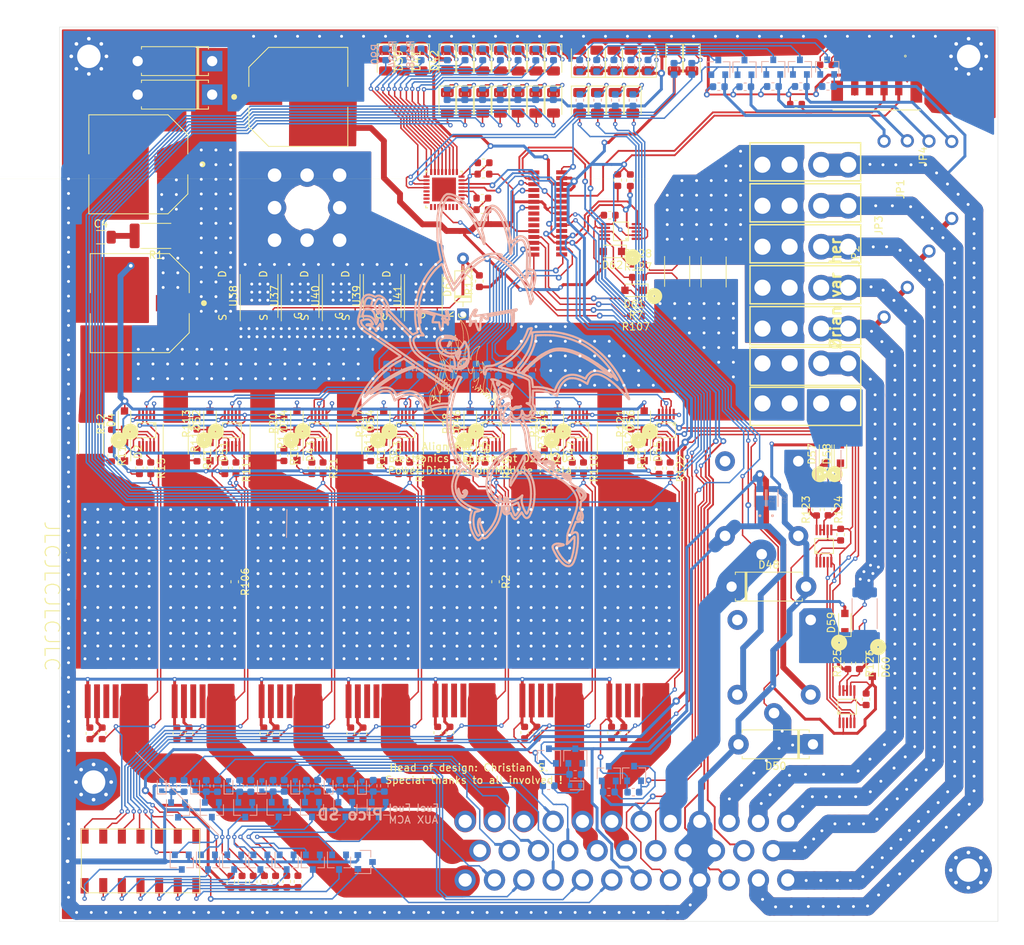
<source format=kicad_pcb>
(kicad_pcb (version 20171130) (host pcbnew "(5.1.5)-3")
  (layers (0 F.Cu signal) (31 B.Cu signal) (34 B.Paste user hide) (35 F.Paste user hide) (36 B.SilkS user hide) (37 F.SilkS user hide) (38 B.Mask user) (39 F.Mask user) (44 Edge.Cuts user))
  (net 0 "")
  (net 1 V+12V)
  (net 2 GND)
  (net 3 "Net-(C7-Pad1)")
  (net 4 vcc_5v)
  (net 5 "Net-(C12-Pad1)")
  (net 6 SHUTDOWN_IN)
  (net 7 FP_ENABLE_RELAY_SINK)
  (net 8 "Net-(D7-Pad1)")
  (net 9 "Net-(D8-Pad1)")
  (net 10 P1_OUT)
  (net 11 "Net-(D9-Pad1)")
  (net 12 P2_OUT)
  (net 13 "Net-(D10-Pad1)")
  (net 14 "Net-(D11-Pad1)")
  (net 15 "Net-(D12-Pad1)")
  (net 16 P3_OUT)
  (net 17 "Net-(D13-Pad1)")
  (net 18 P4_OUT)
  (net 19 "Net-(D14-Pad1)")
  (net 20 "Net-(D15-Pad1)")
  (net 21 "Net-(D16-Pad1)")
  (net 22 P5_OUT)
  (net 23 "Net-(D17-Pad1)")
  (net 24 "Net-(D18-Pad1)")
  (net 25 P6_OUT)
  (net 26 "Net-(D19-Pad1)")
  (net 27 "Net-(D20-Pad1)")
  (net 28 P7_OUT)
  (net 29 FUEL_PUMP_OUT)
  (net 30 "Net-(D21-Pad1)")
  (net 31 "Net-(D22-Pad1)")
  (net 32 COIL_INJECTOR_OUT)
  (net 33 "Net-(D23-Pad1)")
  (net 34 "Net-(D24-Pad1)")
  (net 35 "Net-(D26-Pad1)")
  (net 36 "Net-(D27-Pad1)")
  (net 37 "Net-(D28-Pad1)")
  (net 38 "Net-(D29-Pad1)")
  (net 39 IGN_SWITCH_OUT)
  (net 40 "Net-(F1-Pad2)")
  (net 41 MCU_UNITS_FEED_OUT)
  (net 42 CLUTCH_ACT_OUT)
  (net 43 SHUTDOWN_OUT)
  (net 44 ETC_OUT)
  (net 45 "Net-(F_COIL1-Pad2)")
  (net 46 "Net-(F_FP1-Pad2)")
  (net 47 "Net-(K1-Pad14)")
  (net 48 "Net-(K2-Pad14)")
  (net 49 FP_ENABLE_ACM)
  (net 50 FP_ENABLE_AUX)
  (net 51 P1_MOS_IN)
  (net 52 P3_MOS_IN)
  (net 53 P5_MOS_IN)
  (net 54 P6_MOS_IN)
  (net 55 P2_MOS_IN)
  (net 56 P4_MOS_IN)
  (net 57 P7_MOS_IN)
  (net 58 P1_EN_ACM)
  (net 59 P1_EN_AUX)
  (net 60 P1_Fault)
  (net 61 P2_Fault)
  (net 62 P2_EN_ACM)
  (net 63 P2_EN_AUX)
  (net 64 P3_Fault)
  (net 65 P4_Fault)
  (net 66 P5_Fault)
  (net 67 P3_EN_ACM)
  (net 68 P3_EN_AUX)
  (net 69 P6_Fault)
  (net 70 P7_Fault)
  (net 71 P4_EN_ACM)
  (net 72 P4_EN_AUX)
  (net 73 P5_EN_ACM)
  (net 74 P5_EN_AUX)
  (net 75 P6_EN_ACM)
  (net 76 P6_EN_AUX)
  (net 77 P7_EN_ACM)
  (net 78 P7_EN_AUX)
  (net 79 COIL_INJECTOR_Fault)
  (net 80 FUEL_PUMP_Fault)
  (net 81 Switch)
  (net 82 SDA)
  (net 83 SLC)
  (net 84 "Net-(SW1-Pad1)")
  (net 85 "Net-(SW1-Pad2)")
  (net 86 "Net-(SW1-Pad3)")
  (net 87 "Net-(SW1-Pad4)")
  (net 88 "Net-(SW1-Pad5)")
  (net 89 "Net-(SW1-Pad6)")
  (net 90 "Net-(SW1-Pad7)")
  (net 91 RX)
  (net 92 TX)
  (net 93 CAN_HIGH)
  (net 94 CAN_LOW)
  (net 95 P6_GearA_open_drain_output)
  (net 96 ACM_Shutdown_Circuit)
  (net 97 "Net-(P1-Pad3)")
  (net 98 "Net-(C17-Pad1)")
  (net 99 "Net-(C22-Pad1)")
  (net 100 "Net-(C27-Pad1)")
  (net 101 "Net-(C32-Pad1)")
  (net 102 "Net-(C37-Pad1)")
  (net 103 "Net-(D5-Pad1)")
  (net 104 "Net-(D6-Pad1)")
  (net 105 "Net-(D25-Pad2)")
  (net 106 "Net-(R40-Pad1)")
  (net 107 "Net-(R41-Pad2)")
  (net 108 Shutdown_Relay_Side)
  (net 109 "Net-(D32-Pad1)")
  (net 110 "Net-(D33-Pad1)")
  (net 111 "Net-(D34-Pad1)")
  (net 112 "Net-(D35-Pad2)")
  (net 113 "Net-(D36-Pad2)")
  (net 114 "Net-(D37-Pad2)")
  (net 115 "Net-(D38-Pad2)")
  (net 116 "Net-(D40-Pad1)")
  (net 117 "Net-(R5-Pad1)")
  (net 118 "Net-(R48-Pad1)")
  (net 119 "Net-(R49-Pad1)")
  (net 120 "Net-(R56-Pad1)")
  (net 121 "Net-(R57-Pad1)")
  (net 122 "Net-(R62-Pad1)")
  (net 123 "Net-(R63-Pad1)")
  (net 124 "Net-(R65-Pad1)")
  (net 125 "Net-(R77-Pad1)")
  (net 126 "Net-(R97-Pad1)")
  (net 127 "Net-(R99-Pad1)")
  (net 128 "Net-(R101-Pad1)")
  (net 129 "Net-(R103-Pad1)")
  (net 130 "Net-(R106-Pad2)")
  (net 131 "Net-(D39-Pad1)")
  (net 132 "Net-(D41-Pad1)")
  (net 133 "Net-(D42-Pad1)")
  (net 134 Status_1)
  (net 135 Status_2)
  (net 136 Status_3)
  (net 137 "Net-(C4-Pad2)")
  (net 138 "Net-(D2-Pad1)")
  (net 139 "Net-(D4-Pad1)")
  (net 140 "Net-(D43-Pad1)")
  (net 141 "Net-(D44-Pad1)")
  (net 142 "Net-(D45-Pad1)")
  (net 143 "Net-(D46-Pad1)")
  (net 144 "Net-(D47-Pad1)")
  (net 145 "Net-(D49-Pad1)")
  (net 146 "Net-(D51-Pad1)")
  (net 147 "Net-(D52-Pad1)")
  (net 148 "Net-(D53-Pad1)")
  (net 149 "Net-(D54-Pad1)")
  (net 150 "Net-(D55-Pad1)")
  (net 151 "Net-(D56-Pad1)")
  (net 152 "Net-(D57-Pad1)")
  (net 153 "Net-(D58-Pad1)")
  (net 154 "Net-(D59-Pad1)")
  (net 155 "Net-(D60-Pad1)")
  (net 156 "Net-(D61-Pad1)")
  (net 157 "Net-(D62-Pad1)")
  (net 158 "Net-(Q1-Pad8)")
  (net 159 "Net-(Q2-Pad8)")
  (net 160 "Net-(Q3-Pad8)")
  (net 161 "Net-(Q6-Pad8)")
  (net 162 "Net-(Q7-Pad8)")
  (net 163 "Net-(Q8-Pad8)")
  (net 164 "Net-(R2-Pad2)")
  (net 165 "Net-(R15-Pad1)")
  (net 166 "Net-(R21-Pad1)")
  (net 167 "Net-(R29-Pad1)")
  (net 168 "Net-(R110-Pad1)")
  (net 169 "Net-(R114-Pad1)")
  (net 170 "Net-(R118-Pad1)")
  (net 171 "Net-(R122-Pad1)")
  (net 172 "Net-(Q5-Pad8)")
  (net 173 "Net-(D63-Pad2)")
  (net 174 "Net-(J1-Pad1)")
  (net 175 "Net-(JP1-Pad2)")
  (net 176 "Net-(K1-Pad1)")
  (net 177 "Net-(K2-Pad1)")
  (net 178 /Phase1/P1_MOS_SENSE)
  (net 179 "Net-(Q1-Pad4)")
  (net 180 /Phase3/P3_MOS_SENSE)
  (net 181 "Net-(Q2-Pad4)")
  (net 182 /Phase5/P5_MOS_SENSE)
  (net 183 "Net-(Q3-Pad4)")
  (net 184 /Phase6_GearA/P6_MOS_SENSE)
  (net 185 "Net-(Q5-Pad4)")
  (net 186 /Phase2/P2_MOS_SENSE)
  (net 187 "Net-(Q6-Pad4)")
  (net 188 /Phase4/P4_MOS_SENSE)
  (net 189 "Net-(Q7-Pad4)")
  (net 190 /Phase7_GearB/P7_MOS_SENSE)
  (net 191 "Net-(Q8-Pad4)")
  (net 192 "Net-(U1-Pad10)")
  (net 193 "Net-(U1-Pad11)")
  (net 194 "Net-(U1-Pad13)")
  (net 195 "Net-(U1-Pad15)")
  (net 196 "Net-(U1-Pad21)")
  (net 197 "Net-(U9-Pad33)")
  (net 198 "Net-(U9-Pad24)")
  (net 199 "Net-(U9-Pad23)")
  (net 200 "Net-(U9-Pad22)")
  (net 201 "Net-(U9-Pad21)")
  (net 202 "Net-(U9-Pad19)")
  (net 203 "Net-(U9-Pad18)")
  (net 204 "Net-(U9-Pad17)")
  (net 205 "Net-(U9-Pad13)")
  (net 206 /Fuel_Ignition_ShutdownCircuit/COIL_INJECTOR_Alert)
  (net 207 /Fuel_Ignition_ShutdownCircuit/FP_Alert)
  (net 208 /Fuses_Direct/DIRECT_Alert)
  (net 209 "Net-(U9-Pad16)")
  (net 210 "Net-(U9-Pad15)")
  (net 211 "Net-(U9-Pad14)")
  (net 212 "Net-(JP2-Pad2)")
  (net 213 "Net-(JP3-Pad2)")
  (net 214 "Net-(JP4-Pad2)")
  (net 215 "Net-(H3-Pad1)")
  (module AR_PDM_v1:WireJumper_20mm (layer F.Cu) (at 149.5 61.85 90)
    (fp_text reference JP3 (at 8.44 -3.89 90) (layer F.SilkS))
    (fp_text value WireJumper)
    (pad 1 thru_hole circle (at 0 0 90) (size 1.8 1.8) (drill 1.1) (layers *.Cu *.Mask) (net 44 ETC_OUT))
    (pad 2 thru_hole circle (at 20 0 90) (size 1.8 1.8) (drill 1.1) (layers *.Cu *.Mask) (net 213 "Net-(JP3-Pad2)"))
  )
  (module AR_PDM_v1:WireJumper_25mm (layer F.Cu) (at 146.325 65.9 90)
    (fp_text reference JP2 (at 8.44 -3.89 90) (layer F.SilkS))
    (fp_text value WireJumper)
    (pad 2 thru_hole circle (at 24 0 90) (size 1.8 1.8) (drill 1.1) (layers *.Cu *.Mask) (net 212 "Net-(JP2-Pad2)"))
    (pad 1 thru_hole circle (at 0 0 90) (size 1.8 1.8) (drill 1.1) (layers *.Cu *.Mask) (net 41 MCU_UNITS_FEED_OUT))
  )
  (module AR_PDM_v1:WireJumper_15mm (layer F.Cu) (at 152.45 56.9 90)
    (fp_text reference JP1 (at 8.44 -3.89 90) (layer F.SilkS))
    (fp_text value WireJumper)
    (pad 2 thru_hole circle (at 15 0 90) (size 1.8 1.8) (drill 1.1) (layers *.Cu *.Mask) (net 175 "Net-(JP1-Pad2)"))
    (pad 1 thru_hole circle (at 0 0 90) (size 1.8 1.8) (drill 1.1) (layers *.Cu *.Mask) (net 42 CLUTCH_ACT_OUT))
  )
  (module AR_PDM_v1:WireJumper_10.5mm (layer F.Cu) (at 155.55 52.45 90)
    (fp_text reference JP4 (at 8.44 -3.89 90) (layer F.SilkS))
    (fp_text value WireJumper)
    (pad 2 thru_hole circle (at 10.5 0 90) (size 1.8 1.8) (drill 1.1) (layers *.Cu *.Mask) (net 214 "Net-(JP4-Pad2)"))
    (pad 1 thru_hole circle (at 0 0 90) (size 1.8 1.8) (drill 1.1) (layers *.Cu *.Mask) (net 39 IGN_SWITCH_OUT))
  )
  (module AR_PDM_v1:D_DO-35_BZX79-C6V8,113 (layer F.Cu) (at 88.89 65.52 90)
    (fp_text reference D63 (at 3.81 -2.12 90) (layer F.SilkS))
    (fp_text value D_zener_BZX79-C6V8,113)
    (fp_text user K (at 0 -1.8 90) (layer F.SilkS))
    (fp_text user K (at 0 -1.8 90) (layer F.SilkS))
    (pad 1 thru_hole rect (at 0 0 90) (size 1.6 1.6) (drill 0.8) (layers *.Cu *.Mask) (net 1 V+12V))
    (pad 2 thru_hole oval (at 7.62 0 90) (size 1.6 1.6) (drill 0.8) (layers *.Cu *.Mask) (net 173 "Net-(D63-Pad2)"))
  )
  (module Resistor_SMD:R_0603_1608Metric (layer F.Cu) (at 93.325 102 270)
    (fp_text reference R2 (at 0 -1.43 90) (layer F.SilkS))
    (fp_text value NTC)
    (pad 2 smd roundrect (at 0.7875 0 270) (size 0.875 0.95) (layers F.Cu F.Paste F.Mask) (net 164 "Net-(R2-Pad2)"))
    (pad 1 smd roundrect (at -0.7875 0 270) (size 0.875 0.95) (layers F.Cu F.Paste F.Mask) (net 4 vcc_5v))
  )
  (module AR_PDM_v1:ACM_2020_Footprint_wo_silk (layer F.Cu) (at 100.45 51.75 270)
    (fp_text reference U1)
    (fp_text value ACM_2020 hide)
    (pad "" np_thru_hole circle (at -8.422 19.912 270) (size 2.2 2.2) (drill 2.2) (layers *.Cu *.Mask))
    (pad "" np_thru_hole circle (at 6.5 -1.3 270) (size 0.7 0.7) (drill 0.7) (layers *.Cu *.Mask))
    (pad "" np_thru_hole circle (at -6.5 1.3 270) (size 0.7 0.7) (drill 0.7) (layers *.Cu *.Mask))
    (pad 1 smd rect (at 5.6254 1.9 270) (size 0.55 1.5) (layers F.Cu F.Paste F.Mask) (net 96 ACM_Shutdown_Circuit))
    (pad 2 smd rect (at 5.6 -1.9 270) (size 0.55 1.5) (layers F.Cu F.Paste F.Mask) (net 75 P6_EN_ACM))
    (pad 3 smd rect (at 4.8254 1.9 270) (size 0.55 1.5) (layers F.Cu F.Paste F.Mask) (net 73 P5_EN_ACM))
    (pad 4 smd rect (at 4.8 -1.9 270) (size 0.55 1.5) (layers F.Cu F.Paste F.Mask) (net 77 P7_EN_ACM))
    (pad 5 smd rect (at 4.0254 1.9 270) (size 0.55 1.5) (layers F.Cu F.Paste F.Mask) (net 130 "Net-(R106-Pad2)"))
    (pad 6 smd rect (at 4 -1.9 270) (size 0.55 1.5) (layers F.Cu F.Paste F.Mask) (net 82 SDA))
    (pad 7 smd rect (at 3.2254 1.9 270) (size 0.55 1.5) (layers F.Cu F.Paste F.Mask) (net 164 "Net-(R2-Pad2)"))
    (pad 8 smd rect (at 3.2 -1.9 270) (size 0.55 1.5) (layers F.Cu F.Paste F.Mask) (net 83 SLC))
    (pad 9 smd rect (at 2.4254 1.9 270) (size 0.55 1.5) (layers F.Cu F.Paste F.Mask) (net 2 GND))
    (pad 10 smd rect (at 2.4 -1.9 270) (size 0.55 1.5) (layers F.Cu F.Paste F.Mask) (net 192 "Net-(U1-Pad10)"))
    (pad 11 smd rect (at 1.6254 1.9 270) (size 0.55 1.5) (layers F.Cu F.Paste F.Mask) (net 193 "Net-(U1-Pad11)"))
    (pad 12 smd rect (at 1.6 -1.9 270) (size 0.55 1.5) (layers F.Cu F.Paste F.Mask) (net 91 RX))
    (pad 13 smd rect (at 0.8254 1.9 270) (size 0.55 1.5) (layers F.Cu F.Paste F.Mask) (net 194 "Net-(U1-Pad13)"))
    (pad 14 smd rect (at 0.8 -1.9 270) (size 0.55 1.5) (layers F.Cu F.Paste F.Mask) (net 92 TX))
    (pad 15 smd rect (at 0.0254 1.9 270) (size 0.55 1.5) (layers F.Cu F.Paste F.Mask) (net 195 "Net-(U1-Pad15)"))
    (pad 16 smd rect (at 0 -1.9 270) (size 0.55 1.5) (layers F.Cu F.Paste F.Mask) (net 2 GND))
    (pad 17 smd rect (at -0.7746 1.9 270) (size 0.55 1.5) (layers F.Cu F.Paste F.Mask) (net 71 P4_EN_ACM))
    (pad 18 smd rect (at -0.8 -1.9 270) (size 0.55 1.5) (layers F.Cu F.Paste F.Mask) (net 2 GND))
    (pad 19 smd rect (at -1.5746 1.9 270) (size 0.55 1.5) (layers F.Cu F.Paste F.Mask) (net 2 GND))
    (pad 20 smd rect (at -1.6 -1.9 270) (size 0.55 1.5) (layers F.Cu F.Paste F.Mask) (net 58 P1_EN_ACM))
    (pad 21 smd rect (at -2.3746 1.9 270) (size 0.55 1.5) (layers F.Cu F.Paste F.Mask) (net 196 "Net-(U1-Pad21)"))
    (pad 22 smd rect (at -2.4 -1.9 270) (size 0.55 1.5) (layers F.Cu F.Paste F.Mask) (net 81 Switch))
    (pad 23 smd rect (at -3.1746 1.9 270) (size 0.55 1.5) (layers F.Cu F.Paste F.Mask) (net 67 P3_EN_ACM))
    (pad 24 smd rect (at -3.2 -1.9 270) (size 0.55 1.5) (layers F.Cu F.Paste F.Mask) (net 4 vcc_5v))
    (pad 25 smd rect (at -3.9746 1.9 270) (size 0.55 1.5) (layers F.Cu F.Paste F.Mask) (net 62 P2_EN_ACM))
    (pad 26 smd rect (at -4 -1.9 270) (size 0.55 1.5) (layers F.Cu F.Paste F.Mask) (net 4 vcc_5v))
    (pad 27 smd rect (at -4.7746 1.9 270) (size 0.55 1.5) (layers F.Cu F.Paste F.Mask) (net 93 CAN_HIGH))
    (pad 28 smd rect (at -4.8 -1.9 270) (size 0.55 1.5) (layers F.Cu F.Paste F.Mask) (net 4 vcc_5v))
    (pad 29 smd rect (at -5.5746 1.9 270) (size 0.55 1.5) (layers F.Cu F.Paste F.Mask) (net 94 CAN_LOW))
    (pad 30 smd rect (at -5.6 -1.9 270) (size 0.55 1.5) (layers F.Cu F.Paste F.Mask) (net 1 V+12V))
  )
  (module AR_PDM_v1:P-MOS-SIRA99DP-T1-GE3 (layer F.Cu) (at 83.48 63.03 90)
    (fp_text reference U41 (at 0 -3.5 90) (layer F.SilkS))
    (fp_text value P-MOS-SIRA99DP-T1-GE3)
    (fp_text user D (at 3 -5.01 90) (layer F.SilkS))
    (fp_text user S (at -2.92 -4.96 90) (layer F.SilkS))
    (fp_text user G (at -2.68 5.35 90) (layer F.SilkS))
    (pad 2 smd rect (at -2.67 -1.905 90) (size 1.27 0.61) (layers F.Cu F.Paste F.Mask) (net 1 V+12V))
    (pad 2 smd rect (at -2.67 -0.635 90) (size 1.27 0.61) (layers F.Cu F.Paste F.Mask) (net 1 V+12V))
    (pad 2 smd rect (at -2.67 0.635 90) (size 1.27 0.61) (layers F.Cu F.Paste F.Mask) (net 1 V+12V))
    (pad 1 smd rect (at -2.67 1.905 90) (size 1.27 0.61) (layers F.Cu F.Paste F.Mask) (net 173 "Net-(D63-Pad2)"))
    (pad 3 smd rect (at 2.795 1.905 90) (size 1.02 0.61) (layers F.Cu F.Paste F.Mask) (net 174 "Net-(J1-Pad1)"))
    (pad 3 smd rect (at 2.795 0.635 90) (size 1.02 0.61) (layers F.Cu F.Paste F.Mask) (net 174 "Net-(J1-Pad1)"))
    (pad 3 smd rect (at 2.795 -0.635 90) (size 1.02 0.61) (layers F.Cu F.Paste F.Mask) (net 174 "Net-(J1-Pad1)"))
    (pad 3 smd rect (at 2.795 -1.905 90) (size 1.02 0.61) (layers F.Cu F.Paste F.Mask) (net 174 "Net-(J1-Pad1)"))
    (pad 3 smd rect (at 0.69 0 90) (size 3.81 3.91) (layers F.Cu F.Paste F.Mask) (net 174 "Net-(J1-Pad1)"))
  )
  (module AR_PDM_v1:P-MOS-SIRA99DP-T1-GE3 (layer F.Cu) (at 72.275 63.025 90)
    (fp_text reference U40 (at 0 -3.5 90) (layer F.SilkS))
    (fp_text value P-MOS-SIRA99DP-T1-GE3)
    (fp_text user D (at 3 -5.01 90) (layer F.SilkS))
    (fp_text user S (at -2.92 -4.96 90) (layer F.SilkS))
    (fp_text user G (at -2.68 5.35 90) (layer F.SilkS))
    (pad 2 smd rect (at -2.67 -1.905 90) (size 1.27 0.61) (layers F.Cu F.Paste F.Mask) (net 1 V+12V))
    (pad 2 smd rect (at -2.67 -0.635 90) (size 1.27 0.61) (layers F.Cu F.Paste F.Mask) (net 1 V+12V))
    (pad 2 smd rect (at -2.67 0.635 90) (size 1.27 0.61) (layers F.Cu F.Paste F.Mask) (net 1 V+12V))
    (pad 1 smd rect (at -2.67 1.905 90) (size 1.27 0.61) (layers F.Cu F.Paste F.Mask) (net 173 "Net-(D63-Pad2)"))
    (pad 3 smd rect (at 2.795 1.905 90) (size 1.02 0.61) (layers F.Cu F.Paste F.Mask) (net 174 "Net-(J1-Pad1)"))
    (pad 3 smd rect (at 2.795 0.635 90) (size 1.02 0.61) (layers F.Cu F.Paste F.Mask) (net 174 "Net-(J1-Pad1)"))
    (pad 3 smd rect (at 2.795 -0.635 90) (size 1.02 0.61) (layers F.Cu F.Paste F.Mask) (net 174 "Net-(J1-Pad1)"))
    (pad 3 smd rect (at 2.795 -1.905 90) (size 1.02 0.61) (layers F.Cu F.Paste F.Mask) (net 174 "Net-(J1-Pad1)"))
    (pad 3 smd rect (at 0.69 0 90) (size 3.81 3.91) (layers F.Cu F.Paste F.Mask) (net 174 "Net-(J1-Pad1)"))
  )
  (module AR_PDM_v1:P-MOS-SIRA99DP-T1-GE3 (layer F.Cu) (at 77.875 63.025 90)
    (fp_text reference U39 (at 0 -3.5 90) (layer F.SilkS))
    (fp_text value P-MOS-SIRA99DP-T1-GE3)
    (fp_text user D (at 3 -5.01 90) (layer F.SilkS))
    (fp_text user S (at -2.92 -4.96 90) (layer F.SilkS))
    (fp_text user G (at -2.68 5.35 90) (layer F.SilkS))
    (pad 2 smd rect (at -2.67 -1.905 90) (size 1.27 0.61) (layers F.Cu F.Paste F.Mask) (net 1 V+12V))
    (pad 2 smd rect (at -2.67 -0.635 90) (size 1.27 0.61) (layers F.Cu F.Paste F.Mask) (net 1 V+12V))
    (pad 2 smd rect (at -2.67 0.635 90) (size 1.27 0.61) (layers F.Cu F.Paste F.Mask) (net 1 V+12V))
    (pad 1 smd rect (at -2.67 1.905 90) (size 1.27 0.61) (layers F.Cu F.Paste F.Mask) (net 173 "Net-(D63-Pad2)"))
    (pad 3 smd rect (at 2.795 1.905 90) (size 1.02 0.61) (layers F.Cu F.Paste F.Mask) (net 174 "Net-(J1-Pad1)"))
    (pad 3 smd rect (at 2.795 0.635 90) (size 1.02 0.61) (layers F.Cu F.Paste F.Mask) (net 174 "Net-(J1-Pad1)"))
    (pad 3 smd rect (at 2.795 -0.635 90) (size 1.02 0.61) (layers F.Cu F.Paste F.Mask) (net 174 "Net-(J1-Pad1)"))
    (pad 3 smd rect (at 2.795 -1.905 90) (size 1.02 0.61) (layers F.Cu F.Paste F.Mask) (net 174 "Net-(J1-Pad1)"))
    (pad 3 smd rect (at 0.69 0 90) (size 3.81 3.91) (layers F.Cu F.Paste F.Mask) (net 174 "Net-(J1-Pad1)"))
  )
  (module AR_PDM_v1:P-MOS-SIRA99DP-T1-GE3 (layer F.Cu) (at 61.075 63.025 90)
    (fp_text reference U38 (at 0 -3.5 90) (layer F.SilkS))
    (fp_text value P-MOS-SIRA99DP-T1-GE3)
    (fp_text user D (at 3 -5.01 90) (layer F.SilkS))
    (fp_text user S (at -2.92 -4.96 90) (layer F.SilkS))
    (fp_text user G (at -2.68 5.35 90) (layer F.SilkS))
    (pad 2 smd rect (at -2.67 -1.905 90) (size 1.27 0.61) (layers F.Cu F.Paste F.Mask) (net 1 V+12V))
    (pad 2 smd rect (at -2.67 -0.635 90) (size 1.27 0.61) (layers F.Cu F.Paste F.Mask) (net 1 V+12V))
    (pad 2 smd rect (at -2.67 0.635 90) (size 1.27 0.61) (layers F.Cu F.Paste F.Mask) (net 1 V+12V))
    (pad 1 smd rect (at -2.67 1.905 90) (size 1.27 0.61) (layers F.Cu F.Paste F.Mask) (net 173 "Net-(D63-Pad2)"))
    (pad 3 smd rect (at 2.795 1.905 90) (size 1.02 0.61) (layers F.Cu F.Paste F.Mask) (net 174 "Net-(J1-Pad1)"))
    (pad 3 smd rect (at 2.795 0.635 90) (size 1.02 0.61) (layers F.Cu F.Paste F.Mask) (net 174 "Net-(J1-Pad1)"))
    (pad 3 smd rect (at 2.795 -0.635 90) (size 1.02 0.61) (layers F.Cu F.Paste F.Mask) (net 174 "Net-(J1-Pad1)"))
    (pad 3 smd rect (at 2.795 -1.905 90) (size 1.02 0.61) (layers F.Cu F.Paste F.Mask) (net 174 "Net-(J1-Pad1)"))
    (pad 3 smd rect (at 0.69 0 90) (size 3.81 3.91) (layers F.Cu F.Paste F.Mask) (net 174 "Net-(J1-Pad1)"))
  )
  (module AR_PDM_v1:P-MOS-SIRA99DP-T1-GE3 (layer F.Cu) (at 66.675 63.025 90)
    (fp_text reference U37 (at 0 -3.5 90) (layer F.SilkS))
    (fp_text value P-MOS-SIRA99DP-T1-GE3)
    (fp_text user D (at 3 -5.01 90) (layer F.SilkS))
    (fp_text user S (at -2.92 -4.96 90) (layer F.SilkS))
    (fp_text user G (at -2.68 5.35 90) (layer F.SilkS))
    (pad 2 smd rect (at -2.67 -1.905 90) (size 1.27 0.61) (layers F.Cu F.Paste F.Mask) (net 1 V+12V))
    (pad 2 smd rect (at -2.67 -0.635 90) (size 1.27 0.61) (layers F.Cu F.Paste F.Mask) (net 1 V+12V))
    (pad 2 smd rect (at -2.67 0.635 90) (size 1.27 0.61) (layers F.Cu F.Paste F.Mask) (net 1 V+12V))
    (pad 1 smd rect (at -2.67 1.905 90) (size 1.27 0.61) (layers F.Cu F.Paste F.Mask) (net 173 "Net-(D63-Pad2)"))
    (pad 3 smd rect (at 2.795 1.905 90) (size 1.02 0.61) (layers F.Cu F.Paste F.Mask) (net 174 "Net-(J1-Pad1)"))
    (pad 3 smd rect (at 2.795 0.635 90) (size 1.02 0.61) (layers F.Cu F.Paste F.Mask) (net 174 "Net-(J1-Pad1)"))
    (pad 3 smd rect (at 2.795 -0.635 90) (size 1.02 0.61) (layers F.Cu F.Paste F.Mask) (net 174 "Net-(J1-Pad1)"))
    (pad 3 smd rect (at 2.795 -1.905 90) (size 1.02 0.61) (layers F.Cu F.Paste F.Mask) (net 174 "Net-(J1-Pad1)"))
    (pad 3 smd rect (at 0.69 0 90) (size 3.81 3.91) (layers F.Cu F.Paste F.Mask) (net 174 "Net-(J1-Pad1)"))
  )
  (module Resistor_SMD:R_0603_1608Metric (layer F.Cu) (at 91.125 61 90)
    (fp_text reference R129 (at 0 -1.43 90) (layer F.SilkS))
    (fp_text value 1k)
    (pad 2 smd roundrect (at 0.7875 0 90) (size 0.875 0.95) (layers F.Cu F.Paste F.Mask) (net 173 "Net-(D63-Pad2)"))
    (pad 1 smd roundrect (at -0.7875 0 90) (size 0.875 0.95) (layers F.Cu F.Paste F.Mask) (net 2 GND))
  )
  (module AR_PDM_v1:D_Shotky_BAT60_HandSoldering (layer F.Cu) (at 42.72 79.9592 90)
    (fp_text reference D4 (at 0 -1.85 90) (layer F.SilkS))
    (fp_text value D_Schottky_BAT60A)
    (pad 1 smd rect (at -1.25 0 90) (size 1 1) (layers F.Cu F.Paste F.Mask) (net 139 "Net-(D4-Pad1)"))
    (pad 2 smd rect (at 1.25 0 90) (size 1 1) (layers F.Cu F.Paste F.Mask) (net 2 GND))
  )
  (module AR_PDM_v1:INA233 (layer F.Cu) (at 93.895 81.33 270)
    (fp_text reference U4)
    (fp_text value INA233)
    (pad 6 smd roundrect (at 2.2 2 180) (size 0.3 1.45) (layers F.Cu F.Paste F.Mask) (roundrect_rratio 0.167) (net 4 vcc_5v))
    (pad 7 smd roundrect (at 2.2 1.5 180) (size 0.3 1.45) (layers F.Cu F.Paste F.Mask) (roundrect_rratio 0.167) (net 2 GND))
    (pad 8 smd roundrect (at 2.2 1 180) (size 0.3 1.45) (layers F.Cu F.Paste F.Mask) (roundrect_rratio 0.167) (net 167 "Net-(R29-Pad1)"))
    (pad 9 smd roundrect (at 2.2 0.5 180) (size 0.3 1.45) (layers F.Cu F.Paste F.Mask) (roundrect_rratio 0.167) (net 142 "Net-(D45-Pad1)"))
    (pad 10 smd roundrect (at 2.2 0 180) (size 0.3 1.45) (layers F.Cu F.Paste F.Mask) (roundrect_rratio 0.167) (net 143 "Net-(D46-Pad1)"))
    (pad 5 smd roundrect (at -2.2 2 180) (size 0.3 1.45) (layers F.Cu F.Paste F.Mask) (roundrect_rratio 0.167) (net 83 SLC))
    (pad 4 smd roundrect (at -2.2 1.5 180) (size 0.3 1.45) (layers F.Cu F.Paste F.Mask) (roundrect_rratio 0.167) (net 82 SDA))
    (pad 3 smd roundrect (at -2.2 1 180) (size 0.3 1.45) (layers F.Cu F.Paste F.Mask) (roundrect_rratio 0.167) (net 53 P5_MOS_IN))
    (pad 2 smd roundrect (at -2.2 0.5 180) (size 0.3 1.45) (layers F.Cu F.Paste F.Mask) (roundrect_rratio 0.167) (net 2 GND))
    (pad 1 smd roundrect (at -2.2 0 180) (size 0.3 1.45) (layers F.Cu F.Paste F.Mask) (roundrect_rratio 0.167) (net 4 vcc_5v))
  )
  (module Capacitor_SMD:C_0603_1608Metric (layer F.Cu) (at 115.625 86.5124 270)
    (fp_text reference C41)
    (fp_text value 100nf)
    (pad 2 smd roundrect (at 0.7875 0 270) (size 0.875 0.95) (layers F.Cu F.Paste F.Mask) (net 2 GND))
    (pad 1 smd roundrect (at -0.7875 0 270) (size 0.875 0.95) (layers F.Cu F.Paste F.Mask) (net 4 vcc_5v))
  )
  (module Resistor_SMD:R_0603_1608Metric (layer B.Cu) (at 83.175 30.0646 270)
    (fp_text reference R108 (at 0 1.43 270) (layer B.SilkS) (effects (justify mirror)))
    (fp_text value 153R)
    (pad 2 smd roundrect (at 0.7875 0 270) (size 0.875 0.95) (layers B.Cu B.Paste B.Mask) (net 136 Status_3))
    (pad 1 smd roundrect (at -0.7875 0 270) (size 0.875 0.95) (layers B.Cu B.Paste B.Mask) (net 133 "Net-(D42-Pad1)"))
  )
  (module Capacitor_SMD:C_0603_1608Metric (layer F.Cu) (at 108.9 52 180)
    (fp_text reference C46)
    (fp_text value 100nf)
    (pad 2 smd roundrect (at 0.7875 0 180) (size 0.875 0.95) (layers F.Cu F.Paste F.Mask) (net 2 GND))
    (pad 1 smd roundrect (at -0.7875 0 180) (size 0.875 0.95) (layers F.Cu F.Paste F.Mask) (net 4 vcc_5v))
  )
  (module AR_PDM_v1:BTS500xx (layer F.Cu) (at 100.8032 115.8954)
    (fp_text reference Q5)
    (fp_text value BTS50025-1TAD)
    (pad 8 smd rect (at 0 -6.85) (size 10.8 9.4) (layers F.Cu F.Paste F.Mask) (net 172 "Net-(Q5-Pad8)"))
    (pad 1 smd rect (at -3.81 2.3) (size 0.8 4.6) (layers F.Cu F.Paste F.Mask) (net 2 GND))
    (pad 2 smd rect (at -2.54 2.3) (size 0.8 4.6) (layers F.Cu F.Paste F.Mask) (net 99 "Net-(C22-Pad1)"))
    (pad 3 smd rect (at -1.27 2.3) (size 0.8 4.6) (layers F.Cu F.Paste F.Mask) (net 184 /Phase6_GearA/P6_MOS_SENSE))
    (pad 7 smd rect (at 3.81 2.3) (size 0.8 4.6) (layers F.Cu F.Paste F.Mask) (net 25 P6_OUT))
    (pad 6 smd rect (at 2.54 2.3) (size 0.8 4.6) (layers F.Cu F.Paste F.Mask) (net 25 P6_OUT))
    (pad 5 smd rect (at 1.27 2.3) (size 0.8 4.6) (layers F.Cu F.Paste F.Mask) (net 25 P6_OUT))
    (pad 4 smd rect (at 0 2.3) (size 0.8 4.6) (layers F.Cu F.Paste F.Mask) (net 185 "Net-(Q5-Pad4)"))
  )
  (module Resistor_SMD:R_0603_1608Metric (layer F.Cu) (at 39.6748 122.682 270)
    (fp_text reference R6)
    (fp_text value 4k7)
    (pad 2 smd roundrect (at 0.7875 0 270) (size 0.875 0.95) (layers F.Cu F.Paste F.Mask) (net 51 P1_MOS_IN))
    (pad 1 smd roundrect (at -0.7875 0 270) (size 0.875 0.95) (layers F.Cu F.Paste F.Mask) (net 3 "Net-(C7-Pad1)"))
  )
  (module AR_PDM_v1:Dip-Switch-14 (layer F.Cu) (at 44.9 140.075)
    (fp_text reference SW1)
    (fp_text value SW_DIP_x07)
    (pad 7 smd rect (at 7.62 3.4) (size 1.1 2.1) (layers F.Cu F.Paste F.Mask) (net 90 "Net-(SW1-Pad7)"))
    (pad 8 smd rect (at 7.62 -3.4) (size 1.1 2.1) (layers F.Cu F.Paste F.Mask) (net 57 P7_MOS_IN))
    (pad 6 smd rect (at 5.08 3.4) (size 1.1 2.1) (layers F.Cu F.Paste F.Mask) (net 89 "Net-(SW1-Pad6)"))
    (pad 9 smd rect (at 5.08 -3.4) (size 1.1 2.1) (layers F.Cu F.Paste F.Mask) (net 54 P6_MOS_IN))
    (pad 5 smd rect (at 2.54 3.4) (size 1.1 2.1) (layers F.Cu F.Paste F.Mask) (net 88 "Net-(SW1-Pad5)"))
    (pad 10 smd rect (at 2.54 -3.4) (size 1.1 2.1) (layers F.Cu F.Paste F.Mask) (net 53 P5_MOS_IN))
    (pad 4 smd rect (at 0 3.4) (size 1.1 2.1) (layers F.Cu F.Paste F.Mask) (net 87 "Net-(SW1-Pad4)"))
    (pad 11 smd rect (at 0 -3.4) (size 1.1 2.1) (layers F.Cu F.Paste F.Mask) (net 56 P4_MOS_IN))
    (pad 3 smd rect (at -2.54 3.4) (size 1.1 2.1) (layers F.Cu F.Paste F.Mask) (net 86 "Net-(SW1-Pad3)"))
    (pad 12 smd rect (at -2.54 -3.4) (size 1.1 2.1) (layers F.Cu F.Paste F.Mask) (net 52 P3_MOS_IN))
    (pad 2 smd rect (at -5.08 3.4) (size 1.1 2.1) (layers F.Cu F.Paste F.Mask) (net 85 "Net-(SW1-Pad2)"))
    (pad 13 smd rect (at -5.08 -3.4) (size 1.1 2.1) (layers F.Cu F.Paste F.Mask) (net 55 P2_MOS_IN))
    (pad 1 smd rect (at -7.62 3.4) (size 1.1 2.1) (layers F.Cu F.Paste F.Mask) (net 84 "Net-(SW1-Pad1)"))
    (pad 14 smd rect (at -7.62 -3.4) (size 1.1 2.1) (layers F.Cu F.Paste F.Mask) (net 51 P1_MOS_IN))
  )
  (module AR_PDM_v1:INA233 (layer F.Cu) (at 58.4 81.33 270)
    (fp_text reference U6)
    (fp_text value INA233)
    (pad 6 smd roundrect (at 2.2 2 180) (size 0.3 1.45) (layers F.Cu F.Paste F.Mask) (roundrect_rratio 0.167) (net 4 vcc_5v))
    (pad 7 smd roundrect (at 2.2 1.5 180) (size 0.3 1.45) (layers F.Cu F.Paste F.Mask) (roundrect_rratio 0.167) (net 2 GND))
    (pad 8 smd roundrect (at 2.2 1 180) (size 0.3 1.45) (layers F.Cu F.Paste F.Mask) (roundrect_rratio 0.167) (net 169 "Net-(R114-Pad1)"))
    (pad 9 smd roundrect (at 2.2 0.5 180) (size 0.3 1.45) (layers F.Cu F.Paste F.Mask) (roundrect_rratio 0.167) (net 146 "Net-(D51-Pad1)"))
    (pad 10 smd roundrect (at 2.2 0 180) (size 0.3 1.45) (layers F.Cu F.Paste F.Mask) (roundrect_rratio 0.167) (net 147 "Net-(D52-Pad1)"))
    (pad 5 smd roundrect (at -2.2 2 180) (size 0.3 1.45) (layers F.Cu F.Paste F.Mask) (roundrect_rratio 0.167) (net 83 SLC))
    (pad 4 smd roundrect (at -2.2 1.5 180) (size 0.3 1.45) (layers F.Cu F.Paste F.Mask) (roundrect_rratio 0.167) (net 82 SDA))
    (pad 3 smd roundrect (at -2.2 1 180) (size 0.3 1.45) (layers F.Cu F.Paste F.Mask) (roundrect_rratio 0.167) (net 55 P2_MOS_IN))
    (pad 2 smd roundrect (at -2.2 0.5 180) (size 0.3 1.45) (layers F.Cu F.Paste F.Mask) (roundrect_rratio 0.167) (net 4 vcc_5v))
    (pad 1 smd roundrect (at -2.2 0 180) (size 0.3 1.45) (layers F.Cu F.Paste F.Mask) (roundrect_rratio 0.167) (net 2 GND))
  )
  (module AR_PDM_v1:D_Shotky_BAT60_HandSoldering (layer F.Cu) (at 54.381 84.2522 270)
    (fp_text reference D51 (at 0 -1.85 90) (layer F.SilkS))
    (fp_text value D_Schottky_BAT60A)
    (pad 1 smd rect (at -1.25 0 270) (size 1 1) (layers F.Cu F.Paste F.Mask) (net 146 "Net-(D51-Pad1)"))
    (pad 2 smd rect (at 1.25 0 270) (size 1 1) (layers F.Cu F.Paste F.Mask) (net 2 GND))
  )
  (module AR_PDM_v1:INA233 (layer F.Cu) (at 105.785 81.33 270)
    (fp_text reference U5)
    (fp_text value INA233)
    (pad 6 smd roundrect (at 2.2 2 180) (size 0.3 1.45) (layers F.Cu F.Paste F.Mask) (roundrect_rratio 0.167) (net 4 vcc_5v))
    (pad 7 smd roundrect (at 2.2 1.5 180) (size 0.3 1.45) (layers F.Cu F.Paste F.Mask) (roundrect_rratio 0.167) (net 2 GND))
    (pad 8 smd roundrect (at 2.2 1 180) (size 0.3 1.45) (layers F.Cu F.Paste F.Mask) (roundrect_rratio 0.167) (net 168 "Net-(R110-Pad1)"))
    (pad 9 smd roundrect (at 2.2 0.5 180) (size 0.3 1.45) (layers F.Cu F.Paste F.Mask) (roundrect_rratio 0.167) (net 144 "Net-(D47-Pad1)"))
    (pad 10 smd roundrect (at 2.2 0 180) (size 0.3 1.45) (layers F.Cu F.Paste F.Mask) (roundrect_rratio 0.167) (net 145 "Net-(D49-Pad1)"))
    (pad 5 smd roundrect (at -2.2 2 180) (size 0.3 1.45) (layers F.Cu F.Paste F.Mask) (roundrect_rratio 0.167) (net 83 SLC))
    (pad 4 smd roundrect (at -2.2 1.5 180) (size 0.3 1.45) (layers F.Cu F.Paste F.Mask) (roundrect_rratio 0.167) (net 82 SDA))
    (pad 3 smd roundrect (at -2.2 1 180) (size 0.3 1.45) (layers F.Cu F.Paste F.Mask) (roundrect_rratio 0.167) (net 54 P6_MOS_IN))
    (pad 2 smd roundrect (at -2.2 0.5 180) (size 0.3 1.45) (layers F.Cu F.Paste F.Mask) (roundrect_rratio 0.167) (net 4 vcc_5v))
    (pad 1 smd roundrect (at -2.2 0 180) (size 0.3 1.45) (layers F.Cu F.Paste F.Mask) (roundrect_rratio 0.167) (net 4 vcc_5v))
  )
  (module AR_PDM_v1:Diode-SODFL2512X73N (layer B.Cu) (at 129.3876 90.595746 90)
    (fp_text reference D31 (at 0.127 1.6764 90) (layer B.SilkS) (effects (font (size 0.64 0.64) (thickness 0.015)) (justify mirror)))
    (fp_text value DIODE)
    (pad 2 smd rect (at 1.23 -0.01 90) (size 0.8 1) (layers B.Cu B.Paste B.Mask) (net 7 FP_ENABLE_RELAY_SINK))
    (pad 1 smd rect (at -0.665 0 90) (size 2 1.1) (layers B.Cu B.Paste B.Mask) (net 108 Shutdown_Relay_Side))
  )
  (module AR_PDM_v1:Relay_wo_silkscreen (layer F.Cu) (at 131.064 112.3696 90)
    (fp_text reference K2)
    (fp_text value DIPxx-1Cxx-51x)
    (pad 1 thru_hole circle (at 5.16 -4.749566 90) (size 2.7 2.7) (drill 1.45) (layers *.Cu *.Mask) (net 177 "Net-(K2-Pad1)"))
    (pad 14 thru_hole circle (at 5.16 5.250434 90) (size 2.7 2.7) (drill 1.45) (layers *.Cu *.Mask) (net 48 "Net-(K2-Pad14)"))
    (pad 2 thru_hole circle (at -5.04 5.250434 90) (size 2.7 2.7) (drill 1.45) (layers *.Cu *.Mask) (net 7 FP_ENABLE_RELAY_SINK))
    (pad 7 thru_hole circle (at -7.54 0.250434 90) (size 2.7 2.7) (drill 1.45) (layers *.Cu *.Mask) (net 29 FUEL_PUMP_OUT))
    (pad 6 thru_hole circle (at -5.04 -4.75 90) (size 2.7 2.7) (drill 1.45) (layers *.Cu *.Mask) (net 108 Shutdown_Relay_Side))
  )
  (module AR_PDM_v1:TE_1-776163-1 (layer F.Cu) (at 91.186 138.684)
    (fp_text reference J2)
    (fp_text value 1-776163-1)
    (pad "" np_thru_hole circle (at 48.5 0.5) (size 2.85 2.85) (drill 2.85) (layers *.Cu *.Mask))
    (pad "" np_thru_hole circle (at -8.5 0.5) (size 2.85 2.85) (drill 2.85) (layers *.Cu *.Mask))
    (pad 35 thru_hole circle (at 42 4) (size 2.9 2.9) (drill 1.8) (layers *.Cu *.Mask) (net 39 IGN_SWITCH_OUT))
    (pad 34 thru_hole circle (at 38 4) (size 2.9 2.9) (drill 1.8) (layers *.Cu *.Mask) (net 43 SHUTDOWN_OUT))
    (pad 33 thru_hole circle (at 34 4) (size 2.9 2.9) (drill 1.8) (layers *.Cu *.Mask) (net 94 CAN_LOW))
    (pad 32 thru_hole circle (at 30 4) (size 2.9 2.9) (drill 1.8) (layers *.Cu *.Mask) (net 2 GND))
    (pad 31 thru_hole circle (at 26 4) (size 2.9 2.9) (drill 1.8) (layers *.Cu *.Mask) (net 91 RX))
    (pad 29 thru_hole circle (at 18 4) (size 2.9 2.9) (drill 1.8) (layers *.Cu *.Mask) (net 95 P6_GearA_open_drain_output))
    (pad 28 thru_hole circle (at 14 4) (size 2.9 2.9) (drill 1.8) (layers *.Cu *.Mask) (net 78 P7_EN_AUX))
    (pad 30 thru_hole circle (at 22 4) (size 2.9 2.9) (drill 1.8) (layers *.Cu *.Mask) (net 7 FP_ENABLE_RELAY_SINK))
    (pad 27 thru_hole circle (at 10 4) (size 2.9 2.9) (drill 1.8) (layers *.Cu *.Mask) (net 63 P2_EN_AUX))
    (pad 26 thru_hole circle (at 6 4) (size 2.9 2.9) (drill 1.8) (layers *.Cu *.Mask) (net 76 P6_EN_AUX))
    (pad 25 thru_hole circle (at 2 4) (size 2.9 2.9) (drill 1.8) (layers *.Cu *.Mask) (net 74 P5_EN_AUX))
    (pad 24 thru_hole circle (at -2 4) (size 2.9 2.9) (drill 1.8) (layers *.Cu *.Mask) (net 10 P1_OUT))
    (pad 23 thru_hole circle (at 40 0) (size 2.9 2.9) (drill 1.8) (layers *.Cu *.Mask) (net 42 CLUTCH_ACT_OUT))
    (pad 22 thru_hole circle (at 36 0) (size 2.9 2.9) (drill 1.8) (layers *.Cu *.Mask) (net 93 CAN_HIGH))
    (pad 21 thru_hole circle (at 32 0) (size 2.9 2.9) (drill 1.8) (layers *.Cu *.Mask) (net 2 GND))
    (pad 20 thru_hole circle (at 28 0) (size 2.9 2.9) (drill 1.8) (layers *.Cu *.Mask) (net 2 GND))
    (pad 19 thru_hole circle (at 24 0) (size 2.9 2.9) (drill 1.8) (layers *.Cu *.Mask) (net 92 TX))
    (pad 18 thru_hole circle (at 20 0) (size 2.9 2.9) (drill 1.8) (layers *.Cu *.Mask) (net 28 P7_OUT))
    (pad 17 thru_hole circle (at 16 0) (size 2.9 2.9) (drill 1.8) (layers *.Cu *.Mask) (net 25 P6_OUT))
    (pad 16 thru_hole circle (at 12 0) (size 2.9 2.9) (drill 1.8) (layers *.Cu *.Mask) (net 50 FP_ENABLE_AUX))
    (pad 15 thru_hole circle (at 8 0) (size 2.9 2.9) (drill 1.8) (layers *.Cu *.Mask) (net 68 P3_EN_AUX))
    (pad 14 thru_hole circle (at 4 0) (size 2.9 2.9) (drill 1.8) (layers *.Cu *.Mask) (net 72 P4_EN_AUX))
    (pad 13 thru_hole circle (at 0 0) (size 2.9 2.9) (drill 1.8) (layers *.Cu *.Mask) (net 12 P2_OUT))
    (pad 12 thru_hole circle (at 42 -4) (size 2.9 2.9) (drill 1.8) (layers *.Cu *.Mask) (net 44 ETC_OUT))
    (pad 11 thru_hole circle (at 38 -4) (size 2.9 2.9) (drill 1.8) (layers *.Cu *.Mask) (net 41 MCU_UNITS_FEED_OUT))
    (pad 10 thru_hole circle (at 34 -4) (size 2.9 2.9) (drill 1.8) (layers *.Cu *.Mask) (net 29 FUEL_PUMP_OUT))
    (pad 9 thru_hole circle (at 30 -4) (size 2.9 2.9) (drill 1.8) (layers *.Cu *.Mask) (net 2 GND))
    (pad 8 thru_hole circle (at 26 -4) (size 2.9 2.9) (drill 1.8) (layers *.Cu *.Mask) (net 32 COIL_INJECTOR_OUT))
    (pad 7 thru_hole circle (at 22 -4) (size 2.9 2.9) (drill 1.8) (layers *.Cu *.Mask) (net 6 SHUTDOWN_IN))
    (pad 6 thru_hole circle (at 18 -4) (size 2.9 2.9) (drill 1.8) (layers *.Cu *.Mask) (net 28 P7_OUT))
    (pad 5 thru_hole circle (at 14 -4) (size 2.9 2.9) (drill 1.8) (layers *.Cu *.Mask) (net 25 P6_OUT))
    (pad 4 thru_hole circle (at 10 -4) (size 2.9 2.9) (drill 1.8) (layers *.Cu *.Mask) (net 59 P1_EN_AUX))
    (pad 3 thru_hole circle (at 6 -4) (size 2.9 2.9) (drill 1.8) (layers *.Cu *.Mask) (net 22 P5_OUT))
    (pad 2 thru_hole circle (at 2 -4) (size 2.9 2.9) (drill 1.8) (layers *.Cu *.Mask) (net 18 P4_OUT))
    (pad 1 thru_hole circle (at -2 -4) (size 2.9 2.9) (drill 1.8) (layers *.Cu *.Mask) (net 16 P3_OUT))
  )
  (module Resistor_SMD:R_2512_6332Metric (layer B.Cu) (at 138.7348 86.106 270)
    (fp_text reference R88)
    (fp_text value 2m_1%_4W)
    (pad 2 smd roundrect (at 2.9 0 270) (size 1.35 3.35) (layers B.Cu B.Paste B.Mask) (roundrect_rratio 0.185185) (net 47 "Net-(K1-Pad14)"))
    (pad 1 smd roundrect (at -2.9 0 270) (size 1.35 3.35) (layers B.Cu B.Paste B.Mask) (roundrect_rratio 0.185185) (net 45 "Net-(F_COIL1-Pad2)"))
  )
  (module Resistor_SMD:R_0603_1608Metric (layer F.Cu) (at 46.3 86.5124 270)
    (fp_text reference R15 (at 0 -1.43 90) (layer F.SilkS))
    (fp_text value 10K)
    (pad 2 smd roundrect (at 0.7875 0 270) (size 0.875 0.95) (layers F.Cu F.Paste F.Mask) (net 10 P1_OUT))
    (pad 1 smd roundrect (at -0.7875 0 270) (size 0.875 0.95) (layers F.Cu F.Paste F.Mask) (net 165 "Net-(R15-Pad1)"))
  )
  (module AR_PDM_v1:INA233 (layer F.Cu) (at 46.74 81.33 270)
    (fp_text reference U2)
    (fp_text value INA233)
    (pad 6 smd roundrect (at 2.2 2 180) (size 0.3 1.45) (layers F.Cu F.Paste F.Mask) (roundrect_rratio 0.167) (net 4 vcc_5v))
    (pad 7 smd roundrect (at 2.2 1.5 180) (size 0.3 1.45) (layers F.Cu F.Paste F.Mask) (roundrect_rratio 0.167) (net 2 GND))
    (pad 8 smd roundrect (at 2.2 1 180) (size 0.3 1.45) (layers F.Cu F.Paste F.Mask) (roundrect_rratio 0.167) (net 165 "Net-(R15-Pad1)"))
    (pad 9 smd roundrect (at 2.2 0.5 180) (size 0.3 1.45) (layers F.Cu F.Paste F.Mask) (roundrect_rratio 0.167) (net 138 "Net-(D2-Pad1)"))
    (pad 10 smd roundrect (at 2.2 0 180) (size 0.3 1.45) (layers F.Cu F.Paste F.Mask) (roundrect_rratio 0.167) (net 139 "Net-(D4-Pad1)"))
    (pad 5 smd roundrect (at -2.2 2 180) (size 0.3 1.45) (layers F.Cu F.Paste F.Mask) (roundrect_rratio 0.167) (net 83 SLC))
    (pad 4 smd roundrect (at -2.2 1.5 180) (size 0.3 1.45) (layers F.Cu F.Paste F.Mask) (roundrect_rratio 0.167) (net 82 SDA))
    (pad 3 smd roundrect (at -2.2 1 180) (size 0.3 1.45) (layers F.Cu F.Paste F.Mask) (roundrect_rratio 0.167) (net 51 P1_MOS_IN))
    (pad 2 smd roundrect (at -2.2 0.5 180) (size 0.3 1.45) (layers F.Cu F.Paste F.Mask) (roundrect_rratio 0.167) (net 2 GND))
    (pad 1 smd roundrect (at -2.2 0 180) (size 0.3 1.45) (layers F.Cu F.Paste F.Mask) (roundrect_rratio 0.167) (net 2 GND))
  )
  (module Resistor_SMD:R_0603_1608Metric (layer F.Cu) (at 112.75 58.675)
    (fp_text reference R128 (at 0 -1.43) (layer F.SilkS))
    (fp_text value 1K_1%)
    (pad 2 smd roundrect (at 0.7875 0) (size 0.875 0.95) (layers F.Cu F.Paste F.Mask) (net 40 "Net-(F1-Pad2)"))
    (pad 1 smd roundrect (at -0.7875 0) (size 0.875 0.95) (layers F.Cu F.Paste F.Mask) (net 157 "Net-(D62-Pad1)"))
  )
  (module Resistor_SMD:R_0603_1608Metric (layer F.Cu) (at 112.75 60.475)
    (fp_text reference R127 (at 0 -1.43) (layer F.SilkS))
    (fp_text value 1K_1%)
    (pad 2 smd roundrect (at 0.7875 0) (size 0.875 0.95) (layers F.Cu F.Paste F.Mask) (net 1 V+12V))
    (pad 1 smd roundrect (at -0.7875 0) (size 0.875 0.95) (layers F.Cu F.Paste F.Mask) (net 156 "Net-(D61-Pad1)"))
  )
  (module Resistor_SMD:R_0603_1608Metric (layer F.Cu) (at 142.9626 113.1218 270)
    (fp_text reference R126 (at 0 -1.43 90) (layer F.SilkS))
    (fp_text value 1K_1%)
    (pad 2 smd roundrect (at 0.7875 0 270) (size 0.875 0.95) (layers F.Cu F.Paste F.Mask) (net 155 "Net-(D60-Pad1)"))
    (pad 1 smd roundrect (at -0.7875 0 270) (size 0.875 0.95) (layers F.Cu F.Paste F.Mask) (net 48 "Net-(K2-Pad14)"))
  )
  (module Resistor_SMD:R_0603_1608Metric (layer F.Cu) (at 141.3878 113.1218 90)
    (fp_text reference R125 (at 0 -1.43 90) (layer F.SilkS))
    (fp_text value 1K_1%)
    (pad 2 smd roundrect (at 0.7875 0 90) (size 0.875 0.95) (layers F.Cu F.Paste F.Mask) (net 46 "Net-(F_FP1-Pad2)"))
    (pad 1 smd roundrect (at -0.7875 0 90) (size 0.875 0.95) (layers F.Cu F.Paste F.Mask) (net 154 "Net-(D59-Pad1)"))
  )
  (module Resistor_SMD:R_0603_1608Metric (layer F.Cu) (at 138.684 92.1512 270)
    (fp_text reference R124 (at 0 -1.43 90) (layer F.SilkS))
    (fp_text value 1K_1%)
    (pad 2 smd roundrect (at 0.7875 0 270) (size 0.875 0.95) (layers F.Cu F.Paste F.Mask) (net 153 "Net-(D58-Pad1)"))
    (pad 1 smd roundrect (at -0.7875 0 270) (size 0.875 0.95) (layers F.Cu F.Paste F.Mask) (net 47 "Net-(K1-Pad14)"))
  )
  (module Resistor_SMD:R_0603_1608Metric (layer F.Cu) (at 137.1092 92.1767 90)
    (fp_text reference R123 (at 0 -1.43 90) (layer F.SilkS))
    (fp_text value 1K_1%)
    (pad 2 smd roundrect (at 0.7875 0 90) (size 0.875 0.95) (layers F.Cu F.Paste F.Mask) (net 45 "Net-(F_COIL1-Pad2)"))
    (pad 1 smd roundrect (at -0.7875 0 90) (size 0.875 0.95) (layers F.Cu F.Paste F.Mask) (net 152 "Net-(D57-Pad1)"))
  )
  (module Resistor_SMD:R_0603_1608Metric (layer F.Cu) (at 117.15 86.5124 270)
    (fp_text reference R122 (at 0 -1.43 90) (layer F.SilkS))
    (fp_text value 10K)
    (pad 2 smd roundrect (at 0.7875 0 270) (size 0.875 0.95) (layers F.Cu F.Paste F.Mask) (net 28 P7_OUT))
    (pad 1 smd roundrect (at -0.7875 0 270) (size 0.875 0.95) (layers F.Cu F.Paste F.Mask) (net 171 "Net-(R122-Pad1)"))
  )
  (module Resistor_SMD:R_0603_1608Metric (layer F.Cu) (at 111.823 80.4172 90)
    (fp_text reference R121 (at 0 -1.43 90) (layer F.SilkS))
    (fp_text value 1K_1%)
    (pad 2 smd roundrect (at 0.7875 0 90) (size 0.875 0.95) (layers F.Cu F.Paste F.Mask) (net 1 V+12V))
    (pad 1 smd roundrect (at -0.7875 0 90) (size 0.875 0.95) (layers F.Cu F.Paste F.Mask) (net 151 "Net-(D56-Pad1)"))
  )
  (module Resistor_SMD:R_2512_6332Metric (layer F.Cu) (at 108.9274 82.5 270)
    (fp_text reference R120 (at 0 -2.62 90) (layer F.SilkS))
    (fp_text value 2m_1%_4W)
    (pad 2 smd roundrect (at 2.9 0 270) (size 1.35 3.35) (layers F.Cu F.Paste F.Mask) (roundrect_rratio 0.185185) (net 163 "Net-(Q8-Pad8)"))
    (pad 1 smd roundrect (at -2.9 0 270) (size 1.35 3.35) (layers F.Cu F.Paste F.Mask) (roundrect_rratio 0.185185) (net 1 V+12V))
  )
  (module Resistor_SMD:R_0603_1608Metric (layer F.Cu) (at 111.823 84.7605 270)
    (fp_text reference R119 (at 0 -1.43 90) (layer F.SilkS))
    (fp_text value 1K_1%)
    (pad 2 smd roundrect (at 0.7875 0 270) (size 0.875 0.95) (layers F.Cu F.Paste F.Mask) (net 163 "Net-(Q8-Pad8)"))
    (pad 1 smd roundrect (at -0.7875 0 270) (size 0.875 0.95) (layers F.Cu F.Paste F.Mask) (net 150 "Net-(D55-Pad1)"))
  )
  (module Resistor_SMD:R_0603_1608Metric (layer F.Cu) (at 81.625 86.5124 270)
    (fp_text reference R118 (at 0 -1.43 90) (layer F.SilkS))
    (fp_text value 10K)
    (pad 2 smd roundrect (at 0.7875 0 270) (size 0.875 0.95) (layers F.Cu F.Paste F.Mask) (net 18 P4_OUT))
    (pad 1 smd roundrect (at -0.7875 0 270) (size 0.875 0.95) (layers F.Cu F.Paste F.Mask) (net 170 "Net-(R118-Pad1)"))
  )
  (module Resistor_SMD:R_0603_1608Metric (layer F.Cu) (at 76.296 80.4172 90)
    (fp_text reference R117 (at 0 -1.43 90) (layer F.SilkS))
    (fp_text value 1K_1%)
    (pad 2 smd roundrect (at 0.7875 0 90) (size 0.875 0.95) (layers F.Cu F.Paste F.Mask) (net 1 V+12V))
    (pad 1 smd roundrect (at -0.7875 0 90) (size 0.875 0.95) (layers F.Cu F.Paste F.Mask) (net 149 "Net-(D54-Pad1)"))
  )
  (module Resistor_SMD:R_2512_6332Metric (layer F.Cu) (at 73.4004 82.5 270)
    (fp_text reference R116 (at 0 -2.62 90) (layer F.SilkS))
    (fp_text value 2m_1%_4W)
    (pad 2 smd roundrect (at 2.9 0 270) (size 1.35 3.35) (layers F.Cu F.Paste F.Mask) (roundrect_rratio 0.185185) (net 162 "Net-(Q7-Pad8)"))
    (pad 1 smd roundrect (at -2.9 0 270) (size 1.35 3.35) (layers F.Cu F.Paste F.Mask) (roundrect_rratio 0.185185) (net 1 V+12V))
  )
  (module Resistor_SMD:R_0603_1608Metric (layer F.Cu) (at 76.296 84.7605 270)
    (fp_text reference R115 (at 0 -1.43 90) (layer F.SilkS))
    (fp_text value 1K_1%)
    (pad 2 smd roundrect (at 0.7875 0 270) (size 0.875 0.95) (layers F.Cu F.Paste F.Mask) (net 162 "Net-(Q7-Pad8)"))
    (pad 1 smd roundrect (at -0.7875 0 270) (size 0.875 0.95) (layers F.Cu F.Paste F.Mask) (net 148 "Net-(D53-Pad1)"))
  )
  (module Resistor_SMD:R_0603_1608Metric (layer F.Cu) (at 57.925 86.5124 270)
    (fp_text reference R114 (at 0 -1.43 90) (layer F.SilkS))
    (fp_text value 10K)
    (pad 2 smd roundrect (at 0.7875 0 270) (size 0.875 0.95) (layers F.Cu F.Paste F.Mask) (net 12 P2_OUT))
    (pad 1 smd roundrect (at -0.7875 0 270) (size 0.875 0.95) (layers F.Cu F.Paste F.Mask) (net 169 "Net-(R114-Pad1)"))
  )
  (module Resistor_SMD:R_0603_1608Metric (layer F.Cu) (at 52.603 80.4422 90)
    (fp_text reference R113 (at 0 -1.43 90) (layer F.SilkS))
    (fp_text value 1K_1%)
    (pad 2 smd roundrect (at 0.7875 0 90) (size 0.875 0.95) (layers F.Cu F.Paste F.Mask) (net 1 V+12V))
    (pad 1 smd roundrect (at -0.7875 0 90) (size 0.875 0.95) (layers F.Cu F.Paste F.Mask) (net 147 "Net-(D52-Pad1)"))
  )
  (module Resistor_SMD:R_2512_6332Metric (layer F.Cu) (at 49.7074 82.525 270)
    (fp_text reference R112 (at 0 -2.62 90) (layer F.SilkS))
    (fp_text value 2m_1%_4W)
    (pad 2 smd roundrect (at 2.9 0 270) (size 1.35 3.35) (layers F.Cu F.Paste F.Mask) (roundrect_rratio 0.185185) (net 161 "Net-(Q6-Pad8)"))
    (pad 1 smd roundrect (at -2.9 0 270) (size 1.35 3.35) (layers F.Cu F.Paste F.Mask) (roundrect_rratio 0.185185) (net 1 V+12V))
  )
  (module Resistor_SMD:R_0603_1608Metric (layer F.Cu) (at 52.603 84.7855 270)
    (fp_text reference R111 (at 0 -1.43 90) (layer F.SilkS))
    (fp_text value 1K_1%)
    (pad 2 smd roundrect (at 0.7875 0 270) (size 0.875 0.95) (layers F.Cu F.Paste F.Mask) (net 161 "Net-(Q6-Pad8)"))
    (pad 1 smd roundrect (at -0.7875 0 270) (size 0.875 0.95) (layers F.Cu F.Paste F.Mask) (net 146 "Net-(D51-Pad1)"))
  )
  (module Resistor_SMD:R_0603_1608Metric (layer F.Cu) (at 105.325 86.5124 270)
    (fp_text reference R110 (at 0 -1.43 90) (layer F.SilkS))
    (fp_text value 10K)
    (pad 2 smd roundrect (at 0.7875 0 270) (size 0.875 0.95) (layers F.Cu F.Paste F.Mask) (net 25 P6_OUT))
    (pad 1 smd roundrect (at -0.7875 0 270) (size 0.875 0.95) (layers F.Cu F.Paste F.Mask) (net 168 "Net-(R110-Pad1)"))
  )
  (module Resistor_SMD:R_0603_1608Metric (layer F.Cu) (at 99.989 80.4172 90)
    (fp_text reference R109 (at 0 -1.43 90) (layer F.SilkS))
    (fp_text value 1K_1%)
    (pad 2 smd roundrect (at 0.7875 0 90) (size 0.875 0.95) (layers F.Cu F.Paste F.Mask) (net 1 V+12V))
    (pad 1 smd roundrect (at -0.7875 0 90) (size 0.875 0.95) (layers F.Cu F.Paste F.Mask) (net 145 "Net-(D49-Pad1)"))
  )
  (module Resistor_SMD:R_2512_6332Metric (layer F.Cu) (at 97.0934 82.5 270)
    (fp_text reference R33 (at 0 -2.62 90) (layer F.SilkS))
    (fp_text value 2m_1%_4W)
    (pad 2 smd roundrect (at 2.9 0 270) (size 1.35 3.35) (layers F.Cu F.Paste F.Mask) (roundrect_rratio 0.185185) (net 172 "Net-(Q5-Pad8)"))
    (pad 1 smd roundrect (at -2.9 0 270) (size 1.35 3.35) (layers F.Cu F.Paste F.Mask) (roundrect_rratio 0.185185) (net 1 V+12V))
  )
  (module Resistor_SMD:R_0603_1608Metric (layer F.Cu) (at 99.989 84.7605 270)
    (fp_text reference R32 (at 0 -1.43 90) (layer F.SilkS))
    (fp_text value 1K_1%)
    (pad 2 smd roundrect (at 0.7875 0 270) (size 0.875 0.95) (layers F.Cu F.Paste F.Mask) (net 172 "Net-(Q5-Pad8)"))
    (pad 1 smd roundrect (at -0.7875 0 270) (size 0.875 0.95) (layers F.Cu F.Paste F.Mask) (net 144 "Net-(D47-Pad1)"))
  )
  (module Resistor_SMD:R_0603_1608Metric (layer F.Cu) (at 93.45 86.5124 270)
    (fp_text reference R29 (at 0 -1.43 90) (layer F.SilkS))
    (fp_text value 10K)
    (pad 2 smd roundrect (at 0.7875 0 270) (size 0.875 0.95) (layers F.Cu F.Paste F.Mask) (net 22 P5_OUT))
    (pad 1 smd roundrect (at -0.7875 0 270) (size 0.875 0.95) (layers F.Cu F.Paste F.Mask) (net 167 "Net-(R29-Pad1)"))
  )
  (module Resistor_SMD:R_0603_1608Metric (layer F.Cu) (at 88.105 80.4172 90)
    (fp_text reference R28 (at 0 -1.43 90) (layer F.SilkS))
    (fp_text value 1K_1%)
    (pad 2 smd roundrect (at 0.7875 0 90) (size 0.875 0.95) (layers F.Cu F.Paste F.Mask) (net 1 V+12V))
    (pad 1 smd roundrect (at -0.7875 0 90) (size 0.875 0.95) (layers F.Cu F.Paste F.Mask) (net 143 "Net-(D46-Pad1)"))
  )
  (module Resistor_SMD:R_2512_6332Metric (layer F.Cu) (at 85.2094 82.5 270)
    (fp_text reference R25 (at 0 -2.62 90) (layer F.SilkS))
    (fp_text value 2m_1%_4W)
    (pad 2 smd roundrect (at 2.9 0 270) (size 1.35 3.35) (layers F.Cu F.Paste F.Mask) (roundrect_rratio 0.185185) (net 160 "Net-(Q3-Pad8)"))
    (pad 1 smd roundrect (at -2.9 0 270) (size 1.35 3.35) (layers F.Cu F.Paste F.Mask) (roundrect_rratio 0.185185) (net 1 V+12V))
  )
  (module Resistor_SMD:R_0603_1608Metric (layer F.Cu) (at 88.105 84.7605 270)
    (fp_text reference R24 (at 0 -1.43 90) (layer F.SilkS))
    (fp_text value 1K_1%)
    (pad 2 smd roundrect (at 0.7875 0 270) (size 0.875 0.95) (layers F.Cu F.Paste F.Mask) (net 160 "Net-(Q3-Pad8)"))
    (pad 1 smd roundrect (at -0.7875 0 270) (size 0.875 0.95) (layers F.Cu F.Paste F.Mask) (net 142 "Net-(D45-Pad1)"))
  )
  (module Resistor_SMD:R_0603_1608Metric (layer F.Cu) (at 69.8 86.5124 270)
    (fp_text reference R21 (at 0 -1.43 90) (layer F.SilkS))
    (fp_text value 10K)
    (pad 2 smd roundrect (at 0.7875 0 270) (size 0.875 0.95) (layers F.Cu F.Paste F.Mask) (net 16 P3_OUT))
    (pad 1 smd roundrect (at -0.7875 0 270) (size 0.875 0.95) (layers F.Cu F.Paste F.Mask) (net 166 "Net-(R21-Pad1)"))
  )
  (module Resistor_SMD:R_0603_1608Metric (layer F.Cu) (at 64.462 80.3922 90)
    (fp_text reference R20 (at 0 -1.43 90) (layer F.SilkS))
    (fp_text value 1K_1%)
    (pad 2 smd roundrect (at 0.7875 0 90) (size 0.875 0.95) (layers F.Cu F.Paste F.Mask) (net 1 V+12V))
    (pad 1 smd roundrect (at -0.7875 0 90) (size 0.875 0.95) (layers F.Cu F.Paste F.Mask) (net 141 "Net-(D44-Pad1)"))
  )
  (module Resistor_SMD:R_2512_6332Metric (layer F.Cu) (at 61.5664 82.475 270)
    (fp_text reference R17 (at 0 -2.62 90) (layer F.SilkS))
    (fp_text value 2m_1%_4W)
    (pad 2 smd roundrect (at 2.9 0 270) (size 1.35 3.35) (layers F.Cu F.Paste F.Mask) (roundrect_rratio 0.185185) (net 159 "Net-(Q2-Pad8)"))
    (pad 1 smd roundrect (at -2.9 0 270) (size 1.35 3.35) (layers F.Cu F.Paste F.Mask) (roundrect_rratio 0.185185) (net 1 V+12V))
  )
  (module Resistor_SMD:R_0603_1608Metric (layer F.Cu) (at 64.462 84.7355 270)
    (fp_text reference R16 (at 0 -1.43 90) (layer F.SilkS))
    (fp_text value 1K_1%)
    (pad 2 smd roundrect (at 0.7875 0 270) (size 0.875 0.95) (layers F.Cu F.Paste F.Mask) (net 159 "Net-(Q2-Pad8)"))
    (pad 1 smd roundrect (at -0.7875 0 270) (size 0.875 0.95) (layers F.Cu F.Paste F.Mask) (net 140 "Net-(D43-Pad1)"))
  )
  (module Resistor_SMD:R_0603_1608Metric (layer F.Cu) (at 40.9448 80.4672 90)
    (fp_text reference R12 (at 0 -1.43 90) (layer F.SilkS))
    (fp_text value 1K_1%)
    (pad 2 smd roundrect (at 0.7875 0 90) (size 0.875 0.95) (layers F.Cu F.Paste F.Mask) (net 1 V+12V))
    (pad 1 smd roundrect (at -0.7875 0 90) (size 0.875 0.95) (layers F.Cu F.Paste F.Mask) (net 139 "Net-(D4-Pad1)"))
  )
  (module Resistor_SMD:R_0603_1608Metric (layer F.Cu) (at 40.9448 84.8105 270)
    (fp_text reference R11 (at 0 -1.43 90) (layer F.SilkS))
    (fp_text value 1K_1%)
    (pad 2 smd roundrect (at 0.7875 0 270) (size 0.875 0.95) (layers F.Cu F.Paste F.Mask) (net 158 "Net-(Q1-Pad8)"))
    (pad 1 smd roundrect (at -0.7875 0 270) (size 0.875 0.95) (layers F.Cu F.Paste F.Mask) (net 138 "Net-(D2-Pad1)"))
  )
  (module Resistor_SMD:R_0603_1608Metric (layer F.Cu) (at 112.475 64.2 180)
    (fp_text reference R7 (at 0 -1.43) (layer F.SilkS))
    (fp_text value 1k)
    (pad 2 smd roundrect (at 0.7875 0 180) (size 0.875 0.95) (layers F.Cu F.Paste F.Mask) (net 164 "Net-(R2-Pad2)"))
    (pad 1 smd roundrect (at -0.7875 0 180) (size 0.875 0.95) (layers F.Cu F.Paste F.Mask) (net 2 GND))
  )
  (module Resistor_SMD:R_2512_6332Metric (layer F.Cu) (at 47 54.825 180)
    (fp_text reference R1 (at 0 -2.62) (layer F.SilkS))
    (fp_text value 3.9R)
    (pad 2 smd roundrect (at 2.9 0 180) (size 1.35 3.35) (layers F.Cu F.Paste F.Mask) (roundrect_rratio 0.185185) (net 137 "Net-(C4-Pad2)"))
    (pad 1 smd roundrect (at -2.9 0 180) (size 1.35 3.35) (layers F.Cu F.Paste F.Mask) (roundrect_rratio 0.185185) (net 1 V+12V))
  )
  (module AR_PDM_v1:D_Shotky_BAT60_HandSoldering (layer F.Cu) (at 109.275 56.95 180)
    (fp_text reference D62 (at 0 -1.85) (layer F.SilkS))
    (fp_text value D_Schottky_BAT60A)
    (pad 1 smd rect (at -1.25 0 180) (size 1 1) (layers F.Cu F.Paste F.Mask) (net 157 "Net-(D62-Pad1)"))
    (pad 2 smd rect (at 1.25 0 180) (size 1 1) (layers F.Cu F.Paste F.Mask) (net 2 GND))
  )
  (module AR_PDM_v1:D_Shotky_BAT60_HandSoldering (layer F.Cu) (at 112.225 62.25 180)
    (fp_text reference D61 (at 0 -1.85) (layer F.SilkS))
    (fp_text value D_Schottky_BAT60A)
    (pad 1 smd rect (at -1.25 0 180) (size 1 1) (layers F.Cu F.Paste F.Mask) (net 156 "Net-(D61-Pad1)"))
    (pad 2 smd rect (at 1.25 0 180) (size 1 1) (layers F.Cu F.Paste F.Mask) (net 2 GND))
  )
  (module AR_PDM_v1:D_Shotky_BAT60_HandSoldering (layer F.Cu) (at 144.725 113.65 270)
    (fp_text reference D60 (at 0 -1.85 90) (layer F.SilkS))
    (fp_text value D_Schottky_BAT60A)
    (pad 1 smd rect (at -1.25 0 270) (size 1 1) (layers F.Cu F.Paste F.Mask) (net 155 "Net-(D60-Pad1)"))
    (pad 2 smd rect (at 1.25 0 270) (size 1 1) (layers F.Cu F.Paste F.Mask) (net 2 GND))
  )
  (module AR_PDM_v1:D_Shotky_BAT60_HandSoldering (layer F.Cu) (at 140.975 107.575 90)
    (fp_text reference D59 (at 0 -1.85 90) (layer F.SilkS))
    (fp_text value D_Schottky_BAT60A)
    (pad 1 smd rect (at -1.25 0 90) (size 1 1) (layers F.Cu F.Paste F.Mask) (net 154 "Net-(D59-Pad1)"))
    (pad 2 smd rect (at 1.25 0 90) (size 1 1) (layers F.Cu F.Paste F.Mask) (net 2 GND))
  )
  (module AR_PDM_v1:D_Shotky_BAT60_HandSoldering (layer F.Cu) (at 140.375 84.575 90)
    (fp_text reference D58 (at 0 -1.85 90) (layer F.SilkS))
    (fp_text value D_Schottky_BAT60A)
    (pad 1 smd rect (at -1.25 0 90) (size 1 1) (layers F.Cu F.Paste F.Mask) (net 153 "Net-(D58-Pad1)"))
    (pad 2 smd rect (at 1.25 0 90) (size 1 1) (layers F.Cu F.Paste F.Mask) (net 2 GND))
  )
  (module AR_PDM_v1:D_Shotky_BAT60_HandSoldering (layer F.Cu) (at 138.3406 84.582 90)
    (fp_text reference D57 (at 0 -1.85 90) (layer F.SilkS))
    (fp_text value D_Schottky_BAT60A)
    (pad 1 smd rect (at -1.25 0 90) (size 1 1) (layers F.Cu F.Paste F.Mask) (net 152 "Net-(D57-Pad1)"))
    (pad 2 smd rect (at 1.25 0 90) (size 1 1) (layers F.Cu F.Paste F.Mask) (net 2 GND))
  )
  (module AR_PDM_v1:D_Shotky_BAT60_HandSoldering (layer F.Cu) (at 113.605 79.9592 90)
    (fp_text reference D56 (at 0 -1.85 90) (layer F.SilkS))
    (fp_text value D_Schottky_BAT60A)
    (pad 1 smd rect (at -1.25 0 90) (size 1 1) (layers F.Cu F.Paste F.Mask) (net 151 "Net-(D56-Pad1)"))
    (pad 2 smd rect (at 1.25 0 90) (size 1 1) (layers F.Cu F.Paste F.Mask) (net 2 GND))
  )
  (module AR_PDM_v1:D_Shotky_BAT60_HandSoldering (layer F.Cu) (at 113.601 84.2272 270)
    (fp_text reference D55 (at 0 -1.85 90) (layer F.SilkS))
    (fp_text value D_Schottky_BAT60A)
    (pad 1 smd rect (at -1.25 0 270) (size 1 1) (layers F.Cu F.Paste F.Mask) (net 150 "Net-(D55-Pad1)"))
    (pad 2 smd rect (at 1.25 0 270) (size 1 1) (layers F.Cu F.Paste F.Mask) (net 2 GND))
  )
  (module AR_PDM_v1:D_Shotky_BAT60_HandSoldering (layer F.Cu) (at 78.074 79.9592 90)
    (fp_text reference D54 (at 0 -1.85 90) (layer F.SilkS))
    (fp_text value D_Schottky_BAT60A)
    (pad 1 smd rect (at -1.25 0 90) (size 1 1) (layers F.Cu F.Paste F.Mask) (net 149 "Net-(D54-Pad1)"))
    (pad 2 smd rect (at 1.25 0 90) (size 1 1) (layers F.Cu F.Paste F.Mask) (net 2 GND))
  )
  (module AR_PDM_v1:D_Shotky_BAT60_HandSoldering (layer F.Cu) (at 78.074 84.2272 270)
    (fp_text reference D53 (at 0 -1.85 90) (layer F.SilkS))
    (fp_text value D_Schottky_BAT60A)
    (pad 1 smd rect (at -1.25 0 270) (size 1 1) (layers F.Cu F.Paste F.Mask) (net 148 "Net-(D53-Pad1)"))
    (pad 2 smd rect (at 1.25 0 270) (size 1 1) (layers F.Cu F.Paste F.Mask) (net 2 GND))
  )
  (module AR_PDM_v1:D_Shotky_BAT60_HandSoldering (layer F.Cu) (at 54.381 79.9592 90)
    (fp_text reference D52 (at 0 -1.85 90) (layer F.SilkS))
    (fp_text value D_Schottky_BAT60A)
    (pad 1 smd rect (at -1.25 0 90) (size 1 1) (layers F.Cu F.Paste F.Mask) (net 147 "Net-(D52-Pad1)"))
    (pad 2 smd rect (at 1.25 0 90) (size 1 1) (layers F.Cu F.Paste F.Mask) (net 2 GND))
  )
  (module Diode_THT:D_5W_P10.16mm_Horizontal (layer F.Cu) (at 136.625 124.175 180)
    (fp_text reference D50 (at 5.08 -2.97) (layer F.SilkS))
    (fp_text value DIODE)
    (pad 2 thru_hole oval (at 10.16 0 180) (size 2.8 2.8) (drill 1.4) (layers *.Cu *.Mask) (net 2 GND))
    (pad 1 thru_hole rect (at 0 0 180) (size 2.8 2.8) (drill 1.4) (layers *.Cu *.Mask) (net 29 FUEL_PUMP_OUT))
  )
  (module AR_PDM_v1:D_Shotky_BAT60_HandSoldering (layer F.Cu) (at 101.767 79.9592 90)
    (fp_text reference D49 (at 0 -1.85 90) (layer F.SilkS))
    (fp_text value D_Schottky_BAT60A)
    (pad 1 smd rect (at -1.25 0 90) (size 1 1) (layers F.Cu F.Paste F.Mask) (net 145 "Net-(D49-Pad1)"))
    (pad 2 smd rect (at 1.25 0 90) (size 1 1) (layers F.Cu F.Paste F.Mask) (net 2 GND))
  )
  (module Diode_THT:D_5W_P10.16mm_Horizontal (layer F.Cu) (at 125.5268 102.6668)
    (fp_text reference D48 (at 5.08 -2.97) (layer F.SilkS))
    (fp_text value DIODE)
    (pad 2 thru_hole oval (at 10.16 0) (size 2.8 2.8) (drill 1.4) (layers *.Cu *.Mask) (net 2 GND))
    (pad 1 thru_hole rect (at 0 0) (size 2.8 2.8) (drill 1.4) (layers *.Cu *.Mask) (net 32 COIL_INJECTOR_OUT))
  )
  (module AR_PDM_v1:D_Shotky_BAT60_HandSoldering (layer F.Cu) (at 101.767 84.2272 270)
    (fp_text reference D47 (at 0 -1.85 90) (layer F.SilkS))
    (fp_text value D_Schottky_BAT60A)
    (pad 1 smd rect (at -1.25 0 270) (size 1 1) (layers F.Cu F.Paste F.Mask) (net 144 "Net-(D47-Pad1)"))
    (pad 2 smd rect (at 1.25 0 270) (size 1 1) (layers F.Cu F.Paste F.Mask) (net 2 GND))
  )
  (module AR_PDM_v1:D_Shotky_BAT60_HandSoldering (layer F.Cu) (at 89.875 79.9592 90)
    (fp_text reference D46 (at 0 -1.85 90) (layer F.SilkS))
    (fp_text value D_Schottky_BAT60A)
    (pad 1 smd rect (at -1.25 0 90) (size 1 1) (layers F.Cu F.Paste F.Mask) (net 143 "Net-(D46-Pad1)"))
    (pad 2 smd rect (at 1.25 0 90) (size 1 1) (layers F.Cu F.Paste F.Mask) (net 2 GND))
  )
  (module AR_PDM_v1:D_Shotky_BAT60_HandSoldering (layer F.Cu) (at 89.883 84.2272 270)
    (fp_text reference D45 (at 0 -1.85 90) (layer F.SilkS))
    (fp_text value D_Schottky_BAT60A)
    (pad 1 smd rect (at -1.25 0 270) (size 1 1) (layers F.Cu F.Paste F.Mask) (net 142 "Net-(D45-Pad1)"))
    (pad 2 smd rect (at 1.25 0 270) (size 1 1) (layers F.Cu F.Paste F.Mask) (net 2 GND))
  )
  (module AR_PDM_v1:D_Shotky_BAT60_HandSoldering (layer F.Cu) (at 66.24 79.9592 90)
    (fp_text reference D44 (at 0 -1.85 90) (layer F.SilkS))
    (fp_text value D_Schottky_BAT60A)
    (pad 1 smd rect (at -1.25 0 90) (size 1 1) (layers F.Cu F.Paste F.Mask) (net 141 "Net-(D44-Pad1)"))
    (pad 2 smd rect (at 1.25 0 90) (size 1 1) (layers F.Cu F.Paste F.Mask) (net 2 GND))
  )
  (module AR_PDM_v1:D_Shotky_BAT60_HandSoldering (layer F.Cu) (at 66.24 84.2022 270)
    (fp_text reference D43 (at 0 -1.85 90) (layer F.SilkS))
    (fp_text value D_Schottky_BAT60A)
    (pad 1 smd rect (at -1.25 0 270) (size 1 1) (layers F.Cu F.Paste F.Mask) (net 140 "Net-(D43-Pad1)"))
    (pad 2 smd rect (at 1.25 0 270) (size 1 1) (layers F.Cu F.Paste F.Mask) (net 2 GND))
  )
  (module AR_PDM_v1:Diode-SODFL2512X73N (layer B.Cu) (at 131.0989 90.5926 90)
    (fp_text reference D30 (at 0.127 1.6764 90) (layer B.SilkS) (effects (font (size 0.64 0.64) (thickness 0.015)) (justify mirror)))
    (fp_text value DIODE)
    (pad 2 smd rect (at 1.23 -0.01 90) (size 0.8 1) (layers B.Cu B.Paste B.Mask) (net 2 GND))
    (pad 1 smd rect (at -0.665 0 90) (size 2 1.1) (layers B.Cu B.Paste B.Mask) (net 108 Shutdown_Relay_Side))
  )
  (module AR_PDM_v1:D_Shotky_BAT60_HandSoldering (layer F.Cu) (at 42.72 84.2772 270)
    (fp_text reference D2 (at 0 -1.85 90) (layer F.SilkS))
    (fp_text value D_Schottky_BAT60A)
    (pad 1 smd rect (at -1.25 0 270) (size 1 1) (layers F.Cu F.Paste F.Mask) (net 138 "Net-(D2-Pad1)"))
    (pad 2 smd rect (at 1.25 0 270) (size 1 1) (layers F.Cu F.Paste F.Mask) (net 2 GND))
  )
  (module Capacitor_SMD:C_1206_3216Metric (layer F.Cu) (at 39.5 55)
    (fp_text reference C4 (at 0 -1.82) (layer F.SilkS))
    (fp_text value 4.7uF)
    (pad 2 smd roundrect (at 1.4 0) (size 1.25 1.75) (layers F.Cu F.Paste F.Mask) (roundrect_rratio 0.2) (net 137 "Net-(C4-Pad2)"))
    (pad 1 smd roundrect (at -1.4 0) (size 1.25 1.75) (layers F.Cu F.Paste F.Mask) (roundrect_rratio 0.2) (net 2 GND))
  )
  (module Resistor_SMD:R_0603_1608Metric (layer B.Cu) (at 80.75 30.0646 270)
    (fp_text reference R104 (at 0 1.43 90) (layer B.SilkS) (effects (justify mirror)))
    (fp_text value 153R)
    (pad 2 smd roundrect (at 0.7875 0 270) (size 0.875 0.95) (layers B.Cu B.Paste B.Mask) (net 135 Status_2))
    (pad 1 smd roundrect (at -0.7875 0 270) (size 0.875 0.95) (layers B.Cu B.Paste B.Mask) (net 132 "Net-(D41-Pad1)"))
  )
  (module Resistor_SMD:R_0603_1608Metric (layer B.Cu) (at 78.35 30.0646 270)
    (fp_text reference R90 (at 0 1.43 90) (layer B.SilkS) (effects (justify mirror)))
    (fp_text value 153R)
    (pad 2 smd roundrect (at 0.7875 0 270) (size 0.875 0.95) (layers B.Cu B.Paste B.Mask) (net 134 Status_1))
    (pad 1 smd roundrect (at -0.7875 0 270) (size 0.875 0.95) (layers B.Cu B.Paste B.Mask) (net 131 "Net-(D39-Pad1)"))
  )
  (module LED_SMD:LED_1206_3216Metric (layer F.Cu) (at 83.175 30.9266 270)
    (fp_text reference D42 (at 0 -1.82 90) (layer F.SilkS))
    (fp_text value P7_Active)
    (pad 2 smd roundrect (at 1.4 0 270) (size 1.25 1.75) (layers F.Cu F.Paste F.Mask) (roundrect_rratio 0.2) (net 4 vcc_5v))
    (pad 1 smd roundrect (at -1.4 0 270) (size 1.25 1.75) (layers F.Cu F.Paste F.Mask) (roundrect_rratio 0.2) (net 133 "Net-(D42-Pad1)"))
  )
  (module LED_SMD:LED_1206_3216Metric (layer F.Cu) (at 80.75 30.9266 270)
    (fp_text reference D41 (at 0 -1.82 90) (layer F.SilkS))
    (fp_text value P7_Active)
    (pad 2 smd roundrect (at 1.4 0 270) (size 1.25 1.75) (layers F.Cu F.Paste F.Mask) (roundrect_rratio 0.2) (net 4 vcc_5v))
    (pad 1 smd roundrect (at -1.4 0 270) (size 1.25 1.75) (layers F.Cu F.Paste F.Mask) (roundrect_rratio 0.2) (net 132 "Net-(D41-Pad1)"))
  )
  (module LED_SMD:LED_1206_3216Metric (layer F.Cu) (at 78.325 30.9266 270)
    (fp_text reference D39 (at 0 -1.82 90) (layer F.SilkS))
    (fp_text value P7_Active)
    (pad 2 smd roundrect (at 1.4 0 270) (size 1.25 1.75) (layers F.Cu F.Paste F.Mask) (roundrect_rratio 0.2) (net 4 vcc_5v))
    (pad 1 smd roundrect (at -1.4 0 270) (size 1.25 1.75) (layers F.Cu F.Paste F.Mask) (roundrect_rratio 0.2) (net 131 "Net-(D39-Pad1)"))
  )
  (module LED_SMD:LED_1206_3216Metric (layer F.Cu) (at 98.819 36.6686 270)
    (fp_text reference D16)
    (fp_text value P6_Active)
    (pad 2 smd roundrect (at 1.4 0 270) (size 1.25 1.75) (layers F.Cu F.Paste F.Mask) (roundrect_rratio 0.2) (net 25 P6_OUT))
    (pad 1 smd roundrect (at -1.4 0 270) (size 1.25 1.75) (layers F.Cu F.Paste F.Mask) (roundrect_rratio 0.2) (net 21 "Net-(D16-Pad1)"))
  )
  (module LED_SMD:LED_1206_3216Metric (layer F.Cu) (at 91.58 36.6686 270)
    (fp_text reference D10)
    (fp_text value P3_Active)
    (pad 2 smd roundrect (at 1.4 0 270) (size 1.25 1.75) (layers F.Cu F.Paste F.Mask) (roundrect_rratio 0.2) (net 16 P3_OUT))
    (pad 1 smd roundrect (at -1.4 0 270) (size 1.25 1.75) (layers F.Cu F.Paste F.Mask) (roundrect_rratio 0.2) (net 13 "Net-(D10-Pad1)"))
  )
  (module AR_PDM_v1:INA233 (layer F.Cu) (at 137.1284 97.1296 90)
    (fp_text reference U29)
    (fp_text value INA233)
    (pad 6 smd roundrect (at 2.2 2) (size 0.3 1.45) (layers F.Cu F.Paste F.Mask) (roundrect_rratio 0.167) (net 4 vcc_5v))
    (pad 7 smd roundrect (at 2.2 1.5) (size 0.3 1.45) (layers F.Cu F.Paste F.Mask) (roundrect_rratio 0.167) (net 2 GND))
    (pad 8 smd roundrect (at 2.2 1) (size 0.3 1.45) (layers F.Cu F.Paste F.Mask) (roundrect_rratio 0.167) (net 153 "Net-(D58-Pad1)"))
    (pad 9 smd roundrect (at 2.2 0.5) (size 0.3 1.45) (layers F.Cu F.Paste F.Mask) (roundrect_rratio 0.167) (net 153 "Net-(D58-Pad1)"))
    (pad 10 smd roundrect (at 2.2 0) (size 0.3 1.45) (layers F.Cu F.Paste F.Mask) (roundrect_rratio 0.167) (net 152 "Net-(D57-Pad1)"))
    (pad 5 smd roundrect (at -2.2 2) (size 0.3 1.45) (layers F.Cu F.Paste F.Mask) (roundrect_rratio 0.167) (net 83 SLC))
    (pad 4 smd roundrect (at -2.2 1.5) (size 0.3 1.45) (layers F.Cu F.Paste F.Mask) (roundrect_rratio 0.167) (net 82 SDA))
    (pad 3 smd roundrect (at -2.2 1) (size 0.3 1.45) (layers F.Cu F.Paste F.Mask) (roundrect_rratio 0.167) (net 206 /Fuel_Ignition_ShutdownCircuit/COIL_INJECTOR_Alert))
    (pad 2 smd roundrect (at -2.2 0.5) (size 0.3 1.45) (layers F.Cu F.Paste F.Mask) (roundrect_rratio 0.167) (net 83 SLC))
    (pad 1 smd roundrect (at -2.2 0) (size 0.3 1.45) (layers F.Cu F.Paste F.Mask) (roundrect_rratio 0.167) (net 4 vcc_5v))
  )
  (module AR_PDM_v1:Relay_wo_silkscreen (layer F.Cu) (at 129.382 90.7148 90)
    (fp_text reference K1)
    (fp_text value DIPxx-1Cxx-51x)
    (pad 1 thru_hole circle (at 5.16 -4.749566 90) (size 2.7 2.7) (drill 1.45) (layers *.Cu *.Mask) (net 176 "Net-(K1-Pad1)"))
    (pad 14 thru_hole circle (at 5.16 5.250434 90) (size 2.7 2.7) (drill 1.45) (layers *.Cu *.Mask) (net 47 "Net-(K1-Pad14)"))
    (pad 2 thru_hole circle (at -5.04 5.250434 90) (size 2.7 2.7) (drill 1.45) (layers *.Cu *.Mask) (net 2 GND))
    (pad 7 thru_hole circle (at -7.54 0.250434 90) (size 2.7 2.7) (drill 1.45) (layers *.Cu *.Mask) (net 32 COIL_INJECTOR_OUT))
    (pad 6 thru_hole circle (at -5.04 -4.75 90) (size 2.7 2.7) (drill 1.45) (layers *.Cu *.Mask) (net 108 Shutdown_Relay_Side))
  )
  (module AR_PDM_v1:N-MOS-DMN6140L-13 (layer B.Cu) (at 77.3991 133.0752 270)
    (fp_text reference U21)
    (fp_text value NMOS)
    (pad 1 smd rect (at -1 0.95 270) (size 0.9 0.8) (layers B.Cu B.Paste B.Mask) (net 111 "Net-(D34-Pad1)"))
    (pad 2 smd rect (at -1 -0.95 270) (size 0.9 0.8) (layers B.Cu B.Paste B.Mask) (net 2 GND))
    (pad 3 smd rect (at 1 0 270) (size 0.9 0.8) (layers B.Cu B.Paste B.Mask) (net 124 "Net-(R65-Pad1)"))
  )
  (module Resistor_SMD:R_0603_1608Metric (layer F.Cu) (at 112.475 65.775 180)
    (fp_text reference R107 (at 0 -1.43) (layer F.SilkS))
    (fp_text value 1k)
    (pad 2 smd roundrect (at 0.7875 0 180) (size 0.875 0.95) (layers F.Cu F.Paste F.Mask) (net 130 "Net-(R106-Pad2)"))
    (pad 1 smd roundrect (at -0.7875 0 180) (size 0.875 0.95) (layers F.Cu F.Paste F.Mask) (net 2 GND))
  )
  (module Resistor_SMD:R_0603_1608Metric (layer F.Cu) (at 57.75 102 270)
    (fp_text reference R106 (at 0 -1.43 90) (layer F.SilkS))
    (fp_text value NTC)
    (pad 2 smd roundrect (at 0.7875 0 270) (size 0.875 0.95) (layers F.Cu F.Paste F.Mask) (net 130 "Net-(R106-Pad2)"))
    (pad 1 smd roundrect (at -0.7875 0 270) (size 0.875 0.95) (layers F.Cu F.Paste F.Mask) (net 4 vcc_5v))
  )
  (module Resistor_SMD:R_0603_1608Metric (layer F.Cu) (at 51.5292 122.682 270)
    (fp_text reference R23)
    (fp_text value 4k7)
    (pad 2 smd roundrect (at 0.7875 0 270) (size 0.875 0.95) (layers F.Cu F.Paste F.Mask) (net 55 P2_MOS_IN))
    (pad 1 smd roundrect (at -0.7875 0 270) (size 0.875 0.95) (layers F.Cu F.Paste F.Mask) (net 100 "Net-(C27-Pad1)"))
  )
  (module LED_SMD:LED_1206_3216Metric (layer F.Cu) (at 104.8 36.6686 270)
    (fp_text reference D22)
    (fp_text value Shutdown_IN_Active)
    (pad 2 smd roundrect (at 1.4 0 270) (size 1.25 1.75) (layers F.Cu F.Paste F.Mask) (roundrect_rratio 0.2) (net 6 SHUTDOWN_IN))
    (pad 1 smd roundrect (at -1.4 0 270) (size 1.25 1.75) (layers F.Cu F.Paste F.Mask) (roundrect_rratio 0.2) (net 31 "Net-(D22-Pad1)"))
  )
  (module Resistor_SMD:R_0603_1608Metric (layer B.Cu) (at 96.7621 73.0926 270)
    (fp_text reference R87)
    (fp_text value 4k7)
    (pad 2 smd roundrect (at 0.7875 0 270) (size 0.875 0.95) (layers B.Cu B.Paste B.Mask) (net 2 GND))
    (pad 1 smd roundrect (at -0.7875 0 270) (size 0.875 0.95) (layers B.Cu B.Paste B.Mask) (net 77 P7_EN_ACM))
  )
  (module AR_PDM_v1:INA233 (layer F.Cu) (at 82.09 81.32 270)
    (fp_text reference U7)
    (fp_text value INA233)
    (pad 6 smd roundrect (at 2.2 2 180) (size 0.3 1.45) (layers F.Cu F.Paste F.Mask) (roundrect_rratio 0.167) (net 4 vcc_5v))
    (pad 7 smd roundrect (at 2.2 1.5 180) (size 0.3 1.45) (layers F.Cu F.Paste F.Mask) (roundrect_rratio 0.167) (net 2 GND))
    (pad 8 smd roundrect (at 2.2 1 180) (size 0.3 1.45) (layers F.Cu F.Paste F.Mask) (roundrect_rratio 0.167) (net 170 "Net-(R118-Pad1)"))
    (pad 9 smd roundrect (at 2.2 0.5 180) (size 0.3 1.45) (layers F.Cu F.Paste F.Mask) (roundrect_rratio 0.167) (net 148 "Net-(D53-Pad1)"))
    (pad 10 smd roundrect (at 2.2 0 180) (size 0.3 1.45) (layers F.Cu F.Paste F.Mask) (roundrect_rratio 0.167) (net 149 "Net-(D54-Pad1)"))
    (pad 5 smd roundrect (at -2.2 2 180) (size 0.3 1.45) (layers F.Cu F.Paste F.Mask) (roundrect_rratio 0.167) (net 83 SLC))
    (pad 4 smd roundrect (at -2.2 1.5 180) (size 0.3 1.45) (layers F.Cu F.Paste F.Mask) (roundrect_rratio 0.167) (net 82 SDA))
    (pad 3 smd roundrect (at -2.2 1 180) (size 0.3 1.45) (layers F.Cu F.Paste F.Mask) (roundrect_rratio 0.167) (net 56 P4_MOS_IN))
    (pad 2 smd roundrect (at -2.2 0.5 180) (size 0.3 1.45) (layers F.Cu F.Paste F.Mask) (roundrect_rratio 0.167) (net 83 SLC))
    (pad 1 smd roundrect (at -2.2 0 180) (size 0.3 1.45) (layers F.Cu F.Paste F.Mask) (roundrect_rratio 0.167) (net 2 GND))
  )
  (module AR_PDM_v1:N-MOS-DMN6140L-13 (layer B.Cu) (at 50.0176 133.1252 270)
    (fp_text reference U15)
    (fp_text value NMOS)
    (pad 1 smd rect (at -1 0.95 270) (size 0.9 0.8) (layers B.Cu B.Paste B.Mask) (net 35 "Net-(D26-Pad1)"))
    (pad 2 smd rect (at -1 -0.95 270) (size 0.9 0.8) (layers B.Cu B.Paste B.Mask) (net 2 GND))
    (pad 3 smd rect (at 1 0 270) (size 0.9 0.8) (layers B.Cu B.Paste B.Mask) (net 118 "Net-(R48-Pad1)"))
  )
  (module AR_PDM_v1:N-MOS-DMN6140L-13 (layer B.Cu) (at 54.1084 140.248 270)
    (fp_text reference U23)
    (fp_text value NMOS)
    (pad 1 smd rect (at -1 0.95 270) (size 0.9 0.8) (layers B.Cu B.Paste B.Mask) (net 119 "Net-(R49-Pad1)"))
    (pad 2 smd rect (at -1 -0.95 270) (size 0.9 0.8) (layers B.Cu B.Paste B.Mask) (net 2 GND))
    (pad 3 smd rect (at 1 0 270) (size 0.9 0.8) (layers B.Cu B.Paste B.Mask) (net 85 "Net-(SW1-Pad2)"))
  )
  (module AR_PDM_v1:INA233 (layer F.Cu) (at 117.625 81.33 270)
    (fp_text reference U8)
    (fp_text value INA233)
    (pad 6 smd roundrect (at 2.2 2 180) (size 0.3 1.45) (layers F.Cu F.Paste F.Mask) (roundrect_rratio 0.167) (net 4 vcc_5v))
    (pad 7 smd roundrect (at 2.2 1.5 180) (size 0.3 1.45) (layers F.Cu F.Paste F.Mask) (roundrect_rratio 0.167) (net 2 GND))
    (pad 8 smd roundrect (at 2.2 1 180) (size 0.3 1.45) (layers F.Cu F.Paste F.Mask) (roundrect_rratio 0.167) (net 171 "Net-(R122-Pad1)"))
    (pad 9 smd roundrect (at 2.2 0.5 180) (size 0.3 1.45) (layers F.Cu F.Paste F.Mask) (roundrect_rratio 0.167) (net 150 "Net-(D55-Pad1)"))
    (pad 10 smd roundrect (at 2.2 0 180) (size 0.3 1.45) (layers F.Cu F.Paste F.Mask) (roundrect_rratio 0.167) (net 151 "Net-(D56-Pad1)"))
    (pad 5 smd roundrect (at -2.2 2 180) (size 0.3 1.45) (layers F.Cu F.Paste F.Mask) (roundrect_rratio 0.167) (net 83 SLC))
    (pad 4 smd roundrect (at -2.2 1.5 180) (size 0.3 1.45) (layers F.Cu F.Paste F.Mask) (roundrect_rratio 0.167) (net 82 SDA))
    (pad 3 smd roundrect (at -2.2 1 180) (size 0.3 1.45) (layers F.Cu F.Paste F.Mask) (roundrect_rratio 0.167) (net 57 P7_MOS_IN))
    (pad 2 smd roundrect (at -2.2 0.5 180) (size 0.3 1.45) (layers F.Cu F.Paste F.Mask) (roundrect_rratio 0.167) (net 82 SDA))
    (pad 1 smd roundrect (at -2.2 0 180) (size 0.3 1.45) (layers F.Cu F.Paste F.Mask) (roundrect_rratio 0.167) (net 4 vcc_5v))
  )
  (module AR_PDM_v1:INA233 (layer F.Cu) (at 70.26 81.33 270)
    (fp_text reference U3)
    (fp_text value INA233)
    (pad 6 smd roundrect (at 2.2 2 180) (size 0.3 1.45) (layers F.Cu F.Paste F.Mask) (roundrect_rratio 0.167) (net 4 vcc_5v))
    (pad 7 smd roundrect (at 2.2 1.5 180) (size 0.3 1.45) (layers F.Cu F.Paste F.Mask) (roundrect_rratio 0.167) (net 2 GND))
    (pad 8 smd roundrect (at 2.2 1 180) (size 0.3 1.45) (layers F.Cu F.Paste F.Mask) (roundrect_rratio 0.167) (net 166 "Net-(R21-Pad1)"))
    (pad 9 smd roundrect (at 2.2 0.5 180) (size 0.3 1.45) (layers F.Cu F.Paste F.Mask) (roundrect_rratio 0.167) (net 140 "Net-(D43-Pad1)"))
    (pad 10 smd roundrect (at 2.2 0 180) (size 0.3 1.45) (layers F.Cu F.Paste F.Mask) (roundrect_rratio 0.167) (net 141 "Net-(D44-Pad1)"))
    (pad 5 smd roundrect (at -2.2 2 180) (size 0.3 1.45) (layers F.Cu F.Paste F.Mask) (roundrect_rratio 0.167) (net 83 SLC))
    (pad 4 smd roundrect (at -2.2 1.5 180) (size 0.3 1.45) (layers F.Cu F.Paste F.Mask) (roundrect_rratio 0.167) (net 82 SDA))
    (pad 3 smd roundrect (at -2.2 1 180) (size 0.3 1.45) (layers F.Cu F.Paste F.Mask) (roundrect_rratio 0.167) (net 52 P3_MOS_IN))
    (pad 2 smd roundrect (at -2.2 0.5 180) (size 0.3 1.45) (layers F.Cu F.Paste F.Mask) (roundrect_rratio 0.167) (net 82 SDA))
    (pad 1 smd roundrect (at -2.2 0 180) (size 0.3 1.45) (layers F.Cu F.Paste F.Mask) (roundrect_rratio 0.167) (net 2 GND))
  )
  (module AR_PDM_v1:BTS500xx (layer F.Cu) (at 41.5082 115.9954)
    (fp_text reference Q1)
    (fp_text value BTS50025-1TAD)
    (pad 8 smd rect (at 0 -6.85) (size 10.8 9.4) (layers F.Cu F.Paste F.Mask) (net 158 "Net-(Q1-Pad8)"))
    (pad 1 smd rect (at -3.81 2.3) (size 0.8 4.6) (layers F.Cu F.Paste F.Mask) (net 2 GND))
    (pad 2 smd rect (at -2.54 2.3) (size 0.8 4.6) (layers F.Cu F.Paste F.Mask) (net 3 "Net-(C7-Pad1)"))
    (pad 3 smd rect (at -1.27 2.3) (size 0.8 4.6) (layers F.Cu F.Paste F.Mask) (net 178 /Phase1/P1_MOS_SENSE))
    (pad 7 smd rect (at 3.81 2.3) (size 0.8 4.6) (layers F.Cu F.Paste F.Mask) (net 10 P1_OUT))
    (pad 6 smd rect (at 2.54 2.3) (size 0.8 4.6) (layers F.Cu F.Paste F.Mask) (net 10 P1_OUT))
    (pad 5 smd rect (at 1.27 2.3) (size 0.8 4.6) (layers F.Cu F.Paste F.Mask) (net 10 P1_OUT))
    (pad 4 smd rect (at 0 2.3) (size 0.8 4.6) (layers F.Cu F.Paste F.Mask) (net 179 "Net-(Q1-Pad4)"))
  )
  (module AR_PDM_v1:CAPAE1350X1400N_EEV-FK1V471Q (layer F.Cu) (at 44.8 64 180)
    (fp_text reference C1)
    (fp_text value 470uf)
    (pad 2 smd rect (at 4.925 0 180) (size 5.46 2.21) (layers F.Cu F.Paste F.Mask) (net 2 GND))
    (pad 1 smd rect (at -4.925 0 180) (size 5.46 2.21) (layers F.Cu F.Paste F.Mask) (net 1 V+12V))
  )
  (module AR_PDM_v1:Wurth_74655095R_Screw_Post (layer F.Cu) (at 63.19 55.41)
    (fp_text reference J1)
    (fp_text value S_T_?)
    (pad 1 thru_hole circle (at 8.87 0) (size 3.2 3.2) (drill 1.85) (layers *.Cu *.Mask) (net 174 "Net-(J1-Pad1)"))
    (pad 1 thru_hole circle (at 4.435 0) (size 3.2 3.2) (drill 1.85) (layers *.Cu *.Mask) (net 174 "Net-(J1-Pad1)"))
    (pad 1 thru_hole circle (at 0 0) (size 3.2 3.2) (drill 1.85) (layers *.Cu *.Mask) (net 174 "Net-(J1-Pad1)"))
    (pad 1 thru_hole circle (at 8.87 -4.435) (size 3.2 3.2) (drill 1.82) (layers *.Cu *.Mask) (net 174 "Net-(J1-Pad1)"))
    (pad "" np_thru_hole circle (at 4.435 -4.435) (size 5.1 5.1) (drill 5.1) (layers *.Cu *.Mask))
    (pad 1 thru_hole circle (at 0 -4.435) (size 3.2 3.2) (drill 1.85) (layers *.Cu *.Mask) (net 174 "Net-(J1-Pad1)"))
    (pad 1 thru_hole circle (at 8.87 -8.87) (size 3.2 3.2) (drill 1.85) (layers *.Cu *.Mask) (net 174 "Net-(J1-Pad1)"))
    (pad 1 thru_hole circle (at 4.435 -8.87) (size 3.2 3.2) (drill 1.85) (layers *.Cu *.Mask) (net 174 "Net-(J1-Pad1)"))
    (pad 1 thru_hole circle (at 0 -8.87) (size 3.2 3.2) (drill 1.85) (layers *.Cu *.Mask) (net 174 "Net-(J1-Pad1)"))
  )
  (module AR_PDM_v1:QFN50P500X500X60-33N (layer F.Cu) (at 86.3 48.5 270)
    (fp_text reference U9)
    (fp_text value TCA6424ARGJR)
    (pad 33 smd rect (at 0 0 270) (size 3.2512 3.2512) (layers F.Cu F.Paste F.Mask) (net 197 "Net-(U9-Pad33)"))
    (pad 32 smd rect (at -1.7526 -2.3876 270) (size 0.3048 0.8128) (layers F.Cu F.Paste F.Mask) (net 107 "Net-(R41-Pad2)"))
    (pad 31 smd rect (at -1.2446 -2.3876 270) (size 0.3048 0.8128) (layers F.Cu F.Paste F.Mask) (net 4 vcc_5v))
    (pad 30 smd rect (at -0.762 -2.3876 270) (size 0.3048 0.8128) (layers F.Cu F.Paste F.Mask) (net 82 SDA))
    (pad 29 smd rect (at -0.254 -2.3876 270) (size 0.3048 0.8128) (layers F.Cu F.Paste F.Mask) (net 83 SLC))
    (pad 28 smd rect (at 0.254 -2.3876 270) (size 0.3048 0.8128) (layers F.Cu F.Paste F.Mask) (net 106 "Net-(R40-Pad1)"))
    (pad 27 smd rect (at 0.762 -2.3876 270) (size 0.3048 0.8128) (layers F.Cu F.Paste F.Mask) (net 4 vcc_5v))
    (pad 26 smd rect (at 1.2446 -2.3876 270) (size 0.3048 0.8128) (layers F.Cu F.Paste F.Mask) (net 2 GND))
    (pad 25 smd rect (at 1.7526 -2.3876 270) (size 0.3048 0.8128) (layers F.Cu F.Paste F.Mask) (net 2 GND))
    (pad 24 smd rect (at 2.3876 -1.7526 270) (size 0.8128 0.3048) (layers F.Cu F.Paste F.Mask) (net 198 "Net-(U9-Pad24)"))
    (pad 23 smd rect (at 2.3876 -1.2446 270) (size 0.8128 0.3048) (layers F.Cu F.Paste F.Mask) (net 199 "Net-(U9-Pad23)"))
    (pad 22 smd rect (at 2.3876 -0.762 270) (size 0.8128 0.3048) (layers F.Cu F.Paste F.Mask) (net 200 "Net-(U9-Pad22)"))
    (pad 21 smd rect (at 2.3876 -0.254 270) (size 0.8128 0.3048) (layers F.Cu F.Paste F.Mask) (net 201 "Net-(U9-Pad21)"))
    (pad 20 smd rect (at 2.3876 0.254 270) (size 0.8128 0.3048) (layers F.Cu F.Paste F.Mask) (net 49 FP_ENABLE_ACM))
    (pad 19 smd rect (at 2.3876 0.762 270) (size 0.8128 0.3048) (layers F.Cu F.Paste F.Mask) (net 202 "Net-(U9-Pad19)"))
    (pad 18 smd rect (at 2.3876 1.2446 270) (size 0.8128 0.3048) (layers F.Cu F.Paste F.Mask) (net 203 "Net-(U9-Pad18)"))
    (pad 17 smd rect (at 2.3876 1.7526 270) (size 0.8128 0.3048) (layers F.Cu F.Paste F.Mask) (net 204 "Net-(U9-Pad17)"))
    (pad 16 smd rect (at 1.7526 2.3876 270) (size 0.3048 0.8128) (layers F.Cu F.Paste F.Mask) (net 209 "Net-(U9-Pad16)"))
    (pad 15 smd rect (at 1.2446 2.3876 270) (size 0.3048 0.8128) (layers F.Cu F.Paste F.Mask) (net 210 "Net-(U9-Pad15)"))
    (pad 14 smd rect (at 0.762 2.3876 270) (size 0.3048 0.8128) (layers F.Cu F.Paste F.Mask) (net 211 "Net-(U9-Pad14)"))
    (pad 13 smd rect (at 0.254 2.3876 270) (size 0.3048 0.8128) (layers F.Cu F.Paste F.Mask) (net 205 "Net-(U9-Pad13)"))
    (pad 12 smd rect (at -0.254 2.3876 270) (size 0.3048 0.8128) (layers F.Cu F.Paste F.Mask) (net 80 FUEL_PUMP_Fault))
    (pad 11 smd rect (at -0.762 2.3876 270) (size 0.3048 0.8128) (layers F.Cu F.Paste F.Mask) (net 79 COIL_INJECTOR_Fault))
    (pad 10 smd rect (at -1.2446 2.3876 270) (size 0.3048 0.8128) (layers F.Cu F.Paste F.Mask) (net 134 Status_1))
    (pad 9 smd rect (at -1.7526 2.3876 270) (size 0.3048 0.8128) (layers F.Cu F.Paste F.Mask) (net 135 Status_2))
    (pad 8 smd rect (at -2.3876 1.7526 270) (size 0.8128 0.3048) (layers F.Cu F.Paste F.Mask) (net 136 Status_3))
    (pad 7 smd rect (at -2.3876 1.2446 270) (size 0.8128 0.3048) (layers F.Cu F.Paste F.Mask) (net 60 P1_Fault))
    (pad 6 smd rect (at -2.3876 0.762 270) (size 0.8128 0.3048) (layers F.Cu F.Paste F.Mask) (net 61 P2_Fault))
    (pad 5 smd rect (at -2.3876 0.254 270) (size 0.8128 0.3048) (layers F.Cu F.Paste F.Mask) (net 64 P3_Fault))
    (pad 4 smd rect (at -2.3876 -0.254 270) (size 0.8128 0.3048) (layers F.Cu F.Paste F.Mask) (net 65 P4_Fault))
    (pad 3 smd rect (at -2.3876 -0.762 270) (size 0.8128 0.3048) (layers F.Cu F.Paste F.Mask) (net 66 P5_Fault))
    (pad 2 smd rect (at -2.3876 -1.2446 270) (size 0.8128 0.3048) (layers F.Cu F.Paste F.Mask) (net 69 P6_Fault))
    (pad 1 smd rect (at -2.3876 -1.7526 270) (size 0.8128 0.3048) (layers F.Cu F.Paste F.Mask) (net 70 P7_Fault))
  )
  (module AR_PDM_v1:JST_B4B-PH-SM4-TB (layer F.Cu) (at 145.325 32.9 180)
    (fp_text reference P1)
    (fp_text value B4B-PH-SM4-TB)
    (pad P2 smd rect (at 5.4 -2.25 180) (size 1.6 3) (layers F.Cu F.Paste F.Mask))
    (pad P1 smd rect (at -5.4 -2.25 180) (size 1.6 3) (layers F.Cu F.Paste F.Mask))
    (pad 4 smd rect (at 3 0 180) (size 1 5.5) (layers F.Cu F.Paste F.Mask) (net 2 GND))
    (pad 1 smd rect (at -3 0 180) (size 1 5.5) (layers F.Cu F.Paste F.Mask) (net 4 vcc_5v))
    (pad 3 smd rect (at 1 0 180) (size 1 5.5) (layers F.Cu F.Paste F.Mask) (net 97 "Net-(P1-Pad3)"))
    (pad 2 smd rect (at -1 0 180) (size 1 5.5) (layers F.Cu F.Paste F.Mask) (net 81 Switch))
  )
  (module AR_PDM_v1:BTS500xx (layer F.Cu) (at 65.2262 115.9954)
    (fp_text reference Q2)
    (fp_text value BTS50025-1TAD)
    (pad 8 smd rect (at 0 -6.85) (size 10.8 9.4) (layers F.Cu F.Paste F.Mask) (net 159 "Net-(Q2-Pad8)"))
    (pad 1 smd rect (at -3.81 2.3) (size 0.8 4.6) (layers F.Cu F.Paste F.Mask) (net 2 GND))
    (pad 2 smd rect (at -2.54 2.3) (size 0.8 4.6) (layers F.Cu F.Paste F.Mask) (net 5 "Net-(C12-Pad1)"))
    (pad 3 smd rect (at -1.27 2.3) (size 0.8 4.6) (layers F.Cu F.Paste F.Mask) (net 180 /Phase3/P3_MOS_SENSE))
    (pad 7 smd rect (at 3.81 2.3) (size 0.8 4.6) (layers F.Cu F.Paste F.Mask) (net 16 P3_OUT))
    (pad 6 smd rect (at 2.54 2.3) (size 0.8 4.6) (layers F.Cu F.Paste F.Mask) (net 16 P3_OUT))
    (pad 5 smd rect (at 1.27 2.3) (size 0.8 4.6) (layers F.Cu F.Paste F.Mask) (net 16 P3_OUT))
    (pad 4 smd rect (at 0 2.3) (size 0.8 4.6) (layers F.Cu F.Paste F.Mask) (net 181 "Net-(Q2-Pad4)"))
  )
  (module Resistor_SMD:R_0603_1608Metric (layer F.Cu) (at 64.852 142.8898 270)
    (fp_text reference R63)
    (fp_text value 4k7)
    (pad 2 smd roundrect (at 0.7875 0 270) (size 0.875 0.95) (layers F.Cu F.Paste F.Mask) (net 4 vcc_5v))
    (pad 1 smd roundrect (at -0.7875 0 270) (size 0.875 0.95) (layers F.Cu F.Paste F.Mask) (net 123 "Net-(R63-Pad1)"))
  )
  (module Resistor_SMD:R_0603_1608Metric (layer B.Cu) (at 81.5229 73.0802 270)
    (fp_text reference R70)
    (fp_text value 4k7)
    (pad 2 smd roundrect (at 0.7875 0 270) (size 0.875 0.95) (layers B.Cu B.Paste B.Mask) (net 2 GND))
    (pad 1 smd roundrect (at -0.7875 0 270) (size 0.875 0.95) (layers B.Cu B.Paste B.Mask) (net 62 P2_EN_ACM))
  )
  (module Resistor_SMD:R_0603_1608Metric (layer F.Cu) (at 57.227 142.9148 270)
    (fp_text reference R48)
    (fp_text value 4k7)
    (pad 2 smd roundrect (at 0.7875 0 270) (size 0.875 0.95) (layers F.Cu F.Paste F.Mask) (net 4 vcc_5v))
    (pad 1 smd roundrect (at -0.7875 0 270) (size 0.875 0.95) (layers F.Cu F.Paste F.Mask) (net 118 "Net-(R48-Pad1)"))
  )
  (module Resistor_SMD:R_0603_1608Metric (layer F.Cu) (at 91.525 49.675)
    (fp_text reference R40)
    (fp_text value 4K7)
    (pad 2 smd roundrect (at 0.7875 0) (size 0.875 0.95) (layers F.Cu F.Paste F.Mask) (net 4 vcc_5v))
    (pad 1 smd roundrect (at -0.7875 0) (size 0.875 0.95) (layers F.Cu F.Paste F.Mask) (net 106 "Net-(R40-Pad1)"))
  )
  (module Resistor_SMD:R_0603_1608Metric (layer F.Cu) (at 91.7 44.85 180)
    (fp_text reference R41)
    (fp_text value 4K7)
    (pad 2 smd roundrect (at 0.7875 0 180) (size 0.875 0.95) (layers F.Cu F.Paste F.Mask) (net 107 "Net-(R41-Pad2)"))
    (pad 1 smd roundrect (at -0.7875 0 180) (size 0.875 0.95) (layers F.Cu F.Paste F.Mask) (net 4 vcc_5v))
  )
  (module AR_PDM_v1:INA233 (layer F.Cu) (at 110.425 55.225 180)
    (fp_text reference U31)
    (fp_text value INA233)
    (pad 6 smd roundrect (at 2.2 2 90) (size 0.3 1.45) (layers F.Cu F.Paste F.Mask) (roundrect_rratio 0.167) (net 4 vcc_5v))
    (pad 7 smd roundrect (at 2.2 1.5 90) (size 0.3 1.45) (layers F.Cu F.Paste F.Mask) (roundrect_rratio 0.167) (net 2 GND))
    (pad 8 smd roundrect (at 2.2 1 90) (size 0.3 1.45) (layers F.Cu F.Paste F.Mask) (roundrect_rratio 0.167) (net 157 "Net-(D62-Pad1)"))
    (pad 9 smd roundrect (at 2.2 0.5 90) (size 0.3 1.45) (layers F.Cu F.Paste F.Mask) (roundrect_rratio 0.167) (net 157 "Net-(D62-Pad1)"))
    (pad 10 smd roundrect (at 2.2 0 90) (size 0.3 1.45) (layers F.Cu F.Paste F.Mask) (roundrect_rratio 0.167) (net 156 "Net-(D61-Pad1)"))
    (pad 5 smd roundrect (at -2.2 2 90) (size 0.3 1.45) (layers F.Cu F.Paste F.Mask) (roundrect_rratio 0.167) (net 83 SLC))
    (pad 4 smd roundrect (at -2.2 1.5 90) (size 0.3 1.45) (layers F.Cu F.Paste F.Mask) (roundrect_rratio 0.167) (net 82 SDA))
    (pad 3 smd roundrect (at -2.2 1 90) (size 0.3 1.45) (layers F.Cu F.Paste F.Mask) (roundrect_rratio 0.167) (net 208 /Fuses_Direct/DIRECT_Alert))
    (pad 2 smd roundrect (at -2.2 0.5 90) (size 0.3 1.45) (layers F.Cu F.Paste F.Mask) (roundrect_rratio 0.167) (net 4 vcc_5v))
    (pad 1 smd roundrect (at -2.2 0 90) (size 0.3 1.45) (layers F.Cu F.Paste F.Mask) (roundrect_rratio 0.167) (net 82 SDA))
  )
  (module Capacitor_SMD:C_0603_1608Metric (layer F.Cu) (at 91.675 46.4)
    (fp_text reference C43)
    (fp_text value 100nf)
    (pad 2 smd roundrect (at 0.7875 0) (size 0.875 0.95) (layers F.Cu F.Paste F.Mask) (net 2 GND))
    (pad 1 smd roundrect (at -0.7875 0) (size 0.875 0.95) (layers F.Cu F.Paste F.Mask) (net 4 vcc_5v))
  )
  (module AR_PDM_v1:INA233 (layer F.Cu) (at 140.2702 119.0412 90)
    (fp_text reference U30)
    (fp_text value INA233)
    (pad 6 smd roundrect (at 2.2 2) (size 0.3 1.45) (layers F.Cu F.Paste F.Mask) (roundrect_rratio 0.167) (net 4 vcc_5v))
    (pad 7 smd roundrect (at 2.2 1.5) (size 0.3 1.45) (layers F.Cu F.Paste F.Mask) (roundrect_rratio 0.167) (net 2 GND))
    (pad 8 smd roundrect (at 2.2 1) (size 0.3 1.45) (layers F.Cu F.Paste F.Mask) (roundrect_rratio 0.167) (net 155 "Net-(D60-Pad1)"))
    (pad 9 smd roundrect (at 2.2 0.5) (size 0.3 1.45) (layers F.Cu F.Paste F.Mask) (roundrect_rratio 0.167) (net 155 "Net-(D60-Pad1)"))
    (pad 10 smd roundrect (at 2.2 0) (size 0.3 1.45) (layers F.Cu F.Paste F.Mask) (roundrect_rratio 0.167) (net 154 "Net-(D59-Pad1)"))
    (pad 5 smd roundrect (at -2.2 2) (size 0.3 1.45) (layers F.Cu F.Paste F.Mask) (roundrect_rratio 0.167) (net 83 SLC))
    (pad 4 smd roundrect (at -2.2 1.5) (size 0.3 1.45) (layers F.Cu F.Paste F.Mask) (roundrect_rratio 0.167) (net 82 SDA))
    (pad 3 smd roundrect (at -2.2 1) (size 0.3 1.45) (layers F.Cu F.Paste F.Mask) (roundrect_rratio 0.167) (net 207 /Fuel_Ignition_ShutdownCircuit/FP_Alert))
    (pad 2 smd roundrect (at -2.2 0.5) (size 0.3 1.45) (layers F.Cu F.Paste F.Mask) (roundrect_rratio 0.167) (net 2 GND))
    (pad 1 smd roundrect (at -2.2 0) (size 0.3 1.45) (layers F.Cu F.Paste F.Mask) (roundrect_rratio 0.167) (net 82 SDA))
  )
  (module AR_PDM_v1:FuseHolder (layer F.Cu) (at 135.5104 60.6138 180)
    (fp_text reference F5)
    (fp_text value Fuse)
    (pad 2 thru_hole circle (at 5.77 -1.28 180) (size 3.5 3.5) (drill 2.2) (layers *.Cu *.Mask) (net 40 "Net-(F1-Pad2)"))
    (pad 2 thru_hole circle (at 2.07 -1.28 180) (size 3.5 3.5) (drill 2.2) (layers *.Cu *.Mask) (net 40 "Net-(F1-Pad2)"))
    (pad 1 thru_hole circle (at -2.23 -1.28 180) (size 3.5 3.5) (drill 2.2) (layers *.Cu *.Mask) (net 44 ETC_OUT))
    (pad 1 thru_hole circle (at -5.93 -1.28 180) (size 3.5 3.5) (drill 2.2) (layers *.Cu *.Mask) (net 44 ETC_OUT))
  )
  (module AR_PDM_v1:BTS500xx (layer F.Cu) (at 112.6622 115.8954)
    (fp_text reference Q8)
    (fp_text value BTS50025-1TAD)
    (pad 8 smd rect (at 0 -6.85) (size 10.8 9.4) (layers F.Cu F.Paste F.Mask) (net 163 "Net-(Q8-Pad8)"))
    (pad 1 smd rect (at -3.81 2.3) (size 0.8 4.6) (layers F.Cu F.Paste F.Mask) (net 2 GND))
    (pad 2 smd rect (at -2.54 2.3) (size 0.8 4.6) (layers F.Cu F.Paste F.Mask) (net 102 "Net-(C37-Pad1)"))
    (pad 3 smd rect (at -1.27 2.3) (size 0.8 4.6) (layers F.Cu F.Paste F.Mask) (net 190 /Phase7_GearB/P7_MOS_SENSE))
    (pad 7 smd rect (at 3.81 2.3) (size 0.8 4.6) (layers F.Cu F.Paste F.Mask) (net 28 P7_OUT))
    (pad 6 smd rect (at 2.54 2.3) (size 0.8 4.6) (layers F.Cu F.Paste F.Mask) (net 28 P7_OUT))
    (pad 5 smd rect (at 1.27 2.3) (size 0.8 4.6) (layers F.Cu F.Paste F.Mask) (net 28 P7_OUT))
    (pad 4 smd rect (at 0 2.3) (size 0.8 4.6) (layers F.Cu F.Paste F.Mask) (net 191 "Net-(Q8-Pad4)"))
  )
  (module AR_PDM_v1:CAPAE1350X1400N_EEV-FK1V471Q (layer F.Cu) (at 66.425 35.8648)
    (fp_text reference C2)
    (fp_text value 470uf)
    (pad 2 smd rect (at 4.925 0) (size 5.46 2.21) (layers F.Cu F.Paste F.Mask) (net 2 GND))
    (pad 1 smd rect (at -4.925 0) (size 5.46 2.21) (layers F.Cu F.Paste F.Mask) (net 1 V+12V))
  )
  (module AR_PDM_v1:BTS500xx (layer F.Cu) (at 77.0852 115.9954)
    (fp_text reference Q7)
    (fp_text value BTS50025-1TAD)
    (pad 8 smd rect (at 0 -6.85) (size 10.8 9.4) (layers F.Cu F.Paste F.Mask) (net 162 "Net-(Q7-Pad8)"))
    (pad 1 smd rect (at -3.81 2.3) (size 0.8 4.6) (layers F.Cu F.Paste F.Mask) (net 2 GND))
    (pad 2 smd rect (at -2.54 2.3) (size 0.8 4.6) (layers F.Cu F.Paste F.Mask) (net 101 "Net-(C32-Pad1)"))
    (pad 3 smd rect (at -1.27 2.3) (size 0.8 4.6) (layers F.Cu F.Paste F.Mask) (net 188 /Phase4/P4_MOS_SENSE))
    (pad 7 smd rect (at 3.81 2.3) (size 0.8 4.6) (layers F.Cu F.Paste F.Mask) (net 18 P4_OUT))
    (pad 6 smd rect (at 2.54 2.3) (size 0.8 4.6) (layers F.Cu F.Paste F.Mask) (net 18 P4_OUT))
    (pad 5 smd rect (at 1.27 2.3) (size 0.8 4.6) (layers F.Cu F.Paste F.Mask) (net 18 P4_OUT))
    (pad 4 smd rect (at 0 2.3) (size 0.8 4.6) (layers F.Cu F.Paste F.Mask) (net 189 "Net-(Q7-Pad4)"))
  )
  (module AR_PDM_v1:CAPAE1350X1400N_EEV-FK1V471Q (layer F.Cu) (at 44.6024 45.0596 180)
    (fp_text reference C3)
    (fp_text value 470uf)
    (pad 2 smd rect (at 4.925 0 180) (size 5.46 2.21) (layers F.Cu F.Paste F.Mask) (net 2 GND))
    (pad 1 smd rect (at -4.925 0 180) (size 5.46 2.21) (layers F.Cu F.Paste F.Mask) (net 1 V+12V))
  )
  (module Capacitor_SMD:C_0603_1608Metric (layer F.Cu) (at 37.9984 122.682 90)
    (fp_text reference C7)
    (fp_text value 150nf)
    (pad 2 smd roundrect (at 0.7875 0 90) (size 0.875 0.95) (layers F.Cu F.Paste F.Mask) (net 2 GND))
    (pad 1 smd roundrect (at -0.7875 0 90) (size 0.875 0.95) (layers F.Cu F.Paste F.Mask) (net 3 "Net-(C7-Pad1)"))
  )
  (module Capacitor_SMD:C_0603_1608Metric (layer F.Cu) (at 44.7548 86.5124 270)
    (fp_text reference C11)
    (fp_text value 100nf)
    (pad 2 smd roundrect (at 0.7875 0 270) (size 0.875 0.95) (layers F.Cu F.Paste F.Mask) (net 2 GND))
    (pad 1 smd roundrect (at -0.7875 0 270) (size 0.875 0.95) (layers F.Cu F.Paste F.Mask) (net 4 vcc_5v))
  )
  (module Capacitor_SMD:C_0603_1608Metric (layer F.Cu) (at 109.1524 122.582 90)
    (fp_text reference C37)
    (fp_text value 150nf)
    (pad 2 smd roundrect (at 0.7875 0 90) (size 0.875 0.95) (layers F.Cu F.Paste F.Mask) (net 2 GND))
    (pad 1 smd roundrect (at -0.7875 0 90) (size 0.875 0.95) (layers F.Cu F.Paste F.Mask) (net 102 "Net-(C37-Pad1)"))
  )
  (module Capacitor_SMD:C_0603_1608Metric (layer F.Cu) (at 140.4 95.575 270)
    (fp_text reference C44)
    (fp_text value 100nf)
    (pad 2 smd roundrect (at 0.7875 0 270) (size 0.875 0.95) (layers F.Cu F.Paste F.Mask) (net 2 GND))
    (pad 1 smd roundrect (at -0.7875 0 270) (size 0.875 0.95) (layers F.Cu F.Paste F.Mask) (net 4 vcc_5v))
  )
  (module Capacitor_SMD:C_0603_1608Metric (layer F.Cu) (at 143.877 118.0252 90)
    (fp_text reference C45)
    (fp_text value 100nf)
    (pad 2 smd roundrect (at 0.7875 0 90) (size 0.875 0.95) (layers F.Cu F.Paste F.Mask) (net 2 GND))
    (pad 1 smd roundrect (at -0.7875 0 90) (size 0.875 0.95) (layers F.Cu F.Paste F.Mask) (net 4 vcc_5v))
  )
  (module Capacitor_SMD:C_0603_1608Metric (layer F.Cu) (at 68.275 86.5124 270)
    (fp_text reference C16)
    (fp_text value 100nf)
    (pad 2 smd roundrect (at 0.7875 0 270) (size 0.875 0.95) (layers F.Cu F.Paste F.Mask) (net 2 GND))
    (pad 1 smd roundrect (at -0.7875 0 270) (size 0.875 0.95) (layers F.Cu F.Paste F.Mask) (net 4 vcc_5v))
  )
  (module Capacitor_SMD:C_0603_1608Metric (layer F.Cu) (at 91.9 86.5124 270)
    (fp_text reference C21)
    (fp_text value 100nf)
    (pad 2 smd roundrect (at 0.7875 0 270) (size 0.875 0.95) (layers F.Cu F.Paste F.Mask) (net 2 GND))
    (pad 1 smd roundrect (at -0.7875 0 270) (size 0.875 0.95) (layers F.Cu F.Paste F.Mask) (net 4 vcc_5v))
  )
  (module Capacitor_SMD:C_0603_1608Metric (layer F.Cu) (at 103.8 86.5124 270)
    (fp_text reference C26)
    (fp_text value 100nf)
    (pad 2 smd roundrect (at 0.7875 0 270) (size 0.875 0.95) (layers F.Cu F.Paste F.Mask) (net 2 GND))
    (pad 1 smd roundrect (at -0.7875 0 270) (size 0.875 0.95) (layers F.Cu F.Paste F.Mask) (net 4 vcc_5v))
  )
  (module Capacitor_SMD:C_0603_1608Metric (layer F.Cu) (at 56.4 86.5124 270)
    (fp_text reference C31)
    (fp_text value 100nf)
    (pad 2 smd roundrect (at 0.7875 0 270) (size 0.875 0.95) (layers F.Cu F.Paste F.Mask) (net 2 GND))
    (pad 1 smd roundrect (at -0.7875 0 270) (size 0.875 0.95) (layers F.Cu F.Paste F.Mask) (net 4 vcc_5v))
  )
  (module Capacitor_SMD:C_0603_1608Metric (layer F.Cu) (at 80.1 86.5124 270)
    (fp_text reference C36)
    (fp_text value 100nf)
    (pad 2 smd roundrect (at 0.7875 0 270) (size 0.875 0.95) (layers F.Cu F.Paste F.Mask) (net 2 GND))
    (pad 1 smd roundrect (at -0.7875 0 270) (size 0.875 0.95) (layers F.Cu F.Paste F.Mask) (net 4 vcc_5v))
  )
  (module Capacitor_SMD:C_0603_1608Metric (layer F.Cu) (at 91.525 51.25)
    (fp_text reference C42)
    (fp_text value 100nf)
    (pad 2 smd roundrect (at 0.7875 0) (size 0.875 0.95) (layers F.Cu F.Paste F.Mask) (net 2 GND))
    (pad 1 smd roundrect (at -0.7875 0) (size 0.875 0.95) (layers F.Cu F.Paste F.Mask) (net 4 vcc_5v))
  )
  (module Capacitor_SMD:C_0603_1608Metric (layer F.Cu) (at 61.7164 122.682 90)
    (fp_text reference C12)
    (fp_text value 150nf)
    (pad 2 smd roundrect (at 0.7875 0 90) (size 0.875 0.95) (layers F.Cu F.Paste F.Mask) (net 2 GND))
    (pad 1 smd roundrect (at -0.7875 0 90) (size 0.875 0.95) (layers F.Cu F.Paste F.Mask) (net 5 "Net-(C12-Pad1)"))
  )
  (module Capacitor_SMD:C_0603_1608Metric (layer F.Cu) (at 85.4344 122.582 90)
    (fp_text reference C17)
    (fp_text value 150nf)
    (pad 2 smd roundrect (at 0.7875 0 90) (size 0.875 0.95) (layers F.Cu F.Paste F.Mask) (net 2 GND))
    (pad 1 smd roundrect (at -0.7875 0 90) (size 0.875 0.95) (layers F.Cu F.Paste F.Mask) (net 98 "Net-(C17-Pad1)"))
  )
  (module Capacitor_SMD:C_0603_1608Metric (layer F.Cu) (at 97.2934 122.582 90)
    (fp_text reference C22)
    (fp_text value 150nf)
    (pad 2 smd roundrect (at 0.7875 0 90) (size 0.875 0.95) (layers F.Cu F.Paste F.Mask) (net 2 GND))
    (pad 1 smd roundrect (at -0.7875 0 90) (size 0.875 0.95) (layers F.Cu F.Paste F.Mask) (net 99 "Net-(C22-Pad1)"))
  )
  (module Capacitor_SMD:C_0603_1608Metric (layer F.Cu) (at 49.8574 122.682 90)
    (fp_text reference C27)
    (fp_text value 150nf)
    (pad 2 smd roundrect (at 0.7875 0 90) (size 0.875 0.95) (layers F.Cu F.Paste F.Mask) (net 2 GND))
    (pad 1 smd roundrect (at -0.7875 0 90) (size 0.875 0.95) (layers F.Cu F.Paste F.Mask) (net 100 "Net-(C27-Pad1)"))
  )
  (module Capacitor_SMD:C_0603_1608Metric (layer F.Cu) (at 73.5754 122.682 90)
    (fp_text reference C32)
    (fp_text value 150nf)
    (pad 2 smd roundrect (at 0.7875 0 90) (size 0.875 0.95) (layers F.Cu F.Paste F.Mask) (net 2 GND))
    (pad 1 smd roundrect (at -0.7875 0 90) (size 0.875 0.95) (layers F.Cu F.Paste F.Mask) (net 101 "Net-(C32-Pad1)"))
  )
  (module Diode_THT:D_5W_P10.16mm_Horizontal (layer F.Cu) (at 54.6768 35.56 180)
    (fp_text reference D1)
    (fp_text value "16V 5W")
    (pad 2 thru_hole oval (at 10.16 0 180) (size 2.8 2.8) (drill 1.4) (layers *.Cu *.Mask) (net 2 GND))
    (pad 1 thru_hole rect (at 0 0 180) (size 2.8 2.8) (drill 1.4) (layers *.Cu *.Mask) (net 1 V+12V))
  )
  (module Diode_THT:D_5W_P10.16mm_Horizontal (layer F.Cu) (at 54.6768 30.988 180)
    (fp_text reference D3)
    (fp_text value "16V 5W")
    (pad 2 thru_hole oval (at 10.16 0 180) (size 2.8 2.8) (drill 1.4) (layers *.Cu *.Mask) (net 2 GND))
    (pad 1 thru_hole rect (at 0 0 180) (size 2.8 2.8) (drill 1.4) (layers *.Cu *.Mask) (net 1 V+12V))
  )
  (module LED_SMD:LED_1206_3216Metric (layer F.Cu) (at 86.754 30.9266 270)
    (fp_text reference D5)
    (fp_text value P1_Fault)
    (pad 2 smd roundrect (at 1.4 0 270) (size 1.25 1.75) (layers F.Cu F.Paste F.Mask) (roundrect_rratio 0.2) (net 4 vcc_5v))
    (pad 1 smd roundrect (at -1.4 0 270) (size 1.25 1.75) (layers F.Cu F.Paste F.Mask) (roundrect_rratio 0.2) (net 103 "Net-(D5-Pad1)"))
  )
  (module LED_SMD:LED_1206_3216Metric (layer F.Cu) (at 86.754 36.6686 270)
    (fp_text reference D6)
    (fp_text value P1_Active)
    (pad 2 smd roundrect (at 1.4 0 270) (size 1.25 1.75) (layers F.Cu F.Paste F.Mask) (roundrect_rratio 0.2) (net 10 P1_OUT))
    (pad 1 smd roundrect (at -1.4 0 270) (size 1.25 1.75) (layers F.Cu F.Paste F.Mask) (roundrect_rratio 0.2) (net 104 "Net-(D6-Pad1)"))
  )
  (module LED_SMD:LED_1206_3216Metric (layer F.Cu) (at 89.167 30.9266 270)
    (fp_text reference D7)
    (fp_text value P2_Fault)
    (pad 2 smd roundrect (at 1.4 0 270) (size 1.25 1.75) (layers F.Cu F.Paste F.Mask) (roundrect_rratio 0.2) (net 4 vcc_5v))
    (pad 1 smd roundrect (at -1.4 0 270) (size 1.25 1.75) (layers F.Cu F.Paste F.Mask) (roundrect_rratio 0.2) (net 8 "Net-(D7-Pad1)"))
  )
  (module LED_SMD:LED_1206_3216Metric (layer F.Cu) (at 89.167 36.6686 270)
    (fp_text reference D8)
    (fp_text value P2_Active)
    (pad 2 smd roundrect (at 1.4 0 270) (size 1.25 1.75) (layers F.Cu F.Paste F.Mask) (roundrect_rratio 0.2) (net 12 P2_OUT))
    (pad 1 smd roundrect (at -1.4 0 270) (size 1.25 1.75) (layers F.Cu F.Paste F.Mask) (roundrect_rratio 0.2) (net 9 "Net-(D8-Pad1)"))
  )
  (module LED_SMD:LED_1206_3216Metric (layer F.Cu) (at 91.58 30.9266 270)
    (fp_text reference D9)
    (fp_text value P3_Fault)
    (pad 2 smd roundrect (at 1.4 0 270) (size 1.25 1.75) (layers F.Cu F.Paste F.Mask) (roundrect_rratio 0.2) (net 4 vcc_5v))
    (pad 1 smd roundrect (at -1.4 0 270) (size 1.25 1.75) (layers F.Cu F.Paste F.Mask) (roundrect_rratio 0.2) (net 11 "Net-(D9-Pad1)"))
  )
  (module LED_SMD:LED_1206_3216Metric (layer F.Cu) (at 93.993 30.9266 270)
    (fp_text reference D11)
    (fp_text value P4_Fault)
    (pad 2 smd roundrect (at 1.4 0 270) (size 1.25 1.75) (layers F.Cu F.Paste F.Mask) (roundrect_rratio 0.2) (net 4 vcc_5v))
    (pad 1 smd roundrect (at -1.4 0 270) (size 1.25 1.75) (layers F.Cu F.Paste F.Mask) (roundrect_rratio 0.2) (net 14 "Net-(D11-Pad1)"))
  )
  (module LED_SMD:LED_1206_3216Metric (layer F.Cu) (at 93.993 36.6686 270)
    (fp_text reference D12)
    (fp_text value P4_Active)
    (pad 2 smd roundrect (at 1.4 0 270) (size 1.25 1.75) (layers F.Cu F.Paste F.Mask) (roundrect_rratio 0.2) (net 18 P4_OUT))
    (pad 1 smd roundrect (at -1.4 0 270) (size 1.25 1.75) (layers F.Cu F.Paste F.Mask) (roundrect_rratio 0.2) (net 15 "Net-(D12-Pad1)"))
  )
  (module LED_SMD:LED_1206_3216Metric (layer F.Cu) (at 96.406 30.9266 270)
    (fp_text reference D13)
    (fp_text value P5_Fault)
    (pad 2 smd roundrect (at 1.4 0 270) (size 1.25 1.75) (layers F.Cu F.Paste F.Mask) (roundrect_rratio 0.2) (net 4 vcc_5v))
    (pad 1 smd roundrect (at -1.4 0 270) (size 1.25 1.75) (layers F.Cu F.Paste F.Mask) (roundrect_rratio 0.2) (net 17 "Net-(D13-Pad1)"))
  )
  (module LED_SMD:LED_1206_3216Metric (layer F.Cu) (at 96.406 36.6686 270)
    (fp_text reference D14)
    (fp_text value P5_Active)
    (pad 2 smd roundrect (at 1.4 0 270) (size 1.25 1.75) (layers F.Cu F.Paste F.Mask) (roundrect_rratio 0.2) (net 22 P5_OUT))
    (pad 1 smd roundrect (at -1.4 0 270) (size 1.25 1.75) (layers F.Cu F.Paste F.Mask) (roundrect_rratio 0.2) (net 19 "Net-(D14-Pad1)"))
  )
  (module LED_SMD:LED_1206_3216Metric (layer F.Cu) (at 98.819 30.9266 270)
    (fp_text reference D15)
    (fp_text value P6_Fault)
    (pad 2 smd roundrect (at 1.4 0 270) (size 1.25 1.75) (layers F.Cu F.Paste F.Mask) (roundrect_rratio 0.2) (net 4 vcc_5v))
    (pad 1 smd roundrect (at -1.4 0 270) (size 1.25 1.75) (layers F.Cu F.Paste F.Mask) (roundrect_rratio 0.2) (net 20 "Net-(D15-Pad1)"))
  )
  (module LED_SMD:LED_1206_3216Metric (layer F.Cu) (at 101.232 30.9266 270)
    (fp_text reference D17)
    (fp_text value P7_Fault)
    (pad 2 smd roundrect (at 1.4 0 270) (size 1.25 1.75) (layers F.Cu F.Paste F.Mask) (roundrect_rratio 0.2) (net 4 vcc_5v))
    (pad 1 smd roundrect (at -1.4 0 270) (size 1.25 1.75) (layers F.Cu F.Paste F.Mask) (roundrect_rratio 0.2) (net 23 "Net-(D17-Pad1)"))
  )
  (module LED_SMD:LED_1206_3216Metric (layer F.Cu) (at 101.232 36.6686 270)
    (fp_text reference D18)
    (fp_text value P7_Active)
    (pad 2 smd roundrect (at 1.4 0 270) (size 1.25 1.75) (layers F.Cu F.Paste F.Mask) (roundrect_rratio 0.2) (net 28 P7_OUT))
    (pad 1 smd roundrect (at -1.4 0 270) (size 1.25 1.75) (layers F.Cu F.Paste F.Mask) (roundrect_rratio 0.2) (net 24 "Net-(D18-Pad1)"))
  )
  (module LED_SMD:LED_1206_3216Metric (layer F.Cu) (at 109.634 36.6656 270)
    (fp_text reference D19)
    (fp_text value FP_Active)
    (pad 2 smd roundrect (at 1.4 0 270) (size 1.25 1.75) (layers F.Cu F.Paste F.Mask) (roundrect_rratio 0.2) (net 29 FUEL_PUMP_OUT))
    (pad 1 smd roundrect (at -1.4 0 270) (size 1.25 1.75) (layers F.Cu F.Paste F.Mask) (roundrect_rratio 0.2) (net 26 "Net-(D19-Pad1)"))
  )
  (module LED_SMD:LED_1206_3216Metric (layer F.Cu) (at 112.047 36.6686 270)
    (fp_text reference D20)
    (fp_text value COIL_INJ_Active)
    (pad 2 smd roundrect (at 1.4 0 270) (size 1.25 1.75) (layers F.Cu F.Paste F.Mask) (roundrect_rratio 0.2) (net 32 COIL_INJECTOR_OUT))
    (pad 1 smd roundrect (at -1.4 0 270) (size 1.25 1.75) (layers F.Cu F.Paste F.Mask) (roundrect_rratio 0.2) (net 27 "Net-(D20-Pad1)"))
  )
  (module LED_SMD:LED_1206_3216Metric (layer F.Cu) (at 107.221 36.6686 270)
    (fp_text reference D21)
    (fp_text value Shutdown_Circuit_Supply)
    (pad 2 smd roundrect (at 1.4 0 270) (size 1.25 1.75) (layers F.Cu F.Paste F.Mask) (roundrect_rratio 0.2) (net 108 Shutdown_Relay_Side))
    (pad 1 smd roundrect (at -1.4 0 270) (size 1.25 1.75) (layers F.Cu F.Paste F.Mask) (roundrect_rratio 0.2) (net 30 "Net-(D21-Pad1)"))
  )
  (module LED_SMD:LED_1206_3216Metric (layer F.Cu) (at 120.111 30.9266 270)
    (fp_text reference D23)
    (fp_text value COIL_INJ_Fault)
    (pad 2 smd roundrect (at 1.4 0 270) (size 1.25 1.75) (layers F.Cu F.Paste F.Mask) (roundrect_rratio 0.2) (net 4 vcc_5v))
    (pad 1 smd roundrect (at -1.4 0 270) (size 1.25 1.75) (layers F.Cu F.Paste F.Mask) (roundrect_rratio 0.2) (net 33 "Net-(D23-Pad1)"))
  )
  (module LED_SMD:LED_1206_3216Metric (layer F.Cu) (at 117.698 30.9266 270)
    (fp_text reference D24)
    (fp_text value FP_Fault)
    (pad 2 smd roundrect (at 1.4 0 270) (size 1.25 1.75) (layers F.Cu F.Paste F.Mask) (roundrect_rratio 0.2) (net 4 vcc_5v))
    (pad 1 smd roundrect (at -1.4 0 270) (size 1.25 1.75) (layers F.Cu F.Paste F.Mask) (roundrect_rratio 0.2) (net 34 "Net-(D24-Pad1)"))
  )
  (module LED_SMD:LED_1206_3216Metric (layer F.Cu) (at 109.475 30.9016 90)
    (fp_text reference D25)
    (fp_text value CLUTCH_ACT_Fault)
    (pad 2 smd roundrect (at 1.4 0 90) (size 1.25 1.75) (layers F.Cu F.Paste F.Mask) (roundrect_rratio 0.2) (net 105 "Net-(D25-Pad2)"))
    (pad 1 smd roundrect (at -1.4 0 90) (size 1.25 1.75) (layers F.Cu F.Paste F.Mask) (roundrect_rratio 0.2) (net 2 GND))
  )
  (module AR_PDM_v1:FuseHolder (layer F.Cu) (at 135.5104 49.4378 180)
    (fp_text reference F1)
    (fp_text value Fuse)
    (pad 2 thru_hole circle (at 5.77 -1.28 180) (size 3.5 3.5) (drill 2.2) (layers *.Cu *.Mask) (net 40 "Net-(F1-Pad2)"))
    (pad 2 thru_hole circle (at 2.07 -1.28 180) (size 3.5 3.5) (drill 2.2) (layers *.Cu *.Mask) (net 40 "Net-(F1-Pad2)"))
    (pad 1 thru_hole circle (at -2.23 -1.28 180) (size 3.5 3.5) (drill 2.2) (layers *.Cu *.Mask) (net 39 IGN_SWITCH_OUT))
    (pad 1 thru_hole circle (at -5.93 -1.28 180) (size 3.5 3.5) (drill 2.2) (layers *.Cu *.Mask) (net 39 IGN_SWITCH_OUT))
  )
  (module AR_PDM_v1:FuseHolder (layer F.Cu) (at 135.5104 66.1918 180)
    (fp_text reference F2)
    (fp_text value Fuse)
    (pad 2 thru_hole circle (at 5.77 -1.28 180) (size 3.5 3.5) (drill 2.2) (layers *.Cu *.Mask) (net 40 "Net-(F1-Pad2)"))
    (pad 2 thru_hole circle (at 2.07 -1.28 180) (size 3.5 3.5) (drill 2.2) (layers *.Cu *.Mask) (net 40 "Net-(F1-Pad2)"))
    (pad 1 thru_hole circle (at -2.23 -1.28 180) (size 3.5 3.5) (drill 2.2) (layers *.Cu *.Mask) (net 41 MCU_UNITS_FEED_OUT))
    (pad 1 thru_hole circle (at -5.93 -1.28 180) (size 3.5 3.5) (drill 2.2) (layers *.Cu *.Mask) (net 41 MCU_UNITS_FEED_OUT))
  )
  (module AR_PDM_v1:FuseHolder (layer F.Cu) (at 135.5104 55.0258 180)
    (fp_text reference F3)
    (fp_text value Fuse)
    (pad 2 thru_hole circle (at 5.77 -1.28 180) (size 3.5 3.5) (drill 2.2) (layers *.Cu *.Mask) (net 40 "Net-(F1-Pad2)"))
    (pad 2 thru_hole circle (at 2.07 -1.28 180) (size 3.5 3.5) (drill 2.2) (layers *.Cu *.Mask) (net 40 "Net-(F1-Pad2)"))
    (pad 1 thru_hole circle (at -2.23 -1.28 180) (size 3.5 3.5) (drill 2.2) (layers *.Cu *.Mask) (net 42 CLUTCH_ACT_OUT))
    (pad 1 thru_hole circle (at -5.93 -1.28 180) (size 3.5 3.5) (drill 2.2) (layers *.Cu *.Mask) (net 42 CLUTCH_ACT_OUT))
  )
  (module AR_PDM_v1:FuseHolder (layer F.Cu) (at 135.5004 43.8412 180)
    (fp_text reference F4)
    (fp_text value 1A)
    (pad 2 thru_hole circle (at 5.77 -1.28 180) (size 3.5 3.5) (drill 2.2) (layers *.Cu *.Mask) (net 40 "Net-(F1-Pad2)"))
    (pad 2 thru_hole circle (at 2.07 -1.28 180) (size 3.5 3.5) (drill 2.2) (layers *.Cu *.Mask) (net 40 "Net-(F1-Pad2)"))
    (pad 1 thru_hole circle (at -2.23 -1.28 180) (size 3.5 3.5) (drill 2.2) (layers *.Cu *.Mask) (net 43 SHUTDOWN_OUT))
    (pad 1 thru_hole circle (at -5.93 -1.28 180) (size 3.5 3.5) (drill 2.2) (layers *.Cu *.Mask) (net 43 SHUTDOWN_OUT))
  )
  (module AR_PDM_v1:FuseHolder (layer F.Cu) (at 135.6734 78.9588)
    (fp_text reference F_COIL1)
    (fp_text value Fuse)
    (pad 2 thru_hole circle (at 5.77 -1.28) (size 3.5 3.5) (drill 2.2) (layers *.Cu *.Mask) (net 45 "Net-(F_COIL1-Pad2)"))
    (pad 2 thru_hole circle (at 2.07 -1.28) (size 3.5 3.5) (drill 2.2) (layers *.Cu *.Mask) (net 45 "Net-(F_COIL1-Pad2)"))
    (pad 1 thru_hole circle (at -2.23 -1.28) (size 3.5 3.5) (drill 2.2) (layers *.Cu *.Mask) (net 1 V+12V))
    (pad 1 thru_hole circle (at -5.93 -1.28) (size 3.5 3.5) (drill 2.2) (layers *.Cu *.Mask) (net 1 V+12V))
  )
  (module AR_PDM_v1:FuseHolder (layer F.Cu) (at 135.6724 73.4964)
    (fp_text reference F_FP1)
    (fp_text value Fuse)
    (pad 2 thru_hole circle (at 5.77 -1.28) (size 3.5 3.5) (drill 2.2) (layers *.Cu *.Mask) (net 46 "Net-(F_FP1-Pad2)"))
    (pad 2 thru_hole circle (at 2.07 -1.28) (size 3.5 3.5) (drill 2.2) (layers *.Cu *.Mask) (net 46 "Net-(F_FP1-Pad2)"))
    (pad 1 thru_hole circle (at -2.23 -1.28) (size 3.5 3.5) (drill 2.2) (layers *.Cu *.Mask) (net 1 V+12V))
    (pad 1 thru_hole circle (at -5.93 -1.28) (size 3.5 3.5) (drill 2.2) (layers *.Cu *.Mask) (net 1 V+12V))
  )
  (module AR_PDM_v1:BTS500xx (layer F.Cu) (at 88.9442 115.8954)
    (fp_text reference Q3)
    (fp_text value BTS50025-1TAD)
    (pad 8 smd rect (at 0 -6.85) (size 10.8 9.4) (layers F.Cu F.Paste F.Mask) (net 160 "Net-(Q3-Pad8)"))
    (pad 1 smd rect (at -3.81 2.3) (size 0.8 4.6) (layers F.Cu F.Paste F.Mask) (net 2 GND))
    (pad 2 smd rect (at -2.54 2.3) (size 0.8 4.6) (layers F.Cu F.Paste F.Mask) (net 98 "Net-(C17-Pad1)"))
    (pad 3 smd rect (at -1.27 2.3) (size 0.8 4.6) (layers F.Cu F.Paste F.Mask) (net 182 /Phase5/P5_MOS_SENSE))
    (pad 7 smd rect (at 3.81 2.3) (size 0.8 4.6) (layers F.Cu F.Paste F.Mask) (net 22 P5_OUT))
    (pad 6 smd rect (at 2.54 2.3) (size 0.8 4.6) (layers F.Cu F.Paste F.Mask) (net 22 P5_OUT))
    (pad 5 smd rect (at 1.27 2.3) (size 0.8 4.6) (layers F.Cu F.Paste F.Mask) (net 22 P5_OUT))
    (pad 4 smd rect (at 0 2.3) (size 0.8 4.6) (layers F.Cu F.Paste F.Mask) (net 183 "Net-(Q3-Pad4)"))
  )
  (module AR_PDM_v1:BTS500xx (layer F.Cu) (at 53.3672 115.9954)
    (fp_text reference Q6)
    (fp_text value BTS50025-1TAD)
    (pad 8 smd rect (at 0 -6.85) (size 10.8 9.4) (layers F.Cu F.Paste F.Mask) (net 161 "Net-(Q6-Pad8)"))
    (pad 1 smd rect (at -3.81 2.3) (size 0.8 4.6) (layers F.Cu F.Paste F.Mask) (net 2 GND))
    (pad 2 smd rect (at -2.54 2.3) (size 0.8 4.6) (layers F.Cu F.Paste F.Mask) (net 100 "Net-(C27-Pad1)"))
    (pad 3 smd rect (at -1.27 2.3) (size 0.8 4.6) (layers F.Cu F.Paste F.Mask) (net 186 /Phase2/P2_MOS_SENSE))
    (pad 7 smd rect (at 3.81 2.3) (size 0.8 4.6) (layers F.Cu F.Paste F.Mask) (net 12 P2_OUT))
    (pad 6 smd rect (at 2.54 2.3) (size 0.8 4.6) (layers F.Cu F.Paste F.Mask) (net 12 P2_OUT))
    (pad 5 smd rect (at 1.27 2.3) (size 0.8 4.6) (layers F.Cu F.Paste F.Mask) (net 12 P2_OUT))
    (pad 4 smd rect (at 0 2.3) (size 0.8 4.6) (layers F.Cu F.Paste F.Mask) (net 187 "Net-(Q6-Pad4)"))
  )
  (module Resistor_SMD:R_0603_1608Metric (layer B.Cu) (at 104.2011 128.2788 180)
    (fp_text reference R92)
    (fp_text value 4K7)
    (pad 2 smd roundrect (at 0.7875 0 180) (size 0.875 0.95) (layers B.Cu B.Paste B.Mask) (net 2 GND))
    (pad 1 smd roundrect (at -0.7875 0 180) (size 0.875 0.95) (layers B.Cu B.Paste B.Mask) (net 116 "Net-(D40-Pad1)"))
  )
  (module Resistor_SMD:R_0603_1608Metric (layer B.Cu) (at 108.785 130.675 180)
    (fp_text reference R5)
    (fp_text value 4K7)
    (pad 2 smd roundrect (at 0.7875 0 180) (size 0.875 0.95) (layers B.Cu B.Paste B.Mask) (net 6 SHUTDOWN_IN))
    (pad 1 smd roundrect (at -0.7875 0 180) (size 0.875 0.95) (layers B.Cu B.Paste B.Mask) (net 117 "Net-(R5-Pad1)"))
  )
  (module Resistor_SMD:R_0603_1608Metric (layer B.Cu) (at 50.8431 129.8617 90)
    (fp_text reference R9)
    (fp_text value 4k7)
    (pad 2 smd roundrect (at 0.7875 0 90) (size 0.875 0.95) (layers B.Cu B.Paste B.Mask) (net 59 P1_EN_AUX))
    (pad 1 smd roundrect (at -0.7875 0 90) (size 0.875 0.95) (layers B.Cu B.Paste B.Mask) (net 35 "Net-(D26-Pad1)"))
  )
  (module Resistor_SMD:R_0603_1608Metric (layer B.Cu) (at 55.3961 129.8617 90)
    (fp_text reference R13)
    (fp_text value 4k7)
    (pad 2 smd roundrect (at 0.7875 0 90) (size 0.875 0.95) (layers B.Cu B.Paste B.Mask) (net 63 P2_EN_AUX))
    (pad 1 smd roundrect (at -0.7875 0 90) (size 0.875 0.95) (layers B.Cu B.Paste B.Mask) (net 36 "Net-(D27-Pad1)"))
  )
  (module Resistor_SMD:R_0603_1608Metric (layer B.Cu) (at 59.9491 129.8617 90)
    (fp_text reference R18)
    (fp_text value 4k7)
    (pad 2 smd roundrect (at 0.7875 0 90) (size 0.875 0.95) (layers B.Cu B.Paste B.Mask) (net 68 P3_EN_AUX))
    (pad 1 smd roundrect (at -0.7875 0 90) (size 0.875 0.95) (layers B.Cu B.Paste B.Mask) (net 37 "Net-(D28-Pad1)"))
  )
  (module Resistor_SMD:R_0603_1608Metric (layer B.Cu) (at 64.5021 129.8367 90)
    (fp_text reference R22)
    (fp_text value 4k7)
    (pad 2 smd roundrect (at 0.7875 0 90) (size 0.875 0.95) (layers B.Cu B.Paste B.Mask) (net 72 P4_EN_AUX))
    (pad 1 smd roundrect (at -0.7875 0 90) (size 0.875 0.95) (layers B.Cu B.Paste B.Mask) (net 38 "Net-(D29-Pad1)"))
  )
  (module Resistor_SMD:R_0603_1608Metric (layer B.Cu) (at 69.0551 129.8367 90)
    (fp_text reference R26)
    (fp_text value 4k7)
    (pad 2 smd roundrect (at 0.7875 0 90) (size 0.875 0.95) (layers B.Cu B.Paste B.Mask) (net 74 P5_EN_AUX))
    (pad 1 smd roundrect (at -0.7875 0 90) (size 0.875 0.95) (layers B.Cu B.Paste B.Mask) (net 109 "Net-(D32-Pad1)"))
  )
  (module Resistor_SMD:R_0603_1608Metric (layer B.Cu) (at 73.6081 129.8367 90)
    (fp_text reference R30)
    (fp_text value 4k7)
    (pad 2 smd roundrect (at 0.7875 0 90) (size 0.875 0.95) (layers B.Cu B.Paste B.Mask) (net 76 P6_EN_AUX))
    (pad 1 smd roundrect (at -0.7875 0 90) (size 0.875 0.95) (layers B.Cu B.Paste B.Mask) (net 110 "Net-(D33-Pad1)"))
  )
  (module Resistor_SMD:R_0603_1608Metric (layer B.Cu) (at 72.0841 129.8367 90)
    (fp_text reference R42)
    (fp_text value 4k7)
    (pad 2 smd roundrect (at 0.7875 0 90) (size 0.875 0.95) (layers B.Cu B.Paste B.Mask) (net 2 GND))
    (pad 1 smd roundrect (at -0.7875 0 90) (size 0.875 0.95) (layers B.Cu B.Paste B.Mask) (net 110 "Net-(D33-Pad1)"))
  )
  (module Resistor_SMD:R_0603_1608Metric (layer B.Cu) (at 76.6371 129.8367 90)
    (fp_text reference R43)
    (fp_text value 4k7)
    (pad 2 smd roundrect (at 0.7875 0 90) (size 0.875 0.95) (layers B.Cu B.Paste B.Mask) (net 2 GND))
    (pad 1 smd roundrect (at -0.7875 0 90) (size 0.875 0.95) (layers B.Cu B.Paste B.Mask) (net 111 "Net-(D34-Pad1)"))
  )
  (module Resistor_SMD:R_0603_1608Metric (layer B.Cu) (at 86.754 30.0646 270)
    (fp_text reference R44)
    (fp_text value 153R)
    (pad 2 smd roundrect (at 0.7875 0 270) (size 0.875 0.95) (layers B.Cu B.Paste B.Mask) (net 60 P1_Fault))
    (pad 1 smd roundrect (at -0.7875 0 270) (size 0.875 0.95) (layers B.Cu B.Paste B.Mask) (net 103 "Net-(D5-Pad1)"))
  )
  (module Resistor_SMD:R_0603_1608Metric (layer B.Cu) (at 86.729 35.4844 270)
    (fp_text reference R45)
    (fp_text value 620R)
    (pad 2 smd roundrect (at 0.7875 0 270) (size 0.875 0.95) (layers B.Cu B.Paste B.Mask) (net 2 GND))
    (pad 1 smd roundrect (at -0.7875 0 270) (size 0.875 0.95) (layers B.Cu B.Paste B.Mask) (net 104 "Net-(D6-Pad1)"))
  )
  (module Resistor_SMD:R_0603_1608Metric (layer B.Cu) (at 89.167 30.0646 270)
    (fp_text reference R46)
    (fp_text value 153R)
    (pad 2 smd roundrect (at 0.7875 0 270) (size 0.875 0.95) (layers B.Cu B.Paste B.Mask) (net 61 P2_Fault))
    (pad 1 smd roundrect (at -0.7875 0 270) (size 0.875 0.95) (layers B.Cu B.Paste B.Mask) (net 8 "Net-(D7-Pad1)"))
  )
  (module Resistor_SMD:R_0603_1608Metric (layer B.Cu) (at 89.142 35.4844 270)
    (fp_text reference R47)
    (fp_text value 620R)
    (pad 2 smd roundrect (at 0.7875 0 270) (size 0.875 0.95) (layers B.Cu B.Paste B.Mask) (net 2 GND))
    (pad 1 smd roundrect (at -0.7875 0 270) (size 0.875 0.95) (layers B.Cu B.Paste B.Mask) (net 9 "Net-(D8-Pad1)"))
  )
  (module Resistor_SMD:R_0603_1608Metric (layer F.Cu) (at 58.752 142.9148 270)
    (fp_text reference R49)
    (fp_text value 4k7)
    (pad 2 smd roundrect (at 0.7875 0 270) (size 0.875 0.95) (layers F.Cu F.Paste F.Mask) (net 4 vcc_5v))
    (pad 1 smd roundrect (at -0.7875 0 270) (size 0.875 0.95) (layers F.Cu F.Paste F.Mask) (net 119 "Net-(R49-Pad1)"))
  )
  (module Resistor_SMD:R_0603_1608Metric (layer B.Cu) (at 91.58 30.0646 270)
    (fp_text reference R50)
    (fp_text value 153R)
    (pad 2 smd roundrect (at 0.7875 0 270) (size 0.875 0.95) (layers B.Cu B.Paste B.Mask) (net 64 P3_Fault))
    (pad 1 smd roundrect (at -0.7875 0 270) (size 0.875 0.95) (layers B.Cu B.Paste B.Mask) (net 11 "Net-(D9-Pad1)"))
  )
  (module Resistor_SMD:R_0603_1608Metric (layer B.Cu) (at 91.555 35.4844 270)
    (fp_text reference R51)
    (fp_text value 620R)
    (pad 2 smd roundrect (at 0.7875 0 270) (size 0.875 0.95) (layers B.Cu B.Paste B.Mask) (net 2 GND))
    (pad 1 smd roundrect (at -0.7875 0 270) (size 0.875 0.95) (layers B.Cu B.Paste B.Mask) (net 13 "Net-(D10-Pad1)"))
  )
  (module Resistor_SMD:R_0603_1608Metric (layer B.Cu) (at 93.993 30.0646 270)
    (fp_text reference R52)
    (fp_text value 153R)
    (pad 2 smd roundrect (at 0.7875 0 270) (size 0.875 0.95) (layers B.Cu B.Paste B.Mask) (net 65 P4_Fault))
    (pad 1 smd roundrect (at -0.7875 0 270) (size 0.875 0.95) (layers B.Cu B.Paste B.Mask) (net 14 "Net-(D11-Pad1)"))
  )
  (module Resistor_SMD:R_0603_1608Metric (layer B.Cu) (at 93.968 35.4844 270)
    (fp_text reference R53)
    (fp_text value 620R)
    (pad 2 smd roundrect (at 0.7875 0 270) (size 0.875 0.95) (layers B.Cu B.Paste B.Mask) (net 2 GND))
    (pad 1 smd roundrect (at -0.7875 0 270) (size 0.875 0.95) (layers B.Cu B.Paste B.Mask) (net 15 "Net-(D12-Pad1)"))
  )
  (module Resistor_SMD:R_0603_1608Metric (layer B.Cu) (at 96.406 30.0646 270)
    (fp_text reference R54)
    (fp_text value 153R)
    (pad 2 smd roundrect (at 0.7875 0 270) (size 0.875 0.95) (layers B.Cu B.Paste B.Mask) (net 66 P5_Fault))
    (pad 1 smd roundrect (at -0.7875 0 270) (size 0.875 0.95) (layers B.Cu B.Paste B.Mask) (net 17 "Net-(D13-Pad1)"))
  )
  (module Resistor_SMD:R_0603_1608Metric (layer B.Cu) (at 96.381 35.4844 270)
    (fp_text reference R55)
    (fp_text value 620R)
    (pad 2 smd roundrect (at 0.7875 0 270) (size 0.875 0.95) (layers B.Cu B.Paste B.Mask) (net 2 GND))
    (pad 1 smd roundrect (at -0.7875 0 270) (size 0.875 0.95) (layers B.Cu B.Paste B.Mask) (net 19 "Net-(D14-Pad1)"))
  )
  (module Resistor_SMD:R_0603_1608Metric (layer F.Cu) (at 60.277 142.9148 270)
    (fp_text reference R56)
    (fp_text value 4k7)
    (pad 2 smd roundrect (at 0.7875 0 270) (size 0.875 0.95) (layers F.Cu F.Paste F.Mask) (net 4 vcc_5v))
    (pad 1 smd roundrect (at -0.7875 0 270) (size 0.875 0.95) (layers F.Cu F.Paste F.Mask) (net 120 "Net-(R56-Pad1)"))
  )
  (module Resistor_SMD:R_0603_1608Metric (layer F.Cu) (at 61.802 142.9023 270)
    (fp_text reference R57)
    (fp_text value 4k7)
    (pad 2 smd roundrect (at 0.7875 0 270) (size 0.875 0.95) (layers F.Cu F.Paste F.Mask) (net 4 vcc_5v))
    (pad 1 smd roundrect (at -0.7875 0 270) (size 0.875 0.95) (layers F.Cu F.Paste F.Mask) (net 121 "Net-(R57-Pad1)"))
  )
  (module Resistor_SMD:R_0603_1608Metric (layer B.Cu) (at 98.819 30.0901 270)
    (fp_text reference R58)
    (fp_text value 153R)
    (pad 2 smd roundrect (at 0.7875 0 270) (size 0.875 0.95) (layers B.Cu B.Paste B.Mask) (net 69 P6_Fault))
    (pad 1 smd roundrect (at -0.7875 0 270) (size 0.875 0.95) (layers B.Cu B.Paste B.Mask) (net 20 "Net-(D15-Pad1)"))
  )
  (module Resistor_SMD:R_0603_1608Metric (layer B.Cu) (at 98.794 35.4844 270)
    (fp_text reference R59)
    (fp_text value 620R)
    (pad 2 smd roundrect (at 0.7875 0 270) (size 0.875 0.95) (layers B.Cu B.Paste B.Mask) (net 2 GND))
    (pad 1 smd roundrect (at -0.7875 0 270) (size 0.875 0.95) (layers B.Cu B.Paste B.Mask) (net 21 "Net-(D16-Pad1)"))
  )
  (module Resistor_SMD:R_0603_1608Metric (layer B.Cu) (at 101.232 30.0646 270)
    (fp_text reference R60)
    (fp_text value 153R)
    (pad 2 smd roundrect (at 0.7875 0 270) (size 0.875 0.95) (layers B.Cu B.Paste B.Mask) (net 70 P7_Fault))
    (pad 1 smd roundrect (at -0.7875 0 270) (size 0.875 0.95) (layers B.Cu B.Paste B.Mask) (net 23 "Net-(D17-Pad1)"))
  )
  (module Resistor_SMD:R_0603_1608Metric (layer B.Cu) (at 101.207 35.4844 270)
    (fp_text reference R61)
    (fp_text value 620R)
    (pad 2 smd roundrect (at 0.7875 0 270) (size 0.875 0.95) (layers B.Cu B.Paste B.Mask) (net 2 GND))
    (pad 1 smd roundrect (at -0.7875 0 270) (size 0.875 0.95) (layers B.Cu B.Paste B.Mask) (net 24 "Net-(D18-Pad1)"))
  )
  (module Resistor_SMD:R_0603_1608Metric (layer F.Cu) (at 63.327 142.9023 270)
    (fp_text reference R62)
    (fp_text value 4k7)
    (pad 2 smd roundrect (at 0.7875 0 270) (size 0.875 0.95) (layers F.Cu F.Paste F.Mask) (net 4 vcc_5v))
    (pad 1 smd roundrect (at -0.7875 0 270) (size 0.875 0.95) (layers F.Cu F.Paste F.Mask) (net 122 "Net-(R62-Pad1)"))
  )
  (module Resistor_SMD:R_0603_1608Metric (layer B.Cu) (at 109.659 36.3094 270)
    (fp_text reference R64)
    (fp_text value 620R)
    (pad 2 smd roundrect (at 0.7875 0 270) (size 0.875 0.95) (layers B.Cu B.Paste B.Mask) (net 2 GND))
    (pad 1 smd roundrect (at -0.7875 0 270) (size 0.875 0.95) (layers B.Cu B.Paste B.Mask) (net 26 "Net-(D19-Pad1)"))
  )
  (module Resistor_SMD:R_0603_1608Metric (layer F.Cu) (at 66.377 142.8898 270)
    (fp_text reference R65)
    (fp_text value 4k7)
    (pad 2 smd roundrect (at 0.7875 0 270) (size 0.875 0.95) (layers F.Cu F.Paste F.Mask) (net 4 vcc_5v))
    (pad 1 smd roundrect (at -0.7875 0 270) (size 0.875 0.95) (layers F.Cu F.Paste F.Mask) (net 124 "Net-(R65-Pad1)"))
  )
  (module Resistor_SMD:R_0603_1608Metric (layer B.Cu) (at 78.475 73.075 270)
    (fp_text reference R66)
    (fp_text value 4k7)
    (pad 2 smd roundrect (at 0.7875 0 270) (size 0.875 0.95) (layers B.Cu B.Paste B.Mask) (net 2 GND))
    (pad 1 smd roundrect (at -0.7875 0 270) (size 0.875 0.95) (layers B.Cu B.Paste B.Mask) (net 58 P1_EN_ACM))
  )
  (module Resistor_SMD:R_0603_1608Metric (layer B.Cu) (at 112.072 36.3094 270)
    (fp_text reference R67)
    (fp_text value 620R)
    (pad 2 smd roundrect (at 0.7875 0 270) (size 0.875 0.95) (layers B.Cu B.Paste B.Mask) (net 2 GND))
    (pad 1 smd roundrect (at -0.7875 0 270) (size 0.875 0.95) (layers B.Cu B.Paste B.Mask) (net 27 "Net-(D20-Pad1)"))
  )
  (module Resistor_SMD:R_0603_1608Metric (layer B.Cu) (at 107.246 36.3094 270)
    (fp_text reference R68)
    (fp_text value 620R)
    (pad 2 smd roundrect (at 0.7875 0 270) (size 0.875 0.95) (layers B.Cu B.Paste B.Mask) (net 2 GND))
    (pad 1 smd roundrect (at -0.7875 0 270) (size 0.875 0.95) (layers B.Cu B.Paste B.Mask) (net 30 "Net-(D21-Pad1)"))
  )
  (module Resistor_SMD:R_0603_1608Metric (layer B.Cu) (at 79.9989 73.0802 270)
    (fp_text reference R69)
    (fp_text value 4k7)
    (pad 2 smd roundrect (at 0.7875 0 270) (size 0.875 0.95) (layers B.Cu B.Paste B.Mask) (net 51 P1_MOS_IN))
    (pad 1 smd roundrect (at -0.7875 0 270) (size 0.875 0.95) (layers B.Cu B.Paste B.Mask) (net 58 P1_EN_ACM))
  )
  (module Resistor_SMD:R_0603_1608Metric (layer B.Cu) (at 83.0469 73.0802 270)
    (fp_text reference R72)
    (fp_text value 4k7)
    (pad 2 smd roundrect (at 0.7875 0 270) (size 0.875 0.95) (layers B.Cu B.Paste B.Mask) (net 55 P2_MOS_IN))
    (pad 1 smd roundrect (at -0.7875 0 270) (size 0.875 0.95) (layers B.Cu B.Paste B.Mask) (net 62 P2_EN_ACM))
  )
  (module Resistor_SMD:R_0603_1608Metric (layer B.Cu) (at 84.5709 73.0802 270)
    (fp_text reference R73)
    (fp_text value 4k7)
    (pad 2 smd roundrect (at 0.7875 0 270) (size 0.875 0.95) (layers B.Cu B.Paste B.Mask) (net 2 GND))
    (pad 1 smd roundrect (at -0.7875 0 270) (size 0.875 0.95) (layers B.Cu B.Paste B.Mask) (net 67 P3_EN_ACM))
  )
  (module Resistor_SMD:R_0603_1608Metric (layer B.Cu) (at 120.1 32.0456 270)
    (fp_text reference R74)
    (fp_text value 153R)
    (pad 2 smd roundrect (at 0.7875 0 270) (size 0.875 0.95) (layers B.Cu B.Paste B.Mask) (net 79 COIL_INJECTOR_Fault))
    (pad 1 smd roundrect (at -0.7875 0 270) (size 0.875 0.95) (layers B.Cu B.Paste B.Mask) (net 33 "Net-(D23-Pad1)"))
  )
  (module Resistor_SMD:R_0603_1608Metric (layer B.Cu) (at 117.675 32.0456 270)
    (fp_text reference R75)
    (fp_text value 153R)
    (pad 2 smd roundrect (at 0.7875 0 270) (size 0.875 0.95) (layers B.Cu B.Paste B.Mask) (net 80 FUEL_PUMP_Fault))
    (pad 1 smd roundrect (at -0.7875 0 270) (size 0.875 0.95) (layers B.Cu B.Paste B.Mask) (net 34 "Net-(D24-Pad1)"))
  )
  (module Resistor_SMD:R_0603_1608Metric (layer B.Cu) (at 131.1619 34.4492 180)
    (fp_text reference R76)
    (fp_text value 4k7)
    (pad 2 smd roundrect (at 0.7875 0 180) (size 0.875 0.95) (layers B.Cu B.Paste B.Mask) (net 2 GND))
    (pad 1 smd roundrect (at -0.7875 0 180) (size 0.875 0.95) (layers B.Cu B.Paste B.Mask) (net 175 "Net-(JP1-Pad2)"))
  )
  (module Resistor_SMD:R_0603_1608Metric (layer B.Cu) (at 109.475 31.6146 270)
    (fp_text reference R77)
    (fp_text value 628R)
    (pad 2 smd roundrect (at 0.7875 0 270) (size 0.875 0.95) (layers B.Cu B.Paste B.Mask) (net 105 "Net-(D25-Pad2)"))
    (pad 1 smd roundrect (at -0.7875 0 270) (size 0.875 0.95) (layers B.Cu B.Paste B.Mask) (net 125 "Net-(R77-Pad1)"))
  )
  (module Resistor_SMD:R_0603_1608Metric (layer B.Cu) (at 86.0949 73.0802 270)
    (fp_text reference R78)
    (fp_text value 4k7)
    (pad 2 smd roundrect (at 0.7875 0 270) (size 0.875 0.95) (layers B.Cu B.Paste B.Mask) (net 52 P3_MOS_IN))
    (pad 1 smd roundrect (at -0.7875 0 270) (size 0.875 0.95) (layers B.Cu B.Paste B.Mask) (net 67 P3_EN_ACM))
  )
  (module Resistor_SMD:R_0603_1608Metric (layer B.Cu) (at 87.6189 73.0802 270)
    (fp_text reference R79)
    (fp_text value 4k7)
    (pad 2 smd roundrect (at 0.7875 0 270) (size 0.875 0.95) (layers B.Cu B.Paste B.Mask) (net 2 GND))
    (pad 1 smd roundrect (at -0.7875 0 270) (size 0.875 0.95) (layers B.Cu B.Paste B.Mask) (net 71 P4_EN_ACM))
  )
  (module Resistor_SMD:R_0603_1608Metric (layer B.Cu) (at 89.1429 73.0802 270)
    (fp_text reference R80)
    (fp_text value 4k7)
    (pad 2 smd roundrect (at 0.7875 0 270) (size 0.875 0.95) (layers B.Cu B.Paste B.Mask) (net 56 P4_MOS_IN))
    (pad 1 smd roundrect (at -0.7875 0 270) (size 0.875 0.95) (layers B.Cu B.Paste B.Mask) (net 71 P4_EN_ACM))
  )
  (module Resistor_SMD:R_0603_1608Metric (layer B.Cu) (at 90.6669 73.0802 270)
    (fp_text reference R81)
    (fp_text value 4k7)
    (pad 2 smd roundrect (at 0.7875 0 270) (size 0.875 0.95) (layers B.Cu B.Paste B.Mask) (net 2 GND))
    (pad 1 smd roundrect (at -0.7875 0 270) (size 0.875 0.95) (layers B.Cu B.Paste B.Mask) (net 73 P5_EN_ACM))
  )
  (module Resistor_SMD:R_0603_1608Metric (layer F.Cu) (at 134.3125 36.875 180)
    (fp_text reference R84)
    (fp_text value 4k7)
    (pad 2 smd roundrect (at 0.7875 0 180) (size 0.875 0.95) (layers F.Cu F.Paste F.Mask) (net 2 GND))
    (pad 1 smd roundrect (at -0.7875 0 180) (size 0.875 0.95) (layers F.Cu F.Paste F.Mask) (net 81 Switch))
  )
  (module Resistor_SMD:R_0603_1608Metric (layer B.Cu) (at 92.1901 73.0926 270)
    (fp_text reference R83)
    (fp_text value 4k7)
    (pad 2 smd roundrect (at 0.7875 0 270) (size 0.875 0.95) (layers B.Cu B.Paste B.Mask) (net 53 P5_MOS_IN))
    (pad 1 smd roundrect (at -0.7875 0 270) (size 0.875 0.95) (layers B.Cu B.Paste B.Mask) (net 73 P5_EN_ACM))
  )
  (module Resistor_SMD:R_0603_1608Metric (layer B.Cu) (at 93.7141 73.0926 270)
    (fp_text reference R85)
    (fp_text value 4k7)
    (pad 2 smd roundrect (at 0.7875 0 270) (size 0.875 0.95) (layers B.Cu B.Paste B.Mask) (net 2 GND))
    (pad 1 smd roundrect (at -0.7875 0 270) (size 0.875 0.95) (layers B.Cu B.Paste B.Mask) (net 75 P6_EN_ACM))
  )
  (module Resistor_SMD:R_0603_1608Metric (layer B.Cu) (at 95.2381 73.0926 270)
    (fp_text reference R86)
    (fp_text value 4k7)
    (pad 2 smd roundrect (at 0.7875 0 270) (size 0.875 0.95) (layers B.Cu B.Paste B.Mask) (net 54 P6_MOS_IN))
    (pad 1 smd roundrect (at -0.7875 0 270) (size 0.875 0.95) (layers B.Cu B.Paste B.Mask) (net 75 P6_EN_ACM))
  )
  (module Resistor_SMD:R_0603_1608Metric (layer F.Cu) (at 111.7154 47.236 90)
    (fp_text reference R3)
    (fp_text value 2K)
    (pad 2 smd roundrect (at 0.7875 0 90) (size 0.875 0.95) (layers F.Cu F.Paste F.Mask) (net 4 vcc_5v))
    (pad 1 smd roundrect (at -0.7875 0 90) (size 0.875 0.95) (layers F.Cu F.Paste F.Mask) (net 82 SDA))
  )
  (module Resistor_SMD:R_0603_1608Metric (layer F.Cu) (at 110 47.2235 90)
    (fp_text reference R4)
    (fp_text value 2K)
    (pad 2 smd roundrect (at 0.7875 0 90) (size 0.875 0.95) (layers F.Cu F.Paste F.Mask) (net 4 vcc_5v))
    (pad 1 smd roundrect (at -0.7875 0 90) (size 0.875 0.95) (layers F.Cu F.Paste F.Mask) (net 83 SLC))
  )
  (module Resistor_SMD:R_0603_1608Metric (layer F.Cu) (at 63.3928 122.682 270)
    (fp_text reference R10)
    (fp_text value 4k7)
    (pad 2 smd roundrect (at 0.7875 0 270) (size 0.875 0.95) (layers F.Cu F.Paste F.Mask) (net 52 P3_MOS_IN))
    (pad 1 smd roundrect (at -0.7875 0 270) (size 0.875 0.95) (layers F.Cu F.Paste F.Mask) (net 5 "Net-(C12-Pad1)"))
  )
  (module Resistor_SMD:R_0603_1608Metric (layer F.Cu) (at 87.1108 122.582 270)
    (fp_text reference R14)
    (fp_text value 4k7)
    (pad 2 smd roundrect (at 0.7875 0 270) (size 0.875 0.95) (layers F.Cu F.Paste F.Mask) (net 53 P5_MOS_IN))
    (pad 1 smd roundrect (at -0.7875 0 270) (size 0.875 0.95) (layers F.Cu F.Paste F.Mask) (net 98 "Net-(C17-Pad1)"))
  )
  (module Resistor_SMD:R_0603_1608Metric (layer F.Cu) (at 98.9698 122.582 270)
    (fp_text reference R19)
    (fp_text value 4k7)
    (pad 2 smd roundrect (at 0.7875 0 270) (size 0.875 0.95) (layers F.Cu F.Paste F.Mask) (net 54 P6_MOS_IN))
    (pad 1 smd roundrect (at -0.7875 0 270) (size 0.875 0.95) (layers F.Cu F.Paste F.Mask) (net 99 "Net-(C22-Pad1)"))
  )
  (module Resistor_SMD:R_0603_1608Metric (layer F.Cu) (at 75.2518 122.682 270)
    (fp_text reference R27)
    (fp_text value 4k7)
    (pad 2 smd roundrect (at 0.7875 0 270) (size 0.875 0.95) (layers F.Cu F.Paste F.Mask) (net 56 P4_MOS_IN))
    (pad 1 smd roundrect (at -0.7875 0 270) (size 0.875 0.95) (layers F.Cu F.Paste F.Mask) (net 101 "Net-(C32-Pad1)"))
  )
  (module Resistor_SMD:R_0603_1608Metric (layer F.Cu) (at 110.8288 122.582 270)
    (fp_text reference R31)
    (fp_text value 4k7)
    (pad 2 smd roundrect (at 0.7875 0 270) (size 0.875 0.95) (layers F.Cu F.Paste F.Mask) (net 57 P7_MOS_IN))
    (pad 1 smd roundrect (at -0.7875 0 270) (size 0.875 0.95) (layers F.Cu F.Paste F.Mask) (net 102 "Net-(C37-Pad1)"))
  )
  (module Resistor_SMD:R_0603_1608Metric (layer B.Cu) (at 78.1611 129.8367 90)
    (fp_text reference R34)
    (fp_text value 4k7)
    (pad 2 smd roundrect (at 0.7875 0 90) (size 0.875 0.95) (layers B.Cu B.Paste B.Mask) (net 78 P7_EN_AUX))
    (pad 1 smd roundrect (at -0.7875 0 90) (size 0.875 0.95) (layers B.Cu B.Paste B.Mask) (net 111 "Net-(D34-Pad1)"))
  )
  (module Resistor_SMD:R_0603_1608Metric (layer B.Cu) (at 49.3191 129.8617 90)
    (fp_text reference R35)
    (fp_text value 4k7)
    (pad 2 smd roundrect (at 0.7875 0 90) (size 0.875 0.95) (layers B.Cu B.Paste B.Mask) (net 2 GND))
    (pad 1 smd roundrect (at -0.7875 0 90) (size 0.875 0.95) (layers B.Cu B.Paste B.Mask) (net 35 "Net-(D26-Pad1)"))
  )
  (module Resistor_SMD:R_0603_1608Metric (layer B.Cu) (at 53.8721 129.8617 90)
    (fp_text reference R36)
    (fp_text value 4k7)
    (pad 2 smd roundrect (at 0.7875 0 90) (size 0.875 0.95) (layers B.Cu B.Paste B.Mask) (net 2 GND))
    (pad 1 smd roundrect (at -0.7875 0 90) (size 0.875 0.95) (layers B.Cu B.Paste B.Mask) (net 36 "Net-(D27-Pad1)"))
  )
  (module Resistor_SMD:R_0603_1608Metric (layer B.Cu) (at 58.4251 129.8617 90)
    (fp_text reference R37)
    (fp_text value 4k7)
    (pad 2 smd roundrect (at 0.7875 0 90) (size 0.875 0.95) (layers B.Cu B.Paste B.Mask) (net 2 GND))
    (pad 1 smd roundrect (at -0.7875 0 90) (size 0.875 0.95) (layers B.Cu B.Paste B.Mask) (net 37 "Net-(D28-Pad1)"))
  )
  (module Resistor_SMD:R_0603_1608Metric (layer B.Cu) (at 62.9781 129.8367 90)
    (fp_text reference R38)
    (fp_text value 4k7)
    (pad 2 smd roundrect (at 0.7875 0 90) (size 0.875 0.95) (layers B.Cu B.Paste B.Mask) (net 2 GND))
    (pad 1 smd roundrect (at -0.7875 0 90) (size 0.875 0.95) (layers B.Cu B.Paste B.Mask) (net 38 "Net-(D29-Pad1)"))
  )
  (module Resistor_SMD:R_0603_1608Metric (layer B.Cu) (at 67.5311 129.8367 90)
    (fp_text reference R39)
    (fp_text value 4k7)
    (pad 2 smd roundrect (at 0.7875 0 90) (size 0.875 0.95) (layers B.Cu B.Paste B.Mask) (net 2 GND))
    (pad 1 smd roundrect (at -0.7875 0 90) (size 0.875 0.95) (layers B.Cu B.Paste B.Mask) (net 109 "Net-(D32-Pad1)"))
  )
  (module Resistor_SMD:R_2512_6332Metric (layer F.Cu) (at 123.075 59.75 270)
    (fp_text reference R94)
    (fp_text value 2m_1%_4W)
    (pad 2 smd roundrect (at 2.9 0 270) (size 1.35 3.35) (layers F.Cu F.Paste F.Mask) (roundrect_rratio 0.185185) (net 1 V+12V))
    (pad 1 smd roundrect (at -2.9 0 270) (size 1.35 3.35) (layers F.Cu F.Paste F.Mask) (roundrect_rratio 0.185185) (net 40 "Net-(F1-Pad2)"))
  )
  (module Resistor_SMD:R_2512_6332Metric (layer F.Cu) (at 38.15 82.55 270)
    (fp_text reference R8)
    (fp_text value 2m_1%_4W)
    (pad 2 smd roundrect (at 2.9 0 270) (size 1.35 3.35) (layers F.Cu F.Paste F.Mask) (roundrect_rratio 0.185185) (net 158 "Net-(Q1-Pad8)"))
    (pad 1 smd roundrect (at -2.9 0 270) (size 1.35 3.35) (layers F.Cu F.Paste F.Mask) (roundrect_rratio 0.185185) (net 1 V+12V))
  )
  (module Resistor_SMD:R_2512_6332Metric (layer F.Cu) (at 118.1 59.675 270)
    (fp_text reference R93)
    (fp_text value 2m_1%_4W)
    (pad 2 smd roundrect (at 2.9 0 270) (size 1.35 3.35) (layers F.Cu F.Paste F.Mask) (roundrect_rratio 0.185185) (net 1 V+12V))
    (pad 1 smd roundrect (at -2.9 0 270) (size 1.35 3.35) (layers F.Cu F.Paste F.Mask) (roundrect_rratio 0.185185) (net 40 "Net-(F1-Pad2)"))
  )
  (module Resistor_SMD:R_0603_1608Metric (layer B.Cu) (at 112.125 130.7)
    (fp_text reference R89)
    (fp_text value 4K7)
    (pad 2 smd roundrect (at 0.7875 0) (size 0.875 0.95) (layers B.Cu B.Paste B.Mask) (net 96 ACM_Shutdown_Circuit))
    (pad 1 smd roundrect (at -0.7875 0) (size 0.875 0.95) (layers B.Cu B.Paste B.Mask) (net 2 GND))
  )
  (module Resistor_SMD:R_0603_1608Metric (layer B.Cu) (at 104.833 36.3094 270)
    (fp_text reference R71)
    (fp_text value 620R)
    (pad 2 smd roundrect (at 0.7875 0 270) (size 0.875 0.95) (layers B.Cu B.Paste B.Mask) (net 2 GND))
    (pad 1 smd roundrect (at -0.7875 0 270) (size 0.875 0.95) (layers B.Cu B.Paste B.Mask) (net 31 "Net-(D22-Pad1)"))
  )
  (module Resistor_SMD:R_2512_6332Metric (layer B.Cu) (at 143.675 106.35 270)
    (fp_text reference R91)
    (fp_text value 2m_1%_4W)
    (pad 2 smd roundrect (at 2.9 0 270) (size 1.35 3.35) (layers B.Cu B.Paste B.Mask) (roundrect_rratio 0.185185) (net 48 "Net-(K2-Pad14)"))
    (pad 1 smd roundrect (at -2.9 0 270) (size 1.35 3.35) (layers B.Cu B.Paste B.Mask) (roundrect_rratio 0.185185) (net 46 "Net-(F_FP1-Pad2)"))
  )
  (module MountingHole:MountingHole_3.2mm_M3_Pad_Via (layer F.Cu) (at 157.828 141.336)
    (fp_text reference H3)
    (fp_text value MountingHole)
    (pad 1 thru_hole circle (at 1.697056 -1.697056) (size 0.8 0.8) (drill 0.5) (layers *.Cu *.Mask) (net 215 "Net-(H3-Pad1)"))
    (pad 1 thru_hole circle (at 0 -2.4) (size 0.8 0.8) (drill 0.5) (layers *.Cu *.Mask) (net 215 "Net-(H3-Pad1)"))
    (pad 1 thru_hole circle (at -1.697056 -1.697056) (size 0.8 0.8) (drill 0.5) (layers *.Cu *.Mask) (net 215 "Net-(H3-Pad1)"))
    (pad 1 thru_hole circle (at -2.4 0) (size 0.8 0.8) (drill 0.5) (layers *.Cu *.Mask) (net 215 "Net-(H3-Pad1)"))
    (pad 1 thru_hole circle (at -1.697056 1.697056) (size 0.8 0.8) (drill 0.5) (layers *.Cu *.Mask) (net 215 "Net-(H3-Pad1)"))
    (pad 1 thru_hole circle (at 0 2.4) (size 0.8 0.8) (drill 0.5) (layers *.Cu *.Mask) (net 215 "Net-(H3-Pad1)"))
    (pad 1 thru_hole circle (at 1.697056 1.697056) (size 0.8 0.8) (drill 0.5) (layers *.Cu *.Mask) (net 215 "Net-(H3-Pad1)"))
    (pad 1 thru_hole circle (at 2.4 0) (size 0.8 0.8) (drill 0.5) (layers *.Cu *.Mask) (net 215 "Net-(H3-Pad1)"))
    (pad 1 thru_hole circle (at 0 0) (size 6.4 6.4) (drill 3.2) (layers *.Cu *.Mask) (net 215 "Net-(H3-Pad1)"))
  )
  (module MountingHole:MountingHole_3.2mm_M3_Pad_Via (layer F.Cu) (at 38.5 129.325)
    (fp_text reference H2)
    (fp_text value MountingHole)
    (pad 1 thru_hole circle (at 1.697056 -1.697056) (size 0.8 0.8) (drill 0.5) (layers *.Cu *.Mask) (net 2 GND))
    (pad 1 thru_hole circle (at 0 -2.4) (size 0.8 0.8) (drill 0.5) (layers *.Cu *.Mask) (net 2 GND))
    (pad 1 thru_hole circle (at -1.697056 -1.697056) (size 0.8 0.8) (drill 0.5) (layers *.Cu *.Mask) (net 2 GND))
    (pad 1 thru_hole circle (at -2.4 0) (size 0.8 0.8) (drill 0.5) (layers *.Cu *.Mask) (net 2 GND))
    (pad 1 thru_hole circle (at -1.697056 1.697056) (size 0.8 0.8) (drill 0.5) (layers *.Cu *.Mask) (net 2 GND))
    (pad 1 thru_hole circle (at 0 2.4) (size 0.8 0.8) (drill 0.5) (layers *.Cu *.Mask) (net 2 GND))
    (pad 1 thru_hole circle (at 1.697056 1.697056) (size 0.8 0.8) (drill 0.5) (layers *.Cu *.Mask) (net 2 GND))
    (pad 1 thru_hole circle (at 2.4 0) (size 0.8 0.8) (drill 0.5) (layers *.Cu *.Mask) (net 2 GND))
    (pad 1 thru_hole circle (at 0 0) (size 6.4 6.4) (drill 3.2) (layers *.Cu *.Mask) (net 2 GND))
  )
  (module MountingHole:MountingHole_3.2mm_M3_Pad_Via (layer F.Cu) (at 37.857 30.337)
    (fp_text reference H1)
    (fp_text value MountingHole)
    (pad 1 thru_hole circle (at 1.697056 -1.697056) (size 0.8 0.8) (drill 0.5) (layers *.Cu *.Mask) (net 2 GND))
    (pad 1 thru_hole circle (at 0 -2.4) (size 0.8 0.8) (drill 0.5) (layers *.Cu *.Mask) (net 2 GND))
    (pad 1 thru_hole circle (at -1.697056 -1.697056) (size 0.8 0.8) (drill 0.5) (layers *.Cu *.Mask) (net 2 GND))
    (pad 1 thru_hole circle (at -2.4 0) (size 0.8 0.8) (drill 0.5) (layers *.Cu *.Mask) (net 2 GND))
    (pad 1 thru_hole circle (at -1.697056 1.697056) (size 0.8 0.8) (drill 0.5) (layers *.Cu *.Mask) (net 2 GND))
    (pad 1 thru_hole circle (at 0 2.4) (size 0.8 0.8) (drill 0.5) (layers *.Cu *.Mask) (net 2 GND))
    (pad 1 thru_hole circle (at 1.697056 1.697056) (size 0.8 0.8) (drill 0.5) (layers *.Cu *.Mask) (net 2 GND))
    (pad 1 thru_hole circle (at 2.4 0) (size 0.8 0.8) (drill 0.5) (layers *.Cu *.Mask) (net 2 GND))
    (pad 1 thru_hole circle (at 0 0) (size 6.4 6.4) (drill 3.2) (layers *.Cu *.Mask) (net 2 GND))
  )
  (module MountingHole:MountingHole_3.2mm_M3_Pad_Via (layer F.Cu) (at 157.8574 30.337)
    (fp_text reference H4)
    (fp_text value MountingHole)
    (pad 1 thru_hole circle (at 1.697056 -1.697056) (size 0.8 0.8) (drill 0.5) (layers *.Cu *.Mask) (net 2 GND))
    (pad 1 thru_hole circle (at 0 -2.4) (size 0.8 0.8) (drill 0.5) (layers *.Cu *.Mask) (net 2 GND))
    (pad 1 thru_hole circle (at -1.697056 -1.697056) (size 0.8 0.8) (drill 0.5) (layers *.Cu *.Mask) (net 2 GND))
    (pad 1 thru_hole circle (at -2.4 0) (size 0.8 0.8) (drill 0.5) (layers *.Cu *.Mask) (net 2 GND))
    (pad 1 thru_hole circle (at -1.697056 1.697056) (size 0.8 0.8) (drill 0.5) (layers *.Cu *.Mask) (net 2 GND))
    (pad 1 thru_hole circle (at 0 2.4) (size 0.8 0.8) (drill 0.5) (layers *.Cu *.Mask) (net 2 GND))
    (pad 1 thru_hole circle (at 1.697056 1.697056) (size 0.8 0.8) (drill 0.5) (layers *.Cu *.Mask) (net 2 GND))
    (pad 1 thru_hole circle (at 2.4 0) (size 0.8 0.8) (drill 0.5) (layers *.Cu *.Mask) (net 2 GND))
    (pad 1 thru_hole circle (at 0 0) (size 6.4 6.4) (drill 3.2) (layers *.Cu *.Mask) (net 2 GND))
  )
  (module Resistor_SMD:R_0603_1608Metric (layer F.Cu) (at 138.4 31.475 180)
    (fp_text reference R82)
    (fp_text value somthing_K_something)
    (pad 2 smd roundrect (at 0.7875 0 180) (size 0.875 0.95) (layers F.Cu F.Paste F.Mask) (net 4 vcc_5v))
    (pad 1 smd roundrect (at -0.7875 0 180) (size 0.875 0.95) (layers F.Cu F.Paste F.Mask) (net 97 "Net-(P1-Pad3)"))
  )
  (module AR_PDM_v1:Diode-BZX585-C15,115 (layer B.Cu) (at 47.7951 129.8 90)
    (fp_text reference D26)
    (fp_text value 15V)
    (pad 2 smd rect (at 0.7 0 270) (size 0.6 0.7) (layers B.Cu B.Paste B.Mask) (net 2 GND))
    (pad 1 smd rect (at -0.7 0 270) (size 0.6 0.7) (layers B.Cu B.Paste B.Mask) (net 35 "Net-(D26-Pad1)"))
  )
  (module AR_PDM_v1:Diode-BZX585-C15,115 (layer B.Cu) (at 52.3481 129.8 90)
    (fp_text reference D27)
    (fp_text value 15V)
    (pad 2 smd rect (at 0.7 0 270) (size 0.6 0.7) (layers B.Cu B.Paste B.Mask) (net 2 GND))
    (pad 1 smd rect (at -0.7 0 270) (size 0.6 0.7) (layers B.Cu B.Paste B.Mask) (net 36 "Net-(D27-Pad1)"))
  )
  (module AR_PDM_v1:Diode-BZX585-C15,115 (layer B.Cu) (at 56.9011 129.8 90)
    (fp_text reference D28)
    (fp_text value 15V)
    (pad 2 smd rect (at 0.7 0 270) (size 0.6 0.7) (layers B.Cu B.Paste B.Mask) (net 2 GND))
    (pad 1 smd rect (at -0.7 0 270) (size 0.6 0.7) (layers B.Cu B.Paste B.Mask) (net 37 "Net-(D28-Pad1)"))
  )
  (module AR_PDM_v1:Diode-BZX585-C15,115 (layer B.Cu) (at 61.45 129.8 90)
    (fp_text reference D29)
    (fp_text value 15V)
    (pad 2 smd rect (at 0.7 0 270) (size 0.6 0.7) (layers B.Cu B.Paste B.Mask) (net 2 GND))
    (pad 1 smd rect (at -0.7 0 270) (size 0.6 0.7) (layers B.Cu B.Paste B.Mask) (net 38 "Net-(D29-Pad1)"))
  )
  (module AR_PDM_v1:Diode-BZX585-C15,115 (layer B.Cu) (at 66.0071 129.8 90)
    (fp_text reference D32)
    (fp_text value 15V)
    (pad 2 smd rect (at 0.7 0 270) (size 0.6 0.7) (layers B.Cu B.Paste B.Mask) (net 2 GND))
    (pad 1 smd rect (at -0.7 0 270) (size 0.6 0.7) (layers B.Cu B.Paste B.Mask) (net 109 "Net-(D32-Pad1)"))
  )
  (module AR_PDM_v1:Diode-BZX585-C15,115 (layer B.Cu) (at 70.5601 129.8 90)
    (fp_text reference D33)
    (fp_text value 15V)
    (pad 2 smd rect (at 0.7 0 270) (size 0.6 0.7) (layers B.Cu B.Paste B.Mask) (net 2 GND))
    (pad 1 smd rect (at -0.7 0 270) (size 0.6 0.7) (layers B.Cu B.Paste B.Mask) (net 110 "Net-(D33-Pad1)"))
  )
  (module AR_PDM_v1:Diode-BZX585-C15,115 (layer B.Cu) (at 75.1131 129.8367 90)
    (fp_text reference D34)
    (fp_text value 15V)
    (pad 2 smd rect (at 0.7 0 270) (size 0.6 0.7) (layers B.Cu B.Paste B.Mask) (net 2 GND))
    (pad 1 smd rect (at -0.7 0 270) (size 0.6 0.7) (layers B.Cu B.Paste B.Mask) (net 111 "Net-(D34-Pad1)"))
  )
  (module LED_SMD:LED_1206_3216Metric (layer F.Cu) (at 114.125 30.9016 90)
    (fp_text reference D35)
    (fp_text value MCU_Feed_Fault)
    (pad 2 smd roundrect (at 1.4 0 90) (size 1.25 1.75) (layers F.Cu F.Paste F.Mask) (roundrect_rratio 0.2) (net 112 "Net-(D35-Pad2)"))
    (pad 1 smd roundrect (at -1.4 0 90) (size 1.25 1.75) (layers F.Cu F.Paste F.Mask) (roundrect_rratio 0.2) (net 2 GND))
  )
  (module LED_SMD:LED_1206_3216Metric (layer F.Cu) (at 111.8 30.9016 90)
    (fp_text reference D36)
    (fp_text value ETC_OUT_Fault)
    (pad 2 smd roundrect (at 1.4 0 90) (size 1.25 1.75) (layers F.Cu F.Paste F.Mask) (roundrect_rratio 0.2) (net 113 "Net-(D36-Pad2)"))
    (pad 1 smd roundrect (at -1.4 0 90) (size 1.25 1.75) (layers F.Cu F.Paste F.Mask) (roundrect_rratio 0.2) (net 2 GND))
  )
  (module LED_SMD:LED_1206_3216Metric (layer F.Cu) (at 104.8091 30.9016 90)
    (fp_text reference D37)
    (fp_text value Shutdown_out_Fault)
    (pad 2 smd roundrect (at 1.4 0 90) (size 1.25 1.75) (layers F.Cu F.Paste F.Mask) (roundrect_rratio 0.2) (net 114 "Net-(D37-Pad2)"))
    (pad 1 smd roundrect (at -1.4 0 90) (size 1.25 1.75) (layers F.Cu F.Paste F.Mask) (roundrect_rratio 0.2) (net 2 GND))
  )
  (module LED_SMD:LED_1206_3216Metric (layer F.Cu) (at 107.1459 30.9016 90)
    (fp_text reference D38)
    (fp_text value ING_Switch_Fault)
    (pad 2 smd roundrect (at 1.4 0 90) (size 1.25 1.75) (layers F.Cu F.Paste F.Mask) (roundrect_rratio 0.2) (net 115 "Net-(D38-Pad2)"))
    (pad 1 smd roundrect (at -1.4 0 90) (size 1.25 1.75) (layers F.Cu F.Paste F.Mask) (roundrect_rratio 0.2) (net 2 GND))
  )
  (module AR_PDM_v1:Diode-BZX585-C15,115 (layer B.Cu) (at 104.2011 129.7778 180)
    (fp_text reference D40)
    (fp_text value 15V)
    (pad 2 smd rect (at 0.7 0) (size 0.6 0.7) (layers B.Cu B.Paste B.Mask) (net 2 GND))
    (pad 1 smd rect (at -0.7 0) (size 0.6 0.7) (layers B.Cu B.Paste B.Mask) (net 116 "Net-(D40-Pad1)"))
  )
  (module Resistor_SMD:R_0603_1608Metric (layer B.Cu) (at 98.2861 73.0926 270)
    (fp_text reference R95)
    (fp_text value 4k7)
    (pad 2 smd roundrect (at 0.7875 0 270) (size 0.875 0.95) (layers B.Cu B.Paste B.Mask) (net 57 P7_MOS_IN))
    (pad 1 smd roundrect (at -0.7875 0 270) (size 0.875 0.95) (layers B.Cu B.Paste B.Mask) (net 77 P7_EN_ACM))
  )
  (module Resistor_SMD:R_0603_1608Metric (layer B.Cu) (at 123.7864 34.476 180)
    (fp_text reference R96)
    (fp_text value 4k7)
    (pad 2 smd roundrect (at 0.7875 0 180) (size 0.875 0.95) (layers B.Cu B.Paste B.Mask) (net 2 GND))
    (pad 1 smd roundrect (at -0.7875 0 180) (size 0.875 0.95) (layers B.Cu B.Paste B.Mask) (net 212 "Net-(JP2-Pad2)"))
  )
  (module Resistor_SMD:R_0603_1608Metric (layer B.Cu) (at 114.125 31.6146 270)
    (fp_text reference R97)
    (fp_text value 628R)
    (pad 2 smd roundrect (at 0.7875 0 270) (size 0.875 0.95) (layers B.Cu B.Paste B.Mask) (net 112 "Net-(D35-Pad2)"))
    (pad 1 smd roundrect (at -0.7875 0 270) (size 0.875 0.95) (layers B.Cu B.Paste B.Mask) (net 126 "Net-(R97-Pad1)"))
  )
  (module Resistor_SMD:R_0603_1608Metric (layer B.Cu) (at 127.3877 34.4872 180)
    (fp_text reference R98)
    (fp_text value 4k7)
    (pad 2 smd roundrect (at 0.7875 0 180) (size 0.875 0.95) (layers B.Cu B.Paste B.Mask) (net 2 GND))
    (pad 1 smd roundrect (at -0.7875 0 180) (size 0.875 0.95) (layers B.Cu B.Paste B.Mask) (net 213 "Net-(JP3-Pad2)"))
  )
  (module Resistor_SMD:R_0603_1608Metric (layer B.Cu) (at 111.8 31.6146 270)
    (fp_text reference R99)
    (fp_text value 628R)
    (pad 2 smd roundrect (at 0.7875 0 270) (size 0.875 0.95) (layers B.Cu B.Paste B.Mask) (net 113 "Net-(D36-Pad2)"))
    (pad 1 smd roundrect (at -0.7875 0 270) (size 0.875 0.95) (layers B.Cu B.Paste B.Mask) (net 127 "Net-(R99-Pad1)"))
  )
  (module Resistor_SMD:R_0603_1608Metric (layer B.Cu) (at 138.6739 34.4426 180)
    (fp_text reference R100)
    (fp_text value 4k7)
    (pad 2 smd roundrect (at 0.7875 0 180) (size 0.875 0.95) (layers B.Cu B.Paste B.Mask) (net 2 GND))
    (pad 1 smd roundrect (at -0.7875 0 180) (size 0.875 0.95) (layers B.Cu B.Paste B.Mask) (net 43 SHUTDOWN_OUT))
  )
  (module Resistor_SMD:R_0603_1608Metric (layer B.Cu) (at 104.8 31.6146 270)
    (fp_text reference R101)
    (fp_text value 628R)
    (pad 2 smd roundrect (at 0.7875 0 270) (size 0.875 0.95) (layers B.Cu B.Paste B.Mask) (net 114 "Net-(D37-Pad2)"))
    (pad 1 smd roundrect (at -0.7875 0 270) (size 0.875 0.95) (layers B.Cu B.Paste B.Mask) (net 128 "Net-(R101-Pad1)"))
  )
  (module Resistor_SMD:R_0603_1608Metric (layer B.Cu) (at 134.9635 34.4456 180)
    (fp_text reference R102)
    (fp_text value 4k7)
    (pad 2 smd roundrect (at 0.7875 0 180) (size 0.875 0.95) (layers B.Cu B.Paste B.Mask) (net 2 GND))
    (pad 1 smd roundrect (at -0.7875 0 180) (size 0.875 0.95) (layers B.Cu B.Paste B.Mask) (net 214 "Net-(JP4-Pad2)"))
  )
  (module Resistor_SMD:R_0603_1608Metric (layer B.Cu) (at 107.1209 31.6146 270)
    (fp_text reference R103)
    (fp_text value 628R)
    (pad 2 smd roundrect (at 0.7875 0 270) (size 0.875 0.95) (layers B.Cu B.Paste B.Mask) (net 115 "Net-(D38-Pad2)"))
    (pad 1 smd roundrect (at -0.7875 0 270) (size 0.875 0.95) (layers B.Cu B.Paste B.Mask) (net 129 "Net-(R103-Pad1)"))
  )
  (module Resistor_SMD:R_0603_1608Metric (layer B.Cu) (at 100.57 129.835 180)
    (fp_text reference R105)
    (fp_text value 4k7)
    (pad 2 smd roundrect (at 0.7875 0 180) (size 0.875 0.95) (layers B.Cu B.Paste B.Mask) (net 50 FP_ENABLE_AUX))
    (pad 1 smd roundrect (at -0.7875 0 180) (size 0.875 0.95) (layers B.Cu B.Paste B.Mask) (net 116 "Net-(D40-Pad1)"))
  )
  (module AR_PDM_v1:N-MOS-DMN6140L-13 (layer B.Cu) (at 75.55 140.225)
    (fp_text reference U10)
    (fp_text value N-MOS)
    (pad 1 smd rect (at -1 0.95) (size 0.9 0.8) (layers B.Cu B.Paste B.Mask) (net 54 P6_MOS_IN))
    (pad 2 smd rect (at -1 -0.95) (size 0.9 0.8) (layers B.Cu B.Paste B.Mask) (net 2 GND))
    (pad 3 smd rect (at 1 0) (size 0.9 0.8) (layers B.Cu B.Paste B.Mask) (net 95 P6_GearA_open_drain_output))
  )
  (module AR_PDM_v1:N-MOS-DMN6140L-13 (layer B.Cu) (at 112.225 128.15 90)
    (fp_text reference U11)
    (fp_text value N-MOS)
    (pad 1 smd rect (at -1 0.95 90) (size 0.9 0.8) (layers B.Cu B.Paste B.Mask) (net 96 ACM_Shutdown_Circuit))
    (pad 2 smd rect (at -1 -0.95 90) (size 0.9 0.8) (layers B.Cu B.Paste B.Mask) (net 2 GND))
    (pad 3 smd rect (at 1 0 90) (size 0.9 0.8) (layers B.Cu B.Paste B.Mask) (net 117 "Net-(R5-Pad1)"))
  )
  (module AR_PDM_v1:P-MOS-BSS83PH6327XTSA1 (layer B.Cu) (at 108.775 128.175 90)
    (fp_text reference U12)
    (fp_text value P-MOS)
    (pad 3 smd rect (at 1 0 90) (size 0.9 0.8) (layers B.Cu B.Paste B.Mask) (net 108 Shutdown_Relay_Side))
    (pad 2 smd rect (at -1 -0.95 90) (size 0.9 0.8) (layers B.Cu B.Paste B.Mask) (net 6 SHUTDOWN_IN))
    (pad 1 smd rect (at -1 0.95 90) (size 0.9 0.8) (layers B.Cu B.Paste B.Mask) (net 117 "Net-(R5-Pad1)"))
  )
  (module AR_PDM_v1:N-MOS-DMN6140L-13 (layer B.Cu) (at 100.6112 125.7754 90)
    (fp_text reference U13)
    (fp_text value N-MOS)
    (pad 1 smd rect (at -1 0.95 90) (size 0.9 0.8) (layers B.Cu B.Paste B.Mask) (net 49 FP_ENABLE_ACM))
    (pad 2 smd rect (at -1 -0.95 90) (size 0.9 0.8) (layers B.Cu B.Paste B.Mask) (net 2 GND))
    (pad 3 smd rect (at 1 0 90) (size 0.9 0.8) (layers B.Cu B.Paste B.Mask) (net 7 FP_ENABLE_RELAY_SINK))
  )
  (module AR_PDM_v1:N-MOS-DMN6140L-13 (layer B.Cu) (at 104.2112 125.7754 90)
    (fp_text reference U14)
    (fp_text value N-MOS)
    (pad 1 smd rect (at -1 0.95 90) (size 0.9 0.8) (layers B.Cu B.Paste B.Mask) (net 116 "Net-(D40-Pad1)"))
    (pad 2 smd rect (at -1 -0.95 90) (size 0.9 0.8) (layers B.Cu B.Paste B.Mask) (net 2 GND))
    (pad 3 smd rect (at 1 0 90) (size 0.9 0.8) (layers B.Cu B.Paste B.Mask) (net 7 FP_ENABLE_RELAY_SINK))
  )
  (module AR_PDM_v1:N-MOS-DMN6140L-13 (layer B.Cu) (at 54.6341 133.1002 270)
    (fp_text reference U16)
    (fp_text value NMOS)
    (pad 1 smd rect (at -1 0.95 270) (size 0.9 0.8) (layers B.Cu B.Paste B.Mask) (net 36 "Net-(D27-Pad1)"))
    (pad 2 smd rect (at -1 -0.95 270) (size 0.9 0.8) (layers B.Cu B.Paste B.Mask) (net 2 GND))
    (pad 3 smd rect (at 1 0 270) (size 0.9 0.8) (layers B.Cu B.Paste B.Mask) (net 119 "Net-(R49-Pad1)"))
  )
  (module AR_PDM_v1:N-MOS-DMN6140L-13 (layer B.Cu) (at 59.1871 133.1002 270)
    (fp_text reference U17)
    (fp_text value NMOS)
    (pad 1 smd rect (at -1 0.95 270) (size 0.9 0.8) (layers B.Cu B.Paste B.Mask) (net 37 "Net-(D28-Pad1)"))
    (pad 2 smd rect (at -1 -0.95 270) (size 0.9 0.8) (layers B.Cu B.Paste B.Mask) (net 2 GND))
    (pad 3 smd rect (at 1 0 270) (size 0.9 0.8) (layers B.Cu B.Paste B.Mask) (net 120 "Net-(R56-Pad1)"))
  )
  (module AR_PDM_v1:N-MOS-DMN6140L-13 (layer B.Cu) (at 63.7401 133.0752 270)
    (fp_text reference U18)
    (fp_text value NMOS)
    (pad 1 smd rect (at -1 0.95 270) (size 0.9 0.8) (layers B.Cu B.Paste B.Mask) (net 38 "Net-(D29-Pad1)"))
    (pad 2 smd rect (at -1 -0.95 270) (size 0.9 0.8) (layers B.Cu B.Paste B.Mask) (net 2 GND))
    (pad 3 smd rect (at 1 0 270) (size 0.9 0.8) (layers B.Cu B.Paste B.Mask) (net 121 "Net-(R57-Pad1)"))
  )
  (module AR_PDM_v1:N-MOS-DMN6140L-13 (layer B.Cu) (at 68.2931 133.0752 270)
    (fp_text reference U19)
    (fp_text value NMOS)
    (pad 1 smd rect (at -1 0.95 270) (size 0.9 0.8) (layers B.Cu B.Paste B.Mask) (net 109 "Net-(D32-Pad1)"))
    (pad 2 smd rect (at -1 -0.95 270) (size 0.9 0.8) (layers B.Cu B.Paste B.Mask) (net 2 GND))
    (pad 3 smd rect (at 1 0 270) (size 0.9 0.8) (layers B.Cu B.Paste B.Mask) (net 122 "Net-(R62-Pad1)"))
  )
  (module AR_PDM_v1:N-MOS-DMN6140L-13 (layer B.Cu) (at 72.8461 133.0752 270)
    (fp_text reference U20)
    (fp_text value NMOS)
    (pad 1 smd rect (at -1 0.95 270) (size 0.9 0.8) (layers B.Cu B.Paste B.Mask) (net 110 "Net-(D33-Pad1)"))
    (pad 2 smd rect (at -1 -0.95 270) (size 0.9 0.8) (layers B.Cu B.Paste B.Mask) (net 2 GND))
    (pad 3 smd rect (at 1 0 270) (size 0.9 0.8) (layers B.Cu B.Paste B.Mask) (net 123 "Net-(R63-Pad1)"))
  )
  (module AR_PDM_v1:N-MOS-DMN6140L-13 (layer B.Cu) (at 50.5334 140.248 270)
    (fp_text reference U22)
    (fp_text value NMOS)
    (pad 1 smd rect (at -1 0.95 270) (size 0.9 0.8) (layers B.Cu B.Paste B.Mask) (net 118 "Net-(R48-Pad1)"))
    (pad 2 smd rect (at -1 -0.95 270) (size 0.9 0.8) (layers B.Cu B.Paste B.Mask) (net 2 GND))
    (pad 3 smd rect (at 1 0 270) (size 0.9 0.8) (layers B.Cu B.Paste B.Mask) (net 84 "Net-(SW1-Pad1)"))
  )
  (module AR_PDM_v1:N-MOS-DMN6140L-13 (layer B.Cu) (at 57.6834 140.248 270)
    (fp_text reference U24)
    (fp_text value NMOS)
    (pad 1 smd rect (at -1 0.95 270) (size 0.9 0.8) (layers B.Cu B.Paste B.Mask) (net 120 "Net-(R56-Pad1)"))
    (pad 2 smd rect (at -1 -0.95 270) (size 0.9 0.8) (layers B.Cu B.Paste B.Mask) (net 2 GND))
    (pad 3 smd rect (at 1 0 270) (size 0.9 0.8) (layers B.Cu B.Paste B.Mask) (net 86 "Net-(SW1-Pad3)"))
  )
  (module AR_PDM_v1:N-MOS-DMN6140L-13 (layer B.Cu) (at 61.2584 140.248 270)
    (fp_text reference U25)
    (fp_text value NMOS)
    (pad 1 smd rect (at -1 0.95 270) (size 0.9 0.8) (layers B.Cu B.Paste B.Mask) (net 121 "Net-(R57-Pad1)"))
    (pad 2 smd rect (at -1 -0.95 270) (size 0.9 0.8) (layers B.Cu B.Paste B.Mask) (net 2 GND))
    (pad 3 smd rect (at 1 0 270) (size 0.9 0.8) (layers B.Cu B.Paste B.Mask) (net 87 "Net-(SW1-Pad4)"))
  )
  (module AR_PDM_v1:N-MOS-DMN6140L-13 (layer B.Cu) (at 64.8334 140.248 270)
    (fp_text reference U26)
    (fp_text value NMOS)
    (pad 1 smd rect (at -1 0.95 270) (size 0.9 0.8) (layers B.Cu B.Paste B.Mask) (net 122 "Net-(R62-Pad1)"))
    (pad 2 smd rect (at -1 -0.95 270) (size 0.9 0.8) (layers B.Cu B.Paste B.Mask) (net 2 GND))
    (pad 3 smd rect (at 1 0 270) (size 0.9 0.8) (layers B.Cu B.Paste B.Mask) (net 88 "Net-(SW1-Pad5)"))
  )
  (module AR_PDM_v1:N-MOS-DMN6140L-13 (layer B.Cu) (at 68.4084 140.248 270)
    (fp_text reference U27)
    (fp_text value NMOS)
    (pad 1 smd rect (at -1 0.95 270) (size 0.9 0.8) (layers B.Cu B.Paste B.Mask) (net 123 "Net-(R63-Pad1)"))
    (pad 2 smd rect (at -1 -0.95 270) (size 0.9 0.8) (layers B.Cu B.Paste B.Mask) (net 2 GND))
    (pad 3 smd rect (at 1 0 270) (size 0.9 0.8) (layers B.Cu B.Paste B.Mask) (net 89 "Net-(SW1-Pad6)"))
  )
  (module AR_PDM_v1:N-MOS-DMN6140L-13 (layer B.Cu) (at 71.9834 140.248 270)
    (fp_text reference U28)
    (fp_text value NMOS)
    (pad 1 smd rect (at -1 0.95 270) (size 0.9 0.8) (layers B.Cu B.Paste B.Mask) (net 124 "Net-(R65-Pad1)"))
    (pad 2 smd rect (at -1 -0.95 270) (size 0.9 0.8) (layers B.Cu B.Paste B.Mask) (net 2 GND))
    (pad 3 smd rect (at 1 0 270) (size 0.9 0.8) (layers B.Cu B.Paste B.Mask) (net 90 "Net-(SW1-Pad7)"))
  )
  (module AR_PDM_v1:P-MOS-BSS83PH6327XTSA1 (layer B.Cu) (at 131.2127 31.8076 90)
    (fp_text reference U32)
    (fp_text value Fet-P)
    (pad 3 smd rect (at 1 0 90) (size 0.9 0.8) (layers B.Cu B.Paste B.Mask) (net 125 "Net-(R77-Pad1)"))
    (pad 2 smd rect (at -1 -0.95 90) (size 0.9 0.8) (layers B.Cu B.Paste B.Mask) (net 1 V+12V))
    (pad 1 smd rect (at -1 0.95 90) (size 0.9 0.8) (layers B.Cu B.Paste B.Mask) (net 175 "Net-(JP1-Pad2)"))
  )
  (module AR_PDM_v1:P-MOS-BSS83PH6327XTSA1 (layer B.Cu) (at 123.7103 31.8344 90)
    (fp_text reference U33)
    (fp_text value Fet-P)
    (pad 3 smd rect (at 1 0 90) (size 0.9 0.8) (layers B.Cu B.Paste B.Mask) (net 126 "Net-(R97-Pad1)"))
    (pad 2 smd rect (at -1 -0.95 90) (size 0.9 0.8) (layers B.Cu B.Paste B.Mask) (net 1 V+12V))
    (pad 1 smd rect (at -1 0.95 90) (size 0.9 0.8) (layers B.Cu B.Paste B.Mask) (net 212 "Net-(JP2-Pad2)"))
  )
  (module AR_PDM_v1:P-MOS-BSS83PH6327XTSA1 (layer B.Cu) (at 127.2861 31.8456 90)
    (fp_text reference U34)
    (fp_text value Fet-P)
    (pad 3 smd rect (at 1 0 90) (size 0.9 0.8) (layers B.Cu B.Paste B.Mask) (net 127 "Net-(R99-Pad1)"))
    (pad 2 smd rect (at -1 -0.95 90) (size 0.9 0.8) (layers B.Cu B.Paste B.Mask) (net 1 V+12V))
    (pad 1 smd rect (at -1 0.95 90) (size 0.9 0.8) (layers B.Cu B.Paste B.Mask) (net 213 "Net-(JP3-Pad2)"))
  )
  (module AR_PDM_v1:P-MOS-BSS83PH6327XTSA1 (layer B.Cu) (at 138.5723 31.801 90)
    (fp_text reference U35)
    (fp_text value Fet-P)
    (pad 3 smd rect (at 1 0 90) (size 0.9 0.8) (layers B.Cu B.Paste B.Mask) (net 128 "Net-(R101-Pad1)"))
    (pad 2 smd rect (at -1 -0.95 90) (size 0.9 0.8) (layers B.Cu B.Paste B.Mask) (net 1 V+12V))
    (pad 1 smd rect (at -1 0.95 90) (size 0.9 0.8) (layers B.Cu B.Paste B.Mask) (net 43 SHUTDOWN_OUT))
  )
  (module AR_PDM_v1:P-MOS-BSS83PH6327XTSA1 (layer B.Cu) (at 134.8467 31.8082 90)
    (fp_text reference U36)
    (fp_text value Fet-P)
    (pad 3 smd rect (at 1 0 90) (size 0.9 0.8) (layers B.Cu B.Paste B.Mask) (net 129 "Net-(R103-Pad1)"))
    (pad 2 smd rect (at -1 -0.95 90) (size 0.9 0.8) (layers B.Cu B.Paste B.Mask) (net 1 V+12V))
    (pad 1 smd rect (at -1 0.95 90) (size 0.9 0.8) (layers B.Cu B.Paste B.Mask) (net 214 "Net-(JP4-Pad2)"))
  )
  (gr_line (start 114.28 78.47) (end 115.25 78.47) (layer F.SilkS) (width 0.00012))
  (gr_line (start 102.44 78.48) (end 103.41 78.48) (layer F.SilkS) (width 0.00012))
  (gr_line (start 90.55 78.55) (end 91.52 78.55) (layer F.SilkS) (width 0.00012))
  (gr_line (start 78.77 78.6) (end 79.74 78.6) (layer F.SilkS) (width 0.00012))
  (gr_line (start 66.94 78.63) (end 67.91 78.63) (layer F.SilkS) (width 0.00012))
  (gr_line (start 55.08 78.85) (end 56.05 78.85) (layer F.SilkS) (width 0.00012))
  (gr_line (start 43.42 78.56) (end 44.39 78.56) (layer F.SilkS) (width 0.00012))
  (gr_line (start 64.8716 92.1512) (end 64.8208 95.9612) (layer B.SilkS) (width 0.12))
  (gr_line (start 161.8574 26.337) (end 33.857 26.337) (layer Edge.Cuts) (width 0.05))
  (gr_line (start 44.25 125.225) (end 55.575 136.55) (layer B.SilkS) (width 0.12))
  (gr_line (start 64.05 135.975) (end 67.95 140.075) (layer B.SilkS) (width 0.001))
  (gr_text "Special thanks to all involved !" (at 90.3605 129.0574) (layer F.SilkS) (effects (font (size 1 1))))
  (gr_text "Head of design: Christian S." (at 89.7001 127.3556) (layer F.SilkS) (effects (font (size 1 1))))
  (gr_text "Fuel\nACM" (at 80.2513 133.6675) (layer B.SilkS) (effects (font (size 1 1)) (justify mirror)))
  (gr_text "Fuel\nAUX" (at 84.0613 133.6675) (layer B.SilkS) (effects (font (size 1 1)) (justify mirror)))
  (gr_text "Pico SD" (at 73.5203 133.7564) (layer B.SilkS) (effects (font (size 1.5 1.5) (thickness 0.3)) (justify mirror)))
  (gr_line (start 22.681 47.025) (end 114.375 47.025) (layer F.SilkS) (width 0.012))
  (gr_arc (start 90.826335 68.717704) (end 87.94032 69.391083) (angle -5.291585235) (layer F.SilkS) (width 0.06))
  (gr_arc (start 87.560652 71.385515) (end 87.342317 71.520915) (angle -16.16424353) (layer F.SilkS) (width 0.06))
  (gr_line (start 88.263219 69.479844) (end 88.253867 69.83337) (layer F.SilkS) (width 0.06))
  (gr_line (start 87.360612 71.237178) (end 87.379842 71.351858) (layer F.SilkS) (width 0.06))
  (gr_line (start 88.692838 66.823505) (end 88.773706 67.119552) (layer F.SilkS) (width 0.06))
  (gr_arc (start 87.39721 71.56684) (end 87.388642 71.576345) (angle -130.51924) (layer F.SilkS) (width 0.06))
  (gr_arc (start 87.254373 71.563071) (end 87.410001 71.567178) (angle -9.57153534) (layer F.SilkS) (width 0.06))
  (gr_line (start 87.886581 68.42711) (end 87.887339 68.356005) (layer F.SilkS) (width 0.06))
  (gr_arc (start 88.135184 71.029223) (end 87.283862 71.410865) (angle -7.658510513) (layer F.SilkS) (width 0.06))
  (gr_arc (start 90.164213 68.792973) (end 87.87666 68.6125) (angle -6.328428803) (layer F.SilkS) (width 0.06))
  (gr_line (start 88.289038 70.142411) (end 88.295433 70.18807) (layer F.SilkS) (width 0.06))
  (gr_line (start 87.87167 68.354814) (end 87.826578 68.414988) (layer F.SilkS) (width 0.06))
  (gr_line (start 88.293276 69.135854) (end 88.263219 69.479844) (layer F.SilkS) (width 0.06))
  (gr_arc (start 87.881355 68.355985) (end 87.887339 68.356005) (angle -90.19583187) (layer F.SilkS) (width 0.06))
  (gr_arc (start 90.233821 70.741682) (end 87.32143 70.87888) (angle -7.087519476) (layer F.SilkS) (width 0.06))
  (gr_line (start 88.843164 67.424523) (end 88.900366 67.735) (layer F.SilkS) (width 0.06))
  (gr_arc (start 90.625809 68.764487) (end 87.892085 69.12674) (angle -5.58523254) (layer F.SilkS) (width 0.06))
  (gr_line (start 87.395905 71.454638) (end 87.408518 71.541243) (layer F.SilkS) (width 0.06))
  (gr_line (start 87.312676 69.81364) (end 87.306795 70.342892) (layer F.SilkS) (width 0.06))
  (gr_line (start 87.496777 69.004068) (end 87.409482 69.255581) (layer F.SilkS) (width 0.06))
  (gr_arc (start 88.374776 69.053171) (end 88.403316 69.025291) (angle -90.75414688) (layer F.SilkS) (width 0.06))
  (gr_line (start 88.17634 70.043267) (end 88.084914 69.841186) (layer F.SilkS) (width 0.06))
  (gr_line (start 87.306795 70.342892) (end 87.32143 70.87888) (layer F.SilkS) (width 0.06))
  (gr_line (start 87.379842 71.351858) (end 87.395905 71.454638) (layer F.SilkS) (width 0.06))
  (gr_line (start 88.937452 68.089474) (end 88.955326 68.656325) (layer F.SilkS) (width 0.06))
  (gr_line (start 88.773706 67.119552) (end 88.843164 67.424523) (layer F.SilkS) (width 0.06))
  (gr_arc (start 88.289505 70.227248) (end 88.296616 70.23428) (angle -50.02126259) (layer F.SilkS) (width 0.06))
  (gr_arc (start 85.496342 69.173587) (end 88.930419 69.593967) (angle -6.121400087) (layer F.SilkS) (width 0.06))
  (gr_arc (start 87.881355 68.36215) (end 87.881355 68.35) (angle -52.85411344) (layer F.SilkS) (width 0.06))
  (gr_line (start 87.190497 71.125) (end 87.161903 71.245) (layer F.SilkS) (width 0.06))
  (gr_arc (start 86.877626 70.54502) (end 88.680077 69.368503) (angle -6.32430665) (layer F.SilkS) (width 0.06))
  (gr_arc (start 85.83284 68.235117) (end 88.937452 68.089474) (angle -6.573918468) (layer F.SilkS) (width 0.06))
  (gr_line (start 88.539507 69.177112) (end 88.403316 69.025291) (layer F.SilkS) (width 0.06))
  (gr_arc (start 87.243206 70.306395) (end 88.790151 69.563967) (angle -7.495968309) (layer F.SilkS) (width 0.06))
  (gr_arc (start 88.478532 69.156624) (end 88.346523 69.025) (angle -38.51933947) (layer F.SilkS) (width 0.06))
  (gr_line (start 87.88345 68.511843) (end 87.886581 68.42711) (layer F.SilkS) (width 0.06))
  (gr_line (start 87.775246 68.48643) (end 87.71737 68.571234) (layer F.SilkS) (width 0.06))
  (gr_arc (start 88.137563 71.028158) (end 87.240549 71.29393) (angle -7.642485565) (layer F.SilkS) (width 0.06))
  (gr_arc (start 88.284757 70.222553) (end 88.269932 70.230194) (angle -108.0526766) (layer F.SilkS) (width 0.06))
  (gr_line (start 88.269932 70.230194) (end 88.17634 70.043267) (layer F.SilkS) (width 0.06))
  (gr_arc (start 90.202735 70.075682) (end 87.6019 68.769457) (angle -5.062748133) (layer F.SilkS) (width 0.06))
  (gr_line (start 88.295433 70.18807) (end 88.299463 70.226317) (layer F.SilkS) (width 0.06))
  (gr_line (start 87.240549 71.29393) (end 87.190497 71.125) (layer F.SilkS) (width 0.06))
  (gr_arc (start 89.255223 69.599813) (end 87.71737 68.571234) (angle -7.108813067) (layer F.SilkS) (width 0.06))
  (gr_line (start 88.084914 69.841186) (end 88.014722 69.654374) (layer F.SilkS) (width 0.06))
  (gr_line (start 88.279703 70.09) (end 88.289038 70.142411) (layer F.SilkS) (width 0.06))
  (gr_line (start 88.930419 69.593967) (end 88.904839 69.802933) (layer F.SilkS) (width 0.06))
  (gr_line (start 87.826578 68.414988) (end 87.775246 68.48643) (layer F.SilkS) (width 0.06))
  (gr_line (start 88.955326 68.656325) (end 88.955666 69.225376) (layer F.SilkS) (width 0.06))
  (gr_arc (start 89.985704 70.027356) (end 87.409482 69.255581) (angle -5.477121106) (layer F.SilkS) (width 0.06))
  (gr_text "Align Racing" (at 87.9983 83.566) (layer F.SilkS) (effects (font (size 1 1))))
  (gr_text "Power Distribution Module : Beta" (at 91.1987 86.8172) (layer F.SilkS) (effects (font (size 1 1))))
  (gr_text "Ørjan var her" (at 139.7127 62.7126 90) (layer F.SilkS) (effects (font (size 1.5 1.5) (thickness 0.3))))
  (gr_text "Electronics Department 02.2020" (at 90.9701 85.1662) (layer F.SilkS) (effects (font (size 1 1))))
  (gr_text JLCJLCJLCJLC (at 32.803 103.968 270) (layer F.SilkS) (effects (font (size 2 2))))
  (gr_arc (start 86.615999 74.905357) (end 86.616 74.95) (angle -22.62406058) (layer F.SilkS) (width 0.06))
  (gr_arc (start 86.691 74.88061) (end 86.691 74.86) (angle -33.71838306) (layer F.SilkS) (width 0.06))
  (gr_arc (start 86.701775 74.830001) (end 86.721 74.83) (angle -79.5262448) (layer F.SilkS) (width 0.06))
  (gr_arc (start 86.69083 74.829831) (end 86.702449 74.85771) (angle -22.37597007) (layer F.SilkS) (width 0.06))
  (gr_arc (start 86.72523 75.135391) (end 86.826475 75.262375) (angle -9.95700826) (layer F.SilkS) (width 0.06))
  (gr_arc (start 86.691237 74.830001) (end 86.718709 74.84145) (angle -22.62406058) (layer F.SilkS) (width 0.06))
  (gr_line (start 86.481 74.986615) (end 86.286 75.17253) (layer F.SilkS) (width 0.06))
  (gr_arc (start 86.745928 75.161351) (end 86.805931 75.275777) (angle -10.89357116) (layer F.SilkS) (width 0.06))
  (gr_arc (start 86.301849 74.856607) (end 86.253245 74.841102) (angle -17.13587417) (layer F.SilkS) (width 0.06))
  (gr_arc (start 86.254708 74.841569) (end 86.256237 74.841429) (angle -157.0645436) (layer F.SilkS) (width 0.06))
  (gr_arc (start 86.712557 75.336501) (end 86.731723 75.366532) (angle -22.75455348) (layer F.SilkS) (width 0.06))
  (gr_arc (start 83.560492 73.248308) (end 86.404086 72.200414) (angle -5.723345855) (layer F.SilkS) (width 0.06))
  (gr_arc (start 86.69083 74.829831) (end 86.712187 74.851188) (angle -22.37597007) (layer F.SilkS) (width 0.06))
  (gr_line (start 86.250834 74.856112) (end 86.249144 75.04) (layer F.SilkS) (width 0.06))
  (gr_arc (start 86.71044 74.900305) (end 86.669812 74.873219) (angle -18.8478123) (layer F.SilkS) (width 0.06))
  (gr_arc (start 86.728159 74.905) (end 86.66324 74.887797) (angle -14.8424274) (layer F.SilkS) (width 0.06))
  (gr_line (start 86.347319 72.265) (end 86.324548 72.180568) (layer F.SilkS) (width 0.06))
  (gr_arc (start 86.717229 75.128317) (end 86.846907 75.242957) (angle -9.492603862) (layer F.SilkS) (width 0.06))
  (gr_arc (start 86.691 74.830238) (end 86.691 74.86) (angle -22.62406058) (layer F.SilkS) (width 0.06))
  (gr_arc (start 86.71984 75.347913) (end 86.71984 75.37) (angle -32.54575667) (layer F.SilkS) (width 0.06))
  (gr_arc (start 86.615745 74.904746) (end 86.647781 74.936782) (angle -22.37597007) (layer F.SilkS) (width 0.06))
  (gr_line (start 86.565041 75.488805) (end 86.515835 75.533205) (layer F.SilkS) (width 0.06))
  (gr_line (start 86.268677 74.978765) (end 86.256237 74.841429) (layer F.SilkS) (width 0.06))
  (gr_line (start 86.661515 75.404899) (end 86.614671 75.443299) (layer F.SilkS) (width 0.06))
  (gr_arc (start 86.71984 75.401936) (end 86.71984 75.37) (angle -34.5877867) (layer F.SilkS) (width 0.06))
  (gr_arc (start 86.616254 74.995255) (end 86.598826 74.953436) (angle -22.37597007) (layer F.SilkS) (width 0.06))
  (gr_arc (start 87.071676 75.130382) (end 87.031448 75.071967) (angle -8.805234838) (layer F.SilkS) (width 0.06))
  (gr_arc (start 86.616254 74.995255) (end 86.584218 74.963219) (angle -22.37597007) (layer F.SilkS) (width 0.06))
  (gr_arc (start 86.616 74.994644) (end 86.616 74.95) (angle -22.62406058) (layer F.SilkS) (width 0.06))
  (gr_arc (start 86.699096 74.892742) (end 86.679559 74.863468) (angle -22.59137831) (layer F.SilkS) (width 0.06))
  (gr_arc (start 87.020802 75.099092) (end 87.041667 75.121188) (angle -22.65333766) (layer F.SilkS) (width 0.06))
  (gr_line (start 86.012945 75.928372) (end 86.023583 75.950179) (layer F.SilkS) (width 0.06))
  (gr_arc (start 86.797095 75.322604) (end 86.762098 75.293219) (angle -21.13428511) (layer F.SilkS) (width 0.06))
  (gr_arc (start 86.686398 75.325) (end 86.748667 75.342201) (angle -15.4420949) (layer F.SilkS) (width 0.06))
  (gr_arc (start 86.525745 74.994746) (end 86.557781 75.026782) (angle -22.37597007) (layer F.SilkS) (width 0.06))
  (gr_arc (start 86.702286 75.329389) (end 86.741847 75.356782) (angle -19.25749734) (layer F.SilkS) (width 0.06))
  (gr_arc (start 86.525745 74.994746) (end 86.543173 75.036565) (angle -22.37597007) (layer F.SilkS) (width 0.06))
  (gr_arc (start 87.013979 75.11601) (end 87.002238 75.121188) (angle -41.32693324) (layer F.SilkS) (width 0.06))
  (gr_arc (start 87.016461 75.114916) (end 87.001304 75.111463) (angle -36.62831883) (layer F.SilkS) (width 0.06))
  (gr_arc (start 87.107249 75.162576) (end 87.014069 75.088517) (angle -6.7600867) (layer F.SilkS) (width 0.06))
  (gr_arc (start 86.953339 75.246434) (end 86.673418 74.817476) (angle -9.25762646) (layer F.SilkS) (width 0.06))
  (gr_arc (start 87.024835 75.088638) (end 87.047113 75.078813) (angle -18.55504099) (layer F.SilkS) (width 0.06))
  (gr_arc (start 86.788783 75.243076) (end 86.788783 75.28) (angle -27.67175861) (layer F.SilkS) (width 0.06))
  (gr_arc (start 87.019741 75.097968) (end 87.031357 75.127717) (angle -22.02973587) (layer F.SilkS) (width 0.06))
  (gr_arc (start 86.788783 75.311746) (end 86.788783 75.28) (angle -26.99823715) (layer F.SilkS) (width 0.06))
  (gr_arc (start 87.086514 75.146096) (end 87.02298 75.078813) (angle -8.164172782) (layer F.SilkS) (width 0.06))
  (gr_arc (start 86.616356 74.905) (end 86.657564 74.922174) (angle -22.62406058) (layer F.SilkS) (width 0.06))
  (gr_line (start 86.608056 74.868095) (end 86.481 74.986615) (layer F.SilkS) (width 0.06))
  (gr_arc (start 86.615643 74.995001) (end 86.574435 74.977827) (angle -22.62406058) (layer F.SilkS) (width 0.06))
  (gr_arc (start 86.526356 74.995) (end 86.567564 75.012174) (angle -22.62406058) (layer F.SilkS) (width 0.06))
  (gr_arc (start 86.525999 75.112109) (end 86.526 75.04) (angle -20.15950378) (layer F.SilkS) (width 0.06))
  (gr_arc (start 86.804101 75.325) (end 86.753858 75.307814) (angle -18.88377841) (layer F.SilkS) (width 0.06))
  (gr_arc (start 86.98254 75.100001) (end 87.051 75.1) (angle -9.658242952) (layer F.SilkS) (width 0.06))
  (gr_arc (start 87.019229 75.096656) (end 87.019229 75.13) (angle -21.32833259) (layer F.SilkS) (width 0.06))
  (gr_line (start 86.252078 71.963912) (end 86.214464 71.8675) (layer F.SilkS) (width 0.06))
  (gr_arc (start 86.792236 75.318524) (end 86.774372 75.28346) (angle -22.98373122) (layer F.SilkS) (width 0.06))
  (gr_line (start 86.701712 75.375645) (end 86.661515 75.404899) (layer F.SilkS) (width 0.06))
  (gr_arc (start 87.009454 75.09542) (end 87.050029 75.088515) (angle -14.13844895) (layer F.SilkS) (width 0.06))
  (gr_line (start 86.286 75.17253) (end 86.268677 74.978765) (layer F.SilkS) (width 0.06))
  (gr_line (start 86.614671 75.443299) (end 86.565041 75.488805) (layer F.SilkS) (width 0.06))
  (gr_arc (start 87.022844 75.1) (end 87.048568 75.111447) (angle -23.98838598) (layer F.SilkS) (width 0.06))
  (gr_arc (start 86.697319 74.854103) (end 86.70527 74.811096) (angle -43.60051991) (layer F.SilkS) (width 0.06))
  (gr_arc (start 87.03777 75.076846) (end 87.042829 75.072234) (angle -47.64826273) (layer F.SilkS) (width 0.06))
  (gr_arc (start 86.615745 74.904746) (end 86.633173 74.946565) (angle -22.37597007) (layer F.SilkS) (width 0.06))
  (gr_arc (start 92.92896 77.51352) (end 92.940859 77.507102) (angle -61.65838694) (layer F.SilkS) (width 0.06))
  (gr_arc (start 92.911418 77.706986) (end 92.922185 77.689494) (angle -35.91739781) (layer F.SilkS) (width 0.06))
  (gr_line (start 84.776848 77.335) (end 84.778066 77.367047) (layer F.SilkS) (width 0.06))
  (gr_arc (start 92.92896 77.515054) (end 92.92896 77.5) (angle -46.77735465) (layer F.SilkS) (width 0.06))
  (gr_arc (start 84.861 77.22061) (end 84.861 77.2) (angle -33.71838306) (layer F.SilkS) (width 0.06))
  (gr_arc (start 84.860999 77.22061) (end 84.87244 77.203468) (angle -33.71838306) (layer F.SilkS) (width 0.06))
  (gr_arc (start 92.87452 77.645989) (end 92.931851 77.687578) (angle -16.25979155) (layer F.SilkS) (width 0.06))
  (gr_arc (start 92.801496 77.680554) (end 92.801781 77.734848) (angle -16.68045426) (layer F.SilkS) (width 0.06))
  (gr_arc (start 84.88044 77.240305) (end 84.839812 77.213219) (angle -18.8478123) (layer F.SilkS) (width 0.06))
  (gr_arc (start 84.582397 77.326253) (end 84.795986 77.348901) (angle -6.760544668) (layer F.SilkS) (width 0.06))
  (gr_arc (start 93.015628 77.858961) (end 92.864045 77.631134) (angle -11.76051139) (layer F.SilkS) (width 0.06))
  (gr_arc (start 92.782274 77.569838) (end 92.95409 77.562553) (angle -11.08015512) (layer F.SilkS) (width 0.06))
  (gr_arc (start 92.8053 77.717107) (end 92.789035 77.70685) (angle -77.23714869) (layer F.SilkS) (width 0.06))
  (gr_arc (start 92.871606 77.591208) (end 92.920419 77.603509) (angle -21.83807163) (layer F.SilkS) (width 0.06))
  (gr_arc (start 92.915496 77.761196) (end 92.909877 77.686504) (angle -13.7210481) (layer F.SilkS) (width 0.06))
  (gr_arc (start 84.898159 77.245) (end 84.83324 77.227797) (angle -14.8424274) (layer F.SilkS) (width 0.06))
  (gr_arc (start 86.240159 76.240573) (end 86.001909 76.202009) (angle -7.698114705) (layer F.SilkS) (width 0.06))
  (gr_arc (start 84.832931 77.208821) (end 84.976749 77.1325) (angle -15.90402349) (layer F.SilkS) (width 0.06))
  (gr_arc (start 92.900878 77.601379) (end 92.900878 77.62) (angle -41.14613103) (layer F.SilkS) (width 0.06))
  (gr_arc (start 84.875423 77.307034) (end 84.780452 77.282286) (angle -12.01444939) (layer F.SilkS) (width 0.06))
  (gr_arc (start 92.537053 77.571554) (end 92.948916 77.640205) (angle -5.271198767) (layer F.SilkS) (width 0.06))
  (gr_arc (start 93.047611 77.518228) (end 92.910721 77.53633) (angle -10.07618472) (layer F.SilkS) (width 0.06))
  (gr_arc (start 84.721903 77.309755) (end 84.795432 77.299868) (angle -14.36925796) (layer F.SilkS) (width 0.06))
  (gr_arc (start 92.858494 77.551528) (end 92.949487 77.529669) (angle -14.83352667) (layer F.SilkS) (width 0.06))
  (gr_arc (start 92.779471 77.611961) (end 92.941202 77.669862) (angle -10.23446824) (layer F.SilkS) (width 0.06))
  (gr_arc (start 92.897748 77.597796) (end 92.913131 77.615401) (angle -34.70873845) (layer F.SilkS) (width 0.06))
  (gr_arc (start 84.756215 77.362659) (end 84.786499 77.3835) (angle -19.92843028) (layer F.SilkS) (width 0.06))
  (gr_arc (start 84.784239 77.381944) (end 84.781695 77.382973) (angle -123.4378289) (layer F.SilkS) (width 0.06))
  (gr_arc (start 85.779085 76.048842) (end 85.928155 76.124751) (angle -8.665407289) (layer F.SilkS) (width 0.06))
  (gr_arc (start 92.612096 77.577054) (end 92.953482 77.602077) (angle -6.620175109) (layer F.SilkS) (width 0.06))
  (gr_arc (start 84.829098 77.363795) (end 84.778066 77.367047) (angle -18.38153504) (layer F.SilkS) (width 0.06))
  (gr_arc (start 87.038113 75.119848) (end 87.006 75.1) (angle -18.88582709) (layer F.SilkS) (width 0.06))
  (gr_line (start 84.777381 77.302597) (end 84.776848 77.335) (layer F.SilkS) (width 0.06))
  (gr_arc (start 84.60092 77.326024) (end 84.797167 77.3236) (angle -6.951054431) (layer F.SilkS) (width 0.06))
  (gr_arc (start 86.015999 76.046165) (end 86.044892 76.024414) (angle -53.02567795) (layer F.SilkS) (width 0.06))
  (gr_arc (start 93.036081 77.095841) (end 93.032559 77.086739) (angle -47.03705877) (layer F.SilkS) (width 0.06))
  (gr_arc (start 86.159879 76.220548) (end 86.019303 76.147608) (angle -9.499696348) (layer F.SilkS) (width 0.06))
  (gr_arc (start 84.785457 77.28359) (end 84.785313 77.27842) (angle -73.80840587) (layer F.SilkS) (width 0.06))
  (gr_arc (start 84.82384 77.245) (end 84.891 77.245) (angle -14.8424274) (layer F.SilkS) (width 0.06))
  (gr_arc (start 93.022943 77.104307) (end 93.044922 77.097934) (angle -28.82833765) (layer F.SilkS) (width 0.06))
  (gr_arc (start 84.948681 77.122547) (end 84.899768 77.091975) (angle -32.00610522) (layer F.SilkS) (width 0.06))
  (gr_arc (start 92.792037 77.649578) (end 92.817353 77.732481) (angle -13.22589458) (layer F.SilkS) (width 0.06))
  (gr_arc (start 87.03777 75.081147) (end 87.03777 75.07) (angle -34.55284147) (layer F.SilkS) (width 0.06))
  (gr_arc (start 92.938988 77.814145) (end 92.872713 77.698673) (angle -9.836453842) (layer F.SilkS) (width 0.06))
  (gr_arc (start 84.869096 77.232742) (end 84.849559 77.203468) (angle -22.59137831) (layer F.SilkS) (width 0.06))
  (gr_arc (start 92.777713 77.603891) (end 92.921492 77.584469) (angle -9.915832795) (layer F.SilkS) (width 0.06))
  (gr_arc (start 93.071758 77.110118) (end 93.027019 77.092215) (angle -17.64082585) (layer F.SilkS) (width 0.06))
  (gr_arc (start 84.841559 77.249696) (end 84.882187 77.276782) (angle -18.8478123) (layer F.SilkS) (width 0.06))
  (gr_arc (start 92.98972 77.83341) (end 92.820791 77.666813) (angle -12.36456556) (layer F.SilkS) (width 0.06))
  (gr_arc (start 84.82384 77.245001) (end 84.888759 77.262204) (angle -14.8424274) (layer F.SilkS) (width 0.06))
  (gr_arc (start 92.936995 77.522605) (end 92.917991 77.504745) (angle -31.03374555) (layer F.SilkS) (width 0.06))
  (gr_arc (start 92.801707 77.7207) (end 92.791703 77.730704) (angle -45.300328) (layer F.SilkS) (width 0.06))
  (gr_arc (start 92.900878 77.686495) (end 92.900878 77.62) (angle -33.63764596) (layer F.SilkS) (width 0.06))
  (gr_arc (start 86.525999 74.995357) (end 86.526 75.04) (angle -22.62406058) (layer F.SilkS) (width 0.06))
  (gr_arc (start 84.852903 77.257259) (end 84.87244 77.286533) (angle -22.59137831) (layer F.SilkS) (width 0.06))
  (gr_arc (start 92.96643 77.528963) (end 92.911503 77.517099) (angle -19.72165782) (layer F.SilkS) (width 0.06))
  (gr_arc (start 87.019229 75.104687) (end 87.008581 75.127652) (angle -24.87638446) (layer F.SilkS) (width 0.06))
  (gr_arc (start 84.639908 77.332351) (end 84.791789 77.37193) (angle -8.552808233) (layer F.SilkS) (width 0.06))
  (gr_arc (start 92.925984 77.683323) (end 92.922185 77.689494) (angle -85.65746691) (layer F.SilkS) (width 0.06))
  (gr_arc (start 84.852903 77.232742) (end 84.882187 77.213219) (angle -22.59137831) (layer F.SilkS) (width 0.06))
  (gr_arc (start 84.785469 77.284037) (end 84.790678 77.28193) (angle -69.5580504) (layer F.SilkS) (width 0.06))
  (gr_arc (start 84.841559 77.240305) (end 84.888759 77.227797) (angle -18.8478123) (layer F.SilkS) (width 0.06))
  (gr_arc (start 92.924526 77.788948) (end 92.892321 77.689968) (angle -11.83022724) (layer F.SilkS) (width 0.06))
  (gr_arc (start 92.767664 77.607712) (end 92.835649 77.72449) (angle -9.48345224) (layer F.SilkS) (width 0.06))
  (gr_arc (start 92.969738 77.115687) (end 93.046174 77.129219) (angle -12.39815725) (layer F.SilkS) (width 0.06))
  (gr_arc (start 92.986012 77.115017) (end 93.047297 77.112493) (angle -13.81307602) (layer F.SilkS) (width 0.06))
  (gr_line (start 85.902197 76.282546) (end 85.920413 76.252115) (layer F.SilkS) (width 0.06))
  (gr_arc (start 85.924214 76.239018) (end 85.868027 76.237772) (angle -22.26359701) (layer F.SilkS) (width 0.06))
  (gr_arc (start 86.203388 76.234621) (end 86.009193 76.171809) (angle -8.729257337) (layer F.SilkS) (width 0.06))
  (gr_arc (start 85.978938 76.24285) (end 85.881912 76.188265) (angle -13.7123703) (layer F.SilkS) (width 0.06))
  (gr_arc (start 85.963334 76.234072) (end 85.897274 76.168012) (angle -15.6389719) (layer F.SilkS) (width 0.06))
  (gr_arc (start 85.788887 76.059624) (end 85.897274 76.168012) (angle -9.71337749) (layer F.SilkS) (width 0.06))
  (gr_arc (start 85.109863 77.134015) (end 84.901916 77.190452) (angle -5.809464165) (layer F.SilkS) (width 0.06))
  (gr_arc (start 85.983192 76.070864) (end 86.059872 76.061663) (angle -30.13144061) (layer F.SilkS) (width 0.06))
  (gr_arc (start 85.044125 77.122547) (end 84.891 77.122547) (angle -7.358144918) (layer F.SilkS) (width 0.06))
  (gr_line (start 85.973834 76.256331) (end 85.987289 76.288797) (layer F.SilkS) (width 0.06))
  (gr_arc (start 86.000696 76.085968) (end 86.031 76.135) (angle -38.70421306) (layer F.SilkS) (width 0.06))
  (gr_arc (start 85.968786 76.240006) (end 85.871738 76.212821) (angle -14.37861756) (layer F.SilkS) (width 0.06))
  (gr_arc (start 84.934102 77.174136) (end 84.981066 77.201878) (angle -23.34011291) (layer F.SilkS) (width 0.06))
  (gr_arc (start 84.928163 77.173383) (end 84.988214 77.181001) (angle -21.93345342) (layer F.SilkS) (width 0.06))
  (gr_arc (start 86.015999 76.162453) (end 86.016 76.01) (angle -6.904572757) (layer F.SilkS) (width 0.06))
  (gr_arc (start 86.009007 76.131184) (end 85.979812 76.014407) (angle -7.506041568) (layer F.SilkS) (width 0.06))
  (gr_arc (start 86.112454 76.166783) (end 85.871744 76.259152) (angle -6.159646199) (layer F.SilkS) (width 0.06))
  (gr_arc (start 85.759712 76.038978) (end 85.914007 76.148171) (angle -8.300818631) (layer F.SilkS) (width 0.06))
  (gr_arc (start 84.849626 77.095854) (end 84.944884 77.237472) (angle -8.833382638) (layer F.SilkS) (width 0.06))
  (gr_arc (start 85.02781 77.165502) (end 84.908696 77.21121) (angle -10.83228797) (layer F.SilkS) (width 0.06))
  (gr_line (start 93.023368 77.1275) (end 93.025139 77.14989) (layer F.SilkS) (width 0.06))
  (gr_arc (start 84.907464 77.158402) (end 84.965501 77.221164) (angle -16.67019552) (layer F.SilkS) (width 0.06))
  (gr_arc (start 84.88044 77.249696) (end 84.83324 77.262204) (angle -18.8478123) (layer F.SilkS) (width 0.06))
  (gr_arc (start 85.990639 76.28733) (end 85.987289 76.288797) (angle -107.7038781) (layer F.SilkS) (width 0.06))
  (gr_line (start 87.150114 75.527323) (end 87.097072 75.572871) (layer F.SilkS) (width 0.06))
  (gr_arc (start 84.934112 77.221457) (end 84.93078 77.240468) (angle -43.86520455) (layer F.SilkS) (width 0.06))
  (gr_arc (start 86.750802 75.969092) (end 86.771667 75.991188) (angle -22.65333766) (layer F.SilkS) (width 0.06))
  (gr_line (start 87.195927 75.490961) (end 87.150114 75.527323) (layer F.SilkS) (width 0.06))
  (gr_arc (start 90.249507 75.509891) (end 90.218265 75.502375) (angle -22.94606754) (layer F.SilkS) (width 0.06))
  (gr_arc (start 90.450531 75.592753) (end 90.237962 75.46) (angle -6.02200441) (layer F.SilkS) (width 0.06))
  (gr_line (start 87.026716 75.746772) (end 87.091528 75.684749) (layer F.SilkS) (width 0.06))
  (gr_arc (start 90.412822 75.560455) (end 90.271193 75.417625) (angle -7.390426293) (layer F.SilkS) (width 0.06))
  (gr_arc (start 84.898159 77.245001) (end 84.831 77.245) (angle -14.8424274) (layer F.SilkS) (width 0.06))
  (gr_arc (start 87.290999 75.428883) (end 87.291 75.4) (angle -23.35077314) (layer F.SilkS) (width 0.06))
  (gr_arc (start 86.837249 76.032576) (end 86.744069 75.958517) (angle -6.7600867) (layer F.SilkS) (width 0.06))
  (gr_arc (start 92.980545 77.121236) (end 93.034846 77.158126) (angle -12.38056167) (layer F.SilkS) (width 0.06))
  (gr_arc (start 84.918728 77.103826) (end 84.921306 77.081616) (angle -64.61506061) (layer F.SilkS) (width 0.06))
  (gr_arc (start 84.871879 77.188152) (end 84.986713 77.158019) (angle -13.25033544) (layer F.SilkS) (width 0.06))
  (gr_line (start 84.896198 77.166142) (end 84.901916 77.190452) (layer F.SilkS) (width 0.06))
  (gr_arc (start 84.861 77.269391) (end 84.849559 77.286533) (angle -33.71838306) (layer F.SilkS) (width 0.06))
  (gr_line (start 84.89226 77.142158) (end 84.896198 77.166142) (layer F.SilkS) (width 0.06))
  (gr_arc (start 84.860999 77.269391) (end 84.861 77.29) (angle -33.71838306) (layer F.SilkS) (width 0.06))
  (gr_arc (start 84.915781 77.12921) (end 84.95033 77.096012) (angle -39.52105381) (layer F.SilkS) (width 0.06))
  (gr_arc (start 93.034777 77.092473) (end 93.039125 77.088125) (angle -66.15346272) (layer F.SilkS) (width 0.06))
  (gr_arc (start 93.031899 77.156123) (end 93.029379 77.158643) (angle -100.8098917) (layer F.SilkS) (width 0.06))
  (gr_arc (start 85.889968 76.274732) (end 85.892045 76.289094) (angle -49.19556736) (layer F.SilkS) (width 0.06))
  (gr_arc (start 84.933679 77.223925) (end 84.919409 77.232782) (angle -48.23532798) (layer F.SilkS) (width 0.06))
  (gr_line (start 85.958613 76.219972) (end 85.973834 76.256331) (layer F.SilkS) (width 0.06))
  (gr_arc (start 85.984909 76.280821) (end 85.993056 76.290075) (angle -46.08597633) (layer F.SilkS) (width 0.06))
  (gr_arc (start 85.949005 76.224029) (end 85.949815 76.213761) (angle -62.49587193) (layer F.SilkS) (width 0.06))
  (gr_arc (start 93.20666 77.119951) (end 93.023698 77.106615) (angle -6.527432294) (layer F.SilkS) (width 0.06))
  (gr_arc (start 84.869096 77.257259) (end 84.839812 77.276782) (angle -22.59137831) (layer F.SilkS) (width 0.06))
  (gr_arc (start 85.964526 76.073104) (end 86.055004 76.105284) (angle -26.42104407) (layer F.SilkS) (width 0.06))
  (gr_arc (start 85.948985 76.224273) (end 85.958613 76.219972) (angle -61.41848971) (layer F.SilkS) (width 0.06))
  (gr_arc (start 86.047991 76.162494) (end 86.031 76.135) (angle -30.85912245) (layer F.SilkS) (width 0.06))
  (gr_line (start 85.997226 76.281371) (end 85.998891 76.234271) (layer F.SilkS) (width 0.06))
  (gr_line (start 85.920413 76.252115) (end 85.940271 76.218568) (layer F.SilkS) (width 0.06))
  (gr_arc (start 85.974322 76.043323) (end 85.964807 76.019221) (angle -23.45759658) (layer F.SilkS) (width 0.06))
  (gr_arc (start 92.964251 77.114716) (end 93.041493 77.145625) (angle -11.77011173) (layer F.SilkS) (width 0.06))
  (gr_arc (start 86.015225 76.156059) (end 85.997672 76.011106) (angle -7.131709265) (layer F.SilkS) (width 0.06))
  (gr_arc (start 93.039858 77.148164) (end 93.025139 77.14989) (angle -38.31168614) (layer F.SilkS) (width 0.06))
  (gr_arc (start 85.890798 76.28047) (end 85.883045 76.284447) (angle -71.07472097) (layer F.SilkS) (width 0.06))
  (gr_arc (start 86.05334 76.076307) (end 85.950225 76.033646) (angle -7.767249244) (layer F.SilkS) (width 0.06))
  (gr_arc (start 87.224587 75.439759) (end 87.277963 75.506061) (angle -14.41240301) (layer F.SilkS) (width 0.06))
  (gr_arc (start 87.290999 75.46843) (end 87.311202 75.403051) (angle -17.17097102) (layer F.SilkS) (width 0.06))
  (gr_arc (start 86.752844 75.97) (end 86.778568 75.981447) (angle -23.98838598) (layer F.SilkS) (width 0.06))
  (gr_arc (start 87.292639 75.430942) (end 87.263286 75.419132) (angle -21.91732989) (layer F.SilkS) (width 0.06))
  (gr_arc (start 90.310485 75.524559) (end 90.225208 75.483034) (angle -12.43791815) (layer F.SilkS) (width 0.06))
  (gr_arc (start 85.974821 76.043822) (end 85.956 76.025) (angle -22.52442217) (layer F.SilkS) (width 0.06))
  (gr_arc (start 86.749229 75.966656) (end 86.749229 76) (angle -21.32833259) (layer F.SilkS) (width 0.06))
  (gr_arc (start 87.283662 75.630717) (end 87.225744 75.524619) (angle -12.0370761) (layer F.SilkS) (width 0.06))
  (gr_arc (start 90.29847 75.418733) (end 90.29847 75.4) (angle -36.99992369) (layer F.SilkS) (width 0.06))
  (gr_arc (start 86.817498 75.689387) (end 86.872302 75.860928) (angle -22.20207104) (layer F.SilkS) (width 0.06))
  (gr_arc (start 87.243845 75.477644) (end 87.243845 75.52) (angle -23.56350273) (layer F.SilkS) (width 0.06))
  (gr_line (start 86.933059 75.8275) (end 87.026716 75.746772) (layer F.SilkS) (width 0.06))
  (gr_arc (start 87.308179 76.084289) (end 86.924966 75.745766) (angle -13.29898786) (layer F.SilkS) (width 0.06))
  (gr_line (start 87.042085 75.623807) (end 86.924966 75.745766) (layer F.SilkS) (width 0.06))
  (gr_arc (start 86.232687 75.700494) (end 86.309175 75.756937) (angle -14.06926913) (layer F.SilkS) (width 0.06))
  (gr_arc (start 86.881567 75.431254) (end 87.137014 75.632783) (angle -10.11598525) (layer F.SilkS) (width 0.06))
  (gr_arc (start 86.075351 76.082084) (end 85.945406 76.047974) (angle -7.363639641) (layer F.SilkS) (width 0.06))
  (gr_arc (start 86.749741 75.967968) (end 86.761357 75.997717) (angle -22.02973587) (layer F.SilkS) (width 0.06))
  (gr_arc (start 86.868471 75.848936) (end 86.857372 75.842996) (angle -135.8752758) (layer F.SilkS) (width 0.06))
  (gr_arc (start 86.427884 75.61) (end 86.392888 75.598348) (angle -18.41546372) (layer F.SilkS) (width 0.06))
  (gr_line (start 86.774274 75.387782) (end 86.826 75.336745) (layer F.SilkS) (width 0.06))
  (gr_arc (start 86.199277 75.686753) (end 86.320602 75.73665) (angle -12.14015038) (layer F.SilkS) (width 0.06))
  (gr_arc (start 90.223529 75.514201) (end 90.217808 75.51515) (angle -80.57942096) (layer F.SilkS) (width 0.06))
  (gr_arc (start 87.230557 75.447176) (end 87.260778 75.516469) (angle -15.27257532) (layer F.SilkS) (width 0.06))
  (gr_arc (start 86.404141 75.611547) (end 86.4162 75.592034) (angle -25.54885323) (layer F.SilkS) (width 0.06))
  (gr_arc (start 90.109177 75.359546) (end 90.250806 75.502375) (angle -7.390426293) (layer F.SilkS) (width 0.06))
  (gr_arc (start 85.879658 76.082143) (end 85.93789 76.101425) (angle -18.32050692) (layer F.SilkS) (width 0.06))
  (gr_arc (start 86.76777 75.946846) (end 86.772829 75.942234) (angle -47.64826273) (layer F.SilkS) (width 0.06))
  (gr_arc (start 86.605737 75.213642) (end 87.091528 75.684749) (angle -5.849774301) (layer F.SilkS) (width 0.06))
  (gr_arc (start 86.355114 75.829656) (end 86.357584 75.824797) (angle -61.62835409) (layer F.SilkS) (width 0.06))
  (gr_arc (start 86.801676 76.000382) (end 86.761448 75.941967) (angle -8.805234838) (layer F.SilkS) (width 0.06))
  (gr_arc (start 86.743979 75.98601) (end 86.732238 75.991188) (angle -41.32693324) (layer F.SilkS) (width 0.06))
  (gr_arc (start 90.470147 75.605002) (end 90.253997 75.43703) (angle -5.866035674) (layer F.SilkS) (width 0.06))
  (gr_arc (start 86.746461 75.984916) (end 86.731304 75.981463) (angle -36.62831883) (layer F.SilkS) (width 0.06))
  (gr_arc (start 90.140655 75.39129) (end 90.234802 75.516229) (angle -7.758321353) (layer F.SilkS) (width 0.06))
  (gr_arc (start 90.29847 75.4058) (end 90.304191 75.404851) (angle -80.57942096) (layer F.SilkS) (width 0.06))
  (gr_arc (start 86.768113 75.989848) (end 86.736 75.97) (angle -18.88582709) (layer F.SilkS) (width 0.06))
  (gr_arc (start 86.739454 75.96542) (end 86.780029 75.958515) (angle -14.13844895) (layer F.SilkS) (width 0.06))
  (gr_arc (start 90.223529 75.501268) (end 90.223529 75.52) (angle -36.99992369) (layer F.SilkS) (width 0.06))
  (gr_line (start 87.30279 75.472547) (end 87.317773 75.430558) (layer F.SilkS) (width 0.06))
  (gr_arc (start 87.291556 75.430172) (end 87.279552 75.402366) (angle -22.53440909) (layer F.SilkS) (width 0.06))
  (gr_arc (start 86.76777 75.951147) (end 86.76777 75.94) (angle -34.55284147) (layer F.SilkS) (width 0.06))
  (gr_arc (start 87.281143 75.418455) (end 87.317773 75.430558) (angle -27.51432234) (layer F.SilkS) (width 0.06))
  (gr_arc (start 90.071468 75.327248) (end 90.284037 75.46) (angle -6.02200441) (layer F.SilkS) (width 0.06))
  (gr_arc (start 87.307779 75.414126) (end 87.319221 75.412266) (angle -63.59777559) (layer F.SilkS) (width 0.06))
  (gr_arc (start 87.243845 75.557778) (end 87.243845 75.52) (angle -28.6298091) (layer F.SilkS) (width 0.06))
  (gr_line (start 87.097072 75.572871) (end 87.042085 75.623807) (layer F.SilkS) (width 0.06))
  (gr_line (start 86.470318 75.568135) (end 86.432199 75.59228) (layer F.SilkS) (width 0.06))
  (gr_arc (start 86.16585 75.68073) (end 86.328382 75.710019) (angle -10.21525515) (layer F.SilkS) (width 0.06))
  (gr_arc (start 87.292146 75.430744) (end 87.269812 75.40909) (angle -22.19753025) (layer F.SilkS) (width 0.06))
  (gr_arc (start 86.71254 75.970001) (end 86.781 75.97) (angle -9.658242952) (layer F.SilkS) (width 0.06))
  (gr_arc (start 86.816514 76.016096) (end 86.75298 75.948813) (angle -8.164172782) (layer F.SilkS) (width 0.06))
  (gr_arc (start 86.517339 75.68073) (end 86.333075 75.652998) (angle -8.558987557) (layer F.SilkS) (width 0.06))
  (gr_arc (start 90.381344 75.528711) (end 90.287197 75.403772) (angle -7.758321353) (layer F.SilkS) (width 0.06))
  (gr_arc (start 86.075809 76.082143) (end 85.942106 76.06491) (angle -7.344637022) (layer F.SilkS) (width 0.06))
  (gr_arc (start 90.272492 75.41011) (end 90.303734 75.417625) (angle -22.94606754) (layer F.SilkS) (width 0.06))
  (gr_arc (start 86.749229 75.974687) (end 86.738581 75.997652) (angle -24.87638446) (layer F.SilkS) (width 0.06))
  (gr_arc (start 90.211514 75.395442) (end 90.296791 75.436967) (angle -12.43791815) (layer F.SilkS) (width 0.06))
  (gr_arc (start 87.304828 75.655354) (end 87.204892 75.539031) (angle -10.88716852) (layer F.SilkS) (width 0.06))
  (gr_arc (start 86.754835 75.958638) (end 86.777113 75.948813) (angle -18.55504099) (layer F.SilkS) (width 0.06))
  (gr_arc (start 90.051852 75.314999) (end 90.268002 75.482971) (angle -5.866035674) (layer F.SilkS) (width 0.06))
  (gr_arc (start 87.23224 75.445474) (end 87.292786 75.490689) (angle -15.75804505) (layer F.SilkS) (width 0.06))
  (gr_arc (start 87.314191 75.662787) (end 87.18472 75.56) (angle -10.29119176) (layer F.SilkS) (width 0.06))
  (gr_arc (start 86.357684 75.642947) (end 86.349496 75.624182) (angle -38.13160909) (layer F.SilkS) (width 0.06))
  (gr_arc (start 84.67207 76.612483) (end 84.751093 76.568957) (angle -21.4635115) (layer F.SilkS) (width 0.06))
  (gr_arc (start 86.375282 75.858802) (end 86.352012 75.825174) (angle -17.55060325) (layer F.SilkS) (width 0.06))
  (gr_arc (start 87.192228 75.407313) (end 87.235285 75.469446) (angle -13.69295929) (layer F.SilkS) (width 0.06))
  (gr_line (start 86.730656 75.43465) (end 86.774274 75.387782) (layer F.SilkS) (width 0.06))
  (gr_arc (start 86.935976 75.187996) (end 86.950034 75.164642) (angle -51.39404898) (layer F.SilkS) (width 0.06))
  (gr_arc (start 84.795052 77.112031) (end 85.088279 76.853947) (angle -6.955175931) (layer F.SilkS) (width 0.06))
  (gr_arc (start 86.405324 75.600597) (end 86.406606 75.588741) (angle -41.65424134) (layer F.SilkS) (width 0.06))
  (gr_line (start 84.602685 76.72) (end 84.611145 76.696955) (layer F.SilkS) (width 0.06))
  (gr_arc (start 85.141166 76.91785) (end 84.602685 76.72) (angle -9.203626936) (layer F.SilkS) (width 0.06))
  (gr_line (start 84.538787 77.020388) (end 84.577973 76.808674) (layer F.SilkS) (width 0.06))
  (gr_arc (start 86.393151 75.662039) (end 86.339657 75.633242) (angle -19.73530717) (layer F.SilkS) (width 0.06))
  (gr_arc (start 87.231913 75.430942) (end 87.257923 75.443962) (angle -26.59064251) (layer F.SilkS) (width 0.06))
  (gr_arc (start 86.362103 75.610001) (end 86.388677 75.621351) (angle -23.12847521) (layer F.SilkS) (width 0.06))
  (gr_arc (start 84.694162 76.54148) (end 84.702663 76.525123) (angle -57.74417019) (layer F.SilkS) (width 0.06))
  (gr_arc (start 86.308017 75.864422) (end 86.305316 75.874642) (angle -65.08249641) (layer F.SilkS) (width 0.06))
  (gr_arc (start 84.90501 77.010111) (end 84.896723 77.015507) (angle -56.92837667) (layer F.SilkS) (width 0.06))
  (gr_arc (start 86.354466 75.635572) (end 86.361 75.625) (angle -55.29173105) (layer F.SilkS) (width 0.06))
  (gr_arc (start 86.637112 75.489362) (end 86.676275 75.526377) (angle -43.38435445) (layer F.SilkS) (width 0.06))
  (gr_arc (start 86.376043 75.615955) (end 86.382187 75.628242) (angle -40.30644548) (layer F.SilkS) (width 0.06))
  (gr_arc (start 86.355133 75.829618) (end 86.36054 75.829517) (angle -61.98051753) (layer F.SilkS) (width 0.06))
  (gr_line (start 86.877725 75.285703) (end 86.921343 75.238815) (layer F.SilkS) (width 0.06))
  (gr_arc (start 86.938356 75.184041) (end 86.961 75.184041) (angle -58.95369682) (layer F.SilkS) (width 0.06))
  (gr_arc (start 84.648805 76.625298) (end 84.763376 76.6027) (angle -17.68844112) (layer F.SilkS) (width 0.06))
  (gr_arc (start 85.009102 76.686422) (end 85.014604 76.691105) (angle -94.40245227) (layer F.SilkS) (width 0.06))
  (gr_arc (start 84.717141 76.948539) (end 84.823072 76.866438) (angle -12.00782131) (layer F.SilkS) (width 0.06))
  (gr_arc (start 84.97456 76.765808) (end 84.954029 76.75425) (angle -29.3783494) (layer F.SilkS) (width 0.06))
  (gr_arc (start 85.05512 76.899484) (end 85.107136 76.907749) (angle -29.0807219) (layer F.SilkS) (width 0.06))
  (gr_arc (start 87.192374 75.407524) (end 87.219364 75.477861) (angle -13.72789897) (layer F.SilkS) (width 0.06))
  (gr_line (start 84.503502 77.231904) (end 84.538787 77.020388) (layer F.SilkS) (width 0.06))
  (gr_arc (start 84.930894 76.90949) (end 84.999908 76.780516) (angle -9.291947658) (layer F.SilkS) (width 0.06))
  (gr_arc (start 86.130783 75.078579) (end 86.470318 75.568135) (angle -5.519953684) (layer F.SilkS) (width 0.06))
  (gr_arc (start 86.7137 75.489362) (end 86.696217 75.474883) (angle -39.63115005) (layer F.SilkS) (width 0.06))
  (gr_arc (start 84.632457 76.660214) (end 84.729686 76.54306) (angle -12.22950792) (layer F.SilkS) (width 0.06))
  (gr_arc (start 84.950996 76.75711) (end 84.961158 76.778032) (angle -19.09614153) (layer F.SilkS) (width 0.06))
  (gr_arc (start 84.958747 76.771874) (end 84.952202 76.77387) (angle -47.80578251) (layer F.SilkS) (width 0.06))
  (gr_arc (start 84.790637 77.116987) (end 85.054869 76.820338) (angle -5.275092818) (layer F.SilkS) (width 0.06))
  (gr_arc (start 86.938215 75.184041) (end 86.95577 75.198566) (angle -39.60446175) (layer F.SilkS) (width 0.06))
  (gr_arc (start 86.959066 75.250259) (end 86.926497 75.162438) (angle -23.96526423) (layer F.SilkS) (width 0.06))
  (gr_arc (start 87.253044 75.565628) (end 87.219364 75.477861) (angle -16.4207737) (layer F.SilkS) (width 0.06))
  (gr_arc (start 86.375448 75.614764) (end 86.372454 75.629533) (angle -38.02505597) (layer F.SilkS) (width 0.06))
  (gr_arc (start 86.36947 75.82935) (end 86.36054 75.829517) (angle -133.9492247) (layer F.SilkS) (width 0.06))
  (gr_line (start 86.826 75.336745) (end 86.877725 75.285703) (layer F.SilkS) (width 0.06))
  (gr_line (start 86.52599 75.683213) (end 86.676275 75.526377) (layer F.SilkS) (width 0.06))
  (gr_arc (start 86.499147 75.954768) (end 86.342955 75.833756) (angle -5.457422572) (layer F.SilkS) (width 0.06))
  (gr_line (start 86.282216 75.835959) (end 86.295311 75.866365) (layer F.SilkS) (width 0.06))
  (gr_arc (start 86.309272 75.859674) (end 86.295311 75.866365) (angle -49.58595173) (layer F.SilkS) (width 0.06))
  (gr_arc (start 86.30437 75.793102) (end 86.295602 75.7668) (angle -32.88167618) (layer F.SilkS) (width 0.06))
  (gr_arc (start 86.379412 75.595208) (end 86.361 75.625) (angle -20.25751569) (layer F.SilkS) (width 0.06))
  (gr_line (start 86.696217 75.474883) (end 86.730656 75.43465) (layer F.SilkS) (width 0.06))
  (gr_arc (start 84.559545 76.642903) (end 84.767234 76.648269) (angle -12.63762531) (layer F.SilkS) (width 0.06))
  (gr_arc (start 85.054847 76.76616) (end 84.841043 76.776707) (angle -7.85355097) (layer F.SilkS) (width 0.06))
  (gr_line (start 86.921343 75.238815) (end 86.95577 75.198566) (layer F.SilkS) (width 0.06))
  (gr_arc (start 86.3099 75.79753) (end 86.282727 75.775773) (angle -27.72889901) (layer F.SilkS) (width 0.06))
  (gr_arc (start 86.402674 75.789735) (end 86.275501 75.811504) (angle -11.27998486) (layer F.SilkS) (width 0.06))
  (gr_arc (start 86.407093 75.603078) (end 86.398402 75.590887) (angle -36.09893833) (layer F.SilkS) (width 0.06))
  (gr_arc (start 86.424406 75.578758) (end 86.4162 75.592034) (angle -61.67542588) (layer F.SilkS) (width 0.06))
  (gr_line (start 86.375788 75.835663) (end 86.52599 75.683213) (layer F.SilkS) (width 0.06))
  (gr_arc (start 85.18144 76.83309) (end 84.869769 76.964486) (angle -5.463377951) (layer F.SilkS) (width 0.06))
  (gr_arc (start 87.201958 75.415948) (end 87.248769 75.457488) (angle -14.99487392) (layer F.SilkS) (width 0.06))
  (gr_arc (start 86.286814 75.740436) (end 86.295602 75.7668) (angle -35.14019778) (layer F.SilkS) (width 0.06))
  (gr_arc (start 86.154258 75.736657) (end 86.316147 75.871178) (angle -7.415152255) (layer F.SilkS) (width 0.06))
  (gr_arc (start 86.332068 75.801821) (end 86.275724 75.790915) (angle -20.66812941) (layer F.SilkS) (width 0.06))
  (gr_arc (start 87.031829 75.324788) (end 86.893633 75.183238) (angle -13.70186555) (layer F.SilkS) (width 0.06))
  (gr_arc (start 84.871084 76.821898) (end 84.850635 76.828965) (angle -37.27515111) (layer F.SilkS) (width 0.06))
  (gr_arc (start 84.90501 77.008526) (end 84.90501 77.02) (angle -99.85921336) (layer F.SilkS) (width 0.06))
  (gr_line (start 84.623582 76.663027) (end 84.637377 76.625374) (layer F.SilkS) (width 0.06))
  (gr_arc (start 84.499901 78.132021) (end 84.481123 78.144872) (angle -55.77683922) (layer F.SilkS) (width 0.06))
  (gr_arc (start 84.48416 77.385725) (end 84.479064 77.3875) (angle -70.0959227) (layer F.SilkS) (width 0.06))
  (gr_arc (start 84.468572 77.455113) (end 84.486779 77.455898) (angle -37.51948361) (layer F.SilkS) (width 0.06))
  (gr_arc (start 84.488095 77.495463) (end 84.462511 77.44277) (angle -14.74406045) (layer F.SilkS) (width 0.06))
  (gr_arc (start 85.084464 76.833341) (end 84.978876 76.722838) (angle -8.157306002) (layer F.SilkS) (width 0.06))
  (gr_line (start 84.762874 76.711321) (end 84.758017 76.77175) (layer F.SilkS) (width 0.06))
  (gr_arc (start 84.883752 76.709738) (end 84.861816 76.679736) (angle -40.77837737) (layer F.SilkS) (width 0.06))
  (gr_arc (start 85.130381 76.762434) (end 84.841212 76.745073) (angle -6.259954724) (layer F.SilkS) (width 0.06))
  (gr_arc (start 85.059017 76.813356) (end 84.964265 76.738938) (angle -8.767475176) (layer F.SilkS) (width 0.06))
  (gr_arc (start 84.958461 76.77248) (end 84.95583 76.778063) (angle -51.13495869) (layer F.SilkS) (width 0.06))
  (gr_arc (start 84.474209 77.74401) (end 84.474209 77.71) (angle -53.16114945) (layer F.SilkS) (width 0.06))
  (gr_line (start 84.567016 78.142733) (end 84.535321 78.150178) (layer F.SilkS) (width 0.06))
  (gr_line (start 84.466656 77.956795) (end 84.467693 77.91648) (layer F.SilkS) (width 0.06))
  (gr_arc (start 84.78675 76.866212) (end 84.803673 76.846196) (angle -40.2146839) (layer F.SilkS) (width 0.06))
  (gr_arc (start 84.45657 77.661452) (end 84.442527 77.662178) (angle -47.40092162) (layer F.SilkS) (width 0.06))
  (gr_line (start 84.637377 76.625374) (end 84.650607 76.58924) (layer F.SilkS) (width 0.06))
  (gr_arc (start 84.828928 76.885207) (end 84.880264 76.867131) (angle -36.94298971) (layer F.SilkS) (width 0.06))
  (gr_arc (start 84.607356 77.016854) (end 84.856504 76.93) (angle -8.151354782) (layer F.SilkS) (width 0.06))
  (gr_arc (start 84.474555 77.467576) (end 84.474555 77.44) (angle -25.89804645) (layer F.SilkS) (width 0.06))
  (gr_arc (start 84.978633 76.765808) (end 84.951 76.765808) (angle -16.96288508) (layer F.SilkS) (width 0.06))
  (gr_arc (start 84.992074 76.709861) (end 85.013349 76.680577) (angle -30.75986825) (layer F.SilkS) (width 0.06))
  (gr_arc (start 84.451166 77.667975) (end 84.447599 77.67228) (angle -90.96280833) (layer F.SilkS) (width 0.06))
  (gr_arc (start 84.639475 77.42601) (end 84.417868 77.380658) (angle -13.21013349) (layer F.SilkS) (width 0.06))
  (gr_arc (start 84.493919 77.502942) (end 84.438781 77.463161) (angle -13.83545435) (layer F.SilkS) (width 0.06))
  (gr_line (start 84.883695 76.993563) (end 84.896723 77.015507) (layer F.SilkS) (width 0.06))
  (gr_arc (start 84.495485 77.504072) (end 84.449943 77.451016) (angle -13.54794143) (layer F.SilkS) (width 0.06))
  (gr_arc (start 84.924537 76.779775) (end 84.758017 76.77175) (angle -13.27043612) (layer F.SilkS) (width 0.06))
  (gr_arc (start 85.194788 76.988919) (end 85.09737 76.936782) (angle -14.85406674) (layer F.SilkS) (width 0.06))
  (gr_line (start 84.767234 76.648269) (end 84.762874 76.711321) (layer F.SilkS) (width 0.06))
  (gr_arc (start 85.235745 76.977887) (end 85.08907 77.02082) (angle -11.83959872) (layer F.SilkS) (width 0.06))
  (gr_line (start 84.487903 77.625088) (end 84.471 77.65) (layer F.SilkS) (width 0.06))
  (gr_arc (start 84.703572 76.557593) (end 84.684866 76.525561) (angle -35.38772034) (layer F.SilkS) (width 0.06))
  (gr_arc (start 85.016087 76.893281) (end 85.09737 76.936782) (angle -19.12572865) (layer F.SilkS) (width 0.06))
  (gr_line (start 84.611145 76.696955) (end 84.623582 76.663027) (layer F.SilkS) (width 0.06))
  (gr_arc (start 85.104393 76.760874) (end 84.847546 76.701347) (angle -9.612716079) (layer F.SilkS) (width 0.06))
  (gr_line (start 85.101 77.05) (end 85.131517 77.103458) (layer F.SilkS) (width 0.06))
  (gr_arc (start 84.891233 76.719969) (end 84.888723 76.670192) (angle -33.28656635) (layer F.SilkS) (width 0.06))
  (gr_line (start 84.94366 76.670167) (end 84.995379 76.673816) (layer F.SilkS) (width 0.06))
  (gr_arc (start 85.201211 76.987996) (end 85.084425 76.991739) (angle -14.47928723) (layer F.SilkS) (width 0.06))
  (gr_arc (start 84.897039 76.972758) (end 85.026477 76.797302) (angle -8.265799399) (layer F.SilkS) (width 0.06))
  (gr_arc (start 84.78675 76.819233) (end 84.770265 76.831864) (angle -52.54123314) (layer F.SilkS) (width 0.06))
  (gr_line (start 84.856504 76.93) (end 84.869769 76.964486) (layer F.SilkS) (width 0.06))
  (gr_arc (start 85.005347 76.775493) (end 84.84449 76.805823) (angle -8.388708324) (layer F.SilkS) (width 0.06))
  (gr_arc (start 85.101613 76.851288) (end 84.99616 76.708308) (angle -7.286712754) (layer F.SilkS) (width 0.06))
  (gr_arc (start 84.930981 76.619934) (end 84.99616 76.708308) (angle -13.1891185) (layer F.SilkS) (width 0.06))
  (gr_arc (start 84.810675 76.800902) (end 84.760622 76.810189) (angle -26.94738191) (layer F.SilkS) (width 0.06))
  (gr_arc (start 84.105626 77.139904) (end 84.901427 76.937003) (angle -5.095047085) (layer F.SilkS) (width 0.06))
  (gr_arc (start 84.97481 76.780923) (end 84.978177 76.771065) (angle -63.8592778) (layer F.SilkS) (width 0.06))
  (gr_arc (start 84.916445 77.220016) (end 84.94366 76.670167) (angle -5.71991025) (layer F.SilkS) (width 0.06))
  (gr_arc (start 85.192118 76.988287) (end 85.08726 76.963498) (angle -15.13681068) (layer F.SilkS) (width 0.06))
  (gr_arc (start 85.02338 76.911068) (end 85.104596 76.881425) (angle -21.30129502) (layer F.SilkS) (width 0.06))
  (gr_line (start 84.650607 76.58924) (end 84.669772 76.542312) (layer F.SilkS) (width 0.06))
  (gr_arc (start 84.672533 76.983113) (end 84.841672 76.895552) (angle -10.40737953) (layer F.SilkS) (width 0.06))
  (gr_line (start 84.916316 77.006561) (end 84.901427 76.937003) (layer F.SilkS) (width 0.06))
  (gr_arc (start 85.913154 76.128971) (end 85.889121 76.002223) (angle -10.60772221) (layer F.SilkS) (width 0.06))
  (gr_arc (start 85.250241 76.990201) (end 85.154726 76.990025) (angle -19.08749287) (layer F.SilkS) (width 0.06))
  (gr_arc (start 86.608849 76.560596) (end 85.788209 76.50287) (angle -5.560037299) (layer F.SilkS) (width 0.06))
  (gr_arc (start 85.758458 76.272488) (end 85.758459 76.06) (angle -9.059699497) (layer F.SilkS) (width 0.06))
  (gr_line (start 85.800109 76.897509) (end 85.798056 76.763474) (layer F.SilkS) (width 0.06))
  (gr_arc (start 85.644944 76.269034) (end 85.829015 76.318637) (angle -11.35154444) (layer F.SilkS) (width 0.06))
  (gr_line (start 85.972901 75.9175) (end 85.97446 75.862045) (layer F.SilkS) (width 0.06))
  (gr_arc (start 85.815748 76.261719) (end 85.832616 76.25698) (angle -55.87267752) (layer F.SilkS) (width 0.06))
  (gr_arc (start 85.714464 77.465499) (end 85.677449 77.512127) (angle -49.23800977) (layer F.SilkS) (width 0.06))
  (gr_arc (start 86.027291 76.022632) (end 85.785746 76.212028) (angle -5.839925835) (layer F.SilkS) (width 0.06))
  (gr_line (start 85.463755 77.30853) (end 85.584101 77.431376) (layer F.SilkS) (width 0.06))
  (gr_arc (start 85.143939 76.947795) (end 85.15819 76.950271) (angle -31.69522747) (layer F.SilkS) (width 0.06))
  (gr_arc (start 86.199323 76.504036) (end 85.813124 76.37033) (angle -8.900203989) (layer F.SilkS) (width 0.06))
  (gr_arc (start 85.141051 77.097664) (end 85.131517 77.103458) (angle -83.34189398) (layer F.SilkS) (width 0.06))
  (gr_arc (start 85.910277 75.946514) (end 85.958456 75.98163) (angle -26.05144518) (layer F.SilkS) (width 0.06))
  (gr_arc (start 85.981605 75.862282) (end 85.978323 75.855931) (angle -60.77716538) (layer F.SilkS) (width 0.06))
  (gr_arc (start 85.148864 76.952586) (end 85.15253 76.938178) (angle -33.57619042) (layer F.SilkS) (width 0.06))
  (gr_arc (start 86.0765 75.984047) (end 85.764195 76.181478) (angle -5.800073684) (layer F.SilkS) (width 0.06))
  (gr_arc (start 85.91277 75.918197) (end 85.91277 76) (angle -19.58765934) (layer F.SilkS) (width 0.06))
  (gr_arc (start 85.162677 76.99203) (end 85.14395 76.938555) (angle -12.41758077) (layer F.SilkS) (width 0.06))
  (gr_arc (start 85.589991 77.419054) (end 85.752593 77.503932) (angle -16.27643776) (layer F.SilkS) (width 0.06))
  (gr_arc (start 85.389537 76.990459) (end 85.15819 76.950271) (angle -9.748836868) (layer F.SilkS) (width 0.06))
  (gr_line (start 85.309979 77.132598) (end 85.463755 77.30853) (layer F.SilkS) (width 0.06))
  (gr_arc (start 85.766883 75.951184) (end 85.805574 76.051188) (angle -11.45853674) (layer F.SilkS) (width 0.06))
  (gr_arc (start 85.052279 77.311725) (end 85.769865 77.454957) (angle -7.155750119) (layer F.SilkS) (width 0.06))
  (gr_arc (start 86.452725 76.549614) (end 85.797087 76.431691) (angle -6.172471165) (layer F.SilkS) (width 0.06))
  (gr_line (start 85.27161 77.090734) (end 85.309979 77.132598) (layer F.SilkS) (width 0.06))
  (gr_arc (start 85.867139 76.049246) (end 85.84728 76.018494) (angle -25.42888243) (layer F.SilkS) (width 0.06))
  (gr_line (start 85.744598 76.14729) (end 85.717632 76.092725) (layer F.SilkS) (width 0.06))
  (gr_arc (start 84.989606 77.370778) (end 85.27161 77.090734) (angle -7.079963656) (layer F.SilkS) (width 0.06))
  (gr_line (start 85.813124 76.37033) (end 85.829015 76.318637) (layer F.SilkS) (width 0.06))
  (gr_arc (start 85.726934 76.074786) (end 85.725 76.062651) (angle -71.91775605) (layer F.SilkS) (width 0.06))
  (gr_arc (start 85.805083 76.010893) (end 85.824669 76.041508) (angle -25.67311005) (layer F.SilkS) (width 0.06))
  (gr_arc (start 85.14668 76.966147) (end 85.132889 76.943833) (angle -36.82419501) (layer F.SilkS) (width 0.06))
  (gr_arc (start 85.175615 76.97752) (end 85.122266 76.956551) (angle -20.53536509) (layer F.SilkS) (width 0.06))
  (gr_arc (start 85.196022 77.049886) (end 85.203881 77.036755) (angle -62.61743785) (layer F.SilkS) (width 0.06))
  (gr_line (start 85.798056 76.763474) (end 85.792042 76.670024) (layer F.SilkS) (width 0.06))
  (gr_arc (start 85.91277 76.126948) (end 85.91277 76) (angle -10.73647272) (layer F.SilkS) (width 0.06))
  (gr_line (start 85.9836 75.857848) (end 86.001934 75.9025) (layer F.SilkS) (width 0.06))
  (gr_line (start 85.792042 76.670024) (end 85.786477 76.582652) (layer F.SilkS) (width 0.06))
  (gr_line (start 86.001934 75.9025) (end 86.012945 75.928372) (layer F.SilkS) (width 0.06))
  (gr_arc (start 85.748428 76.078199) (end 85.714799 76.072859) (angle -34.27591058) (layer F.SilkS) (width 0.06))
  (gr_line (start 85.793338 77.184687) (end 85.79861 77.044902) (layer F.SilkS) (width 0.06))
  (gr_arc (start 85.712393 75.911496) (end 85.968984 75.956902) (angle -8.714839702) (layer F.SilkS) (width 0.06))
  (gr_arc (start 85.90477 76.107516) (end 85.866199 76.008813) (angle -11.50951636) (layer F.SilkS) (width 0.06))
  (gr_arc (start 85.758289 75.928972) (end 85.782403 76.057779) (angle -10.54757536) (layer F.SilkS) (width 0.06))
  (gr_arc (start 85.718388 77.486077) (end 85.725614 77.523979) (angle -51.64124775) (layer F.SilkS) (width 0.06))
  (gr_arc (start 85.141028 77.097612) (end 85.145701 77.107806) (angle -83.06149954) (layer F.SilkS) (width 0.06))
  (gr_arc (start 85.762442 76.276695) (end 85.835178 76.281437) (angle -19.42247467) (layer F.SilkS) (width 0.06))
  (gr_line (start 85.584101 77.431376) (end 85.677449 77.512127) (layer F.SilkS) (width 0.06))
  (gr_arc (start 85.180133 77.024176) (end 85.172091 77.036745) (angle -64.32739321) (layer F.SilkS) (width 0.06))
  (gr_arc (start 85.150781 76.945053) (end 85.157365 76.942414) (angle -53.8832402) (layer F.SilkS) (width 0.06))
  (gr_line (start 85.764195 76.181478) (end 85.744598 76.14729) (layer F.SilkS) (width 0.06))
  (gr_arc (start 85.18822 77.011535) (end 85.15992 77.021269) (angle -38.40839099) (layer F.SilkS) (width 0.06))
  (gr_line (start 85.79861 77.044902) (end 85.800109 76.897509) (layer F.SilkS) (width 0.06))
  (gr_arc (start 85.927248 75.958883) (end 85.940195 75.995267) (angle -34.32565805) (layer F.SilkS) (width 0.06))
  (gr_arc (start 85.758459 75.929878) (end 85.758459 76.06) (angle -10.60360574) (layer F.SilkS) (width 0.06))
  (gr_arc (start 85.980077 75.859325) (end 85.9836 75.857848) (angle -94.57386737) (layer F.SilkS) (width 0.06))
  (gr_line (start 85.782118 77.364454) (end 85.793338 77.184687) (layer F.SilkS) (width 0.06))
  (gr_arc (start 85.050156 77.293612) (end 85.234943 77.058111) (angle -7.219858292) (layer F.SilkS) (width 0.06))
  (gr_arc (start 85.833048 76.209817) (end 85.80627 76.235622) (angle -27.62523067) (layer F.SilkS) (width 0.06))
  (gr_line (start 86.453565 70.343127) (end 86.464247 70.458579) (layer F.SilkS) (width 0.06))
  (gr_arc (start 86.484648 74.63888) (end 86.421 74.536963) (angle -14.12771826) (layer F.SilkS) (width 0.06))
  (gr_arc (start 86.506384 70.363497) (end 86.493354 70.288851) (angle -15.17925254) (layer F.SilkS) (width 0.06))
  (gr_arc (start 86.372799 74.642491) (end 86.331203 74.637151) (angle -52.31513992) (layer F.SilkS) (width 0.06))
  (gr_line (start 86.269742 75.46) (end 86.292552 75.625) (layer F.SilkS) (width 0.06))
  (gr_arc (start 86.402707 74.471516) (end 86.393441 74.486509) (angle -35.56089192) (layer F.SilkS) (width 0.06))
  (gr_arc (start 86.589427 75.327832) (end 86.344311 75.202212) (angle -12.37462027) (layer F.SilkS) (width 0.06))
  (gr_arc (start 86.889393 74.708808) (end 86.346206 74.561638) (angle -7.844394393) (layer F.SilkS) (width 0.06))
  (gr_arc (start 86.517292 70.338537) (end 86.462942 70.304947) (angle -35.83779181) (layer F.SilkS) (width 0.06))
  (gr_arc (start 86.378642 75.134346) (end 86.370306 75.188916) (angle -30.9493639) (layer F.SilkS) (width 0.06))
  (gr_arc (start 86.881489 75.404781) (end 86.323085 75.25766) (angle -8.721705251) (layer F.SilkS) (width 0.06))
  (gr_line (start 86.292552 75.625) (end 86.298884 75.46) (layer F.SilkS) (width 0.06))
  (gr_arc (start 84.436012 77.145017) (end 84.497297 77.142493) (angle -13.81307602) (layer F.SilkS) (width 0.06))
  (gr_arc (start 86.498766 74.656076) (end 86.378625 74.5804) (angle -12.1346654) (layer F.SilkS) (width 0.06))
  (gr_arc (start 86.350424 74.456771) (end 86.418999 74.473455) (angle -13.67423319) (layer F.SilkS) (width 0.06))
  (gr_arc (start 86.433228 70.387449) (end 86.598777 70.378882) (angle -16.10449466) (layer F.SilkS) (width 0.06))
  (gr_arc (start 86.18135 74.632217) (end 86.359769 74.653211) (angle -6.711083863) (layer F.SilkS) (width 0.06))
  (gr_arc (start 86.450999 74.429979) (end 86.451 74.41) (angle -34.93714967) (layer F.SilkS) (width 0.06))
  (gr_arc (start 84.419738 77.145687) (end 84.496174 77.159219) (angle -12.39815725) (layer F.SilkS) (width 0.06))
  (gr_arc (start 86.533978 70.352626) (end 86.589904 70.333297) (angle -31.26839446) (layer F.SilkS) (width 0.06))
  (gr_arc (start 86.510462 75.069787) (end 86.501148 75.044418) (angle -41.90780923) (layer F.SilkS) (width 0.06))
  (gr_line (start 86.249144 75.04) (end 86.249965 75.149714) (layer F.SilkS) (width 0.06))
  (gr_line (start 86.26112 75.378982) (end 86.269742 75.46) (layer F.SilkS) (width 0.06))
  (gr_arc (start 86.58259 70.618644) (end 86.501916 70.649602) (angle -14.08958954) (layer F.SilkS) (width 0.06))
  (gr_arc (start 86.345678 74.663276) (end 86.349842 74.673498) (angle -43.7443657) (layer F.SilkS) (width 0.06))
  (gr_arc (start 86.430243 74.447405) (end 86.479103 74.45895) (angle -39.96599572) (layer F.SilkS) (width 0.06))
  (gr_arc (start 86.460303 74.443297) (end 86.439558 74.413601) (angle -22.38573126) (layer F.SilkS) (width 0.06))
  (gr_arc (start 86.310101 74.647367) (end 86.355755 74.667782) (angle -17.38153515) (layer F.SilkS) (width 0.06))
  (gr_arc (start 86.485508 70.318893) (end 86.474263 70.294867) (angle -33.20129637) (layer F.SilkS) (width 0.06))
  (gr_arc (start 86.52557 70.658693) (end 86.511879 70.668309) (angle -47.50496342) (layer F.SilkS) (width 0.06))
  (gr_line (start 86.249965 75.149714) (end 86.254283 75.268563) (layer F.SilkS) (width 0.06))
  (gr_arc (start 86.473233 74.451591) (end 86.429812 74.423739) (angle -18.42138408) (layer F.SilkS) (width 0.06))
  (gr_arc (start 86.449599 70.524666) (end 86.5382 70.672198) (angle -8.702710528) (layer F.SilkS) (width 0.06))
  (gr_arc (start 86.384952 74.500244) (end 86.393441 74.486509) (angle -97.99198102) (layer F.SilkS) (width 0.06))
  (gr_arc (start 86.451 74.436978) (end 86.475107 74.424869) (angle -63.32867899) (layer F.SilkS) (width 0.06))
  (gr_arc (start 86.521659 70.611494) (end 86.559503 70.657093) (angle -29.10056681) (layer F.SilkS) (width 0.06))
  (gr_arc (start 86.884965 70.502613) (end 86.48092 70.573885) (angle -10.98960884) (layer F.SilkS) (width 0.06))
  (gr_line (start 86.601 70.464826) (end 86.598777 70.378882) (layer F.SilkS) (width 0.06))
  (gr_arc (start 86.493622 74.456771) (end 86.423236 74.438888) (angle -14.25579761) (layer F.SilkS) (width 0.06))
  (gr_arc (start 85.2248 76.978312) (end 85.118301 76.976597) (angle -14.52813625) (layer F.SilkS) (width 0.06))
  (gr_arc (start 86.394135 74.467406) (end 86.412904 74.484799) (angle -29.14769672) (layer F.SilkS) (width 0.06))
  (gr_arc (start 86.285335 74.910486) (end 86.440359 75.16481) (angle -8.481401809) (layer F.SilkS) (width 0.06))
  (gr_arc (start 85.385764 76.939355) (end 85.121276 77.003368) (angle -7.21138692) (layer F.SilkS) (width 0.06))
  (gr_line (start 86.464247 70.458579) (end 86.48092 70.573885) (layer F.SilkS) (width 0.06))
  (gr_arc (start 86.366535 75.213602) (end 86.370306 75.188916) (angle -71.55056242) (layer F.SilkS) (width 0.06))
  (gr_arc (start 86.309169 70.529035) (end 86.576903 70.632932) (angle -9.029952073) (layer F.SilkS) (width 0.06))
  (gr_arc (start 86.792057 75.077947) (end 86.48087 75.080522) (angle -7.255804167) (layer F.SilkS) (width 0.06))
  (gr_arc (start 86.402981 74.475604) (end 86.403888 74.489102) (angle -43.33483315) (layer F.SilkS) (width 0.06))
  (gr_arc (start 86.347512 74.667778) (end 86.343145 74.672146) (angle -67.16307357) (layer F.SilkS) (width 0.06))
  (gr_line (start 86.598272 70.532787) (end 86.601 70.464826) (layer F.SilkS) (width 0.06))
  (gr_arc (start 86.290388 74.918775) (end 86.399557 75.185433) (angle -9.100430091) (layer F.SilkS) (width 0.06))
  (gr_arc (start 86.433467 74.632217) (end 86.365401 74.607346) (angle -20.07194629) (layer F.SilkS) (width 0.06))
  (gr_line (start 85.151711 77.094205) (end 85.131403 77.036063) (layer F.SilkS) (width 0.06))
  (gr_arc (start 86.346709 74.418005) (end 86.421 74.536963) (angle -20.84474803) (layer F.SilkS) (width 0.06))
  (gr_arc (start 84.414251 77.144716) (end 84.491493 77.175625) (angle -11.77011173) (layer F.SilkS) (width 0.06))
  (gr_arc (start 86.16522 70.497968) (end 86.589891 70.589623) (angle -7.58227688) (layer F.SilkS) (width 0.06))
  (gr_line (start 86.254283 75.268563) (end 86.26112 75.378982) (layer F.SilkS) (width 0.06))
  (gr_arc (start 86.529942 75.080115) (end 86.486586 75.057128) (angle -28.40686423) (layer F.SilkS) (width 0.06))
  (gr_arc (start 86.520859 70.368448) (end 86.571748 70.307076) (angle -25.01000714) (layer F.SilkS) (width 0.06))
  (gr_arc (start 86.526375 70.652507) (end 86.523412 70.675284) (angle -38.39903306) (layer F.SilkS) (width 0.06))
  (gr_arc (start 86.509659 74.662938) (end 86.398048 74.555581) (angle -11.6805069) (layer F.SilkS) (width 0.06))
  (gr_arc (start 86.36522 74.432041) (end 86.458466 74.502742) (angle -23.87549279) (layer F.SilkS) (width 0.06))
  (gr_arc (start 86.462425 75.12269) (end 86.476173 75.139164) (angle -57.88385884) (layer F.SilkS) (width 0.06))
  (gr_line (start 86.298884 75.46) (end 86.307234 75.344035) (layer F.SilkS) (width 0.06))
  (gr_line (start 84.475139 77.17989) (end 84.473368 77.1575) (layer F.SilkS) (width 0.06))
  (gr_arc (start 92.43699 76.402931) (end 92.440161 76.392257) (angle -59.34106851) (layer F.SilkS) (width 0.06))
  (gr_arc (start 85.868113 75.959848) (end 85.836 75.94) (angle -18.88582709) (layer F.SilkS) (width 0.06))
  (gr_arc (start 84.521758 77.140118) (end 84.477019 77.122215) (angle -17.64082585) (layer F.SilkS) (width 0.06))
  (gr_arc (start 85.849741 75.937968) (end 85.861357 75.967717) (angle -22.02973587) (layer F.SilkS) (width 0.06))
  (gr_arc (start 92.516391 76.51) (end 92.529243 76.530986) (angle -58.51706249) (layer F.SilkS) (width 0.06))
  (gr_arc (start 85.916514 75.986096) (end 85.85298 75.918813) (angle -8.164172782) (layer F.SilkS) (width 0.06))
  (gr_arc (start 84.486081 77.125841) (end 84.482559 77.116739) (angle -47.03705877) (layer F.SilkS) (width 0.06))
  (gr_arc (start 85.792888 76.263404) (end 85.749524 76.305814) (angle -13.91948488) (layer F.SilkS) (width 0.06))
  (gr_arc (start 92.438445 76.398032) (end 92.444185 76.399864) (angle -91.15066238) (layer F.SilkS) (width 0.06))
  (gr_arc (start 85.760479 76.270256) (end 85.749548 76.242149) (angle -22.00657429) (layer F.SilkS) (width 0.06))
  (gr_arc (start 85.798402 76.256032) (end 85.733199 76.280397) (angle -12.18768631) (layer F.SilkS) (width 0.06))
  (gr_arc (start 85.761 76.259979) (end 85.772441 76.243601) (angle -34.93714967) (layer F.SilkS) (width 0.06))
  (gr_arc (start 92.541178 76.332306) (end 92.390984 76.478134) (angle -8.622153266) (layer F.SilkS) (width 0.06))
  (gr_arc (start 92.487066 76.563329) (end 92.522432 76.488813) (angle -14.96885853) (layer F.SilkS) (width 0.06))
  (gr_arc (start 84.481899 77.186123) (end 84.479379 77.188643) (angle -100.8098917) (layer F.SilkS) (width 0.06))
  (gr_arc (start 84.472943 77.134307) (end 84.494922 77.127934) (angle -28.82833765) (layer F.SilkS) (width 0.06))
  (gr_arc (start 85.772395 76.303951) (end 85.772389 76.318239) (angle -43.28442333) (layer F.SilkS) (width 0.06))
  (gr_arc (start 85.766001 76.297155) (end 85.782187 76.314356) (angle -31.61046308) (layer F.SilkS) (width 0.06))
  (gr_arc (start 85.765759 76.26823) (end 85.731 76.26823) (angle -20.48966732) (layer F.SilkS) (width 0.06))
  (gr_arc (start 85.86777 75.921147) (end 85.86777 75.91) (angle -34.55284147) (layer F.SilkS) (width 0.06))
  (gr_arc (start 85.850802 75.939092) (end 85.871667 75.961188) (angle -22.65333766) (layer F.SilkS) (width 0.06))
  (gr_arc (start 85.852844 75.94) (end 85.878568 75.951447) (angle -23.98838598) (layer F.SilkS) (width 0.06))
  (gr_arc (start 85.854835 75.928638) (end 85.877113 75.918813) (angle -18.55504099) (layer F.SilkS) (width 0.06))
  (gr_arc (start 84.65666 77.149951) (end 84.473698 77.136615) (angle -6.527432294) (layer F.SilkS) (width 0.06))
  (gr_arc (start 92.501079 76.533803) (end 92.536242 76.498538) (angle -19.52759454) (layer F.SilkS) (width 0.06))
  (gr_arc (start 92.47779 76.613767) (end 92.501985 76.482207) (angle -10.42064472) (layer F.SilkS) (width 0.06))
  (gr_arc (start 92.47779 76.32316) (end 92.449946 76.477509) (angle -10.22600535) (layer F.SilkS) (width 0.06))
  (gr_arc (start 85.843979 75.95601) (end 85.832238 75.961188) (angle -41.32693324) (layer F.SilkS) (width 0.06))
  (gr_arc (start 85.761 76.271595) (end 85.761 76.24) (angle -21.25176246) (layer F.SilkS) (width 0.06))
  (gr_arc (start 84.484777 77.122473) (end 84.489125 77.118125) (angle -66.15346272) (layer F.SilkS) (width 0.06))
  (gr_arc (start 86.50974 70.410966) (end 86.541029 70.291316) (angle -11.40755599) (layer F.SilkS) (width 0.06))
  (gr_arc (start 91.453122 75.933389) (end 91.55054 75.934271) (angle -12.30400778) (layer F.SilkS) (width 0.06))
  (gr_arc (start 85.804283 76.25226) (end 85.739812 76.293613) (angle -11.68553584) (layer F.SilkS) (width 0.06))
  (gr_arc (start 85.738766 76.281591) (end 85.788763 76.268888) (angle -18.42138408) (layer F.SilkS) (width 0.06))
  (gr_arc (start 85.7276 76.286771) (end 85.788801 76.30332) (angle -15.13110605) (layer F.SilkS) (width 0.06))
  (gr_arc (start 85.718377 76.286771) (end 85.791 76.286771) (angle -14.25579761) (layer F.SilkS) (width 0.06))
  (gr_arc (start 85.849229 75.936656) (end 85.849229 75.97) (angle -21.32833259) (layer F.SilkS) (width 0.06))
  (gr_line (start 92.444185 76.399864) (end 92.431848 76.435) (layer F.SilkS) (width 0.06))
  (gr_arc (start 84.430545 77.151236) (end 84.484846 77.188126) (angle -12.38056167) (layer F.SilkS) (width 0.06))
  (gr_arc (start 92.570433 76.293796) (end 92.414543 76.499002) (angle -11.67547795) (layer F.SilkS) (width 0.06))
  (gr_arc (start 86.811452 74.687691) (end 86.370171 74.493747) (angle -8.565853458) (layer F.SilkS) (width 0.06))
  (gr_arc (start 92.405499 76.45548) (end 92.38396 76.443896) (angle -40.83409786) (layer F.SilkS) (width 0.06))
  (gr_arc (start 85.839454 75.93542) (end 85.880029 75.928515) (angle -14.13844895) (layer F.SilkS) (width 0.06))
  (gr_arc (start 92.455408 76.447229) (end 92.433878 76.46921) (angle -34.18088836) (layer F.SilkS) (width 0.06))
  (gr_arc (start 84.489858 77.178164) (end 84.475139 77.17989) (angle -38.31168614) (layer F.SilkS) (width 0.06))
  (gr_arc (start 85.759419 76.26913) (end 85.739812 76.248293) (angle -22.66786245) (layer F.SilkS) (width 0.06))
  (gr_arc (start 92.524813 76.510001) (end 92.541 76.51) (angle -45.08280615) (layer F.SilkS) (width 0.06))
  (gr_arc (start 92.416942 76.45293) (end 92.381628 76.4608) (angle -31.59269968) (layer F.SilkS) (width 0.06))
  (gr_arc (start 91.441795 75.935752) (end 91.54849 75.913491) (angle -11.31084949) (layer F.SilkS) (width 0.06))
  (gr_line (start 92.398043 76.424957) (end 92.429426 76.39476) (layer F.SilkS) (width 0.06))
  (gr_arc (start 85.86777 75.916846) (end 85.872829 75.912234) (angle -47.64826273) (layer F.SilkS) (width 0.06))
  (gr_arc (start 85.937249 76.002576) (end 85.844069 75.928517) (angle -6.7600867) (layer F.SilkS) (width 0.06))
  (gr_arc (start 85.751696 76.273297) (end 85.782187 76.253739) (angle -22.38573126) (layer F.SilkS) (width 0.06))
  (gr_arc (start 85.846461 75.954916) (end 85.831304 75.951463) (angle -36.62831883) (layer F.SilkS) (width 0.06))
  (gr_arc (start 92.447499 76.455304) (end 92.428034 76.455154) (angle -46.03470467) (layer F.SilkS) (width 0.06))
  (gr_arc (start 92.455409 76.482322) (end 92.398043 76.424957) (angle -16.72809953) (layer F.SilkS) (width 0.06))
  (gr_arc (start 92.511385 76.417329) (end 92.459296 76.526304) (angle -20.57674176) (layer F.SilkS) (width 0.06))
  (gr_arc (start 92.50495 76.491318) (end 92.50092 76.537659) (angle -36.45339174) (layer F.SilkS) (width 0.06))
  (gr_arc (start 91.455948 75.929716) (end 91.542052 75.892997) (angle -12.080729) (layer F.SilkS) (width 0.06))
  (gr_arc (start 92.485522 76.455597) (end 92.431848 76.435) (angle -20.55218873) (layer F.SilkS) (width 0.06))
  (gr_arc (start 86.51095 70.389651) (end 86.516746 70.287491) (angle -13.14937217) (layer F.SilkS) (width 0.06))
  (gr_arc (start 85.849229 75.944687) (end 85.838581 75.967652) (angle -24.87638446) (layer F.SilkS) (width 0.06))
  (gr_arc (start 85.772399 76.296556) (end 85.761 76.315) (angle -31.69163022) (layer F.SilkS) (width 0.06))
  (gr_arc (start 91.124869 75.476721) (end 91.266008 75.569199) (angle -14.9560789) (layer F.SilkS) (width 0.06))
  (gr_arc (start 91.210858 75.542978) (end 91.212174 75.547512) (angle -87.85431899) (layer F.SilkS) (width 0.06))
  (gr_line (start 91.194302 75.449715) (end 91.210244 75.404211) (layer F.SilkS) (width 0.06))
  (gr_arc (start 91.50034 75.898428) (end 91.53246 75.875789) (angle -23.10578928) (layer F.SilkS) (width 0.06))
  (gr_arc (start 91.037249 75.552576) (end 90.944069 75.478517) (angle -6.7600867) (layer F.SilkS) (width 0.06))
  (gr_arc (start 91.559787 75.871669) (end 91.492524 75.871669) (angle -25.31002962) (layer F.SilkS) (width 0.06))
  (gr_line (start 91.235714 75.283643) (end 91.255662 75.169572) (layer F.SilkS) (width 0.06))
  (gr_arc (start 90.949229 75.486656) (end 90.949229 75.52) (angle -21.32833259) (layer F.SilkS) (width 0.06))
  (gr_arc (start 91.809382 75.753634) (end 91.49898 75.900426) (angle -7.562588641) (layer F.SilkS) (width 0.06))
  (gr_arc (start 91.214733 75.595001) (end 91.163834 75.577778) (angle -18.69392148) (layer F.SilkS) (width 0.06))
  (gr_arc (start 91.208015 75.50987) (end 91.179869 75.4675) (angle -19.73917445) (layer F.SilkS) (width 0.06))
  (gr_arc (start 90.949229 75.494687) (end 90.938581 75.517652) (angle -24.87638446) (layer F.SilkS) (width 0.06))
  (gr_arc (start 91.269085 75.172445) (end 91.278112 75.162103) (angle -119.034014) (layer F.SilkS) (width 0.06))
  (gr_arc (start 90.943979 75.50601) (end 90.932238 75.511188) (angle -41.32693324) (layer F.SilkS) (width 0.06))
  (gr_line (start 91.55054 75.934271) (end 91.54959 75.962845) (layer F.SilkS) (width 0.06))
  (gr_arc (start 91.222432 75.595) (end 91.161 75.595) (angle -32.6407536) (layer F.SilkS) (width 0.06))
  (gr_line (start 89.307938 69.73) (end 89.315301 69.918182) (layer F.SilkS) (width 0.06))
  (gr_arc (start 90.96777 75.466846) (end 90.972829 75.462234) (angle -47.64826273) (layer F.SilkS) (width 0.06))
  (gr_line (start 91.224822 75.347078) (end 91.235714 75.283643) (layer F.SilkS) (width 0.06))
  (gr_arc (start 91.199659 75.545778) (end 91.215437 75.541834) (angle -37.82572593) (layer F.SilkS) (width 0.06))
  (gr_arc (start 90.584169 75.214044) (end 91.210244 75.404211) (angle -5.164912919) (layer F.SilkS) (width 0.06))
  (gr_arc (start 91.238174 75.207859) (end 91.298711 75.202974) (angle -44.27061809) (layer F.SilkS) (width 0.06))
  (gr_arc (start 85.81254 75.940001) (end 85.881 75.94) (angle -9.658242952) (layer F.SilkS) (width 0.06))
  (gr_arc (start 90.939454 75.48542) (end 90.980029 75.478515) (angle -14.13844895) (layer F.SilkS) (width 0.06))
  (gr_arc (start 90.952844 75.49) (end 90.978568 75.501447) (angle -23.98838598) (layer F.SilkS) (width 0.06))
  (gr_arc (start 91.503307 75.871669) (end 91.50177 75.860996) (angle -81.80838022) (layer F.SilkS) (width 0.06))
  (gr_line (start 89.311012 70.302571) (end 89.299653 70.465) (layer F.SilkS) (width 0.06))
  (gr_arc (start 90.907186 75.404823) (end 91.285093 75.529641) (angle -7.876900127) (layer F.SilkS) (width 0.06))
  (gr_arc (start 90.949741 75.487968) (end 90.961357 75.517717) (angle -22.02973587) (layer F.SilkS) (width 0.06))
  (gr_arc (start 90.954835 75.478638) (end 90.977113 75.468813) (angle -18.55504099) (layer F.SilkS) (width 0.06))
  (gr_arc (start 90.946461 75.504916) (end 90.931304 75.501463) (angle -36.62831883) (layer F.SilkS) (width 0.06))
  (gr_arc (start 91.158608 75.435497) (end 91.179869 75.4675) (angle -34.68387774) (layer F.SilkS) (width 0.06))
  (gr_arc (start 90.792646 75.383799) (end 91.298633 75.476673) (angle -7.002114921) (layer F.SilkS) (width 0.06))
  (gr_arc (start 91.179312 75.488503) (end 91.167213 75.479496) (angle -48.73679618) (layer F.SilkS) (width 0.06))
  (gr_line (start 89.315301 69.918182) (end 89.316245 70.114547) (layer F.SilkS) (width 0.06))
  (gr_line (start 89.316245 70.114547) (end 89.311012 70.302571) (layer F.SilkS) (width 0.06))
  (gr_arc (start 90.584504 75.371438) (end 91.306181 75.414297) (angle -5.425813128) (layer F.SilkS) (width 0.06))
  (gr_line (start 89.284693 69.325) (end 89.307938 69.73) (layer F.SilkS) (width 0.06))
  (gr_arc (start 91.001676 75.520382) (end 90.961448 75.461967) (angle -8.805234838) (layer F.SilkS) (width 0.06))
  (gr_line (start 89.261916 69.719242) (end 89.284693 69.325) (layer F.SilkS) (width 0.06))
  (gr_arc (start 91.202806 75.588484) (end 91.184195 75.553173) (angle -22.68874151) (layer F.SilkS) (width 0.06))
  (gr_arc (start 91.198885 75.581045) (end 91.1985 75.549541) (angle -27.08976984) (layer F.SilkS) (width 0.06))
  (gr_arc (start 91.197871 75.498223) (end 91.1985 75.549541) (angle -15.48019456) (layer F.SilkS) (width 0.06))
  (gr_arc (start 90.96777 75.471147) (end 90.96777 75.46) (angle -34.55284147) (layer F.SilkS) (width 0.06))
  (gr_line (start 91.209703 75.532986) (end 91.191 75.519541) (layer F.SilkS) (width 0.06))
  (gr_arc (start 91.543708 75.961311) (end 91.538081 75.965283) (angle -65.76089252) (layer F.SilkS) (width 0.06))
  (gr_arc (start 90.950802 75.489092) (end 90.971667 75.511188) (angle -22.65333766) (layer F.SilkS) (width 0.06))
  (gr_line (start 88.626496 72.41307) (end 88.930348 71.440501) (layer F.SilkS) (width 0.06))
  (gr_arc (start 91.50587 75.88948) (end 91.521 75.865) (angle -39.90908852) (layer F.SilkS) (width 0.06))
  (gr_arc (start 85.757405 76.26823) (end 85.733296 76.257459) (angle -24.07361486) (layer F.SilkS) (width 0.06))
  (gr_arc (start 91.188709 75.616601) (end 91.170702 75.628135) (angle -71.16408053) (layer F.SilkS) (width 0.06))
  (gr_arc (start 91.207905 75.59269) (end 91.172015 75.563084) (angle -20.82565532) (layer F.SilkS) (width 0.06))
  (gr_arc (start 91.18879 75.486476) (end 91.164562 75.491658) (angle -35.18742593) (layer F.SilkS) (width 0.06))
  (gr_line (start 88.58836 72.53114) (end 88.626496 72.41307) (layer F.SilkS) (width 0.06))
  (gr_arc (start 90.968113 75.509848) (end 90.936 75.49) (angle -18.88582709) (layer F.SilkS) (width 0.06))
  (gr_line (start 91.538081 75.965283) (end 91.521 75.94) (layer F.SilkS) (width 0.06))
  (gr_arc (start 91.016514 75.536096) (end 90.95298 75.468813) (angle -8.164172782) (layer F.SilkS) (width 0.06))
  (gr_arc (start 91.271377 75.3971) (end 91.171975 75.504672) (angle -9.456225987) (layer F.SilkS) (width 0.06))
  (gr_arc (start 91.543943 75.96252) (end 91.54502 75.968073) (angle -75.73217918) (layer F.SilkS) (width 0.06))
  (gr_arc (start 85.901676 75.970382) (end 85.861448 75.911967) (angle -8.805234838) (layer F.SilkS) (width 0.06))
  (gr_arc (start 90.91254 75.490001) (end 90.981 75.49) (angle -9.658242952) (layer F.SilkS) (width 0.06))
  (gr_line (start 91.298711 75.202974) (end 91.307 75.345866) (layer F.SilkS) (width 0.06))
  (gr_arc (start 91.177112 75.569404) (end 91.193812 75.637368) (angle -33.00738495) (layer F.SilkS) (width 0.06))
  (gr_arc (start 90.970889 75.37583) (end 91.22814 75.617301) (angle -9.954034498) (layer F.SilkS) (width 0.06))
  (gr_arc (start 87.932212 73.610223) (end 87.905706 73.630938) (angle -36.9541536) (layer F.SilkS) (width 0.06))
  (gr_arc (start 87.17795 74.377097) (end 87.202094 74.555146) (angle -17.42756366) (layer F.SilkS) (width 0.06))
  (gr_arc (start 87.929124 73.621718) (end 87.923484 73.642712) (angle -50.24860623) (layer F.SilkS) (width 0.06))
  (gr_arc (start 88.082133 70.952805) (end 88.006661 70.985442) (angle -45.62061983) (layer F.SilkS) (width 0.06))
  (gr_line (start 87.830637 70.405) (end 87.883026 70.629146) (layer F.SilkS) (width 0.06))
  (gr_line (start 87.893015 70.880312) (end 87.840343 70.675986) (layer F.SilkS) (width 0.06))
  (gr_line (start 87.522609 72.850349) (end 87.529341 72.634585) (layer F.SilkS) (width 0.06))
  (gr_line (start 88.161078 72.593825) (end 88.171091 72.177617) (layer F.SilkS) (width 0.06))
  (gr_arc (start 88.045154 71.113934) (end 87.992357 71.093674) (angle -23.59729079) (layer F.SilkS) (width 0.06))
  (gr_arc (start 87.991161 71.067695) (end 87.996759 71.065746) (angle -70.24365134) (layer F.SilkS) (width 0.06))
  (gr_line (start 88.138785 71.111545) (end 88.322275 71.543609) (layer F.SilkS) (width 0.06))
  (gr_arc (start 87.523956 72.653259) (end 87.547128 72.638059) (angle -25.08224687) (layer F.SilkS) (width 0.06))
  (gr_arc (start 87.466758 72.686838) (end 87.559332 72.668926) (angle -10.71131774) (layer F.SilkS) (width 0.06))
  (gr_line (start 87.582949 72.832634) (end 87.681279 73.131944) (layer F.SilkS) (width 0.06))
  (gr_line (start 87.787036 70.193949) (end 87.830637 70.405) (layer F.SilkS) (width 0.06))
  (gr_line (start 88.078323 73.247215) (end 88.129209 72.923788) (layer F.SilkS) (width 0.06))
  (gr_line (start 87.514423 73.706613) (end 87.516 73.400399) (layer F.SilkS) (width 0.06))
  (gr_arc (start 88.1764 71.105978) (end 88.003431 71.179277) (angle -10.2680908) (layer F.SilkS) (width 0.06))
  (gr_line (start 87.509621 73.977168) (end 87.514423 73.706613) (layer F.SilkS) (width 0.06))
  (gr_arc (start 87.902247 72.17688) (end 88.521 72.17688) (angle -19.67206403) (layer F.SilkS) (width 0.06))
  (gr_arc (start 88.059646 72.686318) (end 87.561 72.686318) (angle -17.06317098) (layer F.SilkS) (width 0.06))
  (gr_arc (start 87.830959 73.480322) (end 87.967961 73.617324) (angle -31.7709909) (layer F.SilkS) (width 0.06))
  (gr_line (start 87.949183 71.052684) (end 87.893015 70.880312) (layer F.SilkS) (width 0.06))
  (gr_line (start 88.55468 72.374093) (end 88.58836 72.53114) (layer F.SilkS) (width 0.06))
  (gr_arc (start 86.683618 73.787505) (end 87.303104 74.508157) (angle -5.154375838) (layer F.SilkS) (width 0.06))
  (gr_arc (start 86.838813 73.93823) (end 87.365342 74.449588) (angle -5.00960332) (layer F.SilkS) (width 0.06))
  (gr_line (start 87.681279 73.131944) (end 87.7925 73.427819) (layer F.SilkS) (width 0.06))
  (gr_arc (start 88.673351 73.073836) (end 87.7925 73.427819) (angle -11.28707233) (layer F.SilkS) (width 0.06))
  (gr_arc (start 88.155206 71.10893) (end 87.988662 71.116503) (angle -10.53751262) (layer F.SilkS) (width 0.06))
  (gr_line (start 88.145677 71.757711) (end 88.094265 71.396499) (layer F.SilkS) (width 0.06))
  (gr_line (start 87.803104 70.466484) (end 87.770684 70.227904) (layer F.SilkS) (width 0.06))
  (gr_arc (start 87.835195 70.219344) (end 87.775802 70.192748) (angle -31.68128804) (layer F.SilkS) (width 0.06))
  (gr_line (start 87.87882 73.593377) (end 87.905706 73.630938) (layer F.SilkS) (width 0.06))
  (gr_arc (start 87.97757 71.072429) (end 87.997419 71.076777) (angle -31.5605447) (layer F.SilkS) (width 0.06))
  (gr_arc (start 87.825447 73.47481) (end 87.941658 73.639479) (angle -9.788413558) (layer F.SilkS) (width 0.06))
  (gr_arc (start 87.991055 71.078748) (end 87.991218 71.061768) (angle -32.26990993) (layer F.SilkS) (width 0.06))
  (gr_arc (start 87.469449 72.686318) (end 87.561 72.686318) (angle -10.95096557) (layer F.SilkS) (width 0.06))
  (gr_arc (start 87.26806 74.198368) (end 87.494286 74.262088) (angle -13.8418481) (layer F.SilkS) (width 0.06))
  (gr_arc (start 87.970336 71.045224) (end 87.949183 71.052684) (angle -102.2911725) (layer F.SilkS) (width 0.06))
  (gr_line (start 87.516 73.400399) (end 87.517613 73.100486) (layer F.SilkS) (width 0.06))
  (gr_arc (start 87.481979 72.680793) (end 87.55439 72.652032) (angle -11.60004237) (layer F.SilkS) (width 0.06))
  (gr_line (start 88.530893 72.25138) (end 88.541784 72.31102) (layer F.SilkS) (width 0.06))
  (gr_line (start 88.322275 71.543609) (end 88.484886 71.968585) (layer F.SilkS) (width 0.06))
  (gr_line (start 87.883026 70.629146) (end 87.944565 70.827625) (layer F.SilkS) (width 0.06))
  (gr_line (start 87.502961 74.206115) (end 87.509621 73.977168) (layer F.SilkS) (width 0.06))
  (gr_arc (start 87.997247 71.174015) (end 88.138785 71.111545) (angle -45.19146719) (layer F.SilkS) (width 0.06))
  (gr_arc (start 88.683098 72.17688) (end 88.521 72.17688) (angle -8.55097732) (layer F.SilkS) (width 0.06))
  (gr_line (start 88.019568 73.524661) (end 88.078323 73.247215) (layer F.SilkS) (width 0.06))
  (gr_line (start 89.106459 70.784899) (end 89.207451 70.254904) (layer F.SilkS) (width 0.06))
  (gr_line (start 88.129209 72.923788) (end 88.161078 72.593825) (layer F.SilkS) (width 0.06))
  (gr_line (start 88.522801 72.200982) (end 88.530893 72.25138) (layer F.SilkS) (width 0.06))
  (gr_arc (start 87.162917 74.345076) (end 87.254311 74.539742) (angle -15.53335014) (layer F.SilkS) (width 0.06))
  (gr_arc (start 83.098075 69.363125) (end 89.207451 70.254904) (angle -4.998149626) (layer F.SilkS) (width 0.06))
  (gr_arc (start 87.883009 71.051713) (end 87.992357 71.093674) (angle -8.6368002) (layer F.SilkS) (width 0.06))
  (gr_line (start 88.930348 71.440501) (end 89.106459 70.784899) (layer F.SilkS) (width 0.06))
  (gr_arc (start 87.535346 72.634784) (end 87.5385 72.629669) (angle -119.7536584) (layer F.SilkS) (width 0.06))
  (gr_line (start 87.840343 70.675986) (end 87.803104 70.466484) (layer F.SilkS) (width 0.06))
  (gr_line (start 87.407984 74.401657) (end 87.447452 74.348965) (layer F.SilkS) (width 0.06))
  (gr_arc (start 87.781224 70.195176) (end 87.787036 70.193949) (angle -143.9604652) (layer F.SilkS) (width 0.06))
  (gr_line (start 88.541784 72.31102) (end 88.55468 72.374093) (layer F.SilkS) (width 0.06))
  (gr_line (start 87.944565 70.827625) (end 88.006661 70.985442) (layer F.SilkS) (width 0.06))
  (gr_line (start 88.171091 72.177617) (end 88.145677 71.757711) (layer F.SilkS) (width 0.06))
  (gr_arc (start 87.593312 71.488031) (end 88.094265 71.396499) (angle -22.87913202) (layer F.SilkS) (width 0.06))
  (gr_line (start 87.517613 73.100486) (end 87.522609 72.850349) (layer F.SilkS) (width 0.06))
  (gr_arc (start 86.061522 75.690037) (end 86.018496 75.689687) (angle -30.39426087) (layer F.SilkS) (width 0.06))
  (gr_line (start 86.180947 71.784083) (end 86.155058 71.713891) (layer F.SilkS) (width 0.06))
  (gr_line (start 86.233615 71.817761) (end 86.285409 71.92206) (layer F.SilkS) (width 0.06))
  (gr_line (start 86.5033 72.714088) (end 86.503364 73.056019) (layer F.SilkS) (width 0.06))
  (gr_line (start 86.155058 71.713891) (end 86.135038 71.655075) (layer F.SilkS) (width 0.06))
  (gr_line (start 86.649075 73.975) (end 86.673032 74.040384) (layer F.SilkS) (width 0.06))
  (gr_arc (start 86.138699 71.653858) (end 86.138699 71.65) (angle -108.3896739) (layer F.SilkS) (width 0.06))
  (gr_arc (start 85.949945 75.754268) (end 86.035366 75.747159) (angle -25.17055824) (layer F.SilkS) (width 0.06))
  (gr_arc (start 87.130169 74.024719) (end 87.130168 74.56) (angle -7.722151708) (layer F.SilkS) (width 0.06))
  (gr_arc (start 84.740571 72.780363) (end 86.5033 72.714088) (angle -8.726739977) (layer F.SilkS) (width 0.06))
  (gr_arc (start 86.037558 75.960509) (end 86.037533 75.970023) (angle -92.14467109) (layer F.SilkS) (width 0.06))
  (gr_arc (start 87.443227 73.851614) (end 86.691615 74.095) (angle -7.367531731) (layer F.SilkS) (width 0.06))
  (gr_line (start 86.094436 74.33818) (end 86.149793 74.039222) (layer F.SilkS) (width 0.06))
  (gr_arc (start 88.18689 71.101533) (end 87.992856 71.146833) (angle -9.824558233) (layer F.SilkS) (width 0.06))
  (gr_arc (start 88.18528 73.324846) (end 86.498949 73.334047) (angle -6.680170543) (layer F.SilkS) (width 0.06))
  (gr_line (start 86.056687 74.679428) (end 86.094436 74.33818) (layer F.SilkS) (width 0.06))
  (gr_arc (start 87.580011 73.786924) (end 86.729031 74.189373) (angle -6.460335539) (layer F.SilkS) (width 0.06))
  (gr_line (start 86.673032 74.040384) (end 86.691615 74.095) (layer F.SilkS) (width 0.06))
  (gr_line (start 86.623864 73.909641) (end 86.649075 73.975) (layer F.SilkS) (width 0.06))
  (gr_arc (start 87.209381 74.226526) (end 86.928507 74.4775) (angle -9.085785449) (layer F.SilkS) (width 0.06))
  (gr_line (start 86.503364 73.056019) (end 86.498949 73.334047) (layer F.SilkS) (width 0.06))
  (gr_arc (start 87.739519 73.688136) (end 86.779716 74.282566) (angle -5.868096971) (layer F.SilkS) (width 0.06))
  (gr_line (start 86.146839 71.654819) (end 86.187692 71.729918) (layer F.SilkS) (width 0.06))
  (gr_arc (start 82.541901 72.648781) (end 86.324455 73.364457) (angle -6.11155223) (layer F.SilkS) (width 0.06))
  (gr_line (start 86.018496 75.689687) (end 86.020286 75.520942) (layer F.SilkS) (width 0.06))
  (gr_line (start 86.187692 71.729918) (end 86.233615 71.817761) (layer F.SilkS) (width 0.06))
  (gr_line (start 86.214464 71.8675) (end 86.180947 71.784083) (layer F.SilkS) (width 0.06))
  (gr_arc (start 84.928158 72.744309) (end 86.472838 72.44741) (angle -9.349377528) (layer F.SilkS) (width 0.06))
  (gr_line (start 86.032223 75.1) (end 86.056687 74.679428) (layer F.SilkS) (width 0.06))
  (gr_line (start 86.024414 75.326144) (end 86.032223 75.1) (layer F.SilkS) (width 0.06))
  (gr_line (start 86.601364 73.855) (end 86.623864 73.909641) (layer F.SilkS) (width 0.06))
  (gr_arc (start 87.075429 74.391167) (end 86.971663 74.518705) (angle -16.88242373) (layer F.SilkS) (width 0.06))
  (gr_line (start 86.29064 72.073985) (end 86.252078 71.963912) (layer F.SilkS) (width 0.06))
  (gr_arc (start 87.595296 73.397211) (end 86.511468 73.53015) (angle -8.664263011) (layer F.SilkS) (width 0.06))
  (gr_line (start 86.020286 75.520942) (end 86.024414 75.326144) (layer F.SilkS) (width 0.06))
  (gr_arc (start 86.138699 71.659285) (end 86.146839 71.654819) (angle -61.24433933) (layer F.SilkS) (width 0.06))
  (gr_arc (start 87.084222 74.369674) (end 87.013174 74.543343) (angle -15.55730382) (layer F.SilkS) (width 0.06))
  (gr_arc (start 87.130168 73.9781) (end 87.062355 74.556036) (angle -6.692306912) (layer F.SilkS) (width 0.06))
  (gr_line (start 86.047067 75.960178) (end 86.042371 75.851223) (layer F.SilkS) (width 0.06))
  (gr_line (start 87.447452 74.348965) (end 87.478719 74.299208) (layer F.SilkS) (width 0.06))
  (gr_arc (start 82.995934 72.734688) (end 86.227775 73.75) (angle -6.726654925) (layer F.SilkS) (width 0.06))
  (gr_arc (start 87.335807 74.21745) (end 87.478719 74.299208) (angle -14.04255544) (layer F.SilkS) (width 0.06))
  (gr_line (start 86.023583 75.950179) (end 86.033154 75.967491) (layer F.SilkS) (width 0.06))
  (gr_line (start 86.149793 74.039222) (end 86.227775 73.75) (layer F.SilkS) (width 0.06))
  (gr_arc (start 82.954299 72.681981) (end 86.379151 72.957681) (angle -6.387054542) (layer F.SilkS) (width 0.06))
  (gr_line (start 86.324548 72.180568) (end 86.29064 72.073985) (layer F.SilkS) (width 0.06))
  (gr_line (start 86.84552 74.37758) (end 86.928507 74.4775) (layer F.SilkS) (width 0.06))
  (gr_arc (start 84.840612 72.623208) (end 86.388563 72.574975) (angle -11.58861252) (layer F.SilkS) (width 0.06))
  (gr_line (start 86.042371 75.851223) (end 86.035366 75.747159) (layer F.SilkS) (width 0.06))
  (gr_arc (start 87.812296 73.336389) (end 86.543863 73.691905) (angle -7.527103743) (layer F.SilkS) (width 0.06))
  (gr_arc (start 86.037546 75.964948) (end 86.033154 75.967491) (angle -59.77323822) (layer F.SilkS) (width 0.06))
  (gr_line (start 88.909856 72.360693) (end 88.847602 72.636573) (layer F.SilkS) (width 0.06))
  (gr_arc (start 90.631559 75.329696) (end 90.672187 75.356782) (angle -18.8478123) (layer F.SilkS) (width 0.06))
  (gr_line (start 89.142613 71.377219) (end 88.983689 72.047695) (layer F.SilkS) (width 0.06))
  (gr_arc (start 90.704531 75.293497) (end 90.704531 75.28) (angle -41.72628819) (layer F.SilkS) (width 0.06))
  (gr_line (start 90.959033 74.229786) (end 91.042067 74.125) (layer F.SilkS) (width 0.06))
  (gr_arc (start 88.847326 72.904255) (end 88.847326 73) (angle -35.13930243) (layer F.SilkS) (width 0.06))
  (gr_line (start 89.362218 72.17613) (end 89.386915 72.279907) (layer F.SilkS) (width 0.06))
  (gr_line (start 89.265436 70.753673) (end 89.219967 71.020359) (layer F.SilkS) (width 0.06))
  (gr_line (start 90.216337 73.18) (end 90.245796 72.950384) (layer F.SilkS) (width 0.06))
  (gr_arc (start 91.012839 75.633936) (end 90.984221 75.651441) (angle -22.87368625) (layer F.SilkS) (width 0.06))
  (gr_line (start 90.275159 72.782429) (end 90.302159 72.675261) (layer F.SilkS) (width 0.06))
  (gr_line (start 91.012499 74.424197) (end 90.996782 74.518563) (layer F.SilkS) (width 0.06))
  (gr_arc (start 90.001639 72.850582) (end 90.365736 72.811775) (angle -22.90953712) (layer F.SilkS) (width 0.06))
  (gr_arc (start 90.461564 73.053584) (end 89.726675 73.395278) (angle -14.94900442) (layer F.SilkS) (width 0.06))
  (gr_line (start 88.847602 72.636573) (end 88.796661 72.871642) (layer F.SilkS) (width 0.06))
  (gr_line (start 89.353477 72.13) (end 89.362218 72.17613) (layer F.SilkS) (width 0.06))
  (gr_line (start 89.342483 72.055) (end 89.353477 72.13) (layer F.SilkS) (width 0.06))
  (gr_arc (start 89.901526 73.390165) (end 90.053002 73.600297) (angle -24.6423907) (layer F.SilkS) (width 0.06))
  (gr_arc (start 90.445047 74.479023) (end 90.960603 74.665) (angle -6.602542691) (layer F.SilkS) (width 0.06))
  (gr_arc (start 89.38531 72.982744) (end 90.836576 74.370385) (angle -5.322279309) (layer F.SilkS) (width 0.06))
  (gr_line (start 89.181145 72.421659) (end 89.238523 72.288719) (layer F.SilkS) (width 0.06))
  (gr_arc (start 88.834702 72.959533) (end 88.804147 72.98254) (angle -33.08078065) (layer F.SilkS) (width 0.06))
  (gr_line (start 89.417598 72.403149) (end 89.451868 72.535) (layer F.SilkS) (width 0.06))
  (gr_line (start 89.308064 72.13) (end 89.342483 72.055) (layer F.SilkS) (width 0.06))
  (gr_arc (start 88.847422 72.949955) (end 88.794139 72.959725) (angle -26.5886075) (layer F.SilkS) (width 0.06))
  (gr_line (start 89.004975 72.828019) (end 89.119662 72.565) (layer F.SilkS) (width 0.06))
  (gr_line (start 88.983689 72.047695) (end 88.909856 72.360693) (layer F.SilkS) (width 0.06))
  (gr_arc (start 90.736858 75.318815) (end 90.687912 75.293219) (angle -16.08351362) (layer F.SilkS) (width 0.06))
  (gr_line (start 89.299653 70.465) (end 89.265436 70.753673) (layer F.SilkS) (width 0.06))
  (gr_line (start 90.406364 73.54641) (end 90.402058 74.023684) (layer F.SilkS) (width 0.06))
  (gr_line (start 90.245796 72.950384) (end 90.275159 72.782429) (layer F.SilkS) (width 0.06))
  (gr_arc (start 88.230403 72.483791) (end 88.948838 72.933575) (angle -8.088179607) (layer F.SilkS) (width 0.06))
  (gr_arc (start 91.02279 75.612182) (end 91.006818 75.667751) (angle -16.0356211) (layer F.SilkS) (width 0.06))
  (gr_arc (start 89.862192 74.682211) (end 90.843073 75.052918) (angle -6.68337638) (layer F.SilkS) (width 0.06))
  (gr_arc (start 88.847326 72.924735) (end 88.821658 72.995488) (angle -19.94025786) (layer F.SilkS) (width 0.06))
  (gr_line (start 90.365736 72.811775) (end 90.392708 73.137052) (layer F.SilkS) (width 0.06))
  (gr_line (start 90.510662 74.68206) (end 90.673281 74.532881) (layer F.SilkS) (width 0.06))
  (gr_line (start 90.996782 74.518563) (end 90.978568 74.604488) (layer F.SilkS) (width 0.06))
  (gr_arc (start 89.77707 74.650041) (end 90.792615 75.167089) (angle -6.278962692) (layer F.SilkS) (width 0.06))
  (gr_arc (start 90.910719 76.016828) (end 90.904273 76.023274) (angle -71.14891176) (layer F.SilkS) (width 0.06))
  (gr_arc (start 90.312487 72.678323) (end 90.32191 72.673102) (angle -134.4899038) (layer F.SilkS) (width 0.06))
  (gr_arc (start 90.401864 74.55964) (end 90.4433 74.718091) (angle -26.97337492) (layer F.SilkS) (width 0.06))
  (gr_arc (start 88.804251 72.843055) (end 88.902434 72.982551) (angle -22.81173875) (layer F.SilkS) (width 0.06))
  (gr_arc (start 88.982452 72.925196) (end 88.791 72.925196) (angle -10.39045487) (layer F.SilkS) (width 0.06))
  (gr_arc (start 89.960999 73.471907) (end 89.83969 73.573285) (angle -50.11452711) (layer F.SilkS) (width 0.06))
  (gr_line (start 89.451868 72.535) (end 89.605515 73.077435) (layer F.SilkS) (width 0.06))
  (gr_line (start 89.119662 72.565) (end 89.181145 72.421659) (layer F.SilkS) (width 0.06))
  (gr_arc (start 89.047114 72.925196) (end 88.796661 72.871642) (angle -12.06953017) (layer F.SilkS) (width 0.06))
  (gr_arc (start 90.577982 74.627014) (end 90.394185 74.63793) (angle -20.64039554) (layer F.SilkS) (width 0.06))
  (gr_line (start 89.219967 71.020359) (end 89.142613 71.377219) (layer F.SilkS) (width 0.06))
  (gr_line (start 90.392708 73.137052) (end 90.406364 73.54641) (layer F.SilkS) (width 0.06))
  (gr_line (start 90.391299 74.487664) (end 90.394185 74.63793) (layer F.SilkS) (width 0.06))
  (gr_line (start 89.286942 72.177236) (end 89.308064 72.13) (layer F.SilkS) (width 0.06))
  (gr_line (start 89.386915 72.279907) (end 89.417598 72.403149) (layer F.SilkS) (width 0.06))
  (gr_arc (start 90.529577 75.787329) (end 90.517722 75.762322) (angle -22.8500876) (layer F.SilkS) (width 0.06))
  (gr_arc (start 90.514023 75.790255) (end 90.501 75.790255) (angle -106.1835531) (layer F.SilkS) (width 0.06))
  (gr_line (start 90.941316 74.721753) (end 90.918938 74.794177) (layer F.SilkS) (width 0.06))
  (gr_arc (start 90.528036 75.784078) (end 90.528036 75.76) (angle -25.36436403) (layer F.SilkS) (width 0.06))
  (gr_line (start 90.960603 74.665) (end 90.941316 74.721753) (layer F.SilkS) (width 0.06))
  (gr_line (start 89.723747 70.421182) (end 89.720793 70.15) (layer F.SilkS) (width 0.06))
  (gr_line (start 89.238523 72.288719) (end 89.286942 72.177236) (layer F.SilkS) (width 0.06))
  (gr_arc (start 89.66683 73.256994) (end 90.126822 73.518001) (angle -16.23812841) (layer F.SilkS) (width 0.06))
  (gr_arc (start 91.899528 72.384987) (end 89.605515 73.077435) (angle -8.140138989) (layer F.SilkS) (width 0.06))
  (gr_arc (start 90.436039 74.690328) (end 90.409831 74.702018) (angle -80.61577888) (layer F.SilkS) (width 0.06))
  (gr_line (start 91.430112 73.435271) (end 91.328219 73.545474) (layer F.SilkS) (width 0.06))
  (gr_line (start 91.324469 73.493682) (end 91.338538 73.45195) (layer F.SilkS) (width 0.06))
  (gr_arc (start 88.519333 72.985038) (end 90.181457 73.378961) (angle -6.77932129) (layer F.SilkS) (width 0.06))
  (gr_arc (start 89.297661 71.507426) (end 89.981551 71.674706) (angle -5.115892401) (layer F.SilkS) (width 0.06))
  (gr_line (start 91.338538 73.45195) (end 91.355134 73.405) (layer F.SilkS) (width 0.06))
  (gr_arc (start 84.148965 69.386706) (end 89.522862 68.161194) (angle -8.605675381) (layer F.SilkS) (width 0.06))
  (gr_arc (start 91.131413 72.982088) (end 91.589843 73.225) (angle -9.183262443) (layer F.SilkS) (width 0.06))
  (gr_arc (start 93.439552 71.543783) (end 90.9785 72.149137) (angle -6.573231484) (layer F.SilkS) (width 0.06))
  (gr_arc (start 89.998858 71.656686) (end 89.924228 71.679418) (angle -41.34223804) (layer F.SilkS) (width 0.06))
  (gr_arc (start 91.346872 71.078634) (end 90.552067 70.209569) (angle -14.99715595) (layer F.SilkS) (width 0.06))
  (gr_arc (start 91.321194 73.538714) (end 91.311451 73.538386) (angle -138.0361151) (layer F.SilkS) (width 0.06))
  (gr_line (start 91.531884 73.313846) (end 91.430112 73.435271) (layer F.SilkS) (width 0.06))
  (gr_arc (start 91.135132 70.120321) (end 91.135016 69.880024) (angle -24.70604756) (layer F.SilkS) (width 0.06))
  (gr_arc (start 86.236616 68.566365) (end 89.278982 67.370878) (angle -12.72696178) (layer F.SilkS) (width 0.06))
  (gr_arc (start 91.932905 71.914377) (end 90.950087 71.922702) (angle -13.33370622) (layer F.SilkS) (width 0.06))
  (gr_line (start 90.730256 71.276024) (end 90.753543 71.11) (layer F.SilkS) (width 0.06))
  (gr_arc (start 90.787927 72.553496) (end 90.784106 72.554978) (angle -135.2397735) (layer F.SilkS) (width 0.06))
  (gr_arc (start 91.458146 71.200307) (end 90.693259 70.096909) (angle -7.714368316) (layer F.SilkS) (width 0.06))
  (gr_arc (start 91.971808 71.941297) (end 90.867399 69.98765) (angle -5.250354091) (layer F.SilkS) (width 0.06))
  (gr_arc (start 93.169432 71.859148) (end 90.072481 71.126671) (angle -7.492534237) (layer F.SilkS) (width 0.06))
  (gr_arc (start 89.96171 71.716794) (end 89.957843 71.72305) (angle -103.154317) (layer F.SilkS) (width 0.06))
  (gr_line (start 89.804749 71.237523) (end 89.762641 71.020107) (layer F.SilkS) (width 0.06))
  (gr_arc (start 93.535593 71.336868) (end 91.073516 70.099991) (angle -5.099399411) (layer F.SilkS) (width 0.06))
  (gr_arc (start 91.036719 73.147409) (end 91.376771 73.033411) (angle -17.40022016) (layer F.SilkS) (width 0.06))
  (gr_line (start 90.874885 71.968049) (end 90.837683 72.119039) (layer F.SilkS) (width 0.06))
  (gr_line (start 90.950087 71.922702) (end 90.94888 71.857753) (layer F.SilkS) (width 0.06))
  (gr_arc (start 90.579455 73.125553) (end 91.355134 73.405) (angle -9.722985884) (layer F.SilkS) (width 0.06))
  (gr_arc (start 90.966217 73.171044) (end 91.398453 73.145174) (angle -15.10783096) (layer F.SilkS) (width 0.06))
  (gr_line (start 90.402058 74.023684) (end 90.391299 74.487664) (layer F.SilkS) (width 0.06))
  (gr_arc (start 90.868118 73.176916) (end 91.391187 73.269986) (angle -13.51436881) (layer F.SilkS) (width 0.06))
  (gr_arc (start 91.345954 73.53955) (end 91.313048 73.529109) (angle -15.67136429) (layer F.SilkS) (width 0.06))
  (gr_line (start 90.714783 71.638595) (end 90.717873 71.441945) (layer F.SilkS) (width 0.06))
  (gr_arc (start 92.443623 71.687481) (end 90.191887 70.756619) (angle -9.153287476) (layer F.SilkS) (width 0.06))
  (gr_line (start 90.809737 70.840231) (end 90.884202 70.574335) (layer F.SilkS) (width 0.06))
  (gr_line (start 89.732281 70.66793) (end 89.723747 70.421182) (layer F.SilkS) (width 0.06))
  (gr_line (start 90.784106 72.554978) (end 90.766193 72.505) (layer F.SilkS) (width 0.06))
  (gr_line (start 89.862677 71.46797) (end 89.804749 71.237523) (layer F.SilkS) (width 0.06))
  (gr_line (start 90.003411 71.536758) (end 89.993743 71.613057) (layer F.SilkS) (width 0.06))
  (gr_line (start 90.673281 74.532881) (end 90.836576 74.370385) (layer F.SilkS) (width 0.06))
  (gr_line (start 91.073516 70.099991) (end 91.130399 69.983179) (layer F.SilkS) (width 0.06))
  (gr_line (start 89.981551 71.674706) (end 89.968681 71.719135) (layer F.SilkS) (width 0.06))
  (gr_arc (start 78.177256 70.158163) (end 89.720793 70.15) (angle -5.268220962) (layer F.SilkS) (width 0.06))
  (gr_line (start 89.762641 71.020107) (end 89.745351 70.875783) (layer F.SilkS) (width 0.06))
  (gr_line (start 89.745351 70.875783) (end 89.732281 70.66793) (layer F.SilkS) (width 0.06))
  (gr_arc (start 90.939269 71.845848) (end 90.943601 71.842608) (angle -108.5950045) (layer F.SilkS) (width 0.06))
  (gr_arc (start 91.072809 72.951035) (end 91.531884 73.313846) (angle -10.40143304) (layer F.SilkS) (width 0.06))
  (gr_line (start 90.837683 72.119039) (end 90.809758 72.284008) (layer F.SilkS) (width 0.06))
  (gr_arc (start 91.268991 72.080497) (end 90.91441 71.874982) (angle -14.17178221) (layer F.SilkS) (width 0.06))
  (gr_arc (start 90.738429 72.531917) (end 90.791683 72.555134) (angle -21.97069567) (layer F.SilkS) (width 0.06))
  (gr_arc (start 91.024647 72.419855) (end 90.753767 72.445787) (angle -12.76557405) (layer F.SilkS) (width 0.06))
  (gr_line (start 90.720374 71.905) (end 90.714783 71.638595) (layer F.SilkS) (width 0.06))
  (gr_arc (start 92.110074 72.454215) (end 90.809758 72.284008) (angle -6.399420803) (layer F.SilkS) (width 0.06))
  (gr_arc (start 82.546381 69.752176) (end 89.671281 69.090127) (angle -7.537863718) (layer F.SilkS) (width 0.06))
  (gr_arc (start 89.960999 73.472668) (end 89.961 73.63) (angle -35.78635633) (layer F.SilkS) (width 0.06))
  (gr_line (start 90.717873 71.441945) (end 90.730256 71.276024) (layer F.SilkS) (width 0.06))
  (gr_arc (start 91.135025 69.898193) (end 91.152383 69.892827) (angle -72.8518533) (layer F.SilkS) (width 0.06))
  (gr_line (start 90.728732 72.106892) (end 90.720374 71.905) (layer F.SilkS) (width 0.06))
  (gr_line (start 90.934817 71.842774) (end 90.91441 71.874982) (layer F.SilkS) (width 0.06))
  (gr_line (start 91.313048 73.529109) (end 91.324469 73.493682) (layer F.SilkS) (width 0.06))
  (gr_arc (start 91.101183 69.908653) (end 91.152794 69.923083) (angle -32.79636245) (layer F.SilkS) (width 0.06))
  (gr_line (start 90.753543 71.11) (end 90.809737 70.840231) (layer F.SilkS) (width 0.06))
  (gr_line (start 89.924228 71.679418) (end 89.862677 71.46797) (layer F.SilkS) (width 0.06))
  (gr_arc (start 93.589572 71.488016) (end 91.063975 72.426882) (angle -6.467434566) (layer F.SilkS) (width 0.06))
  (gr_arc (start 92.715535 71.930665) (end 91.1858 72.705386) (angle -9.073657799) (layer F.SilkS) (width 0.06))
  (gr_arc (start 95.971639 75.77072) (end 91.730846 74.949437) (angle -6.056358013) (layer F.SilkS) (width 0.06))
  (gr_line (start 92.076796 75.535) (end 92.06045 75.82) (layer F.SilkS) (width 0.06))
  (gr_line (start 91.642901 72.665605) (end 91.648816 72.805) (layer F.SilkS) (width 0.06))
  (gr_arc (start 90.830124 72.95821) (end 91.640947 73.072059) (angle -7.102860032) (layer F.SilkS) (width 0.06))
  (gr_line (start 92.226398 75.685197) (end 92.076796 75.535) (layer F.SilkS) (width 0.06))
  (gr_line (start 92.77531 75.463579) (end 92.725676 75.717343) (layer F.SilkS) (width 0.06))
  (gr_line (start 90.237441 80.838054) (end 90.680118 80.703384) (layer F.SilkS) (width 0.06))
  (gr_arc (start 91.457873 76.450679) (end 92.296743 75.763008) (angle -5.542858648) (layer F.SilkS) (width 0.06))
  (gr_line (start 92.533298 76.222706) (end 92.454649 76.029049) (layer F.SilkS) (width 0.06))
  (gr_line (start 93.069429 79.105) (end 93.180317 78.805) (layer F.SilkS) (width 0.06))
  (gr_line (start 92.426136 79.735626) (end 92.707714 79.467429) (layer F.SilkS) (width 0.06))
  (gr_arc (start 90.963501 78.744759) (end 91.694882 80.267509) (angle -8.337897394) (layer F.SilkS) (width 0.06))
  (gr_line (start 91.629362 72.52134) (end 91.642901 72.665605) (layer F.SilkS) (width 0.06))
  (gr_line (start 90.79889 72.43) (end 90.796502 72.533523) (layer F.SilkS) (width 0.06))
  (gr_line (start 91.562941 72.172501) (end 91.584971 72.265131) (layer F.SilkS) (width 0.06))
  (gr_arc (start 89.126867 73.393396) (end 91.996709 73.497039) (angle -8.029352342) (layer F.SilkS) (width 0.06))
  (gr_arc (start 91.541857 72.022626) (end 91.535116 72.015884) (angle -55.80943511) (layer F.SilkS) (width 0.06))
  (gr_line (start 90.753767 72.445787) (end 90.740503 72.291625) (layer F.SilkS) (width 0.06))
  (gr_arc (start 89.81392 77.360634) (end 93.406563 78.011628) (angle -6.019027085) (layer F.SilkS) (width 0.06))
  (gr_arc (start 91.894558 76.177544) (end 91.818165 76.252579) (angle -34.49056326) (layer F.SilkS) (width 0.06))
  (gr_line (start 92.851842 74.816644) (end 92.813603 75.174542) (layer F.SilkS) (width 0.06))
  (gr_arc (start 91.886293 76.21997) (end 91.874084 76.282648) (angle -50.71324459) (layer F.SilkS) (width 0.06))
  (gr_arc (start 91.485001 76.422852) (end 92.454649 76.029049) (angle -5.683492684) (layer F.SilkS) (width 0.06))
  (gr_line (start 90.680118 80.703384) (end 90.902713 80.622765) (layer F.SilkS) (width 0.06))
  (gr_line (start 92.725676 75.717343) (end 92.666537 75.930485) (layer F.SilkS) (width 0.06))
  (gr_arc (start 92.629959 75.734815) (end 91.659431 75.773965) (angle -16.56076483) (layer F.SilkS) (width 0.06))
  (gr_line (start 91.532492 72.024414) (end 91.545893 72.092968) (layer F.SilkS) (width 0.06))
  (gr_arc (start 86.798004 73.101521) (end 91.850187 74.425) (angle -5.410237385) (layer F.SilkS) (width 0.06))
  (gr_arc (start 94.618381 75.654606) (end 91.667865 75.401453) (angle -7.213905438) (layer F.SilkS) (width 0.06))
  (gr_arc (start 87.75832 77.47848) (end 93.182892 75.600992) (angle -5.707542052) (layer F.SilkS) (width 0.06))
  (gr_arc (start 91.611878 75.590334) (end 92.598997 76.093925) (angle -9.153287476) (layer F.SilkS) (width 0.06))
  (gr_arc (start 91.507498 76.410999) (end 92.410883 75.934958) (angle -5.789308962) (layer F.SilkS) (width 0.06))
  (gr_line (start 91.730846 74.949437) (end 91.850187 74.425) (layer F.SilkS) (width 0.06))
  (gr_arc (start 91.385186 75.933836) (end 92.021467 76.122797) (angle -10.33144639) (layer F.SilkS) (width 0.06))
  (gr_arc (start 88.432797 73.368331) (end 91.952466 73.942753) (angle -7.200854915) (layer F.SilkS) (width 0.06))
  (gr_arc (start 92.734461 75.699095) (end 91.710849 76.048972) (angle -7.141096665) (layer F.SilkS) (width 0.06))
  (gr_arc (start 90.189288 73.282461) (end 91.983052 73.095163) (angle -11.37692127) (layer F.SilkS) (width 0.06))
  (gr_arc (start 90.922324 71.858516) (end 90.94888 71.857753) (angle -35.13863092) (layer F.SilkS) (width 0.06))
  (gr_line (start 91.842889 72.570308) (end 91.710635 72.301802) (layer F.SilkS) (width 0.06))
  (gr_arc (start 87.917763 77.42329) (end 93.340913 76.145871) (angle -5.836719353) (layer F.SilkS) (width 0.06))
  (gr_arc (start 91.501084 76.415258) (end 92.358257 75.846261) (angle -5.767092327) (layer F.SilkS) (width 0.06))
  (gr_arc (start 92.033325 76.041242) (end 91.762284 76.173507) (angle -18.4746662) (layer F.SilkS) (width 0.06))
  (gr_arc (start 92.03747 71.51958) (end 90.35425 70.444843) (angle -10.09814371) (layer F.SilkS) (width 0.06))
  (gr_line (start 92.156023 79.964139) (end 92.426136 79.735626) (layer F.SilkS) (width 0.06))
  (gr_line (start 92.598997 76.093925) (end 92.533298 76.222706) (layer F.SilkS) (width 0.06))
  (gr_line (start 90.884202 70.574335) (end 90.973323 70.323726) (layer F.SilkS) (width 0.06))
  (gr_line (start 91.346487 80.432605) (end 91.694882 80.267509) (layer F.SilkS) (width 0.06))
  (gr_line (start 91.106756 80.540095) (end 91.346487 80.432605) (layer F.SilkS) (width 0.06))
  (gr_arc (start 91.712839 76.031141) (end 91.984259 76.204298) (angle -15.99616573) (layer F.SilkS) (width 0.06))
  (gr_line (start 90.740503 72.291625) (end 90.728732 72.106892) (layer F.SilkS) (width 0.06))
  (gr_line (start 91.648816 72.805) (end 91.648803 72.970926) (layer F.SilkS) (width 0.06))
  (gr_arc (start 91.224125 73.013532) (end 91.622734 73.148725) (angle -10.74218973) (layer F.SilkS) (width 0.06))
  (gr_arc (start 90.785053 69.820267) (end 91.130399 69.983179) (angle -9.634678887) (layer F.SilkS) (width 0.06))
  (gr_line (start 91.907966 80.145356) (end 92.156023 79.964139) (layer F.SilkS) (width 0.06))
  (gr_line (start 93.455019 77.631319) (end 93.471 77.200811) (layer F.SilkS) (width 0.06))
  (gr_line (start 92.969282 75.070822) (end 92.851842 74.816644) (layer F.SilkS) (width 0.06))
  (gr_line (start 91.710635 72.301802) (end 91.563495 72.02015) (layer F.SilkS) (width 0.06))
  (gr_arc (start 91.748416 76.053838) (end 91.927075 76.269108) (angle -17.77341578) (layer F.SilkS) (width 0.06))
  (gr_line (start 91.584971 72.265131) (end 91.60962 72.383821) (layer F.SilkS) (width 0.06))
  (gr_arc (start 88.260094 77.342654) (end 93.438459 76.685734) (angle -6.024523684) (layer F.SilkS) (width 0.06))
  (gr_line (start 91.034592 69.902068) (end 90.867399 69.98765) (layer F.SilkS) (width 0.06))
  (gr_arc (start 90.60283 73.153357) (end 91.910859 72.745) (angle -7.843936564) (layer F.SilkS) (width 0.06))
  (gr_line (start 91.60962 72.383821) (end 91.629362 72.52134) (layer F.SilkS) (width 0.06))
  (gr_line (start 91.545893 72.092968) (end 91.562941 72.172501) (layer F.SilkS) (width 0.06))
  (gr_arc (start 86.397467 74.718994) (end 85.158352 74.870896) (angle -8.819880881) (layer F.SilkS) (width 0.06))
  (gr_arc (start 87.206288 77.399607) (end 84.36409 78.106768) (angle -5.254248158) (layer F.SilkS) (width 0.06))
  (gr_line (start 85.663683 76.624681) (end 85.690937 77.005) (layer F.SilkS) (width 0.06))
  (gr_line (start 85.272495 75.284207) (end 85.441294 75.7) (layer F.SilkS) (width 0.06))
  (gr_line (start 84.299141 77.29) (end 84.296778 77.597989) (layer F.SilkS) (width 0.06))
  (gr_line (start 85.18684 74.089995) (end 85.1544 74.21239) (layer F.SilkS) (width 0.06))
  (gr_arc (start 87.365657 77.344023) (end 84.440792 78.364073) (angle -6.319726475) (layer F.SilkS) (width 0.06))
  (gr_arc (start 87.274812 77.442694) (end 84.694568 75.939677) (angle -9.210720152) (layer F.SilkS) (width 0.06))
  (gr_arc (start 86.439219 76.102311) (end 85.022451 76.192822) (angle -13.31109367) (layer F.SilkS) (width 0.06))
  (gr_line (start 85.330964 73.748725) (end 85.245831 73.929694) (layer F.SilkS) (width 0.06))
  (gr_line (start 85.138334 74.629995) (end 85.158352 74.870896) (layer F.SilkS) (width 0.06))
  (gr_arc (start 87.130063 77.387098) (end 84.487255 76.372066) (angle -9.47590213) (layer F.SilkS) (width 0.06))
  (gr_line (start 85.690937 77.005) (end 85.696603 77.176422) (layer F.SilkS) (width 0.06))
  (gr_arc (start 89.12648 76.659486) (end 89.829473 80.925687) (angle -5.53163523) (layer F.SilkS) (width 0.06))
  (gr_line (start 88.941 80.989959) (end 89.412159 80.974086) (layer F.SilkS) (width 0.06))
  (gr_arc (start 89.300031 74.674684) (end 86.121 80.22328) (angle -6.834734691) (layer F.SilkS) (width 0.06))
  (gr_line (start 92.707714 79.467429) (end 93.069429 79.105) (layer F.SilkS) (width 0.06))
  (gr_arc (start 86.350685 74.427661) (end 85.137856 74.318717) (angle -5.84450652) (layer F.SilkS) (width 0.06))
  (gr_line (start 85.8343 80.049993) (end 86.121 80.22328) (layer F.SilkS) (width 0.06))
  (gr_arc (start 87.108701 77.43773) (end 84.730205 78.965762) (angle -6.873889961) (layer F.SilkS) (width 0.06))
  (gr_line (start 85.524918 77.238747) (end 85.431085 77.123243) (layer F.SilkS) (width 0.06))
  (gr_line (start 85.133067 74.442784) (end 85.138334 74.629995) (layer F.SilkS) (width 0.06))
  (gr_arc (start 82.356001 76.909732) (end 85.614003 76.286482) (angle -5.426958402) (layer F.SilkS) (width 0.06))
  (gr_line (start 85.601427 79.888776) (end 85.8343 80.049993) (layer F.SilkS) (width 0.06))
  (gr_line (start 90.902713 80.622765) (end 91.106756 80.540095) (layer F.SilkS) (width 0.06))
  (gr_line (start 86.609282 71.902305) (end 86.435252 71.725) (layer F.SilkS) (width 0.06))
  (gr_arc (start 86.931702 77.551438) (end 84.570849 78.679833) (angle -7.172235185) (layer F.SilkS) (width 0.06))
  (gr_line (start 87.175012 72.595) (end 87.01731 72.37) (layer F.SilkS) (width 0.06))
  (gr_arc (start 86.337191 76.133441) (end 85.081353 76.516584) (angle -13.95624706) (layer F.SilkS) (width 0.06))
  (gr_arc (start 86.442845 71.034665) (end 85.973529 70.923034) (angle -14.41103334) (layer F.SilkS) (width 0.06))
  (gr_arc (start 88.909037 75.596913) (end 86.803907 80.562173) (angle -7.766104644) (layer F.SilkS) (width 0.06))
  (gr_arc (start 91.54773 72.028499) (end 91.563495 72.02015) (angle -107.0971136) (layer F.SilkS) (width 0.06))
  (gr_line (start 92.06045 75.82) (end 92.04504 76.005621) (layer F.SilkS) (width 0.06))
  (gr_arc (start 88.942498 75.208704) (end 88.202914 80.942457) (angle -7.335021201) (layer F.SilkS) (width 0.06))
  (gr_arc (start 88.593603 75.964678) (end 85.020135 75.776266) (angle -6.673529872) (layer F.SilkS) (width 0.06))
  (gr_line (start 86.007331 70.615361) (end 85.90624 70.686947) (layer F.SilkS) (width 0.06))
  (gr_line (start 87.150937 72.37) (end 87.175012 72.595) (layer F.SilkS) (width 0.06))
  (gr_line (start 92.813603 75.174542) (end 92.77531 75.463579) (layer F.SilkS) (width 0.06))
  (gr_arc (start 86.711217 74.559961) (end 85.245831 73.929694) (angle -6.138118489) (layer F.SilkS) (width 0.06))
  (gr_line (start 85.698396 77.317887) (end 85.697796 77.43519) (layer F.SilkS) (width 0.06))
  (gr_line (start 85.696603 77.176422) (end 85.698396 77.317887) (layer F.SilkS) (width 0.06))
  (gr_arc (start 89.751942 77.349405) (end 93.318035 78.387562) (angle -5.960625301) (layer F.SilkS) (width 0.06))
  (gr_arc (start 88.877442 75.713123) (end 87.494168 80.801097) (angle -7.859502731) (layer F.SilkS) (width 0.06))
  (gr_line (start 85.182543 79.518664) (end 85.393215 79.718587) (layer F.SilkS) (width 0.06))
  (gr_arc (start 89.11547 76.59264) (end 89.412159 80.974086) (angle -5.483305512) (layer F.SilkS) (width 0.06))
  (gr_line (start 85.606943 77.338788) (end 85.524918 77.238747) (layer F.SilkS) (width 0.06))
  (gr_line (start 85.67796 77.424749) (end 85.606943 77.338788) (layer F.SilkS) (width 0.06))
  (gr_arc (start 85.781665 77.338901) (end 85.67796 77.424749) (angle -7.92840504) (layer F.SilkS) (width 0.06))
  (gr_arc (start 85.965819 74.39309) (end 85.1544 74.21239) (angle -7.421791604) (layer F.SilkS) (width 0.06))
  (gr_line (start 85.020135 75.776266) (end 85.037601 75.445) (layer F.SilkS) (width 0.06))
  (gr_arc (start 89.378262 77.200807) (end 93.471 77.200811) (angle -7.229932331) (layer F.SilkS) (width 0.06))
  (gr_arc (start 87.55601 75.40334) (end 85.210832 76.808158) (angle -8.06391635) (layer F.SilkS) (width 0.06))
  (gr_arc (start 86.79118 77.534346) (end 84.296778 77.597989) (angle -6.051319502) (layer F.SilkS) (width 0.06))
  (gr_arc (start 87.244236 77.410395) (end 84.356209 76.821009) (angle -9.193559115) (layer F.SilkS) (width 0.06))
  (gr_line (start 85.614003 76.286482) (end 85.663683 76.624681) (layer F.SilkS) (width 0.06))
  (gr_line (start 93.180317 78.805) (end 93.318035 78.387562) (layer F.SilkS) (width 0.06))
  (gr_arc (start 88.233965 76.507096) (end 84.930183 79.239447) (angle -5.03136527) (layer F.SilkS) (width 0.06))
  (gr_arc (start 87.91352 77.814743) (end 84.978954 75.52) (angle -7.803189489) (layer F.SilkS) (width 0.06))
  (gr_line (start 85.037601 75.445) (end 84.978954 75.52) (layer F.SilkS) (width 0.06))
  (gr_line (start 85.393215 79.718587) (end 85.601427 79.888776) (layer F.SilkS) (width 0.06))
  (gr_arc (start 87.46273 74.417375) (end 85.196295 75.059091) (angle -5.783353998) (layer F.SilkS) (width 0.06))
  (gr_arc (start 85.693615 77.435148) (end 85.690793 77.438233) (angle -131.8855764) (layer F.SilkS) (width 0.06))
  (gr_arc (start 86.522194 77.569818) (end 84.317386 77.860592) (angle -6.458961533) (layer F.SilkS) (width 0.06))
  (gr_arc (start 82.953589 76.735478) (end 85.540454 75.981144) (angle -6.342169286) (layer F.SilkS) (width 0.06))
  (gr_arc (start 85.435952 73.591055) (end 85.449003 73.578004) (angle -105.9785951) (layer F.SilkS) (width 0.06))
  (gr_line (start 85.959936 71.881656) (end 86.002691 71.995) (layer F.SilkS) (width 0.06))
  (gr_line (start 85.835388 71.589001) (end 85.868474 71.659405) (layer F.SilkS) (width 0.06))
  (gr_line (start 86.928922 72.255894) (end 86.781279 72.087719) (layer F.SilkS) (width 0.06))
  (gr_arc (start 86.532718 71.056043) (end 86.01797 70.800273) (angle -13.04223586) (layer F.SilkS) (width 0.06))
  (gr_line (start 85.689945 74.530626) (end 85.68275 74.585424) (layer F.SilkS) (width 0.06))
  (gr_line (start 85.708714 74.334992) (end 85.699237 74.439594) (layer F.SilkS) (width 0.06))
  (gr_line (start 85.760847 73.833693) (end 85.717016 74.23) (layer F.SilkS) (width 0.06))
  (gr_arc (start 86.407279 71.127465) (end 85.748314 70.917255) (angle -17.33937909) (layer F.SilkS) (width 0.06))
  (gr_line (start 85.449891 73.6643) (end 85.453714 73.590136) (layer F.SilkS) (width 0.06))
  (gr_arc (start 85.907864 74.29696) (end 85.507157 74.501382) (angle -20.8267918) (layer F.SilkS) (width 0.06))
  (gr_line (start 86.152816 70.577623) (end 86.169568 70.545316) (layer F.SilkS) (width 0.06))
  (gr_arc (start 86.519362 71.033287) (end 85.960513 71.043348) (angle -12.9044808) (layer F.SilkS) (width 0.06))
  (gr_arc (start 87.635932 70.072755) (end 86.078627 71.354089) (angle -5.010519615) (layer F.SilkS) (width 0.06))
  (gr_arc (start 85.654402 74.653894) (end 85.645993 74.664448) (angle -68.97507167) (layer F.SilkS) (width 0.06))
  (gr_line (start 86.435252 71.725) (end 86.196488 71.485206) (layer F.SilkS) (width 0.06))
  (gr_line (start 85.645993 74.664448) (end 85.60602 74.630494) (layer F.SilkS) (width 0.06))
  (gr_arc (start 86.597265 70.927359) (end 86.013341 71.259198) (angle -9.83805517) (layer F.SilkS) (width 0.06))
  (gr_arc (start 85.558074 72.765276) (end 86.093918 72.86419) (angle -9.618206798) (layer F.SilkS) (width 0.06))
  (gr_arc (start 85.870874 72.823017) (end 86.071455 72.928901) (angle -17.37014173) (layer F.SilkS) (width 0.06))
  (gr_line (start 86.095762 70.668078) (end 86.128315 70.618937) (layer F.SilkS) (width 0.06))
  (gr_line (start 87.130983 71.7531) (end 87.133643 72.107089) (layer F.SilkS) (width 0.06))
  (gr_arc (start 88.487042 74.146462) (end 85.9216 73.189468) (angle -6.353161639) (layer F.SilkS) (width 0.06))
  (gr_arc (start 85.778969 73.237949) (end 87.01731 72.37) (angle -5.470707639) (layer F.SilkS) (width 0.06))
  (gr_line (start 85.868474 71.659405) (end 85.912917 71.764363) (layer F.SilkS) (width 0.06))
  (gr_arc (start 85.167484 72.430858) (end 86.08491 72.272622) (angle -7.441938518) (layer F.SilkS) (width 0.06))
  (gr_arc (start 86.326779 71.081074) (end 85.976875 71.167899) (angle -15.6731892) (layer F.SilkS) (width 0.06))
  (gr_line (start 86.002691 71.995) (end 86.056687 72.155128) (layer F.SilkS) (width 0.06))
  (gr_line (start 85.443321 73.751632) (end 85.449891 73.6643) (layer F.SilkS) (width 0.06))
  (gr_arc (start 85.618814 72.689958) (end 86.026062 73) (angle -9.453480467) (layer F.SilkS) (width 0.06))
  (gr_arc (start 85.650386 74.647057) (end 85.661237 74.665529) (angle -48.81408849) (layer F.SilkS) (width 0.06))
  (gr_line (start 86.781279 72.087719) (end 86.609282 71.902305) (layer F.SilkS) (width 0.06))
  (gr_arc (start 89.679631 69.81945) (end 88.253867 69.83337) (angle -10.37879051) (layer F.SilkS) (width 0.06))
  (gr_line (start 86.098495 72.396391) (end 86.103591 72.58) (layer F.SilkS) (width 0.06))
  (gr_arc (start 86.582275 71.128545) (end 85.715611 71.123199) (angle -15.35174739) (layer F.SilkS) (width 0.06))
  (gr_arc (start 89.188224 69.869451) (end 87.34758 69.505) (angle -9.495349343) (layer F.SilkS) (width 0.06))
  (gr_arc (start 89.371377 74.368656) (end 85.831458 73.479228) (angle -5.675934285) (layer F.SilkS) (width 0.06))
  (gr_line (start 88.904839 69.802933) (end 88.790151 69.563967) (layer F.SilkS) (width 0.06))
  (gr_line (start 85.68275 74.585424) (end 85.671433 74.651055) (layer F.SilkS) (width 0.06))
  (gr_line (start 87.87666 68.6125) (end 87.88345 68.511843) (layer F.SilkS) (width 0.06))
  (gr_arc (start 90.488498 68.782681) (end 87.870706 68.865751) (angle -5.730904176) (layer F.SilkS) (width 0.06))
  (gr_arc (start 86.170251 71.027463) (end 85.90624 70.686947) (angle -12.13397977) (layer F.SilkS) (width 0.06))
  (gr_arc (start 86.929072 71.035634) (end 85.745119 71.352834) (angle -11.83959872) (layer F.SilkS) (width 0.06))
  (gr_line (start 87.139169 71.411108) (end 87.130983 71.7531) (layer F.SilkS) (width 0.06))
  (gr_arc (start 86.21693 71.066743) (end 85.840562 70.750049) (angle -22.38618527) (layer F.SilkS) (width 0.06))
  (gr_line (start 86.103591 72.58) (end 86.102912 72.77327) (layer F.SilkS) (width 0.06))
  (gr_arc (start 86.166246 70.65754) (end 86.166246 70.54) (angle -28.64063905) (layer F.SilkS) (width 0.06))
  (gr_line (start 87.133643 72.107089) (end 87.150937 72.37) (layer F.SilkS) (width 0.06))
  (gr_line (start 85.912917 71.764363) (end 85.959936 71.881656) (layer F.SilkS) (width 0.06))
  (gr_line (start 85.717016 74.23) (end 85.708714 74.334992) (layer F.SilkS) (width 0.06))
  (gr_line (start 85.699237 74.439594) (end 85.689945 74.530626) (layer F.SilkS) (width 0.06))
  (gr_arc (start 85.086299 72.444861) (end 86.098495 72.396391) (angle -7.044473993) (layer F.SilkS) (width 0.06))
  (gr_line (start 86.109907 70.554382) (end 86.007331 70.615361) (layer F.SilkS) (width 0.06))
  (gr_arc (start 86.157975 74.169365) (end 85.444804 74.328067) (angle -14.48293954) (layer F.SilkS) (width 0.06))
  (gr_arc (start 87.502248 74.087813) (end 85.432933 73.852684) (angle -7.134914721) (layer F.SilkS) (width 0.06))
  (gr_arc (start 87.996162 71.44379) (end 87.161903 71.245) (angle -11.21871165) (layer F.SilkS) (width 0.06))
  (gr_arc (start 86.471712 74.099547) (end 85.419753 74.111526) (angle -11.89331249) (layer F.SilkS) (width 0.06))
  (gr_line (start 85.419813 73.582101) (end 85.330964 73.748725) (layer F.SilkS) (width 0.06))
  (gr_arc (start 86.166246 70.543696) (end 86.169568 70.545316) (angle -115.9891211) (layer F.SilkS) (width 0.06))
  (gr_arc (start 85.437591 73.589416) (end 85.453714 73.590136) (angle -47.55368503) (layer F.SilkS) (width 0.06))
  (gr_arc (start 86.98962 71.28307) (end 86.095762 70.668078) (angle -8.106720275) (layer F.SilkS) (width 0.06))
  (gr_arc (start 86.614391 73.447902) (end 86.026062 73) (angle -16.8252093) (layer F.SilkS) (width 0.06))
  (gr_line (start 86.128315 70.618937) (end 86.152816 70.577623) (layer F.SilkS) (width 0.06))
  (gr_line (start 85.432933 73.852684) (end 85.443321 73.751632) (layer F.SilkS) (width 0.06))
  (gr_line (start 84.442527 77.662178) (end 84.441459 77.625528) (layer F.SilkS) (width 0.06))
  (gr_arc (start 84.391498 77.359409) (end 84.488908 77.387547) (angle -11.60644306) (layer F.SilkS) (width 0.06))
  (gr_arc (start 84.634978 77.585222) (end 84.472055 77.498028) (angle -9.226737027) (layer F.SilkS) (width 0.06))
  (gr_arc (start 85.274618 77.353219) (end 84.503502 77.231904) (angle -7.603338592) (layer F.SilkS) (width 0.06))
  (gr_arc (start 84.814895 77.64692) (end 84.460182 77.52528) (angle -5.43405909) (layer F.SilkS) (width 0.06))
  (gr_arc (start 84.538117 77.790867) (end 84.428471 77.761892) (angle -21.78719824) (layer F.SilkS) (width 0.06))
  (gr_line (start 84.471384 78.117671) (end 84.467445 78.050999) (layer F.SilkS) (width 0.06))
  (gr_line (start 84.415247 77.462022) (end 84.413368 77.4325) (layer F.SilkS) (width 0.06))
  (gr_line (start 84.50054 77.6575) (end 84.499582 77.628133) (layer F.SilkS) (width 0.06))
  (gr_arc (start 84.395544 77.416598) (end 84.479064 77.3875) (angle -24.77966728) (layer F.SilkS) (width 0.06))
  (gr_arc (start 84.763298 78.273094) (end 84.541141 78.208568) (angle -14.87460658) (layer F.SilkS) (width 0.06))
  (gr_arc (start 84.499562 78.013435) (end 84.499966 78.154776) (angle -14.49115721) (layer F.SilkS) (width 0.06))
  (gr_arc (start 84.650888 77.624143) (end 84.443534 77.5947) (angle -8.460574625) (layer F.SilkS) (width 0.06))
  (gr_arc (start 84.742902 78.272624) (end 84.532021 78.267759) (angle -15.417227) (layer F.SilkS) (width 0.06))
  (gr_arc (start 84.453717 78.056076) (end 84.565321 78.167679) (angle -7.819900428) (layer F.SilkS) (width 0.06))
  (gr_arc (start 84.587848 78.311558) (end 84.538317 78.323996) (angle -44.18695268) (layer F.SilkS) (width 0.06))
  (gr_arc (start 84.540789 78.387702) (end 84.572498 78.365968) (angle -23.85508917) (layer F.SilkS) (width 0.06))
  (gr_arc (start 84.422915 77.474292) (end 84.425024 77.482604) (angle -53.79046378) (layer F.SilkS) (width 0.06))
  (gr_arc (start 90.105016 78.945544) (end 90.671342 80.64397) (angle -6.16743279) (layer F.SilkS) (width 0.06))
  (gr_line (start 90.888227 80.556716) (end 90.850533 80.573297) (layer F.SilkS) (width 0.06))
  (gr_line (start 92.669181 79.4068) (end 92.463985 79.61053) (layer F.SilkS) (width 0.06))
  (gr_line (start 92.857999 79.201143) (end 92.669181 79.4068) (layer F.SilkS) (width 0.06))
  (gr_arc (start 84.570209 78.158037) (end 84.578087 78.144533) (angle -42.04120106) (layer F.SilkS) (width 0.06))
  (gr_arc (start 84.493425 77.628481) (end 84.499582 77.628133) (angle -72.51709873) (layer F.SilkS) (width 0.06))
  (gr_arc (start 84.528135 78.112698) (end 84.471384 78.117671) (angle -29.37925115) (layer F.SilkS) (width 0.06))
  (gr_arc (start 84.474555 77.450916) (end 84.483491 77.444647) (angle -54.94735597) (layer F.SilkS) (width 0.06))
  (gr_arc (start 84.446379 77.367528) (end 84.459179 77.355174) (angle -80.42283157) (layer F.SilkS) (width 0.06))
  (gr_arc (start 84.397554 77.658402) (end 84.49874 77.677592) (angle -11.23997455) (layer F.SilkS) (width 0.06))
  (gr_arc (start 84.285178 77.398015) (end 84.472055 77.498028) (angle -7.083627086) (layer F.SilkS) (width 0.06))
  (gr_arc (start 88.95641 75.448349) (end 87.917799 80.828586) (angle -6.917853293) (layer F.SilkS) (width 0.06))
  (gr_arc (start 84.461137 77.800298) (end 84.425549 77.804657) (angle -51.29818585) (layer F.SilkS) (width 0.06))
  (gr_line (start 92.463985 79.61053) (end 92.286 79.765351) (layer F.SilkS) (width 0.06))
  (gr_arc (start 92.516154 78.73251) (end 92.978459 79.045) (angle -13.34124367) (layer F.SilkS) (width 0.06))
  (gr_line (start 90.157698 80.787221) (end 89.874364 80.846155) (layer F.SilkS) (width 0.06))
  (gr_line (start 85.394309 79.601195) (end 85.345194 79.559479) (layer F.SilkS) (width 0.06))
  (gr_line (start 91.117037 80.463088) (end 91.043046 80.498133) (layer F.SilkS) (width 0.06))
  (gr_arc (start 91.332898 79.7125) (end 91.532471 80.271446) (angle -11.02299247) (layer F.SilkS) (width 0.06))
  (gr_line (start 91.845158 80.095216) (end 91.635661 80.222975) (layer F.SilkS) (width 0.06))
  (gr_line (start 85.953434 80.022238) (end 85.778669 79.905105) (layer F.SilkS) (width 0.06))
  (gr_arc (start 84.820124 77.648174) (end 84.450257 77.559418) (angle -5.412298883) (layer F.SilkS) (width 0.06))
  (gr_arc (start 84.461487 77.389585) (end 84.436326 77.352852) (angle -44.02422352) (layer F.SilkS) (width 0.06))
  (gr_arc (start 88.995476 76.116596) (end 89.237394 80.921037) (angle -7.64454592) (layer F.SilkS) (width 0.06))
  (gr_arc (start 84.251516 77.50816) (end 84.455531 77.671469) (angle -5.8039673) (layer F.SilkS) (width 0.06))
  (gr_arc (start 84.575711 78.148607) (end 84.579468 78.151456) (angle -96.92222577) (layer F.SilkS) (width 0.06))
  (gr_arc (start 84.491112 78.421751) (end 84.582187 78.383792) (angle -11.80165544) (layer F.SilkS) (width 0.06))
  (gr_arc (start 84.423868 77.478046) (end 84.419486 77.47975) (angle -82.98454582) (layer F.SilkS) (width 0.06))
  (gr_arc (start 84.457244 77.676648) (end 84.484402 77.706009) (angle -20.59652024) (layer F.SilkS) (width 0.06))
  (gr_arc (start 84.696019 77.924903) (end 84.469749 77.893195) (angle -5.864432443) (layer F.SilkS) (width 0.06))
  (gr_arc (start 84.474343 78.428741) (end 84.588775 78.405163) (angle -10.98366377) (layer F.SilkS) (width 0.06))
  (gr_arc (start 84.412899 77.885228) (end 84.469749 77.893195) (angle -17.55698281) (layer F.SilkS) (width 0.06))
  (gr_arc (start 84.396841 77.88722) (end 84.464099 77.85762) (angle -14.44002444) (layer F.SilkS) (width 0.06))
  (gr_arc (start 84.482035 77.455426) (end 84.415247 77.462022) (angle -15.61022884) (layer F.SilkS) (width 0.06))
  (gr_arc (start 84.394196 77.888385) (end 84.469504 77.875675) (angle -14.1745219) (layer F.SilkS) (width 0.06))
  (gr_arc (start 84.428942 77.453406) (end 84.482962 77.47422) (angle -18.60444758) (layer F.SilkS) (width 0.06))
  (gr_line (start 84.492577 77.367374) (end 84.49423 77.335) (layer F.SilkS) (width 0.06))
  (gr_line (start 84.466515 78.003523) (end 84.466656 77.956795) (layer F.SilkS) (width 0.06))
  (gr_arc (start 84.632846 78.235204) (end 84.565321 78.167679) (angle -28.80397511) (layer F.SilkS) (width 0.06))
  (gr_arc (start 84.435037 77.66551) (end 84.492995 77.694579) (angle -15.89695296) (layer F.SilkS) (width 0.06))
  (gr_arc (start 84.474209 77.69499) (end 84.474209 77.71) (angle -42.76792166) (layer F.SilkS) (width 0.06))
  (gr_arc (start 84.536013 77.790311) (end 84.44699 77.723619) (angle -22.03609387) (layer F.SilkS) (width 0.06))
  (gr_arc (start 84.493309 77.628936) (end 84.494942 77.622504) (angle -68.80361616) (layer F.SilkS) (width 0.06))
  (gr_line (start 84.467445 78.050999) (end 84.466515 78.003523) (layer F.SilkS) (width 0.06))
  (gr_arc (start 84.417423 77.871027) (end 84.454593 77.841784) (angle -20.08832113) (layer F.SilkS) (width 0.06))
  (gr_arc (start 84.484155 77.386174) (end 84.484095 77.391121) (angle -74.58395816) (layer F.SilkS) (width 0.06))
  (gr_line (start 93.160126 76.047791) (end 93.215013 76.305641) (layer F.SilkS) (width 0.06))
  (gr_arc (start 93.505249 77.671903) (end 93.28904 77.585271) (angle -7.511078187) (layer F.SilkS) (width 0.06))
  (gr_arc (start 91.674894 78.163868) (end 92.857999 79.201143) (angle -7.185972684) (layer F.SilkS) (width 0.06))
  (gr_arc (start 84.760306 78.426979) (end 84.591 78.426979) (angle -23.70975906) (layer F.SilkS) (width 0.06))
  (gr_line (start 85.778669 79.905105) (end 85.634519 79.800738) (layer F.SilkS) (width 0.06))
  (gr_line (start 87.002487 80.554031) (end 86.679692 80.417563) (layer F.SilkS) (width 0.06))
  (gr_line (start 85.634519 79.800738) (end 85.516413 79.705627) (layer F.SilkS) (width 0.06))
  (gr_arc (start 87.574211 77.882689) (end 86.166 80.156748) (angle -5.325257082) (layer F.SilkS) (width 0.06))
  (gr_line (start 90.923289 80.542719) (end 90.888227 80.556716) (layer F.SilkS) (width 0.06))
  (gr_arc (start 84.876193 78.783145) (end 84.768715 78.838182) (angle -28.9713415) (layer F.SilkS) (width 0.06))
  (gr_line (start 91.473318 80.294662) (end 91.387036 80.332683) (layer F.SilkS) (width 0.06))
  (gr_line (start 85.032129 79.213316) (end 84.849963 78.978567) (layer F.SilkS) (width 0.06))
  (gr_line (start 92.175656 79.855006) (end 92.132352 79.891266) (layer F.SilkS) (width 0.06))
  (gr_line (start 84.684079 78.667051) (end 84.60529 78.495058) (layer F.SilkS) (width 0.06))
  (gr_arc (start 90.965464 80.495282) (end 90.965464 80.53) (angle -24.18240798) (layer F.SilkS) (width 0.06))
  (gr_line (start 91.20093 80.421516) (end 91.117037 80.463088) (layer F.SilkS) (width 0.06))
  (gr_arc (start 84.48289 78.426979) (end 84.591 78.426979) (angle -11.64210373) (layer F.SilkS) (width 0.06))
  (gr_line (start 90.671342 80.64397) (end 90.430949 80.717597) (layer F.SilkS) (width 0.06))
  (gr_arc (start 93.655999 78.356642) (end 93.229395 78.269621) (angle -5.48926086) (layer F.SilkS) (width 0.06))
  (gr_arc (start 84.816351 78.918554) (end 84.833975 78.920563) (angle -28.13397661) (layer F.SilkS) (width 0.06))
  (gr_arc (start 93.225232 77.902728) (end 93.320056 77.911482) (angle -18.19844288) (layer F.SilkS) (width 0.06))
  (gr_line (start 90.430949 80.717597) (end 90.157698 80.787221) (layer F.SilkS) (width 0.06))
  (gr_line (start 90.952885 80.53209) (end 90.923289 80.542719) (layer F.SilkS) (width 0.06))
  (gr_line (start 87.306 80.666188) (end 87.002487 80.554031) (layer F.SilkS) (width 0.06))
  (gr_arc (start 84.783494 78.931584) (end 84.83284 78.912016) (angle -12.42626417) (layer F.SilkS) (width 0.06))
  (gr_line (start 85.452788 79.651091) (end 85.394309 79.601195) (layer F.SilkS) (width 0.06))
  (gr_line (start 91.532471 80.271446) (end 91.473318 80.294662) (layer F.SilkS) (width 0.06))
  (gr_line (start 92.286 79.765351) (end 92.227444 79.812464) (layer F.SilkS) (width 0.06))
  (gr_line (start 91.043046 80.498133) (end 90.979686 80.526954) (layer F.SilkS) (width 0.06))
  (gr_arc (start 93.00751 77.214065) (end 92.973669 77.219579) (angle -24.52865968) (layer F.SilkS) (width 0.06))
  (gr_arc (start 93.153187 77.711076) (end 93.280924 77.74228) (angle -10.07481228) (layer F.SilkS) (width 0.06))
  (gr_line (start 85.211803 79.43227) (end 85.032129 79.213316) (layer F.SilkS) (width 0.06))
  (gr_arc (start 93.252496 77.930054) (end 93.249879 77.936809) (angle -71.90469298) (layer F.SilkS) (width 0.06))
  (gr_line (start 93.256292 77.820565) (end 93.250032 77.854471) (layer F.SilkS) (width 0.06))
  (gr_arc (start 84.772106 78.939281) (end 84.827473 78.901856) (angle -11.25026298) (layer F.SilkS) (width 0.06))
  (gr_line (start 93.264487 77.788494) (end 93.256292 77.820565) (layer F.SilkS) (width 0.06))
  (gr_arc (start 93.311948 77.540597) (end 93.314072 77.536987) (angle -97.5769778) (layer F.SilkS) (width 0.06))
  (gr_arc (start 93.493342 78.315626) (end 93.251295 78.202057) (angle -6.896558617) (layer F.SilkS) (width 0.06))
  (gr_arc (start 93.449456 77.84252) (end 93.27351 77.763937) (angle -7.784876036) (layer F.SilkS) (width 0.06))
  (gr_arc (start 88.790896 76.305781) (end 87.306 80.666188) (angle -7.879647075) (layer F.SilkS) (width 0.06))
  (gr_line (start 93.120686 78.697542) (end 93.03809 78.92989) (layer F.SilkS) (width 0.06))
  (gr_arc (start 84.769355 78.942062) (end 84.819108 78.891773) (angle -10.78037899) (layer F.SilkS) (width 0.06))
  (gr_line (start 91.387036 80.332683) (end 91.291813 80.376933) (layer F.SilkS) (width 0.06))
  (gr_arc (start 90.965464 80.5689) (end 90.965464 80.53) (angle -18.86625074) (layer F.SilkS) (width 0.06))
  (gr_line (start 85.516413 79.705627) (end 85.452788 79.651091) (layer F.SilkS) (width 0.06))
  (gr_arc (start 85.87021 78.871027) (end 85.211803 79.43227) (angle -10.57616245) (layer F.SilkS) (width 0.06))
  (gr_line (start 84.768715 78.838182) (end 84.684079 78.667051) (layer F.SilkS) (width 0.06))
  (gr_arc (start 92.195806 79.966512) (end 92.132352 79.891266) (angle -9.324209203) (layer F.SilkS) (width 0.06))
  (gr_arc (start 91.882565 79.698645) (end 92.054467 79.961084) (angle -16.23926858) (layer F.SilkS) (width 0.06))
  (gr_arc (start 92.344309 78.217849) (end 93.193998 78.460376) (angle -9.890212182) (layer F.SilkS) (width 0.06))
  (gr_line (start 86.679692 80.417563) (end 86.383132 80.277628) (layer F.SilkS) (width 0.06))
  (gr_line (start 86.166 80.156748) (end 85.953434 80.022238) (layer F.SilkS) (width 0.06))
  (gr_line (start 92.054467 79.961084) (end 91.845158 80.095216) (layer F.SilkS) (width 0.06))
  (gr_line (start 93.193998 78.460376) (end 93.120686 78.697542) (layer F.SilkS) (width 0.06))
  (gr_arc (start 84.914065 78.929693) (end 84.833975 78.920563) (angle -43.82654763) (layer F.SilkS) (width 0.06))
  (gr_arc (start 93.451053 77.458049) (end 93.31323 77.474524) (angle -19.02763353) (layer F.SilkS) (width 0.06))
  (gr_arc (start 93.33289 77.656913) (end 93.330228 77.658489) (angle -125.942211) (layer F.SilkS) (width 0.06))
  (gr_line (start 91.291813 80.376933) (end 91.20093 80.421516) (layer F.SilkS) (width 0.06))
  (gr_arc (start 93.24785 78.163542) (end 93.263318 78.188568) (angle -39.47189378) (layer F.SilkS) (width 0.06))
  (gr_arc (start 88.95956 75.403378) (end 88.57339 80.914514) (angle -6.890834222) (layer F.SilkS) (width 0.06))
  (gr_line (start 92.227444 79.812464) (end 92.175656 79.855006) (layer F.SilkS) (width 0.06))
  (gr_arc (start 93.555748 78.336192) (end 93.239409 78.231943) (angle -6.710167917) (layer F.SilkS) (width 0.06))
  (gr_line (start 85.345194 79.559479) (end 85.326 79.543581) (layer F.SilkS) (width 0.06))
  (gr_arc (start 92.981012 77.231793) (end 92.979012 77.233131) (angle -142.3307882) (layer F.SilkS) (width 0.06))
  (gr_arc (start 93.434577 77.660227) (end 93.274358 77.64332) (angle -8.93841963) (layer F.SilkS) (width 0.06))
  (gr_arc (start 93.247489 77.703435) (end 93.283773 77.698845) (angle -24.50713551) (layer F.SilkS) (width 0.06))
  (gr_arc (start 93.083278 75.774828) (end 93.097736 75.771537) (angle -77.17570158) (layer F.SilkS) (width 0.06))
  (gr_line (start 93.003876 77.074187) (end 93.020497 77.013741) (layer F.SilkS) (width 0.06))
  (gr_line (start 93.287038 77.191251) (end 93.299365 77.345889) (layer F.SilkS) (width 0.06))
  (gr_line (start 92.991619 77.132406) (end 93.003876 77.074187) (layer F.SilkS) (width 0.06))
  (gr_line (start 93.262289 76.686344) (end 93.270728 76.846841) (layer F.SilkS) (width 0.06))
  (gr_line (start 93.073468 76.092809) (end 93.073847 75.918564) (layer F.SilkS) (width 0.06))
  (gr_arc (start 93.175725 77.712514) (end 93.284413 77.719453) (angle -10.86315843) (layer F.SilkS) (width 0.06))
  (gr_line (start 93.310357 78.00774) (end 93.301416 78.071391) (layer F.SilkS) (width 0.06))
  (gr_arc (start 93.09496 77.613815) (end 93.343621 77.580025) (angle -7.695825458) (layer F.SilkS) (width 0.06))
  (gr_line (start 93.020497 77.013741) (end 93.03934 76.960399) (layer F.SilkS) (width 0.06))
  (gr_line (start 93.253973 76.551763) (end 93.262289 76.686344) (layer F.SilkS) (width 0.06))
  (gr_arc (start 93.252575 77.92985) (end 93.245115 77.929648) (angle -70.36570598) (layer F.SilkS) (width 0.06))
  (gr_line (start 93.097736 75.771537) (end 93.160126 76.047791) (layer F.SilkS) (width 0.06))
  (gr_arc (start 93.27997 78.215512) (end 93.263318 78.188568) (angle -33.14653919) (layer F.SilkS) (width 0.06))
  (gr_arc (start 92.027837 76.700773) (end 93.063721 76.873254) (angle -6.236366404) (layer F.SilkS) (width 0.06))
  (gr_arc (start 93.306882 77.666729) (end 93.273677 77.668419) (angle -28.80262162) (layer F.SilkS) (width 0.06))
  (gr_arc (start 93.359559 77.641129) (end 93.325629 77.644362) (angle -25.17599255) (layer F.SilkS) (width 0.06))
  (gr_arc (start 93.239412 77.612128) (end 93.342439 77.638557) (angle -14.27223495) (layer F.SilkS) (width 0.06))
  (gr_line (start 93.301416 78.071391) (end 93.289208 78.127988) (layer F.SilkS) (width 0.06))
  (gr_arc (start 93.311651 77.882897) (end 93.318047 77.88143) (angle -115.5745886) (layer F.SilkS) (width 0.06))
  (gr_line (start 93.270728 76.846841) (end 93.278242 77.02) (layer F.SilkS) (width 0.06))
  (gr_line (start 93.320056 77.911482) (end 93.310357 78.00774) (layer F.SilkS) (width 0.06))
  (gr_arc (start 93.157528 77.712136) (end 93.27351 77.763937) (angle -10.3394515) (layer F.SilkS) (width 0.06))
  (gr_line (start 93.322578 77.605) (end 93.318621 77.544328) (layer F.SilkS) (width 0.06))
  (gr_arc (start 93.569525 77.902429) (end 93.250032 77.854471) (angle -5.445282738) (layer F.SilkS) (width 0.06))
  (gr_line (start 93.076471 76.299792) (end 93.073468 76.092809) (layer F.SilkS) (width 0.06))
  (gr_line (start 93.247955 76.495) (end 93.253973 76.551763) (layer F.SilkS) (width 0.06))
  (gr_arc (start 93.309369 77.544981) (end 93.318621 77.544328) (angle -55.49287709) (layer F.SilkS) (width 0.06))
  (gr_line (start 93.073847 75.918564) (end 93.076088 75.767069) (layer F.SilkS) (width 0.06))
  (gr_line (start 93.278242 77.02) (end 93.287038 77.191251) (layer F.SilkS) (width 0.06))
  (gr_arc (start 93.47709 77.664713) (end 93.279571 77.614277) (angle -8.300589748) (layer F.SilkS) (width 0.06))
  (gr_arc (start 92.648938 76.804191) (end 93.03934 76.960399) (angle -12.35405377) (layer F.SilkS) (width 0.06))
  (gr_line (start 93.289208 78.127988) (end 93.275699 78.173028) (layer F.SilkS) (width 0.06))
  (gr_line (start 93.215013 76.305641) (end 93.247955 76.495) (layer F.SilkS) (width 0.06))
  (gr_line (start 93.308089 77.538968) (end 93.28904 77.585271) (layer F.SilkS) (width 0.06))
  (gr_arc (start 93.175221 77.591656) (end 93.336857 77.54703) (angle -10.41035277) (layer F.SilkS) (width 0.06))
  (gr_line (start 93.325629 77.644362) (end 93.322578 77.605) (layer F.SilkS) (width 0.06))
  (gr_arc (start 93.109298 77.611866) (end 93.345774 77.612342) (angle -7.853779884) (layer F.SilkS) (width 0.06))
  (gr_arc (start 93.083278 75.767191) (end 93.083278 75.76) (angle -89.02693408) (layer F.SilkS) (width 0.06))
  (gr_line (start 93.258104 77.93464) (end 93.285635 77.900005) (layer F.SilkS) (width 0.06))
  (gr_line (start 93.299365 77.345889) (end 93.31323 77.474524) (layer F.SilkS) (width 0.06))
  (gr_line (start 93.080494 76.590524) (end 93.076471 76.299792) (layer F.SilkS) (width 0.06))
  (gr_line (start 93.076328 76.759705) (end 93.080494 76.590524) (layer F.SilkS) (width 0.06))
  (gr_arc (start 93.215354 77.605957) (end 93.335728 77.658144) (angle -9.051004128) (layer F.SilkS) (width 0.06))
  (gr_line (start 93.246922 77.885005) (end 93.245115 77.929648) (layer F.SilkS) (width 0.06))
  (gr_arc (start 93.388415 77.979408) (end 93.307566 77.877762) (angle -13.81353272) (layer F.SilkS) (width 0.06))
  (gr_arc (start 92.506142 77.412412) (end 92.483551 77.407018) (angle -28.91585689) (layer F.SilkS) (width 0.06))
  (gr_arc (start 92.890649 77.187195) (end 92.890649 77.14) (angle -24.05956162) (layer F.SilkS) (width 0.06))
  (gr_arc (start 92.711526 77.288558) (end 92.711526 77.26) (angle -35.08513178) (layer F.SilkS) (width 0.06))
  (gr_arc (start 92.557909 76.984531) (end 92.772996 77.222967) (angle -5.802364047) (layer F.SilkS) (width 0.06))
  (gr_line (start 92.563767 77.31159) (end 92.518374 77.369042) (layer F.SilkS) (width 0.06))
  (gr_arc (start 92.294158 77.02385) (end 92.306962 77.047512) (angle -26.88024891) (layer F.SilkS) (width 0.06))
  (gr_arc (start 92.374807 77.043914) (end 92.333158 77.008418) (angle -20.84542991) (layer F.SilkS) (width 0.06))
  (gr_arc (start 92.551517 76.568118) (end 92.424478 76.610576) (angle -11.06186322) (layer F.SilkS) (width 0.06))
  (gr_arc (start 92.430734 77.271596) (end 92.503326 77.431052) (angle -10.00870543) (layer F.SilkS) (width 0.06))
  (gr_arc (start 92.446453 76.712932) (end 92.486722 76.729104) (angle -40.705556) (layer F.SilkS) (width 0.06))
  (gr_line (start 92.631117 77.318737) (end 92.665251 77.287963) (layer F.SilkS) (width 0.06))
  (gr_arc (start 92.949907 77.073462) (end 92.939576 77.063382) (angle -40.47282722) (layer F.SilkS) (width 0.06))
  (gr_arc (start 92.48851 77.146939) (end 92.375984 76.97148) (angle -8.213384273) (layer F.SilkS) (width 0.06))
  (gr_arc (start 92.437264 76.716064) (end 92.487527 76.69893) (angle -35.00095797) (layer F.SilkS) (width 0.06))
  (gr_arc (start 92.268465 77.006059) (end 92.316277 77.039166) (angle -15.10623364) (layer F.SilkS) (width 0.06))
  (gr_line (start 92.983413 77.231956) (end 92.986494 77.178108) (layer F.SilkS) (width 0.06))
  (gr_line (start 92.961 77.14) (end 92.973669 77.219579) (layer F.SilkS) (width 0.06))
  (gr_arc (start 92.52423 77.423421) (end 92.499752 77.385869) (angle -18.35625879) (layer F.SilkS) (width 0.06))
  (gr_line (start 92.401646 76.957689) (end 92.432927 76.942794) (layer F.SilkS) (width 0.06))
  (gr_arc (start 92.299133 77.033043) (end 92.296889 77.049341) (angle -36.2569666) (layer F.SilkS) (width 0.06))
  (gr_line (start 92.952585 77.091767) (end 92.961 77.14) (layer F.SilkS) (width 0.06))
  (gr_line (start 92.596366 77.355191) (end 92.631117 77.318737) (layer F.SilkS) (width 0.06))
  (gr_arc (start 92.820685 77.064836) (end 92.930783 77.098316) (angle -13.09523364) (layer F.SilkS) (width 0.06))
  (gr_line (start 92.520023 76.895717) (end 92.561177 76.871534) (layer F.SilkS) (width 0.06))
  (gr_arc (start 92.623624 77.06616) (end 92.726669 77.256159) (angle -6.912586879) (layer F.SilkS) (width 0.06))
  (gr_arc (start 92.498239 77.419879) (end 92.489559 77.42856) (angle -69.4774786) (layer F.SilkS) (width 0.06))
  (gr_arc (start 92.788554 77.123518) (end 92.952585 77.091767) (angle -9.736025792) (layer F.SilkS) (width 0.06))
  (gr_arc (start 92.45596 77.318688) (end 92.499752 77.385869) (angle -18.00576107) (layer F.SilkS) (width 0.06))
  (gr_arc (start 92.979346 77.365927) (end 92.819755 77.17704) (angle -7.660799785) (layer F.SilkS) (width 0.06))
  (gr_arc (start 92.711526 77.228237) (end 92.711526 77.26) (angle -28.47276047) (layer F.SilkS) (width 0.06))
  (gr_arc (start 92.488458 76.589193) (end 92.421 76.589193) (angle -18.48013092) (layer F.SilkS) (width 0.06))
  (gr_line (start 92.813675 76.959615) (end 92.672721 77.162308) (layer F.SilkS) (width 0.06))
  (gr_line (start 92.432927 76.942794) (end 92.475054 76.920651) (layer F.SilkS) (width 0.06))
  (gr_line (start 92.561177 76.871534) (end 92.656354 76.813815) (layer F.SilkS) (width 0.06))
  (gr_line (start 92.30896 76.984181) (end 92.284674 77.029752) (layer F.SilkS) (width 0.06))
  (gr_arc (start 92.530867 76.588055) (end 92.450393 76.656242) (angle -13.54999687) (layer F.SilkS) (width 0.06))
  (gr_arc (start 92.299244 77.03223) (end 92.28751 77.044903) (angle -34.96021084) (layer F.SilkS) (width 0.06))
  (gr_arc (start 92.29675 76.652808) (end 92.461201 76.774735) (angle -14.67262118) (layer F.SilkS) (width 0.06))
  (gr_arc (start 92.505539 77.412579) (end 92.48376 77.418613) (angle -29.51337635) (layer F.SilkS) (width 0.06))
  (gr_line (start 92.461201 76.774735) (end 92.391012 76.866409) (layer F.SilkS) (width 0.06))
  (gr_arc (start 93.339002 77.194501) (end 92.991619 77.132406) (angle -7.471929733) (layer F.SilkS) (width 0.06))
  (gr_arc (start 92.974946 77.36072) (end 92.846201 77.157625) (angle -7.823105256) (layer F.SilkS) (width 0.06))
  (gr_arc (start 92.951872 77.324321) (end 92.871409 77.144101) (angle -8.311804976) (layer F.SilkS) (width 0.06))
  (gr_arc (start 92.941863 77.065614) (end 92.944853 77.064485) (angle -115.0171246) (layer F.SilkS) (width 0.06))
  (gr_arc (start 92.196763 76.998426) (end 92.562215 77.3901) (angle -5.225157113) (layer F.SilkS) (width 0.06))
  (gr_line (start 92.391012 76.866409) (end 92.344581 76.928578) (layer F.SilkS) (width 0.06))
  (gr_arc (start 92.361063 76.817066) (end 92.326102 76.53935) (angle -19.28230211) (layer F.SilkS) (width 0.06))
  (gr_arc (start 92.296292 77.035419) (end 92.284674 77.029752) (angle -73.2028137) (layer F.SilkS) (width 0.06))
  (gr_line (start 92.735014 76.886715) (end 92.813675 76.959615) (layer F.SilkS) (width 0.06))
  (gr_line (start 92.672721 77.162308) (end 92.616397 77.241468) (layer F.SilkS) (width 0.06))
  (gr_line (start 92.665251 77.287963) (end 92.695111 77.265189) (layer F.SilkS) (width 0.06))
  (gr_arc (start 92.954115 77.358279) (end 92.344581 76.928578) (angle -5.074888897) (layer F.SilkS) (width 0.06))
  (gr_arc (start 92.376936 76.589193) (end 92.421 76.589193) (angle -67.43479091) (layer F.SilkS) (width 0.06))
  (gr_arc (start 92.37237 77.186633) (end 92.529934 77.416009) (angle -8.530150605) (layer F.SilkS) (width 0.06))
  (gr_line (start 92.656354 76.813815) (end 92.735014 76.886715) (layer F.SilkS) (width 0.06))
  (gr_line (start 92.475054 76.920651) (end 92.520023 76.895717) (layer F.SilkS) (width 0.06))
  (gr_arc (start 92.51224 77.413868) (end 92.489171 77.395489) (angle -25.11621367) (layer F.SilkS) (width 0.06))
  (gr_arc (start 92.46829 77.123585) (end 92.352072 76.989356) (angle -8.673874936) (layer F.SilkS) (width 0.06))
  (gr_arc (start 92.594292 77.024863) (end 92.748787 77.242375) (angle -6.667347168) (layer F.SilkS) (width 0.06))
  (gr_arc (start 92.890649 77.113268) (end 92.890649 77.14) (angle -36.09044361) (layer F.SilkS) (width 0.06))
  (gr_arc (start 92.342737 76.671491) (end 92.393845 76.548503) (angle -29.74032845) (layer F.SilkS) (width 0.06))
  (gr_line (start 92.616397 77.241468) (end 92.563767 77.31159) (layer F.SilkS) (width 0.06))
  (gr_arc (start 92.872393 77.088223) (end 92.906396 77.13487) (angle -20.30413128) (layer F.SilkS) (width 0.06))
  (gr_line (start 91.872209 76.445999) (end 91.891536 76.457792) (layer F.SilkS) (width 0.06))
  (gr_arc (start 91.699589 76.363384) (end 91.661562 76.46479) (angle -12.38147573) (layer F.SilkS) (width 0.06))
  (gr_arc (start 91.367046 75.777249) (end 92.026388 76.341715) (angle -6.020859286) (layer F.SilkS) (width 0.06))
  (gr_arc (start 91.745258 76.421703) (end 91.772187 76.402118) (angle -22.90794881) (layer F.SilkS) (width 0.06))
  (gr_arc (start 92.159315 76.187145) (end 92.15253 76.216761) (angle -28.1217862) (layer F.SilkS) (width 0.06))
  (gr_arc (start 92.182634 76.219297) (end 92.136301 76.226049) (angle -22.43362802) (layer F.SilkS) (width 0.06))
  (gr_arc (start 91.699209 76.13288) (end 91.899264 76.457629) (angle -11.60278553) (layer F.SilkS) (width 0.06))
  (gr_arc (start 91.3556 75.76745) (end 91.960491 76.410757) (angle -6.195830827) (layer F.SilkS) (width 0.06))
  (gr_arc (start 91.683619 76.405972) (end 91.646046 76.456314) (angle -16.17997856) (layer F.SilkS) (width 0.06))
  (gr_arc (start 92.478079 77.130675) (end 92.401646 76.957689) (angle -8.834984537) (layer F.SilkS) (width 0.06))
  (gr_arc (start 92.150406 76.166937) (end 92.181909 76.209361) (angle -19.28890147) (layer F.SilkS) (width 0.06))
  (gr_arc (start 92.155789 76.174187) (end 92.167291 76.216462) (angle -21.37763486) (layer F.SilkS) (width 0.06))
  (gr_arc (start 91.986604 76.377724) (end 92.191083 76.36976) (angle -9.898676162) (layer F.SilkS) (width 0.06))
  (gr_arc (start 91.977311 76.379722) (end 92.18667 76.334728) (angle -9.722528342) (layer F.SilkS) (width 0.06))
  (gr_arc (start 92.851132 77.074095) (end 92.92047 77.120172) (angle -16.69139684) (layer F.SilkS) (width 0.06))
  (gr_arc (start 92.043326 76.353248) (end 92.176065 76.300018) (angle -13.15691032) (layer F.SilkS) (width 0.06))
  (gr_line (start 92.142385 76.243219) (end 92.160464 76.271202) (layer F.SilkS) (width 0.06))
  (gr_arc (start 91.742125 76.380843) (end 91.735512 76.377754) (angle -52.2381576) (layer F.SilkS) (width 0.06))
  (gr_arc (start 92.206593 76.154439) (end 92.2092 76.155159) (angle -90.25349287) (layer F.SilkS) (width 0.06))
  (gr_arc (start 91.710735 76.512007) (end 91.798262 76.387173) (angle -10.76071274) (layer F.SilkS) (width 0.06))
  (gr_arc (start 91.724682 76.431251) (end 91.781 76.43125) (angle -16.25523091) (layer F.SilkS) (width 0.06))
  (gr_arc (start 91.743385 76.380195) (end 91.735633 76.38418) (angle -46.52478431) (layer F.SilkS) (width 0.06))
  (gr_arc (start 92.454475 76.307444) (end 92.116815 76.18407) (angle -5.144755006) (layer F.SilkS) (width 0.06))
  (gr_arc (start 91.751 76.412171) (end 91.76244 76.39318) (angle -31.06457087) (layer F.SilkS) (width 0.06))
  (gr_arc (start 91.737113 76.427626) (end 91.778748 76.415486) (angle -19.77215969) (layer F.SilkS) (width 0.06))
  (gr_arc (start 91.754341 76.43125) (end 91.775687 76.447219) (angle -36.7996297) (layer F.SilkS) (width 0.06))
  (gr_arc (start 91.734932 76.41673) (end 91.760772 76.460581) (angle -22.69010318) (layer F.SilkS) (width 0.06))
  (gr_arc (start 92.085462 76.373874) (end 92.188024 76.399441) (angle -16.22809486) (layer F.SilkS) (width 0.06))
  (gr_line (start 91.823965 76.407684) (end 91.849102 76.429115) (layer F.SilkS) (width 0.06))
  (gr_arc (start 92.160779 76.189028) (end 92.160779 76.20179) (angle -50.05708515) (layer F.SilkS) (width 0.06))
  (gr_line (start 92.2092 76.155159) (end 92.202033 76.18) (layer F.SilkS) (width 0.06))
  (gr_arc (start 91.895262 76.451133) (end 91.891536 76.457792) (angle -60.86146572) (layer F.SilkS) (width 0.06))
  (gr_arc (start 91.721193 76.393416) (end 91.738198 76.469498) (angle -17.91123288) (layer F.SilkS) (width 0.06))
  (gr_arc (start 91.711 76.34781) (end 91.710999 76.4725) (angle -12.59901065) (layer F.SilkS) (width 0.06))
  (gr_line (start 92.170563 76.197221) (end 92.186915 76.175895) (layer F.SilkS) (width 0.06))
  (gr_arc (start 91.710999 76.283949) (end 91.68419 76.470585) (angle -8.174472924) (layer F.SilkS) (width 0.06))
  (gr_arc (start 91.936656 76.169406) (end 92.081959 76.269443) (angle -19.6197383) (layer F.SilkS) (width 0.06))
  (gr_arc (start 91.750279 76.379648) (end 91.752794 76.366503) (angle -55.83253147) (layer F.SilkS) (width 0.06))
  (gr_arc (start 91.923152 76.333413) (end 92.157311 76.473722) (angle -16.93257011) (layer F.SilkS) (width 0.06))
  (gr_arc (start 92.143864 76.162506) (end 92.194155 76.196573) (angle -17.37515484) (layer F.SilkS) (width 0.06))
  (gr_arc (start 91.75967 76.389038) (end 91.740816 76.370184) (angle -19.96141078) (layer F.SilkS) (width 0.06))
  (gr_arc (start 92.148431 76.234655) (end 92.15253 76.216761) (angle -38.19646906) (layer F.SilkS) (width 0.06))
  (gr_arc (start 92.161505 76.200398) (end 92.126661 76.168) (angle -22.84645699) (layer F.SilkS) (width 0.06))
  (gr_arc (start 91.977406 76.750255) (end 91.942882 76.738699) (angle -18.50608805) (layer F.SilkS) (width 0.06))
  (gr_arc (start 91.972113 76.748483) (end 91.948318 76.728888) (angle -20.96543452) (layer F.SilkS) (width 0.06))
  (gr_arc (start 91.891934 76.546472) (end 91.957706 76.762634) (angle -13.7468529) (layer F.SilkS) (width 0.06))
  (gr_arc (start 92.143845 76.22495) (end 92.140588 76.218057) (angle -72.99761312) (layer F.SilkS) (width 0.06))
  (gr_arc (start 91.965914 76.67638) (end 91.965914 76.72) (angle -52.93469113) (layer F.SilkS) (width 0.06))
  (gr_arc (start 92.382313 76.859765) (end 92.236355 76.566473) (angle -17.13655788) (layer F.SilkS) (width 0.06))
  (gr_arc (start 92.046651 76.183005) (end 91.849102 76.429115) (angle -5.197440291) (layer F.SilkS) (width 0.06))
  (gr_arc (start 92.131955 76.172922) (end 92.135562 76.166658) (angle -77.02193124) (layer F.SilkS) (width 0.06))
  (gr_line (start 92.186915 76.175895) (end 92.203044 76.153326) (layer F.SilkS) (width 0.06))
  (gr_line (start 92.082727 76.589349) (end 92.000721 76.702671) (layer F.SilkS) (width 0.06))
  (gr_arc (start 91.646004 76.604329) (end 91.823965 76.407684) (angle -7.108813067) (layer F.SilkS) (width 0.06))
  (gr_arc (start 92.56021 76.563192) (end 92.434985 76.634162) (angle -10.73327119) (layer F.SilkS) (width 0.06))
  (gr_arc (start 91.707336 76.235206) (end 92.007189 76.740813) (angle -8.355521098) (layer F.SilkS) (width 0.06))
  (gr_arc (start 91.95394 76.750255) (end 91.941 76.750255) (angle -106.9233231) (layer F.SilkS) (width 0.06))
  (gr_arc (start 92.310478 76.114861) (end 92.14333 76.175895) (angle -7.342805439) (layer F.SilkS) (width 0.06))
  (gr_arc (start 92.160779 76.192466) (end 92.152501 76.196757) (angle -62.59746271) (layer F.SilkS) (width 0.06))
  (gr_line (start 92.077479 76.691873) (end 92.156416 76.6225) (layer F.SilkS) (width 0.06))
  (gr_arc (start 91.73543 76.457252) (end 91.773415 76.373026) (angle -13.44242553) (layer F.SilkS) (width 0.06))
  (gr_arc (start 91.751 76.354116) (end 91.740943 76.388562) (angle -16.27552564) (layer F.SilkS) (width 0.06))
  (gr_arc (start 91.968483 76.745493) (end 91.956411 76.722328) (angle -23.00528518) (layer F.SilkS) (width 0.06))
  (gr_arc (start 92.126757 76.181947) (end 92.14333 76.175895) (angle -40.0006711) (layer F.SilkS) (width 0.06))
  (gr_arc (start 91.2488 75.689513) (end 91.2488 75.76) (angle -18.88355078) (layer F.SilkS) (width 0.06))
  (gr_line (start 92.157311 76.473722) (end 92.082727 76.589349) (layer F.SilkS) (width 0.06))
  (gr_arc (start 91.266535 75.700057) (end 91.308223 75.728876) (angle -23.75261189) (layer F.SilkS) (width 0.06))
  (gr_arc (start 91.258396 76.127257) (end 91.348638 76.225042) (angle -10.94662102) (layer F.SilkS) (width 0.06))
  (gr_arc (start 91.684277 76.392611) (end 91.684277 76.42) (angle -70.66150688) (layer F.SilkS) (width 0.06))
  (gr_arc (start 91.112385 75.778646) (end 91.171999 75.839363) (angle -15.7199517) (layer F.SilkS) (width 0.06))
  (gr_line (start 91.344688 75.679222) (end 91.376357 75.709643) (layer F.SilkS) (width 0.06))
  (gr_arc (start 91.451317 75.770423) (end 91.461039 75.76694) (angle -70.0719554) (layer F.SilkS) (width 0.06))
  (gr_arc (start 91.397364 76.190644) (end 91.377173 76.173328) (angle -40.22690472) (layer F.SilkS) (width 0.06))
  (gr_arc (start 91.0899 75.751751) (end 91.126316 75.866487) (angle -12.92230039) (layer F.SilkS) (width 0.06))
  (gr_arc (start 91.33068 76.282151) (end 91.096538 75.879682) (angle -5.371526864) (layer F.SilkS) (width 0.06))
  (gr_arc (start 91.602739 75.483263) (end 91.376357 75.709643) (angle -5.115663332) (layer F.SilkS) (width 0.06))
  (gr_arc (start 91.226229 76.092401) (end 91.324397 76.243862) (angle -9.753641006) (layer F.SilkS) (width 0.06))
  (gr_arc (start 91.439961 76.029144) (end 91.439961 76) (angle -30.65159815) (layer F.SilkS) (width 0.06))
  (gr_arc (start 91.171279 76.008156) (end 91.126316 75.866487) (angle -12.58050278) (layer F.SilkS) (width 0.06))
  (gr_arc (start 91.310302 75.92016) (end 91.468708 75.969701) (angle -13.05662764) (layer F.SilkS) (width 0.06))
  (gr_arc (start 91.594821 75.76329) (end 91.323493 75.680627) (angle -6.041471485) (layer F.SilkS) (width 0.06))
  (gr_arc (start 91.360229 76.323485) (end 91.05989 75.903368) (angle -5.236839364) (layer F.SilkS) (width 0.06))
  (gr_arc (start 91.282153 76.233026) (end 91.022798 75.932535) (angle -6.379039354) (layer F.SilkS) (width 0.06))
  (gr_line (start 91.581504 76.031727) (end 91.641877 76.160165) (layer F.SilkS) (width 0.06))
  (gr_arc (start 91.472105 76.05283) (end 91.403926 76.032642) (angle -16.49419078) (layer F.SilkS) (width 0.06))
  (gr_arc (start 91.34493 76.05283) (end 91.394936 76.078192) (angle -26.89335942) (layer F.SilkS) (width 0.06))
  (gr_arc (start 91.965914 76.740564) (end 91.965914 76.72) (angle -27.52313223) (layer F.SilkS) (width 0.06))
  (gr_arc (start 91.223377 75.802979) (end 91.195454 75.786589) (angle -30.41092371) (layer F.SilkS) (width 0.06))
  (gr_arc (start 91.565057 75.528355) (end 91.397444 75.728927) (angle -5.955815708) (layer F.SilkS) (width 0.06))
  (gr_arc (start 91.332055 75.683235) (end 91.332055 75.674285) (angle -73.05589994) (layer F.SilkS) (width 0.06))
  (gr_arc (start 91.197927 76.048735) (end 91.295765 76.259678) (angle -8.066434244) (layer F.SilkS) (width 0.06))
  (gr_arc (start 91.622228 76.370835) (end 91.710121 76.401681) (angle -28.60634378) (layer F.SilkS) (width 0.06))
  (gr_arc (start 91.095799 75.761753) (end 91.151052 75.855438) (angle -13.94368863) (layer F.SilkS) (width 0.06))
  (gr_line (start 90.962786 75.991252) (end 90.991018 75.963211) (layer F.SilkS) (width 0.06))
  (gr_arc (start 91.236102 75.810447) (end 91.207978 75.772625) (angle -22.95582391) (layer F.SilkS) (width 0.06))
  (gr_arc (start 91.100596 75.918089) (end 91.345442 76.147656) (angle -7.867743614) (layer F.SilkS) (width 0.06))
  (gr_arc (start 91.684277 76.491173) (end 91.684277 76.42) (angle -13.44745023) (layer F.SilkS) (width 0.06))
  (gr_arc (start 91.652335 76.421253) (end 91.435932 76.120133) (angle -6.789854477) (layer F.SilkS) (width 0.06))
  (gr_arc (start 91.337663 76.417271) (end 91.714161 76.355834) (angle -12.34651267) (layer F.SilkS) (width 0.06))
  (gr_arc (start 91.446981 76.04099) (end 91.425103 76.004072) (angle -22.93971451) (layer F.SilkS) (width 0.06))
  (gr_line (start 91.641877 76.160165) (end 91.692316 76.27675) (layer F.SilkS) (width 0.06))
  (gr_arc (start 91.601239 76.365479) (end 91.401849 76.14783) (angle -6.891750126) (layer F.SilkS) (width 0.06))
  (gr_arc (start 91.653556 76.44625) (end 91.641 76.44625) (angle -53.26381339) (layer F.SilkS) (width 0.06))
  (gr_arc (start 91.233969 76.273167) (end 91.224404 76.271339) (angle -118.243641) (layer F.SilkS) (width 0.06))
  (gr_line (start 91.475121 75.83413) (end 91.477461 75.880096) (layer F.SilkS) (width 0.06))
  (gr_arc (start 91.074258 75.893394) (end 91.311 76.18) (angle -7.287399609) (layer F.SilkS) (width 0.06))
  (gr_arc (start 91.439961 75.978437) (end 91.439961 76) (angle -50.78631736) (layer F.SilkS) (width 0.06))
  (gr_arc (start 91.154863 75.802979) (end 91.186219 75.820941) (angle -29.80545086) (layer F.SilkS) (width 0.06))
  (gr_arc (start 91.679118 76.469597) (end 91.667726 76.421952) (angle -17.79141246) (layer F.SilkS) (width 0.06))
  (gr_arc (start 91.091677 75.819655) (end 91.236884 76.282459) (angle -7.463001077) (layer F.SilkS) (width 0.06))
  (gr_arc (start 91.247005 75.684266) (end 91.271613 75.756207) (angle -17.84107306) (layer F.SilkS) (width 0.06))
  (gr_arc (start 91.243992 75.821059) (end 91.226713 75.76323) (angle -19.99734722) (layer F.SilkS) (width 0.06))
  (gr_arc (start 91.670932 76.456102) (end 91.653712 76.427711) (angle -22.01770099) (layer F.SilkS) (width 0.06))
  (gr_arc (start 92.206259 76.155669) (end 92.207302 76.151829) (angle -69.1069546) (layer F.SilkS) (width 0.06))
  (gr_arc (start 91.332055 75.692915) (end 91.344688 75.679222) (angle -42.69533276) (layer F.SilkS) (width 0.06))
  (gr_arc (start 91.250535 75.688997) (end 91.292471 75.745208) (angle -18.62038483) (layer F.SilkS) (width 0.06))
  (gr_arc (start 91.456951 76.048343) (end 91.412445 76.015519) (angle -19.91455547) (layer F.SilkS) (width 0.06))
  (gr_arc (start 91.747875 76.554195) (end 91.476252 76.093827) (angle -5.162164117) (layer F.SilkS) (width 0.06))
  (gr_arc (start 91.154541 75.956267) (end 91.374562 76.111978) (angle -8.393972472) (layer F.SilkS) (width 0.06))
  (gr_arc (start 91.2488 75.837149) (end 91.2488 75.76) (angle -16.63599925) (layer F.SilkS) (width 0.06))
  (gr_line (start 91.476252 76.093827) (end 91.581504 76.031727) (layer F.SilkS) (width 0.06))
  (gr_arc (start 91.657737 76.44625) (end 91.644325 76.436238) (angle -36.7433496) (layer F.SilkS) (width 0.06))
  (gr_arc (start 91.279461 76.281865) (end 91.241493 76.240628) (angle -36.53940851) (layer F.SilkS) (width 0.06))
  (gr_arc (start 90.876017 75.887427) (end 91.475805 75.932634) (angle -5.008687026) (layer F.SilkS) (width 0.06))
  (gr_arc (start 91.451462 75.732761) (end 91.438673 75.75692) (angle -27.67356547) (layer F.SilkS) (width 0.06))
  (gr_arc (start 91.246191 75.843896) (end 91.46919 75.795385) (angle -7.433925554) (layer F.SilkS) (width 0.06))
  (gr_line (start 91.311 76.18) (end 91.241493 76.240628) (layer F.SilkS) (width 0.06))
  (gr_arc (start 91.404734 75.949693) (end 91.456668 75.99207) (angle -21.84670173) (layer F.SilkS) (width 0.06))
  (gr_arc (start 90.454366 75.584695) (end 90.517652 75.802762) (angle -13.65093949) (layer F.SilkS) (width 0.06))
  (gr_arc (start 90.824123 75.799848) (end 90.764296 75.634329) (angle -26.08741583) (layer F.SilkS) (width 0.06))
  (gr_arc (start 90.961649 75.895889) (end 90.978303 75.905742) (angle -30.6106275) (layer F.SilkS) (width 0.06))
  (gr_arc (start 90.7501 75.766916) (end 90.952348 75.94159) (angle -5.20545757) (layer F.SilkS) (width 0.06))
  (gr_arc (start 90.963023 76.025609) (end 90.906519 75.998243) (angle -14.99920978) (layer F.SilkS) (width 0.06))
  (gr_arc (start 91.019007 75.625344) (end 90.993275 75.661188) (angle -19.63771128) (layer F.SilkS) (width 0.06))
  (gr_arc (start 91.000604 75.895889) (end 90.984 75.885465) (angle -32.11891806) (layer F.SilkS) (width 0.06))
  (gr_arc (start 90.949792 75.640001) (end 90.981 75.64) (angle -83.61742748) (layer F.SilkS) (width 0.06))
  (gr_line (start 91.022979 74.335) (end 91.012499 74.424197) (layer F.SilkS) (width 0.06))
  (gr_arc (start 90.927545 76.085974) (end 90.864547 75.609881) (angle -12.33485819) (layer F.SilkS) (width 0.06))
  (gr_arc (start 90.780683 75.788821) (end 90.967361 75.92252) (angle -4.999753145) (layer F.SilkS) (width 0.06))
  (gr_arc (start 91.16168 75.86228) (end 91.475121 75.83413) (angle -7.140867704) (layer F.SilkS) (width 0.06))
  (gr_line (start 91.016661 75.840557) (end 90.997977 75.864673) (layer F.SilkS) (width 0.06))
  (gr_arc (start 90.531677 75.789205) (end 90.508942 75.768888) (angle -21.63842666) (layer F.SilkS) (width 0.06))
  (gr_arc (start 91.002924 75.64) (end 90.981 75.64) (angle -31.45282767) (layer F.SilkS) (width 0.06))
  (gr_arc (start 90.704531 75.238427) (end 90.704531 75.28) (angle -57.97903686) (layer F.SilkS) (width 0.06))
  (gr_line (start 90.918938 74.794177) (end 90.897161 74.869585) (layer F.SilkS) (width 0.06))
  (gr_arc (start 90.650999 75.393299) (end 90.651 75.37) (angle -68.17587337) (layer F.SilkS) (width 0.06))
  (gr_arc (start 91.539752 75.565973) (end 91.41916 75.745236) (angle -6.034371739) (layer F.SilkS) (width 0.06))
  (gr_arc (start 90.623615 75.538566) (end 90.662335 75.551976) (angle -64.10324907) (layer F.SilkS) (width 0.06))
  (gr_arc (start 90.642903 75.337259) (end 90.66244 75.366533) (angle -22.59137831) (layer F.SilkS) (width 0.06))
  (gr_arc (start 90.767201 75.325001) (end 90.682737 75.307781) (angle -11.52277544) (layer F.SilkS) (width 0.06))
  (gr_arc (start 90.900997 75.687077) (end 91.038795 75.815455) (angle -18.11531499) (layer F.SilkS) (width 0.06))
  (gr_arc (start 90.319627 75.349756) (end 90.56733 75.781666) (angle -9.180287842) (layer F.SilkS) (width 0.06))
  (gr_arc (start 90.61384 75.325001) (end 90.678759 75.342204) (angle -14.8424274) (layer F.SilkS) (width 0.06))
  (gr_line (start 91.038795 75.815455) (end 91.016661 75.840557) (layer F.SilkS) (width 0.06))
  (gr_line (start 90.897161 74.869585) (end 90.879551 74.936241) (layer F.SilkS) (width 0.06))
  (gr_arc (start 91.06976 76.095905) (end 90.934571 75.960715) (angle -7.559383568) (layer F.SilkS) (width 0.06))
  (gr_arc (start 90.840451 75.8737) (end 90.914737 76.025011) (angle -8.550519591) (layer F.SilkS) (width 0.06))
  (gr_arc (start 90.911757 76.01579) (end 90.901362 76.013799) (angle -55.8420287) (layer F.SilkS) (width 0.06))
  (gr_line (start 90.952348 75.94159) (end 90.934571 75.960715) (layer F.SilkS) (width 0.06))
  (gr_arc (start 91.028676 75.723523) (end 91.07979 75.717898) (angle -44.45556674) (layer F.SilkS) (width 0.06))
  (gr_arc (start 90.780052 75.422948) (end 90.621874 75.42475) (angle -17.86157465) (layer F.SilkS) (width 0.06))
  (gr_arc (start 90.528036 75.709716) (end 90.528036 75.76) (angle -56.10808739) (layer F.SilkS) (width 0.06))
  (gr_line (start 91.042067 74.125) (end 91.022979 74.335) (layer F.SilkS) (width 0.06))
  (gr_arc (start 90.794058 75.806699) (end 90.936408 76.012284) (angle -7.735887061) (layer F.SilkS) (width 0.06))
  (gr_line (start 90.997977 75.864673) (end 90.984 75.885465) (layer F.SilkS) (width 0.06))
  (gr_arc (start 90.71859 75.309262) (end 90.695548 75.283424) (angle -20.66722011) (layer F.SilkS) (width 0.06))
  (gr_arc (start 90.534538 75.790255) (end 90.503052 75.778703) (angle -20.14699593) (layer F.SilkS) (width 0.06))
  (gr_arc (start 89.897367 75.287033) (end 90.622203 75.647565) (angle -7.342347543) (layer F.SilkS) (width 0.06))
  (gr_arc (start 90.98907 75.727881) (end 91.071882 75.766246) (angle -31.13724214) (layer F.SilkS) (width 0.06))
  (gr_arc (start 91.003649 76.045284) (end 90.917961 75.979674) (angle -11.59935658) (layer F.SilkS) (width 0.06))
  (gr_arc (start 90.178267 75.175283) (end 90.633065 75.736615) (angle -6.945330118) (layer F.SilkS) (width 0.06))
  (gr_arc (start 91.344036 76.190283) (end 91.365564 76.206126) (angle -35.96256363) (layer F.SilkS) (width 0.06))
  (gr_arc (start 90.912567 75.972782) (end 90.953261 75.608987) (angle -13.92039823) (layer F.SilkS) (width 0.06))
  (gr_arc (start 90.650999 75.349391) (end 90.651 75.37) (angle -33.71838306) (layer F.SilkS) (width 0.06))
  (gr_arc (start 90.726558 75.423557) (end 90.629371 75.384638) (angle -22.47675612) (layer F.SilkS) (width 0.06))
  (gr_arc (start 89.902987 75.289829) (end 90.569777 75.737756) (angle -7.446288404) (layer F.SilkS) (width 0.06))
  (gr_arc (start 91.02279 75.730722) (end 91.061221 75.68371) (angle -39.26520362) (layer F.SilkS) (width 0.06))
  (gr_arc (start 90.718681 75.443499) (end 90.630051 75.473179) (angle -26.48572105) (layer F.SilkS) (width 0.06))
  (gr_arc (start 89.705028 74.613362) (end 90.739779 75.26047) (angle -5.038695591) (layer F.SilkS) (width 0.06))
  (gr_line (start 88.516697 66.257987) (end 88.536715 66.335128) (layer F.SilkS) (width 0.06))
  (gr_line (start 88.564305 66.428653) (end 88.601417 66.539798) (layer F.SilkS) (width 0.06))
  (gr_line (start 88.601417 66.539798) (end 88.692838 66.823505) (layer F.SilkS) (width 0.06))
  (gr_line (start 88.698461 66.421398) (end 88.561505 66.267111) (layer F.SilkS) (width 0.06))
  (gr_arc (start 88.522943 66.302009) (end 88.561505 66.267111) (angle -47.8555738) (layer F.SilkS) (width 0.06))
  (gr_line (start 88.833924 66.584398) (end 88.698461 66.421398) (layer F.SilkS) (width 0.06))
  (gr_line (start 88.536715 66.335128) (end 88.564305 66.428653) (layer F.SilkS) (width 0.06))
  (gr_line (start 88.940863 66.73) (end 88.833924 66.584398) (layer F.SilkS) (width 0.06))
  (gr_arc (start 88.522943 66.256436) (end 88.522943 66.25) (angle -103.943231) (layer F.SilkS) (width 0.06))
  (gr_line (start 34.798 98.044) (end 34.798 98.044) (layer F.SilkS) (width 0.12))
  (gr_arc (start 95.155968 77.937294) (end 94.099441 77.114854) (angle -5.443450307) (layer B.SilkS) (width 0.3))
  (gr_line (start 96.787171 80.347726) (end 96.983238 80.724) (layer B.SilkS) (width 0.3))
  (gr_arc (start 95.302659 76.911834) (end 95.521473 76.870005) (angle -16.674527) (layer B.SilkS) (width 0.3))
  (gr_arc (start 94.923927 76.984233) (end 95.532039 76.966643) (angle -9.16541479) (layer B.SilkS) (width 0.3))
  (gr_arc (start 94.621288 77.282499) (end 95.453642 76.729938) (angle -5.876800212) (layer B.SilkS) (width 0.3))
  (gr_arc (start 96.364014 77.362283) (end 93.934078 77.552982) (angle -5.443908415) (layer B.SilkS) (width 0.3))
  (gr_arc (start 93.50502 75.660633) (end 94.354448 78.01869) (angle -5.14131899) (layer B.SilkS) (width 0.3))
  (gr_line (start 95.499474 78.887253) (end 95.384916 79.169117) (layer B.SilkS) (width 0.3))
  (gr_arc (start 95.781534 80.892513) (end 96.787171 80.347726) (angle -11.06575026) (layer B.SilkS) (width 0.3))
  (gr_arc (start 97.985714 90.608702) (end 104.188963 92.710911) (angle -8.778917548) (layer B.SilkS) (width 0.3))
  (gr_arc (start 108.441863 96.890226) (end 103.347538 94.942498) (angle -5.031594343) (layer B.SilkS) (width 0.3))
  (gr_arc (start 96.466537 80.327607) (end 96.66391 80.164838) (angle -28.02809534) (layer B.SilkS) (width 0.3))
  (gr_arc (start 95.03573 77.843698) (end 94.180176 77.021579) (angle -5.959709189) (layer B.SilkS) (width 0.3))
  (gr_arc (start 95.505494 76.967411) (end 95.507232 76.99391) (angle -87.90418672) (layer B.SilkS) (width 0.3))
  (gr_arc (start 95.503757 76.940923) (end 95.462494 76.974346) (angle -54.74489313) (layer B.SilkS) (width 0.3))
  (gr_arc (start 101.865072 82.277362) (end 97.94396 84.588245) (angle -8.007377683) (layer B.SilkS) (width 0.3))
  (gr_arc (start 97.673391 80.157335) (end 95.016364 77.946138) (angle -6.732379564) (layer B.SilkS) (width 0.3))
  (gr_arc (start 95.009644 77.844236) (end 94.026186 77.218789) (angle -5.610885737) (layer B.SilkS) (width 0.3))
  (gr_arc (start 94.939522 77.454136) (end 95.173732 76.712703) (angle -24.26331577) (layer B.SilkS) (width 0.3))
  (gr_arc (start 94.972292 77.73173) (end 94.848366 76.681952) (angle -20.45601817) (layer B.SilkS) (width 0.3))
  (gr_arc (start 95.133535 78.130849) (end 95.133535 77.649) (angle -13.33416303) (layer B.SilkS) (width 0.3))
  (gr_arc (start 95.962512 79.339179) (end 94.417973 79.24083) (angle -12.65590418) (layer B.SilkS) (width 0.3))
  (gr_arc (start 95.133535 77.859613) (end 95.199369 77.659554) (angle -18.21506789) (layer B.SilkS) (width 0.3))
  (gr_arc (start 94.115717 77.990636) (end 94.063035 78.075877) (angle -47.74940534) (layer B.SilkS) (width 0.3))
  (gr_arc (start 96.611352 79.538423) (end 94.591928 78.605067) (angle -8.973202296) (layer B.SilkS) (width 0.3))
  (gr_arc (start 94.489972 79.277632) (end 94.884118 79.879176) (angle -13.93980692) (layer B.SilkS) (width 0.3))
  (gr_arc (start 95.16608 78.268157) (end 95.022407 77.66199) (angle -10.99852643) (layer B.SilkS) (width 0.3))
  (gr_arc (start 94.731715 79.678666) (end 94.53425 79.822863) (angle -45.20953863) (layer B.SilkS) (width 0.3))
  (gr_arc (start 95.02404 77.832467) (end 94.489296 76.791461) (angle -18.95297641) (layer B.SilkS) (width 0.3))
  (gr_arc (start 93.200435 78.281279) (end 95.278271 79.396093) (angle -6.096436872) (layer B.SilkS) (width 0.3))
  (gr_arc (start 95.953678 75.508573) (end 95.662289 75.05504) (angle -6.630021751) (layer B.SilkS) (width 0.3))
  (gr_arc (start 94.3541 77.485519) (end 94.562342 77.933083) (angle -17.14088805) (layer B.SilkS) (width 0.3))
  (gr_arc (start 96.913959 78.757986) (end 95.535839 79.055627) (angle -13.60343774) (layer B.SilkS) (width 0.3))
  (gr_arc (start 93.543625 78.465408) (end 95.152313 79.599998) (angle -6.980133809) (layer B.SilkS) (width 0.3))
  (gr_arc (start 96.81169 76.991505) (end 93.58659 77.940038) (angle -5.749685404) (layer B.SilkS) (width 0.3))
  (gr_arc (start 95.648588 75.093814) (end 95.696717 75.111265) (angle -65.3501974) (layer B.SilkS) (width 0.3))
  (gr_line (start 95.026886 75.255532) (end 94.356738 74.902131) (layer B.SilkS) (width 0.3))
  (gr_arc (start 94.984103 79.494362) (end 94.433952 79.581621) (angle -27.12592852) (layer B.SilkS) (width 0.3))
  (gr_arc (start 96.378166 76.232643) (end 95.392521 76.878463) (angle -5.773963463) (layer B.SilkS) (width 0.3))
  (gr_arc (start 100.291523 83.204725) (end 97.711277 84.080801) (angle -11.75868275) (layer B.SilkS) (width 0.3))
  (gr_arc (start 94.513197 77.507533) (end 93.943578 77.393609) (angle -15.79727802) (layer B.SilkS) (width 0.3))
  (gr_line (start 100.052783 86.641468) (end 101.135 87.34608) (layer B.SilkS) (width 0.3))
  (gr_arc (start 94.701651 77.21636) (end 95.392691 76.647618) (angle -6.382245431) (layer B.SilkS) (width 0.3))
  (gr_arc (start 94.125664 77.974541) (end 94.01012 78.003539) (angle -44.194238) (layer B.SilkS) (width 0.3))
  (gr_line (start 101.135 87.34608) (end 102.501497 88.254029) (layer B.SilkS) (width 0.3))
  (gr_arc (start 95.192426 77.680655) (end 95.213091 77.688804) (angle -93.30572064) (layer B.SilkS) (width 0.3))
  (gr_arc (start 101.007038 91.689958) (end 104.340571 90.343483) (angle -13.29373437) (layer B.SilkS) (width 0.3))
  (gr_line (start 95.535839 79.055627) (end 95.499474 78.887253) (layer B.SilkS) (width 0.3))
  (gr_arc (start 95.0506 77.102498) (end 95.392521 76.878463) (angle -39.23538507) (layer B.SilkS) (width 0.3))
  (gr_arc (start 95.214861 78.376032) (end 94.909399 77.700535) (angle -10.039586) (layer B.SilkS) (width 0.3))
  (gr_arc (start 93.836587 78.67203) (end 95.017424 79.766509) (angle -7.631496986) (layer B.SilkS) (width 0.3))
  (gr_arc (start 94.99521 77.602887) (end 95.177158 77.750362) (angle -17.50503421) (layer B.SilkS) (width 0.3))
  (gr_line (start 94.01012 78.003539) (end 93.96313 77.782653) (layer B.SilkS) (width 0.3))
  (gr_line (start 95.325186 76.574326) (end 95.153558 76.407643) (layer B.SilkS) (width 0.3))
  (gr_arc (start 94.733001 77.208338) (end 95.50027 76.808978) (angle -6.081550482) (layer B.SilkS) (width 0.3))
  (gr_line (start 95.016364 77.946138) (end 95.177158 77.750362) (layer B.SilkS) (width 0.3))
  (gr_arc (start 95.390538 78.632869) (end 94.796318 77.764129) (angle -7.720320323) (layer B.SilkS) (width 0.3))
  (gr_arc (start 94.234044 77.451702) (end 93.969747 77.31794) (angle -15.53426266) (layer B.SilkS) (width 0.3))
  (gr_arc (start 96.992617 79.714638) (end 94.775463 78.272874) (angle -8.229177567) (layer B.SilkS) (width 0.3))
  (gr_arc (start 95.893202 79.334765) (end 94.471065 78.931465) (angle -12.18928606) (layer B.SilkS) (width 0.3))
  (gr_line (start 94.354448 78.01869) (end 94.143391 78.086945) (layer B.SilkS) (width 0.3))
  (gr_arc (start 94.735677 79.652626) (end 94.694932 79.920393) (angle -41.88586994) (layer B.SilkS) (width 0.3))
  (gr_line (start 95.153558 76.407643) (end 95.250293 76.215822) (layer B.SilkS) (width 0.3))
  (gr_arc (start 100.435693 92.094321) (end 103.941633 89.61304) (angle -11.63364581) (layer B.SilkS) (width 0.3))
  (gr_line (start 95.318773 75.418343) (end 95.026886 75.255532) (layer B.SilkS) (width 0.3))
  (gr_arc (start 93.911163 78.485296) (end 93.911163 78.599) (angle -14.16105171) (layer B.SilkS) (width 0.3))
  (gr_arc (start 96.296623 79.209461) (end 95.820115 80.026282) (angle -15.30885347) (layer B.SilkS) (width 0.3))
  (gr_arc (start 95.671962 75.070095) (end 95.684523 75.057349) (angle -77.3006251) (layer B.SilkS) (width 0.3))
  (gr_arc (start 96.112721 79.277622) (end 94.008726 79.352739) (angle -8.62512843) (layer B.SilkS) (width 0.3))
  (gr_line (start 95.250293 76.215822) (end 95.392441 75.907132) (layer B.SilkS) (width 0.3))
  (gr_arc (start 92.547763 74.85362) (end 92.986496 74.759296) (angle -9.376833625) (layer B.SilkS) (width 0.3))
  (gr_line (start 109.575399 73.842466) (end 109.837134 74.26063) (layer B.SilkS) (width 0.3))
  (gr_arc (start 94.411514 79.197911) (end 94.134613 78.513836) (angle -6.117735771) (layer B.SilkS) (width 0.3))
  (gr_line (start 93.697842 78.258364) (end 93.826523 78.546155) (layer B.SilkS) (width 0.3))
  (gr_arc (start 92.301728 74.950585) (end 92.965265 74.689075) (angle -6.627044862) (layer B.SilkS) (width 0.3))
  (gr_arc (start 92.329864 74.935538) (end 92.930652 74.614246) (angle -6.722533179) (layer B.SilkS) (width 0.3))
  (gr_line (start 95.550789 75.147982) (end 95.484728 75.221172) (layer B.SilkS) (width 0.3))
  (gr_arc (start 96.211531 79.274091) (end 94.021364 79.025688) (angle -8.51550316) (layer B.SilkS) (width 0.3))
  (gr_line (start 95.392441 75.907132) (end 95.548062 75.514449) (layer B.SilkS) (width 0.3))
  (gr_arc (start 94.760201 79.553349) (end 95.219375 80.085196) (angle -15.69873765) (layer B.SilkS) (width 0.3))
  (gr_line (start 93.211551 75.486155) (end 93.380064 75.927521) (layer B.SilkS) (width 0.3))
  (gr_arc (start 102.031358 75.022005) (end 102.859037 70.271938) (angle -10.22074462) (layer B.SilkS) (width 0.3))
  (gr_line (start 93.068011 75.064621) (end 93.211551 75.486155) (layer B.SilkS) (width 0.3))
  (gr_arc (start 95.270885 79.167405) (end 94.085 78.749) (angle -12.96319348) (layer B.SilkS) (width 0.3))
  (gr_line (start 93.380064 75.927521) (end 93.545281 76.307472) (layer B.SilkS) (width 0.3))
  (gr_line (start 97.449582 72.898494) (end 97.038368 73.341716) (layer B.SilkS) (width 0.3))
  (gr_arc (start 94.347955 79.09163) (end 94.838542 80.317808) (angle -9.543623598) (layer B.SilkS) (width 0.3))
  (gr_line (start 109.266908 73.381292) (end 109.575399 73.842466) (layer B.SilkS) (width 0.3))
  (gr_arc (start 90.01408 64.919096) (end 95.250982 71.80741) (angle -8.45370849) (layer B.SilkS) (width 0.3))
  (gr_arc (start 94.315313 79.03805) (end 95.03505 80.219499) (angle -9.456225987) (layer B.SilkS) (width 0.3))
  (gr_arc (start 94.956334 79.509094) (end 94.385437 80.214612) (angle -11.78405502) (layer B.SilkS) (width 0.3))
  (gr_line (start 94.356738 74.902131) (end 93.758242 74.630648) (layer B.SilkS) (width 0.3))
  (gr_arc (start 94.676608 80.053492) (end 94.541553 80.316333) (angle -27.19530418) (layer B.SilkS) (width 0.3))
  (gr_line (start 95.484728 75.221172) (end 95.318773 75.418343) (layer B.SilkS) (width 0.3))
  (gr_line (start 93.938981 78.595545) (end 93.978706 78.583796) (layer B.SilkS) (width 0.3))
  (gr_line (start 93.932008 72.61946) (end 94.065151 72.543721) (layer B.SilkS) (width 0.3))
  (gr_arc (start 93.830402 72.70339) (end 93.820122 72.686452) (angle -57.57476576) (layer B.SilkS) (width 0.3))
  (gr_arc (start 98.053163 81.147434) (end 108.958343 72.953785) (angle -10.25459609) (layer B.SilkS) (width 0.3))
  (gr_line (start 92.942744 74.399) (end 92.741143 74.399) (layer B.SilkS) (width 0.3))
  (gr_line (start 108.958343 72.953785) (end 109.266908 73.381292) (layer B.SilkS) (width 0.3))
  (gr_arc (start 94.109909 77.455233) (end 93.526463 77.355546) (angle -12.10152667) (layer B.SilkS) (width 0.3))
  (gr_line (start 94.022193 78.567053) (end 94.063287 78.547241) (layer B.SilkS) (width 0.3))
  (gr_line (start 94.148349 78.566337) (end 94.085 78.749) (layer B.SilkS) (width 0.3))
  (gr_arc (start 93.911163 78.504794) (end 93.826523 78.546155) (angle -63.95671474) (layer B.SilkS) (width 0.3))
  (gr_arc (start 95.069949 77.503767) (end 93.532556 77.668408) (angle -10.27655355) (layer B.SilkS) (width 0.3))
  (gr_arc (start 94.868806 79.511985) (end 94.043786 79.667424) (angle -17.13815321) (layer B.SilkS) (width 0.3))
  (gr_arc (start 92.942743 75.441) (end 93.262076 74.449138) (angle -17.84608459) (layer B.SilkS) (width 0.3))
  (gr_line (start 92.741143 74.399) (end 92.846114 74.496796) (layer B.SilkS) (width 0.3))
  (gr_line (start 93.758242 74.630648) (end 93.262076 74.449138) (layer B.SilkS) (width 0.3))
  (gr_line (start 93.634816 77.0699) (end 93.560218 77.236905) (layer B.SilkS) (width 0.3))
  (gr_line (start 93.978706 78.583796) (end 94.022193 78.567053) (layer B.SilkS) (width 0.3))
  (gr_arc (start 92.636088 74.722233) (end 92.888911 74.546126) (angle -12.16711801) (layer B.SilkS) (width 0.3))
  (gr_line (start 93.771297 76.790943) (end 93.634816 77.0699) (layer B.SilkS) (width 0.3))
  (gr_arc (start 94.13964 78.526255) (end 94.152961 78.524821) (angle -105.8946876) (layer B.SilkS) (width 0.3))
  (gr_arc (start 96.245252 79.401861) (end 96.052682 80.123107) (angle -17.33345436) (layer B.SilkS) (width 0.3))
  (gr_line (start 95.346154 79.941114) (end 95.475709 79.745342) (layer B.SilkS) (width 0.3))
  (gr_arc (start 96.42542 78.988682) (end 95.605354 79.866463) (angle -12.79504683) (layer B.SilkS) (width 0.3))
  (gr_line (start 93.51853 77.480078) (end 93.532556 77.668408) (layer B.SilkS) (width 0.3))
  (gr_arc (start 94.958219 79.464827) (end 94.126224 79.903636) (angle -12.202084) (layer B.SilkS) (width 0.3))
  (gr_arc (start 94.676608 79.913068) (end 94.676607 80.349) (angle -21.8060489) (layer B.SilkS) (width 0.3))
  (gr_arc (start 94.090637 77.45194) (end 93.560218 77.236905) (angle -12.3721066) (layer B.SilkS) (width 0.3))
  (gr_line (start 95.548062 75.514449) (end 95.696717 75.111265) (layer B.SilkS) (width 0.3))
  (gr_arc (start 95.064007 79.376031) (end 94.237767 80.069574) (angle -11.01064515) (layer B.SilkS) (width 0.3))
  (gr_arc (start 96.132189 74.083001) (end 92.986496 74.759296) (angle -5.629667454) (layer B.SilkS) (width 0.3))
  (gr_line (start 95.475709 79.745342) (end 95.605354 79.866463) (layer B.SilkS) (width 0.3))
  (gr_line (start 93.545281 76.307472) (end 93.771297 76.790943) (layer B.SilkS) (width 0.3))
  (gr_arc (start 94.056879 78.535161) (end 94.148349 78.566337) (angle -24.96267495) (layer B.SilkS) (width 0.3))
  (gr_arc (start 96.069451 75.649768) (end 95.611874 75.091716) (angle -6.597275849) (layer B.SilkS) (width 0.3))
  (gr_arc (start 102.022256 73.472581) (end 102.003046 70.20045) (angle -13.66624029) (layer B.SilkS) (width 0.3))
  (gr_arc (start 93.824785 72.703276) (end 93.810592 72.702985) (angle -74.28053876) (layer B.SilkS) (width 0.3))
  (gr_line (start 96.382386 73.364111) (end 96.468671 73.24252) (layer B.SilkS) (width 0.3))
  (gr_line (start 93.820122 72.686452) (end 93.932008 72.61946) (layer B.SilkS) (width 0.3))
  (gr_arc (start 96.404558 73.379409) (end 96.382386 73.364111) (angle -66.32191588) (layer B.SilkS) (width 0.3))
  (gr_line (start 98.821278 68.404019) (end 99.053139 68.385522) (layer B.SilkS) (width 0.3))
  (gr_line (start 93.931345 72.74944) (end 93.82066 72.716859) (layer B.SilkS) (width 0.3))
  (gr_line (start 100.762001 70.454314) (end 100.191842 70.722362) (layer B.SilkS) (width 0.3))
  (gr_line (start 98.137524 67.423673) (end 98.062712 67.440877) (layer B.SilkS) (width 0.3))
  (gr_line (start 109.814004 74.39904) (end 109.653817 74.259286) (layer B.SilkS) (width 0.3))
  (gr_arc (start 101.993986 73.359239) (end 101.230498 70.297628) (angle -8.979380752) (layer B.SilkS) (width 0.3))
  (gr_line (start 99.090863 71.405632) (end 98.646252 71.769387) (layer B.SilkS) (width 0.3))
  (gr_line (start 109.653817 74.259286) (end 109.455974 74.074) (layer B.SilkS) (width 0.3))
  (gr_arc (start 103.177653 76.842164) (end 99.607901 71.052984) (angle -5.274176571) (layer B.SilkS) (width 0.3))
  (gr_line (start 98.200368 67.409736) (end 98.137524 67.423673) (layer B.SilkS) (width 0.3))
  (gr_arc (start 90.777509 65.44982) (end 97.034391 69.979949) (angle -9.239092841) (layer B.SilkS) (width 0.3))
  (gr_arc (start 100.021624 81.749601) (end 104.881867 70.933862) (angle -5.550188214) (layer B.SilkS) (width 0.3))
  (gr_line (start 96.542339 73.470538) (end 96.464977 73.441264) (layer B.SilkS) (width 0.3))
  (gr_arc (start 108.754304 74.917686) (end 109.942269 74.478389) (angle -10.95531011) (layer B.SilkS) (width 0.3))
  (gr_line (start 97.038368 73.341716) (end 96.850836 73.559431) (layer B.SilkS) (width 0.3))
  (gr_arc (start 100.102305 78.936551) (end 107.325494 71.1433) (angle -12.36616518) (layer B.SilkS) (width 0.3))
  (gr_arc (start 100.119951 79.28159) (end 103.449947 68.865373) (angle -11.97010949) (layer B.SilkS) (width 0.3))
  (gr_arc (start 94.106472 68.351722) (end 98.585283 69.773999) (angle -12.2781845) (layer B.SilkS) (width 0.3))
  (gr_line (start 98.13171 67.881202) (end 98.273449 67.460116) (layer B.SilkS) (width 0.3))
  (gr_line (start 96.62913 73.497357) (end 96.542339 73.470538) (layer B.SilkS) (width 0.3))
  (gr_line (start 96.578643 73.099611) (end 96.71411 72.937929) (layer B.SilkS) (width 0.3))
  (gr_arc (start 98.903243 85.083647) (end 109.455974 74.074) (angle -5.156895576) (layer B.SilkS) (width 0.3))
  (gr_arc (start 87.440745 64.912051) (end 96.71411 72.937929) (angle -6.279649725) (layer B.SilkS) (width 0.3))
  (gr_line (start 96.850836 73.559431) (end 96.62913 73.497357) (layer B.SilkS) (width 0.3))
  (gr_arc (start 98.232604 67.447355) (end 98.273449 67.460116) (angle -115.5877639) (layer B.SilkS) (width 0.3))
  (gr_arc (start 89.926746 64.833851) (end 96.206736 70.96269) (angle -8.396718981) (layer B.SilkS) (width 0.3))
  (gr_line (start 94.065151 72.543721) (end 94.223092 72.459345) (layer B.SilkS) (width 0.3))
  (gr_line (start 98.646252 71.769387) (end 98.042004 72.3228) (layer B.SilkS) (width 0.3))
  (gr_line (start 93.529687 75.009938) (end 93.511596 74.893346) (layer B.SilkS) (width 0.3))
  (gr_line (start 98.042004 72.3228) (end 97.449582 72.898494) (layer B.SilkS) (width 0.3))
  (gr_arc (start 94.695673 74.776741) (end 93.529687 75.009938) (angle -7.15002612) (layer B.SilkS) (width 0.3))
  (gr_line (start 98.062712 67.440877) (end 97.981906 67.460125) (layer B.SilkS) (width 0.3))
  (gr_line (start 107.239228 72.29202) (end 106.019434 71.519101) (layer B.SilkS) (width 0.3))
  (gr_arc (start 101.753198 76.618388) (end 103.813009 70.514497) (angle -8.763127063) (layer B.SilkS) (width 0.3))
  (gr_line (start 97.930906 68.383987) (end 98.13171 67.881202) (layer B.SilkS) (width 0.3))
  (gr_arc (start 91.715611 67.592483) (end 98.164439 70.811802) (angle -8.911188176) (layer B.SilkS) (width 0.3))
  (gr_line (start 99.053139 68.385522) (end 99.51784 68.362816) (layer B.SilkS) (width 0.3))
  (gr_arc (start 96.426385 73.365919) (end 96.381644 73.393571) (angle -32.05959214) (layer B.SilkS) (width 0.3))
  (gr_arc (start 90.90299 66.088323) (end 94.223092 72.459345) (angle -9.719096776) (layer B.SilkS) (width 0.3))
  (gr_line (start 99.51784 68.362816) (end 100.148894 68.359412) (layer B.SilkS) (width 0.3))
  (gr_line (start 98.226472 67.405005) (end 98.200368 67.409736) (layer B.SilkS) (width 0.3))
  (gr_line (start 100.191842 70.722362) (end 99.607901 71.052984) (layer B.SilkS) (width 0.3))
  (gr_line (start 97.680554 68.916608) (end 97.930906 68.383987) (layer B.SilkS) (width 0.3))
  (gr_line (start 108.423676 73.17005) (end 107.239228 72.29202) (layer B.SilkS) (width 0.3))
  (gr_arc (start 109.933635 74.481582) (end 109.92813 74.488961) (angle -147.0177411) (layer B.SilkS) (width 0.3))
  (gr_line (start 96.464977 73.441264) (end 96.403144 73.413102) (layer B.SilkS) (width 0.3))
  (gr_arc (start 99.916259 81.984044) (end 106.019434 71.519101) (angle -6.053151688) (layer B.SilkS) (width 0.3))
  (gr_line (start 98.785296 68.78901) (end 98.821278 68.404019) (layer B.SilkS) (width 0.3))
  (gr_line (start 109.92813 74.488961) (end 109.814004 74.39904) (layer B.SilkS) (width 0.3))
  (gr_line (start 96.468671 73.24252) (end 96.578643 73.099611) (layer B.SilkS) (width 0.3))
  (gr_arc (start 100.382663 78.459821) (end 105.488917 69.777205) (angle -12.73107437) (layer B.SilkS) (width 0.3))
  (gr_arc (start 90.308294 66.889929) (end 97.536349 71.875441) (angle -8.066892042) (layer B.SilkS) (width 0.3))
  (gr_arc (start 75.657423 68.071559) (end 75.927232 65.7668) (angle -5.927874157) (layer B.SilkS) (width 0.3))
  (gr_arc (start 75.210762 65.810987) (end 75.114896 65.783272) (angle -14.41514235) (layer B.SilkS) (width 0.3))
  (gr_line (start 76.91069 65.826701) (end 76.950615 65.977624) (layer B.SilkS) (width 0.3))
  (gr_arc (start 75.88624 66.021968) (end 77.150773 66.667086) (angle -7.63035234) (layer B.SilkS) (width 0.3))
  (gr_arc (start 75.57805 65.888042) (end 76.800449 65.461404) (angle -12.30834972) (layer B.SilkS) (width 0.3))
  (gr_arc (start 76.030063 63.542527) (end 76.026713 63.25687) (angle -26.13899413) (layer B.SilkS) (width 0.3))
  (gr_arc (start 74.84173 67.539092) (end 76.899496 66.55146) (angle -8.084746138) (layer B.SilkS) (width 0.3))
  (gr_arc (start 75.13886 65.572441) (end 75.12038 65.818413) (angle -8.731774694) (layer B.SilkS) (width 0.3))
  (gr_arc (start 76.822548 64.19824) (end 75.648457 63.516042) (angle -9.738542258) (layer B.SilkS) (width 0.3))
  (gr_arc (start 75.553085 66.77501) (end 75.458475 65.760425) (angle -10.67518558) (layer B.SilkS) (width 0.3))
  (gr_line (start 75.197819 65.503224) (end 75.251241 65.33099) (layer B.SilkS) (width 0.3))
  (gr_arc (start 75.850314 65.771961) (end 76.532731 65.030079) (angle -13.92359497) (layer B.SilkS) (width 0.3))
  (gr_arc (start 75.684657 65.073449) (end 75.622973 64.77663) (angle -31.8274155) (layer B.SilkS) (width 0.3))
  (gr_arc (start 75.728554 67.463945) (end 76.145792 65.806934) (angle -7.456361806) (layer B.SilkS) (width 0.3))
  (gr_arc (start 76.979348 64.256614) (end 75.54998 63.724473) (angle -9.326497242) (layer B.SilkS) (width 0.3))
  (gr_arc (start 77.498651 66.550921) (end 77.227418 66.12339) (angle -5.294563027) (layer B.SilkS) (width 0.3))
  (gr_arc (start 77.046044 66.22924) (end 77.034808 66.240476) (angle -60.46051544) (layer B.SilkS) (width 0.3))
  (gr_arc (start 75.958265 65.654605) (end 76.681404 65.210629) (angle -15.8426685) (layer B.SilkS) (width 0.3))
  (gr_arc (start 76.103497 63.78044) (end 75.764658 63.377753) (angle -19.76283291) (layer B.SilkS) (width 0.3))
  (gr_arc (start 75.65946 67.915775) (end 75.687762 65.751259) (angle -6.076512) (layer B.SilkS) (width 0.3))
  (gr_arc (start 75.571427 67.05201) (end 76.740146 66.271876) (angle -11.62747378) (layer B.SilkS) (width 0.3))
  (gr_arc (start 75.956803 66.557479) (end 76.359518 65.896529) (angle -17.22042431) (layer B.SilkS) (width 0.3))
  (gr_arc (start 75.863168 65.932435) (end 75.86 64.75194) (angle -11.58609794) (layer B.SilkS) (width 0.3))
  (gr_arc (start 75.427539 65.872774) (end 77.281173 66.300965) (angle -5.13078186) (layer B.SilkS) (width 0.3))
  (gr_line (start 76.800449 65.461404) (end 76.91069 65.826701) (layer B.SilkS) (width 0.3))
  (gr_arc (start 77.282001 66.129324) (end 77.312039 66.13348) (angle -97.87657048) (layer B.SilkS) (width 0.3))
  (gr_line (start 75.114896 65.783272) (end 75.152625 65.653857) (layer B.SilkS) (width 0.3))
  (gr_arc (start 77.282001 66.144367) (end 77.282001 66.099) (angle -27.17564448) (layer B.SilkS) (width 0.3))
  (gr_arc (start 77.457097 66.485422) (end 77.261281 66.104008) (angle -5.215994544) (layer B.SilkS) (width 0.3))
  (gr_arc (start 76.849571 65.848808) (end 77.114194 66.212054) (angle -6.071473512) (layer B.SilkS) (width 0.3))
  (gr_line (start 75.93519 64.377529) (end 75.46038 64.374) (layer B.SilkS) (width 0.3))
  (gr_line (start 76.98821 66.108791) (end 77.022105 66.21948) (layer B.SilkS) (width 0.3))
  (gr_line (start 75.46038 64.374) (end 75.46019 64.195576) (layer B.SilkS) (width 0.3))
  (gr_arc (start 75.845019 65.644444) (end 76.090976 64.785203) (angle -7.637220209) (layer B.SilkS) (width 0.3))
  (gr_arc (start 75.372539 65.563344) (end 76.393589 63.370377) (angle -5.595539645) (layer B.SilkS) (width 0.3))
  (gr_arc (start 76.661508 64.194295) (end 75.482636 63.963151) (angle -11.1544645) (layer B.SilkS) (width 0.3))
  (gr_arc (start 76.220674 63.919696) (end 75.901209 63.287561) (angle -13.26792354) (layer B.SilkS) (width 0.3))
  (gr_line (start 77.150773 66.667086) (end 77.049895 66.864822) (layer B.SilkS) (width 0.3))
  (gr_arc (start 76.031773 63.688342) (end 76.174898 63.281269) (angle -20.04328983) (layer B.SilkS) (width 0.3))
  (gr_line (start 87.281219 49.631381) (end 87.421221 49.684703) (layer B.SilkS) (width 0.3))
  (gr_arc (start 75.126444 65.41237) (end 75.157935 65.818367) (angle -7.411260217) (layer B.SilkS) (width 0.3))
  (gr_line (start 76.950615 65.977624) (end 76.98821 66.108791) (layer B.SilkS) (width 0.3))
  (gr_line (start 77.15113 66.182027) (end 77.189124 66.150242) (layer B.SilkS) (width 0.3))
  (gr_arc (start 76.966491 66.009303) (end 77.079116 66.233445) (angle -9.394908741) (layer B.SilkS) (width 0.3))
  (gr_arc (start 75.529312 65.896284) (end 77.225236 66.493467) (angle -6.391405638) (layer B.SilkS) (width 0.3))
  (gr_arc (start 75.862083 65.527991) (end 75.9746 64.760138) (angle -8.490327703) (layer B.SilkS) (width 0.3))
  (gr_arc (start 77.008136 66.092183) (end 77.050279 66.244555) (angle -11.21779711) (layer B.SilkS) (width 0.3))
  (gr_line (start 75.152625 65.653857) (end 75.197819 65.503224) (layer B.SilkS) (width 0.3))
  (gr_line (start 75.272169 65.79551) (end 75.210042 65.810914) (layer B.SilkS) (width 0.3))
  (gr_line (start 76.532276 63.782388) (end 76.486291 63.905298) (layer B.SilkS) (width 0.3))
  (gr_line (start 76.652179 63.490777) (end 76.532276 63.782388) (layer B.SilkS) (width 0.3))
  (gr_arc (start 75.790793 66.829939) (end 76.558928 66.052333) (angle -13.29510484) (layer B.SilkS) (width 0.3))
  (gr_arc (start 87.651843 61.404716) (end 87.613749 61.422697) (angle -69.08793794) (layer B.SilkS) (width 0.3))
  (gr_line (start 76.411186 64.227529) (end 76.41 64.381057) (layer B.SilkS) (width 0.3))
  (gr_line (start 76.41 64.381057) (end 75.93519 64.377529) (layer B.SilkS) (width 0.3))
  (gr_line (start 76.486291 63.905298) (end 76.447246 64.033438) (layer B.SilkS) (width 0.3))
  (gr_arc (start 78.941263 66.490543) (end 75.366941 65.012354) (angle -5.023118647) (layer B.SilkS) (width 0.3))
  (gr_line (start 87.421221 49.684703) (end 87.547188 49.742533) (layer B.SilkS) (width 0.3))
  (gr_line (start 77.049895 66.864822) (end 76.899496 66.55146) (layer B.SilkS) (width 0.3))
  (gr_arc (start 75.121139 65.808312) (end 75.111015 65.80801) (angle -87.41301304) (layer B.SilkS) (width 0.3))
  (gr_arc (start 98.014033 61.878007) (end 97.997249 61.886998) (angle -57.68032862) (layer B.SilkS) (width 0.3))
  (gr_line (start 76.447246 64.033438) (end 76.419549 64.149066) (layer B.SilkS) (width 0.3))
  (gr_arc (start 103.298987 53.608998) (end 85.903075 55.784891) (angle -7.120032222) (layer B.SilkS) (width 0.3))
  (gr_line (start 76.393589 63.370377) (end 76.652179 63.490777) (layer B.SilkS) (width 0.3))
  (gr_arc (start 102.596758 53.78735) (end 86.306919 57.924308) (angle -7.348987028) (layer B.SilkS) (width 0.3))
  (gr_arc (start 75.794886 65.189334) (end 75.475717 64.85379) (angle -23.96481085) (layer B.SilkS) (width 0.3))
  (gr_arc (start 76.812592 64.230632) (end 76.419549 64.149066) (angle -11.28089937) (layer B.SilkS) (width 0.3))
  (gr_arc (start 101.700041 76.530824) (end 101.675179 76.594306) (angle -21.38717701) (layer B.SilkS) (width 0.3))
  (gr_line (start 93.995549 57.587309) (end 93.873027 57.509368) (layer B.SilkS) (width 0.3))
  (gr_arc (start 90.466537 51.999353) (end 86.462115 50.010495) (angle -6.636891486) (layer B.SilkS) (width 0.3))
  (gr_arc (start 98.015768 61.85405) (end 98.012658 61.896998) (angle -81.43915713) (layer B.SilkS) (width 0.3))
  (gr_line (start 94.141905 57.675682) (end 93.995549 57.587309) (layer B.SilkS) (width 0.3))
  (gr_arc (start 97.970116 60.125757) (end 98.000995 59.858517) (angle -16.61616507) (layer B.SilkS) (width 0.3))
  (gr_arc (start 93.876248 57.488836) (end 93.870917 57.475183) (angle -71.3410711) (layer B.SilkS) (width 0.3))
  (gr_line (start 87.613749 61.422697) (end 87.387818 60.940578) (layer B.SilkS) (width 0.3))
  (gr_arc (start 86.888681 50.753737) (end 87.046856 49.568635) (angle -6.02773003) (layer B.SilkS) (width 0.3))
  (gr_line (start 93.975745 57.447625) (end 94.0475 57.438981) (layer B.SilkS) (width 0.3))
  (gr_arc (start 94.060971 57.995355) (end 93.975745 57.447625) (angle -6.364840981) (layer B.SilkS) (width 0.3))
  (gr_line (start 98.258833 60.895219) (end 98.166974 61.366749) (layer B.SilkS) (width 0.3))
  (gr_arc (start 87.794653 50.779467) (end 86.773281 49.613379) (angle -5.017620891) (layer B.SilkS) (width 0.3))
  (gr_arc (start 95.519728 60.41449) (end 98.258833 60.895219) (angle -6.666202222) (layer B.SilkS) (width 0.3))
  (gr_line (start 89.339639 59.341675) (end 88.90602 59.855965) (layer B.SilkS) (width 0.3))
  (gr_arc (start 97.541039 60.351223) (end 98.291471 60.283922) (angle -17.29061331) (layer B.SilkS) (width 0.3))
  (gr_arc (start 91.589707 64.317264) (end 97.785 61.461167) (angle -10.29256409) (layer B.SilkS) (width 0.3))
  (gr_arc (start 94.031081 57.88541) (end 93.91555 57.46045) (angle -6.117964791) (layer B.SilkS) (width 0.3))
  (gr_arc (start 93.238131 61.232237) (end 92.853734 57.264074) (angle -15.76671288) (layer B.SilkS) (width 0.3))
  (gr_arc (start 96.321795 60.460568) (end 98.29612 60.574) (angle -8.412969108) (layer B.SilkS) (width 0.3))
  (gr_arc (start 98.045556 60.033529) (end 97.87422 59.889116) (angle -20.19043177) (layer B.SilkS) (width 0.3))
  (gr_line (start 87.148286 49.589587) (end 87.281219 49.631381) (layer B.SilkS) (width 0.3))
  (gr_line (start 87.835827 61.237866) (end 87.749072 61.346636) (layer B.SilkS) (width 0.3))
  (gr_arc (start 93.150989 60.332605) (end 93.875129 57.335963) (angle -19.11821813) (layer B.SilkS) (width 0.3))
  (gr_arc (start 94.054926 57.570407) (end 94.149676 57.411873) (angle -16.80036254) (layer B.SilkS) (width 0.3))
  (gr_arc (start 97.865202 60.217511) (end 98.237555 60.063922) (angle -24.84263639) (layer B.SilkS) (width 0.3))
  (gr_line (start 87.387818 60.940578) (end 87.165022 60.444659) (layer B.SilkS) (width 0.3))
  (gr_arc (start 97.972992 60.100872) (end 98.138573 59.921698) (angle -36.1510222) (layer B.SilkS) (width 0.3))
  (gr_line (start 88.426136 60.458286) (end 87.933075 61.109218) (layer B.SilkS) (width 0.3))
  (gr_arc (start 86.91583 49.766058) (end 86.921534 49.558577) (angle -22.01929051) (layer B.SilkS) (width 0.3))
  (gr_line (start 98.166974 61.366749) (end 98.057775 61.863518) (layer B.SilkS) (width 0.3))
  (gr_line (start 94.099809 57.391253) (end 93.875129 57.335963) (layer B.SilkS) (width 0.3))
  (gr_arc (start 86.922364 49.783586) (end 86.843329 49.571573) (angle -20.7704212) (layer B.SilkS) (width 0.3))
  (gr_line (start 85.941106 51.749) (end 86.080178 51.078183) (layer B.SilkS) (width 0.3))
  (gr_line (start 97.863663 61.627617) (end 97.785 61.461167) (layer B.SilkS) (width 0.3))
  (gr_arc (start 91.91364 52.51964) (end 86.259085 50.486641) (angle -5.895351803) (layer B.SilkS) (width 0.3))
  (gr_arc (start 89.631926 65.690291) (end 97.174995 60.400186) (angle -8.216588716) (layer B.SilkS) (width 0.3))
  (gr_line (start 87.933075 61.109218) (end 87.835827 61.237866) (layer B.SilkS) (width 0.3))
  (gr_arc (start 86.950308 50.292007) (end 87.148286 49.589587) (angle -8.138307836) (layer B.SilkS) (width 0.3))
  (gr_arc (start 87.653023 61.420195) (end 87.655043 61.446718) (angle -45.42018314) (layer B.SilkS) (width 0.3))
  (gr_arc (start 93.607306 62.179161) (end 91.789962 57.517821) (angle -13.93683854) (layer B.SilkS) (width 0.3))
  (gr_arc (start 97.70579 53.727233) (end 85.941106 51.749) (angle -9.335649378) (layer B.SilkS) (width 0.3))
  (gr_line (start 97.997249 61.886998) (end 97.934374 61.768147) (layer B.SilkS) (width 0.3))
  (gr_line (start 89.68474 58.969698) (end 89.339639 59.341675) (layer B.SilkS) (width 0.3))
  (gr_arc (start 93.886589 57.488354) (end 93.861606 57.489519) (angle -54.49493908) (layer B.SilkS) (width 0.3))
  (gr_line (start 87.165022 60.444659) (end 86.969902 59.974) (layer B.SilkS) (width 0.3))
  (gr_arc (start 97.937749 59.942663) (end 97.923286 59.860846) (angle -39.84861918) (layer B.SilkS) (width 0.3))
  (gr_arc (start 94.14548 57.418893) (end 94.146746 57.426974) (angle -140.2324274) (layer B.SilkS) (width 0.3))
  (gr_arc (start 102.22181 53.743731) (end 85.776025 53.683643) (angle -7.338913322) (layer B.SilkS) (width 0.3))
  (gr_arc (start 90.692055 64.326444) (end 95.361991 58.473728) (angle -9.645660224) (layer B.SilkS) (width 0.3))
  (gr_line (start 94.315323 57.774) (end 94.141905 57.675682) (layer B.SilkS) (width 0.3))
  (gr_arc (start 89.519079 65.796491) (end 96.341526 59.376468) (angle -8.153872607) (layer B.SilkS) (width 0.3))
  (gr_line (start 91.239489 53.233629) (end 91.180843 53.387958) (layer B.SilkS) (width 0.3))
  (gr_arc (start 93.638222 52.372432) (end 92.154226 51.178921) (angle -10.00047055) (layer B.SilkS) (width 0.3))
  (gr_line (start 86.839774 49.117491) (end 86.754499 49.121646) (layer B.SilkS) (width 0.3))
  (gr_arc (start 83.954071 56.986884) (end 95.360623 55.024) (angle -6.20224326) (layer B.SilkS) (width 0.3))
  (gr_line (start 95.744356 55.522145) (end 95.648189 55.632336) (layer B.SilkS) (width 0.3))
  (gr_arc (start 76.810778 60.613884) (end 90.885 52.939585) (angle -6.453694503) (layer B.SilkS) (width 0.3))
  (gr_line (start 91.070426 53.263526) (end 90.983012 53.115375) (layer B.SilkS) (width 0.3))
  (gr_arc (start 96.717831 55.91798) (end 96.962156 54.899518) (angle -14.33273226) (layer B.SilkS) (width 0.3))
  (gr_line (start 91.548149 52.354939) (end 91.375782 52.8365) (layer B.SilkS) (width 0.3))
  (gr_arc (start 97.920405 57.221335) (end 96.244582 55.042431) (angle -7.283507432) (layer B.SilkS) (width 0.3))
  (gr_arc (start 96.366197 56.154646) (end 97.667855 55.544497) (angle -20.94247998) (layer B.SilkS) (width 0.3))
  (gr_arc (start 96.758776 55.747303) (end 97.363781 55.119551) (angle -30.45280458) (layer B.SilkS) (width 0.3))
  (gr_arc (start 97.988104 59.355212) (end 97.936972 59.430717) (angle -32.0771207) (layer B.SilkS) (width 0.3))
  (gr_arc (start 85.933798 52.938641) (end 88.166318 50.139716) (angle -11.79251238) (layer B.SilkS) (width 0.3))
  (gr_line (start 98.134873 59.449) (end 97.984876 59.446344) (layer B.SilkS) (width 0.3))
  (gr_line (start 91.969512 51.45476) (end 91.756084 51.873963) (layer B.SilkS) (width 0.3))
  (gr_arc (start 92.57081 57.590662) (end 98.027351 57.608329) (angle -5.022660501) (layer B.SilkS) (width 0.3))
  (gr_line (start 87.046467 49.12546) (end 86.940864 49.11848) (layer B.SilkS) (width 0.3))
  (gr_arc (start 92.924985 51.424217) (end 92.882546 50.712415) (angle -31.68196253) (layer B.SilkS) (width 0.3))
  (gr_arc (start 98.134873 60.059547) (end 98.33307 59.482066) (angle -18.94273351) (layer B.SilkS) (width 0.3))
  (gr_line (start 90.378748 52.942352) (end 90.796826 53.755589) (layer B.SilkS) (width 0.3))
  (gr_arc (start 95.473996 55.619267) (end 95.539967 55.752049) (angle -31.04859585) (layer B.SilkS) (width 0.3))
  (gr_arc (start 82.853585 56.355719) (end 89.414526 51.451396) (angle -6.792144296) (layer B.SilkS) (width 0.3))
  (gr_arc (start 92.404216 52.416506) (end 93.670926 51.088493) (angle -15.67067995) (layer B.SilkS) (width 0.3))
  (gr_line (start 90.796826 53.755589) (end 91.196377 54.591814) (layer B.SilkS) (width 0.3))
  (gr_arc (start 96.113758 56.02734) (end 95.648189 55.632336) (angle -7.780526576) (layer B.SilkS) (width 0.3))
  (gr_line (start 95.981865 55.272472) (end 95.859966 55.397081) (layer B.SilkS) (width 0.3))
  (gr_arc (start 95.526301 55.724544) (end 95.497341 55.734771) (angle -96.9689137) (layer B.SilkS) (width 0.3))
  (gr_arc (start 88.97868 57.894644) (end 98.007946 57.130542) (angle -5.929019306) (layer B.SilkS) (width 0.3))
  (gr_arc (start 96.7936 55.756263) (end 96.473379 54.914578) (angle -16.73493844) (layer B.SilkS) (width 0.3))
  (gr_arc (start 98.172941 59.948628) (end 98.497662 59.577308) (angle -22.22704507) (layer B.SilkS) (width 0.3))
  (gr_line (start 95.859966 55.397081) (end 95.744356 55.522145) (layer B.SilkS) (width 0.3))
  (gr_line (start 91.304434 53.052123) (end 91.239489 53.233629) (layer B.SilkS) (width 0.3))
  (gr_line (start 86.940864 49.11848) (end 86.839774 49.117491) (layer B.SilkS) (width 0.3))
  (gr_line (start 95.460386 55.594526) (end 95.360623 55.024) (layer B.SilkS) (width 0.3))
  (gr_arc (start 96.71231 55.542595) (end 96.702429 54.870735) (angle -19.98688481) (layer B.SilkS) (width 0.3))
  (gr_line (start 91.196377 54.591814) (end 91.473877 55.249) (layer B.SilkS) (width 0.3))
  (gr_line (start 97.981841 58.951935) (end 98.014393 58.288059) (layer B.SilkS) (width 0.3))
  (gr_line (start 91.147712 53.388676) (end 91.070426 53.263526) (layer B.SilkS) (width 0.3))
  (gr_arc (start 86.765747 49.267214) (end 86.754499 49.121646) (angle -18.02853804) (layer B.SilkS) (width 0.3))
  (gr_arc (start 84.810439 54.371192) (end 88.934351 50.220894) (angle -12.3570245) (layer B.SilkS) (width 0.3))
  (gr_arc (start 91.165431 53.38202) (end 91.165176 53.398535) (angle -69.81175641) (layer B.SilkS) (width 0.3))
  (gr_arc (start 86.85929 51.150214) (end 87.950638 49.434515) (angle -27.17858216) (layer B.SilkS) (width 0.3))
  (gr_arc (start 97.958896 59.398343) (end 97.919889 59.39566) (angle -59.82864612) (layer B.SilkS) (width 0.3))
  (gr_arc (start 96.577439 91.681418) (end 95.560543 91.675996) (angle -16.53568589) (layer B.SilkS) (width 0.3))
  (gr_line (start 79.689883 76.327909) (end 79.611704 76.207702) (layer B.SilkS) (width 0.3))
  (gr_arc (start 98.506842 59.436032) (end 97.931833 59.3115) (angle -8.285254576) (layer B.SilkS) (width 0.3))
  (gr_line (start 79.758822 76.432275) (end 79.689883 76.327909) (layer B.SilkS) (width 0.3))
  (gr_line (start 95.948043 91.391126) (end 96.098901 91.320714) (layer B.SilkS) (width 0.3))
  (gr_line (start 94.720779 92.459345) (end 94.661208 92.106164) (layer B.SilkS) (width 0.3))
  (gr_arc (start 98.119077 60.010222) (end 98.624445 59.735734) (angle -20.3218675) (layer B.SilkS) (width 0.3))
  (gr_arc (start 94.984488 92.09719) (end 95.135778 92.328088) (angle -15.96218318) (layer B.SilkS) (width 0.3))
  (gr_arc (start 82.744538 56.450329) (end 89.933219 51.406271) (angle -10.12673586) (layer B.SilkS) (width 0.3))
  (gr_arc (start 95.83559 91.817916) (end 95.643582 91.556734) (angle -15.36931534) (layer B.SilkS) (width 0.3))
  (gr_line (start 98.014393 58.288059) (end 98.027351 57.608329) (layer B.SilkS) (width 0.3))
  (gr_arc (start 86.078149 56.379167) (end 95.081791 53.803146) (angle -7.269770302) (layer B.SilkS) (width 0.3))
  (gr_arc (start 95.162746 56.71876) (end 97.880716 56.20194) (angle -14.34848406) (layer B.SilkS) (width 0.3))
  (gr_line (start 90.983012 53.115375) (end 90.885 52.939585) (layer B.SilkS) (width 0.3))
  (gr_arc (start 95.567 58.799342) (end 97.931833 59.3115) (angle -8.604302219) (layer B.SilkS) (width 0.3))
  (gr_line (start 91.756084 51.873963) (end 91.548149 52.354939) (layer B.SilkS) (width 0.3))
  (gr_arc (start 91.447708 53.419304) (end 94.201725 51.748745) (angle -15.1128511) (layer B.SilkS) (width 0.3))
  (gr_arc (start 87.755166 55.659157) (end 94.683441 52.684521) (angle -8.004401937) (layer B.SilkS) (width 0.3))
  (gr_arc (start 96.333835 55.439364) (end 95.460386 55.594526) (angle -9.377520024) (layer B.SilkS) (width 0.3))
  (gr_arc (start 91.1655 53.377565) (end 91.147712 53.388676) (angle -57.12428511) (layer B.SilkS) (width 0.3))
  (gr_arc (start 94.739792 91.751029) (end 94.875276 92.428445) (angle -5.725178176) (layer B.SilkS) (width 0.3))
  (gr_line (start 95.015528 92.386219) (end 94.942177 92.411551) (layer B.SilkS) (width 0.3))
  (gr_arc (start 96.385556 92.0253) (end 96.635989 92.047069) (angle -18.89607042) (layer B.SilkS) (width 0.3))
  (gr_arc (start 96.372719 91.220136) (end 96.387315 91.212127) (angle -68.65216744) (layer B.SilkS) (width 0.3))
  (gr_line (start 96.463142 91.4115) (end 96.490128 91.508148) (layer B.SilkS) (width 0.3))
  (gr_line (start 82.858212 72.971211) (end 83.228516 73.213606) (layer B.SilkS) (width 0.3))
  (gr_line (start 79.058085 74.231724) (end 80.137487 73.622807) (layer B.SilkS) (width 0.3))
  (gr_line (start 96.490128 91.508148) (end 96.524407 91.623666) (layer B.SilkS) (width 0.3))
  (gr_arc (start 95.112356 92.207579) (end 95.193442 92.27758) (angle -32.35483047) (layer B.SilkS) (width 0.3))
  (gr_arc (start 78.393003 77.675245) (end 78.385384 75.503242) (angle -14.39824972) (layer B.SilkS) (width 0.3))
  (gr_line (start 76.5475 76.207649) (end 76.310081 76.354751) (layer B.SilkS) (width 0.3))
  (gr_line (start 96.615622 92.12919) (end 96.554721 92.260363) (layer B.SilkS) (width 0.3))
  (gr_line (start 96.591666 91.835363) (end 96.629543 91.964792) (layer B.SilkS) (width 0.3))
  (gr_line (start 81.566589 73.010077) (end 81.962203 72.879261) (layer B.SilkS) (width 0.3))
  (gr_line (start 96.560144 91.739053) (end 96.591666 91.835363) (layer B.SilkS) (width 0.3))
  (gr_line (start 96.438725 91.330386) (end 96.463142 91.4115) (layer B.SilkS) (width 0.3))
  (gr_line (start 76.456057 76.15987) (end 76.888661 75.794988) (layer B.SilkS) (width 0.3))
  (gr_arc (start 77.366336 77.220304) (end 76.456057 76.15987) (angle -9.775373904) (layer B.SilkS) (width 0.3))
  (gr_line (start 95.08414 92.356939) (end 95.015528 92.386219) (layer B.SilkS) (width 0.3))
  (gr_arc (start 96.365418 92.023549) (end 96.615622 92.12919) (angle -17.92239436) (layer B.SilkS) (width 0.3))
  (gr_line (start 77.963567 74.962861) (end 79.058085 74.231724) (layer B.SilkS) (width 0.3))
  (gr_arc (start 96.159424 92.258418) (end 95.756366 91.486409) (angle -8.752828876) (layer B.SilkS) (width 0.3))
  (gr_line (start 95.752707 92.42584) (end 95.601056 91.965641) (layer B.SilkS) (width 0.3))
  (gr_arc (start 95.723553 91.569551) (end 96.438725 91.330386) (angle -5.513311224) (layer B.SilkS) (width 0.3))
  (gr_arc (start 76.301965 76.340351) (end 76.289226 76.329819) (angle -158.9872349) (layer B.SilkS) (width 0.3))
  (gr_line (start 95.756366 91.486409) (end 95.948043 91.391126) (layer B.SilkS) (width 0.3))
  (gr_arc (start 78.404589 77.719718) (end 77.845533 75.573358) (angle -7.650726976) (layer B.SilkS) (width 0.3))
  (gr_line (start 76.888661 75.794988) (end 77.963567 74.962861) (layer B.SilkS) (width 0.3))
  (gr_arc (start 82.505226 73.507359) (end 82.475659 72.752552) (angle -13.13612321) (layer B.SilkS) (width 0.3))
  (gr_line (start 77.221943 75.820575) (end 76.867511 76.008124) (layer B.SilkS) (width 0.3))
  (gr_arc (start 85.19007 83.449245) (end 81.166589 73.158517) (angle -5.856874344) (layer B.SilkS) (width 0.3))
  (gr_line (start 77.564756 75.666894) (end 77.221943 75.820575) (layer B.SilkS) (width 0.3))
  (gr_arc (start 78.39031 76.907995) (end 78.86515 75.58592) (angle -19.9573167) (layer B.SilkS) (width 0.3))
  (gr_arc (start 96.025478 92.846235) (end 95.932452 92.884816) (angle -69.66531277) (layer B.SilkS) (width 0.3))
  (gr_line (start 94.875276 92.428445) (end 94.720779 92.459345) (layer B.SilkS) (width 0.3))
  (gr_line (start 95.191373 91.953816) (end 95.218991 92.139541) (layer B.SilkS) (width 0.3))
  (gr_arc (start 96.02552 92.847345) (end 96.029328 92.946871) (angle -47.8283756) (layer B.SilkS) (width 0.3))
  (gr_line (start 96.098901 91.320714) (end 96.231781 91.260612) (layer B.SilkS) (width 0.3))
  (gr_line (start 96.431102 92.473781) (end 96.26721 92.704953) (layer B.SilkS) (width 0.3))
  (gr_arc (start 82.479957 72.862279) (end 82.53815 72.769155) (angle -34.24408842) (layer B.SilkS) (width 0.3))
  (gr_line (start 82.53815 72.769155) (end 82.858212 72.971211) (layer B.SilkS) (width 0.3))
  (gr_line (start 83.228516 73.213606) (end 83.650659 73.50191) (layer B.SilkS) (width 0.3))
  (gr_arc (start 94.561463 91.248312) (end 96.431102 92.473781) (angle -6.324535659) (layer B.SilkS) (width 0.3))
  (gr_line (start 81.962203 72.879261) (end 82.304891 72.779023) (layer B.SilkS) (width 0.3))
  (gr_line (start 81.166589 73.158517) (end 81.566589 73.010077) (layer B.SilkS) (width 0.3))
  (gr_line (start 96.387315 91.212127) (end 96.412438 91.262781) (layer B.SilkS) (width 0.3))
  (gr_arc (start 96.382478 91.295197) (end 96.370572 91.203626) (angle -16.15512171) (layer B.SilkS) (width 0.3))
  (gr_line (start 96.26721 92.704953) (end 96.101839 92.91134) (layer B.SilkS) (width 0.3))
  (gr_arc (start 95.656595 91.676508) (end 95.581224 91.616964) (angle -38.00365418) (layer B.SilkS) (width 0.3))
  (gr_line (start 76.867511 76.008124) (end 76.5475 76.207649) (layer B.SilkS) (width 0.3))
  (gr_line (start 96.524407 91.623666) (end 96.560144 91.739053) (layer B.SilkS) (width 0.3))
  (gr_line (start 96.231781 91.260612) (end 96.345564 91.210554) (layer B.SilkS) (width 0.3))
  (gr_arc (start 93.530217 52.285567) (end 92.515029 50.840779) (angle -16.0978811) (layer B.SilkS) (width 0.3))
  (gr_arc (start 92.92562 51.434892) (end 93.265136 50.795707) (angle -31.38783088) (layer B.SilkS) (width 0.3))
  (gr_arc (start 97.732493 60.220192) (end 98.711884 59.9536) (angle -13.28117162) (layer B.SilkS) (width 0.3))
  (gr_line (start 91.375782 52.8365) (end 91.304434 53.052123) (layer B.SilkS) (width 0.3))
  (gr_arc (start 84.32386 54.957032) (end 88.788456 50.709867) (angle -7.852635313) (layer B.SilkS) (width 0.3))
  (gr_line (start 90.045605 52.368853) (end 90.378748 52.942352) (layer B.SilkS) (width 0.3))
  (gr_line (start 89.414526 51.451396) (end 90.045605 52.368853) (layer B.SilkS) (width 0.3))
  (gr_arc (start 86.473345 82.425365) (end 86.473345 78.149) (angle -7.992727829) (layer B.SilkS) (width 0.3))
  (gr_arc (start 91.924658 94.957565) (end 90.443358 95.815553) (angle -11.50654448) (layer B.SilkS) (width 0.3))
  (gr_line (start 95.652039 93.154073) (end 95.714625 93.247451) (layer B.SilkS) (width 0.3))
  (gr_line (start 87.590184 84.740899) (end 87.841709 85.238193) (layer B.SilkS) (width 0.3))
  (gr_arc (start 97.533569 92.859287) (end 97.638579 93.303029) (angle -27.27190535) (layer B.SilkS) (width 0.3))
  (gr_arc (start 101.06049 80.018974) (end 86.796194 81.364154) (angle -6.096665893) (layer B.SilkS) (width 0.3))
  (gr_line (start 83.677845 78.796704) (end 83.689231 78.837767) (layer B.SilkS) (width 0.3))
  (gr_line (start 89.910443 93.065342) (end 89.868945 93.598603) (layer B.SilkS) (width 0.3))
  (gr_line (start 96.997716 92.716962) (end 97.058502 92.821384) (layer B.SilkS) (width 0.3))
  (gr_arc (start 86.147051 82.981746) (end 84.576272 78.507847) (angle -7.438504393) (layer B.SilkS) (width 0.3))
  (gr_arc (start 83.72262 78.667407) (end 83.715424 78.858193) (angle -17.63923105) (layer B.SilkS) (width 0.3))
  (gr_arc (start 83.716495 78.829814) (end 83.689231 78.837767) (angle -71.57733685) (layer B.SilkS) (width 0.3))
  (gr_line (start 83.650577 78.692506) (end 83.677845 78.796704) (layer B.SilkS) (width 0.3))
  (gr_arc (start 92.124391 89.557277) (end 96.304342 93.278446) (angle -5.042131675) (layer B.SilkS) (width 0.3))
  (gr_line (start 83.618389 78.568131) (end 83.650577 78.692506) (layer B.SilkS) (width 0.3))
  (gr_arc (start 91.636736 95.306) (end 91.875057 96.069812) (angle -28.47546843) (layer B.SilkS) (width 0.3))
  (gr_line (start 83.583762 78.432806) (end 83.618389 78.568131) (layer B.SilkS) (width 0.3))
  (gr_arc (start 89.912977 92.099812) (end 93.630608 93.960855) (angle -7.386763173) (layer B.SilkS) (width 0.3))
  (gr_arc (start 83.603201 78.236198) (end 83.773575 78.851404) (angle -8.934300602) (layer B.SilkS) (width 0.3))
  (gr_arc (start 80.474706 79.224368) (end 83.583762 78.432806) (angle -7.172464144) (layer B.SilkS) (width 0.3))
  (gr_arc (start 94.243192 91.669903) (end 94.194753 91.61733) (angle -30.37827323) (layer B.SilkS) (width 0.3))
  (gr_arc (start 93.42696 91.926986) (end 94.2766 91.727849) (angle -6.066205996) (layer B.SilkS) (width 0.3))
  (gr_line (start 79.701294 77.18394) (end 79.820883 77.11242) (layer B.SilkS) (width 0.3))
  (gr_line (start 96.865563 86.534152) (end 97.059217 86.179076) (layer B.SilkS) (width 0.3))
  (gr_arc (start 90.987177 96.060553) (end 90.982824 96.315776) (angle -37.00706802) (layer B.SilkS) (width 0.3))
  (gr_arc (start 98.36133 79.971149) (end 86.840923 78.3865) (angle -7.151170921) (layer B.SilkS) (width 0.3))
  (gr_line (start 89.868945 93.598603) (end 89.873894 94.142447) (layer B.SilkS) (width 0.3))
  (gr_arc (start 90.727495 88.852525) (end 87.94957 90.768507) (angle -16.71761313) (layer B.SilkS) (width 0.3))
  (gr_arc (start 91.521266 89.077237) (end 88.420463 86.407681) (angle -10.01190788) (layer B.SilkS) (width 0.3))
  (gr_arc (start 90.627011 88.988372) (end 87.478457 88.328242) (angle -11.84119872) (layer B.SilkS) (width 0.3))
  (gr_line (start 90.097078 92.356826) (end 89.998081 92.665413) (layer B.SilkS) (width 0.3))
  (gr_arc (start 90.481047 95.364688) (end 91.137323 96.266985) (angle -12.38353236) (layer B.SilkS) (width 0.3))
  (gr_line (start 91.621037 95.96228) (end 91.662557 96.001558) (layer B.SilkS) (width 0.3))
  (gr_line (start 91.453841 95.959586) (end 91.510635 95.906244) (layer B.SilkS) (width 0.3))
  (gr_line (start 92.210397 95.86378) (end 92.736794 95.278856) (layer B.SilkS) (width 0.3))
  (gr_arc (start 81.518855 78.302799) (end 82.862858 77.031699) (angle -22.31422297) (layer B.SilkS) (width 0.3))
  (gr_arc (start 91.277663 83.558275) (end 88.124448 85.696306) (angle -7.144302113) (layer B.SilkS) (width 0.3))
  (gr_arc (start 85.424495 89.191905) (end 92.736794 95.278856) (angle -5.160789716) (layer B.SilkS) (width 0.3))
  (gr_line (start 88.563652 86.241361) (end 88.420463 86.407681) (layer B.SilkS) (width 0.3))
  (gr_arc (start 87.784877 91.358498) (end 93.839023 93.467447) (angle -5.339687803) (layer B.SilkS) (width 0.3))
  (gr_arc (start 90.700185 88.988375) (end 87.41 88.988373) (angle -16.6501338) (layer B.SilkS) (width 0.3))
  (gr_arc (start 94.208391 91.653991) (end 94.250798 91.639176) (angle -52.43754751) (layer B.SilkS) (width 0.3))
  (gr_line (start 96.944193 92.629013) (end 96.997716 92.716962) (layer B.SilkS) (width 0.3))
  (gr_arc (start 86.81358 84.848515) (end 85.878728 78.190542) (angle -5.694715738) (layer B.SilkS) (width 0.3))
  (gr_arc (start 96.805643 87.919964) (end 97.954325 87.208399) (angle -42.68603721) (layer B.SilkS) (width 0.3))
  (gr_arc (start 94.874746 92.370953) (end 94.440106 92.579388) (angle -21.98886219) (layer B.SilkS) (width 0.3))
  (gr_arc (start 92.617992 93.998229) (end 89.873894 94.142447) (angle -9.211635405) (layer B.SilkS) (width 0.3))
  (gr_arc (start 91.529293 95.926654) (end 91.529293 95.899) (angle -42.43212543) (layer B.SilkS) (width 0.3))
  (gr_arc (start 91.529293 95.930006) (end 91.546601 95.904281) (angle -33.93162297) (layer B.SilkS) (width 0.3))
  (gr_line (start 95.476811 92.822189) (end 95.522493 92.922438) (layer B.SilkS) (width 0.3))
  (gr_line (start 88.414834 86.071867) (end 88.563652 86.241361) (layer B.SilkS) (width 0.3))
  (gr_arc (start 92.736913 93.972475) (end 89.932369 94.579867) (angle -8.065289747) (layer B.SilkS) (width 0.3))
  (gr_arc (start 97.575192 93.035174) (end 97.452521 93.28158) (angle -39.78013977) (layer B.SilkS) (width 0.3))
  (gr_arc (start 101.208945 80.004977) (end 86.733269 79.832976) (angle -6.068038176) (layer B.SilkS) (width 0.3))
  (gr_line (start 89.541039 92.0781) (end 90.097078 92.356826) (layer B.SilkS) (width 0.3))
  (gr_line (start 90.045327 94.967341) (end 90.229874 95.407757) (layer B.SilkS) (width 0.3))
  (gr_arc (start 97.762702 80.68895) (end 87.019737 82.871503) (angle -7.451782991) (layer B.SilkS) (width 0.3))
  (gr_arc (start 91.573145 95.269504) (end 90.644281 96.093798) (angle -11.48962758) (layer B.SilkS) (width 0.3))
  (gr_arc (start 92.64136 82.445953) (end 87.393528 84.246344) (angle -5.498422917) (layer B.SilkS) (width 0.3))
  (gr_arc (start 87.948241 91.398833) (end 94.00901 92.894895) (angle -5.390538578) (layer B.SilkS) (width 0.3))
  (gr_arc (start 88.910317 91.597878) (end 93.254679 94.596432) (angle -8.021569667) (layer B.SilkS) (width 0.3))
  (gr_line (start 96.802051 92.651131) (end 96.879004 92.553456) (layer B.SilkS) (width 0.3))
  (gr_arc (start 90.987375 96.049002) (end 90.827086 96.262301) (angle -35.94646524) (layer B.SilkS) (width 0.3))
  (gr_line (start 90.229874 95.407757) (end 90.443358 95.815553) (layer B.SilkS) (width 0.3))
  (gr_line (start 95.789966 88.182204) (end 95.956356 87.918003) (layer B.SilkS) (width 0.3))
  (gr_arc (start 94.709074 88.349469) (end 95.327098 91.127367) (angle -7.747104226) (layer B.SilkS) (width 0.3))
  (gr_arc (start 94.668494 90.74175) (end 94.538018 90.651769) (angle -34.59159474) (layer B.SilkS) (width 0.3))
  (gr_arc (start 103.137995 89.437345) (end 97.061244 91.743726) (angle -5.200876269) (layer B.SilkS) (width 0.3))
  (gr_arc (start 97.63352 92.53525) (end 97.467402 92.623347) (angle -36.44959335) (layer B.SilkS) (width 0.3))
  (gr_arc (start 94.500107 90.765721) (end 94.765071 90.925147) (angle -22.99326039) (layer B.SilkS) (width 0.3))
  (gr_arc (start 95.29496 90.40987) (end 93.978635 90.585378) (angle -9.940080647) (layer B.SilkS) (width 0.3))
  (gr_arc (start 95.407712 88.956673) (end 96.452728 90.650996) (angle -9.926126721) (layer B.SilkS) (width 0.3))
  (gr_line (start 96.51989 86.150179) (end 96.322872 86.48509) (layer B.SilkS) (width 0.3))
  (gr_arc (start 97.577895 92.651285) (end 97.552238 92.704807) (angle -83.83755235) (layer B.SilkS) (width 0.3))
  (gr_line (start 95.327098 91.127367) (end 95.182556 91.157365) (layer B.SilkS) (width 0.3))
  (gr_arc (start 96.688763 87.306913) (end 96.662175 87.052627) (angle -32.81522207) (layer B.SilkS) (width 0.3))
  (gr_line (start 95.385 88.874) (end 95.55354 88.574) (layer B.SilkS) (width 0.3))
  (gr_arc (start 99.306634 90.881202) (end 96.935399 90.426398) (angle -10.42155956) (layer B.SilkS) (width 0.3))
  (gr_arc (start 97.162473 84.891334) (end 97.234377 84.862624) (angle -22.94969783) (layer B.SilkS) (width 0.3))
  (gr_line (start 97.280402 85.00012) (end 97.257186 84.92442) (layer B.SilkS) (width 0.3))
  (gr_arc (start 95.982059 88.699234) (end 97.819601 87.896059) (angle -21.10633431) (layer B.SilkS) (width 0.3))
  (gr_line (start 97.135767 84.942297) (end 97.066353 85.078677) (layer B.SilkS) (width 0.3))
  (gr_arc (start 94.834198 90.877211) (end 94.728438 90.517513) (angle -18.77906435) (layer B.SilkS) (width 0.3))
  (gr_arc (start 97.075456 88.622396) (end 95.509087 87.919037) (angle -12.25967382) (layer B.SilkS) (width 0.3))
  (gr_arc (start 94.80933 90.792635) (end 94.842158 90.507753) (angle -22.95786593) (layer B.SilkS) (width 0.3))
  (gr_line (start 93.878419 90.813292) (end 93.881907 90.936699) (layer B.SilkS) (width 0.3))
  (gr_arc (start 96.322793 91.873859) (end 97.628354 92.68254) (angle -8.013100265) (layer B.SilkS) (width 0.3))
  (gr_arc (start 94.527536 90.772888) (end 94.5225 90.790407) (angle -55.35806917) (layer B.SilkS) (width 0.3))
  (gr_line (start 93.858793 90.386629) (end 93.870446 90.666696) (layer B.SilkS) (width 0.3))
  (gr_line (start 97.195577 84.839403) (end 97.135767 84.942297) (layer B.SilkS) (width 0.3))
  (gr_arc (start 92.620749 90.390334) (end 97.925763 91.952749) (angle -6.281023791) (layer B.SilkS) (width 0.3))
  (gr_arc (start 96.828214 87.861423) (end 97.407104 87.288242) (angle -41.33580564) (layer B.SilkS) (width 0.3))
  (gr_arc (start 96.968591 88.099576) (end 95.087351 84.09084) (angle -11.56300944) (layer B.SilkS) (width 0.3))
  (gr_arc (start 91.69743 90.225371) (end 98.064854 91.362974) (angle -5.790683183) (layer B.SilkS) (width 0.3))
  (gr_line (start 97.257186 84.92442) (end 97.234377 84.862624) (layer B.SilkS) (width 0.3))
  (gr_arc (start 93.875007 91.04141) (end 93.875007 91.049) (angle -90.0732378) (layer B.SilkS) (width 0.3))
  (gr_line (start 96.885931 85.473249) (end 96.716388 85.796254) (layer B.SilkS) (width 0.3))
  (gr_arc (start 95.865943 85.275149) (end 97.290107 85.589219) (angle -10.56038241) (layer B.SilkS) (width 0.3))
  (gr_arc (start 95.526147 88.720129) (end 92.992699 90.303794) (angle -6.494914552) (layer B.SilkS) (width 0.3))
  (gr_arc (start 94.274098 87.118696) (end 96.08919 90.850855) (angle -5.729758976) (layer B.SilkS) (width 0.3))
  (gr_line (start 96.12172 87.6615) (end 96.399259 87.24704) (layer B.SilkS) (width 0.3))
  (gr_arc (start 96.795819 88.330774) (end 96.884305 87.048709) (angle -9.917434075) (layer B.SilkS) (width 0.3))
  (gr_arc (start 94.814097 90.751268) (end 94.963965 90.557292) (angle -31.11676883) (layer B.SilkS) (width 0.3))
  (gr_line (start 93.81945 91.035007) (end 93.661447 90.947214) (layer B.SilkS) (width 0.3))
  (gr_arc (start 94.83419 90.725262) (end 95.036459 90.660898) (angle -34.65834425) (layer B.SilkS) (width 0.3))
  (gr_line (start 95.369754 88.607669) (end 95.385 88.874) (layer B.SilkS) (width 0.3))
  (gr_line (start 96.716388 85.796254) (end 96.51989 86.150179) (layer B.SilkS) (width 0.3))
  (gr_arc (start 99.655619 90.759048) (end 96.931275 91.286614) (angle -9.824329471) (layer B.SilkS) (width 0.3))
  (gr_arc (start 96.656773 88.533996) (end 95.395454 88.267684) (angle -15.19841949) (layer B.SilkS) (width 0.3))
  (gr_line (start 96.990919 85.247949) (end 96.885931 85.473249) (layer B.SilkS) (width 0.3))
  (gr_line (start 95.55354 88.574) (end 95.644585 88.418359) (layer B.SilkS) (width 0.3))
  (gr_arc (start 94.19046 86.946716) (end 95.69592 91.018702) (angle -5.645471522) (layer B.SilkS) (width 0.3))
  (gr_arc (start 97.207531 84.846722) (end 97.217491 84.83686) (angle -103.8093035) (layer B.SilkS) (width 0.3))
  (gr_line (start 95.644585 88.418359) (end 95.789966 88.182204) (layer B.SilkS) (width 0.3))
  (gr_arc (start 94.738493 90.755715) (end 95.046677 90.808596) (angle -27.38826416) (layer B.SilkS) (width 0.3))
  (gr_arc (start 94.464975 89.362336) (end 98.086135 88.823182) (angle -15.14114618) (layer B.SilkS) (width 0.3))
  (gr_arc (start 90.128274 90.008025) (end 98.173852 89.999) (angle -8.404271867) (layer B.SilkS) (width 0.3))
  (gr_line (start 97.467402 92.623347) (end 97.29533 92.285075) (layer B.SilkS) (width 0.3))
  (gr_line (start 96.973299 90.228795) (end 96.729149 90.445496) (layer B.SilkS) (width 0.3))
  (gr_line (start 95.056828 91.178723) (end 94.951269 91.193066) (layer B.SilkS) (width 0.3))
  (gr_arc (start 94.745041 90.982198) (end 94.681144 90.703396) (angle -8.893110013) (layer B.SilkS) (width 0.3))
  (gr_arc (start 96.303828 88.540287) (end 92.360074 87.134062) (angle -7.914212655) (layer B.SilkS) (width 0.3))
  (gr_arc (start 96.367817 85.291588) (end 97.323545 85.32289) (angle -14.48864625) (layer B.SilkS) (width 0.3))
  (gr_arc (start 94.003094 89.931817) (end 93.188095 90.580201) (angle -14.25556931) (layer B.SilkS) (width 0.3))
  (gr_arc (start 94.742929 90.976918) (end 94.638812 90.716625) (angle -8.960387677) (layer B.SilkS) (width 0.3))
  (gr_line (start 98.173852 89.999) (end 98.14714 90.714731) (layer B.SilkS) (width 0.3))
  (gr_arc (start 94.401259 90.69785) (end 94.992342 90.979718) (angle -15.75850126) (layer B.SilkS) (width 0.3))
  (gr_line (start 94.924755 91.167391) (end 94.938338 91.115195) (layer B.SilkS) (width 0.3))
  (gr_arc (start 99.035491 90.879135) (end 96.892247 90.862831) (angle -11.39543932) (layer B.SilkS) (width 0.3))
  (gr_arc (start 96.888205 92.560729) (end 96.888205 92.549) (angle -51.67303715) (layer B.SilkS) (width 0.3))
  (gr_arc (start 92.334197 89.953768) (end 98.655741 90.075667) (angle -14.85269741) (layer B.SilkS) (width 0.3))
  (gr_line (start 96.322872 86.48509) (end 95.761863 87.427887) (layer B.SilkS) (width 0.3))
  (gr_line (start 96.896757 92.553702) (end 96.944193 92.629013) (layer B.SilkS) (width 0.3))
  (gr_line (start 95.584541 93.039391) (end 95.652039 93.154073) (layer B.SilkS) (width 0.3))
  (gr_arc (start 97.364997 91.760287) (end 94.316115 92.010766) (angle -6.269802236) (layer B.SilkS) (width 0.3))
  (gr_line (start 97.066353 85.078677) (end 96.990919 85.247949) (layer B.SilkS) (width 0.3))
  (gr_arc (start 94.948126 91.167832) (end 94.930145 91.185813) (angle -52.10003778) (layer B.SilkS) (width 0.3))
  (gr_arc (start 100.242388 90.044464) (end 95.761863 87.427887) (angle -6.102620434) (layer B.SilkS) (width 0.3))
  (gr_arc (start 94.944282 91.171677) (end 94.924755 91.167391) (angle -57.37948399) (layer B.SilkS) (width 0.3))
  (gr_line (start 97.300982 85.082783) (end 97.280402 85.00012) (layer B.SilkS) (width 0.3))
  (gr_arc (start 91.814879 95.922169) (end 91.766867 96.071649) (angle -19.36831881) (layer B.SilkS) (width 0.3))
  (gr_arc (start 93.624713 90.686023) (end 97.728337 92.492649) (angle -7.351047556) (layer B.SilkS) (width 0.3))
  (gr_arc (start 97.698213 92.788068) (end 97.263206 93.126724) (angle -25.63282443) (layer B.SilkS) (width 0.3))
  (gr_arc (start 99.310368 91.532995) (end 97.058502 92.821384) (angle -8.125260837) (layer B.SilkS) (width 0.3))
  (gr_arc (start 91.813527 95.872609) (end 91.819157 96.079112) (angle -15.76694098) (layer B.SilkS) (width 0.3))
  (gr_arc (start 94.627539 91.51084) (end 94.803206 92.786809) (angle -6.494685553) (layer B.SilkS) (width 0.3))
  (gr_line (start 97.167589 86.618123) (end 96.865563 86.534152) (layer B.SilkS) (width 0.3))
  (gr_arc (start 90.705051 89.922346) (end 98.433875 91.79378) (angle -12.50669817) (layer B.SilkS) (width 0.3))
  (gr_arc (start 94.298114 89.473278) (end 98.475773 88.451162) (angle -18.02853804) (layer B.SilkS) (width 0.3))
  (gr_arc (start 96.888205 92.559129) (end 96.896757 92.553702) (angle -57.60336265) (layer B.SilkS) (width 0.3))
  (gr_arc (start 97.46785 92.782572) (end 97.830235 93.205586) (angle -22.51103048) (layer B.SilkS) (width 0.3))
  (gr_line (start 95.522493 92.922438) (end 95.584541 93.039391) (layer B.SilkS) (width 0.3))
  (gr_arc (start 95.879718 92.900427) (end 96.086051 93.430173) (angle -27.04253554) (layer B.SilkS) (width 0.3))
  (gr_arc (start 96.008213 93.230328) (end 95.899991 93.415489) (angle -51.58593809) (layer B.SilkS) (width 0.3))
  (gr_arc (start 95.492204 85.192728) (end 97.201654 85.876425) (angle -9.362648008) (layer B.SilkS) (width 0.3))
  (gr_arc (start 95.323073 92.155953) (end 94.361707 92.342238) (angle -14.65413324) (layer B.SilkS) (width 0.3))
  (gr_arc (start 95.315898 92.72005) (end 95.388821 92.6566) (angle -28.2579033) (layer B.SilkS) (width 0.3))
  (gr_arc (start 94.485751 90.95595) (end 94.946405 92.75875) (angle -5.448718543) (layer B.SilkS) (width 0.3))
  (gr_arc (start 95.172277 92.845015) (end 95.429416 92.717458) (angle -14.64226434) (layer B.SilkS) (width 0.3))
  (gr_line (start 94.299114 91.851323) (end 94.316115 92.010766) (layer B.SilkS) (width 0.3))
  (gr_arc (start 93.050869 92.015132) (end 94.299114 91.851323) (angle -5.714413277) (layer B.SilkS) (width 0.3))
  (gr_arc (start 96.206433 92.891187) (end 95.714625 93.247451) (angle -23.77528468) (layer B.SilkS) (width 0.3))
  (gr_line (start 95.182556 91.157365) (end 95.056828 91.178723) (layer B.SilkS) (width 0.3))
  (gr_arc (start 91.82512 95.890285) (end 91.715594 96.046138) (angle -17.2908412) (layer B.SilkS) (width 0.3))
  (gr_line (start 94.96092 91.0511) (end 94.992342 90.979718) (layer B.SilkS) (width 0.3))
  (gr_line (start 97.96458 93.034612) (end 98.142426 92.653679) (layer B.SilkS) (width 0.3))
  (gr_arc (start 91.946378 95.717737) (end 91.662557 96.001558) (angle -9.902336253) (layer B.SilkS) (width 0.3))
  (gr_line (start 95.956356 87.918003) (end 96.12172 87.6615) (layer B.SilkS) (width 0.3))
  (gr_line (start 96.715372 92.763386) (end 96.802051 92.651131) (layer B.SilkS) (width 0.3))
  (gr_arc (start 95.651221 91.330335) (end 94.96092 91.0511) (angle -5.230654646) (layer B.SilkS) (width 0.3))
  (gr_line (start 95.115508 92.706863) (end 95.31 92.630473) (layer B.SilkS) (width 0.3))
  (gr_arc (start 95.331084 92.679894) (end 95.350091 92.629637) (angle -43.82014139) (layer B.SilkS) (width 0.3))
  (gr_arc (start 94.712843 92.548317) (end 94.549767 92.726966) (angle -36.8179421) (layer B.SilkS) (width 0.3))
  (gr_arc (start 94.736704 92.303768) (end 94.689354 92.789061) (angle -13.41159188) (layer B.SilkS) (width 0.3))
  (gr_line (start 95.429416 92.717458) (end 95.476811 92.822189) (layer B.SilkS) (width 0.3))
  (gr_arc (start 96.938218 87.617347) (end 96.528612 87.107614) (angle -16.72354023) (layer B.SilkS) (width 0.3))
  (gr_line (start 94.16 91.816216) (end 94.163236 91.712913) (layer B.SilkS) (width 0.3))
  (gr_line (start 98.142426 92.653679) (end 98.311301 92.214245) (layer B.SilkS) (width 0.3))
  (gr_arc (start 94.586485 84.830486) (end 97.059217 86.179076) (angle -6.808401976) (layer B.SilkS) (width 0.3))
  (gr_arc (start 93.814858 90.675339) (end 98.311301 92.214245) (angle -5.281964665) (layer B.SilkS) (width 0.3))
  (gr_arc (start 94.213712 91.637907) (end 94.2225 91.611343) (angle -60.96175047) (layer B.SilkS) (width 0.3))
  (gr_arc (start 94.441372 91.730361) (end 94.174817 91.649044) (angle -13.37573288) (layer B.SilkS) (width 0.3))
  (gr_arc (start 90.749193 91.816213) (end 94.122752 92.318906) (angle -8.47522233) (layer B.SilkS) (width 0.3))
  (gr_line (start 96.615214 92.896677) (end 96.715372 92.763386) (layer B.SilkS) (width 0.3))
  (gr_line (start 96.935399 90.426398) (end 96.973299 90.228795) (layer B.SilkS) (width 0.3))
  (gr_line (start 97.61323 59.249) (end 97.589476 59.635184) (layer B.SilkS) (width 0.3))
  (gr_arc (start 97.522691 60.531525) (end 97.513118 60.538809) (angle -91.67806536) (layer B.SilkS) (width 0.3))
  (gr_arc (start 91.182403 57.795594) (end 97.637708 57.617615) (angle -10.98000525) (layer B.SilkS) (width 0.3))
  (gr_line (start 94.0475 57.438981) (end 94.146746 57.426974) (layer B.SilkS) (width 0.3))
  (gr_line (start 88.90602 59.855965) (end 88.426136 60.458286) (layer B.SilkS) (width 0.3))
  (gr_line (start 97.934374 61.768147) (end 97.863663 61.627617) (layer B.SilkS) (width 0.3))
  (gr_line (start 97.779137 60.121736) (end 97.834906 59.957126) (layer B.SilkS) (width 0.3))
  (gr_arc (start 95.204622 64.44046) (end 90.720768 58.092753) (angle -10.01968523) (layer B.SilkS) (width 0.3))
  (gr_arc (start 91.757398 53.041013) (end 93.480076 51.521556) (angle -10.45334999) (layer B.SilkS) (width 0.3))
  (gr_line (start 95.428594 57.232409) (end 95.466426 57.10713) (layer B.SilkS) (width 0.3))
  (gr_arc (start 88.885078 55.074173) (end 94.097931 52.474) (angle -5.975283077) (layer B.SilkS) (width 0.3))
  (gr_arc (start 97.438948 60.313124) (end 97.593578 60.48722) (angle -16.67863049) (layer B.SilkS) (width 0.3))
  (gr_arc (start 96.641721 56.762596) (end 95.616683 56.392185) (angle -8.5880531) (layer B.SilkS) (width 0.3))
  (gr_line (start 97.526454 60.399) (end 97.507204 60.515445) (layer B.SilkS) (width 0.3))
  (gr_arc (start 87.562339 50.556937) (end 86.675207 49.707179) (angle -17.35533017) (layer B.SilkS) (width 0.3))
  (gr_arc (start 96.744385 55.796922) (end 96.744385 55.349) (angle -27.21564137) (layer B.SilkS) (width 0.3))
  (gr_line (start 97.589476 59.635184) (end 97.56456 59.989) (layer B.SilkS) (width 0.3))
  (gr_line (start 95.532078 56.784529) (end 95.572863 56.549406) (layer B.SilkS) (width 0.3))
  (gr_arc (start 90.924549 53.775618) (end 93.798933 51.945472) (angle -8.928122051) (layer B.SilkS) (width 0.3))
  (gr_arc (start 97.223163 56.727902) (end 96.539532 55.398589) (angle -11.09341666) (layer B.SilkS) (width 0.3))
  (gr_line (start 97.637708 57.617615) (end 97.61323 59.249) (layer B.SilkS) (width 0.3))
  (gr_line (start 91.473877 55.249) (end 91.701979 55.837472) (layer B.SilkS) (width 0.3))
  (gr_arc (start 92.929237 51.506351) (end 92.929237 51.149) (angle -49.10148174) (layer B.SilkS) (width 0.3))
  (gr_line (start 97.68839 60.344062) (end 97.738323 60.234797) (layer B.SilkS) (width 0.3))
  (gr_line (start 87.749072 61.346636) (end 87.673332 61.437373) (layer B.SilkS) (width 0.3))
  (gr_line (start 97.637039 60.435516) (end 97.68839 60.344062) (layer B.SilkS) (width 0.3))
  (gr_line (start 95.291347 56.873668) (end 95.312824 57.147988) (layer B.SilkS) (width 0.3))
  (gr_line (start 94.877757 54.616035) (end 95.154042 55.815515) (layer B.SilkS) (width 0.3))
  (gr_arc (start 86.271667 56.377741) (end 94.511099 53.444932) (angle -6.916937396) (layer B.SilkS) (width 0.3))
  (gr_arc (start 97.669674 57.293104) (end 96.296534 55.554964) (angle -9.231542072) (layer B.SilkS) (width 0.3))
  (gr_arc (start 96.366033 56.662972) (end 95.678183 56.260837) (angle -10.44374429) (layer B.SilkS) (width 0.3))
  (gr_arc (start 95.987332 57.089779) (end 95.312824 57.147988) (angle -9.544996313) (layer B.SilkS) (width 0.3))
  (gr_line (start 97.56456 59.989) (end 97.541083 60.285268) (layer B.SilkS) (width 0.3))
  (gr_arc (start 95.304907 57.191106) (end 95.397115 57.283314) (angle -26.53433906) (layer B.SilkS) (width 0.3))
  (gr_line (start 95.466426 57.10713) (end 95.502675 56.95325) (layer B.SilkS) (width 0.3))
  (gr_line (start 97.738323 60.234797) (end 97.779137 60.121736) (layer B.SilkS) (width 0.3))
  (gr_line (start 98.407681 77.765279) (end 98.42134 76.84464) (layer B.SilkS) (width 0.3))
  (gr_line (start 101.75048 76.486444) (end 101.786401 76.362719) (layer B.SilkS) (width 0.3))
  (gr_line (start 101.786401 76.362719) (end 101.822323 76.215829) (layer B.SilkS) (width 0.3))
  (gr_line (start 98.435 75.924) (end 98.928592 75.909616) (layer B.SilkS) (width 0.3))
  (gr_line (start 98.42134 76.84464) (end 98.435 75.924) (layer B.SilkS) (width 0.3))
  (gr_line (start 101.560643 76.548905) (end 101.675179 76.594306) (layer B.SilkS) (width 0.3))
  (gr_line (start 97.530253 60.540881) (end 97.593578 60.48722) (layer B.SilkS) (width 0.3))
  (gr_arc (start 96.744385 55.854579) (end 97.184997 55.606646) (angle -60.63349589) (layer B.SilkS) (width 0.3))
  (gr_arc (start 86.2445 57.509596) (end 95.291347 56.873668) (angle -6.744973741) (layer B.SilkS) (width 0.3))
  (gr_line (start 94.511099 53.444932) (end 94.877757 54.616035) (layer B.SilkS) (width 0.3))
  (gr_arc (start 91.765795 55.919298) (end 91.752059 55.929257) (angle -137.9637343) (layer B.SilkS) (width 0.3))
  (gr_line (start 100.642521 76.182064) (end 101.274921 76.428463) (layer B.SilkS) (width 0.3))
  (gr_arc (start 99.046695 80.586968) (end 100.057169 76.017414) (angle -6.985171158) (layer B.SilkS) (width 0.3))
  (gr_line (start 91.782666 55.921098) (end 91.800164 55.699) (layer B.SilkS) (width 0.3))
  (gr_arc (start 92.929238 51.548299) (end 93.175802 51.234221) (angle -38.13339227) (layer B.SilkS) (width 0.3))
  (gr_line (start 91.58094 54.394442) (end 91.457077 54.014884) (layer B.SilkS) (width 0.3))
  (gr_arc (start 94.679453 57.016521) (end 97.485637 56.391355) (angle -16.80720114) (layer B.SilkS) (width 0.3))
  (gr_arc (start 97.537598 60.520183) (end 97.507204 60.515445) (angle -46.12734234) (layer B.SilkS) (width 0.3))
  (gr_line (start 91.691014 54.769086) (end 91.58094 54.394442) (layer B.SilkS) (width 0.3))
  (gr_line (start 95.502675 56.95325) (end 95.532078 56.784529) (layer B.SilkS) (width 0.3))
  (gr_arc (start 92.083911 55.688637) (end 91.701979 55.837472) (angle -14.65481798) (layer B.SilkS) (width 0.3))
  (gr_arc (start 98.896098 81.268012) (end 100.642521 76.182064) (angle -6.482319582) (layer B.SilkS) (width 0.3))
  (gr_arc (start 88.745196 55.608526) (end 91.797965 55.406807) (angle -5.758617913) (layer B.SilkS) (width 0.3))
  (gr_line (start 91.457077 54.014884) (end 91.710169 53.23321) (layer B.SilkS) (width 0.3))
  (gr_arc (start 95.372692 57.258891) (end 95.3597 57.290894) (angle -67.09458858) (layer B.SilkS) (width 0.3))
  (gr_arc (start 96.273349 60.180011) (end 97.526454 60.399) (angle -5.166516386) (layer B.SilkS) (width 0.3))
  (gr_arc (start 96.709488 54.253392) (end 92.350247 51.703647) (angle -8.296927624) (layer B.SilkS) (width 0.3))
  (gr_arc (start 95.377415 57.247256) (end 95.331814 57.25903) (angle -53.42829075) (layer B.SilkS) (width 0.3))
  (gr_arc (start 88.019357 55.730506) (end 91.762319 55.101517) (angle -5.134217883) (layer B.SilkS) (width 0.3))
  (gr_line (start 91.710169 53.23321) (end 92.027937 52.359386) (layer B.SilkS) (width 0.3))
  (gr_arc (start 98.932549 58.448676) (end 96.035478 55.797762) (angle -6.013072429) (layer B.SilkS) (width 0.3))
  (gr_arc (start 97.078957 57.079767) (end 95.77372 56.115831) (angle -6.134683206) (layer B.SilkS) (width 0.3))
  (gr_arc (start 94.834635 53.156781) (end 92.659126 51.272386) (angle -10.57501897) (layer B.SilkS) (width 0.3))
  (gr_arc (start 89.302706 55.571688) (end 91.800164 55.699) (angle -6.698718564) (layer B.SilkS) (width 0.3))
  (gr_arc (start 86.897284 87.734045) (end 77.299898 75.183749) (angle -6.718640416) (layer B.SilkS) (width 0.3))
  (gr_line (start 80.369543 76.306909) (end 80.096941 76.430618) (layer B.SilkS) (width 0.3))
  (gr_line (start 81.276583 76.050345) (end 80.977965 76.110787) (layer B.SilkS) (width 0.3))
  (gr_line (start 86.048861 75.16441) (end 86.774823 75.671027) (layer B.SilkS) (width 0.3))
  (gr_line (start 86.050321 77.721405) (end 85.563985 77.787648) (layer B.SilkS) (width 0.3))
  (gr_arc (start 89.17593 90.71373) (end 78.908828 74.07621) (angle -5.726781457) (layer B.SilkS) (width 0.3))
  (gr_arc (start 81.254063 70.147208) (end 81.925091 72.673104) (angle -5.548813921) (layer B.SilkS) (width 0.3))
  (gr_line (start 79.818496 76.521449) (end 79.758822 76.432275) (layer B.SilkS) (width 0.3))
  (gr_arc (start 81.313756 78.49812) (end 83.459915 77.0752) (angle -20.12630086) (layer B.SilkS) (width 0.3))
  (gr_line (start 87.193803 76.706292) (end 87.12212 76.9865) (layer B.SilkS) (width 0.3))
  (gr_line (start 87.12212 76.9865) (end 86.940602 77.699) (layer B.SilkS) (width 0.3))
  (gr_line (start 79.917007 76.513403) (end 79.846759 76.540227) (layer B.SilkS) (width 0.3))
  (gr_line (start 85.067878 77.895424) (end 84.576046 78.042178) (layer B.SilkS) (width 0.3))
  (gr_line (start 80.66943 76.198315) (end 80.369543 76.306909) (layer B.SilkS) (width 0.3))
  (gr_arc (start 75.729279 76.774942) (end 75.502495 76.629751) (angle -32.62795325) (layer B.SilkS) (width 0.3))
  (gr_line (start 77.993779 73.505124) (end 78.735099 72.860494) (layer B.SilkS) (width 0.3))
  (gr_arc (start 87.254352 76.150712) (end 87.333181 76.174) (angle -63.60689077) (layer B.SilkS) (width 0.3))
  (gr_line (start 80.000937 76.477204) (end 79.917007 76.513403) (layer B.SilkS) (width 0.3))
  (gr_line (start 79.433681 72.344933) (end 79.851847 72.08403) (layer B.SilkS) (width 0.3))
  (gr_arc (start 94.905763 91.977041) (end 95.08414 92.356939) (angle -8.081999361) (layer B.SilkS) (width 0.3))
  (gr_line (start 75.8975 76.392771) (end 75.729658 76.552549) (layer B.SilkS) (width 0.3))
  (gr_arc (start 81.916904 72.698825) (end 82.188446 72.531652) (angle -22.99961312) (layer B.SilkS) (width 0.3))
  (gr_arc (start 79.841646 76.526203) (end 79.831091 76.536758) (angle -65.03455273) (layer B.SilkS) (width 0.3))
  (gr_arc (start 84.534946 79.988168) (end 79.433681 72.344933) (angle -5.415505656) (layer B.SilkS) (width 0.3))
  (gr_line (start 79.851847 72.08403) (end 80.328146 71.821186) (layer B.SilkS) (width 0.3))
  (gr_line (start 77.291516 74.201267) (end 77.993779 73.505124) (layer B.SilkS) (width 0.3))
  (gr_arc (start 88.248371 89.210642) (end 80.521608 73.192676) (angle -5.927187068) (layer B.SilkS) (width 0.3))
  (gr_arc (start 75.467174 76.774942) (end 75.46 76.774942) (angle -130.2423678) (layer B.SilkS) (width 0.3))
  (gr_line (start 83.650659 73.50191) (end 84.159786 73.855231) (layer B.SilkS) (width 0.3))
  (gr_line (start 75.588515 76.680068) (end 75.471808 76.780418) (layer B.SilkS) (width 0.3))
  (gr_arc (start 84.4867 81.001685) (end 77.291516 74.201267) (angle -5.142006193) (layer B.SilkS) (width 0.3))
  (gr_line (start 81.301314 71.876302) (end 81.535 72.039474) (layer B.SilkS) (width 0.3))
  (gr_arc (start 83.952752 80.30563) (end 81.925091 72.673104) (angle -10.8741345) (layer B.SilkS) (width 0.3))
  (gr_line (start 87.258995 76.453922) (end 87.193803 76.706292) (layer B.SilkS) (width 0.3))
  (gr_arc (start 79.672909 79.586014) (end 83.931977 78.002999) (angle -13.15553975) (layer B.SilkS) (width 0.3))
  (gr_line (start 86.940602 77.699) (end 86.512801 77.699202) (layer B.SilkS) (width 0.3))
  (gr_arc (start 94.920118 92.179024) (end 95.218316 92.223318) (angle -15.97449908) (layer B.SilkS) (width 0.3))
  (gr_line (start 80.920352 71.612167) (end 81.095961 71.733637) (layer B.SilkS) (width 0.3))
  (gr_line (start 85.466791 74.76128) (end 86.048861 75.16441) (layer B.SilkS) (width 0.3))
  (gr_line (start 87.119319 75.927315) (end 87.310254 76.090453) (layer B.SilkS) (width 0.3))
  (gr_arc (start 78.133857 77.162882) (end 79.611704 76.207702) (angle -16.68022629) (layer B.SilkS) (width 0.3))
  (gr_line (start 84.017092 78.231997) (end 83.931977 78.002999) (layer B.SilkS) (width 0.3))
  (gr_line (start 80.328146 71.821186) (end 80.791986 71.583987) (layer B.SilkS) (width 0.3))
  (gr_line (start 80.096941 76.430618) (end 80.000937 76.477204) (layer B.SilkS) (width 0.3))
  (gr_line (start 87.333181 76.174) (end 87.314242 76.24201) (layer B.SilkS) (width 0.3))
  (gr_arc (start 81.626515 78.072797) (end 82.839249 76.423615) (angle -22.98690762) (layer B.SilkS) (width 0.3))
  (gr_line (start 80.882955 71.587845) (end 80.920352 71.612167) (layer B.SilkS) (width 0.3))
  (gr_arc (start 80.833993 71.667921) (end 80.882955 71.587845) (angle -58.02994764) (layer B.SilkS) (width 0.3))
  (gr_line (start 84.576046 78.042178) (end 84.017092 78.231997) (layer B.SilkS) (width 0.3))
  (gr_line (start 86.774823 75.671027) (end 87.119319 75.927315) (layer B.SilkS) (width 0.3))
  (gr_line (start 84.802421 74.300844) (end 85.466791 74.76128) (layer B.SilkS) (width 0.3))
  (gr_arc (start 79.903475 76.464374) (end 79.818496 76.521449) (angle -11.11285153) (layer B.SilkS) (width 0.3))
  (gr_line (start 81.535 72.039474) (end 82.101542 72.438843) (layer B.SilkS) (width 0.3))
  (gr_line (start 80.977965 76.110787) (end 80.66943 76.198315) (layer B.SilkS) (width 0.3))
  (gr_arc (start 75.655945 66.127195) (end 76.334163 64.887668) (angle -5.580880644) (layer B.SilkS) (width 0.3))
  (gr_line (start 76.333525 75.379935) (end 76.710988 74.8735) (layer B.SilkS) (width 0.3))
  (gr_arc (start 86.515093 82.574533) (end 86.512801 77.699202) (angle -5.443450307) (layer B.SilkS) (width 0.3))
  (gr_line (start 75.502495 76.629751) (end 75.908195 76.004664) (layer B.SilkS) (width 0.3))
  (gr_arc (start 78.418847 76.82854) (end 79.275353 75.823708) (angle -20.68745183) (layer B.SilkS) (width 0.3))
  (gr_line (start 87.314242 76.24201) (end 87.258995 76.453922) (layer B.SilkS) (width 0.3))
  (gr_line (start 95.932452 92.884816) (end 95.752707 92.42584) (layer B.SilkS) (width 0.3))
  (gr_arc (start 75.81059 65.764722) (end 76.210403 64.827587) (angle -7.131022381) (layer B.SilkS) (width 0.3))
  (gr_line (start 84.159786 73.855231) (end 84.802421 74.300844) (layer B.SilkS) (width 0.3))
  (gr_line (start 81.095961 71.733637) (end 81.301314 71.876302) (layer B.SilkS) (width 0.3))
  (gr_line (start 75.908195 76.004664) (end 76.333525 75.379935) (layer B.SilkS) (width 0.3))
  (gr_arc (start 81.610475 78.140418) (end 82.098911 76.080972) (angle -22.41864631) (layer B.SilkS) (width 0.3))
  (gr_line (start 75.729658 76.552549) (end 75.588515 76.680068) (layer B.SilkS) (width 0.3))
  (gr_arc (start 82.150726 72.554874) (end 82.166185 72.596384) (angle -101.1921632) (layer B.SilkS) (width 0.3))
  (gr_line (start 85.563985 77.787648) (end 85.067878 77.895424) (layer B.SilkS) (width 0.3))
  (gr_arc (start 77.07112 66.204164) (end 77.022105 66.21948) (angle -27.64691388) (layer B.SilkS) (width 0.3))
  (gr_line (start 103.5572 96.403332) (end 103.695445 96.243837) (layer B.SilkS) (width 0.3))
  (gr_line (start 103.695445 96.243837) (end 103.825155 96.092511) (layer B.SilkS) (width 0.3))
  (gr_arc (start 103.561334 98.38323) (end 102.807681 99.168927) (angle -19.53510279) (layer B.SilkS) (width 0.3))
  (gr_arc (start 102.706059 98.708402) (end 103.436648 99.336829) (angle -19.012839) (layer B.SilkS) (width 0.3))
  (gr_arc (start 98.747565 97.134068) (end 103.60152 99.064535) (angle -5.438640174) (layer B.SilkS) (width 0.3))
  (gr_line (start 103.04568 96.866006) (end 103.20531 96.75234) (layer B.SilkS) (width 0.3))
  (gr_arc (start 100.544658 78.206572) (end 106.272866 69.730491) (angle -7.375315899) (layer B.SilkS) (width 0.3))
  (gr_arc (start 104.067975 95.894982) (end 104.113957 95.895175) (angle -90.24098439) (layer B.SilkS) (width 0.3))
  (gr_line (start 103.94121 95.964984) (end 104.041916 95.859988) (layer B.SilkS) (width 0.3))
  (gr_line (start 104.113957 95.895175) (end 104.107305 96.357147) (layer B.SilkS) (width 0.3))
  (gr_arc (start 102.791764 96.17157) (end 103.20531 96.75234) (angle -8.612083458) (layer B.SilkS) (width 0.3))
  (gr_arc (start 104.067975 95.885397) (end 104.067975 95.849) (angle -45.72411441) (layer B.SilkS) (width 0.3))
  (gr_line (start 103.415134 96.55608) (end 103.5572 96.403332) (layer B.SilkS) (width 0.3))
  (gr_arc (start 101.133202 91.160404) (end 104.437133 91.739529) (angle -12.89717016) (layer B.SilkS) (width 0.3))
  (gr_line (start 104.188963 92.710911) (end 103.686672 94.074) (layer B.SilkS) (width 0.3))
  (gr_arc (start 93.77509 82.450547) (end 97.302248 81.566073) (angle -6.875034846) (layer B.SilkS) (width 0.3))
  (gr_line (start 103.436648 99.336829) (end 103.32232 99.469743) (layer B.SilkS) (width 0.3))
  (gr_line (start 97.393723 82.034783) (end 97.460588 82.6276) (layer B.SilkS) (width 0.3))
  (gr_line (start 104.107305 96.357147) (end 104.082401 96.845162) (layer B.SilkS) (width 0.3))
  (gr_line (start 101.7975 97.172896) (end 102.055136 97.130012) (layer B.SilkS) (width 0.3))
  (gr_arc (start 102.491698 91.090275) (end 104.483044 90.987475) (angle -19.03946904) (layer B.SilkS) (width 0.3))
  (gr_line (start 105.109319 74.573391) (end 105.642681 74.875502) (layer B.SilkS) (width 0.3))
  (gr_line (start 99.313137 86.102514) (end 100.052783 86.641468) (layer B.SilkS) (width 0.3))
  (gr_line (start 103.115019 96.248968) (end 103.109786 96.417622) (layer B.SilkS) (width 0.3))
  (gr_arc (start 100.070193 79.473) (end 102.609822 68.16421) (angle -6.758483813) (layer B.SilkS) (width 0.3))
  (gr_arc (start 92.92662 82.663316) (end 97.393723 82.034783) (angle -6.068267198) (layer B.SilkS) (width 0.3))
  (gr_arc (start 92.756719 82.840491) (end 97.171011 81.150217) (angle -5.647761962) (layer B.SilkS) (width 0.3))
  (gr_line (start 102.342324 97.074233) (end 102.47886 97.041252) (layer B.SilkS) (width 0.3))
  (gr_line (start 102.513197 96.896737) (end 102.234377 96.843086) (layer B.SilkS) (width 0.3))
  (gr_arc (start 101.959372 97.325379) (end 101.612848 97.311301) (angle -25.46351695) (layer B.SilkS) (width 0.3))
  (gr_arc (start 105.237371 95.977893) (end 103.196344 95.396802) (angle -9.229482768) (layer B.SilkS) (width 0.3))
  (gr_arc (start 103.818749 75.824746) (end 103.101121 74.363406) (angle -17.6592798) (layer B.SilkS) (width 0.3))
  (gr_arc (start 105.582144 96.018165) (end 103.129566 95.731683) (angle -8.238333065) (layer B.SilkS) (width 0.3))
  (gr_line (start 102.055136 97.130012) (end 102.215008 97.10102) (layer B.SilkS) (width 0.3))
  (gr_line (start 94.064395 72.784426) (end 93.931345 72.74944) (layer B.SilkS) (width 0.3))
  (gr_line (start 101.774095 97.749) (end 101.640458 97.461652) (layer B.SilkS) (width 0.3))
  (gr_line (start 102.215008 97.10102) (end 102.342324 97.074233) (layer B.SilkS) (width 0.3))
  (gr_arc (start 106.674425 95.290178) (end 102.080542 98.281728) (angle -6.401252838) (layer B.SilkS) (width 0.3))
  (gr_arc (start 101.721764 97.315726) (end 101.663822 97.223396) (angle -55.56307405) (layer B.SilkS) (width 0.3))
  (gr_arc (start 103.797822 76.705391) (end 104.234886 74.264886) (angle -9.871911592) (layer B.SilkS) (width 0.3))
  (gr_line (start 103.910085 97.996946) (end 103.762638 98.595788) (layer B.SilkS) (width 0.3))
  (gr_arc (start 105.97833 95.86346) (end 102.442713 98.775252) (angle -6.719098388) (layer B.SilkS) (width 0.3))
  (gr_arc (start 102.319773 96.418604) (end 102.47886 97.041252) (angle -12.40981139) (layer B.SilkS) (width 0.3))
  (gr_arc (start 101.132573 82.919161) (end 97.562442 83.474895) (angle -9.906225094) (layer B.SilkS) (width 0.3))
  (gr_arc (start 96.520048 80.198167) (end 96.564276 80.091182) (angle -50.61528882) (layer B.SilkS) (width 0.3))
  (gr_line (start 97.460588 82.6276) (end 97.562442 83.474895) (layer B.SilkS) (width 0.3))
  (gr_line (start 103.825155 96.092511) (end 103.94121 95.964984) (layer B.SilkS) (width 0.3))
  (gr_arc (start 96.258024 79.708572) (end 96.27631 80.147726) (angle -25.77064896) (layer B.SilkS) (width 0.3))
  (gr_arc (start 97.990207 94.709644) (end 103.369252 88.957029) (angle -8.131441001) (layer B.SilkS) (width 0.3))
  (gr_line (start 103.686672 94.074) (end 103.347538 94.942498) (layer B.SilkS) (width 0.3))
  (gr_arc (start 102.596141 96.967093) (end 102.608951 96.992516) (angle -114.2310919) (layer B.SilkS) (width 0.3))
  (gr_arc (start 102.571754 81.714834) (end 98.304098 85.111927) (angle -7.211844832) (layer B.SilkS) (width 0.3))
  (gr_line (start 103.287614 96.683866) (end 103.415134 96.55608) (layer B.SilkS) (width 0.3))
  (gr_arc (start 103.644161 80.614668) (end 98.764326 85.620807) (angle -5.987421511) (layer B.SilkS) (width 0.3))
  (gr_line (start 104.082401 96.845162) (end 104.032475 97.292584) (layer B.SilkS) (width 0.3))
  (gr_arc (start 102.462911 97.131462) (end 102.614067 96.944978) (angle -26.93495022) (layer B.SilkS) (width 0.3))
  (gr_line (start 103.109786 96.417622) (end 103.099581 96.568686) (layer B.SilkS) (width 0.3))
  (gr_line (start 103.085089 96.670003) (end 103.04568 96.866006) (layer B.SilkS) (width 0.3))
  (gr_line (start 103.113825 96.086072) (end 103.115019 96.248968) (layer B.SilkS) (width 0.3))
  (gr_line (start 103.32232 99.469743) (end 103.113789 99.375709) (layer B.SilkS) (width 0.3))
  (gr_arc (start 102.194143 96.490869) (end 103.085089 96.670003) (angle -6.456213518) (layer B.SilkS) (width 0.3))
  (gr_arc (start 106.7475 95.242594) (end 101.774095 97.749) (angle -6.32590971) (layer B.SilkS) (width 0.3))
  (gr_arc (start 101.85571 97.529167) (end 101.7975 97.172896) (angle -22.83102679) (layer B.SilkS) (width 0.3))
  (gr_line (start 104.032475 97.292584) (end 103.910085 97.996946) (layer B.SilkS) (width 0.3))
  (gr_arc (start 97.263451 78.452134) (end 98.060295 79.677339) (angle -14.38569429) (layer B.SilkS) (width 0.3))
  (gr_line (start 101.274921 76.428463) (end 101.426891 76.493814) (layer B.SilkS) (width 0.3))
  (gr_arc (start 97.546966 78.532386) (end 98.7006 78.691216) (angle -19.36627086) (layer B.SilkS) (width 0.3))
  (gr_arc (start 97.39512 78.511479) (end 98.580083 79.088061) (angle -18.10757132) (layer B.SilkS) (width 0.3))
  (gr_arc (start 97.509051 79.858675) (end 97.013082 79.59324) (angle -10.76299952) (layer B.SilkS) (width 0.3))
  (gr_line (start 97.432416 80.594879) (end 97.243508 80.217707) (layer B.SilkS) (width 0.3))
  (gr_line (start 98.494948 84.199279) (end 98.348715 84.194244) (layer B.SilkS) (width 0.3))
  (gr_arc (start 98.791023 84.906238) (end 99.306976 84.491272) (angle -34.07868144) (layer B.SilkS) (width 0.3))
  (gr_arc (start 101.700041 76.58122) (end 101.700041 76.599) (angle -70.71997218) (layer B.SilkS) (width 0.3))
  (gr_arc (start 97.655441 79.187496) (end 97.48861 79.781526) (angle -26.27403523) (layer B.SilkS) (width 0.3))
  (gr_arc (start 98.359908 84.02911) (end 98.279262 84.173646) (angle -25.28240854) (layer B.SilkS) (width 0.3))
  (gr_line (start 97.995226 83.158247) (end 97.93223 82.578751) (layer B.SilkS) (width 0.3))
  (gr_arc (start 97.62065 79.001356) (end 97.768802 79.794005) (angle -22.4522414) (layer B.SilkS) (width 0.3))
  (gr_line (start 99.314449 85.510928) (end 99.143898 85.36739) (layer B.SilkS) (width 0.3))
  (gr_arc (start 97.075193 79.561366) (end 97.082835 79.528848) (angle -62.51223867) (layer B.SilkS) (width 0.3))
  (gr_line (start 97.607322 81.002236) (end 97.432416 80.594879) (layer B.SilkS) (width 0.3))
  (gr_arc (start 99.049876 83.662112) (end 98.182071 84.024705) (angle -6.957465652) (layer B.SilkS) (width 0.3))
  (gr_line (start 100.026013 85.580482) (end 99.841163 85.59696) (layer B.SilkS) (width 0.3))
  (gr_line (start 100.482531 85.553676) (end 100.221406 85.566276) (layer B.SilkS) (width 0.3))
  (gr_arc (start 100.561683 86.593966) (end 100.933369 85.62072) (angle -7.931380855) (layer B.SilkS) (width 0.3))
  (gr_arc (start 98.493003 85.874209) (end 98.985853 84.27343) (angle -17.04607726) (layer B.SilkS) (width 0.3))
  (gr_arc (start 100.164701 86.04401) (end 101.250569 86.571566) (angle -15.79066323) (layer B.SilkS) (width 0.3))
  (gr_line (start 97.891622 82.2304) (end 97.840414 81.88761) (layer B.SilkS) (width 0.3))
  (gr_line (start 101.210206 86.659219) (end 101.250569 86.571566) (layer B.SilkS) (width 0.3))
  (gr_line (start 97.93223 82.578751) (end 97.891622 82.2304) (layer B.SilkS) (width 0.3))
  (gr_arc (start 97.252533 78.4421) (end 98.33971 79.440949) (angle -16.62870394) (layer B.SilkS) (width 0.3))
  (gr_arc (start 97.122713 79.737663) (end 96.972238 79.690531) (angle -27.73115745) (layer B.SilkS) (width 0.3))
  (gr_arc (start 99.5605 85.39581) (end 99.474721 85.615705) (angle -16.78942072) (layer B.SilkS) (width 0.3))
  (gr_line (start 101.158443 86.79937) (end 101.179726 86.735994) (layer B.SilkS) (width 0.3))
  (gr_arc (start 100.623293 86.432641) (end 101.190642 85.774251) (angle -19.85018356) (layer B.SilkS) (width 0.3))
  (gr_line (start 98.543442 77.961183) (end 98.407681 77.765279) (layer B.SilkS) (width 0.3))
  (gr_arc (start 101.172442 86.803745) (end 101.158443 86.79937) (angle -67.63792642) (layer B.SilkS) (width 0.3))
  (gr_arc (start 97.791016 78.482614) (end 98.687994 78.299678) (angle -23.1947155) (layer B.SilkS) (width 0.3))
  (gr_arc (start 99.692131 83.39376) (end 98.108161 83.805354) (angle -8.110382617) (layer B.SilkS) (width 0.3))
  (gr_arc (start 100.533333 87.173034) (end 100.656864 85.557595) (angle -6.169722961) (layer B.SilkS) (width 0.3))
  (gr_arc (start 99.559835 85.404227) (end 99.541896 85.631109) (angle -17.25437978) (layer B.SilkS) (width 0.3))
  (gr_line (start 100.221406 85.566276) (end 100.026013 85.580482) (layer B.SilkS) (width 0.3))
  (gr_arc (start 99.607108 85.276332) (end 99.401627 85.577127) (angle -13.02761554) (layer B.SilkS) (width 0.3))
  (gr_arc (start 98.956822 84.772892) (end 99.404693 84.809348) (angle -43.4623864) (layer B.SilkS) (width 0.3))
  (gr_arc (start 97.057553 79.636422) (end 97.127934 79.551228) (angle -26.3357816) (layer B.SilkS) (width 0.3))
  (gr_arc (start 99.764636 86.310534) (end 99.68533 85.613462) (angle -6.242778776) (layer B.SilkS) (width 0.3))
  (gr_line (start 101.716825 76.587091) (end 101.75048 76.486444) (layer B.SilkS) (width 0.3))
  (gr_arc (start 100.815568 86.160199) (end 101.353151 86.256167) (angle -28.5702421) (layer B.SilkS) (width 0.3))
  (gr_arc (start 98.339064 84.066467) (end 98.232383 84.127154) (angle -31.20585784) (layer B.SilkS) (width 0.3))
  (gr_line (start 98.108161 83.805354) (end 98.049684 83.534537) (layer B.SilkS) (width 0.3))
  (gr_line (start 101.426891 76.493814) (end 101.560643 76.548905) (layer B.SilkS) (width 0.3))
  (gr_line (start 101.179726 86.735994) (end 101.210206 86.659219) (layer B.SilkS) (width 0.3))
  (gr_arc (start 98.374814 78.982162) (end 96.998653 79.845937) (angle -5.099399411) (layer B.SilkS) (width 0.3))
  (gr_line (start 99.841163 85.59696) (end 99.68533 85.613462) (layer B.SilkS) (width 0.3))
  (gr_arc (start 93.852614 82.484669) (end 97.729856 81.36109) (angle -5.384124996) (layer B.SilkS) (width 0.3))
  (gr_arc (start 98.653929 84.748236) (end 99.276949 85.171589) (angle -29.54312911) (layer B.SilkS) (width 0.3))
  (gr_line (start 99.143898 85.36739) (end 99.276949 85.171589) (layer B.SilkS) (width 0.3))
  (gr_arc (start 100.875207 86.140304) (end 101.333586 85.98739) (angle -30.79925623) (layer B.SilkS) (width 0.3))
  (gr_arc (start 100.585529 86.490437) (end 100.795518 85.578742) (angle -8.597665265) (layer B.SilkS) (width 0.3))
  (gr_line (start 98.049684 83.534537) (end 97.995226 83.158247) (layer B.SilkS) (width 0.3))
  (gr_line (start 97.840414 81.88761) (end 97.784483 81.58367) (layer B.SilkS) (width 0.3))
  (gr_line (start 101.288714 86.898958) (end 101.180274 86.827769) (layer B.SilkS) (width 0.3))
  (gr_arc (start 100.017528 84.675537) (end 99.314449 85.510928) (angle -5.746478858) (layer B.SilkS) (width 0.3))
  (gr_arc (start 99.060656 80.441573) (end 99.493954 75.928445) (angle -7.153231561) (layer B.SilkS) (width 0.3))
  (gr_arc (start 97.661359 79.166424) (end 97.239822 79.646527) (angle -25.59638495) (layer B.SilkS) (width 0.3))
  (gr_arc (start 97.275333 79.733593) (end 97.049873 79.539577) (angle -12.55811033) (layer B.SilkS) (width 0.3))
  (gr_arc (start 95.543985 81.132015) (end 97.243508 80.217707) (angle -8.935215942) (layer B.SilkS) (width 0.3))
  (gr_line (start 101.414697 86.981133) (end 101.288714 86.898958) (layer B.SilkS) (width 0.3))
  (gr_line (start 97.127934 79.551228) (end 97.239822 79.646527) (layer B.SilkS) (width 0.3))
  (gr_line (start 111.481374 76.857711) (end 111.403101 76.621002) (layer B.SilkS) (width 0.3))
  (gr_line (start 102.492048 87.304244) (end 101.935 87.317082) (layer B.SilkS) (width 0.3))
  (gr_line (start 98.493622 67.981471) (end 98.302245 68.010846) (layer B.SilkS) (width 0.3))
  (gr_line (start 97.784483 81.58367) (end 97.729856 81.36109) (layer B.SilkS) (width 0.3))
  (gr_arc (start 105.198218 79.506538) (end 108.828593 74.461926) (angle -10.94387709) (layer B.SilkS) (width 0.3))
  (gr_line (start 98.3024 68.935635) (end 98.219829 69.364321) (layer B.SilkS) (width 0.3))
  (gr_line (start 94.2225 72.820426) (end 94.064395 72.784426) (layer B.SilkS) (width 0.3))
  (gr_line (start 100.720334 67.913286) (end 99.843375 67.91477) (layer B.SilkS) (width 0.3))
  (gr_line (start 98.302245 68.010846) (end 98.334658 68.246514) (layer B.SilkS) (width 0.3))
  (gr_arc (start 105.002256 76.943062) (end 102.317423 75.089621) (angle -10.87802185) (layer B.SilkS) (width 0.3))
  (gr_arc (start 98.337294 80.921499) (end 109.272263 72.598518) (angle -8.842994021) (layer B.SilkS) (width 0.3))
  (gr_arc (start 111.530018 77.070324) (end 111.54268 77.082987) (angle -62.468876) (layer B.SilkS) (width 0.3))
  (gr_line (start 109.989551 75.439442) (end 111.254019 76.789773) (layer B.SilkS) (width 0.3))
  (gr_line (start 99.843375 67.91477) (end 98.971878 67.936332) (layer B.SilkS) (width 0.3))
  (gr_arc (start 98.044249 81.144573) (end 110.438985 74.401141) (angle -8.72742653) (layer B.SilkS) (width 0.3))
  (gr_arc (start 104.674841 76.717036) (end 102.691631 74.649965) (angle -11.56735284) (layer B.SilkS) (width 0.3))
  (gr_arc (start 98.493633 80.9001) (end 111.306395 76.343672) (angle -8.9725158) (layer B.SilkS) (width 0.3))
  (gr_arc (start 108.341305 75.466053) (end 106.13885 74.263075) (angle -10.23698423) (layer B.SilkS) (width 0.3))
  (gr_line (start 96.74618 72.171608) (end 96.026669 73.039682) (layer B.SilkS) (width 0.3))
  (gr_line (start 94.690078 72.933788) (end 94.422577 72.86641) (layer B.SilkS) (width 0.3))
  (gr_arc (start 97.191003 79.725204) (end 96.96759 79.765963) (angle -21.7760694) (layer B.SilkS) (width 0.3))
  (gr_line (start 111.449783 77.004958) (end 111.528042 77.083059) (layer B.SilkS) (width 0.3))
  (gr_line (start 94.422577 72.86641) (end 94.2225 72.820426) (layer B.SilkS) (width 0.3))
  (gr_arc (start 107.001694 74.63761) (end 106.642211 73.786923) (angle -20.69540803) (layer B.SilkS) (width 0.3))
  (gr_arc (start 100.169454 79.030989) (end 103.909304 68.540241) (angle -6.96364789) (layer B.SilkS) (width 0.3))
  (gr_arc (start 92.640159 67.948727) (end 97.789856 70.529391) (angle -8.192555315) (layer B.SilkS) (width 0.3))
  (gr_line (start 105.642681 74.875502) (end 105.850362 75.003463) (layer B.SilkS) (width 0.3))
  (gr_line (start 101.935 87.317082) (end 101.56 87.075164) (layer B.SilkS) (width 0.3))
  (gr_line (start 105.850362 75.003463) (end 105.960118 74.673646) (layer B.SilkS) (width 0.3))
  (gr_line (start 96.026669 73.039682) (end 95.835 73.255363) (layer B.SilkS) (width 0.3))
  (gr_arc (start 103.765563 76.885515) (end 104.654785 74.376083) (angle -9.35852959) (layer B.SilkS) (width 0.3))
  (gr_line (start 98.345107 68.540337) (end 98.3024 68.935635) (layer B.SilkS) (width 0.3))
  (gr_line (start 103.568677 74.23047) (end 103.81 74.226088) (layer B.SilkS) (width 0.3))
  (gr_arc (start 103.612588 75.295114) (end 103.568677 74.23047) (angle -8.601327035) (layer B.SilkS) (width 0.3))
  (gr_arc (start 89.660448 66.455523) (end 97.334906 71.33265) (angle -5.819312697) (layer B.SilkS) (width 0.3))
  (gr_arc (start 100.660827 73.756158) (end 101.261306 67.94392) (angle -5.314949398) (layer B.SilkS) (width 0.3))
  (gr_arc (start 100.264755 78.763672) (end 105.137413 69.065296) (angle -7.055235411) (layer B.SilkS) (width 0.3))
  (gr_line (start 103.101121 74.363406) (end 103.27063 74.289132) (layer B.SilkS) (width 0.3))
  (gr_arc (start 99.120111 72.063019) (end 98.971878 67.936332) (angle -6.669179081) (layer B.SilkS) (width 0.3))
  (gr_arc (start 99.590685 79.618166) (end 107.862813 71.016447) (angle -9.829819759) (layer B.SilkS) (width 0.3))
  (gr_arc (start 111.535325 77.075631) (end 111.528042 77.083059) (angle -89.436127) (layer B.SilkS) (width 0.3))
  (gr_line (start 111.358586 76.908328) (end 111.449783 77.004958) (layer B.SilkS) (width 0.3))
  (gr_line (start 95.835 73.255363) (end 95.235 73.082123) (layer B.SilkS) (width 0.3))
  (gr_arc (start 103.564937 75.049133) (end 103.409944 74.249011) (angle -10.20564856) (layer B.SilkS) (width 0.3))
  (gr_arc (start 93.699389 68.301579) (end 98.105047 69.769221) (angle -5.194462442) (layer B.SilkS) (width 0.3))
  (gr_line (start 94.975091 73.009316) (end 94.690078 72.933788) (layer B.SilkS) (width 0.3))
  (gr_arc (start 104.980967 76.933701) (end 102.015887 75.629603) (angle -10.93655993) (layer B.SilkS) (width 0.3))
  (gr_arc (start 103.454447 77.763493) (end 105.109319 74.573391) (angle -7.906200798) (layer B.SilkS) (width 0.3))
  (gr_arc (start 107.193741 74.839255) (end 106.364775 73.968857) (angle -17.75336858) (layer B.SilkS) (width 0.3))
  (gr_arc (start 107.081841 75.429438) (end 107.804864 73.864452) (angle -28.41544003) (layer B.SilkS) (width 0.3))
  (gr_line (start 95.235 73.082123) (end 94.975091 73.009316) (layer B.SilkS) (width 0.3))
  (gr_line (start 111.547099 77.064949) (end 111.481374 76.857711) (layer B.SilkS) (width 0.3))
  (gr_line (start 101.56 87.075164) (end 101.414697 86.981133) (layer B.SilkS) (width 0.3))
  (gr_arc (start 101.28578 86.667326) (end 101.163069 86.815026) (angle -6.391405638) (layer B.SilkS) (width 0.3))
  (gr_arc (start 107.037059 74.721299) (end 106.973038 73.708943) (angle -19.28935659) (layer B.SilkS) (width 0.3))
  (gr_arc (start 87.882811 65.325831) (end 96.74618 72.171608) (angle -5.245314705) (layer B.SilkS) (width 0.3))
  (gr_arc (start 96.892103 68.444915) (end 98.345107 68.540337) (angle -11.58838392) (layer B.SilkS) (width 0.3))
  (gr_arc (start 98.167304 68.226758) (end 97.981906 67.460125) (angle -9.503356979) (layer B.SilkS) (width 0.3))
  (gr_line (start 97.960866 74.796823) (end 98.016501 75.795273) (layer B.SilkS) (width 0.3))
  (gr_arc (start 93.29823 73.875472) (end 92.053045 73.27659) (angle -7.929778494) (layer B.SilkS) (width 0.3))
  (gr_arc (start 91.357358 65.949185) (end 91.357358 66.349) (angle -8.190495301) (layer B.SilkS) (width 0.3))
  (gr_arc (start 91.357358 66.428657) (end 91.357358 66.349) (angle -41.56777414) (layer B.SilkS) (width 0.3))
  (gr_line (start 95.833341 65.997838) (end 95.836766 65.565139) (layer B.SilkS) (width 0.3))
  (gr_arc (start 95.592583 66.986861) (end 95.614006 67.021524) (angle -34.67357486) (layer B.SilkS) (width 0.3))
  (gr_arc (start 97.480419 78.514634) (end 98.30967 78.513492) (angle -16.46614677) (layer B.SilkS) (width 0.3))
  (gr_arc (start 92.570894 73.674989) (end 92.657779 72.957742) (angle -35.19414059) (layer B.SilkS) (width 0.3))
  (gr_arc (start 91.897269 73.669339) (end 91.904156 73.720063) (angle -64.12463181) (layer B.SilkS) (width 0.3))
  (gr_arc (start 92.590942 70.89906) (end 92.791015 72.538972) (angle -6.770390956) (layer B.SilkS) (width 0.3))
  (gr_arc (start 95.711793 78.065565) (end 97.773034 74.426336) (angle -5.203854115) (layer B.SilkS) (width 0.3))
  (gr_arc (start 92.571369 70.818927) (end 92.98295 72.50395) (angle -6.571170532) (layer B.SilkS) (width 0.3))
  (gr_arc (start 92.153506 73.376176) (end 91.778863 73.621652) (angle -13.25376171) (layer B.SilkS) (width 0.3))
  (gr_arc (start 94.387592 66.272904) (end 95.739443 66.713088) (angle -11.7863408) (layer B.SilkS) (width 0.3))
  (gr_arc (start 92.846272 65.746376) (end 92.278309 65.870901) (angle -5.040757242) (layer B.SilkS) (width 0.3))
  (gr_arc (start 96.17053 64.88953) (end 96.207791 64.897592) (angle -50.49265398) (layer B.SilkS) (width 0.3))
  (gr_arc (start 91.366009 66.438411) (end 91.304506 66.36906) (angle -37.11422427) (layer B.SilkS) (width 0.3))
  (gr_line (start 94.880193 73.394771) (end 96.202633 73.795) (layer B.SilkS) (width 0.3))
  (gr_arc (start 95.95393 78.89102) (end 96.736677 79.417286) (angle -19.13824608) (layer B.SilkS) (width 0.3))
  (gr_arc (start 97.842944 78.647235) (end 97.296243 79.260871) (angle -14.67604486) (layer B.SilkS) (width 0.3))
  (gr_arc (start 96.756024 65.05317) (end 95.78365 65.173559) (angle -5.563931118) (layer B.SilkS) (width 0.3))
  (gr_arc (start 97.328844 74.835844) (end 97.960866 74.796823) (angle -22.07492235) (layer B.SilkS) (width 0.3))
  (gr_arc (start 92.339654 73.2453) (end 92.228512 73.038776) (angle -28.37368865) (layer B.SilkS) (width 0.3))
  (gr_line (start 95.800854 66.427675) (end 95.833341 65.997838) (layer B.SilkS) (width 0.3))
  (gr_arc (start 96.86721 78.789983) (end 96.997228 78.739447) (angle -31.36961287) (layer B.SilkS) (width 0.3))
  (gr_arc (start 92.601235 73.304322) (end 91.714582 73.111846) (angle -17.8729643) (layer B.SilkS) (width 0.3))
  (gr_arc (start 97.358612 78.514801) (end 98.255023 78.832544) (angle -19.59630481) (layer B.SilkS) (width 0.3))
  (gr_arc (start 90.056267 64.936601) (end 94.769815 71.586649) (angle -11.2079658) (layer B.SilkS) (width 0.3))
  (gr_arc (start 97.916158 78.565056) (end 97.14759 79.092082) (angle -13.86217098) (layer B.SilkS) (width 0.3))
  (gr_arc (start 97.339917 78.567783) (end 97.87274 79.345202) (angle -18.86602311) (layer B.SilkS) (width 0.3))
  (gr_arc (start 91.894506 73.648986) (end 91.845121 73.701006) (angle -51.2432742) (layer B.SilkS) (width 0.3))
  (gr_line (start 96.0496 65.041134) (end 96.106295 65.016186) (layer B.SilkS) (width 0.3))
  (gr_arc (start 92.132443 66.15619) (end 95.569349 65.945003) (angle -6.621320069) (layer B.SilkS) (width 0.3))
  (gr_arc (start 92.277066 73.113683) (end 91.985673 72.668961) (angle -26.734213) (layer B.SilkS) (width 0.3))
  (gr_arc (start 94.290365 65.605296) (end 95.836766 65.565139) (angle -11.13434404) (layer B.SilkS) (width 0.3))
  (gr_arc (start 90.646936 65.31042) (end 96.94918 69.287108) (angle -11.98587997) (layer B.SilkS) (width 0.3))
  (gr_line (start 97.730521 67.651929) (end 97.637625 67.89162) (layer B.SilkS) (width 0.3))
  (gr_line (start 97.793234 77.651002) (end 97.585 77.653004) (layer B.SilkS) (width 0.3))
  (gr_arc (start 93.295791 73.8743) (end 92.14372 73.116404) (angle -7.653474109) (layer B.SilkS) (width 0.3))
  (gr_line (start 97.054901 78.902605) (end 96.997228 78.739447) (layer B.SilkS) (width 0.3))
  (gr_line (start 92.352717 72.577801) (end 92.191011 72.602096) (layer B.SilkS) (width 0.3))
  (gr_arc (start 97.406089 78.79186) (end 96.920381 78.690901) (angle -11.7422249) (layer B.SilkS) (width 0.3))
  (gr_arc (start 96.093693 78.984987) (end 96.5349 79.621892) (angle -21.37399974) (layer B.SilkS) (width 0.3))
  (gr_arc (start 90.059817 64.939956) (end 95.972493 70.543644) (angle -11.21139533) (layer B.SilkS) (width 0.3))
  (gr_arc (start 97.744961 78.682449) (end 97.054901 78.902605) (angle -16.74474083) (layer B.SilkS) (width 0.3))
  (gr_arc (start 97.928984 67.667981) (end 97.857876 67.501256) (angle -28.31591065) (layer B.SilkS) (width 0.3))
  (gr_line (start 92.791015 72.538972) (end 92.547133 72.561268) (layer B.SilkS) (width 0.3))
  (gr_line (start 98.001468 77.649) (end 97.793234 77.651002) (layer B.SilkS) (width 0.3))
  (gr_arc (start 96.745625 79.581704) (end 98.000216 77.901976) (angle -8.597894126) (layer B.SilkS) (width 0.3))
  (gr_arc (start 92.451084 73.957984) (end 92.191011 72.602096) (angle -5.396723096) (layer B.SilkS) (width 0.3))
  (gr_arc (start 92.610208 73.30627) (end 91.816763 72.847585) (angle -17.78412269) (layer B.SilkS) (width 0.3))
  (gr_arc (start 93.597099 76.872391) (end 98.035291 77.2865) (angle -6.843893855) (layer B.SilkS) (width 0.3))
  (gr_line (start 93.412293 72.349945) (end 93.173075 72.44578) (layer B.SilkS) (width 0.3))
  (gr_arc (start 97.491328 78.583309) (end 98.176037 78.078973) (angle -16.86965894) (layer B.SilkS) (width 0.3))
  (gr_arc (start 97.187522 78.454157) (end 98.095499 79.131145) (angle -17.19079811) (layer B.SilkS) (width 0.3))
  (gr_arc (start 90.448399 65.489836) (end 93.412293 72.349945) (angle -11.96233849) (layer B.SilkS) (width 0.3))
  (gr_line (start 97.585 77.653004) (end 97.735 77.733293) (layer B.SilkS) (width 0.3))
  (gr_arc (start 92.42878 73.597061) (end 91.98233 73.454101) (angle -17.75587449) (layer B.SilkS) (width 0.3))
  (gr_line (start 96.202633 73.795) (end 96.932217 74.04972) (layer B.SilkS) (width 0.3))
  (gr_arc (start 97.620179 74.69621) (end 97.899869 74.562158) (angle -34.86527483) (layer B.SilkS) (width 0.3))
  (gr_line (start 92.547133 72.561268) (end 92.352717 72.577801) (layer B.SilkS) (width 0.3))
  (gr_line (start 92.657779 72.957742) (end 93.663859 73.114219) (layer B.SilkS) (width 0.3))
  (gr_line (start 93.663859 73.114219) (end 94.880193 73.394771) (layer B.SilkS) (width 0.3))
  (gr_line (start 78.32947 75.974) (end 78.556151 75.978545) (layer B.SilkS) (width 0.3))
  (gr_arc (start 90.400632 89.077964) (end 87.547949 89.931099) (angle -17.94471706) (layer B.SilkS) (width 0.3))
  (gr_line (start 87.841709 85.238193) (end 88.124448 85.696306) (layer B.SilkS) (width 0.3))
  (gr_arc (start 88.233494 83.937536) (end 75.723579 75.458513) (angle -7.648666625) (layer B.SilkS) (width 0.3))
  (gr_line (start 73.869509 79.370889) (end 73.997426 79.234313) (layer B.SilkS) (width 0.3))
  (gr_arc (start 74.397155 79.367111) (end 73.894631 79.177359) (angle -20.68631522) (layer B.SilkS) (width 0.3))
  (gr_line (start 80.346208 71.259812) (end 80.191939 71.356087) (layer B.SilkS) (width 0.3))
  (gr_line (start 80.191939 71.356087) (end 80.010506 71.464916) (layer B.SilkS) (width 0.3))
  (gr_arc (start 78.600337 76.437406) (end 78.795946 76.030423) (angle -13.92085491) (layer B.SilkS) (width 0.3))
  (gr_line (start 79.541476 77.15455) (end 79.575854 77.243216) (layer B.SilkS) (width 0.3))
  (gr_line (start 83.867051 78.81748) (end 84.010291 78.748853) (layer B.SilkS) (width 0.3))
  (gr_line (start 74.148371 79.068258) (end 74.327833 78.863798) (layer B.SilkS) (width 0.3))
  (gr_line (start 75.968499 77.216375) (end 76.435 76.833767) (layer B.SilkS) (width 0.3))
  (gr_arc (start 91.867461 89.282907) (end 88.003573 86.987417) (angle -9.331302117) (layer B.SilkS) (width 0.3))
  (gr_arc (start 81.59606 78.705618) (end 81.599278 76.469712) (angle -20.30435867) (layer B.SilkS) (width 0.3))
  (gr_line (start 74.826806 78.317058) (end 75.401879 77.741206) (layer B.SilkS) (width 0.3))
  (gr_line (start 86.473345 78.149) (end 86.873592 78.149) (layer B.SilkS) (width 0.3))
  (gr_arc (start 78.248463 77.009304) (end 79.072405 76.242726) (angle -11.56803864) (layer B.SilkS) (width 0.3))
  (gr_arc (start 78.52279 76.81024) (end 78.692288 75.995317) (angle -9.452565294) (layer B.SilkS) (width 0.3))
  (gr_line (start 74.327833 78.863798) (end 74.826806 78.317058) (layer B.SilkS) (width 0.3))
  (gr_arc (start 80.3327 71.238371) (end 80.346208 71.259812) (angle -54.43648918) (layer B.SilkS) (width 0.3))
  (gr_arc (start 78.22305 77.131) (end 77.90794 76.010531) (angle -9.32237877) (layer B.SilkS) (width 0.3))
  (gr_arc (start 79.584338 77.225745) (end 79.584338 77.249) (angle -30.38255164) (layer B.SilkS) (width 0.3))
  (gr_line (start 73.997426 79.234313) (end 74.148371 79.068258) (layer B.SilkS) (width 0.3))
  (gr_line (start 86.873592 78.149) (end 86.840923 78.3865) (layer B.SilkS) (width 0.3))
  (gr_arc (start 80.296649 71.236258) (end 80.357998 71.239853) (angle -58.58829193) (layer B.SilkS) (width 0.3))
  (gr_line (start 75.901824 68.149) (end 76.563623 68.577125) (layer B.SilkS) (width 0.3))
  (gr_arc (start 92.059252 93.326652) (end 89.998081 92.665413) (angle -10.85309699) (layer B.SilkS) (width 0.3))
  (gr_arc (start 84.712104 80.375299) (end 79.795498 71.587592) (angle -10.15784376) (layer B.SilkS) (width 0.3))
  (gr_arc (start 77.850746 64.63527) (end 75.129503 67.577892) (angle -6.549186975) (layer B.SilkS) (width 0.3))
  (gr_arc (start 81.596886 78.12984) (end 82.279595 76.616586) (angle -24.20008583) (layer B.SilkS) (width 0.3))
  (gr_line (start 79.503341 77.05074) (end 79.541476 77.15455) (layer B.SilkS) (width 0.3))
  (gr_arc (start 81.470191 78.348827) (end 83.075124 77.300715) (angle -10.25642588) (layer B.SilkS) (width 0.3))
  (gr_arc (start 86.838709 84.951714) (end 85.222684 78.316165) (angle -5.65875606) (layer B.SilkS) (width 0.3))
  (gr_line (start 74.475146 77.704093) (end 74.181015 78.431497) (layer B.SilkS) (width 0.3))
  (gr_arc (start 77.21852 65.318929) (end 74.855767 67.289793) (angle -7.405536623) (layer B.SilkS) (width 0.3))
  (gr_arc (start 75.886929 66.429661) (end 74.680749 67.01979) (angle -13.76238129) (layer B.SilkS) (width 0.3))
  (gr_arc (start 79.728784 79.486066) (end 83.28267 77.657502) (angle -5.919858106) (layer B.SilkS) (width 0.3))
  (gr_line (start 79.820883 77.11242) (end 79.959758 77.027517) (layer B.SilkS) (width 0.3))
  (gr_line (start 91.546601 95.904281) (end 91.581106 95.929127) (layer B.SilkS) (width 0.3))
  (gr_line (start 79.461153 76.927468) (end 79.503341 77.05074) (layer B.SilkS) (width 0.3))
  (gr_line (start 77.172923 76.358302) (end 77.40447 76.234138) (layer B.SilkS) (width 0.3))
  (gr_arc (start 87.356848 83.343374) (end 76.946826 73.902218) (angle -8.076963596) (layer B.SilkS) (width 0.3))
  (gr_arc (start 78.484578 76.678252) (end 78.901946 76.093071) (angle -9.827074616) (layer B.SilkS) (width 0.3))
  (gr_arc (start 79.469724 79.619358) (end 83.460602 78.050815) (angle -5.770527897) (layer B.SilkS) (width 0.3))
  (gr_line (start 76.435 76.833767) (end 76.644812 76.684921) (layer B.SilkS) (width 0.3))
  (gr_arc (start 77.264633 77.658421) (end 79.461153 76.927468) (angle -6.98677395) (layer B.SilkS) (width 0.3))
  (gr_arc (start 82.489124 81.130026) (end 80.823203 76.607529) (angle -11.43361804) (layer B.SilkS) (width 0.3))
  (gr_arc (start 91.677995 89.20872) (end 87.682506 87.644295) (angle -9.541564523) (layer B.SilkS) (width 0.3))
  (gr_arc (start 79.584338 77.239887) (end 79.575854 77.243216) (angle -68.57725696) (layer B.SilkS) (width 0.3))
  (gr_line (start 91.387918 96.026217) (end 91.453841 95.959586) (layer B.SilkS) (width 0.3))
  (gr_arc (start 77.938373 77.297807) (end 79.225073 76.435469) (angle -9.104777705) (layer B.SilkS) (width 0.3))
  (gr_line (start 74.181015 78.431497) (end 73.894631 79.177359) (layer B.SilkS) (width 0.3))
  (gr_line (start 78.074039 75.982177) (end 78.32947 75.974) (layer B.SilkS) (width 0.3))
  (gr_line (start 74.706338 77.199) (end 74.475146 77.704093) (layer B.SilkS) (width 0.3))
  (gr_arc (start 91.87825 87.415525) (end 88.618123 91.48661) (angle -12.06450211) (layer B.SilkS) (width 0.3))
  (gr_line (start 78.342604 69.80561) (end 80.331692 71.185773) (layer B.SilkS) (width 0.3))
  (gr_line (start 91.315556 96.10525) (end 91.387918 96.026217) (layer B.SilkS) (width 0.3))
  (gr_arc (start 77.729713 77.437652) (end 79.355929 76.66571) (angle -8.436771957) (layer B.SilkS) (width 0.3))
  (gr_arc (start 86.542368 82.60472) (end 78.322758 72.592429) (angle -8.409764864) (layer B.SilkS) (width 0.3))
  (gr_line (start 79.5961 77.245807) (end 79.701294 77.18394) (layer B.SilkS) (width 0.3))
  (gr_line (start 91.581106 95.929127) (end 91.621037 95.96228) (layer B.SilkS) (width 0.3))
  (gr_line (start 80.010506 71.464916) (end 79.795498 71.587592) (layer B.SilkS) (width 0.3))
  (gr_line (start 77.40447 76.234138) (end 77.730598 76.076374) (layer B.SilkS) (width 0.3))
  (gr_line (start 90.661918 87.408992) (end 90.520784 87.294899) (layer B.SilkS) (width 0.3))
  (gr_line (start 88.389329 74.754188) (end 88.493072 74.533277) (layer B.SilkS) (width 0.3))
  (gr_arc (start 92.222011 82.822349) (end 88.371831 85.225781) (angle -11.12222595) (layer B.SilkS) (width 0.3))
  (gr_line (start 90.896475 87.581369) (end 90.836851 87.53351) (layer B.SilkS) (width 0.3))
  (gr_line (start 75.048423 66.35858) (end 75.296535 66.279794) (layer B.SilkS) (width 0.3))
  (gr_arc (start 88.240061 74.043155) (end 88.240061 73.999) (angle -64.50107622) (layer B.SilkS) (width 0.3))
  (gr_line (start 88.493072 74.533277) (end 88.58049 74.341544) (layer B.SilkS) (width 0.3))
  (gr_line (start 89.707956 86.599843) (end 89.558738 86.48944) (layer B.SilkS) (width 0.3))
  (gr_arc (start 76.020945 68.916941) (end 75.573627 66.218938) (angle -5.946196505) (layer B.SilkS) (width 0.3))
  (gr_arc (start 99.997123 80.117532) (end 87.637924 76.792896) (angle -9.889754668) (layer B.SilkS) (width 0.3))
  (gr_line (start 88.58049 74.341544) (end 88.654643 74.174945) (layer B.SilkS) (width 0.3))
  (gr_line (start 81.985 71.814258) (end 79.9356 70.392434) (layer B.SilkS) (width 0.3))
  (gr_line (start 87.365281 75.554997) (end 87.261564 75.482905) (layer B.SilkS) (width 0.3))
  (gr_arc (start 96.307278 79.051146) (end 95.644504 79.371412) (angle -22.12373998) (layer B.SilkS) (width 0.3))
  (gr_line (start 88.641267 74.122205) (end 88.482258 74.062744) (layer B.SilkS) (width 0.3))
  (gr_arc (start 75.815768 67.6794) (end 75.815769 66.199) (angle -9.413898928) (layer B.SilkS) (width 0.3))
  (gr_line (start 87.636801 75.284765) (end 87.495563 75.64553) (layer B.SilkS) (width 0.3))
  (gr_line (start 87.801965 74.885143) (end 87.636801 75.284765) (layer B.SilkS) (width 0.3))
  (gr_line (start 89.195626 86.814801) (end 89.549832 87.042328) (layer B.SilkS) (width 0.3))
  (gr_arc (start 100.008091 80.145535) (end 87.2407 81.185665) (angle -9.914460268) (layer B.SilkS) (width 0.3))
  (gr_line (start 78.124073 69.142293) (end 76.582555 68.083482) (layer B.SilkS) (width 0.3))
  (gr_arc (start 73.865505 79.36711) (end 73.86 79.36711) (angle -136.6580117) (layer B.SilkS) (width 0.3))
  (gr_line (start 74.606569 66.851699) (end 74.680749 67.01979) (layer B.SilkS) (width 0.3))
  (gr_arc (start 75.089959 66.473482) (end 75.048423 66.35858) (angle -49.13233492) (layer B.SilkS) (width 0.3))
  (gr_line (start 74.977025 66.53465) (end 74.970439 66.464988) (layer B.SilkS) (width 0.3))
  (gr_arc (start 77.226352 65.300004) (end 75.132925 66.946649) (angle -8.344763784) (layer B.SilkS) (width 0.3))
  (gr_line (start 87.998437 74.450667) (end 87.801965 74.885143) (layer B.SilkS) (width 0.3))
  (gr_line (start 79.9356 70.392434) (end 78.124073 69.142293) (layer B.SilkS) (width 0.3))
  (gr_line (start 90.647227 87.568674) (end 90.893601 87.64771) (layer B.SilkS) (width 0.3))
  (gr_arc (start 75.664508 66.528517) (end 75.011445 66.704369) (angle -23.1171323) (layer B.SilkS) (width 0.3))
  (gr_line (start 88.482258 74.062744) (end 88.327207 74.011768) (layer B.SilkS) (width 0.3))
  (gr_line (start 90.22312 87.033648) (end 90.069925 86.896414) (layer B.SilkS) (width 0.3))
  (gr_arc (start 88.240061 74.302807) (end 88.327207 74.011768) (angle -16.66928363) (layer B.SilkS) (width 0.3))
  (gr_line (start 88.927539 86.625105) (end 89.195626 86.814801) (layer B.SilkS) (width 0.3))
  (gr_line (start 90.378255 87.472021) (end 90.647227 87.568674) (layer B.SilkS) (width 0.3))
  (gr_arc (start 90.931788 87.628945) (end 90.939255 87.636412) (angle -89.87270771) (layer B.SilkS) (width 0.3))
  (gr_line (start 90.761636 87.481019) (end 90.661918 87.408992) (layer B.SilkS) (width 0.3))
  (gr_line (start 85.731082 74.41881) (end 84.007043 73.220135) (layer B.SilkS) (width 0.3))
  (gr_line (start 76.644812 76.684921) (end 76.905407 76.517585) (layer B.SilkS) (width 0.3))
  (gr_line (start 76.213761 67.844026) (end 75.759805 67.538681) (layer B.SilkS) (width 0.3))
  (gr_arc (start 90.907063 87.60422) (end 90.893601 87.64771) (angle -62.19903171) (layer B.SilkS) (width 0.3))
  (gr_arc (start 99.266377 79.920962) (end 88.389329 74.754188) (angle -10.35225962) (layer B.SilkS) (width 0.3))
  (gr_line (start 88.200207 74.024147) (end 87.998437 74.450667) (layer B.SilkS) (width 0.3))
  (gr_line (start 76.905407 76.517585) (end 77.172923 76.358302) (layer B.SilkS) (width 0.3))
  (gr_line (start 90.939272 87.621494) (end 90.896475 87.581369) (layer B.SilkS) (width 0.3))
  (gr_arc (start 100.16531 80.132738) (end 87.250565 78.965029) (angle -9.823871946) (layer B.SilkS) (width 0.3))
  (gr_line (start 76.582555 68.083482) (end 76.213761 67.844026) (layer B.SilkS) (width 0.3))
  (gr_line (start 75.401879 77.741206) (end 75.968499 77.216375) (layer B.SilkS) (width 0.3))
  (gr_line (start 75.482885 67.869063) (end 75.901824 68.149) (layer B.SilkS) (width 0.3))
  (gr_arc (start 78.125417 76.783837) (end 78.074039 75.982177) (angle -12.04050437) (layer B.SilkS) (width 0.3))
  (gr_arc (start 91.975533 83.052972) (end 88.907774 85.923349) (angle -11.78588364) (layer B.SilkS) (width 0.3))
  (gr_arc (start 95.774526 81.246075) (end 87.610457 83.368392) (angle -7.233366656) (layer B.SilkS) (width 0.3))
  (gr_arc (start 75.05468 66.459945) (end 74.97589 66.42971) (angle -24.41990154) (layer B.SilkS) (width 0.3))
  (gr_arc (start 75.166413 66.630554) (end 74.572207 66.726727) (angle -12.36090929) (layer B.SilkS) (width 0.3))
  (gr_line (start 87.261564 75.482905) (end 85.731082 74.41881) (layer B.SilkS) (width 0.3))
  (gr_arc (start 96.177496 79.194852) (end 95.813917 79.597437) (angle -26.47464033) (layer B.SilkS) (width 0.3))
  (gr_arc (start 88.630598 74.149603) (end 88.66 74.149603) (angle -68.72266992) (layer B.SilkS) (width 0.3))
  (gr_line (start 90.367269 87.163879) (end 90.22312 87.033648) (layer B.SilkS) (width 0.3))
  (gr_arc (start 78.018239 64.464577) (end 75.394065 67.233033) (angle -7.163992661) (layer B.SilkS) (width 0.3))
  (gr_line (start 76.563623 68.577125) (end 78.342604 69.80561) (layer B.SilkS) (width 0.3))
  (gr_arc (start 96.179269 79.188503) (end 96.031518 79.717303) (angle -26.23603556) (layer B.SilkS) (width 0.3))
  (gr_line (start 75.011445 66.704369) (end 74.990846 66.617416) (layer B.SilkS) (width 0.3))
  (gr_arc (start 75.81577 67.517204) (end 76.029257 66.216403) (angle -9.320319533) (layer B.SilkS) (width 0.3))
  (gr_line (start 74.990846 66.617416) (end 74.977025 66.53465) (layer B.SilkS) (width 0.3))
  (gr_line (start 86.788441 60.740729) (end 87.126325 61.452914) (layer B.SilkS) (width 0.3))
  (gr_arc (start 90.00498 64.479672) (end 83.997191 60.970932) (angle -7.235656205) (layer B.SilkS) (width 0.3))
  (gr_arc (start 92.802183 58.404208) (end 93.027591 57.701994) (angle -19.63498123) (layer B.SilkS) (width 0.3))
  (gr_arc (start 92.809004 58.616685) (end 92.778521 57.667084) (angle -16.53272199) (layer B.SilkS) (width 0.3))
  (gr_line (start 90.241076 59.100912) (end 90.686817 58.707142) (layer B.SilkS) (width 0.3))
  (gr_line (start 88.293174 61.40173) (end 88.685138 60.899) (layer B.SilkS) (width 0.3))
  (gr_line (start 86.20911 59.224) (end 86.285919 59.451588) (layer B.SilkS) (width 0.3))
  (gr_line (start 98.334738 63.007892) (end 98.21157 62.547651) (layer B.SilkS) (width 0.3))
  (gr_line (start 90.111469 87.361473) (end 90.378255 87.472021) (layer B.SilkS) (width 0.3))
  (gr_line (start 86.285919 59.451588) (end 86.382208 59.724) (layer B.SilkS) (width 0.3))
  (gr_arc (start 93.282976 65.885977) (end 83.262255 62.671153) (angle -5.285400585) (layer B.SilkS) (width 0.3))
  (gr_line (start 98.09164 64.123078) (end 98.274774 63.795606) (layer B.SilkS) (width 0.3))
  (gr_line (start 87.495563 75.64553) (end 87.365281 75.554997) (layer B.SilkS) (width 0.3))
  (gr_line (start 86.382208 59.724) (end 86.481691 59.996355) (layer B.SilkS) (width 0.3))
  (gr_arc (start 87.556694 62.184984) (end 87.499275 62.213289) (angle -63.75863869) (layer B.SilkS) (width 0.3))
  (gr_line (start 90.520784 87.294899) (end 90.367269 87.163879) (layer B.SilkS) (width 0.3))
  (gr_line (start 98.274774 63.795606) (end 98.457907 63.468133) (layer B.SilkS) (width 0.3))
  (gr_arc (start 83.332767 64.711466) (end 82.862472 64.682404) (angle -12.08050045) (layer B.SilkS) (width 0.3))
  (gr_arc (start 82.969709 64.766013) (end 82.866805 64.781473) (angle -32.61402984) (layer B.SilkS) (width 0.3))
  (gr_line (start 87.613967 62.222489) (end 87.935348 61.840928) (layer B.SilkS) (width 0.3))
  (gr_line (start 85.023706 59.540553) (end 85.292846 59.257384) (layer B.SilkS) (width 0.3))
  (gr_arc (start 93.729566 62.057422) (end 92.057707 57.880304) (angle -6.482777581) (layer B.SilkS) (width 0.3))
  (gr_line (start 86.083871 58.859854) (end 86.144003 59.029692) (layer B.SilkS) (width 0.3))
  (gr_arc (start 94.188537 62.909959) (end 91.596781 58.095774) (angle -5.601265805) (layer B.SilkS) (width 0.3))
  (gr_line (start 98.025125 63.723539) (end 98.09164 64.123078) (layer B.SilkS) (width 0.3))
  (gr_arc (start 75.962411 66.623705) (end 76.177827 66.271626) (angle -22.13986071) (layer B.SilkS) (width 0.3))
  (gr_arc (start 90.049837 65.277294) (end 96.45732 60.225935) (angle -13.84481663) (layer B.SilkS) (width 0.3))
  (gr_line (start 86.481691 59.996355) (end 86.568471 60.224) (layer B.SilkS) (width 0.3))
  (gr_line (start 83.637198 65.062259) (end 82.94077 64.866325) (layer B.SilkS) (width 0.3))
  (gr_line (start 86.427559 65.778812) (end 84.968114 65.406846) (layer B.SilkS) (width 0.3))
  (gr_arc (start 92.835079 59.982947) (end 98.358735 62.177184) (angle -6.267512119) (layer B.SilkS) (width 0.3))
  (gr_arc (start 85.937809 58.751754) (end 86.030753 58.71673) (angle -20.4376017) (layer B.SilkS) (width 0.3))
  (gr_arc (start 94.532343 63.421628) (end 91.139268 58.371728) (angle -5.306016055) (layer B.SilkS) (width 0.3))
  (gr_line (start 88.685138 60.899) (end 89.158467 60.292136) (layer B.SilkS) (width 0.3))
  (gr_line (start 83.997191 60.970932) (end 84.216071 60.619054) (layer B.SilkS) (width 0.3))
  (gr_arc (start 89.305862 65.004141) (end 83.008722 63.607899) (angle -7.626689472) (layer B.SilkS) (width 0.3))
  (gr_line (start 85.621463 58.956932) (end 85.948218 58.681177) (layer B.SilkS) (width 0.3))
  (gr_line (start 84.763688 59.855958) (end 85.023706 59.540553) (layer B.SilkS) (width 0.3))
  (gr_line (start 84.216071 60.619054) (end 84.483114 60.231555) (layer B.SilkS) (width 0.3))
  (gr_line (start 84.007043 73.220135) (end 81.985 71.814258) (layer B.SilkS) (width 0.3))
  (gr_line (start 89.888483 86.74395) (end 89.707956 86.599843) (layer B.SilkS) (width 0.3))
  (gr_line (start 89.526933 59.847847) (end 89.866272 59.475258) (layer B.SilkS) (width 0.3))
  (gr_line (start 89.866272 59.475258) (end 90.241076 59.100912) (layer B.SilkS) (width 0.3))
  (gr_line (start 82.862472 64.682404) (end 82.879121 64.455995) (layer B.SilkS) (width 0.3))
  (gr_arc (start 93.39253 65.921132) (end 83.603106 61.755559) (angle -5.263410657) (layer B.SilkS) (width 0.3))
  (gr_arc (start 90.179236 65.111099) (end 95.062411 58.839425) (angle -14.11904233) (layer B.SilkS) (width 0.3))
  (gr_arc (start 87.556694 62.17388) (end 87.556694 62.249) (angle -49.67820166) (layer B.SilkS) (width 0.3))
  (gr_arc (start 85.97772 58.716955) (end 86.012673 58.686479) (angle -88.42362939) (layer B.SilkS) (width 0.3))
  (gr_arc (start 90.977987 85.402118) (end 89.895745 87.251085) (angle -6.48415158) (layer B.SilkS) (width 0.3))
  (gr_line (start 90.836851 87.53351) (end 90.761636 87.481019) (layer B.SilkS) (width 0.3))
  (gr_line (start 89.549832 87.042328) (end 89.895745 87.251085) (layer B.SilkS) (width 0.3))
  (gr_line (start 87.935348 61.840928) (end 88.293174 61.40173) (layer B.SilkS) (width 0.3))
  (gr_line (start 90.069925 86.896414) (end 89.888483 86.74395) (layer B.SilkS) (width 0.3))
  (gr_line (start 84.968114 65.406846) (end 83.637198 65.062259) (layer B.SilkS) (width 0.3))
  (gr_arc (start 88.597373 74.149603) (end 88.654643 74.174945) (angle -23.86982516) (layer B.SilkS) (width 0.3))
  (gr_line (start 86.030753 58.71673) (end 86.083871 58.859854) (layer B.SilkS) (width 0.3))
  (gr_arc (start 92.961601 60.017788) (end 98.565267 61.561047) (angle -6.37331421) (layer B.SilkS) (width 0.3))
  (gr_arc (start 92.913454 82.390726) (end 87.942653 84.379448) (angle -10.1685942) (layer B.SilkS) (width 0.3))
  (gr_line (start 86.568471 60.224) (end 86.788441 60.740729) (layer B.SilkS) (width 0.3))
  (gr_arc (start 97.410999 60.307706) (end 98.758156 60.361194) (angle -17.50093293) (layer B.SilkS) (width 0.3))
  (gr_line (start 98.21157 62.547651) (end 98.358735 62.177184) (layer B.SilkS) (width 0.3))
  (gr_arc (start 93.912469 60.168804) (end 98.701946 60.929469) (angle -6.750698354) (layer B.SilkS) (width 0.3))
  (gr_line (start 87.126325 61.452914) (end 87.499275 62.213289) (layer B.SilkS) (width 0.3))
  (gr_line (start 85.292846 59.257384) (end 85.621463 58.956932) (layer B.SilkS) (width 0.3))
  (gr_line (start 86.878199 65.441138) (end 86.828073 65.220818) (layer B.SilkS) (width 0.3))
  (gr_arc (start 90.721905 64.939389) (end 98.025125 63.723539) (angle -14.83649358) (layer B.SilkS) (width 0.3))
  (gr_arc (start 86.286414 66.317907) (end 86.562783 66.236012) (angle -12.1172962) (layer B.SilkS) (width 0.3))
  (gr_line (start 84.746967 66.594917) (end 85.188979 66.609459) (layer B.SilkS) (width 0.3))
  (gr_line (start 86.911424 65.603301) (end 86.878199 65.441138) (layer B.SilkS) (width 0.3))
  (gr_line (start 86.640757 65.6115) (end 86.655056 65.71228) (layer B.SilkS) (width 0.3))
  (gr_arc (start 86.641472 66.638363) (end 86.668341 66.609597) (angle -43.04779439) (layer B.SilkS) (width 0.3))
  (gr_line (start 86.57324 65.207778) (end 86.640757 65.6115) (layer B.SilkS) (width 0.3))
  (gr_line (start 86.99082 66.0365) (end 86.973104 65.928976) (layer B.SilkS) (width 0.3))
  (gr_line (start 92.057707 57.880304) (end 92.50956 57.715017) (layer B.SilkS) (width 0.3))
  (gr_arc (start 86.89542 65.823527) (end 86.89542 66.249) (angle -10.06223152) (layer B.SilkS) (width 0.3))
  (gr_line (start 84.778148 66.367428) (end 84.746967 66.594917) (layer B.SilkS) (width 0.3))
  (gr_arc (start 86.912916 66.17963) (end 87.000124 66.218781) (angle -30.32130081) (layer B.SilkS) (width 0.3))
  (gr_arc (start 86.461216 66.222511) (end 86.539435 66.179823) (angle -29.05253234) (layer B.SilkS) (width 0.3))
  (gr_line (start 86.126604 66.049111) (end 86.268625 66.069465) (layer B.SilkS) (width 0.3))
  (gr_arc (start 86.469487 66.822487) (end 86.701814 66.646735) (angle -9.845375514) (layer B.SilkS) (width 0.3))
  (gr_arc (start 86.764809 66.495268) (end 86.598853 66.543406) (angle -15.32961609) (layer B.SilkS) (width 0.3))
  (gr_line (start 86.335 66.619482) (end 86.535 66.6478) (layer B.SilkS) (width 0.3))
  (gr_arc (start 86.611183 65.752441) (end 86.629704 65.789364) (angle -47.92904597) (layer B.SilkS) (width 0.3))
  (gr_line (start 86.535 66.6478) (end 86.383213 66.580319) (layer B.SilkS) (width 0.3))
  (gr_arc (start 86.010665 67.473847) (end 86.412915 66.1038) (angle -5.954212509) (layer B.SilkS) (width 0.3))
  (gr_arc (start 84.128758 67.024743) (end 86.070137 67.475761) (angle -6.968914233) (layer B.SilkS) (width 0.3))
  (gr_arc (start 87.125096 65.118336) (end 86.566897 65.087375) (angle -12.38079019) (layer B.SilkS) (width 0.3))
  (gr_arc (start 86.89542 66.827317) (end 86.89542 66.249) (angle -7.500776004) (layer B.SilkS) (width 0.3))
  (gr_arc (start 86.090617 66.626902) (end 86.834428 66.505903) (angle -6.195830827) (layer B.SilkS) (width 0.3))
  (gr_arc (start 85.817789 66.396475) (end 86.582727 66.396474) (angle -6.512547445) (layer B.SilkS) (width 0.3))
  (gr_line (start 86.135 66.591164) (end 86.335 66.619482) (layer B.SilkS) (width 0.3))
  (gr_line (start 84.483114 60.231555) (end 84.763688 59.855958) (layer B.SilkS) (width 0.3))
  (gr_arc (start 87.332501 65.612287) (end 86.058814 66.149449) (angle -8.151812568) (layer B.SilkS) (width 0.3))
  (gr_arc (start 86.293882 66.699214) (end 86.847285 66.763832) (angle -7.635846636) (layer B.SilkS) (width 0.3))
  (gr_line (start 86.850965 66.689725) (end 86.846111 66.598622) (layer B.SilkS) (width 0.3))
  (gr_arc (start 86.379516 66.890547) (end 86.735521 66.699284) (angle -8.859928287) (layer B.SilkS) (width 0.3))
  (gr_arc (start 91.909289 61.185859) (end 93.385 57.837697) (angle -5.989253724) (layer B.SilkS) (width 0.3))
  (gr_arc (start 82.971371 64.76456) (end 82.891364 64.834499) (angle -32.10543528) (layer B.SilkS) (width 0.3))
  (gr_arc (start 86.932942 66.4465) (end 86.586621 66.479181) (angle -10.78449516) (layer B.SilkS) (width 0.3))
  (gr_line (start 87.00796 66.169399) (end 86.99082 66.0365) (layer B.SilkS) (width 0.3))
  (gr_arc (start 86.120031 66.112675) (end 86.126604 66.049111) (angle -50.90364809) (layer B.SilkS) (width 0.3))
  (gr_arc (start 86.659507 65.184197) (end 86.790176 65.118195) (angle -28.40393038) (layer B.SilkS) (width 0.3))
  (gr_arc (start 86.588998 65.143435) (end 86.427559 65.778812) (angle -14.2562542) (layer B.SilkS) (width 0.3))
  (gr_line (start 89.158467 60.292136) (end 89.526933 59.847847) (layer B.SilkS) (width 0.3))
  (gr_arc (start 86.824407 66.287977) (end 86.819927 66.253949) (angle -58.64964295) (layer B.SilkS) (width 0.3))
  (gr_line (start 86.944554 65.773957) (end 86.911424 65.603301) (layer B.SilkS) (width 0.3))
  (gr_line (start 86.973104 65.928976) (end 86.944554 65.773957) (layer B.SilkS) (width 0.3))
  (gr_arc (start 86.962565 66.201919) (end 86.969758 66.242456) (angle -55.76043246) (layer B.SilkS) (width 0.3))
  (gr_arc (start 86.360874 65.335037) (end 86.828073 65.220818) (angle -13.06051112) (layer B.SilkS) (width 0.3))
  (gr_line (start 86.110517 67.23688) (end 86.127626 66.9663) (layer B.SilkS) (width 0.3))
  (gr_line (start 86.7644 66.7615) (end 86.828583 66.924) (layer B.SilkS) (width 0.3))
  (gr_arc (start 86.638302 65.214709) (end 86.74305 65.063983) (angle -23.97523838) (layer B.SilkS) (width 0.3))
  (gr_arc (start 86.852772 66.300517) (end 86.793017 66.274099) (angle -36.60910799) (layer B.SilkS) (width 0.3))
  (gr_arc (start 87.287221 65.639514) (end 86.147852 66.324626) (angle -8.988762828) (layer B.SilkS) (width 0.3))
  (gr_arc (start 86.218051 66.977294) (end 86.7644 66.7615) (angle -6.694138814) (layer B.SilkS) (width 0.3))
  (gr_arc (start 86.127737 66.120382) (end 86.074845 66.067489) (angle -67.86695208) (layer B.SilkS) (width 0.3))
  (gr_arc (start 84.49048 67.108778) (end 86.016595 67.65738) (angle -6.693451851) (layer B.SilkS) (width 0.3))
  (gr_arc (start 86.512327 66.289902) (end 86.268886 66.494228) (angle -26.0233917) (layer B.SilkS) (width 0.3))
  (gr_arc (start 86.588998 65.708214) (end 86.588998 65.799) (angle -26.63880314) (layer B.SilkS) (width 0.3))
  (gr_line (start 98.457907 63.468133) (end 98.334738 63.007892) (layer B.SilkS) (width 0.3))
  (gr_line (start 86.144003 59.029692) (end 86.20911 59.224) (layer B.SilkS) (width 0.3))
  (gr_arc (start 90.152577 65.196311) (end 97.470307 61.894002) (angle -13.96218374) (layer B.SilkS) (width 0.3))
  (gr_arc (start 86.520212 65.727329) (end 86.651001 65.763433) (angle -21.80014391) (layer B.SilkS) (width 0.3))
  (gr_arc (start 86.648428 65.161741) (end 86.672766 65.034424) (angle -33.03297322) (layer B.SilkS) (width 0.3))
  (gr_arc (start 86.148794 66.358688) (end 86.577791 66.309715) (angle -9.993379386) (layer B.SilkS) (width 0.3))
  (gr_line (start 86.828583 66.924) (end 86.847285 66.763832) (layer B.SilkS) (width 0.3))
  (gr_arc (start 86.641472 66.570865) (end 86.617483 66.585568) (angle -58.49474728) (layer B.SilkS) (width 0.3))
  (gr_line (start 86.127626 66.9663) (end 86.135 66.591164) (layer B.SilkS) (width 0.3))
  (gr_line (start 85.019687 71.996541) (end 84.528694 71.776998) (layer B.SilkS) (width 0.3))
  (gr_arc (start 83.043582 69.652766) (end 82.91875 68.413699) (angle -10.62487409) (layer B.SilkS) (width 0.3))
  (gr_arc (start 86.306076 66.467688) (end 86.508863 66.14721) (angle -15.96172703) (layer B.SilkS) (width 0.3))
  (gr_line (start 86.846111 66.598622) (end 86.834428 66.505903) (layer B.SilkS) (width 0.3))
  (gr_line (start 82.94245 65.331435) (end 82.923553 65.710301) (layer B.SilkS) (width 0.3))
  (gr_arc (start 85.957406 67.622074) (end 85.8897 67.658593) (angle -61.65881292) (layer B.SilkS) (width 0.3))
  (gr_arc (start 84.29502 68.950194) (end 82.161353 69.385499) (angle -18.79340609) (layer B.SilkS) (width 0.3))
  (gr_line (start 87.226345 73.231006) (end 87.367691 73.309198) (layer B.SilkS) (width 0.3))
  (gr_line (start 84.895561 65.65378) (end 85.006123 65.695052) (layer B.SilkS) (width 0.3))
  (gr_arc (start 82.956142 69.355244) (end 82.692433 68.457959) (angle -12.50738367) (layer B.SilkS) (width 0.3))
  (gr_line (start 87.249574 73.116599) (end 87.200065 73.032977) (layer B.SilkS) (width 0.3))
  (gr_arc (start 83.260285 65.188702) (end 83.271593 65.150271) (angle -61.39675153) (layer B.SilkS) (width 0.3))
  (gr_arc (start 85.100707 68.478931) (end 82.415343 70.049666) (angle -14.38478117) (layer B.SilkS) (width 0.3))
  (gr_arc (start 85.957406 67.636103) (end 85.957406 67.699) (angle -70.22761038) (layer B.SilkS) (width 0.3))
  (gr_line (start 83.078234 66.078627) (end 83.119197 65.672487) (layer B.SilkS) (width 0.3))
  (gr_arc (start 83.370295 65.298712) (end 83.231958 65.160375) (angle -35.983804) (layer B.SilkS) (width 0.3))
  (gr_arc (start 82.961458 69.364877) (end 82.504371 68.536364) (angle -12.39815725) (layer B.SilkS) (width 0.3))
  (gr_arc (start 88.716062 66.535028) (end 85.689322 67.002046) (angle -5.017620891) (layer B.SilkS) (width 0.3))
  (gr_line (start 85.630991 66.624) (end 85.689322 67.002046) (layer B.SilkS) (width 0.3))
  (gr_line (start 82.98897 67.272271) (end 82.881854 66.554373) (layer B.SilkS) (width 0.3))
  (gr_arc (start 85.979332 67.609182) (end 82.889753 70.667554) (angle -11.97925181) (layer B.SilkS) (width 0.3))
  (gr_arc (start 82.850411 69.2384) (end 82.337145 68.653824) (angle -14.12475018) (layer B.SilkS) (width 0.3))
  (gr_arc (start 82.956191 65.0977) (end 82.989763 65.06742) (angle -39.7092071) (layer B.SilkS) (width 0.3))
  (gr_arc (start 85.909801 66.522537) (end 84.797154 66.264243) (angle -5.26478503) (layer B.SilkS) (width 0.3))
  (gr_arc (start 83.061667 66.619155) (end 83.017646 66.629823) (angle -75.39325577) (layer B.SilkS) (width 0.3))
  (gr_arc (start 82.810624 65.068052) (end 82.986679 65.1365) (angle -13.51756623) (layer B.SilkS) (width 0.3))
  (gr_line (start 83.925013 65.343305) (end 84.516643 65.523766) (layer B.SilkS) (width 0.3))
  (gr_line (start 83.521501 68.399) (end 83.432246 68.2615) (layer B.SilkS) (width 0.3))
  (gr_arc (start 87.463038 66.396475) (end 86.582727 66.396474) (angle -5.390996691) (layer B.SilkS) (width 0.3))
  (gr_line (start 84.907726 65.917495) (end 84.867757 66.019179) (layer B.SilkS) (width 0.3))
  (gr_arc (start 84.08854 68.992318) (end 82.126844 69.135115) (angle -7.367760678) (layer B.SilkS) (width 0.3))
  (gr_arc (start 86.841721 72.873375) (end 87.033271 72.722534) (angle -17.31112247) (layer B.SilkS) (width 0.3))
  (gr_arc (start 83.061453 66.631605) (end 83.060889 66.664444) (angle -93.35325567) (layer B.SilkS) (width 0.3))
  (gr_line (start 83.20325 68.399279) (end 83.521501 68.399) (layer B.SilkS) (width 0.3))
  (gr_arc (start 86.796863 72.9087) (end 87.072951 72.789026) (angle -14.78468598) (layer B.SilkS) (width 0.3))
  (gr_arc (start 82.907758 65.432087) (end 82.962672 65.052957) (angle -8.241537483) (layer B.SilkS) (width 0.3))
  (gr_line (start 82.956994 66.360629) (end 83.017646 66.629823) (layer B.SilkS) (width 0.3))
  (gr_line (start 86.799722 72.601457) (end 86.283174 72.455235) (layer B.SilkS) (width 0.3))
  (gr_line (start 84.516643 65.523766) (end 84.895561 65.65378) (layer B.SilkS) (width 0.3))
  (gr_line (start 82.923553 65.710301) (end 82.92537 66.097364) (layer B.SilkS) (width 0.3))
  (gr_arc (start 82.965726 65.0891) (end 82.997802 65.093453) (angle -49.77721004) (layer B.SilkS) (width 0.3))
  (gr_arc (start 86.619249 65.090279) (end 86.599429 65.041737) (angle -64.61463772) (layer B.SilkS) (width 0.3))
  (gr_line (start 83.12198 67.864588) (end 82.98897 67.272271) (layer B.SilkS) (width 0.3))
  (gr_line (start 87.103581 72.854196) (end 87.072951 72.789026) (layer B.SilkS) (width 0.3))
  (gr_line (start 85.64735 72.23754) (end 85.019687 71.996541) (layer B.SilkS) (width 0.3))
  (gr_line (start 83.119197 65.672487) (end 83.177075 65.268053) (layer B.SilkS) (width 0.3))
  (gr_line (start 82.824743 65.7865) (end 82.794817 65.049) (layer B.SilkS) (width 0.3))
  (gr_arc (start 83.078687 68.315404) (end 83.297275 68.096376) (angle -9.368368023) (layer B.SilkS) (width 0.3))
  (gr_line (start 85.188979 66.609459) (end 85.630991 66.624) (layer B.SilkS) (width 0.3))
  (gr_line (start 83.344451 68.146682) (end 83.297275 68.096376) (layer B.SilkS) (width 0.3))
  (gr_arc (start 86.569145 73.542806) (end 86.904938 72.63366) (angle -6.508425477) (layer B.SilkS) (width 0.3))
  (gr_line (start 87.200065 73.032977) (end 87.148968 72.940928) (layer B.SilkS) (width 0.3))
  (gr_line (start 86.817024 66.426332) (end 86.789051 66.314946) (layer B.SilkS) (width 0.3))
  (gr_arc (start 87.164008 66.971265) (end 85.812676 67.491054) (angle -7.302052474) (layer B.SilkS) (width 0.3))
  (gr_line (start 82.881854 66.554373) (end 82.824743 65.7865) (layer B.SilkS) (width 0.3))
  (gr_arc (start 88.318491 64.049709) (end 83.591824 71.242217) (angle -7.186201642) (layer B.SilkS) (width 0.3))
  (gr_arc (start 82.733025 69.090989) (end 82.142058 68.949004) (angle -17.67317706) (layer B.SilkS) (width 0.3))
  (gr_line (start 87.367691 73.309198) (end 87.249574 73.116599) (layer B.SilkS) (width 0.3))
  (gr_line (start 83.391896 68.204437) (end 83.344451 68.146682) (layer B.SilkS) (width 0.3))
  (gr_arc (start 86.786908 72.953221) (end 86.97971 72.672369) (angle -14.19758082) (layer B.SilkS) (width 0.3))
  (gr_arc (start 83.464615 67.77583) (end 83.12198 67.864588) (angle -39.902864) (layer B.SilkS) (width 0.3))
  (gr_arc (start 84.964853 66.218717) (end 83.078234 66.078627) (angle -8.612083458) (layer B.SilkS) (width 0.3))
  (gr_arc (start 87.561439 66.818393) (end 85.741767 67.264981) (angle -7.250080325) (layer B.SilkS) (width 0.3))
  (gr_line (start 83.432246 68.2615) (end 83.391896 68.204437) (layer B.SilkS) (width 0.3))
  (gr_line (start 86.95027 73.130003) (end 87.138471 73.191984) (layer B.SilkS) (width 0.3))
  (gr_arc (start 77.510226 64.314911) (end 77.510226 64.299) (angle -84.42196492) (layer B.SilkS) (width 0.3))
  (gr_arc (start 79.956805 69.869811) (end 81.696861 68.629808) (angle -6.208197654) (layer B.SilkS) (width 0.3))
  (gr_arc (start 78.518165 65.843145) (end 78.718231 65.590233) (angle -16.72832749) (layer B.SilkS) (width 0.3))
  (gr_arc (start 86.959729 73.712962) (end 87.226345 73.231006) (angle -10.01465283) (layer B.SilkS) (width 0.3))
  (gr_arc (start 78.676654 65.495132) (end 78.511643 65.501376) (angle -19.22632006) (layer B.SilkS) (width 0.3))
  (gr_arc (start 76.402883 65.378187) (end 78.508777 65.367623) (angle -7.147965479) (layer B.SilkS) (width 0.3))
  (gr_arc (start 77.704895 64.36029) (end 76.898131 64.058873) (angle -19.5542145) (layer B.SilkS) (width 0.3))
  (gr_line (start 82.794817 65.049) (end 82.907758 65.049) (layer B.SilkS) (width 0.3))
  (gr_line (start 79.292624 66.173439) (end 79.688591 66.575105) (layer B.SilkS) (width 0.3))
  (gr_line (start 77.089448 64.930017) (end 77.029083 64.807199) (layer B.SilkS) (width 0.3))
  (gr_arc (start 77.421496 63.64482) (end 77.58032 63.457198) (angle -40.24823505) (layer B.SilkS) (width 0.3))
  (gr_arc (start 81.62956 68.677769) (end 81.701228 68.718919) (angle -65.33816745) (layer B.SilkS) (width 0.3))
  (gr_line (start 80.61498 67.499) (end 81.268353 68.14778) (layer B.SilkS) (width 0.3))
  (gr_line (start 79.688591 66.575105) (end 80.148103 67.035995) (layer B.SilkS) (width 0.3))
  (gr_arc (start 83.390987 69.258051) (end 81.727197 69.573164) (angle -9.941224408) (layer B.SilkS) (width 0.3))
  (gr_arc (start 75.822673 65.471392) (end 78.033105 63.963754) (angle -7.842105245) (layer B.SilkS) (width 0.3))
  (gr_line (start 77.144463 65.061102) (end 77.089448 64.930017) (layer B.SilkS) (width 0.3))
  (gr_line (start 77.184719 65.180435) (end 77.144463 65.061102) (layer B.SilkS) (width 0.3))
  (gr_arc (start 76.062806 65.307607) (end 78.210974 64.271561) (angle -8.548459812) (layer B.SilkS) (width 0.3))
  (gr_arc (start 82.585141 69.055459) (end 82.210006 68.796752) (angle -21.08179162) (layer B.SilkS) (width 0.3))
  (gr_arc (start 76.047404 65.268061) (end 77.806725 63.676255) (angle -7.61341154) (layer B.SilkS) (width 0.3))
  (gr_arc (start 77.541367 65.220592) (end 77.259321 65.375245) (angle -11.31519336) (layer B.SilkS) (width 0.3))
  (gr_arc (start 86.957092 66.457088) (end 82.398755 70.798415) (angle -12.5176662) (layer B.SilkS) (width 0.3))
  (gr_arc (start 78.61653 65.594925) (end 78.636968 65.543351) (angle -61.30744259) (layer B.SilkS) (width 0.3))
  (gr_line (start 87.148968 72.940928) (end 87.103581 72.854196) (layer B.SilkS) (width 0.3))
  (gr_arc (start 88.112505 64.7363) (end 83.448052 71.683195) (angle -10.8940285) (layer B.SilkS) (width 0.3))
  (gr_arc (start 84.426037 68.867644) (end 81.806578 69.855666) (angle -22.93744556) (layer B.SilkS) (width 0.3))
  (gr_arc (start 77.690231 64.217969) (end 76.916784 64.621842) (angle -7.117284677) (layer B.SilkS) (width 0.3))
  (gr_arc (start 83.61971 65.382615) (end 82.986679 65.1365) (angle -16.92390858) (layer B.SilkS) (width 0.3))
  (gr_arc (start 75.967124 64.849732) (end 77.463014 65.175348) (angle -9.240923327) (layer B.SilkS) (width 0.3))
  (gr_arc (start 75.324941 64.815636) (end 77.49589 64.930903) (angle -7.104920699) (layer B.SilkS) (width 0.3))
  (gr_arc (start 85.463759 68.865476) (end 81.676998 69.216419) (angle -5.429707057) (layer B.SilkS) (width 0.3))
  (gr_line (start 77.486654 64.522506) (end 77.493477 64.6615) (layer B.SilkS) (width 0.3))
  (gr_arc (start 77.510226 64.386081) (end 77.576021 64.329037) (angle -49.07456579) (layer B.SilkS) (width 0.3))
  (gr_line (start 77.221527 65.292253) (end 77.184719 65.180435) (layer B.SilkS) (width 0.3))
  (gr_line (start 86.283174 72.455235) (end 85.64735 72.23754) (layer B.SilkS) (width 0.3))
  (gr_arc (start 77.910786 66.610962) (end 78.84262 65.70237) (angle -7.377834302) (layer B.SilkS) (width 0.3))
  (gr_arc (start 77.31628 65.409812) (end 77.295147 65.427578) (angle -68.09039013) (layer B.SilkS) (width 0.3))
  (gr_line (start 86.485 72.99697) (end 86.725084 73.062368) (layer B.SilkS) (width 0.3))
  (gr_line (start 78.84262 65.70237) (end 79.063218 65.933613) (layer B.SilkS) (width 0.3))
  (gr_line (start 86.725084 73.062368) (end 86.95027 73.130003) (layer B.SilkS) (width 0.3))
  (gr_arc (start 77.284469 65.312728) (end 77.324877 65.436048) (angle -49.31194765) (layer B.SilkS) (width 0.3))
  (gr_arc (start 76.621226 65.34969) (end 78.491096 65.105664) (angle -7.765188963) (layer B.SilkS) (width 0.3))
  (gr_arc (start 76.729798 65.066476) (end 77.745795 64.589783) (angle -8.323706808) (layer B.SilkS) (width 0.3))
  (gr_arc (start 77.26253 64.816525) (end 77.787191 64.718098) (angle -14.51010336) (layer B.SilkS) (width 0.3))
  (gr_arc (start 81.974663 68.875921) (end 81.701228 68.718919) (angle -30.55884858) (layer B.SilkS) (width 0.3))
  (gr_arc (start 76.146217 65.478749) (end 78.440978 64.855257) (angle -6.806570128) (layer B.SilkS) (width 0.3))
  (gr_arc (start 77.550195 64.291091) (end 76.875808 64.527327) (angle -8.26717271) (layer B.SilkS) (width 0.3))
  (gr_arc (start 78.662877 64.718205) (end 77.054501 63.737301) (angle -10.89151317) (layer B.SilkS) (width 0.3))
  (gr_arc (start 89.449071 61.58526) (end 84.845028 72.439551) (angle -8.424870555) (layer B.SilkS) (width 0.3))
  (gr_line (start 83.094269 66.630248) (end 83.078528 66.362716) (layer B.SilkS) (width 0.3))
  (gr_arc (start 84.469568 66.045407) (end 82.92537 66.097364) (angle -9.844917993) (layer B.SilkS) (width 0.3))
  (gr_arc (start 76.391964 64.942208) (end 77.404323 65.362485) (angle -10.26534612) (layer B.SilkS) (width 0.3))
  (gr_arc (start 83.205761 71.262526) (end 83.20325 68.399279) (angle -5.702732189) (layer B.SilkS) (width 0.3))
  (gr_line (start 80.148103 67.035995) (end 80.61498 67.499) (layer B.SilkS) (width 0.3))
  (gr_line (start 84.867757 66.019179) (end 84.829073 66.141421) (layer B.SilkS) (width 0.3))
  (gr_line (start 85.006123 65.695052) (end 84.907726 65.917495) (layer B.SilkS) (width 0.3))
  (gr_line (start 81.659383 68.879746) (end 81.676998 69.216419) (layer B.SilkS) (width 0.3))
  (gr_line (start 81.268353 68.14778) (end 81.552561 68.448908) (layer B.SilkS) (width 0.3))
  (gr_arc (start 76.711539 65.078545) (end 77.666084 64.447723) (angle -7.466206239) (layer B.SilkS) (width 0.3))
  (gr_line (start 84.829073 66.141421) (end 84.797154 66.264243) (layer B.SilkS) (width 0.3))
  (gr_arc (start 77.421496 63.629515) (end 77.421496 63.399) (angle -47.85206444) (layer B.SilkS) (width 0.3))
  (gr_line (start 83.271593 65.150271) (end 83.925013 65.343305) (layer B.SilkS) (width 0.3))
  (gr_line (start 77.709997 67.188032) (end 77.743449 67.31582) (layer B.SilkS) (width 0.3))
  (gr_arc (start 75.830417 67.011965) (end 75.80819 66.899878) (angle -47.06605367) (layer B.SilkS) (width 0.3))
  (gr_line (start 77.596266 66.831848) (end 77.676722 67.077924) (layer B.SilkS) (width 0.3))
  (gr_line (start 77.442097 67.043434) (end 77.492014 66.977924) (layer B.SilkS) (width 0.3))
  (gr_arc (start 78.542296 65.547768) (end 78.522902 65.555366) (angle -77.68591288) (layer B.SilkS) (width 0.3))
  (gr_line (start 77.492014 66.977924) (end 77.596266 66.831848) (layer B.SilkS) (width 0.3))
  (gr_arc (start 77.049555 67.76969) (end 77.026205 67.785295) (angle -96.86275772) (layer B.SilkS) (width 0.3))
  (gr_arc (start 76.181501 68.677233) (end 76.231909 66.862951) (angle -6.988376741) (layer B.SilkS) (width 0.3))
  (gr_arc (start 76.48462 66.866781) (end 76.602716 66.88373) (angle -38.75142565) (layer B.SilkS) (width 0.3))
  (gr_arc (start 76.098297 67.27461) (end 77.917082 66.655216) (angle -5.197440291) (layer B.SilkS) (width 0.3))
  (gr_arc (start 77.853355 67.660971) (end 77.831396 67.671665) (angle -130.9655294) (layer B.SilkS) (width 0.3))
  (gr_arc (start 77.444354 67.529895) (end 77.139056 67.404264) (angle -14.84493785) (layer B.SilkS) (width 0.3))
  (gr_line (start 76.453837 66.589396) (end 76.587328 66.806077) (layer B.SilkS) (width 0.3))
  (gr_arc (start 76.059023 67.594062) (end 77.101288 67.729098) (angle -7.382184268) (layer B.SilkS) (width 0.3))
  (gr_arc (start 77.46382 64.321349) (end 76.85111 64.434363) (angle -8.854436103) (layer B.SilkS) (width 0.3))
  (gr_line (start 77.494391 64.313365) (end 77.487769 64.405485) (layer B.SilkS) (width 0.3))
  (gr_arc (start 75.04876 69.653135) (end 76.507665 67.251239) (angle -8.677994323) (layer B.SilkS) (width 0.3))
  (gr_arc (start 77.338811 67.44184) (end 77.875827 67.670541) (angle -16.78303796) (layer B.SilkS) (width 0.3))
  (gr_arc (start 77.427608 67.523004) (end 77.180825 67.33206) (angle -15.36292702) (layer B.SilkS) (width 0.3))
  (gr_line (start 77.789123 65.281013) (end 77.796016 65.028192) (layer B.SilkS) (width 0.3))
  (gr_arc (start 77.303798 67.599778) (end 76.985565 67.700782) (angle -16.14622788) (layer B.SilkS) (width 0.3))
  (gr_arc (start 77.003923 67.716483) (end 77.067839 67.791008) (angle -41.99999004) (layer B.SilkS) (width 0.3))
  (gr_arc (start 77.289351 64.353529) (end 76.843777 64.34628) (angle -11.38286535) (layer B.SilkS) (width 0.3))
  (gr_arc (start 76.221624 65.234487) (end 77.029083 64.807199) (angle -6.80290643) (layer B.SilkS) (width 0.3))
  (gr_arc (start 74.489114 67.850156) (end 76.453837 66.589396) (angle -6.234076269) (layer B.SilkS) (width 0.3))
  (gr_arc (start 77.246648 66.883534) (end 77.948239 66.78668) (angle -10.94639236) (layer B.SilkS) (width 0.3))
  (gr_arc (start 75.766791 66.949957) (end 75.732991 66.969694) (angle -33.80247524) (layer B.SilkS) (width 0.3))
  (gr_line (start 79.063218 65.933613) (end 79.292624 66.173439) (layer B.SilkS) (width 0.3))
  (gr_arc (start 78.410844 66.113559) (end 77.756121 66.167839) (angle -13.02281822) (layer B.SilkS) (width 0.3))
  (gr_arc (start 76.200477 68.878097) (end 76.010795 66.870297) (angle -5.819541733) (layer B.SilkS) (width 0.3))
  (gr_line (start 77.309639 67.195211) (end 77.37759 67.12003) (layer B.SilkS) (width 0.3))
  (gr_arc (start 75.830173 67.775577) (end 76.128562 67.058615) (angle -22.59637149) (layer B.SilkS) (width 0.3))
  (gr_arc (start 75.747918 66.960977) (end 75.733214 66.951889) (angle -62.00052266) (layer B.SilkS) (width 0.3))
  (gr_arc (start 77.242983 64.820192) (end 77.796667 64.815713) (angle -10.16173222) (layer B.SilkS) (width 0.3))
  (gr_arc (start 75.830173 66.676151) (end 75.783846 66.995659) (angle -8.250006286) (layer B.SilkS) (width 0.3))
  (gr_arc (start 76.565511 66.87839) (end 76.561068 66.915712) (angle -88.6214673) (layer B.SilkS) (width 0.3))
  (gr_line (start 77.947557 67.174372) (end 77.957175 66.937553) (layer B.SilkS) (width 0.3))
  (gr_arc (start 76.557995 67.836487) (end 76.985565 67.700782) (angle -32.71059048) (layer B.SilkS) (width 0.3))
  (gr_arc (start 76.699858 65.749853) (end 76.411002 66.887856) (angle -7.453614517) (layer B.SilkS) (width 0.3))
  (gr_line (start 77.487769 64.405485) (end 77.486654 64.522506) (layer B.SilkS) (width 0.3))
  (gr_line (start 77.37759 67.12003) (end 77.442097 67.043434) (layer B.SilkS) (width 0.3))
  (gr_line (start 78.210974 64.271561) (end 78.35091 64.587681) (layer B.SilkS) (width 0.3))
  (gr_line (start 77.91899 67.505737) (end 77.947557 67.174372) (layer B.SilkS) (width 0.3))
  (gr_line (start 78.508777 65.367623) (end 78.511643 65.501376) (layer B.SilkS) (width 0.3))
  (gr_arc (start 78.239491 67.47292) (end 77.790896 67.542229) (angle -17.18350542) (layer B.SilkS) (width 0.3))
  (gr_arc (start 76.987861 66.91926) (end 77.957175 66.937553) (angle -8.941165645) (layer B.SilkS) (width 0.3))
  (gr_arc (start 75.800546 66.880486) (end 75.749685 66.985162) (angle -17.66451977) (layer B.SilkS) (width 0.3))
  (gr_arc (start 78.544755 64.646165) (end 77.25059 63.474829) (angle -10.77008853) (layer B.SilkS) (width 0.3))
  (gr_arc (start 79.46104 65.777144) (end 77.785192 66.313977) (angle -6.241862723) (layer B.SilkS) (width 0.3))
  (gr_arc (start 77.716682 67.746669) (end 77.248881 67.256561) (angle -8.603844499) (layer B.SilkS) (width 0.3))
  (gr_arc (start 78.533926 65.495392) (end 78.545583 65.568336) (angle -30.61085262) (layer B.SilkS) (width 0.3))
  (gr_line (start 77.775358 65.550526) (end 77.789123 65.281013) (layer B.SilkS) (width 0.3))
  (gr_line (start 77.743449 67.31582) (end 77.772249 67.441016) (layer B.SilkS) (width 0.3))
  (gr_line (start 77.248881 67.256561) (end 77.309639 67.195211) (layer B.SilkS) (width 0.3))
  (gr_arc (start 75.918024 66.696252) (end 76.305312 66.383501) (angle -19.61769073) (layer B.SilkS) (width 0.3))
  (gr_line (start 77.676722 67.077924) (end 77.709997 67.188032) (layer B.SilkS) (width 0.3))
  (gr_line (start 77.772249 67.441016) (end 77.790896 67.542229) (layer B.SilkS) (width 0.3))
  (gr_arc (start 76.209118 67.683216) (end 76.411002 66.887856) (angle -12.65087751) (layer B.SilkS) (width 0.3))
  (gr_arc (start 79.261135 66.043066) (end 77.752549 65.973761) (angle -7.369592248) (layer B.SilkS) (width 0.3))
  (gr_arc (start 77.798448 65.07963) (end 77.221527 65.292253) (angle -8.505661869) (layer B.SilkS) (width 0.3))
  (gr_line (start 77.796016 65.028192) (end 77.796667 64.815713) (layer B.SilkS) (width 0.3))
  (gr_arc (start 77.930281 67.59406) (end 77.117059 67.486676) (angle -7.522296084) (layer B.SilkS) (width 0.3))
  (gr_arc (start 75.043142 69.66239) (end 76.844422 67.491246) (angle -8.406331742) (layer B.SilkS) (width 0.3))
  (gr_line (start 77.752549 65.973761) (end 77.775358 65.550526) (layer B.SilkS) (width 0.3))
  (gr_arc (start 106.325451 91.26846) (end 104.965316 91.148078) (angle -5.057937633) (layer B.SilkS) (width 0.3))
  (gr_arc (start 104.180597 95.600634) (end 104.515437 95.460864) (angle -30.02534401) (layer B.SilkS) (width 0.3))
  (gr_arc (start 102.815434 98.800006) (end 103.768444 99.650771) (angle -18.45349021) (layer B.SilkS) (width 0.3))
  (gr_arc (start 101.767682 99.575667) (end 102.234377 96.843086) (angle -6.848931385) (layer B.SilkS) (width 0.3))
  (gr_arc (start 104.265543 93.083709) (end 105.180103 93.396804) (angle -30.23347032) (layer B.SilkS) (width 0.3))
  (gr_arc (start 105.309883 91.385043) (end 105.0975 90.97955) (angle -10.9184956) (layer B.SilkS) (width 0.3))
  (gr_arc (start 105.022901 90.230098) (end 105.610138 90.398516) (angle -18.07386313) (layer B.SilkS) (width 0.3))
  (gr_line (start 103.695179 95.516482) (end 103.649814 95.54209) (layer B.SilkS) (width 0.3))
  (gr_arc (start 104.134799 90.842657) (end 105.340281 89.637177) (angle -9.20774558) (layer B.SilkS) (width 0.3))
  (gr_arc (start 104.220105 95.548805) (end 104.400564 95.312073) (angle -34.82340064) (layer B.SilkS) (width 0.3))
  (gr_arc (start 105.077314 90.245704) (end 105.541198 90.549126) (angle -17.18555649) (layer B.SilkS) (width 0.3))
  (gr_line (start 104.910744 91.745076) (end 104.929617 91.629819) (layer B.SilkS) (width 0.3))
  (gr_arc (start 99.138046 97.216099) (end 103.988738 99.305364) (angle -6.428504268) (layer B.SilkS) (width 0.3))
  (gr_arc (start 105.113645 91.13889) (end 105.024539 91.027119) (angle -25.98628751) (layer B.SilkS) (width 0.3))
  (gr_arc (start 96.948277 96.551882) (end 104.192159 98.749128) (angle -5.542629599) (layer B.SilkS) (width 0.3))
  (gr_arc (start 105.275591 91.942264) (end 104.887798 91.902667) (angle -15.63920002) (layer B.SilkS) (width 0.3))
  (gr_arc (start 103.647448 95.52612) (end 103.629482 95.519668) (angle -64.75501135) (layer B.SilkS) (width 0.3))
  (gr_line (start 103.629482 95.519668) (end 103.716432 95.279099) (layer B.SilkS) (width 0.3))
  (gr_arc (start 101.841495 98.089316) (end 101.905181 96.806931) (angle -12.17785926) (layer B.SilkS) (width 0.3))
  (gr_arc (start 101.912313 97.213903) (end 101.117496 97.233507) (angle -7.626689472) (layer B.SilkS) (width 0.3))
  (gr_arc (start 103.265535 99.201817) (end 103.394701 99.863476) (angle -37.1981519) (layer B.SilkS) (width 0.3))
  (gr_arc (start 102.180971 97.171161) (end 101.127129 97.33882) (angle -14.90655696) (layer B.SilkS) (width 0.3))
  (gr_line (start 104.945531 91.497934) (end 104.956518 91.370088) (layer B.SilkS) (width 0.3))
  (gr_arc (start 103.311393 94.892828) (end 103.695179 95.516482) (angle -5.225157113) (layer B.SilkS) (width 0.3))
  (gr_line (start 104.512125 97.199) (end 104.560136 96.710689) (layer B.SilkS) (width 0.3))
  (gr_arc (start 103.901474 95.717145) (end 104.566082 95.686699) (angle -20.03373754) (layer B.SilkS) (width 0.3))
  (gr_arc (start 104.59625 93.196925) (end 104.915679 93.724941) (angle -39.92931782) (layer B.SilkS) (width 0.3))
  (gr_arc (start 104.213928 95.690585) (end 104.233061 95.251417) (angle -27.45626536) (layer B.SilkS) (width 0.3))
  (gr_arc (start 102.046799 97.806697) (end 101.245705 97.005603) (angle -5.942761071) (layer B.SilkS) (width 0.3))
  (gr_arc (start 102.874491 93.362555) (end 105.213357 92.893714) (angle -15.4012566) (layer B.SilkS) (width 0.3))
  (gr_line (start 104.887798 91.902667) (end 104.910744 91.745076) (layer B.SilkS) (width 0.3))
  (gr_arc (start 104.470934 92.989778) (end 104.470934 93.849) (angle -31.17233809) (layer B.SilkS) (width 0.3))
  (gr_line (start 103.94539 94.683396) (end 104.278656 93.849) (layer B.SilkS) (width 0.3))
  (gr_line (start 103.716432 95.279099) (end 103.819188 95.004873) (layer B.SilkS) (width 0.3))
  (gr_arc (start 101.651946 97.411844) (end 101.414535 96.888681) (angle -20.59151882) (layer B.SilkS) (width 0.3))
  (gr_arc (start 104.297871 89.73588) (end 105.411924 90.718793) (angle -8.233297545) (layer B.SilkS) (width 0.3))
  (gr_arc (start 104.498795 88.369633) (end 104.189343 88.99981) (angle -10.5537502) (layer B.SilkS) (width 0.3))
  (gr_arc (start 103.340473 91.944323) (end 105.131854 89.459815) (angle -5.937951458) (layer B.SilkS) (width 0.3))
  (gr_line (start 104.576746 96.172771) (end 104.566082 95.686699) (layer B.SilkS) (width 0.3))
  (gr_arc (start 104.99342 90.231164) (end 105.633413 90.20802) (angle -17.44579238) (layer B.SilkS) (width 0.3))
  (gr_line (start 104.929617 91.629819) (end 104.945531 91.497934) (layer B.SilkS) (width 0.3))
  (gr_arc (start 104.247418 89.691364) (end 105.254523 90.873491) (angle -8.149294741) (layer B.SilkS) (width 0.3))
  (gr_line (start 101.407583 98.023989) (end 101.654829 98.464733) (layer B.SilkS) (width 0.3))
  (gr_arc (start 101.320998 97.228487) (end 101.129215 97.160241) (angle -21.00111549) (layer B.SilkS) (width 0.3))
  (gr_line (start 104.370515 98.039195) (end 104.512125 97.199) (layer B.SilkS) (width 0.3))
  (gr_line (start 104.278656 93.849) (end 104.470934 93.849) (layer B.SilkS) (width 0.3))
  (gr_line (start 105.004853 92.289401) (end 104.923924 92.116965) (layer B.SilkS) (width 0.3))
  (gr_arc (start 103.643575 95.529993) (end 103.63395 95.539618) (angle -72.28166839) (layer B.SilkS) (width 0.3))
  (gr_arc (start 104.440627 96.177594) (end 104.028418 95.292062) (angle -15.11718667) (layer B.SilkS) (width 0.3))
  (gr_arc (start 103.614433 98.314173) (end 102.454905 99.472177) (angle -21.35832315) (layer B.SilkS) (width 0.3))
  (gr_arc (start 104.702679 90.225743) (end 105.0975 90.97955) (angle -12.78499415) (layer B.SilkS) (width 0.3))
  (gr_arc (start 105.357154 91.928162) (end 104.89148 92.008674) (angle -13.73863194) (layer B.SilkS) (width 0.3))
  (gr_arc (start 105.582463 96.089902) (end 101.654829 98.464733) (angle -5.53163523) (layer B.SilkS) (width 0.3))
  (gr_line (start 103.819188 95.004873) (end 103.94539 94.683396) (layer B.SilkS) (width 0.3))
  (gr_arc (start 104.346007 90.63145) (end 105.499074 89.826717) (angle -10.08853667) (layer B.SilkS) (width 0.3))
  (gr_line (start 104.560136 96.710689) (end 104.576746 96.172771) (layer B.SilkS) (width 0.3))
  (gr_line (start 103.811741 95.430207) (end 103.750381 95.478939) (layer B.SilkS) (width 0.3))
  (gr_arc (start 104.843328 90.284365) (end 105.597035 90.017212) (angle -15.39441209) (layer B.SilkS) (width 0.3))
  (gr_line (start 104.956518 91.370088) (end 104.96 91.26846) (layer B.SilkS) (width 0.3))
  (gr_arc (start 101.344559 97.236871) (end 101.167069 97.092849) (angle -19.46911978) (layer B.SilkS) (width 0.3))
  (gr_line (start 101.205724 97.604272) (end 101.407583 98.023989) (layer B.SilkS) (width 0.3))
  (gr_arc (start 105.171246 91.166304) (end 104.984575 91.077461) (angle -20.39326468) (layer B.SilkS) (width 0.3))
  (gr_arc (start 101.774541 97.682002) (end 101.633233 96.822354) (angle -15.07360233) (layer B.SilkS) (width 0.3))
  (gr_arc (start 106.603261 95.329277) (end 101.902043 98.83228) (angle -8.271521522) (layer B.SilkS) (width 0.3))
  (gr_line (start 82.586001 67.572269) (end 82.617749 67.708618) (layer B.SilkS) (width 0.3))
  (gr_arc (start 91.134963 65.230151) (end 82.984146 62.054035) (angle -9.791387506) (layer B.SilkS) (width 0.3))
  (gr_arc (start 82.644144 67.967841) (end 82.658175 67.9974) (angle -77.09627279) (layer B.SilkS) (width 0.3))
  (gr_line (start 85.622538 58.353198) (end 85.478749 58.474) (layer B.SilkS) (width 0.3))
  (gr_arc (start 85.605891 58.0831) (end 85.856741 58.09322) (angle -12.38490345) (layer B.SilkS) (width 0.3))
  (gr_line (start 74.573833 66.359211) (end 74.562745 66.587033) (layer B.SilkS) (width 0.3))
  (gr_line (start 85.73756 57.46822) (end 85.784223 57.682568) (layer B.SilkS) (width 0.3))
  (gr_arc (start 103.138783 87.852217) (end 103.552294 87.688937) (angle -25.21516396) (layer B.SilkS) (width 0.3))
  (gr_arc (start 92.613063 65.512284) (end 82.407696 64.52105) (angle -5.873822789) (layer B.SilkS) (width 0.3))
  (gr_arc (start 76.533165 64.895848) (end 78.522135 63.934625) (angle -19.37742079) (layer B.SilkS) (width 0.3))
  (gr_arc (start 76.011149 63.681966) (end 76.11079 62.85667) (angle -29.88341112) (layer B.SilkS) (width 0.3))
  (gr_line (start 80.278746 66.57152) (end 79.610895 65.879101) (layer B.SilkS) (width 0.3))
  (gr_arc (start 91.791724 65.399621) (end 84.50762 59.434416) (angle -9.126286855) (layer B.SilkS) (width 0.3))
  (gr_line (start 75.068971 63.929501) (end 75.035793 64.1437) (layer B.SilkS) (width 0.3))
  (gr_arc (start 75.31772 66.606064) (end 74.562745 66.587033) (angle -10.63768075) (layer B.SilkS) (width 0.3))
  (gr_line (start 74.974891 64.596597) (end 74.920179 64.874956) (layer B.SilkS) (width 0.3))
  (gr_arc (start 85.784045 58.090287) (end 85.838247 58.13882) (angle -39.53084089) (layer B.SilkS) (width 0.3))
  (gr_line (start 103.932875 88.82672) (end 103.780152 88.687532) (layer B.SilkS) (width 0.3))
  (gr_line (start 76.912656 63.146011) (end 76.598828 62.997545) (layer B.SilkS) (width 0.3))
  (gr_arc (start 104.892829 87.706123) (end 103.932875 88.82672) (angle -6.517356402) (layer B.SilkS) (width 0.3))
  (gr_arc (start 102.521035 87.845583) (end 103.547858 88.131384) (angle -13.29007976) (layer B.SilkS) (width 0.3))
  (gr_line (start 74.852306 65.158609) (end 74.777646 65.41755) (layer B.SilkS) (width 0.3))
  (gr_line (start 81.096838 67.382103) (end 80.278746 66.57152) (layer B.SilkS) (width 0.3))
  (gr_line (start 74.642196 65.92714) (end 74.596892 66.164631) (layer B.SilkS) (width 0.3))
  (gr_line (start 77.107402 63.044503) (end 76.912656 63.146011) (layer B.SilkS) (width 0.3))
  (gr_line (start 79.610895 65.879101) (end 78.836791 65.053215) (layer B.SilkS) (width 0.3))
  (gr_line (start 75.009402 64.354433) (end 74.974891 64.596597) (layer B.SilkS) (width 0.3))
  (gr_line (start 85.823076 57.876304) (end 85.853074 58.039183) (layer B.SilkS) (width 0.3))
  (gr_arc (start 75.82084 65.240097) (end 78.771865 64.699072) (angle -15.40445069) (layer B.SilkS) (width 0.3))
  (gr_arc (start 92.234765 65.514436) (end 82.359836 65.570652) (angle -5.982611947) (layer B.SilkS) (width 0.3))
  (gr_line (start 74.920179 64.874956) (end 74.852306 65.158609) (layer B.SilkS) (width 0.3))
  (gr_arc (start 103.097839 87.868384) (end 103.586059 87.887683) (angle -23.81088001) (layer B.SilkS) (width 0.3))
  (gr_arc (start 104.643725 88.074496) (end 104.066271 88.928437) (angle -7.913754835) (layer B.SilkS) (width 0.3))
  (gr_line (start 75.103725 63.740482) (end 75.068971 63.929501) (layer B.SilkS) (width 0.3))
  (gr_line (start 85.838247 58.13882) (end 85.744361 58.238396) (layer B.SilkS) (width 0.3))
  (gr_line (start 74.703949 65.670901) (end 74.642196 65.92714) (layer B.SilkS) (width 0.3))
  (gr_arc (start 75.920719 64.430943) (end 76.598828 62.997545) (angle -18.43345243) (layer B.SilkS) (width 0.3))
  (gr_line (start 102.808717 87.300913) (end 102.492048 87.304244) (layer B.SilkS) (width 0.3))
  (gr_arc (start 102.902651 88.01607) (end 103.122566 87.341785) (angle -11.07695405) (layer B.SilkS) (width 0.3))
  (gr_arc (start 95.556898 53.468771) (end 85.720761 50.715029) (angle -5.520182735) (layer B.SilkS) (width 0.3))
  (gr_line (start 82.397198 68.118686) (end 82.146417 68.227818) (layer B.SilkS) (width 0.3))
  (gr_line (start 103.475304 88.392057) (end 103.547858 88.131384) (layer B.SilkS) (width 0.3))
  (gr_arc (start 102.805694 88.80725) (end 102.98892 87.312095) (angle -6.87160019) (layer B.SilkS) (width 0.3))
  (gr_arc (start 77.384197 63.575547) (end 77.58302 63.010664) (angle -46.92040478) (layer B.SilkS) (width 0.3))
  (gr_line (start 82.617749 67.708618) (end 82.64595 67.83005) (layer B.SilkS) (width 0.3))
  (gr_arc (start 77.131261 64.294175) (end 78.090544 63.329156) (angle -25.43861643) (layer B.SilkS) (width 0.3))
  (gr_arc (start 102.893726 88.112832) (end 103.443332 87.528331) (angle -16.20871169) (layer B.SilkS) (width 0.3))
  (gr_arc (start 76.704035 66.512994) (end 74.596892 66.164631) (angle -5.258371284) (layer B.SilkS) (width 0.3))
  (gr_arc (start 103.782821 90.933995) (end 104.578819 89.142493) (angle -8.356665491) (layer B.SilkS) (width 0.3))
  (gr_arc (start 76.513895 64.034664) (end 75.354675 63.178458) (angle -19.70027357) (layer B.SilkS) (width 0.3))
  (gr_line (start 82.64595 67.83005) (end 82.669714 67.932617) (layer B.SilkS) (width 0.3))
  (gr_arc (start 82.041429 67.975291) (end 82.042934 68.248769) (angle -22.25973754) (layer B.SilkS) (width 0.3))
  (gr_line (start 74.777646 65.41755) (end 74.703949 65.670901) (layer B.SilkS) (width 0.3))
  (gr_line (start 103.780152 88.687532) (end 103.475304 88.392057) (layer B.SilkS) (width 0.3))
  (gr_line (start 75.035793 64.1437) (end 75.009402 64.354433) (layer B.SilkS) (width 0.3))
  (gr_arc (start 89.56011 63.572076) (end 85.478749 58.474) (angle -12.00507866) (layer B.SilkS) (width 0.3))
  (gr_arc (start 103.311469 91.994848) (end 104.865216 89.287825) (angle -5.89810018) (layer B.SilkS) (width 0.3))
  (gr_line (start 81.950739 68.211728) (end 81.096838 67.382103) (layer B.SilkS) (width 0.3))
  (gr_line (start 82.658175 67.9974) (end 82.397198 68.118686) (layer B.SilkS) (width 0.3))
  (gr_arc (start 102.830975 88.235835) (end 103.25833 87.398149) (angle -8.965421998) (layer B.SilkS) (width 0.3))
  (gr_arc (start 90.292657 51.994988) (end 86.004964 49.956308) (angle -9.789557385) (layer B.SilkS) (width 0.3))
  (gr_arc (start 96.158692 79.078818) (end 96.280506 79.728142) (angle -24.08653462) (layer B.SilkS) (width 0.3))
  (gr_line (start 85.744361 58.238396) (end 85.622538 58.353198) (layer B.SilkS) (width 0.3))
  (gr_line (start 82.669714 67.932617) (end 82.676089 67.960766) (layer B.SilkS) (width 0.3))
  (gr_arc (start 91.923467 66.536736) (end 90.66 66.536736) (angle -14.24986186) (layer B.SilkS) (width 0.3))
  (gr_line (start 85.784223 57.682568) (end 85.823076 57.876304) (layer B.SilkS) (width 0.3))
  (gr_arc (start 90.66808 65.063982) (end 90.749649 64.928258) (angle -13.49632614) (layer B.SilkS) (width 0.3))
  (gr_line (start 89.88488 66.499053) (end 89.827956 66.9115) (layer B.SilkS) (width 0.3))
  (gr_arc (start 90.936793 67.069672) (end 89.827956 66.9115) (angle -8.176304057) (layer B.SilkS) (width 0.3))
  (gr_line (start 90.437593 66.483796) (end 90.512764 66.467169) (layer B.SilkS) (width 0.3))
  (gr_arc (start 89.820175 66.304749) (end 89.878869 66.275836) (angle -52.25751304) (layer B.SilkS) (width 0.3))
  (gr_line (start 92.26505 65.500919) (end 91.243656 65.657287) (layer B.SilkS) (width 0.3))
  (gr_arc (start 87.058078 49.974812) (end 86.71 49.132274) (angle -29.69525821) (layer B.SilkS) (width 0.3))
  (gr_arc (start 89.734086 66.347157) (end 89.895478 66.348428) (angle -26.67656124) (layer B.SilkS) (width 0.3))
  (gr_arc (start 90.609264 65.3832) (end 90.667014 64.902457) (angle -6.849847299) (layer B.SilkS) (width 0.3))
  (gr_line (start 94.628574 91.841458) (end 94.623831 91.73762) (layer B.SilkS) (width 0.3))
  (gr_arc (start 109.247182 74.866293) (end 109.207664 74.760287) (angle -20.7704212) (layer B.SilkS) (width 0.15))
  (gr_line (start 91.243656 65.657287) (end 90.50951 65.76065) (layer B.SilkS) (width 0.3))
  (gr_line (start 90.576161 65.346049) (end 90.646594 65.207757) (layer B.SilkS) (width 0.3))
  (gr_line (start 111.438217 76.500562) (end 111.405744 76.591315) (layer B.SilkS) (width 0.15))
  (gr_line (start 90.456613 65.604895) (end 90.508232 65.483472) (layer B.SilkS) (width 0.3))
  (gr_arc (start 94.873263 92.426853) (end 94.810119 91.6528) (angle -6.249191138) (layer B.SilkS) (width 0.3))
  (gr_arc (start 90.018472 66.198907) (end 89.815367 66.131744) (angle -20.4726155) (layer B.SilkS) (width 0.3))
  (gr_arc (start 94.65692 65.842536) (end 90.698875 66.84774) (angle -5.945967477) (layer B.SilkS) (width 0.3))
  (gr_arc (start 94.84726 92.291978) (end 94.726237 91.664273) (angle -6.121858126) (layer B.SilkS) (width 0.3))
  (gr_line (start 91.264251 66.814196) (end 91.263693 66.531788) (layer B.SilkS) (width 0.3))
  (gr_arc (start 75.999629 63.654826) (end 75.686349 62.916756) (angle -30.55096891) (layer B.SilkS) (width 0.3))
  (gr_arc (start 88.684191 66.338889) (end 89.88488 66.499053) (angle -7.146820677) (layer B.SilkS) (width 0.3))
  (gr_arc (start 90.614352 66.45989) (end 90.657194 66.456876) (angle -43.19531141) (layer B.SilkS) (width 0.3))
  (gr_arc (start 82.042211 68.11731) (end 81.950739 68.211728) (angle -44.40745924) (layer B.SilkS) (width 0.3))
  (gr_arc (start 111.36875 76.663283) (end 111.359856 76.668838) (angle -57.12428511) (layer B.SilkS) (width 0.15))
  (gr_arc (start 76.374059 63.992578) (end 75.133899 63.619345) (angle -5.524992786) (layer B.SilkS) (width 0.3))
  (gr_arc (start 90.496255 65.664102) (end 90.427344 65.733012) (angle -52.81740382) (layer B.SilkS) (width 0.3))
  (gr_line (start 90.004082 65.724) (end 89.871175 65.993587) (layer B.SilkS) (width 0.3))
  (gr_arc (start 90.222057 66.663539) (end 90.088902 66.536506) (angle -24.72734118) (layer B.SilkS) (width 0.3))
  (gr_arc (start 90.662765 65.227689) (end 90.488363 64.931999) (angle -23.20515026) (layer B.SilkS) (width 0.3))
  (gr_arc (start 90.626173 66.447115) (end 90.643521 66.428368) (angle -62.64994848) (layer B.SilkS) (width 0.3))
  (gr_arc (start 90.160117 66.604447) (end 90.147725 66.506805) (angle -39.11542974) (layer B.SilkS) (width 0.3))
  (gr_line (start 78.836791 65.053215) (end 78.771865 64.699072) (layer B.SilkS) (width 0.3))
  (gr_arc (start 94.69048 91.736042) (end 94.633769 91.700992) (angle -33.07449627) (layer B.SilkS) (width 0.3))
  (gr_arc (start 90.271203 67.479739) (end 90.271203 66.499) (angle -7.232908746) (layer B.SilkS) (width 0.3))
  (gr_line (start 85.404192 52.471091) (end 85.389831 52.966307) (layer B.SilkS) (width 0.3))
  (gr_arc (start 92.438558 65.495333) (end 82.562741 63.486439) (angle -5.950319023) (layer B.SilkS) (width 0.3))
  (gr_arc (start 88.655793 51.216704) (end 86.33833 49.415356) (angle -12.42786374) (layer B.SilkS) (width 0.3))
  (gr_arc (start 109.243915 74.857529) (end 109.246767 74.753789) (angle -22.01929051) (layer B.SilkS) (width 0.15))
  (gr_line (start 90.508232 65.483472) (end 90.576161 65.346049) (layer B.SilkS) (width 0.3))
  (gr_line (start 85.453731 55.83301) (end 85.556085 56.570937) (layer B.SilkS) (width 0.3))
  (gr_line (start 85.403367 55.029721) (end 85.453731 55.83301) (layer B.SilkS) (width 0.3))
  (gr_arc (start 92.241686 65.661388) (end 83.653681 60.665268) (angle -8.899746314) (layer B.SilkS) (width 0.3))
  (gr_line (start 85.437447 52.095132) (end 85.404192 52.471091) (layer B.SilkS) (width 0.3))
  (gr_line (start 95.140962 91.649) (end 95.191373 91.953816) (layer B.SilkS) (width 0.3))
  (gr_line (start 90.646594 65.207757) (end 90.705997 65.083522) (layer B.SilkS) (width 0.3))
  (gr_arc (start 103.650639 88.361971) (end 103.537247 88.289376) (angle -32.62795325) (layer B.SilkS) (width 0.15))
  (gr_line (start 85.556085 56.570937) (end 85.73756 57.46822) (layer B.SilkS) (width 0.3))
  (gr_line (start 111.321213 76.606263) (end 111.277506 76.532188) (layer B.SilkS) (width 0.15))
  (gr_arc (start 103.519587 88.361971) (end 103.516 88.361971) (angle -130.2423678) (layer B.SilkS) (width 0.15))
  (gr_line (start 85.387241 53.899) (end 85.403367 55.029721) (layer B.SilkS) (width 0.3))
  (gr_line (start 111.359856 76.668838) (end 111.321213 76.606263) (layer B.SilkS) (width 0.15))
  (gr_line (start 103.580257 88.314534) (end 103.521904 88.364709) (layer B.SilkS) (width 0.15))
  (gr_line (start 111.405744 76.591315) (end 111.376421 76.668479) (layer B.SilkS) (width 0.15))
  (gr_arc (start 89.75462 66.952046) (end 89.853042 67.089438) (angle -33.7047032) (layer B.SilkS) (width 0.3))
  (gr_arc (start 111.368715 76.66551) (end 111.368588 76.673768) (angle -69.81175641) (layer B.SilkS) (width 0.15))
  (gr_line (start 91.255099 67.164831) (end 91.264251 66.814196) (layer B.SilkS) (width 0.3))
  (gr_arc (start 89.839679 67.070783) (end 89.816732 67.070807) (angle -125.5583182) (layer B.SilkS) (width 0.3))
  (gr_line (start 85.389831 52.966307) (end 85.387241 53.899) (layer B.SilkS) (width 0.3))
  (gr_arc (start 90.446612 65.713745) (end 90.420746 65.705178) (angle -63.32507285) (layer B.SilkS) (width 0.3))
  (gr_line (start 85.501478 51.674) (end 85.437447 52.095132) (layer B.SilkS) (width 0.3))
  (gr_arc (start 90.67462 65.686916) (end 82.419479 66.599576) (angle -6.811836688) (layer B.SilkS) (width 0.3))
  (gr_arc (start 92.203359 73.343511) (end 91.6983 73.393256) (angle -27.60874207) (layer B.SilkS) (width 0.3))
  (gr_line (start 89.985 66.799) (end 90.047973 66.603853) (layer B.SilkS) (width 0.3))
  (gr_arc (start 90.75709 66.809366) (end 90.617492 66.423093) (angle -8.285254576) (layer B.SilkS) (width 0.3))
  (gr_arc (start 96.939844 78.694946) (end 96.951916 78.679152) (angle -115.6476571) (layer B.SilkS) (width 0.3))
  (gr_arc (start 97.634524 79.055887) (end 97.469547 79.379359) (angle -27.0224207) (layer B.SilkS) (width 0.3))
  (gr_line (start 93.935 65.226872) (end 92.26505 65.500919) (layer B.SilkS) (width 0.3))
  (gr_line (start 90.353097 66.495196) (end 90.437593 66.483796) (layer B.SilkS) (width 0.3))
  (gr_arc (start 89.840364 66.20567) (end 89.804704 66.207024) (angle -76.30829705) (layer B.SilkS) (width 0.3))
  (gr_line (start 90.420746 65.705178) (end 90.456613 65.604895) (layer B.SilkS) (width 0.3))
  (gr_line (start 94.64073 91.967091) (end 94.628574 91.841458) (layer B.SilkS) (width 0.3))
  (gr_arc (start 89.13425 67.031699) (end 91.218116 67.447901) (angle -7.702922119) (layer B.SilkS) (width 0.3))
  (gr_line (start 90.705997 65.083522) (end 90.753359 64.978188) (layer B.SilkS) (width 0.3))
  (gr_arc (start 90.452294 66.239851) (end 90.512764 66.467169) (angle -13.25855847) (layer B.SilkS) (width 0.3))
  (gr_arc (start 89.921106 67.188854) (end 91.161732 67.647316) (angle -8.98647452) (layer B.SilkS) (width 0.3))
  (gr_arc (start 98.093755 67.799448) (end 97.787301 67.554935) (angle -16.48233484) (layer B.SilkS) (width 0.3))
  (gr_arc (start 91.087533 67.5791) (end 90.978279 67.628496) (angle -65.6710702) (layer B.SilkS) (width 0.3))
  (gr_arc (start 90.635024 65.168759) (end 90.715721 64.912969) (angle -10.65963486) (layer B.SilkS) (width 0.3))
  (gr_line (start 98.035291 77.2865) (end 98.001468 77.649) (layer B.SilkS) (width 0.3))
  (gr_arc (start 91.676713 73.597061) (end 91.945913 73.68528) (angle -18.14423948) (layer B.SilkS) (width 0.3))
  (gr_line (start 98.016501 75.795273) (end 98.053014 76.754674) (layer B.SilkS) (width 0.3))
  (gr_arc (start 92.147071 72.915287) (end 92.064641 72.632566) (angle -16.97906802) (layer B.SilkS) (width 0.3))
  (gr_arc (start 97.634523 78.997628) (end 97.634524 79.419) (angle -34.42559131) (layer B.SilkS) (width 0.3))
  (gr_line (start 94.781156 65.086174) (end 93.935 65.226872) (layer B.SilkS) (width 0.3))
  (gr_arc (start 95.577986 78.791859) (end 96.86595 79.131577) (angle -14.77601319) (layer B.SilkS) (width 0.3))
  (gr_line (start 94.903431 91.649) (end 95.140962 91.649) (layer B.SilkS) (width 0.3))
  (gr_line (start 90.657194 66.456876) (end 90.66 66.536736) (layer B.SilkS) (width 0.3))
  (gr_line (start 96.932217 74.04972) (end 97.434462 74.254382) (layer B.SilkS) (width 0.3))
  (gr_line (start 94.661208 92.106164) (end 94.64073 91.967091) (layer B.SilkS) (width 0.3))
  (gr_arc (start 90.738654 64.946554) (end 90.76 64.946554) (angle -58.99442137) (layer B.SilkS) (width 0.3))
  (gr_arc (start 90.681329 64.946554) (end 90.753359 64.978188) (angle -23.71021253) (layer B.SilkS) (width 0.3))
  (gr_arc (start 90.271203 65.615592) (end 90.271203 66.499) (angle -5.319072474) (layer B.SilkS) (width 0.3))
  (gr_line (start 90.824298 67.252348) (end 90.978279 67.628496) (layer B.SilkS) (width 0.3))
  (gr_arc (start 91.851787 66.535638) (end 91.275118 66.42022) (angle -10.94296245) (layer B.SilkS) (width 0.3))
  (gr_arc (start 91.659608 65.958929) (end 90.385963 65.024639) (angle -8.591257158) (layer B.SilkS) (width 0.3))
  (gr_arc (start 91.087533 67.619897) (end 91.087533 67.699) (angle -69.71872353) (layer B.SilkS) (width 0.3))
  (gr_arc (start 90.912074 66.494406) (end 89.871175 65.993587) (angle -7.395920966) (layer B.SilkS) (width 0.3))
  (gr_line (start 89.912739 67.011728) (end 89.985 66.799) (layer B.SilkS) (width 0.3))
  (gr_line (start 94.810119 91.6528) (end 94.903431 91.649) (layer B.SilkS) (width 0.3))
  (gr_arc (start 90.609265 65.136982) (end 90.609265 64.899) (angle -30.53273281) (layer B.SilkS) (width 0.3))
  (gr_line (start 90.260686 65.225386) (end 90.004082 65.724) (layer B.SilkS) (width 0.3))
  (gr_arc (start 94.673758 91.725707) (end 94.659986 91.680759) (angle -41.24774161) (layer B.SilkS) (width 0.3))
  (gr_arc (start 97.654959 78.462783) (end 98.275337 78.278489) (angle -19.82925633) (layer B.SilkS) (width 0.3))
  (gr_arc (start 97.18778 88.920126) (end 93.455701 86.083063) (angle -10.68204615) (layer B.SilkS) (width 0.3))
  (gr_arc (start 93.682204 93.770406) (end 90.459963 94.73824) (angle -10.01122164) (layer B.SilkS) (width 0.3))
  (gr_line (start 91.471252 94.659175) (end 91.333532 94.250273) (layer B.SilkS) (width 0.3))
  (gr_arc (start 90.480964 89.042221) (end 88.252157 90.399563) (angle -14.46901507) (layer B.SilkS) (width 0.3))
  (gr_line (start 91.131381 92.312212) (end 91.277762 92.237247) (layer B.SilkS) (width 0.3))
  (gr_arc (start 98.48815 89.792896) (end 93.571166 85.222942) (angle -9.034070965) (layer B.SilkS) (width 0.3))
  (gr_arc (start 94.719999 90.782209) (end 94.786462 90.732144) (angle -53.00982706) (layer B.SilkS) (width 0.3))
  (gr_arc (start 93.328444 94.124701) (end 90.938973 94.217215) (angle -8.923774173) (layer B.SilkS) (width 0.3))
  (gr_arc (start 95.392488 88.294397) (end 92.667004 87.674954) (angle -8.600869314) (layer B.SilkS) (width 0.3))
  (gr_line (start 93.881907 90.936699) (end 93.882598 91.0414) (layer B.SilkS) (width 0.3))
  (gr_arc (start 95.756686 88.576015) (end 92.81863 89.987635) (angle -6.347207451) (layer B.SilkS) (width 0.3))
  (gr_arc (start 98.756303 90.112484) (end 94.0856 85.367261) (angle -8.212010939) (layer B.SilkS) (width 0.3))
  (gr_line (start 92.118219 95.270133) (end 91.864037 95.516265) (layer B.SilkS) (width 0.3))
  (gr_line (start 92.788586 87.283577) (end 92.9945 86.824) (layer B.SilkS) (width 0.3))
  (gr_line (start 95.746821 84.114897) (end 96.135 83.889748) (layer B.SilkS) (width 0.3))
  (gr_arc (start 96.396564 88.559511) (end 92.204014 87.690473) (angle -7.782586848) (layer B.SilkS) (width 0.3))
  (gr_arc (start 94.712538 90.593893) (end 94.02869 90.809965) (angle -15.76420378) (layer B.SilkS) (width 0.3))
  (gr_line (start 96.135 83.889748) (end 95.785 83.911931) (layer B.SilkS) (width 0.3))
  (gr_arc (start 94.272562 90.461564) (end 94.539086 90.78699) (angle -5.682576515) (layer B.SilkS) (width 0.3))
  (gr_arc (start 94.983182 89.016619) (end 92.402108 90.211489) (angle -11.36914822) (layer B.SilkS) (width 0.3))
  (gr_arc (start 100.293846 91.954405) (end 95.746821 84.114897) (angle -6.73924912) (layer B.SilkS) (width 0.3))
  (gr_line (start 93.870446 90.666696) (end 93.878419 90.813292) (layer B.SilkS) (width 0.3))
  (gr_arc (start 99.414227 90.780893) (end 94.858265 84.702662) (angle -7.693078359) (layer B.SilkS) (width 0.3))
  (gr_line (start 93.724554 91.50806) (end 93.69472 91.99103) (layer B.SilkS) (width 0.3))
  (gr_line (start 92.606254 89.259818) (end 92.590018 89.009258) (layer B.SilkS) (width 0.3))
  (gr_arc (start 93.910546 90.336345) (end 93.937564 90.331209) (angle -116.1661236) (layer B.SilkS) (width 0.3))
  (gr_arc (start 94.441512 90.832282) (end 94.227496 91.110801) (angle -25.15131153) (layer B.SilkS) (width 0.3))
  (gr_line (start 92.585401 88.624) (end 92.605017 88.089518) (layer B.SilkS) (width 0.3))
  (gr_arc (start 94.526388 90.776881) (end 94.512437 90.778728) (angle -66.41853262) (layer B.SilkS) (width 0.3))
  (gr_arc (start 94.791766 90.74175) (end 94.51 90.74175) (angle -7.54106881) (layer B.SilkS) (width 0.3))
  (gr_arc (start 88.027394 91.239712) (end 92.724189 94.563201) (angle -9.606539008) (layer B.SilkS) (width 0.3))
  (gr_arc (start 94.805169 90.836005) (end 94.618274 90.570707) (angle -20.24478138) (layer B.SilkS) (width 0.3))
  (gr_arc (start 95.273834 88.882066) (end 92.207999 89.666178) (angle -10.49474555) (layer B.SilkS) (width 0.3))
  (gr_arc (start 93.875007 90.931717) (end 93.81945 91.035007) (angle -28.27483189) (layer B.SilkS) (width 0.3))
  (gr_arc (start 96.524537 88.618985) (end 92.596233 86.59015) (angle -7.690102333) (layer B.SilkS) (width 0.3))
  (gr_line (start 92.169519 89.520346) (end 92.207999 89.666178) (layer B.SilkS) (width 0.3))
  (gr_arc (start 97.650555 89.014417) (end 94.321999 84.549284) (angle -10.39205586) (layer B.SilkS) (width 0.3))
  (gr_arc (start 94.535168 90.710399) (end 94.113113 90.987625) (angle -19.16214268) (layer B.SilkS) (width 0.3))
  (gr_arc (start 94.442703 89.065452) (end 92.606254 89.259818) (angle -6.401481842) (layer B.SilkS) (width 0.3))
  (gr_line (start 92.590018 89.009258) (end 92.585401 88.624) (layer B.SilkS) (width 0.3))
  (gr_arc (start 94.703703 90.794485) (end 94.806296 90.808979) (angle -45.03166443) (layer B.SilkS) (width 0.3))
  (gr_arc (start 93.947074 90.384944) (end 93.894022 90.314361) (angle -54.16362763) (layer B.SilkS) (width 0.3))
  (gr_arc (start 93.843902 93.719528) (end 90.313621 93.562644) (angle -9.640398339) (layer B.SilkS) (width 0.3))
  (gr_arc (start 95.907043 85.837515) (end 95.785 83.911931) (angle -21.51348983) (layer B.SilkS) (width 0.3))
  (gr_line (start 93.500151 90.849635) (end 93.372855 90.760926) (layer B.SilkS) (width 0.3))
  (gr_arc (start 90.950971 88.950631) (end 87.876779 89.149) (angle -12.6186608) (layer B.SilkS) (width 0.3))
  (gr_arc (start 89.646887 91.74099) (end 93.547603 92.850894) (angle -12.34834082) (layer B.SilkS) (width 0.3))
  (gr_arc (start 94.719999 90.872933) (end 94.72 90.699) (angle -12.90836457) (layer B.SilkS) (width 0.3))
  (gr_line (start 93.978635 90.585378) (end 93.937564 90.331209) (layer B.SilkS) (width 0.3))
  (gr_arc (start 94.452961 90.995696) (end 94.525575 91.177888) (angle -21.21926984) (layer B.SilkS) (width 0.3))
  (gr_arc (start 94.030629 90.48324) (end 94.669797 91.054336) (angle -10.7458486) (layer B.SilkS) (width 0.3))
  (gr_line (start 92.124951 88.266209) (end 92.094587 88.708418) (layer B.SilkS) (width 0.3))
  (gr_arc (start 95.240626 88.259879) (end 92.788586 87.283577) (angle -8.905924925) (layer B.SilkS) (width 0.3))
  (gr_line (start 93.661447 90.947214) (end 93.500151 90.849635) (layer B.SilkS) (width 0.3))
  (gr_arc (start 94.496412 90.582327) (end 94.366161 91.175354) (angle -8.9775501) (layer B.SilkS) (width 0.3))
  (gr_arc (start 97.455935 89.100023) (end 92.914578 86.051705) (angle -6.556056849) (layer B.SilkS) (width 0.3))
  (gr_line (start 92.697166 89.680002) (end 92.639375 89.46336) (layer B.SilkS) (width 0.3))
  (gr_arc (start 94.895099 88.989973) (end 92.697166 89.680002) (angle -8.233068657) (layer B.SilkS) (width 0.3))
  (gr_arc (start 88.910824 86.749021) (end 88.869688 86.614924) (angle -30.35868235) (layer B.SilkS) (width 0.3))
  (gr_line (start 93.45746 91.372713) (end 93.724554 91.50806) (layer B.SilkS) (width 0.3))
  (gr_line (start 91.223918 95.351633) (end 91.238687 95.399) (layer B.SilkS) (width 0.3))
  (gr_arc (start 94.469333 91.036774) (end 94.460297 91.188414) (angle -25.14044265) (layer B.SilkS) (width 0.3))
  (gr_arc (start 93.705587 90.192816) (end 94.586594 91.139254) (angle -5.269824396) (layer B.SilkS) (width 0.3))
  (gr_arc (start 94.676776 90.865777) (end 94.599542 90.736018) (angle -14.23821862) (layer B.SilkS) (width 0.3))
  (gr_arc (start 98.909382 80.701533) (end 99.382358 75.470339) (angle -5.166287319) (layer B.SilkS) (width 0.3))
  (gr_arc (start 105.960159 78.128011) (end 108.897416 73.965927) (angle -8.464694299) (layer B.SilkS) (width 0.3))
  (gr_arc (start 93.544826 74.88966) (end 93.530776 74.859322) (angle -71.48060729) (layer B.SilkS) (width 0.3))
  (gr_line (start 101.464049 75.798292) (end 101.42415 75.886236) (layer B.SilkS) (width 0.3))
  (gr_arc (start 104.207189 78.103351) (end 100.590798 70.738288) (angle -8.109009239) (layer B.SilkS) (width 0.3))
  (gr_line (start 100.148894 68.359412) (end 100.774861 68.371799) (layer B.SilkS) (width 0.3))
  (gr_arc (start 93.78598 75.050366) (end 93.837404 75.093025) (angle -50.18615678) (layer B.SilkS) (width 0.3))
  (gr_arc (start 102.043457 73.696748) (end 101.463995 70.452225) (angle -16.02581436) (layer B.SilkS) (width 0.3))
  (gr_arc (start 97.781212 74.581899) (end 98.294681 74.471549) (angle -29.87575059) (layer B.SilkS) (width 0.3))
  (gr_line (start 108.623069 73.614172) (end 108.965695 73.908449) (layer B.SilkS) (width 0.3))
  (gr_line (start 100.852732 75.784118) (end 100.362771 75.639417) (layer B.SilkS) (width 0.3))
  (gr_line (start 105.671239 74.171374) (end 105.631514 74.238213) (layer B.SilkS) (width 0.3))
  (gr_arc (start 107.456491 75.11818) (end 106.313168 73.442332) (angle -8.523971223) (layer B.SilkS) (width 0.3))
  (gr_arc (start 110.177685 72.15179) (end 108.897416 73.965927) (angle -5.985589296) (layer B.SilkS) (width 0.3))
  (gr_arc (start 109.101351 74.075636) (end 109.093571 74.08954) (angle -157.1778315) (layer B.SilkS) (width 0.3))
  (gr_line (start 98.426393 75.449) (end 98.372734 74.955293) (layer B.SilkS) (width 0.3))
  (gr_line (start 101.893109 74.914776) (end 101.800381 75.07422) (layer B.SilkS) (width 0.3))
  (gr_line (start 101.703548 75.256603) (end 101.616824 75.433555) (layer B.SilkS) (width 0.3))
  (gr_line (start 101.616824 75.433555) (end 101.556607 75.574) (layer B.SilkS) (width 0.3))
  (gr_arc (start 93.569174 74.965515) (end 93.678245 75.226248) (angle -19.44386336) (layer B.SilkS) (width 0.3))
  (gr_arc (start 101.296634 75.826913) (end 101.40524 75.916268) (angle -14.49709217) (layer B.SilkS) (width 0.3))
  (gr_line (start 101.835262 70.416719) (end 102.303846 70.429648) (layer B.SilkS) (width 0.3))
  (gr_line (start 101.37402 75.927288) (end 101.228596 75.894885) (layer B.SilkS) (width 0.3))
  (gr_arc (start 93.224281 74.584414) (end 93.758818 75.17507) (angle -8.178135189) (layer B.SilkS) (width 0.3))
  (gr_arc (start 101.867272 72.710252) (end 101.835262 70.416719) (angle -9.326497242) (layer B.SilkS) (width 0.3))
  (gr_line (start 97.927291 74.04678) (end 97.291752 73.754939) (layer B.SilkS) (width 0.3))
  (gr_arc (start 107.004084 74.714428) (end 107.040705 73.254793) (angle -20.25296774) (layer B.SilkS) (width 0.3))
  (gr_line (start 101.509414 75.691986) (end 101.464049 75.798292) (layer B.SilkS) (width 0.3))
  (gr_line (start 105.713538 74.092065) (end 105.671239 74.171374) (layer B.SilkS) (width 0.3))
  (gr_arc (start 107.839516 82.644221) (end 98.538165 72.139119) (angle -5.844735554) (layer B.SilkS) (width 0.3))
  (gr_arc (start 93.660812 75.467409) (end 98.372734 74.955293) (angle -5.926041918) (layer B.SilkS) (width 0.3))
  (gr_line (start 102.303846 70.429648) (end 102.798474 70.484046) (layer B.SilkS) (width 0.3))
  (gr_arc (start 103.513017 77.641031) (end 105.271074 74.15474) (angle -15.76351948) (layer B.SilkS) (width 0.3))
  (gr_line (start 105.382543 74.210023) (end 105.271074 74.15474) (layer B.SilkS) (width 0.3))
  (gr_arc (start 93.776145 75.052191) (end 93.851673 75.03818) (angle -45.50190816) (layer B.SilkS) (width 0.3))
  (gr_line (start 98.909385 75.449) (end 98.426393 75.449) (layer B.SilkS) (width 0.3))
  (gr_arc (start 108.196228 74.781578) (end 109.113914 74.065837) (angle -10.6589488) (layer B.SilkS) (width 0.3))
  (gr_arc (start 102.09793 75.120836) (end 103.25399 70.576157) (angle -5.680515134) (layer B.SilkS) (width 0.3))
  (gr_arc (start 106.922161 74.708661) (end 105.864689 73.858535) (angle -11.76759736) (layer B.SilkS) (width 0.3))
  (gr_arc (start 93.653595 75.167323) (end 93.616251 75.219141) (angle -58.4807997) (layer B.SilkS) (width 0.3))
  (gr_arc (start 93.554008 74.909487) (end 93.577067 74.859243) (angle -49.50155716) (layer B.SilkS) (width 0.3))
  (gr_line (start 97.291752 73.754939) (end 97.048504 73.649539) (layer B.SilkS) (width 0.3))
  (gr_line (start 101.228596 75.894885) (end 101.05369 75.847919) (layer B.SilkS) (width 0.3))
  (gr_arc (start 93.221311 75.875104) (end 93.819089 74.988499) (angle -6.644677171) (layer B.SilkS) (width 0.3))
  (gr_arc (start 104.192198 76.322237) (end 102.528237 74.201391) (angle -20.40895334) (layer B.SilkS) (width 0.3))
  (gr_arc (start 106.827526 74.196261) (end 106.533166 73.33236) (angle -15.487495) (layer B.SilkS) (width 0.3))
  (gr_line (start 105.564715 74.29515) (end 105.480578 74.256624) (layer B.SilkS) (width 0.3))
  (gr_line (start 100.362771 75.639417) (end 99.869731 75.534288) (layer B.SilkS) (width 0.3))
  (gr_line (start 101.05369 75.847919) (end 100.852732 75.784118) (layer B.SilkS) (width 0.3))
  (gr_arc (start 97.578994 74.764007) (end 98.171477 74.230445) (angle -22.09331435) (layer B.SilkS) (width 0.3))
  (gr_line (start 101.556607 75.574) (end 101.509414 75.691986) (layer B.SilkS) (width 0.3))
  (gr_arc (start 105.582557 74.282237) (end 105.582557 74.299) (angle -55.75438772) (layer B.SilkS) (width 0.3))
  (gr_line (start 105.631514 74.238213) (end 105.596415 74.291671) (layer B.SilkS) (width 0.3))
  (gr_line (start 101.800381 75.07422) (end 101.703548 75.256603) (layer B.SilkS) (width 0.3))
  (gr_arc (start 101.380501 75.895914) (end 101.37402 75.927288) (angle -62.22540728) (layer B.SilkS) (width 0.3))
  (gr_arc (start 106.97816 75.74781) (end 107.623668 73.339) (angle -13.56438494) (layer B.SilkS) (width 0.3))
  (gr_arc (start 105.582557 74.255734) (end 105.564715 74.29515) (angle -24.35509457) (layer B.SilkS) (width 0.3))
  (gr_line (start 99.869731 75.534288) (end 99.382358 75.470339) (layer B.SilkS) (width 0.3))
  (gr_arc (start 93.694135 75.111073) (end 93.56778 75.153252) (angle -35.76018993) (layer B.SilkS) (width 0.3))
  (gr_arc (start 99.001123 83.77158) (end 105.849001 71.669362) (angle -6.187815271) (layer B.SilkS) (width 0.3))
  (gr_line (start 105.480578 74.256624) (end 105.382543 74.210023) (layer B.SilkS) (width 0.3))
  (gr_line (start 97.048504 73.649539) (end 97.516752 73.140915) (layer B.SilkS) (width 0.3))
  (gr_arc (start 105.50187 80.004044) (end 99.588063 71.322045) (angle -7.261070093) (layer B.SilkS) (width 0.3))
  (gr_arc (start 103.825251 76.034309) (end 104.257843 73.808248) (angle -23.67756165) (layer B.SilkS) (width 0.3))
  (gr_arc (start 97.691414 86.086273) (end 107.237787 72.548906) (angle -5.688302567) (layer B.SilkS) (width 0.3))
  (gr_line (start 90.294685 91.922018) (end 89.929678 91.772427) (layer B.SilkS) (width 0.3))
  (gr_line (start 91.135745 95.09809) (end 91.184064 95.235875) (layer B.SilkS) (width 0.3))
  (gr_line (start 91.184064 95.235875) (end 91.223918 95.351633) (layer B.SilkS) (width 0.3))
  (gr_arc (start 92.593238 93.591002) (end 91.21 93.591002) (angle -11.73651034) (layer B.SilkS) (width 0.3))
  (gr_arc (start 89.618414 87.39939) (end 88.807554 86.654102) (angle -7.886972261) (layer B.SilkS) (width 0.3))
  (gr_arc (start 91.434497 88.061329) (end 88.661989 90.913393) (angle -10.55077713) (layer B.SilkS) (width 0.3))
  (gr_arc (start 90.777656 95.280805) (end 91.180165 95.556274) (angle -8.50039791) (layer B.SilkS) (width 0.3))
  (gr_arc (start 101.188368 78.696477) (end 104.504631 71.001752) (angle -9.042995212) (layer B.SilkS) (width 0.3))
  (gr_arc (start 88.888638 86.676697) (end 88.927539 86.625105) (angle -54.07025569) (layer B.SilkS) (width 0.3))
  (gr_line (start 90.864161 92.403563) (end 90.965386 92.375559) (layer B.SilkS) (width 0.3))
  (gr_arc (start 93.857117 93.717876) (end 90.337202 94.156054) (angle -9.62209605) (layer B.SilkS) (width 0.3))
  (gr_arc (start 93.425355 94.105617) (end 90.982247 94.586751) (angle -8.656939619) (layer B.SilkS) (width 0.3))
  (gr_arc (start 91.759925 89.329726) (end 88.481674 87.110197) (angle -8.271063753) (layer B.SilkS) (width 0.3))
  (gr_line (start 91.333532 94.250273) (end 91.238918 93.872369) (layer B.SilkS) (width 0.3))
  (gr_line (start 91.637287 95.045133) (end 91.471252 94.659175) (layer B.SilkS) (width 0.3))
  (gr_arc (start 106.772001 76.517121) (end 108.252762 73.578901) (angle -11.74496788) (layer B.SilkS) (width 0.3))
  (gr_line (start 91.864037 95.516265) (end 91.637287 95.045133) (layer B.SilkS) (width 0.3))
  (gr_arc (start 88.624699 91.662362) (end 92.118219 95.270133) (angle -10.63813813) (layer B.SilkS) (width 0.3))
  (gr_arc (start 90.878494 95.32974) (end 91.216462 95.49375) (angle -9.22971158) (layer B.SilkS) (width 0.3))
  (gr_arc (start 88.233629 91.338863) (end 93.212954 93.732789) (angle -9.79390392) (layer B.SilkS) (width 0.3))
  (gr_arc (start 90.98425 95.625708) (end 90.933941 95.694688) (angle -63.47883541) (layer B.SilkS) (width 0.3))
  (gr_arc (start 91.171039 93.47492) (end 91.164461 93.40839) (angle -56.15877858) (layer B.SilkS) (width 0.3))
  (gr_line (start 90.756381 92.076331) (end 90.294685 91.922018) (layer B.SilkS) (width 0.3))
  (gr_arc (start 90.335741 89.130662) (end 87.99437 89.8158) (angle -15.03070149) (layer B.SilkS) (width 0.3))
  (gr_arc (start 91.132436 95.42253) (end 90.83851 95.587083) (angle -24.65326474) (layer B.SilkS) (width 0.3))
  (gr_arc (start 90.69026 92.646236) (end 90.617305 92.466163) (angle -33.78588178) (layer B.SilkS) (width 0.3))
  (gr_arc (start 103.768536 75.782246) (end 103.327466 73.821914) (angle -25.43657909) (layer B.SilkS) (width 0.3))
  (gr_arc (start 91.242563 89.079302) (end 88.196479 87.60488) (angle -9.30361677) (layer B.SilkS) (width 0.3))
  (gr_arc (start 90.891574 93.143136) (end 90.771848 92.422593) (angle -12.6207172) (layer B.SilkS) (width 0.3))
  (gr_arc (start 91.638007 88.068496) (end 89.595437 91.599134) (angle -5.29043993) (layer B.SilkS) (width 0.3))
  (gr_arc (start 90.832671 91.728928) (end 91.06017 92.343494) (angle -6.804280317) (layer B.SilkS) (width 0.3))
  (gr_arc (start 90.847741 95.362064) (end 91.023507 95.701525) (angle -20.95088912) (layer B.SilkS) (width 0.3))
  (gr_arc (start 93.614695 93.709348) (end 90.390987 92.983871) (angle -10.13817263) (layer B.SilkS) (width 0.3))
  (gr_arc (start 91.167818 93.442344) (end 91.201737 93.438654) (angle -89.43828319) (layer B.SilkS) (width 0.3))
  (gr_line (start 91.277762 92.237247) (end 90.756381 92.076331) (layer B.SilkS) (width 0.3))
  (gr_line (start 90.83851 95.587083) (end 90.677275 95.283661) (layer B.SilkS) (width 0.3))
  (gr_line (start 100.774861 68.371799) (end 101.217202 68.401218) (layer B.SilkS) (width 0.3))
  (gr_arc (start 91.172499 95.417704) (end 91.238393 95.437419) (angle -32.43637274) (layer B.SilkS) (width 0.3))
  (gr_line (start 90.965386 92.375559) (end 91.06017 92.343494) (layer B.SilkS) (width 0.3))
  (gr_arc (start 91.899286 94.000459) (end 91.030608 93.60874) (angle -16.89131344) (layer B.SilkS) (width 0.3))
  (gr_arc (start 94.322407 89.665825) (end 93.047363 91.092662) (angle -14.91134947) (layer B.SilkS) (width 0.3))
  (gr_line (start 90.771848 92.422593) (end 90.864161 92.403563) (layer B.SilkS) (width 0.3))
  (gr_line (start 91.0825 94.949) (end 91.135745 95.09809) (layer B.SilkS) (width 0.3))
  (gr_line (start 88.481674 87.110197) (end 88.712957 86.772418) (layer B.SilkS) (width 0.3))
  (gr_line (start 107.237787 72.548906) (end 108.623069 73.614172) (layer B.SilkS) (width 0.3))
  (gr_arc (start 90.896244 92.78601) (end 90.529488 92.537143) (angle -19.11412147) (layer B.SilkS) (width 0.3))
  (gr_arc (start 89.801314 93.591001) (end 91.21 93.591002) (angle -6.208655684) (layer B.SilkS) (width 0.3))
  (gr_arc (start 92.966541 94.138712) (end 90.954268 93.87804) (angle -9.598302891) (layer B.SilkS) (width 0.3))
  (gr_line (start 89.595437 91.599134) (end 89.231096 91.372839) (layer B.SilkS) (width 0.3))
  (gr_line (start 90.390987 92.983871) (end 90.468216 92.670958) (layer B.SilkS) (width 0.3))
  (gr_line (start 91.112117 93.443334) (end 91.030608 93.60874) (layer B.SilkS) (width 0.3))
  (gr_arc (start 107.529399 75.196838) (end 106.077398 73.630311) (angle -8.376120107) (layer B.SilkS) (width 0.3))
  (gr_arc (start 94.749952 89.187383) (end 92.688299 90.696848) (angle -12.00530721) (layer B.SilkS) (width 0.3))
  (gr_arc (start 90.685971 95.218058) (end 91.133267 95.616234) (angle -7.288086463) (layer B.SilkS) (width 0.3))
  (gr_arc (start 90.66884 88.968835) (end 87.890956 88.63503) (angle -10.54414488) (layer B.SilkS) (width 0.3))
  (gr_arc (start 91.007306 89.009506) (end 87.998185 88.116724) (angle -9.673113373) (layer B.SilkS) (width 0.3))
  (gr_line (start 102.477128 87.589313) (end 102.697677 87.601079) (layer B.SilkS) (width 0.3))
  (gr_line (start 95.701104 66.825256) (end 95.739443 66.713088) (layer B.SilkS) (width 0.3))
  (gr_line (start 92.310538 65.975418) (end 92.291447 65.920323) (layer B.SilkS) (width 0.3))
  (gr_line (start 87.679446 72.659228) (end 87.572558 72.655605) (layer B.SilkS) (width 0.3))
  (gr_arc (start 92.201324 66.083652) (end 92.221982 66.200154) (angle -61.52013267) (layer B.SilkS) (width 0.3))
  (gr_arc (start 95.363307 65.292877) (end 95.453028 65.265254) (angle -72.88762697) (layer B.SilkS) (width 0.3))
  (gr_arc (start 92.287447 65.828339) (end 92.275721 65.816613) (angle -53.15376897) (layer B.SilkS) (width 0.3))
  (gr_arc (start 92.315985 65.711993) (end 91.908977 66.04662) (angle -21.80218795) (layer B.SilkS) (width 0.3))
  (gr_line (start 95.585649 66.664428) (end 95.592234 66.856461) (layer B.SilkS) (width 0.3))
  (gr_line (start 87.328259 72.631156) (end 87.222686 72.623044) (layer B.SilkS) (width 0.3))
  (gr_line (start 91.423497 66.296675) (end 91.371113 66.202228) (layer B.SilkS) (width 0.3))
  (gr_arc (start 92.046142 65.814815) (end 91.318066 66.089876) (angle -9.156262105) (layer B.SilkS) (width 0.3))
  (gr_arc (start 96.102548 65.991522) (end 95.920138 65.079473) (angle -5.773047312) (layer B.SilkS) (width 0.3))
  (gr_arc (start 87.196915 70.020147) (end 86.859904 71.25047) (angle -22.95809283) (layer B.SilkS) (width 0.3))
  (gr_arc (start 96.024885 64.850582) (end 96.106295 65.016186) (angle -13.51162816) (layer B.SilkS) (width 0.3))
  (gr_line (start 91.387733 65.987871) (end 91.567584 65.94173) (layer B.SilkS) (width 0.3))
  (gr_arc (start 95.778759 64.372577) (end 95.920138 65.079473) (angle -5.276009065) (layer B.SilkS) (width 0.3))
  (gr_arc (start 104.879425 90.422796) (end 104.998271 90.660479) (angle -14.31401255) (layer B.SilkS) (width 0.3))
  (gr_arc (start 85.97306 69.299649) (end 85.403676 68.978862) (angle -18.77132431) (layer B.SilkS) (width 0.3))
  (gr_line (start 87.572558 72.655605) (end 87.450206 72.644119) (layer B.SilkS) (width 0.3))
  (gr_line (start 87.698884 71.776539) (end 87.75852 72.160822) (layer B.SilkS) (width 0.3))
  (gr_line (start 87.558991 71.258651) (end 87.636885 71.516326) (layer B.SilkS) (width 0.3))
  (gr_arc (start 95.609662 67.014496) (end 95.601417 67.015029) (angle -118.0193084) (layer B.SilkS) (width 0.3))
  (gr_arc (start 95.981335 64.798108) (end 96.142734 64.992581) (angle -14.4050981) (layer B.SilkS) (width 0.3))
  (gr_arc (start 92.179497 65.960552) (end 92.062371 66.173849) (angle -38.82691434) (layer B.SilkS) (width 0.3))
  (gr_line (start 92.278309 65.870901) (end 92.271031 65.830691) (layer B.SilkS) (width 0.3))
  (gr_line (start 95.629921 67.003181) (end 95.663767 66.92294) (layer B.SilkS) (width 0.3))
  (gr_arc (start 91.723998 66.072515) (end 91.770211 65.922104) (angle -25.54342089) (layer B.SilkS) (width 0.3))
  (gr_arc (start 93.150441 65.974168) (end 95.522074 65.550113) (angle -6.974867481) (layer B.SilkS) (width 0.3))
  (gr_arc (start 104.539939 93.15257) (end 104.673337 93.503435) (angle -21.30402152) (layer B.SilkS) (width 0.3))
  (gr_line (start 95.569349 65.945003) (end 95.58385 66.432436) (layer B.SilkS) (width 0.3))
  (gr_arc (start 104.974871 90.613681) (end 104.963443 90.66474) (angle -39.18153025) (layer B.SilkS) (width 0.3))
  (gr_arc (start 86.545867 69.407108) (end 85.330735 69.179148) (angle -11.53763467) (layer B.SilkS) (width 0.3))
  (gr_line (start 104.561159 89.46271) (end 104.848897 89.649529) (layer B.SilkS) (width 0.3))
  (gr_line (start 92.320809 65.792471) (end 93.79066 65.498186) (layer B.SilkS) (width 0.3))
  (gr_line (start 104.857832 90.385028) (end 104.758718 90.117513) (layer B.SilkS) (width 0.3))
  (gr_arc (start 103.204212 90.517709) (end 104.659708 89.87922) (angle -6.456213518) (layer B.SilkS) (width 0.3))
  (gr_arc (start 104.506113 89.549937) (end 104.561159 89.46271) (angle -46.7936172) (layer B.SilkS) (width 0.3))
  (gr_line (start 105.136599 90.54745) (end 105.053345 90.623718) (layer B.SilkS) (width 0.3))
  (gr_line (start 93.79066 65.498186) (end 95.218867 65.213233) (layer B.SilkS) (width 0.3))
  (gr_arc (start 88.238976 69.38514) (end 85.330854 69.736851) (angle -5.959709189) (layer B.SilkS) (width 0.3))
  (gr_arc (start 96.177188 64.884275) (end 96.200454 64.865911) (angle -60.81622307) (layer B.SilkS) (width 0.3))
  (gr_line (start 96.142319 64.859933) (end 95.499765 64.966721) (layer B.SilkS) (width 0.3))
  (gr_line (start 95.663767 66.92294) (end 95.701104 66.825256) (layer B.SilkS) (width 0.3))
  (gr_arc (start 91.420277 66.100512) (end 91.387733 65.987871) (angle -36.86081806) (layer B.SilkS) (width 0.3))
  (gr_line (start 95.58385 66.432436) (end 95.585649 66.664428) (layer B.SilkS) (width 0.3))
  (gr_arc (start 95.363308 65.93905) (end 95.363307 65.199) (angle -11.25506423) (layer B.SilkS) (width 0.3))
  (gr_arc (start 91.72965 66.054119) (end 91.827457 65.956616) (angle -28.01003337) (layer B.SilkS) (width 0.3))
  (gr_arc (start 95.848438 65.164649) (end 95.829322 65.102447) (angle -40.28800534) (layer B.SilkS) (width 0.3))
  (gr_arc (start 91.411712 66.326816) (end 91.414318 66.344922) (angle -76.45564883) (layer B.SilkS) (width 0.3))
  (gr_line (start 91.567584 65.94173) (end 91.700837 65.916879) (layer B.SilkS) (width 0.3))
  (gr_arc (start 90.928745 66.852533) (end 91.908977 66.04662) (angle -5.484908876) (layer B.SilkS) (width 0.3))
  (gr_line (start 95.592234 66.856461) (end 95.601417 67.015029) (layer B.SilkS) (width 0.3))
  (gr_line (start 95.499765 64.966721) (end 94.781156 65.086174) (layer B.SilkS) (width 0.3))
  (gr_arc (start 91.37677 66.067698) (end 91.326668 66.029911) (angle -57.72009633) (layer B.SilkS) (width 0.3))
  (gr_arc (start 91.373852 66.323268) (end 91.429925 66.328523) (angle -33.52998342) (layer B.SilkS) (width 0.3))
  (gr_arc (start 87.764365 72.628536) (end 87.765891 72.656807) (angle -55.19166578) (layer B.SilkS) (width 0.3))
  (gr_arc (start 88.286549 69.379387) (end 85.309694 69.426794) (angle -5.983528054) (layer B.SilkS) (width 0.3))
  (gr_arc (start 92.33816 65.879052) (end 92.320809 65.792471) (angle -33.66814763) (layer B.SilkS) (width 0.3))
  (gr_arc (start 96.080792 64.870115) (end 96.18604 64.946315) (angle -23.69638137) (layer B.SilkS) (width 0.3))
  (gr_line (start 95.984541 65.063478) (end 96.0496 65.041134) (layer B.SilkS) (width 0.3))
  (gr_arc (start 95.8496 65.165394) (end 95.793634 65.129562) (angle -39.68674719) (layer B.SilkS) (width 0.3))
  (gr_line (start 96.1725 64.855007) (end 96.142319 64.859933) (layer B.SilkS) (width 0.3))
  (gr_arc (start 92.107805 66.052497) (end 92.313578 66.121048) (angle -39.24183845) (layer B.SilkS) (width 0.3))
  (gr_line (start 102.697677 87.601079) (end 102.937147 87.629411) (layer B.SilkS) (width 0.3))
  (gr_line (start 104.758718 90.117513) (end 104.659708 89.87922) (layer B.SilkS) (width 0.3))
  (gr_line (start 87.366496 71.28447) (end 87.558991 71.258651) (layer B.SilkS) (width 0.3))
  (gr_arc (start 103.537527 93.108375) (end 104.900662 93.173703) (angle -8.636342484) (layer B.SilkS) (width 0.3))
  (gr_line (start 104.578683 89.719608) (end 104.458488 89.49822) (layer B.SilkS) (width 0.3))
  (gr_arc (start 104.664283 90.060144) (end 105.136599 90.54745) (angle -22.5938749) (layer B.SilkS) (width 0.3))
  (gr_line (start 103.174796 88.118354) (end 102.875137 87.922087) (layer B.SilkS) (width 0.3))
  (gr_line (start 93.577067 74.859243) (end 93.712483 74.925284) (layer B.SilkS) (width 0.3))
  (gr_arc (start 100.864673 86.480418) (end 100.797938 86.578512) (angle -34.34067129) (layer B.SilkS) (width 0.3))
  (gr_arc (start 103.494734 91.677401) (end 105.157819 89.894097) (angle -9.268151672) (layer B.SilkS) (width 0.3))
  (gr_line (start 98.946067 85.120977) (end 98.728033 84.880152) (layer B.SilkS) (width 0.3))
  (gr_arc (start 102.839862 88.261989) (end 103.086605 87.671449) (angle -13.93341349) (layer B.SilkS) (width 0.3))
  (gr_line (start 87.75852 72.160822) (end 87.807951 72.555848) (layer B.SilkS) (width 0.3))
  (gr_arc (start 99.009241 84.758859) (end 99.103365 84.750244) (angle -40.00333837) (layer B.SilkS) (width 0.3))
  (gr_arc (start 93.999341 75.748849) (end 93.81 75.748849) (angle -24.42896514) (layer B.SilkS) (width 0.3))
  (gr_arc (start 104.76782 92.609152) (end 104.778684 92.581273) (angle -91.45671964) (layer B.SilkS) (width 0.3))
  (gr_arc (start 102.718774 87.93945) (end 103.247773 88.049367) (angle -6.663683339) (layer B.SilkS) (width 0.3))
  (gr_arc (start 99.982344 85.941494) (end 99.975517 85.869473) (angle -84.58508387) (layer B.SilkS) (width 0.3))
  (gr_arc (start 105.00758 90.207999) (end 105.287571 90.328588) (angle -41.06691668) (layer B.SilkS) (width 0.3))
  (gr_arc (start 103.196957 88.084167) (end 103.174796 88.118354) (angle -64.66918641) (layer B.SilkS) (width 0.3))
  (gr_arc (start 86.275963 69.833131) (end 85.38309 70.036898) (angle -14.17338036) (layer B.SilkS) (width 0.3))
  (gr_arc (start 104.80435 90.273115) (end 105.297897 90.114979) (angle -29.23180279) (layer B.SilkS) (width 0.3))
  (gr_arc (start 100.566183 86.523946) (end 100.859853 85.936578) (angle -20.19452513) (layer B.SilkS) (width 0.3))
  (gr_line (start 87.765891 72.656807) (end 87.679446 72.659228) (layer B.SilkS) (width 0.3))
  (gr_arc (start 85.489533 72.165456) (end 87.698884 71.776539) (angle -6.836108567) (layer B.SilkS) (width 0.3))
  (gr_arc (start 100.84753 86.155842) (end 101.047017 86.215461) (angle -27.22219437) (layer B.SilkS) (width 0.3))
  (gr_line (start 100.367645 86.283994) (end 99.93132 85.982259) (layer B.SilkS) (width 0.3))
  (gr_arc (start 104.96978 90.636428) (end 104.941988 90.644758) (angle -60.69775827) (layer B.SilkS) (width 0.3))
  (gr_arc (start 86.196785 69.475798) (end 85.734154 68.656167) (angle -14.81686621) (layer B.SilkS) (width 0.3))
  (gr_line (start 94.79589 75.583124) (end 94.897121 75.649631) (layer B.SilkS) (width 0.3))
  (gr_line (start 98.777528 84.540555) (end 98.862968 84.567617) (layer B.SilkS) (width 0.3))
  (gr_line (start 104.513245 93.240974) (end 104.739674 92.599) (layer B.SilkS) (width 0.3))
  (gr_arc (start 86.396177 69.829058) (end 85.977411 68.548987) (angle -11.3268532) (layer B.SilkS) (width 0.3))
  (gr_arc (start 104.451436 93.152173) (end 104.866942 93.324286) (angle -19.75669085) (layer B.SilkS) (width 0.3))
  (gr_arc (start 102.476707 87.607096) (end 102.477128 87.589313) (angle -136.5245876) (layer B.SilkS) (width 0.3))
  (gr_arc (start 104.48873 89.482908) (end 104.48022 89.450097) (angle -102.3152272) (layer B.SilkS) (width 0.3))
  (gr_arc (start 104.592365 93.210549) (end 104.791696 93.430993) (angle -25.37862634) (layer B.SilkS) (width 0.3))
  (gr_arc (start 87.672194 72.571571) (end 87.788448 72.643421) (angle -38.32394212) (layer B.SilkS) (width 0.3))
  (gr_arc (start 104.534172 93.457171) (end 104.4698 93.45245) (angle -87.18054525) (layer B.SilkS) (width 0.3))
  (gr_arc (start 86.720785 69.606199) (end 85.460163 70.249321) (angle -21.36831984) (layer B.SilkS) (width 0.3))
  (gr_arc (start 86.088529 69.364703) (end 85.539933 68.80173) (angle -16.344389) (layer B.SilkS) (width 0.3))
  (gr_arc (start 105.304089 93.513642) (end 104.513245 93.240974) (angle -14.8282775) (layer B.SilkS) (width 0.3))
  (gr_line (start 102.875137 87.922087) (end 102.6009 87.734572) (layer B.SilkS) (width 0.3))
  (gr_arc (start 100.314761 88.776273) (end 100.639035 85.871309) (angle -6.665973233) (layer B.SilkS) (width 0.3))
  (gr_arc (start 87.567506 68.667244) (end 86.289399 71.021007) (angle -13.18340787) (layer B.SilkS) (width 0.3))
  (gr_arc (start 102.482799 87.918498) (end 103.256954 87.987238) (angle -5.074201685) (layer B.SilkS) (width 0.3))
  (gr_arc (start 103.216441 86.862993) (end 102.464166 87.619711) (angle -9.600133141) (layer B.SilkS) (width 0.3))
  (gr_arc (start 94.348155 75.504936) (end 94.364068 75.347936) (angle -38.95760768) (layer B.SilkS) (width 0.3))
  (gr_line (start 100.985747 86.393931) (end 100.911639 86.569008) (layer B.SilkS) (width 0.3))
  (gr_arc (start 102.555325 87.918499) (end 103.26 87.918498) (angle -7.982198206) (layer B.SilkS) (width 0.3))
  (gr_line (start 94.474095 76.412122) (end 94.361746 76.440757) (layer B.SilkS) (width 0.3))
  (gr_arc (start 98.77971 84.967017) (end 98.9975 84.628852) (angle -9.116218762) (layer B.SilkS) (width 0.3))
  (gr_arc (start 98.737026 85.033293) (end 99.075803 84.691754) (angle -11.98450863) (layer B.SilkS) (width 0.3))
  (gr_arc (start 98.535167 85.410475) (end 98.777528 84.540555) (angle -5.212100447) (layer B.SilkS) (width 0.3))
  (gr_arc (start 104.164713 92.900333) (end 104.865475 92.766786) (angle -12.02541994) (layer B.SilkS) (width 0.3))
  (gr_line (start 104.941988 90.644758) (end 104.857832 90.385028) (layer B.SilkS) (width 0.3))
  (gr_line (start 87.222686 72.623044) (end 87.133335 72.618474) (layer B.SilkS) (width 0.3))
  (gr_arc (start 103.198276 88.086301) (end 103.218376 88.118824) (angle -39.82171741) (layer B.SilkS) (width 0.3))
  (gr_arc (start 87.58797 68.629557) (end 85.781151 70.664434) (angle -13.10048765) (layer B.SilkS) (width 0.3))
  (gr_line (start 104.865475 92.766786) (end 104.895016 92.96827) (layer B.SilkS) (width 0.3))
  (gr_arc (start 102.823676 87.961247) (end 103.234541 88.098408) (angle -6.722762165) (layer B.SilkS) (width 0.3))
  (gr_line (start 87.450206 72.644119) (end 87.328259 72.631156) (layer B.SilkS) (width 0.3))
  (gr_arc (start 104.563896 93.215582) (end 104.52629 93.521232) (angle -27.8309752) (layer B.SilkS) (width 0.3))
  (gr_arc (start 104.750357 92.653969) (end 104.822273 92.623716) (angle -45.8951693) (layer B.SilkS) (width 0.3))
  (gr_arc (start 100.864805 86.547538) (end 100.864906 86.599059) (angle -65.25922493) (layer B.SilkS) (width 0.3))
  (gr_arc (start 98.944756 84.764761) (end 99.091642 84.826341) (angle -27.97458574) (layer B.SilkS) (width 0.3))
  (gr_line (start 94.479418 75.386426) (end 94.79589 75.583124) (layer B.SilkS) (width 0.3))
  (gr_line (start 94.644047 76.357425) (end 94.474095 76.412122) (layer B.SilkS) (width 0.3))
  (gr_arc (start 102.738631 88.504269) (end 103.181459 87.717771) (angle -6.704672232) (layer B.SilkS) (width 0.3))
  (gr_line (start 95.015892 75.871555) (end 94.967388 75.96286) (layer B.SilkS) (width 0.3))
  (gr_arc (start 94.207973 76.369728) (end 94.105459 76.419414) (angle -32.42424301) (layer B.SilkS) (width 0.3))
  (gr_arc (start 103.10898 87.846499) (end 103.229899 87.761631) (angle -25.55541727) (layer B.SilkS) (width 0.3))
  (gr_line (start 98.728033 84.880152) (end 98.554933 84.675916) (layer B.SilkS) (width 0.3))
  (gr_line (start 101.047017 86.215461) (end 100.985747 86.393931) (layer B.SilkS) (width 0.3))
  (gr_line (start 94.105459 76.419414) (end 93.963234 76.121763) (layer B.SilkS) (width 0.3))
  (gr_arc (start 103.119016 87.839456) (end 103.253172 87.820643) (angle -27.08118196) (layer B.SilkS) (width 0.3))
  (gr_arc (start 100.703682 86.328417) (end 101.033462 86.075589) (angle -9.260143362) (layer B.SilkS) (width 0.3))
  (gr_line (start 99.091642 84.826341) (end 99.028033 84.962472) (layer B.SilkS) (width 0.3))
  (gr_arc (start 100.318436 89.487134) (end 100.299632 85.853305) (angle -5.118412158) (layer B.SilkS) (width 0.3))
  (gr_line (start 100.797938 86.578512) (end 100.367645 86.283994) (layer B.SilkS) (width 0.3))
  (gr_arc (start 88.891221 89.893368) (end 89.193249 89.777469) (angle -9.739228567) (layer B.SilkS) (width 0.3))
  (gr_arc (start 99.95963 85.941494) (end 99.91 85.941494) (angle -55.22127696) (layer B.SilkS) (width 0.3))
  (gr_arc (start 94.526153 76.035722) (end 94.644047 76.357425) (angle -18.28794235) (layer B.SilkS) (width 0.3))
  (gr_arc (start 98.560096 84.564117) (end 98.555377 84.516274) (angle -89.24160954) (layer B.SilkS) (width 0.3))
  (gr_arc (start 100.63298 86.403538) (end 100.98848 86.025816) (angle -8.592859186) (layer B.SilkS) (width 0.3))
  (gr_line (start 88.278477 89.324) (end 88.243893 89.501263) (layer B.SilkS) (width 0.3))
  (gr_arc (start 92.386946 88.446212) (end 88.323821 89.499) (angle -5.618902333) (layer B.SilkS) (width 0.3))
  (gr_line (start 92.173 89.528) (end 92.123 89.208) (layer B.SilkS) (width 0.3))
  (gr_arc (start 89.115456 89.790115) (end 88.949372 89.670447) (angle -35.08468407) (layer B.SilkS) (width 0.3))
  (gr_arc (start 89.236635 89.877428) (end 89.054593 89.573748) (angle -23.28544932) (layer B.SilkS) (width 0.3))
  (gr_arc (start 89.235209 89.875049) (end 89.189034 89.526807) (angle -23.38774292) (layer B.SilkS) (width 0.3))
  (gr_arc (start 89.75712 89.504458) (end 88.237288 89.694318) (angle -9.153287476) (layer B.SilkS) (width 0.3))
  (gr_arc (start 98.712311 84.551136) (end 98.512194 84.568203) (angle -33.53491828) (layer B.SilkS) (width 0.3))
  (gr_arc (start 96.799006 78.063688) (end 96.804443 78.067756) (angle -117.9904897) (layer B.SilkS) (width 0.3))
  (gr_line (start 89.03449 89.769736) (end 89.11137 89.722092) (layer B.SilkS) (width 0.3))
  (gr_line (start 94.982417 75.70956) (end 95.05291 75.762031) (layer B.SilkS) (width 0.3))
  (gr_arc (start 100.954964 86.13577) (end 101.052194 86.117604) (angle -26.89290734) (layer B.SilkS) (width 0.3))
  (gr_arc (start 88.935196 89.797799) (end 88.918808 89.81096) (angle -59.47232779) (layer B.SilkS) (width 0.3))
  (gr_arc (start 89.026291 89.804782) (end 89.435784 89.891218) (angle -20.09537134) (layer B.SilkS) (width 0.3))
  (gr_arc (start 88.772473 89.9226) (end 88.955237 90.481753) (angle -28.31342792) (layer B.SilkS) (width 0.3))
  (gr_arc (start 89.038954 89.836678) (end 89.19503 89.891018) (angle -40.19001936) (layer B.SilkS) (width 0.3))
  (gr_line (start 93.970638 75.589991) (end 94.070441 75.509593) (layer B.SilkS) (width 0.3))
  (gr_arc (start 94.519127 76.026864) (end 94.73904 76.304182) (angle -17.88754292) (layer B.SilkS) (width 0.3))
  (gr_arc (start 100.60918 86.437948) (end 100.928053 85.97694) (angle -8.107178068) (layer B.SilkS) (width 0.3))
  (gr_line (start 94.967388 75.96286) (end 94.909846 76.066572) (layer B.SilkS) (width 0.3))
  (gr_line (start 94.361746 76.440757) (end 94.26052 76.460925) (layer B.SilkS) (width 0.3))
  (gr_line (start 98.862968 84.567617) (end 98.941171 84.598617) (layer B.SilkS) (width 0.3))
  (gr_arc (start 94.171437 76.428845) (end 94.148081 76.466635) (angle -38.56255543) (layer B.SilkS) (width 0.3))
  (gr_arc (start 93.840082 75.748849) (end 93.819111 75.727281) (angle -45.80381437) (layer B.SilkS) (width 0.3))
  (gr_line (start 94.897121 75.649631) (end 94.982417 75.70956) (layer B.SilkS) (width 0.3))
  (gr_line (start 99.028033 84.962472) (end 98.946067 85.120977) (layer B.SilkS) (width 0.3))
  (gr_line (start 93.819111 75.727281) (end 93.886504 75.663585) (layer B.SilkS) (width 0.3))
  (gr_line (start 95.055986 75.793135) (end 95.015892 75.871555) (layer B.SilkS) (width 0.3))
  (gr_arc (start 94.336103 75.623831) (end 94.479418 75.386426) (angle -25.33040536) (layer B.SilkS) (width 0.3))
  (gr_arc (start 96.552336 77.947336) (end 96.67107 78.192745) (angle -24.49127532) (layer B.SilkS) (width 0.3))
  (gr_arc (start 89.39538 89.543648) (end 88.446424 89.891768) (angle -16.1818029) (layer B.SilkS) (width 0.3))
  (gr_line (start 93.886504 75.663585) (end 93.970638 75.589991) (layer B.SilkS) (width 0.3))
  (gr_line (start 93.963234 76.121763) (end 93.82695 75.827154) (layer B.SilkS) (width 0.3))
  (gr_arc (start 98.605573 85.025181) (end 98.6975 84.522135) (angle -15.98909559) (layer B.SilkS) (width 0.3))
  (gr_arc (start 95.022659 75.776294) (end 95.055986 75.793135) (angle -26.80791187) (layer B.SilkS) (width 0.3))
  (gr_arc (start 95.042106 75.776294) (end 95.06 75.776294) (angle -52.85737155) (layer B.SilkS) (width 0.3))
  (gr_line (start 94.909846 76.066572) (end 94.813588 76.223231) (layer B.SilkS) (width 0.3))
  (gr_arc (start 88.947283 89.788092) (end 88.910765 89.787653) (angle -39.45654442) (layer B.SilkS) (width 0.3))
  (gr_arc (start 88.819035 90.070392) (end 88.729213 90.263707) (angle -44.76574257) (layer B.SilkS) (width 0.3))
  (gr_arc (start 88.420146 89.62123) (end 89.120072 90.049406) (angle -12.25967382) (layer B.SilkS) (width 0.3))
  (gr_arc (start 89.142488 89.775255) (end 89.145485 89.713727) (angle -33.12993175) (layer B.SilkS) (width 0.3))
  (gr_line (start 94.070441 75.509593) (end 94.261816 75.372845) (layer B.SilkS) (width 0.3))
  (gr_line (start 94.26052 76.460925) (end 94.176732 76.472953) (layer B.SilkS) (width 0.3))
  (gr_line (start 96.282092 78.139936) (end 96.139923 78.137012) (layer B.SilkS) (width 0.3))
  (gr_arc (start 95.602244 78.233414) (end 95.700691 78.513813) (angle -8.968854485) (layer B.SilkS) (width 0.3))
  (gr_line (start 96.388089 78.142341) (end 96.282092 78.139936) (layer B.SilkS) (width 0.3))
  (gr_arc (start 95.618649 78.17192) (end 95.344128 78.243709) (angle -23.90949799) (layer B.SilkS) (width 0.3))
  (gr_line (start 86.794722 68.465352) (end 86.521494 68.461372) (layer B.SilkS) (width 0.3))
  (gr_line (start 88.048175 71.355282) (end 87.91135 71.111665) (layer B.SilkS) (width 0.3))
  (gr_arc (start 88.540789 70.631165) (end 88.54981 70.622145) (angle -74.05990646) (layer B.SilkS) (width 0.3))
  (gr_line (start 96.762122 78.121443) (end 96.804443 78.067756) (layer B.SilkS) (width 0.3))
  (gr_arc (start 96.17326 78.535556) (end 96.221319 78.284148) (angle -15.06652833) (layer B.SilkS) (width 0.3))
  (gr_line (start 95.330533 78.181708) (end 95.344128 78.243709) (layer B.SilkS) (width 0.3))
  (gr_arc (start 96.147903 78.503066) (end 96.139923 78.137012) (angle -15.0281913) (layer B.SilkS) (width 0.3))
  (gr_arc (start 95.838227 77.996855) (end 95.396781 78.34881) (angle -14.2907268) (layer B.SilkS) (width 0.3))
  (gr_line (start 96.497427 78.136424) (end 96.388089 78.142341) (layer B.SilkS) (width 0.3))
  (gr_arc (start 96.323184 78.894257) (end 96.012584 78.323854) (angle -7.852864228) (layer B.SilkS) (width 0.3))
  (gr_arc (start 96.298766 77.879011) (end 96.221319 78.284148) (angle -18.45303481) (layer B.SilkS) (width 0.3))
  (gr_arc (start 96.219836 77.2601) (end 96.518329 78.25224) (angle -9.074344271) (layer B.SilkS) (width 0.3))
  (gr_arc (start 86.529917 70.471611) (end 86.521494 68.461372) (angle -5.602640082) (layer B.SilkS) (width 0.3))
  (gr_line (start 87.097094 68.48082) (end 86.794722 68.465352) (layer B.SilkS) (width 0.3))
  (gr_line (start 95.805049 78.459839) (end 95.872968 78.416908) (layer B.SilkS) (width 0.3))
  (gr_arc (start 93.934703 88.811452) (end 92.098254 89.005818) (angle -7.277801737) (layer B.SilkS) (width 0.3))
  (gr_line (start 88.323821 89.499) (end 88.278477 89.324) (layer B.SilkS) (width 0.3))
  (gr_arc (start 88.844567 89.618455) (end 88.243893 89.501263) (angle -18.16040962) (layer B.SilkS) (width 0.3))
  (gr_arc (start 88.488359 89.65217) (end 89.198576 90.328176) (angle -19.31393322) (layer B.SilkS) (width 0.3))
  (gr_arc (start 94.775556 76.96572) (end 95.73139 78.363563) (angle -5.711435748) (layer B.SilkS) (width 0.3))
  (gr_arc (start 96.177637 78.594531) (end 96.154316 78.280297) (angle -12.89214407) (layer B.SilkS) (width 0.3))
  (gr_arc (start 96.499909 79.015237) (end 95.963317 78.189199) (angle -7.067828519) (layer B.SilkS) (width 0.3))
  (gr_arc (start 95.658713 78.394251) (end 95.610809 78.511564) (angle -41.55823984) (layer B.SilkS) (width 0.3))
  (gr_line (start 87.011029 69.446538) (end 86.978182 69.536713) (layer B.SilkS) (width 0.3))
  (gr_arc (start 87.07926 69.399771) (end 87.434245 68.556871) (angle -10.34516942) (layer B.SilkS) (width 0.3))
  (gr_arc (start 95.338943 78.180213) (end 95.340763 78.171867) (angle -112.3849703) (layer B.SilkS) (width 0.3))
  (gr_arc (start 95.800827 78.046227) (end 95.497319 78.446886) (angle -14.93234506) (layer B.SilkS) (width 0.3))
  (gr_line (start 92.098254 89.005818) (end 92.082018 88.755258) (layer B.SilkS) (width 0.3))
  (gr_arc (start 102.992925 82.570898) (end 109.989551 75.439442) (angle -8.71232233) (layer B.SilkS) (width 0.3))
  (gr_line (start 95.872968 78.416908) (end 95.937563 78.371641) (layer B.SilkS) (width 0.3))
  (gr_arc (start 95.646222 78.25916) (end 95.568761 78.36459) (angle -37.13922504) (layer B.SilkS) (width 0.3))
  (gr_arc (start 87.01306 69.698548) (end 87.277108 68.506826) (angle -8.545484573) (layer B.SilkS) (width 0.3))
  (gr_arc (start 96.543516 77.815935) (end 96.594832 78.123902) (angle -12.44614445) (layer B.SilkS) (width 0.3))
  (gr_arc (start 89.154899 89.786304) (end 89.440553 89.745261) (angle -24.91964384) (layer B.SilkS) (width 0.3))
  (gr_arc (start 88.891697 89.914008) (end 88.581035 90.142437) (angle -28.75163858) (layer B.SilkS) (width 0.3))
  (gr_arc (start 89.215261 89.724602) (end 89.309409 89.548685) (angle -35.70807797) (layer B.SilkS) (width 0.3))
  (gr_arc (start 96.212644 77.236192) (end 96.353539 78.287831) (angle -9.113472912) (layer B.SilkS) (width 0.3))
  (gr_line (start 111.403101 76.621002) (end 111.306395 76.343672) (layer B.SilkS) (width 0.3))
  (gr_arc (start 89.196885 89.758938) (end 89.396665 89.628723) (angle -28.74893143) (layer B.SilkS) (width 0.3))
  (gr_arc (start 88.827474 90.063233) (end 88.490677 90.346629) (angle -33.56407817) (layer B.SilkS) (width 0.3))
  (gr_arc (start 95.32944 78.223784) (end 95.365603 78.184851) (angle -30.58406306) (layer B.SilkS) (width 0.3))
  (gr_line (start 95.453217 78.267503) (end 95.365603 78.184851) (layer B.SilkS) (width 0.3))
  (gr_arc (start 88.923305 89.715687) (end 88.938208 89.818601) (angle -21.09429027) (layer B.SilkS) (width 0.3))
  (gr_arc (start 89.807179 89.489846) (end 88.286844 89.93367) (angle -9.072513679) (layer B.SilkS) (width 0.3))
  (gr_arc (start 88.8232 90.077797) (end 88.703513 90.485583) (angle -34.4576299) (layer B.SilkS) (width 0.3))
  (gr_arc (start 88.651232 89.725615) (end 89.38219 90.055231) (angle -12.35336822) (layer B.SilkS) (width 0.3))
  (gr_arc (start 96.792954 78.102711) (end 96.800047 78.056978) (angle -30.13324257) (layer B.SilkS) (width 0.3))
  (gr_arc (start 96.132145 78.449095) (end 96.04528 78.1516) (angle -16.73037917) (layer B.SilkS) (width 0.3))
  (gr_arc (start 96.200694 78.66931) (end 96.084794 78.293422) (angle -11.4329322) (layer B.SilkS) (width 0.3))
  (gr_arc (start 89.144056 89.743049) (end 89.16929 89.728047) (angle -56.47875838) (layer B.SilkS) (width 0.3))
  (gr_line (start 96.77613 78.059598) (end 96.66 78.105605) (layer B.SilkS) (width 0.3))
  (gr_arc (start 88.384758 89.599582) (end 89.008408 90.194635) (angle -12.19979866) (layer B.SilkS) (width 0.3))
  (gr_line (start 88.974249 89.806341) (end 89.03449 89.769736) (layer B.SilkS) (width 0.3))
  (gr_arc (start 95.645923 78.238573) (end 95.648126 78.389974) (angle -33.53043204) (layer B.SilkS) (width 0.3))
  (gr_line (start 95.7432 78.495037) (end 95.805049 78.459839) (layer B.SilkS) (width 0.3))
  (gr_line (start 111.254019 76.789773) (end 111.358586 76.908328) (layer B.SilkS) (width 0.3))
  (gr_arc (start 89.124716 89.81312) (end 88.375848 90.16785) (angle -14.73242038) (layer B.SilkS) (width 0.3))
  (gr_arc (start 88.787965 89.9843) (end 88.891397 90.270898) (angle -26.49996751) (layer B.SilkS) (width 0.3))
  (gr_line (start 96.594832 78.123902) (end 96.497427 78.136424) (layer B.SilkS) (width 0.3))
  (gr_arc (start 96.25487 77.430756) (end 95.453217 78.267503) (angle -7.467350938) (layer B.SilkS) (width 0.3))
  (gr_line (start 88.408121 71.121947) (end 88.342966 71.304833) (layer B.SilkS) (width 0.3))
  (gr_arc (start 88.016557 71.322891) (end 89.05682 72.386896) (angle -11.27152559) (layer B.SilkS) (width 0.3))
  (gr_line (start 88.411861 70.72202) (end 88.457662 70.676653) (layer B.SilkS) (width 0.3))
  (gr_arc (start 86.678544 69.426984) (end 87.039911 69.744619) (angle -20.61743508) (layer B.SilkS) (width 0.3))
  (gr_line (start 88.273908 70.847842) (end 88.354157 70.778454) (layer B.SilkS) (width 0.3))
  (gr_line (start 88.555195 70.642305) (end 88.517573 70.778346) (layer B.SilkS) (width 0.3))
  (gr_line (start 88.153426 71.527351) (end 88.102736 71.448652) (layer B.SilkS) (width 0.3))
  (gr_line (start 88.469516 70.937432) (end 88.408121 71.121947) (layer B.SilkS) (width 0.3))
  (gr_arc (start 88.843869 71.734766) (end 89.36717 71.924103) (angle -20.45260773) (layer B.SilkS) (width 0.3))
  (gr_arc (start 87.112094 69.321992) (end 87.069023 69.275285) (angle -30.31071658) (layer B.SilkS) (width 0.3))
  (gr_arc (start 89.292145 71.73037) (end 89.400342 71.729309) (angle -68.4445572) (layer B.SilkS) (width 0.3))
  (gr_line (start 88.283367 71.458851) (end 88.229713 71.588751) (layer B.SilkS) (width 0.3))
  (gr_arc (start 88.365787 71.561789) (end 89.244725 72.163045) (angle -14.48408088) (layer B.SilkS) (width 0.3))
  (gr_arc (start 87.079178 69.286298) (end 87.088559 69.274618) (angle -81.452452) (layer B.SilkS) (width 0.3))
  (gr_arc (start 86.468933 69.875671) (end 86.325277 68.471798) (angle -6.931820704) (layer B.SilkS) (width 0.3))
  (gr_arc (start 86.676494 69.425182) (end 86.904803 69.851782) (angle -20.53013608) (layer B.SilkS) (width 0.3))
  (gr_line (start 89.362267 69.642558) (end 89.209649 69.330986) (layer B.SilkS) (width 0.3))
  (gr_arc (start 87.132441 72.639126) (end 87.133335 72.618474) (angle -47.47994252) (layer B.SilkS) (width 0.3))
  (gr_arc (start 88.623879 72.035995) (end 89.007088 72.786226) (angle -15.56939459) (layer B.SilkS) (width 0.3))
  (gr_arc (start 87.264521 69.484124) (end 87.96 70.719138) (angle -12.10038394) (layer B.SilkS) (width 0.3))
  (gr_line (start 87.96 70.719138) (end 87.798764 70.801566) (layer B.SilkS) (width 0.3))
  (gr_arc (start 86.135388 68.343124) (end 88.442228 70.302299) (angle -7.268167634) (layer B.SilkS) (width 0.3))
  (gr_line (start 87.642405 68.653172) (end 87.434245 68.556871) (layer B.SilkS) (width 0.3))
  (gr_line (start 88.102736 71.448652) (end 88.048175 71.355282) (layer B.SilkS) (width 0.3))
  (gr_arc (start 88.166649 71.279341) (end 88.53459 72.666125) (angle -12.55445439) (layer B.SilkS) (width 0.3))
  (gr_line (start 88.186198 70.918074) (end 88.273908 70.847842) (layer B.SilkS) (width 0.3))
  (gr_arc (start 88.29362 72.611766) (end 88.210278 72.6115) (angle -88.92856793) (layer B.SilkS) (width 0.3))
  (gr_arc (start 88.9439 72.613838) (end 88.259654 72.349238) (angle -20.95907093) (layer B.SilkS) (width 0.3))
  (gr_line (start 88.197959 71.590588) (end 88.153426 71.527351) (layer B.SilkS) (width 0.3))
  (gr_arc (start 88.771313 71.016976) (end 88.499903 70.642099) (angle -6.7600867) (layer B.SilkS) (width 0.3))
  (gr_line (start 87.91135 71.111665) (end 88.104005 70.978155) (layer B.SilkS) (width 0.3))
  (gr_arc (start 89.164131 72.460205) (end 89.096754 71.604173) (angle -9.154889199) (layer B.SilkS) (width 0.3))
  (gr_arc (start 87.134302 72.640986) (end 87.117824 72.624509) (angle -109.2818771) (layer B.SilkS) (width 0.3))
  (gr_arc (start 86.442859 69.569796) (end 86.092233 68.845499) (angle -15.57213212) (layer B.SilkS) (width 0.3))
  (gr_line (start 87.051338 69.303408) (end 87.03134 69.376608) (layer B.SilkS) (width 0.3))
  (gr_line (start 88.354157 70.778454) (end 88.411861 70.72202) (layer B.SilkS) (width 0.3))
  (gr_arc (start 87.073582 69.346563) (end 85.728202 69.530968) (angle -22.93449592) (layer B.SilkS) (width 0.3))
  (gr_arc (start 88.310887 71.822983) (end 88.291796 72.695088) (angle -16.11338871) (layer B.SilkS) (width 0.3))
  (gr_arc (start 86.891521 69.872321) (end 86.835777 69.84514) (angle -27.88675109) (layer B.SilkS) (width 0.3))
  (gr_line (start 86.939456 69.630887) (end 86.900272 69.714668) (layer B.SilkS) (width 0.3))
  (gr_line (start 88.517573 70.778346) (end 88.469516 70.937432) (layer B.SilkS) (width 0.3))
  (gr_line (start 86.978182 69.536713) (end 86.939456 69.630887) (layer B.SilkS) (width 0.3))
  (gr_arc (start 89.14346 72.375125) (end 88.961414 71.625797) (angle -9.923839185) (layer B.SilkS) (width 0.3))
  (gr_line (start 88.104005 70.978155) (end 88.186198 70.918074) (layer B.SilkS) (width 0.3))
  (gr_arc (start 86.263523 69.191518) (end 87.011029 69.446538) (angle -5.28448434) (layer B.SilkS) (width 0.3))
  (gr_arc (start 88.384348 71.699075) (end 88.827234 72.552989) (angle -16.93986399) (layer B.SilkS) (width 0.3))
  (gr_arc (start 88.701897 70.921097) (end 88.534593 70.620014) (angle -6.844580791) (layer B.SilkS) (width 0.3))
  (gr_arc (start 88.21437 71.582309) (end 88.214341 71.59895) (angle -67.32289384) (layer B.SilkS) (width 0.3))
  (gr_line (start 86.842267 69.882348) (end 86.904803 69.851782) (layer B.SilkS) (width 0.3))
  (gr_line (start 87.845134 68.765857) (end 87.642405 68.653172) (layer B.SilkS) (width 0.3))
  (gr_arc (start 88.535075 70.63688) (end 88.555195 70.642305) (angle -60.08975835) (layer B.SilkS) (width 0.3))
  (gr_arc (start 89.64297 72.884168) (end 88.406491 72.065124) (angle -12.37896207) (layer B.SilkS) (width 0.3))
  (gr_arc (start 89.156925 72.368651) (end 89.225318 71.604865) (angle -9.617291679) (layer B.SilkS) (width 0.3))
  (gr_arc (start 87.019579 69.360502) (end 87.112669 69.301608) (angle -18.90950044) (layer B.SilkS) (width 0.3))
  (gr_arc (start 89.13712 72.360599) (end 88.835 71.668383) (angle -20.54173082) (layer B.SilkS) (width 0.3))
  (gr_line (start 88.342966 71.304833) (end 88.283367 71.458851) (layer B.SilkS) (width 0.3))
  (gr_arc (start 89.190319 71.995723) (end 89.33091 71.62935) (angle -15.8768816) (layer B.SilkS) (width 0.3))
  (gr_arc (start 86.881674 69.447747) (end 87.154878 69.439093) (angle -30.50526536) (layer B.SilkS) (width 0.3))
  (gr_arc (start 86.598783 70.448379) (end 86.156896 68.499397) (angle -5.340604038) (layer B.SilkS) (width 0.3))
  (gr_arc (start 86.838591 69.87407) (end 86.829538 69.874369) (angle -112.0499448) (layer B.SilkS) (width 0.3))
  (gr_arc (start 89.64827 72.887679) (end 88.611318 71.818407) (angle -12.35862412) (layer B.SilkS) (width 0.3))
  (gr_arc (start 88.214376 71.578652) (end 88.197959 71.590588) (angle -53.88410719) (layer B.SilkS) (width 0.3))
  (gr_line (start 86.900272 69.714668) (end 86.835777 69.84514) (layer B.SilkS) (width 0.3))
  (gr_arc (start 86.744961 69.452077) (end 87.128614 69.597029) (angle -22.51171141) (layer B.SilkS) (width 0.3))
  (gr_arc (start 88.285892 71.374301) (end 88.726773 72.897219) (angle -10.91186435) (layer B.SilkS) (width 0.3))
  (gr_arc (start 88.189408 71.062723) (end 88.101429 72.971773) (angle -9.434490551) (layer B.SilkS) (width 0.3))
  (gr_arc (start 88.174925 71.548221) (end 89.194392 72.655841) (angle -10.08144575) (layer B.SilkS) (width 0.3))
  (gr_line (start 87.12419 72.661981) (end 87.342781 72.762421) (layer B.SilkS) (width 0.3))
  (gr_arc (start 89.124977 69.287998) (end 89.132249 69.265338) (angle -71.08635976) (layer B.SilkS) (width 0.3))
  (gr_arc (start 88.415557 71.628393) (end 89.619661 71.981867) (angle -14.11630256) (layer B.SilkS) (width 0.3))
  (gr_arc (start 87.337901 69.306527) (end 86.77974 70.770564) (angle -20.76314739) (layer B.SilkS) (width 0.3))
  (gr_arc (start 87.367161 69.171976) (end 85.906411 70.040657) (angle -19.38401968) (layer B.SilkS) (width 0.3))
  (gr_arc (start 88.074344 71.471622) (end 89.372538 72.460284) (angle -9.729620231) (layer B.SilkS) (width 0.3))
  (gr_arc (start 87.501716 70.157777) (end 87.671566 70.846147) (angle -10.90843439) (layer B.SilkS) (width 0.3))
  (gr_line (start 87.931668 68.995447) (end 88.038238 69.022668) (layer B.SilkS) (width 0.3))
  (gr_arc (start 88.322186 71.600982) (end 89.520948 72.22667) (angle -11.20202128) (layer B.SilkS) (width 0.3))
  (gr_arc (start 84.870523 67.519422) (end 88.671554 69.994711) (angle -5.367174774) (layer B.SilkS) (width 0.3))
  (gr_arc (start 86.618003 68.753002) (end 88.203437 70.545909) (angle -8.173328465) (layer B.SilkS) (width 0.3))
  (gr_line (start 88.965953 69.484456) (end 88.886423 69.628318) (layer B.SilkS) (width 0.3))
  (gr_line (start 87.805417 68.958867) (end 87.931668 68.995447) (layer B.SilkS) (width 0.3))
  (gr_arc (start 87.30972 69.645807) (end 87.988136 68.870738) (angle -9.876715509) (layer B.SilkS) (width 0.3))
  (gr_arc (start 86.276427 69.381038) (end 85.910665 68.966212) (angle -20.62516439) (layer B.SilkS) (width 0.3))
  (gr_line (start 87.533667 70.86731) (end 87.335 70.873352) (layer B.SilkS) (width 0.3))
  (gr_line (start 89.503532 69.973426) (end 89.362267 69.642558) (layer B.SilkS) (width 0.3))
  (gr_arc (start 86.650643 72.080499) (end 87.239641 68.801703) (angle -7.788767653) (layer B.SilkS) (width 0.3))
  (gr_line (start 87.342781 72.762421) (end 87.586476 72.859282) (layer B.SilkS) (width 0.3))
  (gr_arc (start 87.704141 69.195194) (end 88.064435 68.958312) (angle -15.48087898) (layer B.SilkS) (width 0.3))
  (gr_arc (start 87.35599 70.807758) (end 89.591127 70.249) (angle -7.195817859) (layer B.SilkS) (width 0.3))
  (gr_arc (start 86.466001 69.617602) (end 86.380225 68.764087) (angle -20.0924148) (layer B.SilkS) (width 0.3))
  (gr_arc (start 87.484866 70.089488) (end 87.533667 70.86731) (angle -10.27037803) (layer B.SilkS) (width 0.3))
  (gr_arc (start 88.02545 68.983943) (end 88.058231 69.017143) (angle -78.68706711) (layer B.SilkS) (width 0.3))
  (gr_line (start 89.105897 69.273774) (end 89.040547 69.365708) (layer B.SilkS) (width 0.3))
  (gr_arc (start 87.447272 70.784942) (end 89.650725 70.617189) (angle -9.682035587) (layer B.SilkS) (width 0.3))
  (gr_line (start 87.66 68.911074) (end 87.805417 68.958867) (layer B.SilkS) (width 0.3))
  (gr_arc (start 86.280714 69.383313) (end 85.787985 69.121641) (angle -20.52058739) (layer B.SilkS) (width 0.3))
  (gr_arc (start 88.167222 71.544145) (end 87.812547 72.928579) (angle -11.73079577) (layer B.SilkS) (width 0.3))
  (gr_line (start 89.66951 71.677523) (end 89.675471 71.15214) (layer B.SilkS) (width 0.3))
  (gr_line (start 89.675471 71.15214) (end 89.650725 70.617189) (layer B.SilkS) (width 0.3))
  (gr_line (start 89.040547 69.365708) (end 88.965953 69.484456) (layer B.SilkS) (width 0.3))
  (gr_arc (start 89.09175 69.391539) (end 89.209649 69.330986) (angle -45.02328733) (layer B.SilkS) (width 0.3))
  (gr_arc (start 87.407705 69.123441) (end 86.277527 70.476236) (angle -19.00737636) (layer B.SilkS) (width 0.3))
  (gr_arc (start 86.669122 71.638741) (end 86.78986 68.75213) (angle -8.133958842) (layer B.SilkS) (width 0.3))
  (gr_arc (start 88.185016 71.025861) (end 88.41555 72.960372) (angle -9.349835131) (layer B.SilkS) (width 0.3))
  (gr_arc (start 86.739156 71.587779) (end 87.66 68.911074) (angle -8.800429089) (layer B.SilkS) (width 0.3))
  (gr_arc (start 88.043289 69.002011) (end 88.038238 69.022668) (angle -58.37864698) (layer B.SilkS) (width 0.3))
  (gr_arc (start 86.549252 69.418431) (end 85.727522 69.310968) (angle -15.25523455) (layer B.SilkS) (width 0.3))
  (gr_arc (start 88.441841 70.472198) (end 87.586476 72.859282) (angle -5.344727093) (layer B.SilkS) (width 0.3))
  (gr_arc (start 103.2531 99.13812) (end 102.956284 99.814946) (angle -34.72553577) (layer B.SilkS) (width 0.3))
  (gr_line (start 33.857 148.336) (end 33.857 26.337) (layer Edge.Cuts) (width 0.05))
  (gr_line (start 161.8574 148.336) (end 33.857 148.336) (layer Edge.Cuts) (width 0.05))
  (gr_line (start 161.8574 148.336) (end 161.8574 26.337) (layer Edge.Cuts) (width 0.05))
  (via (at 47.79 49.185) (size 0.8) (drill 0.4) (layers F.Cu B.Cu) (net 1))
  (via (at 49.79 49.185) (size 0.8) (drill 0.4) (layers F.Cu B.Cu) (net 1))
  (via (at 47.79 51.185) (size 0.8) (drill 0.4) (layers F.Cu B.Cu) (net 1))
  (via (at 49.79 51.185) (size 0.8) (drill 0.4) (layers F.Cu B.Cu) (net 1))
  (via (at 49.79 47.185) (size 0.8) (drill 0.4) (layers F.Cu B.Cu) (net 1))
  (via (at 47.99 57.86) (size 0.8) (drill 0.4) (layers F.Cu B.Cu) (net 1))
  (via (at 47.99 59.86) (size 0.8) (drill 0.4) (layers F.Cu B.Cu) (net 1))
  (via (at 49.99 59.86) (size 0.8) (drill 0.4) (layers F.Cu B.Cu) (net 1))
  (via (at 47.99 61.86) (size 0.8) (drill 0.4) (layers F.Cu B.Cu) (net 1))
  (via (at 49.99 61.86) (size 0.8) (drill 0.4) (layers F.Cu B.Cu) (net 1))
  (via (at 49.99 57.86) (size 0.8) (drill 0.4) (layers F.Cu B.Cu) (net 1))
  (segment (start 73.3992 79.625) (end 76.2651 79.625) (width 0.2) (layer F.Cu) (net 1))
  (segment (start 85.1992 79.625) (end 88.0651 79.625) (width 0.2) (layer F.Cu) (net 1))
  (segment (start 97.0992 79.625) (end 99.9651 79.625) (width 0.2) (layer F.Cu) (net 1))
  (segment (start 108.9392 79.63) (end 111.8051 79.63) (width 0.2) (layer F.Cu) (net 1))
  (segment (start 76.2663 79.6) (end 76.296 79.6297) (width 0.25) (layer F.Cu) (net 1))
  (segment (start 76.296 79.6297) (end 76.2199 79.6297) (width 0.25) (layer F.Cu) (net 1))
  (segment (start 52.603 79.6547) (end 52.5269 79.6547) (width 0.25) (layer F.Cu) (net 1))
  (segment (start 137.6223 32.1929) (end 137.6223 32.801) (width 0.2) (layer B.Cu) (net 1))
  (segment (start 122.7603 32.8344) (end 122.7603 32.7103) (width 0.2) (layer B.Cu) (net 1))
  (segment (start 137.225 31.7956) (end 137.6223 32.1929) (width 0.2) (layer B.Cu) (net 1))
  (segment (start 122.7603 32.7103) (end 123.675 31.7956) (width 0.2) (layer B.Cu) (net 1))
  (segment (start 126.3361 31.8345) (end 126.3361 32.8456) (width 0.2) (layer B.Cu) (net 1))
  (segment (start 126.375 31.7956) (end 126.3361 31.8345) (width 0.2) (layer B.Cu) (net 1))
  (segment (start 123.675 31.7956) (end 126.375 31.7956) (width 0.2) (layer B.Cu) (net 1))
  (segment (start 130.275 31.7956) (end 130.2627 31.8079) (width 0.2) (layer B.Cu) (net 1))
  (segment (start 130.2627 31.8079) (end 130.2627 32.8076) (width 0.2) (layer B.Cu) (net 1))
  (segment (start 126.375 31.7956) (end 130.275 31.7956) (width 0.2) (layer B.Cu) (net 1))
  (segment (start 133.9 31.7956) (end 133.8967 31.7989) (width 0.2) (layer B.Cu) (net 1))
  (segment (start 133.8967 31.7989) (end 133.8967 32.8082) (width 0.2) (layer B.Cu) (net 1))
  (segment (start 133.9 31.7956) (end 137.225 31.7956) (width 0.2) (layer B.Cu) (net 1))
  (segment (start 130.275 31.7956) (end 133.9 31.7956) (width 0.2) (layer B.Cu) (net 1))
  (segment (start 49.7192 79.645) (end 52.5851 79.645) (width 0.2) (layer F.Cu) (net 1))
  (segment (start 61.5692 79.645) (end 64.4351 79.645) (width 0.2) (layer F.Cu) (net 1))
  (segment (start 114.1125 59.9) (end 113.5375 60.475) (width 0.2) (layer F.Cu) (net 1))
  (segment (start 118.1 61.9) (end 118.075 61.875) (width 0.2) (layer F.Cu) (net 1))
  (segment (start 118.1 62.575) (end 118.1 61.9) (width 0.2) (layer F.Cu) (net 1))
  (segment (start 118.075 61.875) (end 118.075 60.6) (width 0.2) (layer F.Cu) (net 1))
  (segment (start 118.075 60.6) (end 117.375 59.9) (width 0.2) (layer F.Cu) (net 1))
  (segment (start 117.375 59.9) (end 114.1125 59.9) (width 0.2) (layer F.Cu) (net 1))
  (segment (start 88.875 65.55) (end 88.875 67.675) (width 0.8) (layer F.Cu) (net 1))
  (segment (start 88.875 67.675) (end 88.85 67.7) (width 0.4) (layer F.Cu) (net 1))
  (segment (start 54.9816 35.8648) (end 54.6768 35.56) (width 2) (layer F.Cu) (net 1))
  (segment (start 61.5 35.8648) (end 54.9816 35.8648) (width 2) (layer F.Cu) (net 1))
  (segment (start 103.9 45.4) (end 103.9 45.4) (width 0.25) (layer B.Cu) (net 1))
  (via (at 103.9 45.4) (size 0.8) (drill 0.4) (layers F.Cu B.Cu) (net 1))
  (segment (start 102.625 45.4) (end 103.334315 45.4) (width 0.2) (layer F.Cu) (net 1))
  (segment (start 103.334315 45.4) (end 103.9 45.4) (width 0.2) (layer F.Cu) (net 1))
  (segment (start 102.35 45.675) (end 102.625 45.4) (width 0.2) (layer F.Cu) (net 1))
  (segment (start 102.35 46.15) (end 102.35 45.675) (width 0.2) (layer F.Cu) (net 1))
  (segment (start 121.45 32.25) (end 121.9044 31.7956) (width 0.2) (layer B.Cu) (net 1))
  (segment (start 103.9 39.6076) (end 104.7326 38.775) (width 0.2) (layer B.Cu) (net 1))
  (segment (start 103.9 45.4) (end 103.9 39.6076) (width 0.2) (layer B.Cu) (net 1))
  (segment (start 121.9044 31.7956) (end 123.675 31.7956) (width 0.2) (layer B.Cu) (net 1))
  (segment (start 104.7326 38.775) (end 116.35 38.775) (width 0.2) (layer B.Cu) (net 1))
  (segment (start 121.45 33.675) (end 121.45 32.25) (width 0.2) (layer B.Cu) (net 1))
  (segment (start 116.35 38.775) (end 121.45 33.675) (width 0.2) (layer B.Cu) (net 1))
  (via (at 44.6 70.3) (size 0.8) (drill 0.4) (layers F.Cu B.Cu) (net 1))
  (via (at 46.6 70.3) (size 0.8) (drill 0.4) (layers F.Cu B.Cu) (net 1))
  (via (at 48.6 70.3) (size 0.8) (drill 0.4) (layers F.Cu B.Cu) (net 1))
  (via (at 50.6 70.3) (size 0.8) (drill 0.4) (layers F.Cu B.Cu) (net 1))
  (via (at 52.6 70.3) (size 0.8) (drill 0.4) (layers F.Cu B.Cu) (net 1))
  (via (at 54.6 70.3) (size 0.8) (drill 0.4) (layers F.Cu B.Cu) (net 1))
  (via (at 56.6 70.3) (size 0.8) (drill 0.4) (layers F.Cu B.Cu) (net 1))
  (via (at 58.6 70.3) (size 0.8) (drill 0.4) (layers F.Cu B.Cu) (net 1))
  (via (at 60.6 70.3) (size 0.8) (drill 0.4) (layers F.Cu B.Cu) (net 1))
  (via (at 62.6 70.3) (size 0.8) (drill 0.4) (layers F.Cu B.Cu) (net 1))
  (via (at 64.6 70.3) (size 0.8) (drill 0.4) (layers F.Cu B.Cu) (net 1))
  (via (at 66.6 70.3) (size 0.8) (drill 0.4) (layers F.Cu B.Cu) (net 1))
  (via (at 68.6 70.3) (size 0.8) (drill 0.4) (layers F.Cu B.Cu) (net 1))
  (via (at 70.6 70.3) (size 0.8) (drill 0.4) (layers F.Cu B.Cu) (net 1))
  (via (at 72.6 70.3) (size 0.8) (drill 0.4) (layers F.Cu B.Cu) (net 1))
  (via (at 74.6 70.3) (size 0.8) (drill 0.4) (layers F.Cu B.Cu) (net 1))
  (via (at 76.6 70.3) (size 0.8) (drill 0.4) (layers F.Cu B.Cu) (net 1))
  (via (at 44.6 72.3) (size 0.8) (drill 0.4) (layers F.Cu B.Cu) (net 1))
  (via (at 46.6 72.3) (size 0.8) (drill 0.4) (layers F.Cu B.Cu) (net 1))
  (via (at 48.6 72.3) (size 0.8) (drill 0.4) (layers F.Cu B.Cu) (net 1))
  (via (at 50.6 72.3) (size 0.8) (drill 0.4) (layers F.Cu B.Cu) (net 1))
  (via (at 52.6 72.3) (size 0.8) (drill 0.4) (layers F.Cu B.Cu) (net 1))
  (via (at 54.6 72.3) (size 0.8) (drill 0.4) (layers F.Cu B.Cu) (net 1))
  (via (at 56.6 72.3) (size 0.8) (drill 0.4) (layers F.Cu B.Cu) (net 1))
  (via (at 58.6 72.3) (size 0.8) (drill 0.4) (layers F.Cu B.Cu) (net 1))
  (via (at 60.6 72.3) (size 0.8) (drill 0.4) (layers F.Cu B.Cu) (net 1))
  (via (at 62.6 72.3) (size 0.8) (drill 0.4) (layers F.Cu B.Cu) (net 1))
  (via (at 64.6 72.3) (size 0.8) (drill 0.4) (layers F.Cu B.Cu) (net 1))
  (via (at 66.6 72.3) (size 0.8) (drill 0.4) (layers F.Cu B.Cu) (net 1))
  (via (at 68.6 72.3) (size 0.8) (drill 0.4) (layers F.Cu B.Cu) (net 1))
  (via (at 70.6 72.3) (size 0.8) (drill 0.4) (layers F.Cu B.Cu) (net 1))
  (via (at 72.6 72.3) (size 0.8) (drill 0.4) (layers F.Cu B.Cu) (net 1))
  (via (at 74.6 72.3) (size 0.8) (drill 0.4) (layers F.Cu B.Cu) (net 1))
  (via (at 44.6 74.3) (size 0.8) (drill 0.4) (layers F.Cu B.Cu) (net 1))
  (via (at 46.6 74.3) (size 0.8) (drill 0.4) (layers F.Cu B.Cu) (net 1))
  (via (at 48.6 74.3) (size 0.8) (drill 0.4) (layers F.Cu B.Cu) (net 1))
  (via (at 50.6 74.3) (size 0.8) (drill 0.4) (layers F.Cu B.Cu) (net 1))
  (via (at 52.6 74.3) (size 0.8) (drill 0.4) (layers F.Cu B.Cu) (net 1))
  (via (at 54.6 74.3) (size 0.8) (drill 0.4) (layers F.Cu B.Cu) (net 1))
  (via (at 56.6 74.3) (size 0.8) (drill 0.4) (layers F.Cu B.Cu) (net 1))
  (via (at 58.6 74.3) (size 0.8) (drill 0.4) (layers F.Cu B.Cu) (net 1))
  (via (at 60.6 74.3) (size 0.8) (drill 0.4) (layers F.Cu B.Cu) (net 1))
  (via (at 62.6 74.3) (size 0.8) (drill 0.4) (layers F.Cu B.Cu) (net 1))
  (via (at 64.6 74.3) (size 0.8) (drill 0.4) (layers F.Cu B.Cu) (net 1))
  (via (at 66.6 74.3) (size 0.8) (drill 0.4) (layers F.Cu B.Cu) (net 1))
  (via (at 68.6 74.3) (size 0.8) (drill 0.4) (layers F.Cu B.Cu) (net 1))
  (via (at 70.6 74.3) (size 0.8) (drill 0.4) (layers F.Cu B.Cu) (net 1))
  (via (at 72.6 74.3) (size 0.8) (drill 0.4) (layers F.Cu B.Cu) (net 1))
  (via (at 74.6 74.3) (size 0.8) (drill 0.4) (layers F.Cu B.Cu) (net 1))
  (via (at 76.6 74.3) (size 0.8) (drill 0.4) (layers F.Cu B.Cu) (net 1))
  (via (at 96.845 67.2) (size 0.8) (drill 0.4) (layers F.Cu B.Cu) (net 1))
  (via (at 98.845 67.2) (size 0.8) (drill 0.4) (layers F.Cu B.Cu) (net 1))
  (via (at 100.845 67.2) (size 0.8) (drill 0.4) (layers F.Cu B.Cu) (net 1))
  (via (at 102.845 67.2) (size 0.8) (drill 0.4) (layers F.Cu B.Cu) (net 1))
  (via (at 96.845 69.2) (size 0.8) (drill 0.4) (layers F.Cu B.Cu) (net 1))
  (via (at 98.845 69.2) (size 0.8) (drill 0.4) (layers F.Cu B.Cu) (net 1))
  (via (at 100.845 69.2) (size 0.8) (drill 0.4) (layers F.Cu B.Cu) (net 1))
  (via (at 102.845 69.2) (size 0.8) (drill 0.4) (layers F.Cu B.Cu) (net 1))
  (via (at 104.845 69.2) (size 0.8) (drill 0.4) (layers F.Cu B.Cu) (net 1))
  (via (at 106.845 69.2) (size 0.8) (drill 0.4) (layers F.Cu B.Cu) (net 1))
  (via (at 108.845 69.2) (size 0.8) (drill 0.4) (layers F.Cu B.Cu) (net 1))
  (via (at 100.845 71.2) (size 0.8) (drill 0.4) (layers F.Cu B.Cu) (net 1))
  (via (at 102.845 71.2) (size 0.8) (drill 0.4) (layers F.Cu B.Cu) (net 1))
  (via (at 104.845 71.2) (size 0.8) (drill 0.4) (layers F.Cu B.Cu) (net 1))
  (via (at 106.845 71.2) (size 0.8) (drill 0.4) (layers F.Cu B.Cu) (net 1))
  (via (at 108.845 71.2) (size 0.8) (drill 0.4) (layers F.Cu B.Cu) (net 1))
  (via (at 110.845 71.2) (size 0.8) (drill 0.4) (layers F.Cu B.Cu) (net 1))
  (via (at 100.845 73.2) (size 0.8) (drill 0.4) (layers F.Cu B.Cu) (net 1))
  (via (at 102.845 73.2) (size 0.8) (drill 0.4) (layers F.Cu B.Cu) (net 1))
  (via (at 104.845 73.2) (size 0.8) (drill 0.4) (layers F.Cu B.Cu) (net 1))
  (via (at 106.845 73.2) (size 0.8) (drill 0.4) (layers F.Cu B.Cu) (net 1))
  (via (at 108.845 73.2) (size 0.8) (drill 0.4) (layers F.Cu B.Cu) (net 1))
  (via (at 110.845 73.2) (size 0.8) (drill 0.4) (layers F.Cu B.Cu) (net 1))
  (via (at 112.845 73.2) (size 0.8) (drill 0.4) (layers F.Cu B.Cu) (net 1))
  (via (at 102.845 75.2) (size 0.8) (drill 0.4) (layers F.Cu B.Cu) (net 1))
  (via (at 104.845 75.2) (size 0.8) (drill 0.4) (layers F.Cu B.Cu) (net 1))
  (via (at 106.845 75.2) (size 0.8) (drill 0.4) (layers F.Cu B.Cu) (net 1))
  (via (at 108.845 75.2) (size 0.8) (drill 0.4) (layers F.Cu B.Cu) (net 1))
  (via (at 110.845 75.2) (size 0.8) (drill 0.4) (layers F.Cu B.Cu) (net 1))
  (via (at 112.845 75.2) (size 0.8) (drill 0.4) (layers F.Cu B.Cu) (net 1))
  (via (at 114.845 75.2) (size 0.8) (drill 0.4) (layers F.Cu B.Cu) (net 1))
  (segment (start 103.175 66.385) (end 103.65 66.86) (width 0.25) (layer B.Cu) (net 1))
  (segment (start 103.8 45.4) (end 102.2 47) (width 0.25) (layer B.Cu) (net 1))
  (segment (start 102.2 57.2) (end 103.175 58.175) (width 0.25) (layer B.Cu) (net 1))
  (segment (start 103.9 45.4) (end 103.8 45.4) (width 0.25) (layer B.Cu) (net 1))
  (segment (start 102.2 47) (end 102.2 57.2) (width 0.25) (layer B.Cu) (net 1))
  (segment (start 103.175 58.175) (end 103.175 66.385) (width 0.25) (layer B.Cu) (net 1))
  (via (at 115.77 64.06) (size 0.8) (drill 0.4) (layers F.Cu B.Cu) (net 1))
  (via (at 117.77 64.06) (size 0.8) (drill 0.4) (layers F.Cu B.Cu) (net 1))
  (via (at 119.77 64.06) (size 0.8) (drill 0.4) (layers F.Cu B.Cu) (net 1))
  (via (at 121.77 64.06) (size 0.8) (drill 0.4) (layers F.Cu B.Cu) (net 1))
  (via (at 123.77 64.06) (size 0.8) (drill 0.4) (layers F.Cu B.Cu) (net 1))
  (via (at 125.77 64.06) (size 0.8) (drill 0.4) (layers F.Cu B.Cu) (net 1))
  (via (at 117.77 66.06) (size 0.8) (drill 0.4) (layers F.Cu B.Cu) (net 1))
  (via (at 119.77 66.06) (size 0.8) (drill 0.4) (layers F.Cu B.Cu) (net 1))
  (via (at 121.77 66.06) (size 0.8) (drill 0.4) (layers F.Cu B.Cu) (net 1))
  (via (at 123.77 66.06) (size 0.8) (drill 0.4) (layers F.Cu B.Cu) (net 1))
  (via (at 125.77 66.06) (size 0.8) (drill 0.4) (layers F.Cu B.Cu) (net 1))
  (via (at 119.77 68.06) (size 0.8) (drill 0.4) (layers F.Cu B.Cu) (net 1))
  (via (at 121.77 68.06) (size 0.8) (drill 0.4) (layers F.Cu B.Cu) (net 1))
  (via (at 123.77 68.06) (size 0.8) (drill 0.4) (layers F.Cu B.Cu) (net 1))
  (via (at 125.77 68.06) (size 0.8) (drill 0.4) (layers F.Cu B.Cu) (net 1))
  (via (at 121.77 70.06) (size 0.8) (drill 0.4) (layers F.Cu B.Cu) (net 1))
  (via (at 123.77 70.06) (size 0.8) (drill 0.4) (layers F.Cu B.Cu) (net 1))
  (via (at 125.77 70.06) (size 0.8) (drill 0.4) (layers F.Cu B.Cu) (net 1))
  (via (at 123.77 72.06) (size 0.8) (drill 0.4) (layers F.Cu B.Cu) (net 1))
  (via (at 125.77 72.06) (size 0.8) (drill 0.4) (layers F.Cu B.Cu) (net 1))
  (via (at 125.77 74.06) (size 0.8) (drill 0.4) (layers F.Cu B.Cu) (net 1))
  (via (at 53.19 43.11) (size 0.8) (drill 0.4) (layers F.Cu B.Cu) (net 1))
  (via (at 55.19 43.11) (size 0.8) (drill 0.4) (layers F.Cu B.Cu) (net 1))
  (via (at 57.19 43.11) (size 0.8) (drill 0.4) (layers F.Cu B.Cu) (net 1))
  (via (at 53.19 45.11) (size 0.8) (drill 0.4) (layers F.Cu B.Cu) (net 1))
  (via (at 55.19 45.11) (size 0.8) (drill 0.4) (layers F.Cu B.Cu) (net 1))
  (via (at 57.19 45.11) (size 0.8) (drill 0.4) (layers F.Cu B.Cu) (net 1))
  (via (at 53.19 47.11) (size 0.8) (drill 0.4) (layers F.Cu B.Cu) (net 1))
  (via (at 55.19 47.11) (size 0.8) (drill 0.4) (layers F.Cu B.Cu) (net 1))
  (via (at 57.19 47.11) (size 0.8) (drill 0.4) (layers F.Cu B.Cu) (net 1))
  (via (at 53.19 49.11) (size 0.8) (drill 0.4) (layers F.Cu B.Cu) (net 1))
  (via (at 55.19 49.11) (size 0.8) (drill 0.4) (layers F.Cu B.Cu) (net 1))
  (via (at 57.19 49.11) (size 0.8) (drill 0.4) (layers F.Cu B.Cu) (net 1))
  (via (at 53.19 51.11) (size 0.8) (drill 0.4) (layers F.Cu B.Cu) (net 1))
  (via (at 55.19 51.11) (size 0.8) (drill 0.4) (layers F.Cu B.Cu) (net 1))
  (via (at 57.19 51.11) (size 0.8) (drill 0.4) (layers F.Cu B.Cu) (net 1))
  (via (at 53.19 53.11) (size 0.8) (drill 0.4) (layers F.Cu B.Cu) (net 1))
  (via (at 55.19 53.11) (size 0.8) (drill 0.4) (layers F.Cu B.Cu) (net 1))
  (via (at 57.19 53.11) (size 0.8) (drill 0.4) (layers F.Cu B.Cu) (net 1))
  (via (at 53.19 55.11) (size 0.8) (drill 0.4) (layers F.Cu B.Cu) (net 1))
  (via (at 55.19 55.11) (size 0.8) (drill 0.4) (layers F.Cu B.Cu) (net 1))
  (via (at 57.19 55.11) (size 0.8) (drill 0.4) (layers F.Cu B.Cu) (net 1))
  (via (at 53.19 57.11) (size 0.8) (drill 0.4) (layers F.Cu B.Cu) (net 1))
  (via (at 55.19 57.11) (size 0.8) (drill 0.4) (layers F.Cu B.Cu) (net 1))
  (via (at 57.19 57.11) (size 0.8) (drill 0.4) (layers F.Cu B.Cu) (net 1))
  (via (at 53.19 59.11) (size 0.8) (drill 0.4) (layers F.Cu B.Cu) (net 1))
  (via (at 55.19 59.11) (size 0.8) (drill 0.4) (layers F.Cu B.Cu) (net 1))
  (via (at 57.19 59.11) (size 0.8) (drill 0.4) (layers F.Cu B.Cu) (net 1))
  (via (at 53.19 61.11) (size 0.8) (drill 0.4) (layers F.Cu B.Cu) (net 1))
  (via (at 55.19 61.11) (size 0.8) (drill 0.4) (layers F.Cu B.Cu) (net 1))
  (via (at 57.19 61.11) (size 0.8) (drill 0.4) (layers F.Cu B.Cu) (net 1))
  (via (at 53.19 63.11) (size 0.8) (drill 0.4) (layers F.Cu B.Cu) (net 1))
  (via (at 55.19 63.11) (size 0.8) (drill 0.4) (layers F.Cu B.Cu) (net 1))
  (via (at 57.19 63.11) (size 0.8) (drill 0.4) (layers F.Cu B.Cu) (net 1))
  (via (at 53.19 65.11) (size 0.8) (drill 0.4) (layers F.Cu B.Cu) (net 1))
  (via (at 55.19 65.11) (size 0.8) (drill 0.4) (layers F.Cu B.Cu) (net 1))
  (via (at 57.19 65.11) (size 0.8) (drill 0.4) (layers F.Cu B.Cu) (net 1))
  (via (at 58.6 67.48) (size 0.8) (drill 0.4) (layers F.Cu B.Cu) (net 1))
  (via (at 59.7 67.48) (size 0.8) (drill 0.4) (layers F.Cu B.Cu) (net 1))
  (via (at 60.8 67.48) (size 0.8) (drill 0.4) (layers F.Cu B.Cu) (net 1))
  (via (at 61.9 67.48) (size 0.8) (drill 0.4) (layers F.Cu B.Cu) (net 1))
  (via (at 63 67.48) (size 0.8) (drill 0.4) (layers F.Cu B.Cu) (net 1))
  (via (at 64.1 67.48) (size 0.8) (drill 0.4) (layers F.Cu B.Cu) (net 1))
  (via (at 65.2 67.48) (size 0.8) (drill 0.4) (layers F.Cu B.Cu) (net 1))
  (via (at 66.3 67.48) (size 0.8) (drill 0.4) (layers F.Cu B.Cu) (net 1))
  (via (at 67.4 67.48) (size 0.8) (drill 0.4) (layers F.Cu B.Cu) (net 1))
  (via (at 68.5 67.48) (size 0.8) (drill 0.4) (layers F.Cu B.Cu) (net 1))
  (via (at 69.6 67.48) (size 0.8) (drill 0.4) (layers F.Cu B.Cu) (net 1))
  (via (at 70.7 67.48) (size 0.8) (drill 0.4) (layers F.Cu B.Cu) (net 1))
  (via (at 71.8 67.48) (size 0.8) (drill 0.4) (layers F.Cu B.Cu) (net 1))
  (via (at 72.9 67.48) (size 0.8) (drill 0.4) (layers F.Cu B.Cu) (net 1))
  (via (at 74 67.48) (size 0.8) (drill 0.4) (layers F.Cu B.Cu) (net 1))
  (via (at 75.1 67.48) (size 0.8) (drill 0.4) (layers F.Cu B.Cu) (net 1))
  (via (at 76.2 67.48) (size 0.8) (drill 0.4) (layers F.Cu B.Cu) (net 1))
  (via (at 77.3 67.48) (size 0.8) (drill 0.4) (layers F.Cu B.Cu) (net 1))
  (via (at 78.4 67.48) (size 0.8) (drill 0.4) (layers F.Cu B.Cu) (net 1))
  (via (at 79.5 67.48) (size 0.8) (drill 0.4) (layers F.Cu B.Cu) (net 1))
  (via (at 80.6 67.48) (size 0.8) (drill 0.4) (layers F.Cu B.Cu) (net 1))
  (via (at 81.7 67.48) (size 0.8) (drill 0.4) (layers F.Cu B.Cu) (net 1))
  (via (at 82.8 67.48) (size 0.8) (drill 0.4) (layers F.Cu B.Cu) (net 1))
  (via (at 83.9 67.48) (size 0.8) (drill 0.4) (layers F.Cu B.Cu) (net 1))
  (via (at 85 67.48) (size 0.8) (drill 0.4) (layers F.Cu B.Cu) (net 1))
  (via (at 86.1 67.48) (size 0.8) (drill 0.4) (layers F.Cu B.Cu) (net 1))
  (via (at 58.6 68.58) (size 0.8) (drill 0.4) (layers F.Cu B.Cu) (net 1))
  (via (at 59.7 68.58) (size 0.8) (drill 0.4) (layers F.Cu B.Cu) (net 1))
  (via (at 60.8 68.58) (size 0.8) (drill 0.4) (layers F.Cu B.Cu) (net 1))
  (via (at 61.9 68.58) (size 0.8) (drill 0.4) (layers F.Cu B.Cu) (net 1))
  (via (at 63 68.58) (size 0.8) (drill 0.4) (layers F.Cu B.Cu) (net 1))
  (via (at 64.1 68.58) (size 0.8) (drill 0.4) (layers F.Cu B.Cu) (net 1))
  (via (at 65.2 68.58) (size 0.8) (drill 0.4) (layers F.Cu B.Cu) (net 1))
  (via (at 66.3 68.58) (size 0.8) (drill 0.4) (layers F.Cu B.Cu) (net 1))
  (via (at 67.4 68.58) (size 0.8) (drill 0.4) (layers F.Cu B.Cu) (net 1))
  (via (at 68.5 68.58) (size 0.8) (drill 0.4) (layers F.Cu B.Cu) (net 1))
  (via (at 69.6 68.58) (size 0.8) (drill 0.4) (layers F.Cu B.Cu) (net 1))
  (via (at 70.7 68.58) (size 0.8) (drill 0.4) (layers F.Cu B.Cu) (net 1))
  (via (at 71.8 68.58) (size 0.8) (drill 0.4) (layers F.Cu B.Cu) (net 1))
  (via (at 72.9 68.58) (size 0.8) (drill 0.4) (layers F.Cu B.Cu) (net 1))
  (via (at 74 68.58) (size 0.8) (drill 0.4) (layers F.Cu B.Cu) (net 1))
  (via (at 75.1 68.58) (size 0.8) (drill 0.4) (layers F.Cu B.Cu) (net 1))
  (via (at 76.2 68.58) (size 0.8) (drill 0.4) (layers F.Cu B.Cu) (net 1))
  (via (at 77.3 68.58) (size 0.8) (drill 0.4) (layers F.Cu B.Cu) (net 1))
  (via (at 78.4 68.58) (size 0.8) (drill 0.4) (layers F.Cu B.Cu) (net 1))
  (via (at 79.5 68.58) (size 0.8) (drill 0.4) (layers F.Cu B.Cu) (net 1))
  (via (at 80.6 68.58) (size 0.8) (drill 0.4) (layers F.Cu B.Cu) (net 1))
  (via (at 81.7 68.58) (size 0.8) (drill 0.4) (layers F.Cu B.Cu) (net 1))
  (via (at 82.8 68.58) (size 0.8) (drill 0.4) (layers F.Cu B.Cu) (net 1))
  (via (at 83.9 68.58) (size 0.8) (drill 0.4) (layers F.Cu B.Cu) (net 1))
  (via (at 85 68.58) (size 0.8) (drill 0.4) (layers F.Cu B.Cu) (net 1))
  (via (at 86.1 68.58) (size 0.8) (drill 0.4) (layers F.Cu B.Cu) (net 1))
  (segment (start 38.1797 79.6797) (end 38.15 79.65) (width 0.2) (layer F.Cu) (net 1))
  (segment (start 40.9448 79.6797) (end 38.1797 79.6797) (width 0.2) (layer F.Cu) (net 1))
  (via (at 96.725001 62.149999) (size 0.6) (drill 0.3) (layers F.Cu B.Cu) (net 2))
  (segment (start 102.2 61.85) (end 101.900001 62.149999) (width 0.4) (layer B.Cu) (net 2))
  (segment (start 101.900001 62.149999) (end 96.725001 62.149999) (width 0.4) (layer B.Cu) (net 2))
  (via (at 102.2 61.85) (size 0.6) (drill 0.3) (layers F.Cu B.Cu) (net 2))
  (segment (start 90.85 53.225) (end 91.725 53.225) (width 0.8) (layer F.Cu) (net 2))
  (segment (start 89.925 54.15) (end 90.85 53.225) (width 0.8) (layer F.Cu) (net 2))
  (via (at 96.98 115.29) (size 0.6) (drill 0.3) (layers F.Cu B.Cu) (net 2))
  (segment (start 96.9782 118.2954) (end 96.9782 115.2918) (width 0.4) (layer F.Cu) (net 2))
  (via (at 85.15 115.29) (size 0.6) (drill 0.3) (layers F.Cu B.Cu) (net 2))
  (segment (start 85.1482 118.2954) (end 85.1482 115.2918) (width 0.4) (layer F.Cu) (net 2))
  (via (at 73.28 115.3) (size 0.6) (drill 0.3) (layers F.Cu B.Cu) (net 2))
  (segment (start 73.2782 118.3054) (end 73.2782 115.3018) (width 0.4) (layer F.Cu) (net 2))
  (via (at 61.42 115.29) (size 0.6) (drill 0.3) (layers F.Cu B.Cu) (net 2))
  (segment (start 61.4182 118.2954) (end 61.4182 115.2918) (width 0.4) (layer F.Cu) (net 2))
  (via (at 49.56 115.29) (size 0.6) (drill 0.3) (layers F.Cu B.Cu) (net 2))
  (segment (start 49.5582 118.2954) (end 49.5582 115.2918) (width 0.4) (layer F.Cu) (net 2))
  (via (at 108.86 115.28) (size 0.6) (drill 0.3) (layers F.Cu B.Cu) (net 2))
  (segment (start 108.8582 118.2854) (end 108.8582 115.2818) (width 0.4) (layer F.Cu) (net 2))
  (via (at 71.02 77.66999) (size 0.6) (drill 0.3) (layers F.Cu B.Cu) (net 2))
  (segment (start 78.05 86.25) (end 78.05 85.525) (width 0.2) (layer F.Cu) (net 2))
  (segment (start 78.65 86.85) (end 78.05 86.25) (width 0.2) (layer F.Cu) (net 2))
  (segment (start 78.05 85.525) (end 78.0728 85.5022) (width 0.2) (layer F.Cu) (net 2))
  (segment (start 80.1048 87.2749) (end 79.0749 87.2749) (width 0.2) (layer F.Cu) (net 2))
  (segment (start 79.0749 87.2749) (end 78.65 86.85) (width 0.2) (layer F.Cu) (net 2))
  (segment (start 80.1048 87.2749) (end 79.8455 87.2749) (width 0.2) (layer F.Cu) (net 2))
  (segment (start 80.586 82.549) (end 80.3588 82.3218) (width 0.2) (layer F.Cu) (net 2))
  (segment (start 79.6532 82.3218) (end 79.292 82.683) (width 0.2) (layer F.Cu) (net 2))
  (segment (start 78.0728 84.7022) (end 78.0728 85.5022) (width 0.2) (layer F.Cu) (net 2))
  (segment (start 80.586 83.0486) (end 80.586 82.549) (width 0.2) (layer F.Cu) (net 2))
  (segment (start 80.3588 82.3218) (end 79.6532 82.3218) (width 0.2) (layer F.Cu) (net 2))
  (segment (start 79.292 82.683) (end 79.292 83.483) (width 0.2) (layer F.Cu) (net 2))
  (segment (start 78.0728 78.6842) (end 78.0728 77.5522) (width 0.2) (layer F.Cu) (net 2))
  (segment (start 79.292 83.483) (end 78.0728 84.7022) (width 0.2) (layer F.Cu) (net 2))
  (via (at 78.65 86.85) (size 0.6) (drill 0.3) (layers F.Cu B.Cu) (net 2))
  (via (at 78.075 77.55) (size 0.6) (drill 0.3) (layers F.Cu B.Cu) (net 2))
  (segment (start 91.9048 87.2749) (end 91.6455 87.2749) (width 0.2) (layer F.Cu) (net 2))
  (segment (start 92.386 82.549) (end 92.1588 82.3218) (width 0.2) (layer F.Cu) (net 2))
  (segment (start 91.4532 82.3218) (end 91.092 82.683) (width 0.2) (layer F.Cu) (net 2))
  (segment (start 89.8728 84.7022) (end 89.8728 85.5022) (width 0.2) (layer F.Cu) (net 2))
  (segment (start 92.386 83.0486) (end 92.386 82.549) (width 0.2) (layer F.Cu) (net 2))
  (segment (start 92.1588 82.3218) (end 91.4532 82.3218) (width 0.2) (layer F.Cu) (net 2))
  (segment (start 91.092 82.683) (end 91.092 83.483) (width 0.2) (layer F.Cu) (net 2))
  (segment (start 89.8728 78.6842) (end 89.8728 77.5522) (width 0.2) (layer F.Cu) (net 2))
  (segment (start 91.092 83.483) (end 89.8728 84.7022) (width 0.2) (layer F.Cu) (net 2))
  (via (at 89.875 77.55) (size 0.6) (drill 0.3) (layers F.Cu B.Cu) (net 2))
  (segment (start 101.75 86.25) (end 101.75 85.525) (width 0.2) (layer F.Cu) (net 2))
  (segment (start 102.35 86.85) (end 101.75 86.25) (width 0.2) (layer F.Cu) (net 2))
  (segment (start 101.75 85.525) (end 101.7728 85.5022) (width 0.2) (layer F.Cu) (net 2))
  (segment (start 103.8048 87.2749) (end 102.7749 87.2749) (width 0.2) (layer F.Cu) (net 2))
  (segment (start 102.7749 87.2749) (end 102.35 86.85) (width 0.2) (layer F.Cu) (net 2))
  (segment (start 103.8048 87.2749) (end 103.5455 87.2749) (width 0.2) (layer F.Cu) (net 2))
  (segment (start 104.286 82.549) (end 104.0588 82.3218) (width 0.2) (layer F.Cu) (net 2))
  (segment (start 103.3532 82.3218) (end 102.992 82.683) (width 0.2) (layer F.Cu) (net 2))
  (segment (start 101.7728 84.7022) (end 101.7728 85.5022) (width 0.2) (layer F.Cu) (net 2))
  (segment (start 104.286 83.0486) (end 104.286 82.549) (width 0.2) (layer F.Cu) (net 2))
  (segment (start 104.0588 82.3218) (end 103.3532 82.3218) (width 0.2) (layer F.Cu) (net 2))
  (segment (start 102.992 82.683) (end 102.992 83.483) (width 0.2) (layer F.Cu) (net 2))
  (segment (start 101.7728 78.6842) (end 101.7728 77.5522) (width 0.2) (layer F.Cu) (net 2))
  (segment (start 102.992 83.483) (end 101.7728 84.7022) (width 0.2) (layer F.Cu) (net 2))
  (via (at 102.35 86.85) (size 0.6) (drill 0.3) (layers F.Cu B.Cu) (net 2))
  (via (at 101.775 77.55) (size 0.6) (drill 0.3) (layers F.Cu B.Cu) (net 2))
  (segment (start 113.59 86.255) (end 113.59 85.53) (width 0.2) (layer F.Cu) (net 2))
  (segment (start 114.19 86.855) (end 113.59 86.255) (width 0.2) (layer F.Cu) (net 2))
  (segment (start 113.59 85.53) (end 113.6128 85.5072) (width 0.2) (layer F.Cu) (net 2))
  (segment (start 115.6448 87.2799) (end 114.6149 87.2799) (width 0.2) (layer F.Cu) (net 2))
  (segment (start 114.6149 87.2799) (end 114.19 86.855) (width 0.2) (layer F.Cu) (net 2))
  (segment (start 115.6448 87.2799) (end 115.3855 87.2799) (width 0.2) (layer F.Cu) (net 2))
  (segment (start 116.126 82.554) (end 115.8988 82.3268) (width 0.2) (layer F.Cu) (net 2))
  (segment (start 115.1932 82.3268) (end 114.832 82.688) (width 0.2) (layer F.Cu) (net 2))
  (segment (start 113.6128 84.7072) (end 113.6128 85.5072) (width 0.2) (layer F.Cu) (net 2))
  (segment (start 116.126 83.0536) (end 116.126 82.554) (width 0.2) (layer F.Cu) (net 2))
  (segment (start 115.8988 82.3268) (end 115.1932 82.3268) (width 0.2) (layer F.Cu) (net 2))
  (segment (start 114.832 82.688) (end 114.832 83.488) (width 0.2) (layer F.Cu) (net 2))
  (segment (start 113.6128 78.6892) (end 113.6128 77.5572) (width 0.2) (layer F.Cu) (net 2))
  (segment (start 114.832 83.488) (end 113.6128 84.7072) (width 0.2) (layer F.Cu) (net 2))
  (via (at 114.19 86.855) (size 0.6) (drill 0.3) (layers F.Cu B.Cu) (net 2))
  (via (at 113.615 77.555) (size 0.6) (drill 0.3) (layers F.Cu B.Cu) (net 2))
  (segment (start 96.9482 121.4693) (end 97.2484 121.7695) (width 0.4) (layer F.Cu) (net 2))
  (segment (start 85.1232 121.4943) (end 85.4234 121.7945) (width 0.4) (layer F.Cu) (net 2))
  (segment (start 85.1232 118.1954) (end 85.1232 121.4943) (width 0.4) (layer F.Cu) (net 2))
  (segment (start 73.2232 121.5693) (end 73.5234 121.8695) (width 0.4) (layer F.Cu) (net 2))
  (segment (start 73.2232 118.2704) (end 73.2232 121.5693) (width 0.4) (layer F.Cu) (net 2))
  (segment (start 61.3732 121.5693) (end 61.6734 121.8695) (width 0.4) (layer F.Cu) (net 2))
  (segment (start 61.3732 118.2704) (end 61.3732 121.5693) (width 0.4) (layer F.Cu) (net 2))
  (segment (start 49.5482 121.5943) (end 49.8484 121.8945) (width 0.4) (layer F.Cu) (net 2))
  (segment (start 49.5482 118.2954) (end 49.5482 121.5943) (width 0.4) (layer F.Cu) (net 2))
  (segment (start 137.8989 34.426) (end 137.4614 34.426) (width 0.2) (layer B.Cu) (net 2))
  (segment (start 137.4614 34.426) (end 137.05 34.8374) (width 0.2) (layer B.Cu) (net 2))
  (segment (start 137.05 34.8374) (end 137.05 35.4956) (width 0.2) (layer B.Cu) (net 2))
  (via (at 137.05 35.4956) (size 0.8) (drill 0.4) (layers F.Cu B.Cu) (net 2))
  (segment (start 134.1739 34.451) (end 133.7364 34.451) (width 0.2) (layer B.Cu) (net 2))
  (segment (start 133.7364 34.451) (end 133.325 34.8624) (width 0.2) (layer B.Cu) (net 2))
  (segment (start 133.325 34.8624) (end 133.325 35.5206) (width 0.2) (layer B.Cu) (net 2))
  (via (at 133.325 35.5206) (size 0.8) (drill 0.4) (layers F.Cu B.Cu) (net 2))
  (segment (start 130.3739 34.451) (end 129.9364 34.451) (width 0.2) (layer B.Cu) (net 2))
  (segment (start 129.9364 34.451) (end 129.525 34.8624) (width 0.2) (layer B.Cu) (net 2))
  (segment (start 129.525 34.8624) (end 129.525 35.5206) (width 0.2) (layer B.Cu) (net 2))
  (via (at 129.525 35.5206) (size 0.8) (drill 0.4) (layers F.Cu B.Cu) (net 2))
  (segment (start 126.5989 34.476) (end 126.1614 34.476) (width 0.2) (layer B.Cu) (net 2))
  (segment (start 126.1614 34.476) (end 125.75 34.8874) (width 0.2) (layer B.Cu) (net 2))
  (segment (start 125.75 34.8874) (end 125.75 35.5456) (width 0.2) (layer B.Cu) (net 2))
  (via (at 125.75 35.5456) (size 0.8) (drill 0.4) (layers F.Cu B.Cu) (net 2))
  (segment (start 116.025 27.1206) (end 116.025 32.5706) (width 0.4) (layer F.Cu) (net 2))
  (segment (start 116.025 32.5706) (end 115.95 32.6456) (width 0.4) (layer F.Cu) (net 2))
  (via (at 115.95 32.6456) (size 1) (drill 0.5) (layers F.Cu B.Cu) (net 2))
  (segment (start 103.4136 129.6903) (end 103.5011 129.7778) (width 0.15) (layer B.Cu) (net 2))
  (segment (start 103.4136 128.2788) (end 103.4136 129.6903) (width 0.15) (layer B.Cu) (net 2))
  (segment (start 103.2612 128.1264) (end 103.4136 128.2788) (width 0.15) (layer B.Cu) (net 2))
  (segment (start 103.2612 126.7754) (end 103.2612 128.1264) (width 0.15) (layer B.Cu) (net 2))
  (segment (start 114.469 32.6456) (end 114.125 32.3016) (width 0.4) (layer F.Cu) (net 2))
  (segment (start 115.95 32.6456) (end 114.469 32.6456) (width 0.4) (layer F.Cu) (net 2))
  (segment (start 114.125 32.3016) (end 111.8 32.3016) (width 0.4) (layer F.Cu) (net 2))
  (segment (start 111.8 32.3016) (end 109.475 32.3016) (width 0.4) (layer F.Cu) (net 2))
  (segment (start 109.475 32.3016) (end 107.1459 32.3016) (width 0.4) (layer F.Cu) (net 2))
  (segment (start 107.1459 32.3016) (end 104.8091 32.3016) (width 0.4) (layer F.Cu) (net 2))
  (segment (start 115.95 32.6456) (end 115.95 34.8206) (width 0.4) (layer B.Cu) (net 2))
  (segment (start 112.072 37.0969) (end 109.659 37.0969) (width 0.4) (layer B.Cu) (net 2))
  (segment (start 109.659 37.0969) (end 107.246 37.0969) (width 0.4) (layer B.Cu) (net 2))
  (segment (start 107.246 37.0969) (end 104.833 37.0969) (width 0.4) (layer B.Cu) (net 2))
  (segment (start 101.207 36.2719) (end 98.794 36.2719) (width 0.4) (layer B.Cu) (net 2))
  (segment (start 98.794 36.2719) (end 96.381 36.2719) (width 0.4) (layer B.Cu) (net 2))
  (segment (start 96.381 36.2719) (end 93.968 36.2719) (width 0.4) (layer B.Cu) (net 2))
  (segment (start 93.968 36.2719) (end 91.555 36.2719) (width 0.4) (layer B.Cu) (net 2))
  (segment (start 91.555 36.2719) (end 89.142 36.2719) (width 0.4) (layer B.Cu) (net 2))
  (segment (start 89.142 36.2719) (end 86.729 36.2719) (width 0.4) (layer B.Cu) (net 2))
  (via (at 122.15 35.5456) (size 0.8) (drill 0.4) (layers F.Cu B.Cu) (net 2))
  (segment (start 122.15 34.8874) (end 122.15 35.5456) (width 0.2) (layer B.Cu) (net 2))
  (segment (start 122.9989 34.476) (end 122.5614 34.476) (width 0.2) (layer B.Cu) (net 2))
  (segment (start 122.5614 34.476) (end 122.15 34.8874) (width 0.2) (layer B.Cu) (net 2))
  (segment (start 133.35 35.4956) (end 133.325 35.5206) (width 0.25) (layer F.Cu) (net 2))
  (segment (start 137.05 35.4956) (end 133.35 35.4956) (width 0.25) (layer F.Cu) (net 2))
  (segment (start 133.325 35.5206) (end 129.525 35.5206) (width 0.25) (layer F.Cu) (net 2))
  (segment (start 125.775 35.5206) (end 125.75 35.5456) (width 0.25) (layer F.Cu) (net 2))
  (segment (start 129.525 35.5206) (end 125.775 35.5206) (width 0.25) (layer F.Cu) (net 2))
  (segment (start 125.184315 35.5456) (end 122.15 35.5456) (width 0.25) (layer F.Cu) (net 2))
  (segment (start 125.75 35.5456) (end 125.184315 35.5456) (width 0.25) (layer F.Cu) (net 2))
  (segment (start 37.6982 121.5943) (end 37.9984 121.8945) (width 0.4) (layer F.Cu) (net 2))
  (segment (start 37.6982 118.2954) (end 37.6982 121.5943) (width 0.4) (layer F.Cu) (net 2))
  (segment (start 44.7548 87.2999) (end 44.4955 87.2999) (width 0.2) (layer F.Cu) (net 2))
  (segment (start 46.736 79.1308) (end 46.236 79.1308) (width 0.2) (layer F.Cu) (net 2))
  (segment (start 42.7228 84.7272) (end 42.7228 85.5272) (width 0.2) (layer F.Cu) (net 2))
  (segment (start 44.3032 82.3468) (end 43.942 82.708) (width 0.2) (layer F.Cu) (net 2))
  (segment (start 45.0088 82.3468) (end 44.3032 82.3468) (width 0.2) (layer F.Cu) (net 2))
  (segment (start 43.942 82.708) (end 43.942 83.508) (width 0.2) (layer F.Cu) (net 2))
  (segment (start 45.236 83.0736) (end 45.236 82.574) (width 0.2) (layer F.Cu) (net 2))
  (segment (start 45.236 82.574) (end 45.0088 82.3468) (width 0.2) (layer F.Cu) (net 2))
  (segment (start 43.942 83.508) (end 42.7228 84.7272) (width 0.2) (layer F.Cu) (net 2))
  (via (at 43.3 86.875) (size 0.6) (drill 0.3) (layers F.Cu B.Cu) (net 2))
  (segment (start 44.7548 87.2999) (end 43.7249 87.2999) (width 0.2) (layer F.Cu) (net 2))
  (segment (start 43.7249 87.2999) (end 43.3 86.875) (width 0.2) (layer F.Cu) (net 2))
  (segment (start 42.7 85.55) (end 42.7228 85.5272) (width 0.2) (layer F.Cu) (net 2))
  (segment (start 43.3 86.875) (end 42.7 86.275) (width 0.2) (layer F.Cu) (net 2))
  (segment (start 42.7 86.275) (end 42.7 85.55) (width 0.2) (layer F.Cu) (net 2))
  (segment (start 56.906 82.569) (end 56.6788 82.3418) (width 0.2) (layer F.Cu) (net 2))
  (segment (start 55.9732 82.3418) (end 55.612 82.703) (width 0.2) (layer F.Cu) (net 2))
  (segment (start 54.3928 84.7222) (end 54.3928 85.5222) (width 0.2) (layer F.Cu) (net 2))
  (segment (start 56.906 83.0686) (end 56.906 82.569) (width 0.2) (layer F.Cu) (net 2))
  (segment (start 56.6788 82.3418) (end 55.9732 82.3418) (width 0.2) (layer F.Cu) (net 2))
  (segment (start 55.612 82.703) (end 55.612 83.503) (width 0.2) (layer F.Cu) (net 2))
  (segment (start 54.3928 78.7042) (end 54.3928 77.5722) (width 0.2) (layer F.Cu) (net 2))
  (segment (start 55.612 83.503) (end 54.3928 84.7222) (width 0.2) (layer F.Cu) (net 2))
  (via (at 54.395 77.57) (size 0.6) (drill 0.3) (layers F.Cu B.Cu) (net 2))
  (segment (start 66.22 86.27) (end 66.22 85.545) (width 0.2) (layer F.Cu) (net 2))
  (segment (start 66.82 86.87) (end 66.22 86.27) (width 0.2) (layer F.Cu) (net 2))
  (segment (start 68.2748 87.2949) (end 67.2449 87.2949) (width 0.2) (layer F.Cu) (net 2))
  (segment (start 67.2449 87.2949) (end 66.82 86.87) (width 0.2) (layer F.Cu) (net 2))
  (segment (start 68.756 82.569) (end 68.5288 82.3418) (width 0.2) (layer F.Cu) (net 2))
  (segment (start 67.8232 82.3418) (end 67.462 82.703) (width 0.2) (layer F.Cu) (net 2))
  (segment (start 66.2428 84.7222) (end 66.2428 85.5222) (width 0.2) (layer F.Cu) (net 2))
  (segment (start 68.756 83.0686) (end 68.756 82.569) (width 0.2) (layer F.Cu) (net 2))
  (segment (start 68.5288 82.3418) (end 67.8232 82.3418) (width 0.2) (layer F.Cu) (net 2))
  (segment (start 67.462 82.703) (end 67.462 83.503) (width 0.2) (layer F.Cu) (net 2))
  (segment (start 66.2428 78.7042) (end 66.2428 77.5722) (width 0.2) (layer F.Cu) (net 2))
  (segment (start 67.462 83.503) (end 66.2428 84.7222) (width 0.2) (layer F.Cu) (net 2))
  (via (at 66.82 86.87) (size 0.6) (drill 0.3) (layers F.Cu B.Cu) (net 2))
  (via (at 66.245 77.57) (size 0.6) (drill 0.3) (layers F.Cu B.Cu) (net 2))
  (segment (start 71.02 78.37) (end 70.26 79.13) (width 0.2) (layer F.Cu) (net 2))
  (segment (start 71.02 77.66999) (end 71.02 78.37) (width 0.2) (layer F.Cu) (net 2))
  (segment (start 43.3 86.875) (end 43.3 86.85) (width 0.2) (layer B.Cu) (net 2))
  (via (at 37.7 115.29) (size 0.6) (drill 0.3) (layers F.Cu B.Cu) (net 2))
  (segment (start 37.6982 118.2954) (end 37.6982 115.2918) (width 0.4) (layer F.Cu) (net 2))
  (segment (start 37.6982 115.2918) (end 37.7 115.29) (width 0.4) (layer F.Cu) (net 2))
  (segment (start 35.22402 115.29) (end 37.7 115.29) (width 0.4) (layer B.Cu) (net 2))
  (segment (start 35.08201 115.14799) (end 35.22402 115.29) (width 0.4) (layer B.Cu) (net 2))
  (segment (start 108.85 115.29) (end 108.86 115.28) (width 0.4) (layer B.Cu) (net 2))
  (segment (start 37.7 115.29) (end 108.85 115.29) (width 0.4) (layer B.Cu) (net 2))
  (segment (start 103.4102 128.2754) (end 100.5004 128.2754) (width 0.15) (layer B.Cu) (net 2))
  (segment (start 99.6612 127.8612) (end 99.6612 126.7754) (width 0.15) (layer B.Cu) (net 2))
  (segment (start 100.5 128.275) (end 100.075 128.275) (width 0.15) (layer B.Cu) (net 2))
  (segment (start 103.4136 128.2788) (end 103.4102 128.2754) (width 0.15) (layer B.Cu) (net 2))
  (segment (start 100.5004 128.2754) (end 100.5 128.275) (width 0.15) (layer B.Cu) (net 2))
  (segment (start 100.075 128.275) (end 99.6612 127.8612) (width 0.15) (layer B.Cu) (net 2))
  (segment (start 47.7951 129.6) (end 47.7951 129.1) (width 0.2) (layer B.Cu) (net 2))
  (segment (start 72.0841 129.4867) (end 71.7458 129.825) (width 0.2) (layer B.Cu) (net 2))
  (segment (start 48.0201 129.825) (end 47.7951 129.6) (width 0.2) (layer B.Cu) (net 2))
  (segment (start 72.0841 129.0492) (end 72.0841 129.4867) (width 0.2) (layer B.Cu) (net 2))
  (segment (start 49.3191 129.7941) (end 49.3191 129.0742) (width 0.2) (layer B.Cu) (net 2))
  (segment (start 49.35 129.825) (end 49.3191 129.7941) (width 0.2) (layer B.Cu) (net 2))
  (segment (start 49.35 129.825) (end 48.0201 129.825) (width 0.2) (layer B.Cu) (net 2))
  (segment (start 54 129.825) (end 53.8721 129.6971) (width 0.2) (layer B.Cu) (net 2))
  (segment (start 53.8721 129.6971) (end 53.8721 129.0742) (width 0.2) (layer B.Cu) (net 2))
  (segment (start 52.25 129.825) (end 52.3481 129.7269) (width 0.2) (layer B.Cu) (net 2))
  (segment (start 52.3481 129.7269) (end 52.3481 129.1) (width 0.2) (layer B.Cu) (net 2))
  (segment (start 52.25 129.825) (end 49.35 129.825) (width 0.2) (layer B.Cu) (net 2))
  (segment (start 54 129.825) (end 52.25 129.825) (width 0.2) (layer B.Cu) (net 2))
  (segment (start 56.9011 129.7989) (end 56.9011 129.1) (width 0.2) (layer B.Cu) (net 2))
  (segment (start 56.875 129.825) (end 56.9011 129.7989) (width 0.2) (layer B.Cu) (net 2))
  (segment (start 56.875 129.825) (end 54 129.825) (width 0.2) (layer B.Cu) (net 2))
  (segment (start 58.4251 129.7251) (end 58.4251 129.0742) (width 0.2) (layer B.Cu) (net 2))
  (segment (start 58.525 129.825) (end 58.4251 129.7251) (width 0.2) (layer B.Cu) (net 2))
  (segment (start 58.525 129.825) (end 56.875 129.825) (width 0.2) (layer B.Cu) (net 2))
  (segment (start 61.45 129.8) (end 61.45 129.1) (width 0.2) (layer B.Cu) (net 2))
  (segment (start 61.475 129.825) (end 58.525 129.825) (width 0.2) (layer B.Cu) (net 2))
  (segment (start 61.475 129.825) (end 61.45 129.8) (width 0.2) (layer B.Cu) (net 2))
  (segment (start 62.9781 129.7781) (end 62.9781 129.0492) (width 0.2) (layer B.Cu) (net 2))
  (segment (start 63.025 129.825) (end 62.9781 129.7781) (width 0.2) (layer B.Cu) (net 2))
  (segment (start 63.025 129.825) (end 61.475 129.825) (width 0.2) (layer B.Cu) (net 2))
  (segment (start 66.025 129.825) (end 66.0071 129.8071) (width 0.2) (layer B.Cu) (net 2))
  (segment (start 66.025 129.825) (end 63.025 129.825) (width 0.2) (layer B.Cu) (net 2))
  (segment (start 66.0071 129.8071) (end 66.0071 129.1) (width 0.2) (layer B.Cu) (net 2))
  (segment (start 67.5311 129.8189) (end 67.5311 129.0492) (width 0.2) (layer B.Cu) (net 2))
  (segment (start 67.525 129.825) (end 67.5311 129.8189) (width 0.2) (layer B.Cu) (net 2))
  (segment (start 67.525 129.825) (end 66.025 129.825) (width 0.2) (layer B.Cu) (net 2))
  (segment (start 70.675 129.825) (end 70.5601 129.7101) (width 0.2) (layer B.Cu) (net 2))
  (segment (start 70.675 129.825) (end 67.525 129.825) (width 0.2) (layer B.Cu) (net 2))
  (segment (start 70.5601 129.7101) (end 70.5601 129.1) (width 0.2) (layer B.Cu) (net 2))
  (segment (start 76.2988 129.825) (end 76.6371 129.4867) (width 0.2) (layer B.Cu) (net 2))
  (segment (start 71.225 129.825) (end 70.675 129.825) (width 0.2) (layer B.Cu) (net 2))
  (segment (start 76.6371 129.4867) (end 76.6371 129.0492) (width 0.2) (layer B.Cu) (net 2))
  (segment (start 71.7458 129.825) (end 71.225 129.825) (width 0.2) (layer B.Cu) (net 2))
  (segment (start 75.125 129.825) (end 75.1131 129.8131) (width 0.2) (layer B.Cu) (net 2))
  (segment (start 75.1131 129.8131) (end 75.1131 129.1367) (width 0.2) (layer B.Cu) (net 2))
  (segment (start 75.125 129.825) (end 76.2988 129.825) (width 0.2) (layer B.Cu) (net 2))
  (segment (start 71.225 129.825) (end 75.125 129.825) (width 0.2) (layer B.Cu) (net 2))
  (segment (start 78.3491 132.0752) (end 78.3491 132.7252) (width 0.4) (layer B.Cu) (net 2))
  (segment (start 78.3491 132.7252) (end 77.9743 133.1) (width 0.4) (layer B.Cu) (net 2))
  (segment (start 55.5841 133.0909) (end 55.5841 132.1002) (width 0.4) (layer B.Cu) (net 2))
  (segment (start 55.575 133.1) (end 55.5841 133.0909) (width 0.4) (layer B.Cu) (net 2))
  (segment (start 55.575 133.1) (end 51.2924 133.1) (width 0.4) (layer B.Cu) (net 2))
  (segment (start 60.1371 132.9502) (end 60.1371 132.1002) (width 0.4) (layer B.Cu) (net 2))
  (segment (start 60.2869 133.1) (end 60.1371 132.9502) (width 0.4) (layer B.Cu) (net 2))
  (segment (start 60.3 133.1) (end 60.2869 133.1) (width 0.4) (layer B.Cu) (net 2))
  (segment (start 60.3 133.1) (end 55.575 133.1) (width 0.4) (layer B.Cu) (net 2))
  (segment (start 64.6901 132.9252) (end 64.6901 132.0752) (width 0.4) (layer B.Cu) (net 2))
  (segment (start 64.5153 133.1) (end 64.6901 132.9252) (width 0.4) (layer B.Cu) (net 2))
  (segment (start 64.475 133.1) (end 64.5153 133.1) (width 0.4) (layer B.Cu) (net 2))
  (segment (start 64.475 133.1) (end 60.3 133.1) (width 0.4) (layer B.Cu) (net 2))
  (segment (start 69.35 133.1) (end 69.2431 132.9931) (width 0.4) (layer B.Cu) (net 2))
  (segment (start 69.2431 132.9931) (end 69.2431 132.0752) (width 0.4) (layer B.Cu) (net 2))
  (segment (start 69.35 133.1) (end 64.475 133.1) (width 0.4) (layer B.Cu) (net 2))
  (segment (start 73.925 133.1) (end 73.7961 132.9711) (width 0.4) (layer B.Cu) (net 2))
  (segment (start 73.7961 132.9711) (end 73.7961 132.0752) (width 0.4) (layer B.Cu) (net 2))
  (segment (start 73.925 133.1) (end 69.35 133.1) (width 0.4) (layer B.Cu) (net 2))
  (segment (start 77.9743 133.1) (end 73.925 133.1) (width 0.4) (layer B.Cu) (net 2))
  (segment (start 72.9334 140.1084) (end 72.9334 139.248) (width 0.4) (layer B.Cu) (net 2))
  (segment (start 46.95 129.825) (end 48.1 129.825) (width 0.2) (layer B.Cu) (net 2))
  (segment (start 51.2924 133.1) (end 50.9676 132.7752) (width 0.4) (layer B.Cu) (net 2))
  (segment (start 50.9676 132.7752) (end 50.9676 132.1252) (width 0.4) (layer B.Cu) (net 2))
  (segment (start 51.2924 133.1) (end 48.55 133.1) (width 0.4) (layer B.Cu) (net 2))
  (segment (start 48.2 140.1) (end 48.25 140.15) (width 0.4) (layer B.Cu) (net 2))
  (segment (start 48.55 133.1) (end 48.2 133.45) (width 0.4) (layer B.Cu) (net 2))
  (segment (start 48.2 133.45) (end 48.2 140.1) (width 0.4) (layer B.Cu) (net 2))
  (segment (start 48.25 140.15) (end 35.825 140.15) (width 0.8) (layer B.Cu) (net 2))
  (via (at 34.95 140.125) (size 1) (drill 0.5) (layers F.Cu B.Cu) (net 2))
  (segment (start 35.825 140.15) (end 34.975 140.15) (width 0.8) (layer B.Cu) (net 2))
  (segment (start 34.975 140.15) (end 34.95 140.125) (width 0.4) (layer B.Cu) (net 2))
  (segment (start 51.4834 140.098) (end 51.4834 139.248) (width 0.4) (layer B.Cu) (net 2))
  (segment (start 51.412262 140.162738) (end 51.418662 140.162738) (width 0.4) (layer B.Cu) (net 2))
  (segment (start 51.418662 140.162738) (end 51.4834 140.098) (width 0.4) (layer B.Cu) (net 2))
  (segment (start 51.412262 140.162738) (end 48.25 140.15) (width 0.4) (layer B.Cu) (net 2))
  (segment (start 55.0584 140.098) (end 55.0584 139.248) (width 0.4) (layer B.Cu) (net 2))
  (segment (start 54.979505 140.176895) (end 55.0584 140.098) (width 0.4) (layer B.Cu) (net 2))
  (segment (start 54.926895 140.176895) (end 54.979505 140.176895) (width 0.4) (layer B.Cu) (net 2))
  (segment (start 54.926895 140.176895) (end 51.412262 140.162738) (width 0.4) (layer B.Cu) (net 2))
  (segment (start 58.817568 140.192568) (end 58.727968 140.192568) (width 0.4) (layer B.Cu) (net 2))
  (segment (start 58.6334 140.098) (end 58.6334 139.248) (width 0.4) (layer B.Cu) (net 2))
  (segment (start 58.727968 140.192568) (end 58.6334 140.098) (width 0.4) (layer B.Cu) (net 2))
  (segment (start 58.817568 140.192568) (end 54.926895 140.176895) (width 0.4) (layer B.Cu) (net 2))
  (segment (start 62.281521 140.206521) (end 62.2084 140.1334) (width 0.4) (layer B.Cu) (net 2))
  (segment (start 62.2084 140.1334) (end 62.2084 139.248) (width 0.4) (layer B.Cu) (net 2))
  (segment (start 62.281521 140.206521) (end 58.817568 140.192568) (width 0.4) (layer B.Cu) (net 2))
  (segment (start 65.7834 140.098) (end 65.7834 139.248) (width 0.4) (layer B.Cu) (net 2))
  (segment (start 65.65489 140.22011) (end 65.66129 140.22011) (width 0.4) (layer B.Cu) (net 2))
  (segment (start 65.66129 140.22011) (end 65.7834 140.098) (width 0.4) (layer B.Cu) (net 2))
  (segment (start 65.65489 140.22011) (end 62.281521 140.206521) (width 0.4) (layer B.Cu) (net 2))
  (segment (start 65.65978 140.225) (end 65.65489 140.22011) (width 0.4) (layer B.Cu) (net 2))
  (segment (start 74.275 140.225) (end 73.1 140.225) (width 0.4) (layer B.Cu) (net 2))
  (segment (start 74.55 139.275) (end 74.55 139.95) (width 0.4) (layer B.Cu) (net 2))
  (segment (start 74.55 139.95) (end 74.275 140.225) (width 0.4) (layer B.Cu) (net 2))
  (segment (start 69.3584 140.098) (end 69.3584 139.248) (width 0.4) (layer B.Cu) (net 2))
  (segment (start 69.4854 140.225) (end 69.3584 140.098) (width 0.4) (layer B.Cu) (net 2))
  (segment (start 69.525 140.225) (end 69.4854 140.225) (width 0.4) (layer B.Cu) (net 2))
  (segment (start 69.525 140.225) (end 65.65978 140.225) (width 0.4) (layer B.Cu) (net 2))
  (segment (start 73.05 140.225) (end 69.525 140.225) (width 0.4) (layer B.Cu) (net 2))
  (segment (start 46.85 129.825) (end 46.95 129.825) (width 0.4) (layer B.Cu) (net 2))
  (segment (start 46.75 131.55) (end 46.75 129.925) (width 0.4) (layer B.Cu) (net 2))
  (segment (start 48.55 133.1) (end 48.3 133.1) (width 0.4) (layer B.Cu) (net 2))
  (segment (start 46.75 129.925) (end 46.85 129.825) (width 0.4) (layer B.Cu) (net 2))
  (segment (start 48.3 133.1) (end 46.75 131.55) (width 0.4) (layer B.Cu) (net 2))
  (segment (start 140.7702 122.6298) (end 140.7702 121.2412) (width 0.2) (layer F.Cu) (net 2))
  (segment (start 140.725 122.675) (end 140.7702 122.6298) (width 0.2) (layer F.Cu) (net 2))
  (segment (start 144.5022 116.175) (end 144.4636 116.2136) (width 0.4) (layer F.Cu) (net 2))
  (segment (start 143.95 115.7) (end 144.4636 116.2136) (width 0.2) (layer F.Cu) (net 2))
  (segment (start 141.7702 116.8412) (end 141.7702 115.8048) (width 0.2) (layer F.Cu) (net 2))
  (segment (start 141.875 115.7) (end 143.95 115.7) (width 0.2) (layer F.Cu) (net 2))
  (segment (start 141.7702 115.8048) (end 141.875 115.7) (width 0.2) (layer F.Cu) (net 2))
  (via (at 140.624998 105.1) (size 0.6) (drill 0.3) (layers F.Cu B.Cu) (net 2))
  (segment (start 140.975 105.450002) (end 140.924997 105.399999) (width 0.4) (layer F.Cu) (net 2))
  (segment (start 140.924997 105.399999) (end 140.624998 105.1) (width 0.4) (layer F.Cu) (net 2))
  (segment (start 140.975 106.325) (end 140.975 105.450002) (width 0.4) (layer F.Cu) (net 2))
  (segment (start 134.475 105.025) (end 134.425 104.975) (width 0.2) (layer B.Cu) (net 2))
  (segment (start 134.4393 104.9893) (end 134.475 105.025) (width 0.2) (layer B.Cu) (net 2))
  (via (at 134.425 104.975) (size 0.6) (drill 0.3) (layers F.Cu B.Cu) (net 2))
  (segment (start 140.3875 96.35) (end 140.4 96.3625) (width 0.2) (layer F.Cu) (net 2))
  (segment (start 138.6284 96.2534) (end 138.6284 94.9296) (width 0.2) (layer F.Cu) (net 2))
  (segment (start 138.725 96.35) (end 138.6284 96.2534) (width 0.2) (layer F.Cu) (net 2))
  (segment (start 138.725 96.35) (end 140.3875 96.35) (width 0.2) (layer F.Cu) (net 2))
  (segment (start 138.3476 83.325) (end 138.3406 83.332) (width 0.2) (layer F.Cu) (net 2))
  (segment (start 140.375 83.325) (end 138.3476 83.325) (width 0.4) (layer F.Cu) (net 2))
  (via (at 42.75 77.374998) (size 1) (drill 0.5) (layers F.Cu B.Cu) (net 2))
  (segment (start 42.75 78.682) (end 42.75 78.082104) (width 0.2) (layer F.Cu) (net 2))
  (segment (start 43.249999 77.874997) (end 42.75 77.374998) (width 0.4) (layer B.Cu) (net 2))
  (segment (start 42.75 78.082104) (end 42.75 77.374998) (width 0.2) (layer F.Cu) (net 2))
  (segment (start 43.825002 78.45) (end 43.249999 77.874997) (width 0.4) (layer B.Cu) (net 2))
  (segment (start 113.59 77.555) (end 112.695 78.45) (width 0.4) (layer B.Cu) (net 2))
  (segment (start 42.7228 78.7092) (end 42.75 78.682) (width 0.2) (layer F.Cu) (net 2))
  (segment (start 42.675002 77.3) (end 42.75 77.374998) (width 0.8) (layer F.Cu) (net 2))
  (segment (start 47.4 78.45) (end 43.825002 78.45) (width 0.4) (layer B.Cu) (net 2))
  (segment (start 54.395 78.445) (end 54.395 77.57) (width 0.2) (layer B.Cu) (net 2))
  (segment (start 54.4 78.45) (end 54.395 78.445) (width 0.2) (layer B.Cu) (net 2))
  (segment (start 54.4 78.45) (end 47.4 78.45) (width 0.4) (layer B.Cu) (net 2))
  (segment (start 59.075 78.45) (end 54.4 78.45) (width 0.4) (layer B.Cu) (net 2))
  (segment (start 66.245 78.33) (end 66.245 77.57) (width 0.2) (layer B.Cu) (net 2))
  (segment (start 66.125 78.45) (end 66.245 78.33) (width 0.2) (layer B.Cu) (net 2))
  (segment (start 66.125 78.45) (end 59.075 78.45) (width 0.4) (layer B.Cu) (net 2))
  (segment (start 70.825 78.45) (end 71.02 78.255) (width 0.2) (layer B.Cu) (net 2))
  (segment (start 71.02 78.255) (end 71.02 77.66999) (width 0.2) (layer B.Cu) (net 2))
  (segment (start 70.825 78.45) (end 66.125 78.45) (width 0.4) (layer B.Cu) (net 2))
  (segment (start 78.075 78.425) (end 78.075 77.55) (width 0.2) (layer B.Cu) (net 2))
  (segment (start 78.1 78.45) (end 78.075 78.425) (width 0.2) (layer B.Cu) (net 2))
  (segment (start 78.1 78.45) (end 70.825 78.45) (width 0.4) (layer B.Cu) (net 2))
  (segment (start 83 78.45) (end 78.1 78.45) (width 0.4) (layer B.Cu) (net 2))
  (segment (start 89.875 78.45) (end 83 78.45) (width 0.4) (layer B.Cu) (net 2))
  (segment (start 89.875 78.45) (end 89.875 77.55) (width 0.2) (layer B.Cu) (net 2))
  (segment (start 101.75 78.45) (end 101.775 78.425) (width 0.2) (layer B.Cu) (net 2))
  (segment (start 101.775 78.425) (end 101.775 77.55) (width 0.2) (layer B.Cu) (net 2))
  (segment (start 112.695 78.45) (end 101.75 78.45) (width 0.4) (layer B.Cu) (net 2))
  (segment (start 114.17 86.875) (end 114.19 86.855) (width 0.4) (layer B.Cu) (net 2))
  (segment (start 43.3 86.875) (end 114.17 86.875) (width 0.4) (layer B.Cu) (net 2))
  (segment (start 56.4248 87.2949) (end 56.405 87.2949) (width 0.2) (layer F.Cu) (net 2))
  (segment (start 56.405 87.2949) (end 56.4 87.2999) (width 0.2) (layer F.Cu) (net 2))
  (via (at 55.384526 86.88722) (size 0.6) (drill 0.3) (layers F.Cu B.Cu) (net 2))
  (segment (start 55.797206 87.2999) (end 55.384526 86.88722) (width 0.2) (layer F.Cu) (net 2))
  (segment (start 56.4 87.2999) (end 55.797206 87.2999) (width 0.2) (layer F.Cu) (net 2))
  (segment (start 54.37 85.5132) (end 54.37 85.545) (width 0.2) (layer F.Cu) (net 2))
  (segment (start 54.381 85.5022) (end 54.37 85.5132) (width 0.2) (layer F.Cu) (net 2))
  (segment (start 96.44969 73.13019) (end 96.7621 73.4426) (width 0.2) (layer B.Cu) (net 2))
  (segment (start 96.7621 73.4426) (end 96.7621 73.8801) (width 0.2) (layer B.Cu) (net 2))
  (segment (start 93.78019 73.13019) (end 96.44969 73.13019) (width 0.2) (layer B.Cu) (net 2))
  (segment (start 93.7141 73.19628) (end 93.7141 73.8801) (width 0.2) (layer B.Cu) (net 2))
  (segment (start 93.78019 73.13019) (end 93.7141 73.19628) (width 0.2) (layer B.Cu) (net 2))
  (segment (start 90.6669 73.1331) (end 90.6669 73.8677) (width 0.2) (layer B.Cu) (net 2))
  (segment (start 90.66981 73.13019) (end 90.6669 73.1331) (width 0.2) (layer B.Cu) (net 2))
  (segment (start 90.66981 73.13019) (end 93.78019 73.13019) (width 0.2) (layer B.Cu) (net 2))
  (segment (start 87.6189 73.1689) (end 87.6189 73.8677) (width 0.2) (layer B.Cu) (net 2))
  (segment (start 87.58019 73.13019) (end 87.6189 73.1689) (width 0.2) (layer B.Cu) (net 2))
  (segment (start 87.58019 73.13019) (end 90.66981 73.13019) (width 0.2) (layer B.Cu) (net 2))
  (segment (start 84.5709 73.1709) (end 84.5709 73.8677) (width 0.2) (layer B.Cu) (net 2))
  (segment (start 84.53019 73.13019) (end 84.5709 73.1709) (width 0.2) (layer B.Cu) (net 2))
  (segment (start 84.53019 73.13019) (end 87.58019 73.13019) (width 0.2) (layer B.Cu) (net 2))
  (segment (start 81.50519 73.13019) (end 81.5229 73.1479) (width 0.2) (layer B.Cu) (net 2))
  (segment (start 81.50519 73.13019) (end 84.53019 73.13019) (width 0.2) (layer B.Cu) (net 2))
  (segment (start 81.5229 73.1479) (end 81.5229 73.8677) (width 0.2) (layer B.Cu) (net 2))
  (segment (start 89.875 74.6596) (end 90.6669 73.8677) (width 0.2) (layer B.Cu) (net 2))
  (segment (start 89.875 77.55) (end 89.875 74.6596) (width 0.2) (layer B.Cu) (net 2))
  (segment (start 94.625 78.45) (end 89.875 78.45) (width 0.4) (layer B.Cu) (net 2))
  (segment (start 101.75 78.45) (end 94.625 78.45) (width 0.4) (layer B.Cu) (net 2))
  (via (at 90.875 86.875) (size 0.6) (drill 0.3) (layers F.Cu B.Cu) (net 2))
  (segment (start 91.9 87.2999) (end 91.2999 87.2999) (width 0.2) (layer F.Cu) (net 2))
  (segment (start 91.2999 87.2999) (end 90.875 86.875) (width 0.2) (layer F.Cu) (net 2))
  (via (at 89.525 86.875) (size 0.6) (drill 0.3) (layers F.Cu B.Cu) (net 2))
  (segment (start 89.883 85.4772) (end 89.883 86.517) (width 0.2) (layer F.Cu) (net 2))
  (segment (start 89.883 86.517) (end 89.525 86.875) (width 0.2) (layer F.Cu) (net 2))
  (via (at 53.825 86.925) (size 0.6) (drill 0.3) (layers F.Cu B.Cu) (net 2))
  (segment (start 54.381 85.5022) (end 54.381 86.369) (width 0.2) (layer F.Cu) (net 2))
  (segment (start 54.124999 86.625001) (end 53.825 86.925) (width 0.2) (layer F.Cu) (net 2))
  (segment (start 54.381 86.369) (end 54.124999 86.625001) (width 0.2) (layer F.Cu) (net 2))
  (segment (start 144.725 114.9) (end 144.725 115.95) (width 0.4) (layer F.Cu) (net 2))
  (segment (start 143.877 116.798) (end 143.877 117.2377) (width 0.4) (layer F.Cu) (net 2))
  (segment (start 144.725 115.95) (end 143.877 116.798) (width 0.4) (layer F.Cu) (net 2))
  (segment (start 145.15 116.375) (end 145.15 119.375) (width 0.4) (layer F.Cu) (net 2))
  (segment (start 143.725 121.625) (end 142.675 122.675) (width 0.4) (layer F.Cu) (net 2))
  (segment (start 144.725 115.95) (end 145.15 116.375) (width 0.4) (layer F.Cu) (net 2))
  (segment (start 145.15 119.375) (end 143.725 120.8) (width 0.4) (layer F.Cu) (net 2))
  (segment (start 142.675 122.675) (end 140.725 122.675) (width 0.4) (layer F.Cu) (net 2))
  (segment (start 143.725 120.8) (end 143.725 121.625) (width 0.4) (layer F.Cu) (net 2))
  (segment (start 42.725002 77.374998) (end 42.75 77.374998) (width 0.4) (layer B.Cu) (net 2))
  (segment (start 41.325 78.775) (end 42.725002 77.374998) (width 0.4) (layer B.Cu) (net 2))
  (segment (start 43.3 86.85) (end 41.325 84.875) (width 0.4) (layer B.Cu) (net 2))
  (segment (start 41.325 84.875) (end 41.325 78.775) (width 0.4) (layer B.Cu) (net 2))
  (segment (start 137.4 96.35) (end 138.725 96.35) (width 0.2) (layer F.Cu) (net 2))
  (segment (start 133.65 100.1) (end 137.4 96.35) (width 0.2) (layer F.Cu) (net 2))
  (segment (start 134.425 104.975) (end 133.65 104.2) (width 0.2) (layer F.Cu) (net 2))
  (segment (start 133.65 104.2) (end 133.65 100.1) (width 0.2) (layer F.Cu) (net 2))
  (segment (start 137.575 120.75) (end 135.575 120.75) (width 0.4) (layer F.Cu) (net 2))
  (segment (start 139.5 122.675) (end 137.575 120.75) (width 0.4) (layer F.Cu) (net 2))
  (segment (start 131.399999 116.574999) (end 131.1 116.275) (width 0.4) (layer F.Cu) (net 2))
  (via (at 131.1 116.275) (size 0.6) (drill 0.3) (layers F.Cu B.Cu) (net 2))
  (segment (start 135.575 120.75) (end 131.399999 116.574999) (width 0.4) (layer F.Cu) (net 2))
  (segment (start 140.725 122.675) (end 139.5 122.675) (width 0.4) (layer F.Cu) (net 2))
  (segment (start 35.25 59.225) (end 35 58.975) (width 0.2) (layer F.Cu) (net 2))
  (via (at 43.575 58.9) (size 1) (drill 0.5) (layers F.Cu B.Cu) (net 2))
  (segment (start 35.575 58.9) (end 42.867894 58.9) (width 0.8) (layer F.Cu) (net 2))
  (segment (start 42.867894 58.9) (end 43.575 58.9) (width 0.8) (layer F.Cu) (net 2))
  (segment (start 35.25 59.225) (end 35.575 58.9) (width 0.8) (layer F.Cu) (net 2))
  (segment (start 115.95 34.8206) (end 113.6706 37.1) (width 0.4) (layer B.Cu) (net 2))
  (segment (start 113.6 37.0969) (end 112.072 37.0969) (width 0.4) (layer B.Cu) (net 2))
  (segment (start 113.6706 37.1) (end 113.55 37.1) (width 0.4) (layer B.Cu) (net 2))
  (segment (start 107.675 52) (end 106.925 52.75) (width 0.2) (layer F.Cu) (net 2))
  (segment (start 106.925 52.75) (end 106.925 53.375) (width 0.2) (layer F.Cu) (net 2))
  (segment (start 107.5 53.725) (end 108.225 53.725) (width 0.2) (layer F.Cu) (net 2))
  (segment (start 108.1125 52) (end 107.675 52) (width 0.2) (layer F.Cu) (net 2))
  (segment (start 107.275 53.725) (end 107.5 53.725) (width 0.2) (layer F.Cu) (net 2))
  (segment (start 108.025 58.6) (end 108.025 57.65) (width 0.2) (layer F.Cu) (net 2))
  (segment (start 108.025 57.65) (end 108.025 56.95) (width 0.2) (layer F.Cu) (net 2))
  (segment (start 110.975 61.55) (end 108.025 58.6) (width 0.2) (layer F.Cu) (net 2))
  (segment (start 110.975 62.25) (end 110.975 61.55) (width 0.2) (layer F.Cu) (net 2))
  (segment (start 142.325 35.625) (end 142.325 31.675) (width 0.2) (layer F.Cu) (net 2))
  (segment (start 137.05 34.55) (end 137.05 35.4956) (width 0.4) (layer F.Cu) (net 2))
  (segment (start 142.325 32.9) (end 138.7 32.9) (width 0.4) (layer F.Cu) (net 2))
  (segment (start 138.7 32.9) (end 137.05 34.55) (width 0.4) (layer F.Cu) (net 2))
  (segment (start 133.525 35.7206) (end 133.325 35.5206) (width 0.2) (layer F.Cu) (net 2))
  (segment (start 133.525 36.875) (end 133.525 35.7206) (width 0.2) (layer F.Cu) (net 2))
  (segment (start 98.55 50.1754) (end 95.6746 50.1754) (width 0.4) (layer F.Cu) (net 2))
  (segment (start 95.6746 52.7754) (end 95.225 53.225) (width 0.4) (layer F.Cu) (net 2))
  (segment (start 95.6746 50.1754) (end 95.6746 52.7754) (width 0.4) (layer F.Cu) (net 2))
  (segment (start 96.1754 54.1754) (end 98.55 54.1754) (width 0.25) (layer F.Cu) (net 2))
  (segment (start 95.225 53.225) (end 96.1754 54.1754) (width 0.25) (layer F.Cu) (net 2))
  (segment (start 92.7 53.225) (end 92.3125 52.8375) (width 0.2) (layer F.Cu) (net 2))
  (segment (start 92.3125 52.8375) (end 92.3125 51.25) (width 0.2) (layer F.Cu) (net 2))
  (segment (start 91.725 53.225) (end 92.7 53.225) (width 0.8) (layer F.Cu) (net 2))
  (segment (start 92.7 53.225) (end 95.225 53.225) (width 0.8) (layer F.Cu) (net 2))
  (segment (start 100.925 51.75) (end 102.35 51.75) (width 0.2) (layer F.Cu) (net 2))
  (segment (start 100.425 51.25) (end 100.725 50.95) (width 0.2) (layer F.Cu) (net 2))
  (segment (start 100.725 50.95) (end 102.35 50.95) (width 0.2) (layer F.Cu) (net 2))
  (segment (start 100.425 51.25) (end 100.925 51.75) (width 0.2) (layer F.Cu) (net 2))
  (segment (start 100.075 50.9) (end 100.425 51.25) (width 0.4) (layer F.Cu) (net 2))
  (segment (start 100.075 50.6252) (end 100.075 50.9) (width 0.4) (layer F.Cu) (net 2))
  (segment (start 98.55 50.1754) (end 99.6252 50.1754) (width 0.4) (layer F.Cu) (net 2))
  (segment (start 99.6252 50.1754) (end 100.075 50.6252) (width 0.4) (layer F.Cu) (net 2))
  (segment (start 88.6876 50.2526) (end 88.6876 49.7446) (width 0.2) (layer F.Cu) (net 2))
  (segment (start 90.85 52.7674) (end 90.85 53.225) (width 0.2) (layer F.Cu) (net 2))
  (segment (start 88.6876 50.2526) (end 88.6876 50.605) (width 0.2) (layer F.Cu) (net 2))
  (segment (start 88.6876 50.605) (end 90.85 52.7674) (width 0.2) (layer F.Cu) (net 2))
  (segment (start 113.2625 65.717) (end 113.2625 64.2) (width 0.2) (layer F.Cu) (net 2))
  (segment (start 111.675 62.25) (end 110.975 62.25) (width 0.2) (layer F.Cu) (net 2))
  (segment (start 111.7875 62.25) (end 111.675 62.25) (width 0.2) (layer F.Cu) (net 2))
  (segment (start 113.2625 64.2) (end 113.2625 63.725) (width 0.2) (layer F.Cu) (net 2))
  (segment (start 113.2625 63.725) (end 111.7875 62.25) (width 0.2) (layer F.Cu) (net 2))
  (segment (start 89.1 54.15) (end 89.1 54.7) (width 0.4) (layer F.Cu) (net 2))
  (segment (start 89.1 54.15) (end 89.925 54.15) (width 0.8) (layer F.Cu) (net 2))
  (segment (start 89.1 54.7) (end 94.325 60) (width 0.4) (layer F.Cu) (net 2))
  (segment (start 94.325 60.025) (end 94.325 60) (width 0.4) (layer F.Cu) (net 2))
  (segment (start 91.125 61.7875) (end 92.5625 61.7875) (width 0.4) (layer F.Cu) (net 2))
  (segment (start 92.5625 61.7875) (end 94.325 60.025) (width 0.4) (layer F.Cu) (net 2))
  (via (at 92.2 57.9) (size 1) (drill 0.5) (layers F.Cu B.Cu) (net 2))
  (segment (start 78.76981 73.13019) (end 81.50519 73.13019) (width 0.2) (layer B.Cu) (net 2))
  (segment (start 92.55 58.25) (end 92.2 57.9) (width 0.2) (layer B.Cu) (net 2))
  (segment (start 88.825 70.075) (end 92.55 66.35) (width 0.2) (layer B.Cu) (net 2))
  (segment (start 92.55 66.35) (end 92.55 58.25) (width 0.2) (layer B.Cu) (net 2))
  (segment (start 77.70519 73.13019) (end 77.475 72.9) (width 0.2) (layer B.Cu) (net 2))
  (segment (start 78.95 70.075) (end 88.825 70.075) (width 0.2) (layer B.Cu) (net 2))
  (segment (start 78.76981 73.13019) (end 77.70519 73.13019) (width 0.2) (layer B.Cu) (net 2))
  (segment (start 77.475 71.55) (end 78.95 70.075) (width 0.2) (layer B.Cu) (net 2))
  (segment (start 77.475 72.9) (end 77.475 71.55) (width 0.2) (layer B.Cu) (net 2))
  (segment (start 78.475 73.8625) (end 78.475 73.175) (width 0.2) (layer B.Cu) (net 2))
  (segment (start 78.475 73.175) (end 78.51981 73.13019) (width 0.2) (layer B.Cu) (net 2))
  (segment (start 106.925 53.375) (end 107.025 53.475) (width 0.2) (layer F.Cu) (net 2))
  (segment (start 107.025 53.475) (end 107.275 53.725) (width 0.2) (layer F.Cu) (net 2))
  (segment (start 107.525 58.6) (end 108.025 58.6) (width 0.2) (layer F.Cu) (net 2))
  (segment (start 106.75 57.825) (end 107.525 58.6) (width 0.2) (layer F.Cu) (net 2))
  (segment (start 107.025 53.475) (end 106.75 53.75) (width 0.2) (layer F.Cu) (net 2))
  (segment (start 106.75 53.75) (end 106.75 57.825) (width 0.2) (layer F.Cu) (net 2))
  (segment (start 122.15 34.979915) (end 122.35 34.779915) (width 0.4) (layer F.Cu) (net 2))
  (segment (start 122.15 35.5456) (end 122.15 34.979915) (width 0.4) (layer F.Cu) (net 2))
  (segment (start 122.35 34.779915) (end 122.35 27.325) (width 0.4) (layer F.Cu) (net 2))
  (segment (start 94.325 60) (end 94.575 60) (width 0.4) (layer F.Cu) (net 2))
  (segment (start 96.425002 61.85) (end 96.725001 62.149999) (width 0.4) (layer F.Cu) (net 2))
  (segment (start 94.575 60) (end 96.425002 61.85) (width 0.4) (layer F.Cu) (net 2))
  (segment (start 105.675 61.475) (end 102.575 61.475) (width 0.4) (layer F.Cu) (net 2))
  (segment (start 108.025 58.6) (end 108.025 59.125) (width 0.4) (layer F.Cu) (net 2))
  (segment (start 102.575 61.475) (end 102.2 61.85) (width 0.4) (layer F.Cu) (net 2))
  (segment (start 108.025 59.125) (end 105.675 61.475) (width 0.4) (layer F.Cu) (net 2))
  (segment (start 95.6746 48.3996) (end 95.6746 50.1754) (width 0.2) (layer F.Cu) (net 2))
  (segment (start 92.4625 46.4) (end 93.675 46.4) (width 0.2) (layer F.Cu) (net 2))
  (segment (start 93.675 46.4) (end 95.6746 48.3996) (width 0.2) (layer F.Cu) (net 2))
  (segment (start 74.125 27.1) (end 74.680001 27.655001) (width 0.8) (layer F.Cu) (net 2))
  (segment (start 101.207 36.2719) (end 102.3719 36.2719) (width 0.4) (layer B.Cu) (net 2))
  (segment (start 103.1969 37.0969) (end 104.833 37.0969) (width 0.4) (layer B.Cu) (net 2))
  (segment (start 102.3719 36.2719) (end 103.1969 37.0969) (width 0.4) (layer B.Cu) (net 2))
  (segment (start 42.175 60.3) (end 43.575 58.9) (width 0.8) (layer B.Cu) (net 2))
  (segment (start 42.75 77.374998) (end 42.175 76.799998) (width 0.8) (layer B.Cu) (net 2))
  (segment (start 42.175 76.799998) (end 42.175 60.3) (width 0.8) (layer B.Cu) (net 2))
  (segment (start 138.3406 83.332) (end 131.157 83.332) (width 0.4) (layer F.Cu) (net 2))
  (segment (start 134.075 83.35) (end 133.975 83.25) (width 0.2) (layer F.Cu) (net 2))
  (via (at 131 83.175) (size 0.6) (drill 0.3) (layers F.Cu B.Cu) (net 2))
  (segment (start 131.075 83.25) (end 131 83.175) (width 0.2) (layer F.Cu) (net 2))
  (segment (start 131.157 83.332) (end 131 83.175) (width 0.4) (layer F.Cu) (net 2))
  (segment (start 133.975 83.25) (end 131.075 83.25) (width 0.2) (layer F.Cu) (net 2))
  (segment (start 135.725 103.7036) (end 134.4393 104.9893) (width 0.8) (layer B.Cu) (net 2))
  (segment (start 135.7 96.95) (end 135.725 96.975) (width 0.8) (layer B.Cu) (net 2))
  (segment (start 131.9 89.375) (end 132.775 90.25) (width 0.8) (layer B.Cu) (net 2))
  (segment (start 132.775 90.25) (end 132.775 93.897366) (width 0.8) (layer B.Cu) (net 2))
  (segment (start 135.7 96.822366) (end 135.7 96.95) (width 0.8) (layer B.Cu) (net 2))
  (segment (start 131.175 89.375) (end 131.9 89.375) (width 0.8) (layer B.Cu) (net 2))
  (segment (start 135.725 96.975) (end 135.725 103.7036) (width 0.8) (layer B.Cu) (net 2))
  (segment (start 132.775 93.897366) (end 135.7 96.822366) (width 0.8) (layer B.Cu) (net 2))
  (segment (start 131 87.675) (end 131 83.599264) (width 0.4) (layer B.Cu) (net 2))
  (segment (start 132.075 89.325) (end 132.075 88.75) (width 0.4) (layer B.Cu) (net 2))
  (segment (start 131 83.599264) (end 131 83.175) (width 0.4) (layer B.Cu) (net 2))
  (segment (start 132.075 88.75) (end 131 87.675) (width 0.4) (layer B.Cu) (net 2))
  (via (at 46.75 77.7) (size 0.6) (drill 0.3) (layers F.Cu B.Cu) (net 2))
  (segment (start 46.74 79.13) (end 46.74 77.71) (width 0.2) (layer F.Cu) (net 2))
  (segment (start 46.74 77.71) (end 46.75 77.7) (width 0.2) (layer F.Cu) (net 2))
  (segment (start 46.75 78.425) (end 46.75 77.7) (width 0.2) (layer B.Cu) (net 2))
  (via (at 58.4 77.6) (size 0.6) (drill 0.3) (layers F.Cu B.Cu) (net 2))
  (segment (start 58.4 79.13) (end 58.4 77.6) (width 0.2) (layer F.Cu) (net 2))
  (segment (start 58.4 78.525) (end 58.4 77.6) (width 0.2) (layer B.Cu) (net 2))
  (segment (start 82.65 78.56) (end 82.65 77.6) (width 0.2) (layer F.Cu) (net 2))
  (segment (start 82.09 79.12) (end 82.65 78.56) (width 0.2) (layer F.Cu) (net 2))
  (via (at 82.65 77.6) (size 0.6) (drill 0.3) (layers F.Cu B.Cu) (net 2))
  (segment (start 82.65 78.024264) (end 82.65 77.6) (width 0.2) (layer B.Cu) (net 2))
  (segment (start 82.65 78.425) (end 82.65 78.024264) (width 0.2) (layer B.Cu) (net 2))
  (segment (start 82.675 78.45) (end 82.65 78.425) (width 0.2) (layer B.Cu) (net 2))
  (via (at 94.225 77.425) (size 0.6) (drill 0.3) (layers F.Cu B.Cu) (net 2))
  (segment (start 93.925001 77.724999) (end 94.225 77.425) (width 0.2) (layer F.Cu) (net 2))
  (segment (start 93.395 78.255) (end 93.925001 77.724999) (width 0.2) (layer F.Cu) (net 2))
  (segment (start 93.395 79.13) (end 93.395 78.255) (width 0.2) (layer F.Cu) (net 2))
  (segment (start 93.7141 73.8801) (end 93.7141 76.9141) (width 0.2) (layer B.Cu) (net 2))
  (segment (start 93.7141 76.9141) (end 94.225 77.425) (width 0.2) (layer B.Cu) (net 2))
  (segment (start 94.625 78.45) (end 94.225 78.05) (width 0.2) (layer B.Cu) (net 2))
  (segment (start 94.225 77.849264) (end 94.225 77.425) (width 0.2) (layer B.Cu) (net 2))
  (segment (start 94.225 78.05) (end 94.225 77.849264) (width 0.2) (layer B.Cu) (net 2))
  (segment (start 121.186 140.684) (end 119.186 138.684) (width 2) (layer B.Cu) (net 2))
  (segment (start 119.186 138.684) (end 123.186 138.684) (width 2) (layer B.Cu) (net 2))
  (segment (start 121.186 140.684) (end 123.186 138.684) (width 2) (layer B.Cu) (net 2))
  (segment (start 121.186 142.684) (end 121.186 140.684) (width 2) (layer B.Cu) (net 2))
  (segment (start 121.925 135.423) (end 121.186 134.684) (width 2) (layer B.Cu) (net 2))
  (segment (start 121.925 137.25) (end 121.925 135.423) (width 2) (layer B.Cu) (net 2))
  (segment (start 123.186 138.684) (end 123.186 138.511) (width 2) (layer B.Cu) (net 2))
  (segment (start 123.186 138.511) (end 121.925 137.25) (width 2) (layer B.Cu) (net 2))
  (segment (start 120.475 135.395) (end 121.186 134.684) (width 2) (layer B.Cu) (net 2))
  (segment (start 119.186 138.684) (end 119.186 138.114) (width 2) (layer B.Cu) (net 2))
  (segment (start 120.475 136.825) (end 120.475 135.395) (width 2) (layer B.Cu) (net 2))
  (segment (start 119.186 138.114) (end 120.475 136.825) (width 2) (layer B.Cu) (net 2))
  (segment (start 118.86401 147.11099) (end 121.186 144.789) (width 2) (layer F.Cu) (net 2))
  (segment (start 116.78099 147.11099) (end 118.86401 147.11099) (width 2) (layer F.Cu) (net 2))
  (segment (start 36.15 147.1) (end 116.77 147.1) (width 2) (layer F.Cu) (net 2))
  (segment (start 121.186 144.789) (end 121.186 142.684) (width 2) (layer F.Cu) (net 2))
  (segment (start 116.77 147.1) (end 116.78099 147.11099) (width 2) (layer F.Cu) (net 2))
  (segment (start 121.186 144.789) (end 121.186 142.684) (width 2) (layer B.Cu) (net 2))
  (segment (start 36.18599 147.11099) (end 117.73901 147.11099) (width 2) (layer B.Cu) (net 2))
  (segment (start 35.08201 115.14799) (end 35.08201 145.94299) (width 2) (layer B.Cu) (net 2))
  (segment (start 118.86401 147.11099) (end 119.8875 146.0875) (width 2) (layer B.Cu) (net 2))
  (segment (start 35.08201 146.00701) (end 36.18599 147.11099) (width 2) (layer B.Cu) (net 2))
  (segment (start 35.08201 115.14799) (end 35.08201 47.04299) (width 2) (layer B.Cu) (net 2))
  (segment (start 133.4372 109.141) (end 133.4372 105.9914) (width 0.8) (layer B.Cu) (net 2))
  (segment (start 131.202 111.3762) (end 133.4372 109.141) (width 0.8) (layer B.Cu) (net 2))
  (segment (start 121.35 129.35) (end 126.465 124.235) (width 0.8) (layer B.Cu) (net 2))
  (segment (start 131.202 116.148) (end 131.202 111.3762) (width 0.8) (layer B.Cu) (net 2))
  (segment (start 126.465 120.885) (end 131.202 116.148) (width 0.8) (layer B.Cu) (net 2))
  (segment (start 133.4372 105.9914) (end 134.4393 104.9893) (width 0.8) (layer B.Cu) (net 2))
  (segment (start 121.186 134.684) (end 121.35 134.52) (width 0.8) (layer B.Cu) (net 2))
  (segment (start 121.35 134.52) (end 121.35 129.35) (width 0.8) (layer B.Cu) (net 2))
  (segment (start 126.465 124.235) (end 126.465 120.885) (width 0.8) (layer B.Cu) (net 2))
  (segment (start 109.05 121.7211) (end 109.0734 121.7445) (width 0.4) (layer F.Cu) (net 2))
  (segment (start 109.05 121.05) (end 109.05 121.7211) (width 0.4) (layer F.Cu) (net 2))
  (segment (start 108.7732 118.1454) (end 108.7732 120.7732) (width 0.4) (layer F.Cu) (net 2))
  (segment (start 108.7732 120.7732) (end 109.05 121.05) (width 0.4) (layer F.Cu) (net 2))
  (segment (start 140.624998 105.1) (end 140.224998 104.7) (width 0.4) (layer B.Cu) (net 2))
  (segment (start 140.224998 104.7) (end 134.95 104.7) (width 0.4) (layer B.Cu) (net 2))
  (segment (start 96.9482 121.0018) (end 96.9482 121.4693) (width 0.4) (layer F.Cu) (net 2))
  (segment (start 96.9482 118.1704) (end 96.9482 121.0018) (width 0.4) (layer F.Cu) (net 2))
  (segment (start 111.275 130.6375) (end 111.3375 130.7) (width 0.2) (layer B.Cu) (net 2))
  (segment (start 111.275 129.15) (end 111.275 130.6375) (width 0.2) (layer B.Cu) (net 2))
  (segment (start 111.275 128.5) (end 110.9 128.125) (width 0.2) (layer B.Cu) (net 2))
  (segment (start 111.275 129.15) (end 111.275 128.5) (width 0.2) (layer B.Cu) (net 2))
  (segment (start 110.9 128.125) (end 108.025 128.125) (width 0.2) (layer B.Cu) (net 2))
  (via (at 107.65 125.925) (size 0.8) (drill 0.4) (layers F.Cu B.Cu) (net 2))
  (segment (start 108.025 128.125) (end 107.65 127.75) (width 0.2) (layer B.Cu) (net 2))
  (segment (start 107.65 127.75) (end 107.65 125.925) (width 0.2) (layer B.Cu) (net 2))
  (segment (start 107.65 125.925) (end 107.65 121.5) (width 0.2) (layer F.Cu) (net 2))
  (segment (start 108.3768 120.7732) (end 107.65 121.5) (width 0.2) (layer F.Cu) (net 2))
  (segment (start 108.7732 120.7732) (end 108.3768 120.7732) (width 0.2) (layer F.Cu) (net 2))
  (segment (start 119.8875 146.0875) (end 121.186 144.789) (width 2) (layer B.Cu) (net 2))
  (via (at 119.8875 146.0875) (size 0.8) (drill 0.4) (layers F.Cu B.Cu) (net 2))
  (segment (start 117.73901 147.11099) (end 118.86401 147.11099) (width 2) (layer B.Cu) (net 2))
  (segment (start 36.18599 147.11099) (end 36.18599 147.11099) (width 2) (layer B.Cu) (net 2))
  (via (at 36.18599 147.11099) (size 0.8) (drill 0.4) (layers F.Cu B.Cu) (net 2))
  (via (at 38.18599 147.11099) (size 0.8) (drill 0.4) (layers F.Cu B.Cu) (net 2))
  (via (at 40.18599 147.11099) (size 0.8) (drill 0.4) (layers F.Cu B.Cu) (net 2))
  (via (at 42.18599 147.11099) (size 0.8) (drill 0.4) (layers F.Cu B.Cu) (net 2))
  (via (at 44.18599 147.11099) (size 0.8) (drill 0.4) (layers F.Cu B.Cu) (net 2))
  (via (at 46.18599 147.11099) (size 0.8) (drill 0.4) (layers F.Cu B.Cu) (net 2))
  (via (at 48.18599 147.11099) (size 0.8) (drill 0.4) (layers F.Cu B.Cu) (net 2))
  (via (at 50.18599 147.11099) (size 0.8) (drill 0.4) (layers F.Cu B.Cu) (net 2))
  (via (at 52.18599 147.11099) (size 0.8) (drill 0.4) (layers F.Cu B.Cu) (net 2))
  (via (at 54.18599 147.11099) (size 0.8) (drill 0.4) (layers F.Cu B.Cu) (net 2))
  (via (at 56.18599 147.11099) (size 0.8) (drill 0.4) (layers F.Cu B.Cu) (net 2))
  (via (at 58.18599 147.11099) (size 0.8) (drill 0.4) (layers F.Cu B.Cu) (net 2))
  (via (at 60.18599 147.11099) (size 0.8) (drill 0.4) (layers F.Cu B.Cu) (net 2))
  (via (at 62.18599 147.11099) (size 0.8) (drill 0.4) (layers F.Cu B.Cu) (net 2))
  (via (at 64.18599 147.11099) (size 0.8) (drill 0.4) (layers F.Cu B.Cu) (net 2))
  (via (at 66.18599 147.11099) (size 0.8) (drill 0.4) (layers F.Cu B.Cu) (net 2))
  (via (at 68.18599 147.11099) (size 0.8) (drill 0.4) (layers F.Cu B.Cu) (net 2))
  (via (at 70.18599 147.11099) (size 0.8) (drill 0.4) (layers F.Cu B.Cu) (net 2))
  (via (at 72.18599 147.11099) (size 0.8) (drill 0.4) (layers F.Cu B.Cu) (net 2))
  (via (at 74.18599 147.11099) (size 0.8) (drill 0.4) (layers F.Cu B.Cu) (net 2))
  (via (at 76.18599 147.11099) (size 0.8) (drill 0.4) (layers F.Cu B.Cu) (net 2))
  (via (at 78.18599 147.11099) (size 0.8) (drill 0.4) (layers F.Cu B.Cu) (net 2))
  (via (at 80.18599 147.11099) (size 0.8) (drill 0.4) (layers F.Cu B.Cu) (net 2))
  (via (at 82.18599 147.11099) (size 0.8) (drill 0.4) (layers F.Cu B.Cu) (net 2))
  (via (at 84.18599 147.11099) (size 0.8) (drill 0.4) (layers F.Cu B.Cu) (net 2))
  (via (at 86.18599 147.11099) (size 0.8) (drill 0.4) (layers F.Cu B.Cu) (net 2))
  (via (at 88.18599 147.11099) (size 0.8) (drill 0.4) (layers F.Cu B.Cu) (net 2))
  (via (at 90.18599 147.11099) (size 0.8) (drill 0.4) (layers F.Cu B.Cu) (net 2))
  (via (at 92.18599 147.11099) (size 0.8) (drill 0.4) (layers F.Cu B.Cu) (net 2))
  (via (at 94.18599 147.11099) (size 0.8) (drill 0.4) (layers F.Cu B.Cu) (net 2))
  (via (at 96.18599 147.11099) (size 0.8) (drill 0.4) (layers F.Cu B.Cu) (net 2))
  (via (at 98.18599 147.11099) (size 0.8) (drill 0.4) (layers F.Cu B.Cu) (net 2))
  (via (at 100.18599 147.11099) (size 0.8) (drill 0.4) (layers F.Cu B.Cu) (net 2))
  (via (at 102.18599 147.11099) (size 0.8) (drill 0.4) (layers F.Cu B.Cu) (net 2))
  (via (at 104.18599 147.11099) (size 0.8) (drill 0.4) (layers F.Cu B.Cu) (net 2))
  (via (at 106.18599 147.11099) (size 0.8) (drill 0.4) (layers F.Cu B.Cu) (net 2))
  (via (at 108.18599 147.11099) (size 0.8) (drill 0.4) (layers F.Cu B.Cu) (net 2))
  (via (at 110.18599 147.11099) (size 0.8) (drill 0.4) (layers F.Cu B.Cu) (net 2))
  (via (at 112.18599 147.11099) (size 0.8) (drill 0.4) (layers F.Cu B.Cu) (net 2))
  (via (at 114.18599 147.11099) (size 0.8) (drill 0.4) (layers F.Cu B.Cu) (net 2))
  (via (at 116.18599 147.11099) (size 0.8) (drill 0.4) (layers F.Cu B.Cu) (net 2))
  (via (at 118.18599 147.11099) (size 0.8) (drill 0.4) (layers F.Cu B.Cu) (net 2))
  (segment (start 35.08201 145.94299) (end 35.08201 146.00701) (width 2) (layer B.Cu) (net 2))
  (segment (start 35.08201 47.04299) (end 35.08201 45.71799) (width 2) (layer B.Cu) (net 2))
  (via (at 35.08201 47.04299) (size 0.8) (drill 0.4) (layers F.Cu B.Cu) (net 2))
  (via (at 35.08201 49.04299) (size 0.8) (drill 0.4) (layers F.Cu B.Cu) (net 2))
  (via (at 35.08201 51.04299) (size 0.8) (drill 0.4) (layers F.Cu B.Cu) (net 2))
  (via (at 35.08201 53.04299) (size 0.8) (drill 0.4) (layers F.Cu B.Cu) (net 2))
  (via (at 35.08201 55.04299) (size 0.8) (drill 0.4) (layers F.Cu B.Cu) (net 2))
  (via (at 35.08201 57.04299) (size 0.8) (drill 0.4) (layers F.Cu B.Cu) (net 2))
  (via (at 35.08201 59.04299) (size 0.8) (drill 0.4) (layers F.Cu B.Cu) (net 2))
  (via (at 35.08201 61.04299) (size 0.8) (drill 0.4) (layers F.Cu B.Cu) (net 2))
  (via (at 35.08201 63.04299) (size 0.8) (drill 0.4) (layers F.Cu B.Cu) (net 2))
  (via (at 35.08201 65.04299) (size 0.8) (drill 0.4) (layers F.Cu B.Cu) (net 2))
  (via (at 35.08201 67.04299) (size 0.8) (drill 0.4) (layers F.Cu B.Cu) (net 2))
  (via (at 35.08201 69.04299) (size 0.8) (drill 0.4) (layers F.Cu B.Cu) (net 2))
  (via (at 35.08201 71.04299) (size 0.8) (drill 0.4) (layers F.Cu B.Cu) (net 2))
  (via (at 35.08201 73.04299) (size 0.8) (drill 0.4) (layers F.Cu B.Cu) (net 2))
  (via (at 35.08201 75.04299) (size 0.8) (drill 0.4) (layers F.Cu B.Cu) (net 2))
  (via (at 35.08201 77.04299) (size 0.8) (drill 0.4) (layers F.Cu B.Cu) (net 2))
  (via (at 35.08201 79.04299) (size 0.8) (drill 0.4) (layers F.Cu B.Cu) (net 2))
  (via (at 35.08201 81.04299) (size 0.8) (drill 0.4) (layers F.Cu B.Cu) (net 2))
  (via (at 35.08201 83.04299) (size 0.8) (drill 0.4) (layers F.Cu B.Cu) (net 2))
  (via (at 35.08201 85.04299) (size 0.8) (drill 0.4) (layers F.Cu B.Cu) (net 2))
  (via (at 35.08201 87.04299) (size 0.8) (drill 0.4) (layers F.Cu B.Cu) (net 2))
  (via (at 35.08201 89.04299) (size 0.8) (drill 0.4) (layers F.Cu B.Cu) (net 2))
  (via (at 35.08201 91.04299) (size 0.8) (drill 0.4) (layers F.Cu B.Cu) (net 2))
  (via (at 35.08201 93.04299) (size 0.8) (drill 0.4) (layers F.Cu B.Cu) (net 2))
  (via (at 35.08201 95.04299) (size 0.8) (drill 0.4) (layers F.Cu B.Cu) (net 2))
  (via (at 35.08201 97.04299) (size 0.8) (drill 0.4) (layers F.Cu B.Cu) (net 2))
  (via (at 35.08201 99.04299) (size 0.8) (drill 0.4) (layers F.Cu B.Cu) (net 2))
  (via (at 35.08201 101.04299) (size 0.8) (drill 0.4) (layers F.Cu B.Cu) (net 2))
  (via (at 35.08201 103.04299) (size 0.8) (drill 0.4) (layers F.Cu B.Cu) (net 2))
  (via (at 35.08201 105.04299) (size 0.8) (drill 0.4) (layers F.Cu B.Cu) (net 2))
  (via (at 35.08201 107.04299) (size 0.8) (drill 0.4) (layers F.Cu B.Cu) (net 2))
  (via (at 35.08201 109.04299) (size 0.8) (drill 0.4) (layers F.Cu B.Cu) (net 2))
  (via (at 35.08201 111.04299) (size 0.8) (drill 0.4) (layers F.Cu B.Cu) (net 2))
  (via (at 35.08201 113.04299) (size 0.8) (drill 0.4) (layers F.Cu B.Cu) (net 2))
  (via (at 35.08201 115.04299) (size 0.8) (drill 0.4) (layers F.Cu B.Cu) (net 2))
  (via (at 35.08201 117.04299) (size 0.8) (drill 0.4) (layers F.Cu B.Cu) (net 2))
  (via (at 35.08201 119.04299) (size 0.8) (drill 0.4) (layers F.Cu B.Cu) (net 2))
  (via (at 35.08201 121.04299) (size 0.8) (drill 0.4) (layers F.Cu B.Cu) (net 2))
  (via (at 35.08201 123.04299) (size 0.8) (drill 0.4) (layers F.Cu B.Cu) (net 2))
  (via (at 35.08201 125.04299) (size 0.8) (drill 0.4) (layers F.Cu B.Cu) (net 2))
  (via (at 35.08201 135.04299) (size 0.8) (drill 0.4) (layers F.Cu B.Cu) (net 2))
  (via (at 35.08201 137.04299) (size 0.8) (drill 0.4) (layers F.Cu B.Cu) (net 2))
  (via (at 35.08201 143.04299) (size 0.8) (drill 0.4) (layers F.Cu B.Cu) (net 2))
  (via (at 35.08201 145.04299) (size 0.8) (drill 0.4) (layers F.Cu B.Cu) (net 2))
  (segment (start 88.45 54.15) (end 89.1 54.15) (width 0.8) (layer F.Cu) (net 2))
  (segment (start 86.65 54.15) (end 88.45 54.15) (width 0.8) (layer F.Cu) (net 2))
  (segment (start 85.75 53.25) (end 86.65 54.15) (width 0.8) (layer F.Cu) (net 2))
  (segment (start 78.1 41.875) (end 78.1 46.9) (width 0.8) (layer F.Cu) (net 2))
  (segment (start 83.375 53.25) (end 85.75 53.25) (width 0.8) (layer F.Cu) (net 2))
  (segment (start 80.3 50.175) (end 83.375 53.25) (width 0.8) (layer F.Cu) (net 2))
  (segment (start 76.325 40.1) (end 78.1 41.875) (width 0.8) (layer F.Cu) (net 2))
  (segment (start 78.1 46.9) (end 80.3 49.1) (width 0.8) (layer F.Cu) (net 2))
  (segment (start 80.3 49.1) (end 80.3 50.175) (width 0.8) (layer F.Cu) (net 2))
  (segment (start 76.325 40.1) (end 71.525 40.1) (width 0.8) (layer F.Cu) (net 2))
  (via (at 60.325 27.6) (size 0.8) (drill 0.4) (layers F.Cu B.Cu) (net 2))
  (via (at 63.325 27.6) (size 0.8) (drill 0.4) (layers F.Cu B.Cu) (net 2))
  (via (at 66.325 27.6) (size 0.8) (drill 0.4) (layers F.Cu B.Cu) (net 2))
  (via (at 69.325 27.6) (size 0.8) (drill 0.4) (layers F.Cu B.Cu) (net 2))
  (via (at 72.325 27.6) (size 0.8) (drill 0.4) (layers F.Cu B.Cu) (net 2))
  (via (at 75.325 27.6) (size 0.8) (drill 0.4) (layers F.Cu B.Cu) (net 2))
  (via (at 78.325 27.6) (size 0.8) (drill 0.4) (layers F.Cu B.Cu) (net 2))
  (via (at 81.325 27.6) (size 0.8) (drill 0.4) (layers F.Cu B.Cu) (net 2))
  (via (at 84.325 27.6) (size 0.8) (drill 0.4) (layers F.Cu B.Cu) (net 2))
  (via (at 87.325 27.6) (size 0.8) (drill 0.4) (layers F.Cu B.Cu) (net 2))
  (via (at 90.325 27.6) (size 0.8) (drill 0.4) (layers F.Cu B.Cu) (net 2))
  (via (at 93.325 27.6) (size 0.8) (drill 0.4) (layers F.Cu B.Cu) (net 2))
  (via (at 96.325 27.6) (size 0.8) (drill 0.4) (layers F.Cu B.Cu) (net 2))
  (via (at 99.325 27.6) (size 0.8) (drill 0.4) (layers F.Cu B.Cu) (net 2))
  (via (at 102.325 27.6) (size 0.8) (drill 0.4) (layers F.Cu B.Cu) (net 2))
  (via (at 105.325 27.6) (size 0.8) (drill 0.4) (layers F.Cu B.Cu) (net 2))
  (via (at 108.325 27.6) (size 0.8) (drill 0.4) (layers F.Cu B.Cu) (net 2))
  (via (at 111.325 27.6) (size 0.8) (drill 0.4) (layers F.Cu B.Cu) (net 2))
  (via (at 114.325 27.6) (size 0.8) (drill 0.4) (layers F.Cu B.Cu) (net 2))
  (via (at 117.325 27.6) (size 0.8) (drill 0.4) (layers F.Cu B.Cu) (net 2))
  (via (at 120.325 27.6) (size 0.8) (drill 0.4) (layers F.Cu B.Cu) (net 2))
  (via (at 123.325 27.6) (size 0.8) (drill 0.4) (layers F.Cu B.Cu) (net 2))
  (via (at 126.325 27.6) (size 0.8) (drill 0.4) (layers F.Cu B.Cu) (net 2))
  (via (at 129.325 27.6) (size 0.8) (drill 0.4) (layers F.Cu B.Cu) (net 2))
  (via (at 132.325 27.6) (size 0.8) (drill 0.4) (layers F.Cu B.Cu) (net 2))
  (via (at 135.325 27.6) (size 0.8) (drill 0.4) (layers F.Cu B.Cu) (net 2))
  (via (at 138.325 27.6) (size 0.8) (drill 0.4) (layers F.Cu B.Cu) (net 2))
  (via (at 141.325 27.6) (size 0.8) (drill 0.4) (layers F.Cu B.Cu) (net 2))
  (via (at 144.325 27.6) (size 0.8) (drill 0.4) (layers F.Cu B.Cu) (net 2))
  (via (at 147.325 27.6) (size 0.8) (drill 0.4) (layers F.Cu B.Cu) (net 2))
  (via (at 150.325 27.6) (size 0.8) (drill 0.4) (layers F.Cu B.Cu) (net 2))
  (via (at 153.325 27.6) (size 0.8) (drill 0.4) (layers F.Cu B.Cu) (net 2))
  (via (at 98.75 125.325) (size 0.8) (drill 0.4) (layers F.Cu B.Cu) (net 2))
  (segment (start 98.75 126.4642) (end 98.75 125.325) (width 0.2) (layer B.Cu) (net 2))
  (segment (start 99.6612 126.7754) (end 99.0612 126.7754) (width 0.2) (layer B.Cu) (net 2))
  (segment (start 96.9482 121.0018) (end 95.85 122.1) (width 0.2) (layer F.Cu) (net 2))
  (segment (start 98.034315 125.325) (end 98.184315 125.325) (width 0.2) (layer F.Cu) (net 2))
  (segment (start 98.184315 125.325) (end 98.75 125.325) (width 0.2) (layer F.Cu) (net 2))
  (segment (start 99.0612 126.7754) (end 98.75 126.4642) (width 0.2) (layer B.Cu) (net 2))
  (segment (start 95.85 123.140685) (end 98.034315 125.325) (width 0.2) (layer F.Cu) (net 2))
  (segment (start 95.85 122.1) (end 95.85 123.140685) (width 0.2) (layer F.Cu) (net 2))
  (segment (start 38.9682 121.1879) (end 39.6748 121.8945) (width 0.4) (layer F.Cu) (net 3))
  (segment (start 38.9682 118.2954) (end 38.9682 121.1879) (width 0.4) (layer F.Cu) (net 3))
  (segment (start 38.0998 123.4695) (end 39.6748 121.8945) (width 0.4) (layer F.Cu) (net 3))
  (segment (start 37.9984 123.4695) (end 38.0998 123.4695) (width 0.4) (layer F.Cu) (net 3))
  (via (at 59.125 79.25) (size 0.6) (drill 0.3) (layers F.Cu B.Cu) (net 4))
  (segment (start 93.9 79.13) (end 94.505 79.13) (width 0.2) (layer F.Cu) (net 4))
  (via (at 94.625 79.25) (size 0.6) (drill 0.3) (layers F.Cu B.Cu) (net 4))
  (segment (start 105.8 79.13) (end 106.405 79.13) (width 0.2) (layer F.Cu) (net 4))
  (via (at 106.525 79.25) (size 0.6) (drill 0.3) (layers F.Cu B.Cu) (net 4))
  (segment (start 80.1048 84.8048) (end 79.725 84.425) (width 0.2) (layer F.Cu) (net 4))
  (segment (start 80.1048 85.6999) (end 80.1048 84.8048) (width 0.2) (layer F.Cu) (net 4))
  (segment (start 79.275 84.425) (end 79.675 84.425) (width 0.2) (layer F.Cu) (net 4))
  (segment (start 79.675 84.425) (end 80.086 84.014) (width 0.2) (layer F.Cu) (net 4))
  (via (at 79.275 84.425) (size 0.6) (drill 0.3) (layers F.Cu B.Cu) (net 4))
  (segment (start 91.9048 84.8048) (end 91.525 84.425) (width 0.2) (layer F.Cu) (net 4))
  (segment (start 91.9048 85.6999) (end 91.9048 84.8048) (width 0.2) (layer F.Cu) (net 4))
  (segment (start 91.075 84.425) (end 91.475 84.425) (width 0.2) (layer F.Cu) (net 4))
  (segment (start 91.475 84.425) (end 91.886 84.014) (width 0.2) (layer F.Cu) (net 4))
  (via (at 91.075 84.425) (size 0.6) (drill 0.3) (layers F.Cu B.Cu) (net 4))
  (segment (start 103.8048 84.8048) (end 103.425 84.425) (width 0.2) (layer F.Cu) (net 4))
  (segment (start 103.8048 85.6999) (end 103.8048 84.8048) (width 0.2) (layer F.Cu) (net 4))
  (segment (start 102.975 84.425) (end 103.375 84.425) (width 0.2) (layer F.Cu) (net 4))
  (segment (start 103.375 84.425) (end 103.786 84.014) (width 0.2) (layer F.Cu) (net 4))
  (via (at 102.975 84.425) (size 0.6) (drill 0.3) (layers F.Cu B.Cu) (net 4))
  (segment (start 115.6448 84.8098) (end 115.265 84.43) (width 0.2) (layer F.Cu) (net 4))
  (segment (start 115.6448 85.7049) (end 115.6448 84.8098) (width 0.2) (layer F.Cu) (net 4))
  (segment (start 114.815 84.43) (end 115.215 84.43) (width 0.2) (layer F.Cu) (net 4))
  (segment (start 115.215 84.43) (end 115.626 84.019) (width 0.2) (layer F.Cu) (net 4))
  (via (at 114.815 84.43) (size 0.6) (drill 0.3) (layers F.Cu B.Cu) (net 4))
  (segment (start 44.7548 83.5496) (end 44.736 83.5308) (width 0.2) (layer F.Cu) (net 4))
  (segment (start 44.7548 85.7249) (end 44.7548 84.8298) (width 0.2) (layer F.Cu) (net 4))
  (segment (start 43.925 84.45) (end 44.325 84.45) (width 0.2) (layer F.Cu) (net 4))
  (segment (start 44.325 84.45) (end 44.736 84.039) (width 0.2) (layer F.Cu) (net 4))
  (via (at 43.925 84.45) (size 0.6) (drill 0.3) (layers F.Cu B.Cu) (net 4))
  (segment (start 44.736 84.039) (end 44.736 83.5308) (width 0.2) (layer F.Cu) (net 4))
  (segment (start 44.7548 84.8298) (end 44.375 84.45) (width 0.2) (layer F.Cu) (net 4))
  (segment (start 44.375 84.45) (end 43.925 84.45) (width 0.2) (layer F.Cu) (net 4))
  (segment (start 56.4248 84.8248) (end 56.045 84.445) (width 0.2) (layer F.Cu) (net 4))
  (segment (start 56.4248 85.7199) (end 56.4248 84.8248) (width 0.2) (layer F.Cu) (net 4))
  (segment (start 55.595 84.445) (end 55.995 84.445) (width 0.2) (layer F.Cu) (net 4))
  (segment (start 55.995 84.445) (end 56.406 84.034) (width 0.2) (layer F.Cu) (net 4))
  (via (at 55.595 84.445) (size 0.6) (drill 0.3) (layers F.Cu B.Cu) (net 4))
  (segment (start 68.2748 84.8248) (end 67.895 84.445) (width 0.2) (layer F.Cu) (net 4))
  (segment (start 68.2748 85.7199) (end 68.2748 84.8248) (width 0.2) (layer F.Cu) (net 4))
  (segment (start 67.445 84.445) (end 67.845 84.445) (width 0.2) (layer F.Cu) (net 4))
  (segment (start 67.845 84.445) (end 68.256 84.034) (width 0.2) (layer F.Cu) (net 4))
  (via (at 67.445 84.445) (size 0.6) (drill 0.3) (layers F.Cu B.Cu) (net 4))
  (segment (start 117.625 79.13) (end 118.23 79.13) (width 0.2) (layer F.Cu) (net 4))
  (via (at 118.35 79.25) (size 0.6) (drill 0.3) (layers F.Cu B.Cu) (net 4))
  (segment (start 118.23 79.13) (end 118.35 79.25) (width 0.2) (layer F.Cu) (net 4))
  (segment (start 57.9 80.234302) (end 57.9 79.13) (width 0.2) (layer F.Cu) (net 4))
  (segment (start 58.875 80.35) (end 58.015698 80.35) (width 0.2) (layer F.Cu) (net 4))
  (segment (start 58.015698 80.35) (end 57.9 80.234302) (width 0.2) (layer F.Cu) (net 4))
  (segment (start 59.125 79.25) (end 59.125 80.1) (width 0.2) (layer F.Cu) (net 4))
  (segment (start 59.125 80.1) (end 58.875 80.35) (width 0.2) (layer F.Cu) (net 4))
  (segment (start 105.785 79.13) (end 105.285 79.13) (width 0.2) (layer F.Cu) (net 4))
  (segment (start 66.377 143.6773) (end 64.852 143.6773) (width 0.4) (layer F.Cu) (net 4))
  (segment (start 63.3395 143.6773) (end 63.327 143.6898) (width 0.4) (layer F.Cu) (net 4))
  (segment (start 64.852 143.6773) (end 63.3395 143.6773) (width 0.4) (layer F.Cu) (net 4))
  (segment (start 63.327 143.6898) (end 61.802 143.6898) (width 0.4) (layer F.Cu) (net 4))
  (segment (start 60.2895 143.6898) (end 60.277 143.7023) (width 0.4) (layer F.Cu) (net 4))
  (segment (start 61.802 143.6898) (end 60.2895 143.6898) (width 0.4) (layer F.Cu) (net 4))
  (segment (start 60.277 143.7023) (end 58.752 143.7023) (width 0.4) (layer F.Cu) (net 4))
  (segment (start 58.752 143.7023) (end 57.227 143.7023) (width 0.4) (layer F.Cu) (net 4))
  (via (at 45.575 130.475) (size 1) (drill 0.5) (layers F.Cu B.Cu) (net 4))
  (segment (start 47.7 132.5) (end 45.675 130.475) (width 0.4) (layer F.Cu) (net 4))
  (segment (start 57.227 143.7023) (end 56.752 143.7023) (width 0.4) (layer F.Cu) (net 4))
  (segment (start 54.125 141.0753) (end 54.125 135.55) (width 0.4) (layer F.Cu) (net 4))
  (segment (start 45.675 130.475) (end 45.575 130.475) (width 0.4) (layer F.Cu) (net 4))
  (segment (start 54.125 135.55) (end 51.075 132.5) (width 0.4) (layer F.Cu) (net 4))
  (segment (start 56.752 143.7023) (end 54.125 141.0753) (width 0.4) (layer F.Cu) (net 4))
  (segment (start 51.075 132.5) (end 47.7 132.5) (width 0.4) (layer F.Cu) (net 4))
  (segment (start 139.1284 94.9296) (end 139.125 94.9262) (width 0.2) (layer F.Cu) (net 4))
  (segment (start 139.1284 94.9296) (end 139.1284 95.1409) (width 0.2) (layer F.Cu) (net 4))
  (segment (start 140.2579 94.9296) (end 140.4 94.7875) (width 0.2) (layer F.Cu) (net 4))
  (segment (start 139.1284 94.9296) (end 140.2579 94.9296) (width 0.2) (layer F.Cu) (net 4))
  (segment (start 142.2702 117.5662) (end 142.2702 116.8412) (width 0.2) (layer F.Cu) (net 4))
  (segment (start 142.2702 117.6809) (end 142.2702 117.5662) (width 0.2) (layer F.Cu) (net 4))
  (segment (start 142.2702 118.0202) (end 142.2702 117.6809) (width 0.2) (layer F.Cu) (net 4))
  (segment (start 143.877 118.8127) (end 143.0627 118.8127) (width 0.2) (layer F.Cu) (net 4))
  (segment (start 143.0627 118.8127) (end 142.2702 118.0202) (width 0.2) (layer F.Cu) (net 4))
  (segment (start 141.4125 94.7875) (end 141.56875 94.94375) (width 0.2) (layer F.Cu) (net 4))
  (segment (start 140.4 94.7875) (end 141.4125 94.7875) (width 0.2) (layer F.Cu) (net 4))
  (segment (start 137.1284 98.2716) (end 137.1284 98.6046) (width 0.2) (layer F.Cu) (net 4))
  (segment (start 137.125 98.2682) (end 137.1284 98.2716) (width 0.2) (layer F.Cu) (net 4))
  (segment (start 137.125 98.2) (end 137.125 98.2682) (width 0.2) (layer F.Cu) (net 4))
  (segment (start 141.775 95.15) (end 141.775 96.775) (width 0.2) (layer F.Cu) (net 4))
  (segment (start 141.56875 94.94375) (end 141.775 95.15) (width 0.2) (layer F.Cu) (net 4))
  (segment (start 141.775 96.775) (end 141.125 97.425) (width 0.2) (layer F.Cu) (net 4))
  (segment (start 137.1284 98.6046) (end 137.1284 99.3296) (width 0.2) (layer F.Cu) (net 4))
  (segment (start 141.125 97.425) (end 137.9 97.425) (width 0.2) (layer F.Cu) (net 4))
  (segment (start 137.9 97.425) (end 137.125 98.2) (width 0.2) (layer F.Cu) (net 4))
  (segment (start 140.3 102.275) (end 140.3 98.25) (width 0.2) (layer F.Cu) (net 4))
  (segment (start 142.2702 118.0548) (end 141.85 118.475) (width 0.2) (layer F.Cu) (net 4))
  (segment (start 142.2702 117.6809) (end 142.2702 118.0548) (width 0.2) (layer F.Cu) (net 4))
  (segment (start 141.85 118.475) (end 140.15 118.475) (width 0.2) (layer F.Cu) (net 4))
  (segment (start 139.350022 103.224978) (end 140.3 102.275) (width 0.2) (layer F.Cu) (net 4))
  (segment (start 140.15 118.475) (end 139.350022 117.675022) (width 0.2) (layer F.Cu) (net 4))
  (segment (start 140.3 98.25) (end 141.3875 97.1625) (width 0.2) (layer F.Cu) (net 4))
  (segment (start 139.350022 117.675022) (end 139.350022 103.224978) (width 0.2) (layer F.Cu) (net 4))
  (segment (start 142.025 94.4875) (end 142.025 82.925) (width 0.2) (layer F.Cu) (net 4))
  (segment (start 141.56875 94.94375) (end 142.025 94.4875) (width 0.2) (layer F.Cu) (net 4))
  (segment (start 142.025 82.925) (end 141.025 81.925) (width 0.2) (layer F.Cu) (net 4))
  (segment (start 106.5 79.25) (end 94.6 79.25) (width 0.2) (layer B.Cu) (net 4))
  (segment (start 94.6 79.25) (end 94.175736 79.25) (width 0.2) (layer B.Cu) (net 4))
  (segment (start 118.325 79.25) (end 106.5 79.25) (width 0.2) (layer B.Cu) (net 4))
  (segment (start 94.175736 79.25) (end 59.125 79.25) (width 0.2) (layer B.Cu) (net 4))
  (via (at 117.975 118.275) (size 1) (drill 0.5) (layers F.Cu B.Cu) (net 4))
  (via (at 119.2 82.975) (size 1) (drill 0.5) (layers F.Cu B.Cu) (net 4))
  (segment (start 117.725 84.45) (end 119.2 82.975) (width 0.4) (layer B.Cu) (net 4))
  (segment (start 43.925 84.45) (end 117.725 84.45) (width 0.4) (layer B.Cu) (net 4))
  (segment (start 120.175 82.975) (end 119.2 82.975) (width 0.2) (layer F.Cu) (net 4))
  (segment (start 121.225 81.925) (end 120.175 82.975) (width 0.2) (layer F.Cu) (net 4))
  (segment (start 91.045 84.844264) (end 91.045 84.42) (width 0.2) (layer F.Cu) (net 4))
  (segment (start 90.9 85.975) (end 90.9 84.989264) (width 0.2) (layer F.Cu) (net 4))
  (segment (start 90.275 86.6) (end 90.9 85.975) (width 0.2) (layer F.Cu) (net 4))
  (segment (start 93.75 100.6375) (end 93.75 90.575) (width 0.2) (layer F.Cu) (net 4))
  (segment (start 93.2 101.1875) (end 93.75 100.6375) (width 0.2) (layer F.Cu) (net 4))
  (segment (start 90.9 84.989264) (end 91.045 84.844264) (width 0.2) (layer F.Cu) (net 4))
  (segment (start 92.2 89.025) (end 91.05 89.025) (width 0.2) (layer F.Cu) (net 4))
  (segment (start 90.275 88.25) (end 90.275 86.6) (width 0.2) (layer F.Cu) (net 4))
  (segment (start 93.75 90.575) (end 92.2 89.025) (width 0.2) (layer F.Cu) (net 4))
  (segment (start 91.05 89.025) (end 90.275 88.25) (width 0.2) (layer F.Cu) (net 4))
  (segment (start 55.45 85.973202) (end 55.45 85.014264) (width 0.2) (layer F.Cu) (net 4))
  (segment (start 55.595 84.869264) (end 55.595 84.445) (width 0.2) (layer F.Cu) (net 4))
  (segment (start 58.3 100.6625) (end 58.3 91.2) (width 0.2) (layer F.Cu) (net 4))
  (segment (start 58.3 91.2) (end 54.675 87.575) (width 0.2) (layer F.Cu) (net 4))
  (segment (start 54.675 87.575) (end 54.675 86.748202) (width 0.2) (layer F.Cu) (net 4))
  (segment (start 55.45 85.014264) (end 55.595 84.869264) (width 0.2) (layer F.Cu) (net 4))
  (segment (start 57.75 101.2125) (end 58.3 100.6625) (width 0.2) (layer F.Cu) (net 4))
  (segment (start 54.675 86.748202) (end 55.45 85.973202) (width 0.2) (layer F.Cu) (net 4))
  (segment (start 43.125 79.25) (end 59.125 79.25) (width 0.25) (layer B.Cu) (net 4))
  (segment (start 42.55 79.825) (end 43.125 79.25) (width 0.25) (layer B.Cu) (net 4))
  (segment (start 42.55 83.1) (end 42.55 79.825) (width 0.25) (layer B.Cu) (net 4))
  (segment (start 43.925 84.45) (end 43.9 84.45) (width 0.25) (layer B.Cu) (net 4))
  (segment (start 43.9 84.45) (end 42.55 83.1) (width 0.25) (layer B.Cu) (net 4))
  (segment (start 119.2 82.975) (end 119.2 82.9) (width 0.4) (layer B.Cu) (net 4))
  (segment (start 120.05 80.875) (end 120.05 82.125) (width 0.4) (layer B.Cu) (net 4))
  (segment (start 119.699999 82.475001) (end 119.2 82.975) (width 0.4) (layer B.Cu) (net 4))
  (segment (start 120.05 82.125) (end 119.699999 82.475001) (width 0.4) (layer B.Cu) (net 4))
  (segment (start 78.325 32.3266) (end 80.75 32.3266) (width 0.4) (layer F.Cu) (net 4))
  (segment (start 80.75 32.3266) (end 83.175 32.3266) (width 0.4) (layer F.Cu) (net 4))
  (segment (start 83.175 32.3266) (end 86.754 32.3266) (width 0.4) (layer F.Cu) (net 4))
  (segment (start 86.754 32.3266) (end 89.167 32.3266) (width 0.4) (layer F.Cu) (net 4))
  (segment (start 89.167 32.3266) (end 91.58 32.3266) (width 0.4) (layer F.Cu) (net 4))
  (segment (start 91.58 32.3266) (end 93.993 32.3266) (width 0.4) (layer F.Cu) (net 4))
  (segment (start 93.993 32.3266) (end 96.406 32.3266) (width 0.4) (layer F.Cu) (net 4))
  (segment (start 96.406 32.3266) (end 98.819 32.3266) (width 0.4) (layer F.Cu) (net 4))
  (segment (start 98.819 32.3266) (end 101.232 32.3266) (width 0.4) (layer F.Cu) (net 4))
  (segment (start 111.9 54.725) (end 112.625 54.725) (width 0.2) (layer F.Cu) (net 4))
  (segment (start 111.125 54.725) (end 111.9 54.725) (width 0.2) (layer F.Cu) (net 4))
  (segment (start 108.225 53.225) (end 109.625 53.225) (width 0.2) (layer F.Cu) (net 4))
  (segment (start 141.025 81.925) (end 121.225 81.925) (width 0.2) (layer F.Cu) (net 4))
  (via (at 104.05 47.375) (size 1) (drill 0.5) (layers F.Cu B.Cu) (net 4))
  (segment (start 109.225 53.225) (end 108.225 53.225) (width 0.2) (layer F.Cu) (net 4))
  (segment (start 109.6875 52) (end 109.6875 52.7625) (width 0.2) (layer F.Cu) (net 4))
  (segment (start 109.6875 52.7625) (end 109.225 53.225) (width 0.2) (layer F.Cu) (net 4))
  (segment (start 90.3 51.25) (end 89.6875 50.6375) (width 0.2) (layer F.Cu) (net 4))
  (segment (start 90.7375 51.25) (end 90.3 51.25) (width 0.2) (layer F.Cu) (net 4))
  (segment (start 89.675 49.643) (end 89.675 50.625) (width 0.2) (layer F.Cu) (net 4))
  (segment (start 88.6876 49.262) (end 89.294 49.262) (width 0.2) (layer F.Cu) (net 4))
  (segment (start 89.294 49.262) (end 89.675 49.643) (width 0.2) (layer F.Cu) (net 4))
  (segment (start 90.7375 51.25) (end 92.3125 49.675) (width 0.2) (layer F.Cu) (net 4))
  (segment (start 92.4375 44.85) (end 90.8875 46.4) (width 0.2) (layer F.Cu) (net 4))
  (segment (start 92.4875 44.85) (end 92.4375 44.85) (width 0.2) (layer F.Cu) (net 4))
  (via (at 92.65 42.575) (size 0.8) (drill 0.4) (layers F.Cu B.Cu) (net 4))
  (segment (start 92.4875 42.7375) (end 92.65 42.575) (width 0.2) (layer F.Cu) (net 4))
  (segment (start 87.273422 41.175) (end 91.25 41.175) (width 0.4) (layer F.Cu) (net 4))
  (segment (start 91.25 41.175) (end 92.65 42.575) (width 0.4) (layer F.Cu) (net 4))
  (segment (start 84.9 38.801578) (end 87.273422 41.175) (width 0.4) (layer F.Cu) (net 4))
  (segment (start 84.9 32.375) (end 84.9 38.801578) (width 0.4) (layer F.Cu) (net 4))
  (segment (start 84.9484 32.3266) (end 84.9 32.375) (width 0.4) (layer F.Cu) (net 4))
  (via (at 110.875 45.075) (size 0.8) (drill 0.4) (layers F.Cu B.Cu) (net 4))
  (segment (start 110.875 45.561) (end 110 46.436) (width 0.25) (layer F.Cu) (net 4))
  (segment (start 110.875 45.075) (end 110.875 45.561) (width 0.25) (layer F.Cu) (net 4))
  (segment (start 110.875 45.6081) (end 111.7154 46.4485) (width 0.25) (layer F.Cu) (net 4))
  (segment (start 110.875 45.075) (end 110.875 45.6081) (width 0.25) (layer F.Cu) (net 4))
  (segment (start 102.35 47.75) (end 102.35 48.55) (width 0.4) (layer F.Cu) (net 4))
  (segment (start 102.35 47.75) (end 102.35 46.95) (width 0.4) (layer F.Cu) (net 4))
  (segment (start 103.625 46.95) (end 104.05 47.375) (width 0.4) (layer F.Cu) (net 4))
  (segment (start 102.35 46.95) (end 103.625 46.95) (width 0.4) (layer F.Cu) (net 4))
  (segment (start 104.05 48.075) (end 104.05 47.375) (width 0.4) (layer F.Cu) (net 4))
  (segment (start 102.35 48.55) (end 103.575 48.55) (width 0.4) (layer F.Cu) (net 4))
  (segment (start 103.575 48.55) (end 104.05 48.075) (width 0.4) (layer F.Cu) (net 4))
  (segment (start 103.675 47.75) (end 102.35 47.75) (width 0.4) (layer F.Cu) (net 4))
  (segment (start 104.05 47.375) (end 103.675 47.75) (width 0.4) (layer F.Cu) (net 4))
  (segment (start 109.15 45.075) (end 110.875 45.075) (width 0.4) (layer B.Cu) (net 4))
  (segment (start 104.05 47.375) (end 106.35 45.075) (width 0.4) (layer B.Cu) (net 4))
  (segment (start 106.35 45.075) (end 109.15 45.075) (width 0.4) (layer B.Cu) (net 4))
  (segment (start 117.698 32.3266) (end 120.111 32.3266) (width 0.4) (layer F.Cu) (net 4))
  (segment (start 148.325 36.6) (end 148.325 31.675) (width 0.4) (layer F.Cu) (net 4))
  (segment (start 148.325 29.95) (end 148.325 32.9) (width 0.4) (layer F.Cu) (net 4))
  (segment (start 147.275 28.9) (end 148.325 29.95) (width 0.4) (layer F.Cu) (net 4))
  (segment (start 110.875 44.875) (end 111.925 43.825) (width 0.25) (layer F.Cu) (net 4))
  (segment (start 123.174989 38.425011) (end 146.499989 38.425011) (width 0.25) (layer F.Cu) (net 4))
  (segment (start 146.499989 38.425011) (end 148.325 36.6) (width 0.25) (layer F.Cu) (net 4))
  (segment (start 110.875 45.075) (end 110.875 44.875) (width 0.25) (layer F.Cu) (net 4))
  (segment (start 111.925 43.825) (end 117.775 43.825) (width 0.25) (layer F.Cu) (net 4))
  (segment (start 117.775 43.825) (end 123.174989 38.425011) (width 0.25) (layer F.Cu) (net 4))
  (via (at 110.35 53.975) (size 0.6) (drill 0.3) (layers F.Cu B.Cu) (net 4))
  (segment (start 109.625 53.225) (end 110.375 53.975) (width 0.2) (layer F.Cu) (net 4))
  (segment (start 110.35 53.975) (end 111.125 54.725) (width 0.2) (layer F.Cu) (net 4))
  (segment (start 110.375 53.975) (end 110.35 53.975) (width 0.2) (layer F.Cu) (net 4))
  (segment (start 109.45 46.5) (end 110.875 45.075) (width 0.2) (layer B.Cu) (net 4))
  (segment (start 110.35 53.975) (end 109.45 53.075) (width 0.2) (layer B.Cu) (net 4))
  (segment (start 109.45 53.075) (end 109.45 46.5) (width 0.2) (layer B.Cu) (net 4))
  (segment (start 103.225 52.9) (end 103.225 48.2) (width 0.4) (layer B.Cu) (net 4))
  (segment (start 103.225 48.2) (end 104.05 47.375) (width 0.4) (layer B.Cu) (net 4))
  (segment (start 120.05 80.85) (end 120.05 77.021243) (width 0.4) (layer B.Cu) (net 4))
  (segment (start 120.05 77.021243) (end 109.603757 66.575) (width 0.4) (layer B.Cu) (net 4))
  (segment (start 109.603757 66.575) (end 106.328886 66.575) (width 0.4) (layer B.Cu) (net 4))
  (segment (start 105.45 55.125) (end 103.225 52.9) (width 0.4) (layer B.Cu) (net 4))
  (segment (start 106.328886 66.575) (end 105.45 65.696114) (width 0.4) (layer B.Cu) (net 4))
  (segment (start 105.45 65.696114) (end 105.45 55.125) (width 0.4) (layer B.Cu) (net 4))
  (segment (start 119.2 83.682106) (end 119.2 82.975) (width 0.4) (layer F.Cu) (net 4))
  (segment (start 118.749979 84.132127) (end 119.2 83.682106) (width 0.4) (layer F.Cu) (net 4))
  (segment (start 117.975 118.275) (end 119.27494 116.97506) (width 0.4) (layer F.Cu) (net 4))
  (segment (start 119.27494 88.017818) (end 118.749979 87.492857) (width 0.4) (layer F.Cu) (net 4))
  (segment (start 119.27494 116.97506) (end 119.27494 88.017818) (width 0.4) (layer F.Cu) (net 4))
  (segment (start 118.749979 87.492857) (end 118.749979 84.132127) (width 0.4) (layer F.Cu) (net 4))
  (segment (start 97.2 42.575) (end 92.65 42.575) (width 0.4) (layer B.Cu) (net 4))
  (segment (start 98.675 44.05) (end 97.2 42.575) (width 0.4) (layer B.Cu) (net 4))
  (segment (start 100.175 44.05) (end 100.125 44.05) (width 0.4) (layer B.Cu) (net 4))
  (segment (start 100.125 44.05) (end 98.675 44.05) (width 0.4) (layer B.Cu) (net 4))
  (via (at 100.125 44.05) (size 0.8) (drill 0.4) (layers F.Cu B.Cu) (net 4))
  (segment (start 106.35 45.075) (end 108.175 43.25) (width 0.4) (layer B.Cu) (net 4))
  (segment (start 108.175 42.665685) (end 108.175 42.1) (width 0.4) (layer B.Cu) (net 4))
  (segment (start 108.175 43.25) (end 108.175 42.665685) (width 0.4) (layer B.Cu) (net 4))
  (via (at 108.175 42.1) (size 0.8) (drill 0.4) (layers F.Cu B.Cu) (net 4))
  (segment (start 108.740685 42.1) (end 108.175 42.1) (width 0.4) (layer F.Cu) (net 4))
  (segment (start 109.915685 40.925) (end 108.740685 42.1) (width 0.4) (layer F.Cu) (net 4))
  (segment (start 112.45 40.925) (end 109.915685 40.925) (width 0.4) (layer F.Cu) (net 4))
  (segment (start 117.698 32.3266) (end 117.698 35.677) (width 0.4) (layer F.Cu) (net 4))
  (segment (start 117.698 35.677) (end 112.45 40.925) (width 0.4) (layer F.Cu) (net 4))
  (segment (start 101.15 47.75) (end 102.35 47.75) (width 0.4) (layer F.Cu) (net 4))
  (segment (start 100.55 47.15) (end 101.15 47.75) (width 0.4) (layer F.Cu) (net 4))
  (segment (start 100.125 44.05) (end 100.55 44.475) (width 0.4) (layer F.Cu) (net 4))
  (segment (start 100.55 44.475) (end 100.55 47.15) (width 0.4) (layer F.Cu) (net 4))
  (segment (start 45.575 128.725) (end 49.4 124.9) (width 0.4) (layer B.Cu) (net 4))
  (segment (start 113.125 123.125) (end 117.475001 118.774999) (width 0.4) (layer B.Cu) (net 4))
  (segment (start 117.475001 118.774999) (end 117.975 118.275) (width 0.4) (layer B.Cu) (net 4))
  (segment (start 49.4 124.9) (end 97.772822 124.9) (width 0.4) (layer B.Cu) (net 4))
  (segment (start 99.547822 123.125) (end 113.125 123.125) (width 0.4) (layer B.Cu) (net 4))
  (segment (start 45.575 130.475) (end 45.575 128.725) (width 0.4) (layer B.Cu) (net 4))
  (segment (start 97.772822 124.9) (end 99.547822 123.125) (width 0.4) (layer B.Cu) (net 4))
  (segment (start 89.6875 50.6375) (end 89.675 50.625) (width 0.2) (layer F.Cu) (net 4))
  (via (at 89.6875 50.6375) (size 0.6) (drill 0.3) (layers F.Cu B.Cu) (net 4))
  (segment (start 89.825 45.4) (end 92.65 42.575) (width 0.2) (layer B.Cu) (net 4))
  (segment (start 89.825 46.675) (end 89.825 45.4) (width 0.2) (layer B.Cu) (net 4))
  (via (at 89.825 46.675) (size 0.6) (drill 0.3) (layers F.Cu B.Cu) (net 4))
  (segment (start 90.8875 46.4) (end 90.1 46.4) (width 0.2) (layer F.Cu) (net 4))
  (segment (start 90.1 46.4) (end 89.294 47.206) (width 0.2) (layer F.Cu) (net 4))
  (segment (start 89.2446 47.2554) (end 88.6876 47.2554) (width 0.2) (layer F.Cu) (net 4))
  (segment (start 89.294 47.206) (end 89.2446 47.2554) (width 0.2) (layer F.Cu) (net 4))
  (segment (start 89.675 46.825) (end 89.825 46.675) (width 0.2) (layer B.Cu) (net 4))
  (segment (start 89.7 50.6) (end 89.675 50.575) (width 0.2) (layer B.Cu) (net 4))
  (segment (start 89.675 50.575) (end 89.675 46.825) (width 0.2) (layer B.Cu) (net 4))
  (segment (start 137.6125 31.475) (end 137.6125 30.4125) (width 0.2) (layer F.Cu) (net 4))
  (segment (start 139.125 28.9) (end 147.275 28.9) (width 0.2) (layer F.Cu) (net 4))
  (segment (start 137.6125 30.4125) (end 139.125 28.9) (width 0.2) (layer F.Cu) (net 4))
  (segment (start 62.6432 118.2704) (end 62.6432 121.1629) (width 0.4) (layer F.Cu) (net 5))
  (segment (start 61.7748 123.4445) (end 63.3498 121.8695) (width 0.4) (layer F.Cu) (net 5))
  (segment (start 61.6734 123.4445) (end 61.7748 123.4445) (width 0.4) (layer F.Cu) (net 5))
  (segment (start 62.6432 121.1629) (end 63.3498 121.8695) (width 0.4) (layer F.Cu) (net 5))
  (via (at 104.807 39.588602) (size 0.6) (drill 0.3) (layers F.Cu B.Cu) (net 6))
  (segment (start 107.9975 129.3475) (end 107.825 129.175) (width 0.4) (layer B.Cu) (net 6))
  (segment (start 107.9975 130.675) (end 107.9975 129.3475) (width 0.4) (layer B.Cu) (net 6))
  (via (at 121.1 89.475) (size 0.6) (drill 0.3) (layers F.Cu B.Cu) (net 6))
  (segment (start 107.9975 130.675) (end 107.9975 131.15) (width 0.4) (layer B.Cu) (net 6))
  (segment (start 122.1 88.475) (end 121.1 89.475) (width 0.2) (layer B.Cu) (net 6))
  (segment (start 112.474967 42.547067) (end 112.474967 64.072067) (width 0.2) (layer B.Cu) (net 6))
  (segment (start 106.225 41.275) (end 111.2029 41.275) (width 0.2) (layer B.Cu) (net 6))
  (segment (start 125.225 88.475) (end 122.1 88.475) (width 0.2) (layer B.Cu) (net 6))
  (segment (start 104.807 39.588602) (end 104.807 39.857) (width 0.2) (layer B.Cu) (net 6))
  (segment (start 104.807 39.857) (end 106.225 41.275) (width 0.2) (layer B.Cu) (net 6))
  (segment (start 112.474967 64.072067) (end 124.274967 75.872067) (width 0.2) (layer B.Cu) (net 6))
  (segment (start 124.274967 75.872067) (end 124.274967 78.647067) (width 0.2) (layer B.Cu) (net 6))
  (segment (start 124.274967 78.647067) (end 127.175 81.5471) (width 0.2) (layer B.Cu) (net 6))
  (segment (start 111.2029 41.275) (end 112.474967 42.547067) (width 0.2) (layer B.Cu) (net 6))
  (segment (start 127.175 81.5471) (end 127.175 86.525) (width 0.2) (layer B.Cu) (net 6))
  (segment (start 127.175 86.525) (end 125.225 88.475) (width 0.2) (layer B.Cu) (net 6))
  (segment (start 104.807 38.0936) (end 104.807 39.588602) (width 0.2) (layer F.Cu) (net 6))
  (segment (start 113.186 133.086) (end 113.186 134.684) (width 0.4) (layer B.Cu) (net 6))
  (segment (start 112.4975 132.3975) (end 113.186 133.086) (width 0.4) (layer B.Cu) (net 6))
  (segment (start 109.0975 132.3975) (end 112.4975 132.3975) (width 0.4) (layer B.Cu) (net 6))
  (segment (start 107.9975 130.675) (end 107.9975 131.2975) (width 0.4) (layer B.Cu) (net 6))
  (segment (start 107.9975 131.2975) (end 109.0975 132.3975) (width 0.4) (layer B.Cu) (net 6))
  (segment (start 113.186 132.864) (end 114.375001 131.674999) (width 0.2) (layer B.Cu) (net 6))
  (via (at 114.775 131.275) (size 0.8) (drill 0.4) (layers F.Cu B.Cu) (net 6))
  (segment (start 113.186 133.086) (end 113.186 132.864) (width 0.2) (layer B.Cu) (net 6))
  (segment (start 114.375001 131.674999) (end 114.775 131.275) (width 0.2) (layer B.Cu) (net 6))
  (segment (start 116.1186 131.275) (end 115.340685 131.275) (width 0.2) (layer F.Cu) (net 6))
  (segment (start 120.574968 126.818632) (end 116.1186 131.275) (width 0.2) (layer F.Cu) (net 6))
  (segment (start 115.340685 131.275) (end 114.775 131.275) (width 0.2) (layer F.Cu) (net 6))
  (segment (start 120.574968 90.000032) (end 120.574968 126.818632) (width 0.2) (layer F.Cu) (net 6))
  (segment (start 121.1 89.475) (end 120.574968 90.000032) (width 0.2) (layer F.Cu) (net 6))
  (segment (start 129.3776 89.365746) (end 129.3776 87.386) (width 0.8) (layer B.Cu) (net 7))
  (via (at 129.3876 87.376) (size 1.2) (drill 0.6) (layers F.Cu B.Cu) (net 7))
  (segment (start 129.3776 87.386) (end 129.3876 87.376) (width 0.8) (layer B.Cu) (net 7))
  (segment (start 128.887601 87.875999) (end 129.3876 87.376) (width 1) (layer B.Cu) (net 7))
  (segment (start 132.575011 96.950011) (end 130.225 94.6) (width 0.8) (layer F.Cu) (net 7))
  (segment (start 132.575011 113.670177) (end 132.575011 96.950011) (width 0.8) (layer F.Cu) (net 7))
  (segment (start 129.987599 87.975999) (end 129.3876 87.376) (width 0.8) (layer F.Cu) (net 7))
  (segment (start 130.225 94.6) (end 130.225 88.2134) (width 0.8) (layer F.Cu) (net 7))
  (segment (start 130.225 88.2134) (end 129.987599 87.975999) (width 0.8) (layer F.Cu) (net 7))
  (segment (start 136.314434 117.4096) (end 132.575011 113.670177) (width 0.8) (layer F.Cu) (net 7))
  (segment (start 106.6996 124.7754) (end 100.7112 124.7754) (width 0.4) (layer B.Cu) (net 7))
  (segment (start 107.3496 124.7754) (end 106.6996 124.7754) (width 0.4) (layer B.Cu) (net 7))
  (segment (start 111.427 140.925) (end 113.186 142.684) (width 0.4) (layer B.Cu) (net 7))
  (segment (start 109.175 137.775) (end 109.175 139.85) (width 0.4) (layer B.Cu) (net 7))
  (segment (start 107.175 135.775) (end 109.175 137.775) (width 0.4) (layer B.Cu) (net 7))
  (segment (start 110.25 140.925) (end 111.427 140.925) (width 0.4) (layer B.Cu) (net 7))
  (segment (start 109.175 139.85) (end 110.25 140.925) (width 0.4) (layer B.Cu) (net 7))
  (segment (start 107.175 132.85) (end 107.175 135.775) (width 0.4) (layer B.Cu) (net 7))
  (segment (start 106.5 124.8) (end 106.5 132.175) (width 0.4) (layer B.Cu) (net 7))
  (segment (start 106.5 132.175) (end 107.175 132.85) (width 0.4) (layer B.Cu) (net 7))
  (segment (start 119.425 119.601458) (end 114.251458 124.775) (width 0.4) (layer B.Cu) (net 7))
  (segment (start 119.425 97.3386) (end 119.425 119.601458) (width 0.4) (layer B.Cu) (net 7))
  (segment (start 114.251458 124.775) (end 107.407122 124.775) (width 0.4) (layer B.Cu) (net 7))
  (segment (start 129.3876 87.376) (end 119.425 97.3386) (width 0.4) (layer B.Cu) (net 7))
  (via (at 90.4 30.7456) (size 0.6) (drill 0.3) (layers F.Cu B.Cu) (net 8))
  (segment (start 89.181 29.5266) (end 89.167 29.5266) (width 0.2) (layer F.Cu) (net 8))
  (segment (start 90.4 30.7456) (end 89.181 29.5266) (width 0.2) (layer F.Cu) (net 8))
  (segment (start 90.4 30.5456) (end 90.4 30.7456) (width 0.2) (layer B.Cu) (net 8))
  (segment (start 89.179 29.3246) (end 90.4 30.5456) (width 0.2) (layer B.Cu) (net 8))
  (via (at 90.375 34.2456) (size 0.6) (drill 0.3) (layers F.Cu B.Cu) (net 9))
  (segment (start 89.9237 34.6969) (end 90.375 34.2456) (width 0.2) (layer B.Cu) (net 9))
  (segment (start 89.142 34.6969) (end 89.9237 34.6969) (width 0.2) (layer B.Cu) (net 9))
  (segment (start 89.565 34.2456) (end 89.950736 34.2456) (width 0.2) (layer F.Cu) (net 9))
  (segment (start 89.167 34.6436) (end 89.565 34.2456) (width 0.2) (layer F.Cu) (net 9))
  (segment (start 89.950736 34.2456) (end 90.375 34.2456) (width 0.2) (layer F.Cu) (net 9))
  (segment (start 89.167 35.2686) (end 89.167 34.6436) (width 0.2) (layer F.Cu) (net 9))
  (segment (start 44.0482 118.2954) (end 45.6362 118.2954) (width 0.2) (layer F.Cu) (net 10))
  (segment (start 47.225 116.9886) (end 47.225 89.474935) (width 0.2) (layer F.Cu) (net 10))
  (via (at 46.275 88.524935) (size 0.6) (drill 0.3) (layers F.Cu B.Cu) (net 10))
  (segment (start 45.3182 118.2954) (end 45.9182 118.2954) (width 0.2) (layer F.Cu) (net 10))
  (segment (start 45.9182 118.2954) (end 47.225 116.9886) (width 0.2) (layer F.Cu) (net 10))
  (segment (start 46.275 87.3375) (end 46.275 88.100671) (width 0.2) (layer F.Cu) (net 10))
  (segment (start 46.275 88.100671) (end 46.275 88.524935) (width 0.2) (layer F.Cu) (net 10))
  (segment (start 46.574999 88.824934) (end 46.275 88.524935) (width 0.2) (layer F.Cu) (net 10))
  (segment (start 47.225 89.474935) (end 46.574999 88.824934) (width 0.2) (layer F.Cu) (net 10))
  (segment (start 46.3 87.3125) (end 46.275 87.3375) (width 0.2) (layer F.Cu) (net 10))
  (segment (start 86.754 38.0686) (end 86.754 39.304032) (width 0.2) (layer F.Cu) (net 10))
  (segment (start 86.754 39.304032) (end 87.175 39.725032) (width 0.2) (layer F.Cu) (net 10))
  (via (at 87.175 39.725032) (size 0.6) (drill 0.3) (layers F.Cu B.Cu) (net 10))
  (segment (start 39.9 84.725) (end 39.9 52.975) (width 0.2) (layer B.Cu) (net 10))
  (segment (start 43.699935 88.524935) (end 39.9 84.725) (width 0.2) (layer B.Cu) (net 10))
  (segment (start 59.55 40.85) (end 60.875 39.525) (width 0.2) (layer B.Cu) (net 10))
  (segment (start 46.275 88.524935) (end 43.699935 88.524935) (width 0.2) (layer B.Cu) (net 10))
  (segment (start 52.025 40.85) (end 59.55 40.85) (width 0.2) (layer B.Cu) (net 10))
  (segment (start 39.9 52.975) (end 52.025 40.85) (width 0.2) (layer B.Cu) (net 10))
  (segment (start 86.974968 39.525) (end 87.175 39.725032) (width 0.2) (layer B.Cu) (net 10))
  (segment (start 60.875 39.525) (end 86.974968 39.525) (width 0.2) (layer B.Cu) (net 10))
  (segment (start 44.0482 124.9726) (end 44.0482 118.2954) (width 4) (layer F.Cu) (net 10))
  (segment (start 46.5006 127.425) (end 44.0482 124.9726) (width 4) (layer F.Cu) (net 10))
  (segment (start 52.075 127.425) (end 46.5006 127.425) (width 4) (layer F.Cu) (net 10))
  (segment (start 88.795 143.075) (end 73 143.075) (width 4) (layer F.Cu) (net 10))
  (segment (start 89.186 142.684) (end 88.795 143.075) (width 4) (layer F.Cu) (net 10))
  (segment (start 73 143.075) (end 62.65 132.725) (width 4) (layer F.Cu) (net 10))
  (segment (start 62.65 132.725) (end 57.375 132.725) (width 4) (layer F.Cu) (net 10))
  (segment (start 57.375 132.725) (end 52.075 127.425) (width 4) (layer F.Cu) (net 10))
  (via (at 92.8 30.7456) (size 0.6) (drill 0.3) (layers F.Cu B.Cu) (net 11))
  (segment (start 91.581 29.5266) (end 91.58 29.5266) (width 0.2) (layer F.Cu) (net 11))
  (segment (start 92.8 30.7456) (end 91.581 29.5266) (width 0.2) (layer F.Cu) (net 11))
  (segment (start 92.8 30.5456) (end 92.8 30.7456) (width 0.2) (layer B.Cu) (net 11))
  (segment (start 91.579 29.3246) (end 92.8 30.5456) (width 0.2) (layer B.Cu) (net 11))
  (via (at 89.175 39.7206) (size 0.6) (drill 0.3) (layers F.Cu B.Cu) (net 12))
  (segment (start 89.306292 38.093892) (end 89.281 38.0686) (width 0.15) (layer F.Cu) (net 12))
  (segment (start 57.97 87.3075) (end 57.97 88.495) (width 0.2) (layer F.Cu) (net 12))
  (segment (start 89.175 38.0766) (end 89.167 38.0686) (width 0.2) (layer F.Cu) (net 12))
  (segment (start 89.175 39.7206) (end 89.175 38.0766) (width 0.2) (layer F.Cu) (net 12))
  (via (at 57.949996 88.519969) (size 0.6) (drill 0.3) (layers F.Cu B.Cu) (net 12))
  (segment (start 59.1 89.669973) (end 58.249995 88.819968) (width 0.2) (layer F.Cu) (net 12))
  (segment (start 57.1772 118.2954) (end 57.7772 118.2954) (width 0.2) (layer F.Cu) (net 12))
  (segment (start 57.7772 118.2954) (end 59.1 116.9726) (width 0.2) (layer F.Cu) (net 12))
  (segment (start 59.1 116.9726) (end 59.1 89.669973) (width 0.2) (layer F.Cu) (net 12))
  (segment (start 58.249995 88.819968) (end 57.949996 88.519969) (width 0.2) (layer F.Cu) (net 12))
  (segment (start 88.579399 39.124999) (end 88.875001 39.420601) (width 0.2) (layer B.Cu) (net 12))
  (segment (start 88.875001 39.420601) (end 89.175 39.7206) (width 0.2) (layer B.Cu) (net 12))
  (segment (start 39.499989 52.809311) (end 51.859311 40.449989) (width 0.2) (layer B.Cu) (net 12))
  (segment (start 51.859311 40.449989) (end 59.378511 40.449989) (width 0.2) (layer B.Cu) (net 12))
  (segment (start 57.949996 88.519969) (end 57.949996 88.944233) (width 0.2) (layer B.Cu) (net 12))
  (segment (start 60.703501 39.124999) (end 88.579399 39.124999) (width 0.2) (layer B.Cu) (net 12))
  (segment (start 59.378511 40.449989) (end 60.703501 39.124999) (width 0.2) (layer B.Cu) (net 12))
  (segment (start 39.499989 84.890689) (end 39.499989 52.809311) (width 0.2) (layer B.Cu) (net 12))
  (segment (start 43.734245 89.124945) (end 39.499989 84.890689) (width 0.2) (layer B.Cu) (net 12))
  (segment (start 57.769284 89.124945) (end 43.734245 89.124945) (width 0.2) (layer B.Cu) (net 12))
  (segment (start 57.949996 88.944233) (end 57.769284 89.124945) (width 0.2) (layer B.Cu) (net 12))
  (segment (start 91.186 138.684) (end 87.4268 138.684) (width 3) (layer F.Cu) (net 12))
  (segment (start 55.9072 124.0322) (end 55.9072 118.2954) (width 4) (layer F.Cu) (net 12))
  (segment (start 59.7 127.825) (end 55.9072 124.0322) (width 4) (layer F.Cu) (net 12))
  (segment (start 87.4268 138.5018) (end 84.175 135.25) (width 4) (layer F.Cu) (net 12))
  (segment (start 83.9928 135.25) (end 72.1564 135.25) (width 4) (layer F.Cu) (net 12))
  (segment (start 64.65 127.825) (end 59.7 127.825) (width 4) (layer F.Cu) (net 12))
  (segment (start 72.075 135.25) (end 64.65 127.825) (width 4) (layer F.Cu) (net 12))
  (via (at 92.775 34.2456) (size 0.6) (drill 0.3) (layers F.Cu B.Cu) (net 13))
  (segment (start 92.3237 34.6969) (end 92.775 34.2456) (width 0.2) (layer B.Cu) (net 13))
  (segment (start 91.555 34.6969) (end 92.3237 34.6969) (width 0.2) (layer B.Cu) (net 13))
  (segment (start 91.978 34.2456) (end 92.350736 34.2456) (width 0.2) (layer F.Cu) (net 13))
  (segment (start 92.350736 34.2456) (end 92.775 34.2456) (width 0.2) (layer F.Cu) (net 13))
  (segment (start 91.58 34.6436) (end 91.978 34.2456) (width 0.2) (layer F.Cu) (net 13))
  (segment (start 91.58 35.2686) (end 91.58 34.6436) (width 0.2) (layer F.Cu) (net 13))
  (via (at 95.2 30.7456) (size 0.6) (drill 0.3) (layers F.Cu B.Cu) (net 14))
  (segment (start 93.993 29.5386) (end 93.993 29.5266) (width 0.2) (layer F.Cu) (net 14))
  (segment (start 95.2 30.7456) (end 93.993 29.5386) (width 0.2) (layer F.Cu) (net 14))
  (segment (start 95.2 30.5456) (end 95.2 30.7456) (width 0.2) (layer B.Cu) (net 14))
  (segment (start 93.979 29.3246) (end 95.2 30.5456) (width 0.2) (layer B.Cu) (net 14))
  (via (at 95.2 34.2456) (size 0.6) (drill 0.3) (layers F.Cu B.Cu) (net 15))
  (segment (start 94.7487 34.6969) (end 95.2 34.2456) (width 0.2) (layer B.Cu) (net 15))
  (segment (start 93.968 34.6969) (end 94.7487 34.6969) (width 0.2) (layer B.Cu) (net 15))
  (segment (start 94.775736 34.2456) (end 95.2 34.2456) (width 0.2) (layer F.Cu) (net 15))
  (segment (start 94.391 34.2456) (end 94.775736 34.2456) (width 0.2) (layer F.Cu) (net 15))
  (segment (start 93.993 34.6436) (end 94.391 34.2456) (width 0.2) (layer F.Cu) (net 15))
  (segment (start 93.993 35.2686) (end 93.993 34.6436) (width 0.2) (layer F.Cu) (net 15))
  (via (at 91.556316 39.708) (size 0.6) (drill 0.3) (layers F.Cu B.Cu) (net 16))
  (segment (start 91.7563 38.1309) (end 91.694 38.0686) (width 0.15) (layer F.Cu) (net 16))
  (segment (start 69.82 87.3075) (end 69.82 88.495) (width 0.2) (layer F.Cu) (net 16))
  (via (at 69.795 88.52) (size 0.6) (drill 0.3) (layers F.Cu B.Cu) (net 16))
  (segment (start 91.556316 38.092284) (end 91.58 38.0686) (width 0.2) (layer F.Cu) (net 16))
  (segment (start 91.556316 39.708) (end 91.556316 38.092284) (width 0.2) (layer F.Cu) (net 16))
  (segment (start 70.97499 116.95661) (end 70.97499 89.69999) (width 0.2) (layer F.Cu) (net 16))
  (segment (start 70.97499 89.69999) (end 69.795 88.52) (width 0.2) (layer F.Cu) (net 16))
  (segment (start 69.0362 118.2954) (end 69.6362 118.2954) (width 0.2) (layer F.Cu) (net 16))
  (segment (start 69.6362 118.2954) (end 70.97499 116.95661) (width 0.2) (layer F.Cu) (net 16))
  (segment (start 91.256317 39.408001) (end 91.556316 39.708) (width 0.2) (layer B.Cu) (net 16))
  (segment (start 39.099978 85.056378) (end 39.099978 52.643622) (width 0.2) (layer B.Cu) (net 16))
  (segment (start 60.537812 38.724988) (end 90.573304 38.724988) (width 0.2) (layer B.Cu) (net 16))
  (segment (start 51.693622 40.049978) (end 59.212822 40.049978) (width 0.2) (layer B.Cu) (net 16))
  (segment (start 68.790044 89.524956) (end 43.568556 89.524956) (width 0.2) (layer B.Cu) (net 16))
  (segment (start 39.099978 52.643622) (end 51.693622 40.049978) (width 0.2) (layer B.Cu) (net 16))
  (segment (start 90.573304 38.724988) (end 91.256317 39.408001) (width 0.2) (layer B.Cu) (net 16))
  (segment (start 59.212822 40.049978) (end 60.537812 38.724988) (width 0.2) (layer B.Cu) (net 16))
  (segment (start 43.568556 89.524956) (end 39.099978 85.056378) (width 0.2) (layer B.Cu) (net 16))
  (segment (start 69.795 88.52) (end 68.790044 89.524956) (width 0.2) (layer B.Cu) (net 16))
  (segment (start 74.675 130.825) (end 67.7662 123.9162) (width 4) (layer F.Cu) (net 16))
  (segment (start 67.7662 123.9162) (end 67.7662 118.2954) (width 4) (layer F.Cu) (net 16))
  (segment (start 86.3 130.825) (end 74.675 130.825) (width 4) (layer F.Cu) (net 16))
  (segment (start 89.186 133.711) (end 86.3 130.825) (width 3) (layer F.Cu) (net 16))
  (segment (start 89.186 134.684) (end 89.186 133.711) (width 3) (layer F.Cu) (net 16))
  (via (at 97.625 30.7456) (size 0.6) (drill 0.3) (layers F.Cu B.Cu) (net 17))
  (segment (start 97.625 30.7456) (end 96.406 29.5266) (width 0.2) (layer F.Cu) (net 17))
  (segment (start 97.625 30.5456) (end 97.625 30.7456) (width 0.2) (layer B.Cu) (net 17))
  (segment (start 96.404 29.3246) (end 97.625 30.5456) (width 0.2) (layer B.Cu) (net 17))
  (via (at 93.95631 39.733) (size 0.6) (drill 0.3) (layers F.Cu B.Cu) (net 18))
  (segment (start 81.65 87.2875) (end 81.65 88.475) (width 0.2) (layer F.Cu) (net 18))
  (via (at 81.625 88.5) (size 0.6) (drill 0.3) (layers F.Cu B.Cu) (net 18))
  (segment (start 93.95631 38.10529) (end 93.993 38.0686) (width 0.2) (layer F.Cu) (net 18))
  (segment (start 93.95631 39.733) (end 93.95631 38.10529) (width 0.2) (layer F.Cu) (net 18))
  (segment (start 82.8 114.070602) (end 82.8 89.675) (width 0.2) (layer F.Cu) (net 18))
  (segment (start 82.8 89.675) (end 81.625 88.5) (width 0.2) (layer F.Cu) (net 18))
  (segment (start 82.8 116.9906) (end 82.8 114.070602) (width 0.2) (layer F.Cu) (net 18))
  (segment (start 80.8952 118.2954) (end 81.4952 118.2954) (width 0.2) (layer F.Cu) (net 18))
  (segment (start 81.4952 118.2954) (end 82.8 116.9906) (width 0.2) (layer F.Cu) (net 18))
  (segment (start 38.699967 85.222067) (end 38.699967 52.477933) (width 0.2) (layer B.Cu) (net 18))
  (segment (start 60.372123 38.324977) (end 92.548287 38.324977) (width 0.2) (layer B.Cu) (net 18))
  (segment (start 80.200033 89.924967) (end 43.402867 89.924967) (width 0.2) (layer B.Cu) (net 18))
  (segment (start 51.527933 39.649967) (end 59.047133 39.649967) (width 0.2) (layer B.Cu) (net 18))
  (segment (start 93.656311 39.433001) (end 93.95631 39.733) (width 0.2) (layer B.Cu) (net 18))
  (segment (start 38.699967 52.477933) (end 51.527933 39.649967) (width 0.2) (layer B.Cu) (net 18))
  (segment (start 81.625 88.5) (end 80.200033 89.924967) (width 0.2) (layer B.Cu) (net 18))
  (segment (start 92.548287 38.324977) (end 93.656311 39.433001) (width 0.2) (layer B.Cu) (net 18))
  (segment (start 59.047133 39.649967) (end 60.372123 38.324977) (width 0.2) (layer B.Cu) (net 18))
  (segment (start 43.402867 89.924967) (end 38.699967 85.222067) (width 0.2) (layer B.Cu) (net 18))
  (segment (start 79.685201 124.085201) (end 79.685201 118.2954) (width 4) (layer F.Cu) (net 18))
  (segment (start 81.825 126.225) (end 79.685201 124.085201) (width 4) (layer F.Cu) (net 18))
  (segment (start 87.925 126.225) (end 81.825 126.225) (width 4) (layer F.Cu) (net 18))
  (segment (start 93.186 131.486) (end 87.925 126.225) (width 4) (layer F.Cu) (net 18))
  (segment (start 93.186 134.684) (end 93.186 131.486) (width 3) (layer F.Cu) (net 18))
  (via (at 97.6 34.2456) (size 0.6) (drill 0.3) (layers F.Cu B.Cu) (net 19))
  (segment (start 97.1487 34.6969) (end 97.6 34.2456) (width 0.2) (layer B.Cu) (net 19))
  (segment (start 96.381 34.6969) (end 97.1487 34.6969) (width 0.2) (layer B.Cu) (net 19))
  (segment (start 96.804 34.2456) (end 97.175736 34.2456) (width 0.2) (layer F.Cu) (net 19))
  (segment (start 97.175736 34.2456) (end 97.6 34.2456) (width 0.2) (layer F.Cu) (net 19))
  (segment (start 96.406 34.6436) (end 96.804 34.2456) (width 0.2) (layer F.Cu) (net 19))
  (segment (start 96.406 35.2686) (end 96.406 34.6436) (width 0.2) (layer F.Cu) (net 19))
  (via (at 100.05 30.7706) (size 0.6) (drill 0.3) (layers F.Cu B.Cu) (net 20))
  (segment (start 98.819 29.5396) (end 98.819 29.5266) (width 0.2) (layer F.Cu) (net 20))
  (segment (start 100.05 30.7706) (end 98.819 29.5396) (width 0.2) (layer F.Cu) (net 20))
  (segment (start 100.05 30.5706) (end 100.05 30.7706) (width 0.2) (layer B.Cu) (net 20))
  (segment (start 98.829 29.3496) (end 100.05 30.5706) (width 0.2) (layer B.Cu) (net 20))
  (via (at 100.025 34.2456) (size 0.6) (drill 0.3) (layers F.Cu B.Cu) (net 21))
  (segment (start 99.5737 34.6969) (end 100.025 34.2456) (width 0.2) (layer B.Cu) (net 21))
  (segment (start 98.794 34.6969) (end 99.5737 34.6969) (width 0.2) (layer B.Cu) (net 21))
  (segment (start 99.600736 34.2456) (end 100.025 34.2456) (width 0.2) (layer F.Cu) (net 21))
  (segment (start 99.217 34.2456) (end 99.600736 34.2456) (width 0.2) (layer F.Cu) (net 21))
  (segment (start 98.819 34.6436) (end 99.217 34.2456) (width 0.2) (layer F.Cu) (net 21))
  (segment (start 98.819 35.2686) (end 98.819 34.6436) (width 0.2) (layer F.Cu) (net 21))
  (via (at 96.431292 39.708) (size 0.6) (drill 0.3) (layers F.Cu B.Cu) (net 22))
  (segment (start 93.45 87.2875) (end 93.45 88.475) (width 0.2) (layer F.Cu) (net 22))
  (via (at 93.425 88.5) (size 0.6) (drill 0.3) (layers F.Cu B.Cu) (net 22))
  (segment (start 96.431292 38.093892) (end 96.406 38.0686) (width 0.2) (layer F.Cu) (net 22))
  (segment (start 96.431292 39.708) (end 96.431292 38.093892) (width 0.2) (layer F.Cu) (net 22))
  (segment (start 94.675 89.75) (end 93.425 88.5) (width 0.2) (layer F.Cu) (net 22))
  (segment (start 92.7542 118.1954) (end 93.3542 118.1954) (width 0.2) (layer F.Cu) (net 22))
  (segment (start 94.675 116.8746) (end 94.675 89.75) (width 0.2) (layer F.Cu) (net 22))
  (segment (start 38.299956 85.387756) (end 38.299956 52.312244) (width 0.2) (layer B.Cu) (net 22))
  (segment (start 43.237178 90.324978) (end 38.299956 85.387756) (width 0.2) (layer B.Cu) (net 22))
  (segment (start 38.299956 52.312244) (end 51.362244 39.249956) (width 0.2) (layer B.Cu) (net 22))
  (segment (start 51.362244 39.249956) (end 58.881444 39.249956) (width 0.2) (layer B.Cu) (net 22))
  (segment (start 58.881444 39.249956) (end 60.206434 37.924966) (width 0.2) (layer B.Cu) (net 22))
  (segment (start 94.648258 37.924966) (end 96.131293 39.408001) (width 0.2) (layer B.Cu) (net 22))
  (segment (start 96.131293 39.408001) (end 96.431292 39.708) (width 0.2) (layer B.Cu) (net 22))
  (segment (start 60.206434 37.924966) (end 94.648258 37.924966) (width 0.2) (layer B.Cu) (net 22))
  (segment (start 92.900022 90.324978) (end 43.237178 90.324978) (width 0.2) (layer B.Cu) (net 22))
  (segment (start 93.4 89.825) (end 92.900022 90.324978) (width 0.2) (layer B.Cu) (net 22))
  (segment (start 93.4 88.5) (end 93.4 89.825) (width 0.2) (layer B.Cu) (net 22))
  (segment (start 93.3542 118.1954) (end 94.675 116.8746) (width 0.2) (layer F.Cu) (net 22))
  (segment (start 91.544201 123.044201) (end 91.544201 118.1954) (width 4) (layer F.Cu) (net 22))
  (segment (start 91.544201 123.044201) (end 97.625 129.125) (width 4) (layer F.Cu) (net 22))
  (segment (start 97.625 134.245) (end 97.186 134.684) (width 3) (layer F.Cu) (net 22))
  (segment (start 97.625 129.125) (end 97.625 134.245) (width 3) (layer F.Cu) (net 22))
  (via (at 102.45 30.7456) (size 0.6) (drill 0.3) (layers F.Cu B.Cu) (net 23))
  (segment (start 101.232 29.5276) (end 101.232 29.5266) (width 0.2) (layer F.Cu) (net 23))
  (segment (start 102.45 30.7456) (end 101.232 29.5276) (width 0.2) (layer F.Cu) (net 23))
  (segment (start 102.45 30.5456) (end 102.45 30.7456) (width 0.2) (layer B.Cu) (net 23))
  (segment (start 101.229 29.3246) (end 102.45 30.5456) (width 0.2) (layer B.Cu) (net 23))
  (via (at 102.425 34.2456) (size 0.6) (drill 0.3) (layers F.Cu B.Cu) (net 24))
  (segment (start 101.9737 34.6969) (end 102.425 34.2456) (width 0.2) (layer B.Cu) (net 24))
  (segment (start 101.207 34.6969) (end 101.9737 34.6969) (width 0.2) (layer B.Cu) (net 24))
  (segment (start 102.000736 34.2456) (end 102.425 34.2456) (width 0.2) (layer F.Cu) (net 24))
  (segment (start 101.232 34.6436) (end 101.63 34.2456) (width 0.2) (layer F.Cu) (net 24))
  (segment (start 101.63 34.2456) (end 102.000736 34.2456) (width 0.2) (layer F.Cu) (net 24))
  (segment (start 101.232 35.2686) (end 101.232 34.6436) (width 0.2) (layer F.Cu) (net 24))
  (via (at 98.8813 39.707992) (size 0.6) (drill 0.3) (layers F.Cu B.Cu) (net 25))
  (segment (start 105.35 87.2875) (end 105.35 88.475) (width 0.2) (layer F.Cu) (net 25))
  (via (at 105.325 88.5) (size 0.6) (drill 0.3) (layers F.Cu B.Cu) (net 25))
  (segment (start 98.8813 38.1309) (end 98.819 38.0686) (width 0.2) (layer F.Cu) (net 25))
  (segment (start 98.8813 39.707992) (end 98.8813 38.1309) (width 0.2) (layer F.Cu) (net 25))
  (segment (start 105.624999 88.799999) (end 105.325 88.5) (width 0.2) (layer F.Cu) (net 25))
  (segment (start 106.525 89.7) (end 105.624999 88.799999) (width 0.2) (layer F.Cu) (net 25))
  (segment (start 104.6132 118.1954) (end 105.2132 118.1954) (width 0.2) (layer F.Cu) (net 25))
  (segment (start 106.525 116.8836) (end 106.525 89.7) (width 0.2) (layer F.Cu) (net 25))
  (segment (start 105.2132 118.1954) (end 106.525 116.8836) (width 0.2) (layer F.Cu) (net 25))
  (segment (start 106.275 137.773) (end 107.186 138.684) (width 2) (layer F.Cu) (net 25))
  (segment (start 105.186 134.684) (end 105.186 135.611) (width 2) (layer F.Cu) (net 25))
  (segment (start 106.275 136.7) (end 106.275 137.773) (width 2) (layer F.Cu) (net 25))
  (segment (start 105.186 135.611) (end 106.275 136.7) (width 2) (layer F.Cu) (net 25))
  (segment (start 98.581301 39.407993) (end 98.8813 39.707992) (width 0.2) (layer B.Cu) (net 25))
  (segment (start 43.071489 90.724989) (end 37.899945 85.553445) (width 0.2) (layer B.Cu) (net 25))
  (segment (start 37.899945 85.553445) (end 37.899945 52.146555) (width 0.2) (layer B.Cu) (net 25))
  (segment (start 37.899945 52.146555) (end 51.196555 38.849945) (width 0.2) (layer B.Cu) (net 25))
  (segment (start 105.3 88.5) (end 103.075011 90.724989) (width 0.2) (layer B.Cu) (net 25))
  (segment (start 96.698263 37.524955) (end 98.581301 39.407993) (width 0.2) (layer B.Cu) (net 25))
  (segment (start 103.075011 90.724989) (end 43.071489 90.724989) (width 0.2) (layer B.Cu) (net 25))
  (segment (start 51.196555 38.849945) (end 58.715755 38.849945) (width 0.2) (layer B.Cu) (net 25))
  (segment (start 60.040745 37.524955) (end 96.698263 37.524955) (width 0.2) (layer B.Cu) (net 25))
  (segment (start 58.715755 38.849945) (end 60.040745 37.524955) (width 0.2) (layer B.Cu) (net 25))
  (segment (start 103.403201 128.978201) (end 103.403201 118.1954) (width 4) (layer F.Cu) (net 25))
  (segment (start 105.186 134.684) (end 105.186 130.761) (width 3) (layer F.Cu) (net 25))
  (segment (start 105.186 130.761) (end 103.403201 128.978201) (width 3) (layer F.Cu) (net 25))
  (segment (start 109.658 35.5219) (end 110.133 35.5219) (width 0.2) (layer B.Cu) (net 26))
  (segment (start 110.85 34.2456) (end 109.83 35.2656) (width 0.2) (layer F.Cu) (net 26))
  (segment (start 109.83 35.2656) (end 109.634 35.2656) (width 0.2) (layer F.Cu) (net 26))
  (via (at 110.85 34.2456) (size 0.6) (drill 0.3) (layers F.Cu B.Cu) (net 26))
  (segment (start 110.133 35.5219) (end 110.85 34.8049) (width 0.2) (layer B.Cu) (net 26))
  (segment (start 110.85 34.8049) (end 110.85 34.2456) (width 0.2) (layer B.Cu) (net 26))
  (segment (start 112.083 35.5219) (end 112.558 35.5219) (width 0.2) (layer B.Cu) (net 27))
  (segment (start 113.275 34.8049) (end 113.275 34.2456) (width 0.2) (layer B.Cu) (net 27))
  (segment (start 112.558 35.5219) (end 113.275 34.8049) (width 0.2) (layer B.Cu) (net 27))
  (via (at 113.275 34.2456) (size 0.6) (drill 0.3) (layers F.Cu B.Cu) (net 27))
  (segment (start 112.252 35.2686) (end 112.047 35.2686) (width 0.2) (layer F.Cu) (net 27))
  (segment (start 113.275 34.2456) (end 112.252 35.2686) (width 0.2) (layer F.Cu) (net 27))
  (segment (start 117.19 87.2925) (end 117.19 88.48) (width 0.2) (layer F.Cu) (net 28))
  (via (at 117.165 88.505) (size 0.6) (drill 0.3) (layers F.Cu B.Cu) (net 28))
  (via (at 101.232 39.713602) (size 0.6) (drill 0.3) (layers F.Cu B.Cu) (net 28))
  (segment (start 101.232 39.713602) (end 101.232 38.0686) (width 0.2) (layer F.Cu) (net 28))
  (segment (start 116.4722 115.9528) (end 116.4722 118.1954) (width 0.2) (layer F.Cu) (net 28))
  (segment (start 117.165 88.505) (end 118.374924 89.714925) (width 0.2) (layer F.Cu) (net 28))
  (segment (start 118.374919 114.050081) (end 116.4722 115.9528) (width 0.2) (layer F.Cu) (net 28))
  (segment (start 118.374924 89.714925) (end 118.374919 114.050081) (width 0.2) (layer F.Cu) (net 28))
  (segment (start 110.5 137.998) (end 111.186 138.684) (width 2) (layer F.Cu) (net 28))
  (segment (start 110.5 136.975) (end 110.5 137.998) (width 2) (layer F.Cu) (net 28))
  (segment (start 109.186 134.684) (end 109.186 135.661) (width 2) (layer F.Cu) (net 28))
  (segment (start 109.186 135.661) (end 110.5 136.975) (width 2) (layer F.Cu) (net 28))
  (segment (start 57.841451 91.125051) (end 57.8414 91.125) (width 0.2) (layer B.Cu) (net 28))
  (segment (start 98.643342 37.124944) (end 100.932001 39.413603) (width 0.2) (layer B.Cu) (net 28))
  (segment (start 114.519949 91.125051) (end 57.841451 91.125051) (width 0.2) (layer B.Cu) (net 28))
  (segment (start 42.9058 91.125) (end 37.499934 85.719134) (width 0.2) (layer B.Cu) (net 28))
  (segment (start 59.875056 37.124944) (end 98.643342 37.124944) (width 0.2) (layer B.Cu) (net 28))
  (segment (start 57.8414 91.125) (end 42.9058 91.125) (width 0.2) (layer B.Cu) (net 28))
  (segment (start 117.14 88.505) (end 114.519949 91.125051) (width 0.2) (layer B.Cu) (net 28))
  (segment (start 37.499934 85.719134) (end 37.499934 51.980866) (width 0.2) (layer B.Cu) (net 28))
  (segment (start 51.030866 38.449934) (end 58.550066 38.449934) (width 0.2) (layer B.Cu) (net 28))
  (segment (start 100.932001 39.413603) (end 101.232 39.713602) (width 0.2) (layer B.Cu) (net 28))
  (segment (start 37.499934 51.980866) (end 51.030866 38.449934) (width 0.2) (layer B.Cu) (net 28))
  (segment (start 58.550066 38.449934) (end 59.875056 37.124944) (width 0.2) (layer B.Cu) (net 28))
  (segment (start 115.262201 122.831745) (end 115.262201 118.1954) (width 4) (layer F.Cu) (net 28))
  (segment (start 115.262201 123.587799) (end 115.262201 122.831745) (width 4) (layer F.Cu) (net 28))
  (segment (start 110.55 128.3) (end 115.262201 123.587799) (width 4) (layer F.Cu) (net 28))
  (segment (start 109.186 129.664) (end 110.55 128.3) (width 3) (layer F.Cu) (net 28))
  (segment (start 109.186 134.684) (end 109.186 129.664) (width 3) (layer F.Cu) (net 28))
  (segment (start 132.475 124.175) (end 136.625 124.175) (width 2.5) (layer F.Cu) (net 29))
  (segment (start 131.314434 119.9096) (end 132.425 121.020166) (width 2.5) (layer F.Cu) (net 29))
  (segment (start 125.186 131.464) (end 125.186 132.514) (width 2.5) (layer F.Cu) (net 29))
  (segment (start 132.425 121.020166) (end 132.425 122.375) (width 2.5) (layer F.Cu) (net 29))
  (segment (start 132.425 124.225) (end 132.1 124.55) (width 2.5) (layer F.Cu) (net 29))
  (via (at 128.75 82.65) (size 0.6) (drill 0.3) (layers F.Cu B.Cu) (net 29))
  (segment (start 128.75 83.074264) (end 128.75 82.65) (width 0.2) (layer F.Cu) (net 29))
  (segment (start 128.2 83.624264) (end 128.75 83.074264) (width 0.2) (layer F.Cu) (net 29))
  (segment (start 128.2 88.2) (end 128.2 83.624264) (width 0.2) (layer F.Cu) (net 29))
  (segment (start 128.77499 88.77499) (end 128.2 88.2) (width 0.2) (layer F.Cu) (net 29))
  (segment (start 128.77499 94.139954) (end 128.77499 88.77499) (width 0.2) (layer F.Cu) (net 29))
  (segment (start 131.875 114.611998) (end 131.875 97.239964) (width 0.2) (layer F.Cu) (net 29))
  (segment (start 129.964435 118.559601) (end 129.964435 116.522563) (width 0.2) (layer F.Cu) (net 29))
  (segment (start 131.314434 119.9096) (end 129.964435 118.559601) (width 0.2) (layer F.Cu) (net 29))
  (segment (start 129.964435 116.522563) (end 131.875 114.611998) (width 0.2) (layer F.Cu) (net 29))
  (segment (start 131.875 97.239964) (end 128.77499 94.139954) (width 0.2) (layer F.Cu) (net 29))
  (via (at 109.649996 39.575) (size 0.6) (drill 0.3) (layers F.Cu B.Cu) (net 29))
  (segment (start 125.074989 78.315689) (end 128.75 81.9907) (width 0.2) (layer B.Cu) (net 29))
  (segment (start 125.074989 75.540689) (end 125.074989 78.315689) (width 0.2) (layer B.Cu) (net 29))
  (segment (start 128.75 81.9907) (end 128.75 82.65) (width 0.2) (layer B.Cu) (net 29))
  (segment (start 113.274989 63.740689) (end 125.074989 75.540689) (width 0.2) (layer B.Cu) (net 29))
  (segment (start 109.649996 39.575) (end 109.649996 40.099996) (width 0.2) (layer B.Cu) (net 29))
  (segment (start 113.274989 42.215689) (end 113.274989 63.740689) (width 0.2) (layer B.Cu) (net 29))
  (segment (start 109.649996 40.099996) (end 110 40.45) (width 0.2) (layer B.Cu) (net 29))
  (segment (start 110 40.45) (end 111.5093 40.45) (width 0.2) (layer B.Cu) (net 29))
  (segment (start 111.5093 40.45) (end 113.274989 42.215689) (width 0.2) (layer B.Cu) (net 29))
  (segment (start 109.649996 38.125604) (end 109.649996 39.575) (width 0.2) (layer F.Cu) (net 29))
  (segment (start 109.657 38.1186) (end 109.649996 38.125604) (width 0.2) (layer F.Cu) (net 29))
  (segment (start 125.186 131.464) (end 125.186 134.684) (width 2.5) (layer B.Cu) (net 29))
  (segment (start 132.425 124.225) (end 125.186 131.464) (width 2.5) (layer B.Cu) (net 29))
  (segment (start 131.314434 119.9096) (end 132.425 121.020166) (width 2.5) (layer B.Cu) (net 29))
  (segment (start 132.425 121.020166) (end 132.425 124.225) (width 2.5) (layer B.Cu) (net 29))
  (segment (start 132.475 124.175) (end 136.625 124.175) (width 2.5) (layer B.Cu) (net 29))
  (segment (start 132.425 124.225) (end 132.475 124.175) (width 2.5) (layer B.Cu) (net 29))
  (segment (start 132.425 122.375) (end 132.425 124.225) (width 2.5) (layer F.Cu) (net 29))
  (via (at 132.425 122.375) (size 0.8) (drill 0.4) (layers F.Cu B.Cu) (net 29))
  (segment (start 132.1 124.55) (end 130.2625 126.3875) (width 2.5) (layer F.Cu) (net 29))
  (via (at 132 124.725) (size 0.8) (drill 0.4) (layers F.Cu B.Cu) (net 29))
  (segment (start 130.2625 126.3875) (end 128.5625 128.0875) (width 2.5) (layer F.Cu) (net 29))
  (via (at 130.2625 126.3875) (size 0.8) (drill 0.4) (layers F.Cu B.Cu) (net 29))
  (segment (start 128.5625 128.0875) (end 126.8875 129.7625) (width 2.5) (layer F.Cu) (net 29))
  (via (at 128.5625 128.0875) (size 0.8) (drill 0.4) (layers F.Cu B.Cu) (net 29))
  (segment (start 126.8875 129.7625) (end 125.186 131.464) (width 2.5) (layer F.Cu) (net 29))
  (via (at 126.8875 129.7625) (size 0.8) (drill 0.4) (layers F.Cu B.Cu) (net 29))
  (segment (start 125.186 131.464) (end 125.186 131.464) (width 2.5) (layer F.Cu) (net 29))
  (via (at 133.85 124.275) (size 0.8) (drill 0.4) (layers F.Cu B.Cu) (net 29))
  (segment (start 125.186 132.514) (end 125.186 134.684) (width 2.5) (layer F.Cu) (net 29))
  (via (at 125.225 131.625) (size 0.8) (drill 0.4) (layers F.Cu B.Cu) (net 29))
  (segment (start 107.258 35.5219) (end 107.733 35.5219) (width 0.2) (layer B.Cu) (net 30))
  (segment (start 108.45 34.2456) (end 107.427 35.2686) (width 0.2) (layer F.Cu) (net 30))
  (segment (start 107.427 35.2686) (end 107.221 35.2686) (width 0.2) (layer F.Cu) (net 30))
  (via (at 108.45 34.2456) (size 0.6) (drill 0.3) (layers F.Cu B.Cu) (net 30))
  (segment (start 107.733 35.5219) (end 108.45 34.8049) (width 0.2) (layer B.Cu) (net 30))
  (segment (start 108.45 34.8049) (end 108.45 34.2456) (width 0.2) (layer B.Cu) (net 30))
  (via (at 106.025 34.2456) (size 0.6) (drill 0.3) (layers F.Cu B.Cu) (net 31))
  (segment (start 106.025 34.2456) (end 105.002 35.2686) (width 0.2) (layer F.Cu) (net 31))
  (segment (start 105.002 35.2686) (end 104.8 35.2686) (width 0.2) (layer F.Cu) (net 31))
  (segment (start 105.308 35.5219) (end 106.025 34.8049) (width 0.2) (layer B.Cu) (net 31))
  (segment (start 104.833 35.5219) (end 105.308 35.5219) (width 0.2) (layer B.Cu) (net 31))
  (segment (start 106.025 34.8049) (end 106.025 34.2456) (width 0.2) (layer B.Cu) (net 31))
  (segment (start 129.632434 98.2548) (end 129.632434 98.561166) (width 2.5) (layer B.Cu) (net 32))
  (via (at 127.025 87.6) (size 0.6) (drill 0.3) (layers F.Cu B.Cu) (net 32))
  (segment (start 129.632434 98.2548) (end 127.025 95.647366) (width 0.2) (layer F.Cu) (net 32))
  (segment (start 127.025 95.647366) (end 127.025 87.6) (width 0.2) (layer F.Cu) (net 32))
  (via (at 112.187773 39.532829) (size 0.6) (drill 0.3) (layers F.Cu B.Cu) (net 32))
  (segment (start 112.187773 39.532829) (end 112.175 39.545602) (width 0.2) (layer B.Cu) (net 32))
  (segment (start 112.187773 40.537227) (end 112.187773 39.532829) (width 0.2) (layer B.Cu) (net 32))
  (segment (start 112.187773 38.199373) (end 112.187773 39.532829) (width 0.2) (layer F.Cu) (net 32))
  (segment (start 112.107 38.1186) (end 112.187773 38.199373) (width 0.2) (layer F.Cu) (net 32))
  (segment (start 129.35 82.025) (end 129.35 85.275) (width 0.2) (layer B.Cu) (net 32))
  (segment (start 113.675 42.025) (end 113.675 63.575) (width 0.2) (layer B.Cu) (net 32))
  (segment (start 112.2 40.55) (end 113.675 42.025) (width 0.2) (layer B.Cu) (net 32))
  (segment (start 129.35 85.275) (end 127.025 87.6) (width 0.2) (layer B.Cu) (net 32))
  (segment (start 125.475 75.375) (end 125.475 78.15) (width 0.2) (layer B.Cu) (net 32))
  (segment (start 113.675 63.575) (end 125.475 75.375) (width 0.2) (layer B.Cu) (net 32))
  (segment (start 125.475 78.15) (end 129.35 82.025) (width 0.2) (layer B.Cu) (net 32))
  (segment (start 125.5268 102.360434) (end 129.632434 98.2548) (width 3) (layer F.Cu) (net 32))
  (segment (start 125.5268 102.6668) (end 125.5268 102.360434) (width 3) (layer F.Cu) (net 32))
  (segment (start 125.8 102.3314) (end 125.8 102.775) (width 4) (layer B.Cu) (net 32))
  (segment (start 129.632434 98.2548) (end 129.4952 98.2548) (width 4) (layer B.Cu) (net 32))
  (segment (start 129.4952 98.2548) (end 125.5268 102.2232) (width 4) (layer B.Cu) (net 32))
  (segment (start 125.4936 102.7) (end 125.375 102.7) (width 4) (layer B.Cu) (net 32))
  (segment (start 125.5268 102.6668) (end 125.4936 102.7) (width 4) (layer B.Cu) (net 32))
  (segment (start 117.186 132.339) (end 117.186 134.684) (width 3) (layer B.Cu) (net 32))
  (segment (start 122.5 105.6936) (end 122.5 123.475) (width 3) (layer B.Cu) (net 32))
  (segment (start 125.5268 102.6668) (end 122.5 105.6936) (width 3) (layer B.Cu) (net 32))
  (segment (start 118.025 127.95) (end 118.025 131.5) (width 3) (layer B.Cu) (net 32))
  (segment (start 122.5 123.475) (end 118.025 127.95) (width 3) (layer B.Cu) (net 32))
  (segment (start 118.025 131.5) (end 117.186 132.339) (width 3) (layer B.Cu) (net 32))
  (segment (start 120.975001 30.520611) (end 121.275 30.82061) (width 0.2) (layer F.Cu) (net 33))
  (segment (start 120.125 29.67061) (end 120.975001 30.520611) (width 0.2) (layer F.Cu) (net 33))
  (via (at 121.275 30.82061) (size 0.6) (drill 0.3) (layers F.Cu B.Cu) (net 33))
  (segment (start 120.83751 31.2581) (end 121.275 30.82061) (width 0.2) (layer B.Cu) (net 33))
  (segment (start 120.1 31.2581) (end 120.83751 31.2581) (width 0.2) (layer B.Cu) (net 33))
  (via (at 118.9 30.82061) (size 0.6) (drill 0.3) (layers F.Cu B.Cu) (net 34))
  (segment (start 118.600001 30.520611) (end 118.9 30.82061) (width 0.2) (layer F.Cu) (net 34))
  (segment (start 117.75 29.67061) (end 118.600001 30.520611) (width 0.2) (layer F.Cu) (net 34))
  (segment (start 118.46251 31.2581) (end 118.9 30.82061) (width 0.2) (layer B.Cu) (net 34))
  (segment (start 117.675 31.2581) (end 118.46251 31.2581) (width 0.2) (layer B.Cu) (net 34))
  (segment (start 50.8431 130.6742) (end 49.3191 130.6742) (width 0.25) (layer B.Cu) (net 35))
  (segment (start 49.3191 130.6742) (end 47.8826 130.6742) (width 0.25) (layer B.Cu) (net 35))
  (segment (start 49.0986 132.0942) (end 49.0676 132.1252) (width 0.25) (layer B.Cu) (net 35))
  (segment (start 49.3191 130.6742) (end 49.0986 130.8947) (width 0.25) (layer B.Cu) (net 35))
  (segment (start 49.0986 130.8947) (end 49.0986 132.0942) (width 0.25) (layer B.Cu) (net 35))
  (segment (start 55.3961 130.6492) (end 53.8721 130.6492) (width 0.25) (layer B.Cu) (net 36))
  (segment (start 52.4356 130.6492) (end 52.3481 130.5617) (width 0.25) (layer B.Cu) (net 36))
  (segment (start 53.8721 130.6492) (end 52.4356 130.6492) (width 0.25) (layer B.Cu) (net 36))
  (segment (start 53.8721 130.6492) (end 53.7236 130.7977) (width 0.25) (layer B.Cu) (net 36))
  (segment (start 53.7236 132.0607) (end 53.6841 132.1002) (width 0.25) (layer B.Cu) (net 36))
  (segment (start 53.7236 130.7977) (end 53.7236 132.0607) (width 0.25) (layer B.Cu) (net 36))
  (segment (start 59.9491 130.6492) (end 58.4251 130.6492) (width 0.25) (layer B.Cu) (net 37))
  (segment (start 58.3376 130.5617) (end 58.4251 130.6492) (width 0.25) (layer B.Cu) (net 37))
  (segment (start 56.9011 130.5617) (end 58.3376 130.5617) (width 0.25) (layer B.Cu) (net 37))
  (segment (start 58.0986 131.9617) (end 58.2371 132.1002) (width 0.25) (layer B.Cu) (net 37))
  (segment (start 58.4251 130.6492) (end 58.0986 130.9757) (width 0.25) (layer B.Cu) (net 37))
  (segment (start 58.0986 130.9757) (end 58.0986 131.9617) (width 0.25) (layer B.Cu) (net 37))
  (segment (start 64.5021 130.6242) (end 62.9781 130.6242) (width 0.25) (layer B.Cu) (net 38))
  (segment (start 61.5416 130.6242) (end 61.4541 130.5367) (width 0.25) (layer B.Cu) (net 38))
  (segment (start 62.9781 130.6242) (end 61.5416 130.6242) (width 0.25) (layer B.Cu) (net 38))
  (segment (start 62.7901 130.8122) (end 62.9781 130.6242) (width 0.25) (layer B.Cu) (net 38))
  (segment (start 62.7901 132.0752) (end 62.7901 130.8122) (width 0.25) (layer B.Cu) (net 38))
  (via (at 155.95 126.525) (size 0.8) (drill 0.4) (layers F.Cu B.Cu) (net 39))
  (via (at 155.95 128.525) (size 0.8) (drill 0.4) (layers F.Cu B.Cu) (net 39))
  (via (at 155.95 114.525) (size 0.8) (drill 0.4) (layers F.Cu B.Cu) (net 39))
  (via (at 155.95 124.525) (size 0.8) (drill 0.4) (layers F.Cu B.Cu) (net 39))
  (via (at 155.95 116.525) (size 0.8) (drill 0.4) (layers F.Cu B.Cu) (net 39))
  (via (at 155.95 122.525) (size 0.8) (drill 0.4) (layers F.Cu B.Cu) (net 39))
  (via (at 155.95 118.525) (size 0.8) (drill 0.4) (layers F.Cu B.Cu) (net 39))
  (via (at 155.95 120.525) (size 0.8) (drill 0.4) (layers F.Cu B.Cu) (net 39))
  (via (at 155.95 58.525) (size 0.8) (drill 0.4) (layers F.Cu B.Cu) (net 39))
  (via (at 155.9 56.575) (size 0.8) (drill 0.4) (layers F.Cu B.Cu) (net 39))
  (via (at 155.95 64.525) (size 0.8) (drill 0.4) (layers F.Cu B.Cu) (net 39))
  (via (at 155.95 66.525) (size 0.8) (drill 0.4) (layers F.Cu B.Cu) (net 39))
  (via (at 155.95 74.525) (size 0.8) (drill 0.4) (layers F.Cu B.Cu) (net 39))
  (via (at 155.95 70.525) (size 0.8) (drill 0.4) (layers F.Cu B.Cu) (net 39))
  (via (at 155.95 68.525) (size 0.8) (drill 0.4) (layers F.Cu B.Cu) (net 39))
  (via (at 155.95 60.525) (size 0.8) (drill 0.4) (layers F.Cu B.Cu) (net 39))
  (via (at 155.95 62.525) (size 0.8) (drill 0.4) (layers F.Cu B.Cu) (net 39))
  (via (at 155.95 72.525) (size 0.8) (drill 0.4) (layers F.Cu B.Cu) (net 39))
  (segment (start 141.4404 50.7178) (end 137.7404 50.7178) (width 3) (layer F.Cu) (net 39))
  (segment (start 155.90003 56.62503) (end 155.90003 129.74997) (width 2.5) (layer F.Cu) (net 39))
  (segment (start 141.4404 50.7178) (end 145.1822 50.7178) (width 2.5) (layer F.Cu) (net 39))
  (segment (start 142.902 142.748) (end 141.902 142.748) (width 2.5) (layer F.Cu) (net 39))
  (segment (start 133.25 142.748) (end 133.186 142.684) (width 2.5) (layer F.Cu) (net 39))
  (segment (start 155.90003 129.74997) (end 155.5125 130.1375) (width 2.5) (layer F.Cu) (net 39))
  (segment (start 149.9928 50.7178) (end 151.5625 52.2875) (width 2.5) (layer F.Cu) (net 39))
  (segment (start 141.4404 50.7178) (end 137.7404 50.7178) (width 3) (layer B.Cu) (net 39))
  (segment (start 155.90003 56.62503) (end 155.90003 129.74997) (width 2.5) (layer B.Cu) (net 39))
  (segment (start 141.4404 50.7178) (end 149.9928 50.7178) (width 2.5) (layer B.Cu) (net 39))
  (segment (start 142.902 142.748) (end 133.25 142.748) (width 2.5) (layer B.Cu) (net 39))
  (segment (start 133.25 142.748) (end 133.186 142.684) (width 2.5) (layer B.Cu) (net 39))
  (segment (start 149.9928 50.7178) (end 155.90003 56.62503) (width 2.5) (layer B.Cu) (net 39))
  (segment (start 155.90003 129.74997) (end 142.902 142.748) (width 2.5) (layer B.Cu) (net 39))
  (via (at 155.95 76.525) (size 0.8) (drill 0.4) (layers F.Cu B.Cu) (net 39))
  (via (at 155.95 78.525) (size 0.8) (drill 0.4) (layers F.Cu B.Cu) (net 39))
  (via (at 155.95 80.525) (size 0.8) (drill 0.4) (layers F.Cu B.Cu) (net 39))
  (via (at 155.95 82.525) (size 0.8) (drill 0.4) (layers F.Cu B.Cu) (net 39))
  (via (at 155.95 84.525) (size 0.8) (drill 0.4) (layers F.Cu B.Cu) (net 39))
  (via (at 155.95 86.525) (size 0.8) (drill 0.4) (layers F.Cu B.Cu) (net 39))
  (via (at 155.95 88.525) (size 0.8) (drill 0.4) (layers F.Cu B.Cu) (net 39))
  (via (at 155.95 90.525) (size 0.8) (drill 0.4) (layers F.Cu B.Cu) (net 39))
  (via (at 155.95 92.525) (size 0.8) (drill 0.4) (layers F.Cu B.Cu) (net 39))
  (via (at 155.95 94.525) (size 0.8) (drill 0.4) (layers F.Cu B.Cu) (net 39))
  (via (at 155.95 96.525) (size 0.8) (drill 0.4) (layers F.Cu B.Cu) (net 39))
  (via (at 155.95 98.525) (size 0.8) (drill 0.4) (layers F.Cu B.Cu) (net 39))
  (via (at 155.95 100.525) (size 0.8) (drill 0.4) (layers F.Cu B.Cu) (net 39))
  (via (at 155.95 102.525) (size 0.8) (drill 0.4) (layers F.Cu B.Cu) (net 39))
  (via (at 155.95 104.525) (size 0.8) (drill 0.4) (layers F.Cu B.Cu) (net 39))
  (via (at 155.95 106.525) (size 0.8) (drill 0.4) (layers F.Cu B.Cu) (net 39))
  (via (at 155.95 108.525) (size 0.8) (drill 0.4) (layers F.Cu B.Cu) (net 39))
  (via (at 155.95 110.525) (size 0.8) (drill 0.4) (layers F.Cu B.Cu) (net 39))
  (via (at 155.95 112.525) (size 0.8) (drill 0.4) (layers F.Cu B.Cu) (net 39))
  (segment (start 145.1822 50.7178) (end 147.4572 50.7178) (width 2.5) (layer F.Cu) (net 39))
  (via (at 145.1822 50.7178) (size 0.8) (drill 0.4) (layers F.Cu B.Cu) (net 39))
  (segment (start 147.4572 50.7178) (end 149.9928 50.7178) (width 2.5) (layer F.Cu) (net 39))
  (via (at 147.4572 50.7178) (size 0.8) (drill 0.4) (layers F.Cu B.Cu) (net 39))
  (segment (start 149.9928 50.7178) (end 149.9928 50.7178) (width 2.5) (layer F.Cu) (net 39))
  (via (at 149.95 50.85) (size 0.8) (drill 0.4) (layers F.Cu B.Cu) (net 39))
  (segment (start 151.5625 52.2875) (end 153.775 54.5) (width 2.5) (layer F.Cu) (net 39))
  (via (at 151.5625 52.2875) (size 0.8) (drill 0.4) (layers F.Cu B.Cu) (net 39))
  (segment (start 153.775 54.5) (end 154.35 55.075) (width 2.5) (layer F.Cu) (net 39))
  (via (at 152.875 53.8) (size 0.8) (drill 0.4) (layers F.Cu B.Cu) (net 39))
  (segment (start 155.5125 130.1375) (end 154.4125 131.2375) (width 2.5) (layer F.Cu) (net 39))
  (segment (start 154.4125 131.2375) (end 153.0875 132.5625) (width 2.5) (layer F.Cu) (net 39))
  (via (at 155 130.65) (size 0.8) (drill 0.4) (layers F.Cu B.Cu) (net 39))
  (segment (start 153.0875 132.5625) (end 151.7125 133.9375) (width 2.5) (layer F.Cu) (net 39))
  (via (at 153.7 132.125) (size 0.8) (drill 0.4) (layers F.Cu B.Cu) (net 39))
  (segment (start 151.7125 133.9375) (end 150.6875 134.9625) (width 2.5) (layer F.Cu) (net 39))
  (via (at 152.35 133.375) (size 0.8) (drill 0.4) (layers F.Cu B.Cu) (net 39))
  (segment (start 150.6875 134.9625) (end 149.55 136.1) (width 2.5) (layer F.Cu) (net 39))
  (via (at 151.025 134.675) (size 0.8) (drill 0.4) (layers F.Cu B.Cu) (net 39))
  (segment (start 149.55 136.1) (end 148.325 137.325) (width 2.5) (layer F.Cu) (net 39))
  (via (at 149.775 135.925) (size 0.8) (drill 0.4) (layers F.Cu B.Cu) (net 39))
  (segment (start 148.325 137.325) (end 147.2875 138.3625) (width 2.5) (layer F.Cu) (net 39))
  (via (at 148.6 137.15) (size 0.8) (drill 0.4) (layers F.Cu B.Cu) (net 39))
  (segment (start 147.2875 138.3625) (end 146.25 139.4) (width 2.5) (layer F.Cu) (net 39))
  (via (at 147.2875 138.3625) (size 0.8) (drill 0.4) (layers F.Cu B.Cu) (net 39))
  (segment (start 146.25 139.4) (end 144.725 140.925) (width 2.5) (layer F.Cu) (net 39))
  (via (at 146.075 139.65) (size 0.8) (drill 0.4) (layers F.Cu B.Cu) (net 39))
  (segment (start 144.725 140.925) (end 143.425 142.225) (width 2.5) (layer F.Cu) (net 39))
  (via (at 144.725 140.925) (size 0.8) (drill 0.4) (layers F.Cu B.Cu) (net 39))
  (segment (start 143.425 142.225) (end 142.902 142.748) (width 2.5) (layer F.Cu) (net 39))
  (via (at 143.425 142.225) (size 0.8) (drill 0.4) (layers F.Cu B.Cu) (net 39))
  (segment (start 141.902 142.748) (end 140.302 142.748) (width 2.5) (layer F.Cu) (net 39))
  (via (at 141.725 142.748) (size 0.8) (drill 0.4) (layers F.Cu B.Cu) (net 39))
  (segment (start 140.302 142.748) (end 138.477 142.748) (width 2.5) (layer F.Cu) (net 39))
  (via (at 139.95 142.75) (size 0.8) (drill 0.4) (layers F.Cu B.Cu) (net 39))
  (segment (start 138.477 142.748) (end 136.802 142.748) (width 2.5) (layer F.Cu) (net 39))
  (via (at 137.7 142.75) (size 0.8) (drill 0.4) (layers F.Cu B.Cu) (net 39))
  (segment (start 136.802 142.748) (end 135.702 142.748) (width 2.5) (layer F.Cu) (net 39))
  (segment (start 135.702 142.748) (end 133.25 142.748) (width 2.5) (layer F.Cu) (net 39))
  (via (at 135.702 142.748) (size 0.8) (drill 0.4) (layers F.Cu B.Cu) (net 39))
  (segment (start 154.35 55.075) (end 155.90003 56.62503) (width 2.5) (layer F.Cu) (net 39))
  (via (at 154.35 55.075) (size 0.8) (drill 0.4) (layers F.Cu B.Cu) (net 39))
  (segment (start 151.5625 52.2875) (end 152.0375 52.2875) (width 1) (layer F.Cu) (net 39))
  (segment (start 154.2 53.8) (end 155.55 52.45) (width 0.8) (layer F.Cu) (net 39))
  (segment (start 152.875 53.8) (end 154.2 53.8) (width 0.8) (layer F.Cu) (net 39))
  (segment (start 118.2526 56.0034) (end 117.5776 56.6784) (width 0.25) (layer F.Cu) (net 40))
  (segment (start 118.2526 56.0034) (end 117.2266 57.0294) (width 0.25) (layer F.Cu) (net 40))
  (segment (start 117.425 59.5) (end 114.3625 59.5) (width 0.2) (layer F.Cu) (net 40))
  (segment (start 114.3625 59.5) (end 113.5375 58.675) (width 0.2) (layer F.Cu) (net 40))
  (segment (start 118.1 56.775) (end 118.1 58.825) (width 0.2) (layer F.Cu) (net 40))
  (segment (start 118.1 58.825) (end 117.425 59.5) (width 0.2) (layer F.Cu) (net 40))
  (via (at 126.75 43.28) (size 0.8) (drill 0.4) (layers F.Cu B.Cu) (net 40))
  (via (at 124.75 45.28) (size 0.8) (drill 0.4) (layers F.Cu B.Cu) (net 40))
  (via (at 126.75 45.28) (size 0.8) (drill 0.4) (layers F.Cu B.Cu) (net 40))
  (via (at 118.75 47.28) (size 0.8) (drill 0.4) (layers F.Cu B.Cu) (net 40))
  (via (at 120.75 47.28) (size 0.8) (drill 0.4) (layers F.Cu B.Cu) (net 40))
  (via (at 122.75 47.28) (size 0.8) (drill 0.4) (layers F.Cu B.Cu) (net 40))
  (via (at 124.75 47.28) (size 0.8) (drill 0.4) (layers F.Cu B.Cu) (net 40))
  (via (at 126.75 47.28) (size 0.8) (drill 0.4) (layers F.Cu B.Cu) (net 40))
  (via (at 116.75 49.28) (size 0.8) (drill 0.4) (layers F.Cu B.Cu) (net 40))
  (via (at 118.75 49.28) (size 0.8) (drill 0.4) (layers F.Cu B.Cu) (net 40))
  (via (at 120.75 49.28) (size 0.8) (drill 0.4) (layers F.Cu B.Cu) (net 40))
  (via (at 122.75 49.28) (size 0.8) (drill 0.4) (layers F.Cu B.Cu) (net 40))
  (via (at 124.75 49.28) (size 0.8) (drill 0.4) (layers F.Cu B.Cu) (net 40))
  (via (at 126.75 49.28) (size 0.8) (drill 0.4) (layers F.Cu B.Cu) (net 40))
  (via (at 116.75 51.28) (size 0.8) (drill 0.4) (layers F.Cu B.Cu) (net 40))
  (via (at 118.75 51.28) (size 0.8) (drill 0.4) (layers F.Cu B.Cu) (net 40))
  (via (at 120.75 51.28) (size 0.8) (drill 0.4) (layers F.Cu B.Cu) (net 40))
  (via (at 122.75 51.28) (size 0.8) (drill 0.4) (layers F.Cu B.Cu) (net 40))
  (via (at 124.75 51.28) (size 0.8) (drill 0.4) (layers F.Cu B.Cu) (net 40))
  (via (at 126.75 51.28) (size 0.8) (drill 0.4) (layers F.Cu B.Cu) (net 40))
  (via (at 116.75 53.28) (size 0.8) (drill 0.4) (layers F.Cu B.Cu) (net 40))
  (via (at 118.75 53.28) (size 0.8) (drill 0.4) (layers F.Cu B.Cu) (net 40))
  (via (at 120.75 53.28) (size 0.8) (drill 0.4) (layers F.Cu B.Cu) (net 40))
  (via (at 122.75 53.28) (size 0.8) (drill 0.4) (layers F.Cu B.Cu) (net 40))
  (via (at 124.75 53.28) (size 0.8) (drill 0.4) (layers F.Cu B.Cu) (net 40))
  (via (at 126.75 53.28) (size 0.8) (drill 0.4) (layers F.Cu B.Cu) (net 40))
  (via (at 116.75 55.28) (size 0.8) (drill 0.4) (layers F.Cu B.Cu) (net 40))
  (via (at 118.75 55.28) (size 0.8) (drill 0.4) (layers F.Cu B.Cu) (net 40))
  (via (at 120.75 55.28) (size 0.8) (drill 0.4) (layers F.Cu B.Cu) (net 40))
  (via (at 122.75 55.28) (size 0.8) (drill 0.4) (layers F.Cu B.Cu) (net 40))
  (via (at 124.75 55.28) (size 0.8) (drill 0.4) (layers F.Cu B.Cu) (net 40))
  (via (at 126.75 55.28) (size 0.8) (drill 0.4) (layers F.Cu B.Cu) (net 40))
  (via (at 147.8 116.5) (size 0.8) (drill 0.4) (layers F.Cu B.Cu) (net 41))
  (via (at 147.8 122.5) (size 0.8) (drill 0.4) (layers F.Cu B.Cu) (net 41))
  (via (at 147.8 118.5) (size 0.8) (drill 0.4) (layers F.Cu B.Cu) (net 41))
  (via (at 147.8 120.5) (size 0.8) (drill 0.4) (layers F.Cu B.Cu) (net 41))
  (via (at 147.8 74.5) (size 0.8) (drill 0.4) (layers F.Cu B.Cu) (net 41))
  (via (at 147.375 70.6) (size 0.8) (drill 0.4) (layers F.Cu B.Cu) (net 41))
  (via (at 147.8 72.5) (size 0.8) (drill 0.4) (layers F.Cu B.Cu) (net 41))
  (segment (start 141.3654 67.475) (end 137.6654 67.475) (width 3) (layer F.Cu) (net 41))
  (segment (start 142.33 128.27) (end 140.605 128.27) (width 2.5) (layer F.Cu) (net 41))
  (segment (start 142.9218 67.5218) (end 144.2968 67.5218) (width 2.5) (layer F.Cu) (net 41))
  (segment (start 129.186 132.633391) (end 129.186 134.684) (width 2.5) (layer F.Cu) (net 41))
  (segment (start 133.549391 128.27) (end 133.422196 128.397196) (width 2.5) (layer F.Cu) (net 41))
  (segment (start 144.2968 67.5218) (end 144.6125 67.8375) (width 2.5) (layer F.Cu) (net 41))
  (segment (start 147.8 71.025) (end 147.8 76.6) (width 2.5) (layer F.Cu) (net 41))
  (segment (start 147.8 122.8) (end 146.375 124.225) (width 2.5) (layer F.Cu) (net 41))
  (segment (start 141.4404 67.4718) (end 137.7404 67.4718) (width 3) (layer B.Cu) (net 41))
  (segment (start 129.186 132.633391) (end 129.186 134.684) (width 2.5) (layer B.Cu) (net 41))
  (segment (start 133.549391 128.27) (end 129.186 132.633391) (width 2.5) (layer B.Cu) (net 41))
  (segment (start 144.2968 67.5218) (end 147.8 71.025) (width 2.5) (layer B.Cu) (net 41))
  (segment (start 142.9218 67.5218) (end 144.2968 67.5218) (width 2.5) (layer B.Cu) (net 41))
  (segment (start 142.33 128.27) (end 133.549391 128.27) (width 2.5) (layer B.Cu) (net 41))
  (segment (start 147.8 71.025) (end 147.8 122.8) (width 2.5) (layer B.Cu) (net 41))
  (segment (start 147.8 122.8) (end 142.33 128.27) (width 2.5) (layer B.Cu) (net 41))
  (segment (start 147.8 76.6) (end 147.8 122.8) (width 2.5) (layer F.Cu) (net 41))
  (via (at 147.8 76.5) (size 0.8) (drill 0.4) (layers F.Cu B.Cu) (net 41))
  (via (at 147.8 78.5) (size 0.8) (drill 0.4) (layers F.Cu B.Cu) (net 41))
  (via (at 147.8 80.5) (size 0.8) (drill 0.4) (layers F.Cu B.Cu) (net 41))
  (via (at 147.8 82.5) (size 0.8) (drill 0.4) (layers F.Cu B.Cu) (net 41))
  (via (at 147.8 84.5) (size 0.8) (drill 0.4) (layers F.Cu B.Cu) (net 41))
  (via (at 147.8 86.5) (size 0.8) (drill 0.4) (layers F.Cu B.Cu) (net 41))
  (via (at 147.8 88.5) (size 0.8) (drill 0.4) (layers F.Cu B.Cu) (net 41))
  (via (at 147.8 90.5) (size 0.8) (drill 0.4) (layers F.Cu B.Cu) (net 41))
  (via (at 147.8 92.5) (size 0.8) (drill 0.4) (layers F.Cu B.Cu) (net 41))
  (via (at 147.8 94.5) (size 0.8) (drill 0.4) (layers F.Cu B.Cu) (net 41))
  (via (at 147.8 96.5) (size 0.8) (drill 0.4) (layers F.Cu B.Cu) (net 41))
  (via (at 147.8 98.5) (size 0.8) (drill 0.4) (layers F.Cu B.Cu) (net 41))
  (via (at 147.8 100.5) (size 0.8) (drill 0.4) (layers F.Cu B.Cu) (net 41))
  (via (at 147.8 102.5) (size 0.8) (drill 0.4) (layers F.Cu B.Cu) (net 41))
  (via (at 147.8 104.5) (size 0.8) (drill 0.4) (layers F.Cu B.Cu) (net 41))
  (via (at 147.8 106.5) (size 0.8) (drill 0.4) (layers F.Cu B.Cu) (net 41))
  (via (at 147.8 108.5) (size 0.8) (drill 0.4) (layers F.Cu B.Cu) (net 41))
  (via (at 147.8 110.5) (size 0.8) (drill 0.4) (layers F.Cu B.Cu) (net 41))
  (via (at 147.8 112.5) (size 0.8) (drill 0.4) (layers F.Cu B.Cu) (net 41))
  (via (at 147.8 114.5) (size 0.8) (drill 0.4) (layers F.Cu B.Cu) (net 41))
  (segment (start 144.6125 67.8375) (end 146.025 69.25) (width 2.5) (layer F.Cu) (net 41))
  (via (at 144.6125 67.8375) (size 0.8) (drill 0.4) (layers F.Cu B.Cu) (net 41))
  (segment (start 146.025 69.25) (end 147.8 71.025) (width 2.5) (layer F.Cu) (net 41))
  (via (at 146.025 69.25) (size 0.8) (drill 0.4) (layers F.Cu B.Cu) (net 41))
  (segment (start 146.375 124.225) (end 144.4 126.2) (width 2.5) (layer F.Cu) (net 41))
  (via (at 146.375 124.225) (size 0.8) (drill 0.4) (layers F.Cu B.Cu) (net 41))
  (segment (start 144.4 126.2) (end 142.7875 127.8125) (width 2.5) (layer F.Cu) (net 41))
  (via (at 144.4 126.2) (size 0.8) (drill 0.4) (layers F.Cu B.Cu) (net 41))
  (segment (start 142.7875 127.8125) (end 142.33 128.27) (width 2.5) (layer F.Cu) (net 41))
  (via (at 142.7875 127.8125) (size 0.8) (drill 0.4) (layers F.Cu B.Cu) (net 41))
  (segment (start 140.605 128.27) (end 138.08 128.27) (width 2.5) (layer F.Cu) (net 41))
  (via (at 140.605 128.27) (size 0.8) (drill 0.4) (layers F.Cu B.Cu) (net 41))
  (segment (start 138.08 128.27) (end 135.605 128.27) (width 2.5) (layer F.Cu) (net 41))
  (via (at 138.08 128.27) (size 0.8) (drill 0.4) (layers F.Cu B.Cu) (net 41))
  (segment (start 135.605 128.27) (end 133.549391 128.27) (width 2.5) (layer F.Cu) (net 41))
  (via (at 135.605 128.27) (size 0.8) (drill 0.4) (layers F.Cu B.Cu) (net 41))
  (segment (start 133.422196 128.397196) (end 132.059695 129.759695) (width 2.5) (layer F.Cu) (net 41))
  (via (at 133.422196 128.397196) (size 0.8) (drill 0.4) (layers F.Cu B.Cu) (net 41))
  (segment (start 132.059695 129.759695) (end 130.772195 131.047195) (width 2.5) (layer F.Cu) (net 41))
  (via (at 132.059695 129.759695) (size 0.8) (drill 0.4) (layers F.Cu B.Cu) (net 41))
  (segment (start 130.772195 131.047195) (end 129.572195 132.247195) (width 2.5) (layer F.Cu) (net 41))
  (via (at 130.772195 131.047195) (size 0.8) (drill 0.4) (layers F.Cu B.Cu) (net 41))
  (segment (start 129.572195 132.247195) (end 129.186 132.633391) (width 2.5) (layer F.Cu) (net 41))
  (via (at 129.572195 132.247195) (size 0.8) (drill 0.4) (layers F.Cu B.Cu) (net 41))
  (segment (start 144.6125 67.6125) (end 146.325 65.9) (width 0.8) (layer F.Cu) (net 41))
  (segment (start 144.6125 67.8375) (end 144.6125 67.6125) (width 0.8) (layer F.Cu) (net 41))
  (via (at 153.075 126.35) (size 0.8) (drill 0.4) (layers F.Cu B.Cu) (net 42))
  (via (at 153.175 124.525) (size 0.8) (drill 0.4) (layers F.Cu B.Cu) (net 42))
  (via (at 153.175 116.525) (size 0.8) (drill 0.4) (layers F.Cu B.Cu) (net 42))
  (via (at 153.175 122.525) (size 0.8) (drill 0.4) (layers F.Cu B.Cu) (net 42))
  (via (at 153.175 118.525) (size 0.8) (drill 0.4) (layers F.Cu B.Cu) (net 42))
  (via (at 153.175 120.525) (size 0.8) (drill 0.4) (layers F.Cu B.Cu) (net 42))
  (via (at 153.175 64.525) (size 0.8) (drill 0.4) (layers F.Cu B.Cu) (net 42))
  (via (at 153.175 66.525) (size 0.8) (drill 0.4) (layers F.Cu B.Cu) (net 42))
  (via (at 153.175 74.525) (size 0.8) (drill 0.4) (layers F.Cu B.Cu) (net 42))
  (via (at 153.175 70.525) (size 0.8) (drill 0.4) (layers F.Cu B.Cu) (net 42))
  (via (at 153.175 68.525) (size 0.8) (drill 0.4) (layers F.Cu B.Cu) (net 42))
  (via (at 153.175 62.525) (size 0.8) (drill 0.4) (layers F.Cu B.Cu) (net 42))
  (via (at 153.175 72.525) (size 0.8) (drill 0.4) (layers F.Cu B.Cu) (net 42))
  (segment (start 148.0308 56.3058) (end 148.5125 56.7875) (width 2.5) (layer F.Cu) (net 42))
  (segment (start 141.4404 56.3058) (end 145.6192 56.3058) (width 2.5) (layer F.Cu) (net 42))
  (segment (start 153.20002 61.47502) (end 153.20002 126.52498) (width 2.5) (layer F.Cu) (net 42))
  (segment (start 153.20002 126.52498) (end 152.0875 127.6375) (width 2.5) (layer F.Cu) (net 42))
  (segment (start 144.7 135.025) (end 143.525 135.025) (width 2.5) (layer F.Cu) (net 42))
  (segment (start 135.128 138.684) (end 134.066 138.684) (width 2.5) (layer F.Cu) (net 42))
  (segment (start 138.787 135.025) (end 137.8435 135.9685) (width 2.5) (layer F.Cu) (net 42))
  (segment (start 141.4404 56.3058) (end 137.7404 56.3058) (width 3) (layer F.Cu) (net 42))
  (via (at 153.175 76.525) (size 0.8) (drill 0.4) (layers F.Cu B.Cu) (net 42))
  (via (at 153.175 78.525) (size 0.8) (drill 0.4) (layers F.Cu B.Cu) (net 42))
  (via (at 153.175 80.525) (size 0.8) (drill 0.4) (layers F.Cu B.Cu) (net 42))
  (via (at 153.175 82.525) (size 0.8) (drill 0.4) (layers F.Cu B.Cu) (net 42))
  (via (at 153.175 84.525) (size 0.8) (drill 0.4) (layers F.Cu B.Cu) (net 42))
  (via (at 153.175 86.525) (size 0.8) (drill 0.4) (layers F.Cu B.Cu) (net 42))
  (via (at 153.175 88.525) (size 0.8) (drill 0.4) (layers F.Cu B.Cu) (net 42))
  (via (at 153.175 90.525) (size 0.8) (drill 0.4) (layers F.Cu B.Cu) (net 42))
  (via (at 153.175 92.525) (size 0.8) (drill 0.4) (layers F.Cu B.Cu) (net 42))
  (via (at 153.175 94.525) (size 0.8) (drill 0.4) (layers F.Cu B.Cu) (net 42))
  (via (at 153.175 96.525) (size 0.8) (drill 0.4) (layers F.Cu B.Cu) (net 42))
  (via (at 153.175 98.525) (size 0.8) (drill 0.4) (layers F.Cu B.Cu) (net 42))
  (via (at 153.175 100.525) (size 0.8) (drill 0.4) (layers F.Cu B.Cu) (net 42))
  (via (at 153.175 102.525) (size 0.8) (drill 0.4) (layers F.Cu B.Cu) (net 42))
  (via (at 153.175 104.525) (size 0.8) (drill 0.4) (layers F.Cu B.Cu) (net 42))
  (via (at 153.175 106.525) (size 0.8) (drill 0.4) (layers F.Cu B.Cu) (net 42))
  (via (at 153.175 108.525) (size 0.8) (drill 0.4) (layers F.Cu B.Cu) (net 42))
  (via (at 153.175 110.525) (size 0.8) (drill 0.4) (layers F.Cu B.Cu) (net 42))
  (via (at 153.175 112.525) (size 0.8) (drill 0.4) (layers F.Cu B.Cu) (net 42))
  (segment (start 141.4404 56.3058) (end 137.7404 56.3058) (width 3) (layer B.Cu) (net 42))
  (segment (start 138.787 135.025) (end 135.128 138.684) (width 2.5) (layer B.Cu) (net 42))
  (segment (start 148.0308 56.3058) (end 153.20002 61.47502) (width 2.5) (layer B.Cu) (net 42))
  (segment (start 135.128 138.684) (end 131.186 138.684) (width 2.5) (layer B.Cu) (net 42))
  (segment (start 141.4404 56.3058) (end 148.0308 56.3058) (width 2.5) (layer B.Cu) (net 42))
  (segment (start 153.20002 61.47502) (end 153.20002 126.52498) (width 2.5) (layer B.Cu) (net 42))
  (segment (start 153.20002 126.52498) (end 144.7 135.025) (width 2.5) (layer B.Cu) (net 42))
  (segment (start 144.7 135.025) (end 138.787 135.025) (width 2.5) (layer B.Cu) (net 42))
  (segment (start 145.6192 56.3058) (end 146.6692 56.3058) (width 2.5) (layer F.Cu) (net 42))
  (via (at 144.85 56.325) (size 0.8) (drill 0.4) (layers F.Cu B.Cu) (net 42))
  (segment (start 148.5125 56.7875) (end 150.2 58.475) (width 2.5) (layer F.Cu) (net 42))
  (via (at 148.5125 56.7875) (size 0.8) (drill 0.4) (layers F.Cu B.Cu) (net 42))
  (segment (start 150.2 58.475) (end 152.125 60.4) (width 2.5) (layer F.Cu) (net 42))
  (via (at 149.95 58.175) (size 0.8) (drill 0.4) (layers F.Cu B.Cu) (net 42))
  (segment (start 152.125 60.4) (end 152.5125 60.7875) (width 2.5) (layer F.Cu) (net 42))
  (via (at 151.2 59.55) (size 0.8) (drill 0.4) (layers F.Cu B.Cu) (net 42))
  (via (at 153.175 114.525) (size 0.8) (drill 0.4) (layers F.Cu B.Cu) (net 42))
  (segment (start 152.0875 127.6375) (end 150.65 129.075) (width 2.5) (layer F.Cu) (net 42))
  (via (at 152.0875 127.6375) (size 0.8) (drill 0.4) (layers F.Cu B.Cu) (net 42))
  (segment (start 150.65 129.075) (end 149.4125 130.3125) (width 2.5) (layer F.Cu) (net 42))
  (via (at 150.65 129.075) (size 0.8) (drill 0.4) (layers F.Cu B.Cu) (net 42))
  (segment (start 149.4125 130.3125) (end 148.125 131.6) (width 2.5) (layer F.Cu) (net 42))
  (via (at 149.4125 130.3125) (size 0.8) (drill 0.4) (layers F.Cu B.Cu) (net 42))
  (segment (start 148.125 131.6) (end 146.675 133.05) (width 2.5) (layer F.Cu) (net 42))
  (via (at 148.125 131.6) (size 0.8) (drill 0.4) (layers F.Cu B.Cu) (net 42))
  (segment (start 146.675 133.05) (end 145.35 134.375) (width 2.5) (layer F.Cu) (net 42))
  (via (at 146.675 133.05) (size 0.8) (drill 0.4) (layers F.Cu B.Cu) (net 42))
  (segment (start 145.35 134.375) (end 144.7 135.025) (width 2.5) (layer F.Cu) (net 42))
  (via (at 145.35 134.375) (size 0.8) (drill 0.4) (layers F.Cu B.Cu) (net 42))
  (segment (start 143.525 135.025) (end 141.55 135.025) (width 2.5) (layer F.Cu) (net 42))
  (via (at 143.525 135.025) (size 0.8) (drill 0.4) (layers F.Cu B.Cu) (net 42))
  (segment (start 141.55 135.025) (end 139.625 135.025) (width 2.5) (layer F.Cu) (net 42))
  (via (at 141.55 135.025) (size 0.8) (drill 0.4) (layers F.Cu B.Cu) (net 42))
  (segment (start 139.625 135.025) (end 138.787 135.025) (width 2.5) (layer F.Cu) (net 42))
  (via (at 139.625 135.025) (size 0.8) (drill 0.4) (layers F.Cu B.Cu) (net 42))
  (segment (start 137.8435 135.9685) (end 136.7185 137.0935) (width 2.5) (layer F.Cu) (net 42))
  (via (at 137.8435 135.9685) (size 0.8) (drill 0.4) (layers F.Cu B.Cu) (net 42))
  (segment (start 136.7185 137.0935) (end 135.5935 138.2185) (width 2.5) (layer F.Cu) (net 42))
  (via (at 136.7185 137.0935) (size 0.8) (drill 0.4) (layers F.Cu B.Cu) (net 42))
  (segment (start 135.5935 138.2185) (end 135.128 138.684) (width 2.5) (layer F.Cu) (net 42))
  (via (at 135.5935 138.2185) (size 0.8) (drill 0.4) (layers F.Cu B.Cu) (net 42))
  (segment (start 134.066 138.684) (end 131.186 138.684) (width 2.5) (layer F.Cu) (net 42))
  (via (at 134.066 138.684) (size 0.8) (drill 0.4) (layers F.Cu B.Cu) (net 42))
  (segment (start 146.6692 56.3058) (end 148.0308 56.3058) (width 2.5) (layer F.Cu) (net 42))
  (via (at 146.6692 56.3058) (size 0.8) (drill 0.4) (layers F.Cu B.Cu) (net 42))
  (segment (start 152.5125 60.7875) (end 153.20002 61.47502) (width 2.5) (layer F.Cu) (net 42))
  (via (at 152.5125 60.7875) (size 0.8) (drill 0.4) (layers F.Cu B.Cu) (net 42))
  (segment (start 148.5125 56.7875) (end 148.8875 56.7875) (width 1) (layer F.Cu) (net 42))
  (segment (start 151.175 58.175) (end 152.45 56.9) (width 0.8) (layer F.Cu) (net 42))
  (segment (start 149.95 58.175) (end 151.175 58.175) (width 0.8) (layer F.Cu) (net 42))
  (via (at 158.6 126.525) (size 0.8) (drill 0.4) (layers F.Cu B.Cu) (net 43))
  (via (at 158.6 128.525) (size 0.8) (drill 0.4) (layers F.Cu B.Cu) (net 43))
  (via (at 158.6 130.525) (size 0.8) (drill 0.4) (layers F.Cu B.Cu) (net 43))
  (via (at 158.6 124.525) (size 0.8) (drill 0.4) (layers F.Cu B.Cu) (net 43))
  (via (at 158.6 116.525) (size 0.8) (drill 0.4) (layers F.Cu B.Cu) (net 43))
  (via (at 158.6 122.525) (size 0.8) (drill 0.4) (layers F.Cu B.Cu) (net 43))
  (via (at 158.6 118.525) (size 0.8) (drill 0.4) (layers F.Cu B.Cu) (net 43))
  (via (at 158.6 120.525) (size 0.8) (drill 0.4) (layers F.Cu B.Cu) (net 43))
  (via (at 158.6 58.525) (size 0.8) (drill 0.4) (layers F.Cu B.Cu) (net 43))
  (via (at 158.6 56.525) (size 0.8) (drill 0.4) (layers F.Cu B.Cu) (net 43))
  (via (at 158.6 52.525) (size 0.8) (drill 0.4) (layers F.Cu B.Cu) (net 43))
  (via (at 158.6 64.525) (size 0.8) (drill 0.4) (layers F.Cu B.Cu) (net 43))
  (via (at 158.6 66.525) (size 0.8) (drill 0.4) (layers F.Cu B.Cu) (net 43))
  (via (at 158.6 74.525) (size 0.8) (drill 0.4) (layers F.Cu B.Cu) (net 43))
  (via (at 158.6 76.525) (size 0.8) (drill 0.4) (layers F.Cu B.Cu) (net 43))
  (via (at 158.6 70.525) (size 0.8) (drill 0.4) (layers F.Cu B.Cu) (net 43))
  (via (at 158.6 68.525) (size 0.8) (drill 0.4) (layers F.Cu B.Cu) (net 43))
  (via (at 158.6 60.525) (size 0.8) (drill 0.4) (layers F.Cu B.Cu) (net 43))
  (via (at 158.6 62.525) (size 0.8) (drill 0.4) (layers F.Cu B.Cu) (net 43))
  (via (at 158.6 54.525) (size 0.8) (drill 0.4) (layers F.Cu B.Cu) (net 43))
  (via (at 158.6 72.525) (size 0.8) (drill 0.4) (layers F.Cu B.Cu) (net 43))
  (segment (start 130.75 146.3) (end 129.9375 145.4875) (width 2.5) (layer F.Cu) (net 43))
  (segment (start 141.4304 45.1212) (end 144.9538 45.1212) (width 2.5) (layer F.Cu) (net 43))
  (segment (start 158.600041 51.350041) (end 158.600041 131.699959) (width 2.5) (layer F.Cu) (net 43))
  (segment (start 144 146.3) (end 142.15 146.3) (width 2.5) (layer F.Cu) (net 43))
  (segment (start 141.4304 45.1212) (end 137.7304 45.1212) (width 3) (layer F.Cu) (net 43))
  (segment (start 158.600041 131.699959) (end 157.95 132.35) (width 2.5) (layer F.Cu) (net 43))
  (segment (start 129.186 144.736) (end 129.186 142.684) (width 2.5) (layer F.Cu) (net 43))
  (segment (start 152.3712 45.1212) (end 153.4875 46.2375) (width 2.5) (layer F.Cu) (net 43))
  (via (at 158.6 78.525) (size 0.8) (drill 0.4) (layers F.Cu B.Cu) (net 43))
  (via (at 158.6 80.525) (size 0.8) (drill 0.4) (layers F.Cu B.Cu) (net 43))
  (via (at 158.6 82.525) (size 0.8) (drill 0.4) (layers F.Cu B.Cu) (net 43))
  (via (at 158.6 84.525) (size 0.8) (drill 0.4) (layers F.Cu B.Cu) (net 43))
  (via (at 158.6 86.525) (size 0.8) (drill 0.4) (layers F.Cu B.Cu) (net 43))
  (via (at 158.6 88.525) (size 0.8) (drill 0.4) (layers F.Cu B.Cu) (net 43))
  (via (at 158.6 90.525) (size 0.8) (drill 0.4) (layers F.Cu B.Cu) (net 43))
  (via (at 158.6 92.525) (size 0.8) (drill 0.4) (layers F.Cu B.Cu) (net 43))
  (via (at 158.6 94.525) (size 0.8) (drill 0.4) (layers F.Cu B.Cu) (net 43))
  (via (at 158.6 96.525) (size 0.8) (drill 0.4) (layers F.Cu B.Cu) (net 43))
  (via (at 158.6 98.525) (size 0.8) (drill 0.4) (layers F.Cu B.Cu) (net 43))
  (via (at 158.6 100.525) (size 0.8) (drill 0.4) (layers F.Cu B.Cu) (net 43))
  (via (at 158.6 102.525) (size 0.8) (drill 0.4) (layers F.Cu B.Cu) (net 43))
  (via (at 158.6 104.525) (size 0.8) (drill 0.4) (layers F.Cu B.Cu) (net 43))
  (via (at 158.6 106.525) (size 0.8) (drill 0.4) (layers F.Cu B.Cu) (net 43))
  (via (at 158.6 108.525) (size 0.8) (drill 0.4) (layers F.Cu B.Cu) (net 43))
  (via (at 158.6 110.525) (size 0.8) (drill 0.4) (layers F.Cu B.Cu) (net 43))
  (via (at 158.6 112.525) (size 0.8) (drill 0.4) (layers F.Cu B.Cu) (net 43))
  (via (at 158.6 114.525) (size 0.8) (drill 0.4) (layers F.Cu B.Cu) (net 43))
  (segment (start 139.4614 32.8619) (end 139.5223 32.801) (width 0.15) (layer B.Cu) (net 43))
  (segment (start 139.5223 34.3817) (end 139.4614 34.4426) (width 0.2) (layer B.Cu) (net 43))
  (segment (start 139.5223 32.801) (end 139.5223 34.3817) (width 0.2) (layer B.Cu) (net 43))
  (segment (start 141.4304 45.1212) (end 137.7304 45.1212) (width 3) (layer B.Cu) (net 43))
  (segment (start 129.186 144.736) (end 129.186 142.684) (width 2.5) (layer B.Cu) (net 43))
  (segment (start 152.3712 45.1212) (end 158.600041 51.350041) (width 2.5) (layer B.Cu) (net 43))
  (segment (start 158.600041 131.699959) (end 144 146.3) (width 2.5) (layer B.Cu) (net 43))
  (segment (start 141.4304 45.1212) (end 152.3712 45.1212) (width 2.5) (layer B.Cu) (net 43))
  (segment (start 130.75 146.3) (end 129.186 144.736) (width 2.5) (layer B.Cu) (net 43))
  (segment (start 158.600041 51.350041) (end 158.600041 131.699959) (width 2.5) (layer B.Cu) (net 43))
  (segment (start 144 146.3) (end 130.75 146.3) (width 2.5) (layer B.Cu) (net 43))
  (segment (start 144.9538 45.1212) (end 146.6538 45.1212) (width 2.5) (layer F.Cu) (net 43))
  (via (at 144.4 45.075) (size 0.8) (drill 0.4) (layers F.Cu B.Cu) (net 43))
  (segment (start 146.6538 45.1212) (end 148.0788 45.1212) (width 2.5) (layer F.Cu) (net 43))
  (via (at 146.175 45.125) (size 0.8) (drill 0.4) (layers F.Cu B.Cu) (net 43))
  (segment (start 149.2788 45.1212) (end 151.7538 45.1212) (width 2.5) (layer F.Cu) (net 43))
  (via (at 150 45.1212) (size 0.8) (drill 0.4) (layers F.Cu B.Cu) (net 43))
  (segment (start 151.7538 45.1212) (end 152.3712 45.1212) (width 2.5) (layer F.Cu) (net 43))
  (via (at 151.95 45.15) (size 0.8) (drill 0.4) (layers F.Cu B.Cu) (net 43))
  (segment (start 153.4875 46.2375) (end 155.3125 48.0625) (width 2.5) (layer F.Cu) (net 43))
  (via (at 153.4875 46.2375) (size 0.8) (drill 0.4) (layers F.Cu B.Cu) (net 43))
  (segment (start 155.3125 48.0625) (end 156.975 49.725) (width 2.5) (layer F.Cu) (net 43))
  (via (at 154.975 47.75) (size 0.8) (drill 0.4) (layers F.Cu B.Cu) (net 43))
  (segment (start 156.975 49.725) (end 157.7875 50.5375) (width 2.5) (layer F.Cu) (net 43))
  (via (at 156.425 49.15) (size 0.8) (drill 0.4) (layers F.Cu B.Cu) (net 43))
  (segment (start 157.95 132.35) (end 156.5125 133.7875) (width 2.5) (layer F.Cu) (net 43))
  (via (at 157.95 132.35) (size 0.8) (drill 0.4) (layers F.Cu B.Cu) (net 43))
  (segment (start 156.5125 133.7875) (end 154.8125 135.4875) (width 2.5) (layer F.Cu) (net 43))
  (via (at 156.5125 133.7875) (size 0.8) (drill 0.4) (layers F.Cu B.Cu) (net 43))
  (segment (start 154.8125 135.4875) (end 153.0625 137.2375) (width 2.5) (layer F.Cu) (net 43))
  (via (at 154.8125 135.4875) (size 0.8) (drill 0.4) (layers F.Cu B.Cu) (net 43))
  (segment (start 153.0625 137.2375) (end 151.55 138.75) (width 2.5) (layer F.Cu) (net 43))
  (via (at 153.0625 137.2375) (size 0.8) (drill 0.4) (layers F.Cu B.Cu) (net 43))
  (segment (start 151.55 138.75) (end 150.225 140.075) (width 2.5) (layer F.Cu) (net 43))
  (via (at 151.55 138.75) (size 0.8) (drill 0.4) (layers F.Cu B.Cu) (net 43))
  (segment (start 150.225 140.075) (end 148.45 141.85) (width 2.5) (layer F.Cu) (net 43))
  (via (at 150.225 140.075) (size 0.8) (drill 0.4) (layers F.Cu B.Cu) (net 43))
  (segment (start 148.45 141.85) (end 146.8875 143.4125) (width 2.5) (layer F.Cu) (net 43))
  (via (at 148.45 141.85) (size 0.8) (drill 0.4) (layers F.Cu B.Cu) (net 43))
  (segment (start 146.8875 143.4125) (end 145.575 144.725) (width 2.5) (layer F.Cu) (net 43))
  (via (at 146.8875 143.4125) (size 0.8) (drill 0.4) (layers F.Cu B.Cu) (net 43))
  (segment (start 145.575 144.725) (end 144.075 146.225) (width 2.5) (layer F.Cu) (net 43))
  (via (at 145.575 144.725) (size 0.8) (drill 0.4) (layers F.Cu B.Cu) (net 43))
  (segment (start 144.075 146.225) (end 144 146.3) (width 2.5) (layer F.Cu) (net 43))
  (via (at 144.075 146.225) (size 0.8) (drill 0.4) (layers F.Cu B.Cu) (net 43))
  (segment (start 142.15 146.3) (end 140.1 146.3) (width 2.5) (layer F.Cu) (net 43))
  (via (at 142.15 146.3) (size 0.8) (drill 0.4) (layers F.Cu B.Cu) (net 43))
  (segment (start 140.1 146.3) (end 138.025 146.3) (width 2.5) (layer F.Cu) (net 43))
  (via (at 140.1 146.3) (size 0.8) (drill 0.4) (layers F.Cu B.Cu) (net 43))
  (segment (start 138.025 146.3) (end 136 146.3) (width 2.5) (layer F.Cu) (net 43))
  (via (at 138.025 146.3) (size 0.8) (drill 0.4) (layers F.Cu B.Cu) (net 43))
  (segment (start 136 146.3) (end 133.675 146.3) (width 2.5) (layer F.Cu) (net 43))
  (via (at 136 146.3) (size 0.8) (drill 0.4) (layers F.Cu B.Cu) (net 43))
  (segment (start 133.675 146.3) (end 131.325 146.3) (width 2.5) (layer F.Cu) (net 43))
  (via (at 133.675 146.3) (size 0.8) (drill 0.4) (layers F.Cu B.Cu) (net 43))
  (segment (start 131.325 146.3) (end 130.75 146.3) (width 2.5) (layer F.Cu) (net 43))
  (via (at 131.525 146.35) (size 0.8) (drill 0.4) (layers F.Cu B.Cu) (net 43))
  (segment (start 129.9375 145.4875) (end 129.186 144.736) (width 2.5) (layer F.Cu) (net 43))
  (via (at 129.75 145.325) (size 0.8) (drill 0.4) (layers F.Cu B.Cu) (net 43))
  (segment (start 157.7875 50.5375) (end 158.600041 51.350041) (width 2.5) (layer F.Cu) (net 43))
  (via (at 157.7875 50.5375) (size 0.8) (drill 0.4) (layers F.Cu B.Cu) (net 43))
  (segment (start 148.0788 45.1212) (end 149.2788 45.1212) (width 2.5) (layer F.Cu) (net 43))
  (via (at 147.925 45.125) (size 0.8) (drill 0.4) (layers F.Cu B.Cu) (net 43))
  (segment (start 154.975 46.325) (end 154.975 47.75) (width 0.4) (layer B.Cu) (net 43))
  (segment (start 157.35 41.075) (end 157.35 43.95) (width 0.4) (layer B.Cu) (net 43))
  (segment (start 157.35 43.95) (end 154.975 46.325) (width 0.4) (layer B.Cu) (net 43))
  (segment (start 139.4614 34.4426) (end 150.7176 34.4426) (width 0.4) (layer B.Cu) (net 43))
  (segment (start 150.7176 34.4426) (end 157.35 41.075) (width 0.4) (layer B.Cu) (net 43))
  (via (at 150.5 124.5) (size 0.8) (drill 0.4) (layers F.Cu B.Cu) (net 44))
  (via (at 150.5 116.5) (size 0.8) (drill 0.4) (layers F.Cu B.Cu) (net 44))
  (via (at 150.5 122.5) (size 0.8) (drill 0.4) (layers F.Cu B.Cu) (net 44))
  (via (at 150.5 118.5) (size 0.8) (drill 0.4) (layers F.Cu B.Cu) (net 44))
  (via (at 150.5 120.5) (size 0.8) (drill 0.4) (layers F.Cu B.Cu) (net 44))
  (via (at 150.5 66.5) (size 0.8) (drill 0.4) (layers F.Cu B.Cu) (net 44))
  (via (at 150.5 74.5) (size 0.8) (drill 0.4) (layers F.Cu B.Cu) (net 44))
  (via (at 150.5 70.5) (size 0.8) (drill 0.4) (layers F.Cu B.Cu) (net 44))
  (via (at 150.5 68.5) (size 0.8) (drill 0.4) (layers F.Cu B.Cu) (net 44))
  (via (at 150.5 72.5) (size 0.8) (drill 0.4) (layers F.Cu B.Cu) (net 44))
  (segment (start 141.4404 61.8938) (end 137.7404 61.8938) (width 3) (layer F.Cu) (net 44))
  (segment (start 141.4404 61.8938) (end 137.7404 61.8938) (width 3) (layer B.Cu) (net 44))
  (segment (start 136.545 131.325) (end 135.21 132.66) (width 2.5) (layer F.Cu) (net 44))
  (segment (start 145.8688 61.8938) (end 146.2 62.225) (width 2.5) (layer F.Cu) (net 44))
  (segment (start 141.4404 61.8938) (end 145.0812 61.8938) (width 2.5) (layer F.Cu) (net 44))
  (segment (start 150.500011 66.525011) (end 150.500011 124.599989) (width 2.5) (layer F.Cu) (net 44))
  (segment (start 150.500011 124.599989) (end 149.2125 125.8875) (width 2.5) (layer F.Cu) (net 44))
  (segment (start 143.775 131.325) (end 142.45 131.325) (width 2.5) (layer F.Cu) (net 44))
  (segment (start 136.545 131.325) (end 133.186 134.684) (width 2.5) (layer B.Cu) (net 44))
  (segment (start 145.8688 61.8938) (end 150.500011 66.525011) (width 2.5) (layer B.Cu) (net 44))
  (segment (start 141.4404 61.8938) (end 145.8688 61.8938) (width 2.5) (layer B.Cu) (net 44))
  (segment (start 150.500011 124.599989) (end 143.775 131.325) (width 2.5) (layer B.Cu) (net 44))
  (segment (start 143.775 131.325) (end 136.545 131.325) (width 2.5) (layer B.Cu) (net 44))
  (segment (start 150.500011 66.525011) (end 150.500011 124.599989) (width 2.5) (layer B.Cu) (net 44))
  (via (at 150.5 76.5) (size 0.8) (drill 0.4) (layers F.Cu B.Cu) (net 44))
  (via (at 150.5 78.5) (size 0.8) (drill 0.4) (layers F.Cu B.Cu) (net 44))
  (via (at 150.5 80.5) (size 0.8) (drill 0.4) (layers F.Cu B.Cu) (net 44))
  (via (at 150.5 82.5) (size 0.8) (drill 0.4) (layers F.Cu B.Cu) (net 44))
  (via (at 150.5 84.5) (size 0.8) (drill 0.4) (layers F.Cu B.Cu) (net 44))
  (via (at 150.5 86.5) (size 0.8) (drill 0.4) (layers F.Cu B.Cu) (net 44))
  (via (at 150.5 88.5) (size 0.8) (drill 0.4) (layers F.Cu B.Cu) (net 44))
  (via (at 150.5 90.5) (size 0.8) (drill 0.4) (layers F.Cu B.Cu) (net 44))
  (via (at 150.5 92.5) (size 0.8) (drill 0.4) (layers F.Cu B.Cu) (net 44))
  (via (at 150.5 94.5) (size 0.8) (drill 0.4) (layers F.Cu B.Cu) (net 44))
  (via (at 150.5 96.5) (size 0.8) (drill 0.4) (layers F.Cu B.Cu) (net 44))
  (via (at 150.5 98.5) (size 0.8) (drill 0.4) (layers F.Cu B.Cu) (net 44))
  (via (at 150.5 100.5) (size 0.8) (drill 0.4) (layers F.Cu B.Cu) (net 44))
  (via (at 150.5 102.5) (size 0.8) (drill 0.4) (layers F.Cu B.Cu) (net 44))
  (via (at 150.5 104.5) (size 0.8) (drill 0.4) (layers F.Cu B.Cu) (net 44))
  (via (at 150.5 106.5) (size 0.8) (drill 0.4) (layers F.Cu B.Cu) (net 44))
  (via (at 150.5 108.5) (size 0.8) (drill 0.4) (layers F.Cu B.Cu) (net 44))
  (via (at 150.5 110.5) (size 0.8) (drill 0.4) (layers F.Cu B.Cu) (net 44))
  (via (at 150.5 112.5) (size 0.8) (drill 0.4) (layers F.Cu B.Cu) (net 44))
  (segment (start 145.0812 61.8938) (end 145.8688 61.8938) (width 2.5) (layer F.Cu) (net 44))
  (via (at 144.55 61.775) (size 0.8) (drill 0.4) (layers F.Cu B.Cu) (net 44))
  (segment (start 147.05 63.075) (end 148.9625 64.9875) (width 2.5) (layer F.Cu) (net 44))
  (via (at 147.675 63.625) (size 0.8) (drill 0.4) (layers F.Cu B.Cu) (net 44))
  (segment (start 148.9625 64.9875) (end 150.500011 66.525011) (width 2.5) (layer F.Cu) (net 44))
  (via (at 149.275 65) (size 0.8) (drill 0.4) (layers F.Cu B.Cu) (net 44))
  (via (at 150.5 114.5) (size 0.8) (drill 0.4) (layers F.Cu B.Cu) (net 44))
  (segment (start 135.21 132.66) (end 133.186 134.684) (width 2.5) (layer F.Cu) (net 44))
  (via (at 135.21 132.66) (size 0.8) (drill 0.4) (layers F.Cu B.Cu) (net 44))
  (segment (start 136.545 131.325) (end 136.545 131.325) (width 2.5) (layer F.Cu) (net 44))
  (via (at 136.545 131.325) (size 0.8) (drill 0.4) (layers F.Cu B.Cu) (net 44))
  (segment (start 138.4 131.325) (end 136.545 131.325) (width 2.5) (layer F.Cu) (net 44))
  (via (at 138.4 131.325) (size 0.8) (drill 0.4) (layers F.Cu B.Cu) (net 44))
  (segment (start 140.25 131.325) (end 138.4 131.325) (width 2.5) (layer F.Cu) (net 44))
  (via (at 140.25 131.325) (size 0.8) (drill 0.4) (layers F.Cu B.Cu) (net 44))
  (segment (start 142.45 131.325) (end 140.25 131.325) (width 2.5) (layer F.Cu) (net 44))
  (via (at 142.45 131.325) (size 0.8) (drill 0.4) (layers F.Cu B.Cu) (net 44))
  (segment (start 144.45 130.65) (end 143.775 131.325) (width 2.5) (layer F.Cu) (net 44))
  (via (at 144.45 130.65) (size 0.8) (drill 0.4) (layers F.Cu B.Cu) (net 44))
  (segment (start 145.8875 129.2125) (end 144.45 130.65) (width 2.5) (layer F.Cu) (net 44))
  (via (at 145.8875 129.2125) (size 0.8) (drill 0.4) (layers F.Cu B.Cu) (net 44))
  (segment (start 147.6875 127.4125) (end 145.8875 129.2125) (width 2.5) (layer F.Cu) (net 44))
  (via (at 147.6875 127.4125) (size 0.8) (drill 0.4) (layers F.Cu B.Cu) (net 44))
  (segment (start 149.2125 125.8875) (end 147.6875 127.4125) (width 2.5) (layer F.Cu) (net 44))
  (via (at 149.2125 125.8875) (size 0.8) (drill 0.4) (layers F.Cu B.Cu) (net 44))
  (segment (start 146.2 62.225) (end 147.05 63.075) (width 2.5) (layer F.Cu) (net 44))
  (via (at 146.2 62.225) (size 0.8) (drill 0.4) (layers F.Cu B.Cu) (net 44))
  (segment (start 146.2 62.225) (end 146.2 61.475) (width 1) (layer F.Cu) (net 44))
  (segment (start 147.725 63.625) (end 149.5 61.85) (width 0.8) (layer F.Cu) (net 44))
  (segment (start 147.675 63.625) (end 147.725 63.625) (width 0.8) (layer F.Cu) (net 44))
  (segment (start 141.4434 77.6788) (end 137.7434 77.6788) (width 3) (layer B.Cu) (net 45))
  (segment (start 138.7348 83.206) (end 138.7348 86.6152) (width 0.2) (layer B.Cu) (net 45))
  (via (at 138.25 87.1) (size 0.6) (drill 0.3) (layers F.Cu B.Cu) (net 45))
  (segment (start 137.1092 91.3892) (end 137.1092 88.2408) (width 0.2) (layer F.Cu) (net 45))
  (segment (start 138.7348 86.6152) (end 138.25 87.1) (width 0.2) (layer B.Cu) (net 45))
  (segment (start 137.1092 88.2408) (end 138.25 87.1) (width 0.2) (layer F.Cu) (net 45))
  (segment (start 141.4324 72.2164) (end 137.7324 72.2164) (width 3) (layer F.Cu) (net 46))
  (segment (start 145.09 99.8532) (end 143.9591 100.9841) (width 2.5) (layer F.Cu) (net 46))
  (segment (start 145.09 75.275) (end 145.09 99.61) (width 2.5) (layer F.Cu) (net 46))
  (segment (start 142.0314 72.2164) (end 144.1325 74.3175) (width 2.5) (layer F.Cu) (net 46))
  (segment (start 143.64 101.3032) (end 143.64 102.31) (width 2.5) (layer F.Cu) (net 46))
  (segment (start 143.675 105.125) (end 143.675 103.45) (width 0.2) (layer B.Cu) (net 46))
  (via (at 143.675 105.125) (size 0.6) (drill 0.3) (layers F.Cu B.Cu) (net 46))
  (segment (start 141.3878 111.8122) (end 141.3878 112.3343) (width 0.2) (layer F.Cu) (net 46))
  (segment (start 142.1 111.1) (end 141.3878 111.8122) (width 0.2) (layer F.Cu) (net 46))
  (segment (start 143.675 105.125) (end 142.1 106.7) (width 0.2) (layer F.Cu) (net 46))
  (segment (start 142.1 106.7) (end 142.1 111.1) (width 0.2) (layer F.Cu) (net 46))
  (segment (start 141.4424 72.2164) (end 137.7424 72.2164) (width 3) (layer B.Cu) (net 46))
  (segment (start 143.65 101.3032) (end 143.65 101.3032) (width 2.5) (layer B.Cu) (net 46))
  (segment (start 145.1 75.275) (end 145.1 76.5) (width 2.5) (layer B.Cu) (net 46))
  (segment (start 141.4424 72.2164) (end 142.0414 72.2164) (width 2.5) (layer B.Cu) (net 46))
  (segment (start 142.0414 72.2164) (end 145.1 75.275) (width 2.5) (layer B.Cu) (net 46))
  (segment (start 145.09 99.61) (end 145.09 99.61) (width 2.5) (layer F.Cu) (net 46))
  (via (at 145.1 76.5) (size 0.8) (drill 0.4) (layers F.Cu B.Cu) (net 46))
  (via (at 145.1 78.5) (size 0.8) (drill 0.4) (layers F.Cu B.Cu) (net 46))
  (via (at 145.1 80.5) (size 0.8) (drill 0.4) (layers F.Cu B.Cu) (net 46))
  (via (at 145.1 82.5) (size 0.8) (drill 0.4) (layers F.Cu B.Cu) (net 46))
  (via (at 145.1 84.5) (size 0.8) (drill 0.4) (layers F.Cu B.Cu) (net 46))
  (via (at 145.1 86.5) (size 0.8) (drill 0.4) (layers F.Cu B.Cu) (net 46))
  (via (at 145.1 88.5) (size 0.8) (drill 0.4) (layers F.Cu B.Cu) (net 46))
  (via (at 145.1 90.5) (size 0.8) (drill 0.4) (layers F.Cu B.Cu) (net 46))
  (via (at 145.1 92.5) (size 0.8) (drill 0.4) (layers F.Cu B.Cu) (net 46))
  (via (at 145.1 94.5) (size 0.8) (drill 0.4) (layers F.Cu B.Cu) (net 46))
  (via (at 145.1 96.5) (size 0.8) (drill 0.4) (layers F.Cu B.Cu) (net 46))
  (segment (start 143.639992 103.239992) (end 143.639992 102.760008) (width 2.5) (layer B.Cu) (net 46))
  (segment (start 143.639992 101.868885) (end 143.639992 101.3032) (width 2.5) (layer B.Cu) (net 46))
  (segment (start 143.65 103.25) (end 143.65 103.25) (width 2.5) (layer B.Cu) (net 46))
  (segment (start 145.1 76.5) (end 145.1 99.843192) (width 2.5) (layer B.Cu) (net 46))
  (segment (start 145.1 99.843192) (end 144.484096 100.459096) (width 2.5) (layer B.Cu) (net 46))
  (segment (start 144.484096 100.459096) (end 143.639992 101.3032) (width 2.5) (layer B.Cu) (net 46))
  (segment (start 145.09 99.61) (end 145.09 99.8532) (width 2.5) (layer F.Cu) (net 46))
  (segment (start 143.64 102.31) (end 143.64 102.31) (width 2.5) (layer F.Cu) (net 46))
  (via (at 143.575 100.625) (size 0.8) (drill 0.4) (layers F.Cu B.Cu) (net 46))
  (segment (start 143.64 102.31) (end 143.64 102.31) (width 2.5) (layer F.Cu) (net 46))
  (via (at 144.8 100.875) (size 0.8) (drill 0.4) (layers F.Cu B.Cu) (net 46))
  (segment (start 143.9591 100.9841) (end 143.64 101.3032) (width 2.5) (layer F.Cu) (net 46))
  (via (at 144.475 99.75) (size 0.8) (drill 0.4) (layers F.Cu B.Cu) (net 46))
  (segment (start 143.64 102.31) (end 143.64 103.25) (width 2.5) (layer F.Cu) (net 46))
  (via (at 145.55 100) (size 0.8) (drill 0.4) (layers F.Cu B.Cu) (net 46))
  (segment (start 143.639992 102.760008) (end 143.639992 101.868885) (width 2.5) (layer B.Cu) (net 46))
  (via (at 143.075 101.65) (size 0.8) (drill 0.4) (layers F.Cu B.Cu) (net 46))
  (segment (start 143.65 103.25) (end 143.639992 103.239992) (width 2.5) (layer B.Cu) (net 46))
  (via (at 144.25 101.825) (size 0.8) (drill 0.4) (layers F.Cu B.Cu) (net 46))
  (via (at 145.1 98.5) (size 0.8) (drill 0.4) (layers F.Cu B.Cu) (net 46))
  (segment (start 144.1325 74.3175) (end 145.09 75.275) (width 2.5) (layer F.Cu) (net 46))
  (via (at 144.45 74.375) (size 0.8) (drill 0.4) (layers F.Cu B.Cu) (net 46))
  (via (at 139.35 87.125) (size 0.6) (drill 0.3) (layers F.Cu B.Cu) (net 47))
  (segment (start 138.7348 87.7402) (end 139.050001 87.424999) (width 0.2) (layer B.Cu) (net 47))
  (segment (start 138.684 87.791) (end 139.35 87.125) (width 0.2) (layer F.Cu) (net 47))
  (segment (start 139.050001 87.424999) (end 139.35 87.125) (width 0.2) (layer B.Cu) (net 47))
  (segment (start 138.684 91.3637) (end 138.684 87.791) (width 0.2) (layer F.Cu) (net 47))
  (segment (start 138.7348 89.006) (end 138.7348 87.7402) (width 0.2) (layer B.Cu) (net 47))
  (segment (start 143.675 109.25) (end 143.675 107.4) (width 0.2) (layer B.Cu) (net 48))
  (segment (start 143.675 107.4) (end 143.7 107.375) (width 0.2) (layer B.Cu) (net 48))
  (via (at 143.7 107.375) (size 0.6) (drill 0.3) (layers F.Cu B.Cu) (net 48))
  (segment (start 142.9626 108.9874) (end 142.9626 112.3343) (width 0.2) (layer F.Cu) (net 48))
  (segment (start 142.9626 108.1124) (end 142.9626 108.9874) (width 0.2) (layer F.Cu) (net 48))
  (segment (start 143.7 107.375) (end 142.9626 108.1124) (width 0.2) (layer F.Cu) (net 48))
  (via (at 117.975 120) (size 0.6) (drill 0.3) (layers F.Cu B.Cu) (net 49))
  (via (at 119.49999 84.975) (size 0.6) (drill 0.3) (layers F.Cu B.Cu) (net 49))
  (segment (start 101.834899 65.709899) (end 106.970904 65.709899) (width 0.2) (layer F.Cu) (net 49))
  (via (at 107.536589 65.709899) (size 0.8) (drill 0.4) (layers F.Cu B.Cu) (net 49))
  (segment (start 106.970904 65.709899) (end 107.536589 65.709899) (width 0.2) (layer F.Cu) (net 49))
  (segment (start 90.95 54.825) (end 101.834899 65.709899) (width 0.2) (layer F.Cu) (net 49))
  (via (at 90.95 54.825) (size 0.6) (drill 0.3) (layers F.Cu B.Cu) (net 49))
  (via (at 88.525 53) (size 0.6) (drill 0.3) (layers F.Cu B.Cu) (net 49))
  (segment (start 90.95 54.825) (end 90.525736 54.825) (width 0.2) (layer B.Cu) (net 49))
  (segment (start 86.046 51.478402) (end 87.567598 53) (width 0.2) (layer F.Cu) (net 49))
  (segment (start 87.567598 53) (end 88.525 53) (width 0.2) (layer F.Cu) (net 49))
  (segment (start 86.046 50.8876) (end 86.046 51.478402) (width 0.2) (layer F.Cu) (net 49))
  (segment (start 88.700736 53) (end 88.525 53) (width 0.2) (layer B.Cu) (net 49))
  (segment (start 90.525736 54.825) (end 88.700736 53) (width 0.2) (layer B.Cu) (net 49))
  (segment (start 119.77495 87.810706) (end 119.49999 87.535746) (width 0.2) (layer F.Cu) (net 49))
  (segment (start 119.49999 87.535746) (end 119.49999 85.399264) (width 0.2) (layer F.Cu) (net 49))
  (segment (start 119.77495 118.20005) (end 119.77495 87.810706) (width 0.2) (layer F.Cu) (net 49))
  (segment (start 119.49999 85.399264) (end 119.49999 84.975) (width 0.2) (layer F.Cu) (net 49))
  (segment (start 117.975 120) (end 119.77495 118.20005) (width 0.2) (layer F.Cu) (net 49))
  (segment (start 109.445776 65.709899) (end 107.536589 65.709899) (width 0.2) (layer B.Cu) (net 49))
  (segment (start 120.574977 76.8391) (end 109.445776 65.709899) (width 0.2) (layer B.Cu) (net 49))
  (segment (start 120.574977 83.025023) (end 120.574977 76.8391) (width 0.2) (layer B.Cu) (net 49))
  (segment (start 119.49999 84.975) (end 119.49999 84.10001) (width 0.2) (layer B.Cu) (net 49))
  (segment (start 119.49999 84.10001) (end 120.574977 83.025023) (width 0.2) (layer B.Cu) (net 49))
  (segment (start 100.9612 126.7754) (end 99.575 125.3892) (width 0.2) (layer B.Cu) (net 49))
  (segment (start 101.5612 126.7754) (end 100.9612 126.7754) (width 0.2) (layer B.Cu) (net 49))
  (segment (start 99.925 123.875) (end 114.1 123.875) (width 0.2) (layer B.Cu) (net 49))
  (segment (start 99.575 125.3892) (end 99.575 124.225) (width 0.2) (layer B.Cu) (net 49))
  (segment (start 99.575 124.225) (end 99.925 123.875) (width 0.2) (layer B.Cu) (net 49))
  (segment (start 114.1 123.875) (end 114.125 123.85) (width 0.2) (layer B.Cu) (net 49))
  (segment (start 117.675001 120.299999) (end 117.975 120) (width 0.2) (layer B.Cu) (net 49))
  (segment (start 114.125 123.85) (end 117.675001 120.299999) (width 0.2) (layer B.Cu) (net 49))
  (segment (start 103.186 138.684) (end 103.186 135.775) (width 0.4) (layer B.Cu) (net 50))
  (segment (start 103.175 132.75) (end 103.175 135.775) (width 0.2) (layer B.Cu) (net 50))
  (segment (start 102.8 132.375) (end 103.175 132.75) (width 0.2) (layer B.Cu) (net 50))
  (segment (start 101.576 132.376) (end 102.399 132.376) (width 0.2) (layer B.Cu) (net 50))
  (segment (start 102.4 132.375) (end 102.8 132.375) (width 0.2) (layer B.Cu) (net 50))
  (segment (start 102.399 132.376) (end 102.4 132.375) (width 0.2) (layer B.Cu) (net 50))
  (segment (start 101.225 132.375) (end 101.65 132.375) (width 0.2) (layer B.Cu) (net 50))
  (segment (start 99.725 129.9) (end 99.725 130.875) (width 0.2) (layer B.Cu) (net 50))
  (segment (start 99.725 130.875) (end 101.225 132.375) (width 0.2) (layer B.Cu) (net 50))
  (via (at 45.725 77.67499) (size 0.6) (drill 0.3) (layers F.Cu B.Cu) (net 51))
  (segment (start 57.8 76.55) (end 57.6 76.75) (width 0.2) (layer B.Cu) (net 51))
  (segment (start 79.9989 74.3052) (end 78.8291 75.475) (width 0.2) (layer B.Cu) (net 51))
  (segment (start 46.64999 76.75) (end 45.725 77.67499) (width 0.2) (layer B.Cu) (net 51))
  (segment (start 78.8291 75.475) (end 70.325 75.475) (width 0.2) (layer B.Cu) (net 51))
  (segment (start 69.25 76.55) (end 57.8 76.55) (width 0.2) (layer B.Cu) (net 51))
  (segment (start 57.6 76.75) (end 46.64999 76.75) (width 0.2) (layer B.Cu) (net 51))
  (segment (start 79.9989 73.8677) (end 79.9989 74.3052) (width 0.2) (layer B.Cu) (net 51))
  (segment (start 70.325 75.475) (end 69.25 76.55) (width 0.2) (layer B.Cu) (net 51))
  (via (at 42.351588 133.324446) (size 0.6) (drill 0.3) (layers F.Cu B.Cu) (net 51))
  (segment (start 47.36 89.035) (end 47.36 81.935) (width 0.2) (layer F.Cu) (net 51))
  (via (at 46.65 121.725) (size 0.6) (drill 0.3) (layers F.Cu B.Cu) (net 51))
  (segment (start 45.736 80.311) (end 45.736 77.68599) (width 0.2) (layer F.Cu) (net 51))
  (segment (start 45.736 77.68599) (end 45.725 77.67499) (width 0.2) (layer F.Cu) (net 51))
  (segment (start 47.65 89.325) (end 47.36 89.035) (width 0.2) (layer F.Cu) (net 51))
  (segment (start 46.65 121.725) (end 47.65 120.725) (width 0.2) (layer F.Cu) (net 51))
  (segment (start 47.36 81.935) (end 45.736 80.311) (width 0.2) (layer F.Cu) (net 51))
  (segment (start 47.65 120.725) (end 47.65 89.325) (width 0.2) (layer F.Cu) (net 51))
  (segment (start 46.65 121.725) (end 41.675 121.725) (width 0.2) (layer B.Cu) (net 51))
  (segment (start 41.675 121.725) (end 41.55 121.725) (width 0.2) (layer B.Cu) (net 51))
  (via (at 41.55 121.725) (size 0.6) (drill 0.3) (layers F.Cu B.Cu) (net 51))
  (segment (start 41.55 121.9) (end 41.55 121.725) (width 0.2) (layer F.Cu) (net 51))
  (segment (start 39.6748 123.4695) (end 39.9805 123.4695) (width 0.2) (layer F.Cu) (net 51))
  (segment (start 39.9805 123.4695) (end 41.55 121.9) (width 0.2) (layer F.Cu) (net 51))
  (segment (start 41.55 122.149264) (end 41.55 121.725) (width 0.2) (layer B.Cu) (net 51))
  (segment (start 42.35 122.949264) (end 41.55 122.149264) (width 0.2) (layer B.Cu) (net 51))
  (segment (start 42.351588 133.324446) (end 42.35 133.322858) (width 0.2) (layer B.Cu) (net 51))
  (segment (start 42.35 133.322858) (end 42.35 122.949264) (width 0.2) (layer B.Cu) (net 51))
  (segment (start 42.351588 133.523412) (end 42.351588 133.324446) (width 0.2) (layer F.Cu) (net 51))
  (segment (start 37.28 136.675) (end 37.28 135.425) (width 0.2) (layer F.Cu) (net 51))
  (segment (start 41.525 134.35) (end 42.351588 133.523412) (width 0.2) (layer F.Cu) (net 51))
  (segment (start 37.28 135.425) (end 38.355 134.35) (width 0.2) (layer F.Cu) (net 51))
  (segment (start 38.355 134.35) (end 41.525 134.35) (width 0.2) (layer F.Cu) (net 51))
  (segment (start 69.256 77.68099) (end 69.256 77.68099) (width 0.2) (layer F.Cu) (net 52))
  (via (at 69.256 77.70001) (size 0.6) (drill 0.3) (layers F.Cu B.Cu) (net 52))
  (segment (start 84.12508 76.27502) (end 86.0949 74.3052) (width 0.2) (layer B.Cu) (net 52))
  (segment (start 70.68099 76.27502) (end 84.12508 76.27502) (width 0.2) (layer B.Cu) (net 52))
  (segment (start 86.0949 74.3052) (end 86.0949 73.8677) (width 0.2) (layer B.Cu) (net 52))
  (segment (start 69.256 77.70001) (end 70.68099 76.27502) (width 0.2) (layer B.Cu) (net 52))
  (via (at 43.975 133.325) (size 0.6) (drill 0.3) (layers F.Cu B.Cu) (net 52))
  (segment (start 70.699999 121.424969) (end 70.4 121.724968) (width 0.2) (layer F.Cu) (net 52))
  (segment (start 69.256 80.306) (end 70.88 81.93) (width 0.2) (layer F.Cu) (net 52))
  (via (at 70.4 121.724968) (size 0.6) (drill 0.3) (layers F.Cu B.Cu) (net 52))
  (segment (start 70.88 89.03) (end 71.375 89.525) (width 0.2) (layer F.Cu) (net 52))
  (segment (start 71.375 120.749968) (end 70.699999 121.424969) (width 0.2) (layer F.Cu) (net 52))
  (segment (start 71.375 89.525) (end 71.375 120.749968) (width 0.2) (layer F.Cu) (net 52))
  (segment (start 70.88 81.93) (end 70.88 89.03) (width 0.2) (layer F.Cu) (net 52))
  (segment (start 69.256 77.70001) (end 69.256 80.306) (width 0.2) (layer F.Cu) (net 52))
  (segment (start 42.36 135.94) (end 42.36 136.675) (width 0.2) (layer F.Cu) (net 52))
  (segment (start 43.975 133.325) (end 43.975 134.325) (width 0.2) (layer F.Cu) (net 52))
  (segment (start 43.975 134.325) (end 42.36 135.94) (width 0.2) (layer F.Cu) (net 52))
  (segment (start 48.193611 122.299989) (end 64.675011 122.299989) (width 0.2) (layer B.Cu) (net 52))
  (segment (start 43.174956 127.318644) (end 48.193611 122.299989) (width 0.2) (layer B.Cu) (net 52))
  (segment (start 64.950001 122.024999) (end 65.25 121.725) (width 0.2) (layer B.Cu) (net 52))
  (segment (start 64.675011 122.299989) (end 64.950001 122.024999) (width 0.2) (layer B.Cu) (net 52))
  (segment (start 43.174956 132.100692) (end 43.174956 127.318644) (width 0.2) (layer B.Cu) (net 52))
  (segment (start 63.4248 123.4695) (end 63.5055 123.4695) (width 0.2) (layer F.Cu) (net 52))
  (segment (start 43.975 132.900736) (end 43.174956 132.100692) (width 0.2) (layer B.Cu) (net 52))
  (segment (start 64.950001 122.024999) (end 65.25 121.725) (width 0.2) (layer F.Cu) (net 52))
  (segment (start 43.975 133.325) (end 43.975 132.900736) (width 0.2) (layer B.Cu) (net 52))
  (segment (start 70.375 121.725) (end 65.25 121.725) (width 0.2) (layer B.Cu) (net 52))
  (via (at 65.25 121.725) (size 0.6) (drill 0.3) (layers F.Cu B.Cu) (net 52))
  (segment (start 63.5055 123.4695) (end 64.950001 122.024999) (width 0.2) (layer F.Cu) (net 52))
  (via (at 92.875 77.64999) (size 0.6) (drill 0.3) (layers F.Cu B.Cu) (net 53))
  (segment (start 92.1901 75.5651) (end 92.1901 73.8801) (width 0.2) (layer B.Cu) (net 53))
  (segment (start 92.85 77.64999) (end 92.85 76.225) (width 0.2) (layer B.Cu) (net 53))
  (segment (start 92.85 76.225) (end 92.1901 75.5651) (width 0.2) (layer B.Cu) (net 53))
  (via (at 45.575 133.325) (size 0.6) (drill 0.3) (layers F.Cu B.Cu) (net 53))
  (segment (start 45.575 133.749264) (end 45.575 133.325) (width 0.2) (layer F.Cu) (net 53))
  (segment (start 47.44 136.675) (end 47.44 135.614264) (width 0.2) (layer F.Cu) (net 53))
  (segment (start 47.44 135.614264) (end 45.575 133.749264) (width 0.2) (layer F.Cu) (net 53))
  (segment (start 94.51 81.91) (end 92.886 80.286) (width 0.2) (layer F.Cu) (net 53))
  (segment (start 92.886 80.286) (end 92.886 77.66099) (width 0.2) (layer F.Cu) (net 53))
  (segment (start 95.075 89.575) (end 94.51 89.01) (width 0.2) (layer F.Cu) (net 53))
  (segment (start 94.125 121.625) (end 95.075 120.675) (width 0.2) (layer F.Cu) (net 53))
  (segment (start 94.51 89.01) (end 94.51 81.91) (width 0.2) (layer F.Cu) (net 53))
  (via (at 94.125 121.625) (size 0.6) (drill 0.3) (layers F.Cu B.Cu) (net 53))
  (segment (start 95.075 120.675) (end 95.075 89.575) (width 0.2) (layer F.Cu) (net 53))
  (via (at 88.7 121.625) (size 0.6) (drill 0.3) (layers F.Cu B.Cu) (net 53))
  (segment (start 87.1498 123.3695) (end 87.1498 123.1752) (width 0.2) (layer F.Cu) (net 53))
  (segment (start 87.1498 123.1752) (end 88.400001 121.924999) (width 0.2) (layer F.Cu) (net 53))
  (segment (start 45.575 133.0314) (end 43.974978 131.431378) (width 0.2) (layer B.Cu) (net 53))
  (segment (start 88.400001 121.924999) (end 88.7 121.625) (width 0.2) (layer F.Cu) (net 53))
  (segment (start 43.974978 131.431378) (end 43.974978 127.693622) (width 0.2) (layer B.Cu) (net 53))
  (segment (start 87.200022 123.124978) (end 88.400001 121.924999) (width 0.2) (layer B.Cu) (net 53))
  (segment (start 88.400001 121.924999) (end 88.7 121.625) (width 0.2) (layer B.Cu) (net 53))
  (segment (start 48.543622 123.124978) (end 87.200022 123.124978) (width 0.2) (layer B.Cu) (net 53))
  (segment (start 43.974978 127.693622) (end 48.543622 123.124978) (width 0.2) (layer B.Cu) (net 53))
  (segment (start 45.575 133.325) (end 45.575 133.0314) (width 0.2) (layer B.Cu) (net 53))
  (segment (start 88.725 121.65) (end 94.025 121.65) (width 0.2) (layer B.Cu) (net 53))
  (segment (start 88.7 121.625) (end 88.725 121.65) (width 0.2) (layer B.Cu) (net 53))
  (via (at 105.975 121.625) (size 0.6) (drill 0.3) (layers F.Cu B.Cu) (net 54))
  (via (at 104.775 77.64999) (size 0.6) (drill 0.3) (layers F.Cu B.Cu) (net 54))
  (segment (start 97.7955 76.875) (end 95.2381 74.3176) (width 0.2) (layer B.Cu) (net 54))
  (segment (start 104.75 77.64999) (end 103.97501 76.875) (width 0.2) (layer B.Cu) (net 54))
  (segment (start 95.2381 74.3176) (end 95.2381 73.8801) (width 0.2) (layer B.Cu) (net 54))
  (segment (start 103.97501 76.875) (end 97.7955 76.875) (width 0.2) (layer B.Cu) (net 54))
  (via (at 46.375 133.325) (size 0.6) (drill 0.3) (layers F.Cu B.Cu) (net 54))
  (segment (start 49.98 135.93) (end 49.98 136.675) (width 0.2) (layer F.Cu) (net 54))
  (segment (start 48.1 134.05) (end 49.98 135.93) (width 0.2) (layer F.Cu) (net 54))
  (segment (start 46.675736 134.05) (end 48.1 134.05) (width 0.2) (layer F.Cu) (net 54))
  (segment (start 46.375 133.325) (end 46.375 133.749264) (width 0.2) (layer F.Cu) (net 54))
  (segment (start 46.375 133.749264) (end 46.675736 134.05) (width 0.2) (layer F.Cu) (net 54))
  (via (at 54.48 145.26) (size 0.8) (drill 0.4) (layers F.Cu B.Cu) (net 54))
  (segment (start 74.55 141.775) (end 71.065 145.26) (width 0.2) (layer B.Cu) (net 54))
  (segment (start 71.065 145.26) (end 55.045685 145.26) (width 0.2) (layer B.Cu) (net 54))
  (segment (start 55.045685 145.26) (end 54.48 145.26) (width 0.2) (layer B.Cu) (net 54))
  (segment (start 74.55 141.175) (end 74.55 141.775) (width 0.2) (layer B.Cu) (net 54))
  (via (at 47.1 138.9) (size 0.6) (drill 0.3) (layers F.Cu B.Cu) (net 54))
  (segment (start 54.48 142.33) (end 51.05 138.9) (width 0.2) (layer F.Cu) (net 54))
  (segment (start 51.05 138.9) (end 47.524264 138.9) (width 0.2) (layer F.Cu) (net 54))
  (segment (start 47.524264 138.9) (end 47.1 138.9) (width 0.2) (layer F.Cu) (net 54))
  (segment (start 54.48 145.26) (end 54.48 142.33) (width 0.2) (layer F.Cu) (net 54))
  (segment (start 46.4 138.2) (end 47.1 138.9) (width 0.2) (layer B.Cu) (net 54))
  (segment (start 46.375 133.325) (end 46.4 133.35) (width 0.2) (layer B.Cu) (net 54))
  (segment (start 46.4 133.35) (end 46.4 138.2) (width 0.2) (layer B.Cu) (net 54))
  (segment (start 104.786 80.286) (end 104.786 77.66099) (width 0.2) (layer F.Cu) (net 54))
  (segment (start 106.925 120.675) (end 106.925 89.1) (width 0.2) (layer F.Cu) (net 54))
  (segment (start 106.925 89.1) (end 106.41 88.585) (width 0.2) (layer F.Cu) (net 54))
  (segment (start 105.975 121.625) (end 106.925 120.675) (width 0.2) (layer F.Cu) (net 54))
  (segment (start 106.41 81.91) (end 104.786 80.286) (width 0.2) (layer F.Cu) (net 54))
  (segment (start 106.41 88.585) (end 106.41 81.91) (width 0.2) (layer F.Cu) (net 54))
  (segment (start 98.9998 123.3002) (end 100.375001 121.924999) (width 0.2) (layer F.Cu) (net 54))
  (segment (start 100.375001 121.924999) (end 100.675 121.625) (width 0.2) (layer F.Cu) (net 54))
  (via (at 100.675 121.625) (size 0.6) (drill 0.3) (layers F.Cu B.Cu) (net 54))
  (segment (start 98.9998 123.3695) (end 98.9998 123.3002) (width 0.2) (layer F.Cu) (net 54))
  (segment (start 100.7 121.65) (end 105.875 121.65) (width 0.2) (layer B.Cu) (net 54))
  (segment (start 100.675 121.625) (end 100.7 121.65) (width 0.2) (layer B.Cu) (net 54))
  (segment (start 100.250736 121.625) (end 100.675 121.625) (width 0.2) (layer B.Cu) (net 54))
  (segment (start 99.775 121.625) (end 100.250736 121.625) (width 0.2) (layer B.Cu) (net 54))
  (segment (start 44.374989 131.265689) (end 44.374989 127.859311) (width 0.2) (layer B.Cu) (net 54))
  (segment (start 48.709311 123.524989) (end 97.875011 123.524989) (width 0.2) (layer B.Cu) (net 54))
  (segment (start 97.875011 123.524989) (end 99.775 121.625) (width 0.2) (layer B.Cu) (net 54))
  (segment (start 44.374989 127.859311) (end 48.709311 123.524989) (width 0.2) (layer B.Cu) (net 54))
  (segment (start 46.375 133.2657) (end 44.374989 131.265689) (width 0.2) (layer B.Cu) (net 54))
  (segment (start 46.375 133.325) (end 46.375 133.2657) (width 0.2) (layer B.Cu) (net 54))
  (segment (start 39.73 137.3) (end 39.73 136.57) (width 0.2) (layer F.Cu) (net 55))
  (segment (start 57.406 77.68099) (end 57.406 77.68099) (width 0.2) (layer F.Cu) (net 55))
  (via (at 57.406 77.68099) (size 0.6) (drill 0.3) (layers F.Cu B.Cu) (net 55))
  (segment (start 57.406 77.68099) (end 58.136979 76.950011) (width 0.2) (layer B.Cu) (net 55))
  (segment (start 58.136979 76.950011) (end 69.415689 76.950011) (width 0.2) (layer B.Cu) (net 55))
  (segment (start 83.0469 74.3052) (end 83.0469 73.8677) (width 0.2) (layer B.Cu) (net 55))
  (segment (start 69.415689 76.950011) (end 70.49069 75.87501) (width 0.2) (layer B.Cu) (net 55))
  (segment (start 70.49069 75.87501) (end 81.47709 75.87501) (width 0.2) (layer B.Cu) (net 55))
  (segment (start 81.47709 75.87501) (end 83.0469 74.3052) (width 0.2) (layer B.Cu) (net 55))
  (via (at 43.151376 133.343378) (size 0.6) (drill 0.3) (layers F.Cu B.Cu) (net 55))
  (segment (start 59.525 120.699979) (end 58.824999 121.39998) (width 0.2) (layer F.Cu) (net 55))
  (segment (start 59.03 89.03) (end 59.525 89.525) (width 0.2) (layer F.Cu) (net 55))
  (segment (start 59.525 89.525) (end 59.525 120.699979) (width 0.2) (layer F.Cu) (net 55))
  (segment (start 59.03 81.93) (end 59.03 89.03) (width 0.2) (layer F.Cu) (net 55))
  (segment (start 57.406 80.306) (end 59.03 81.93) (width 0.2) (layer F.Cu) (net 55))
  (segment (start 57.406 77.68099) (end 57.406 80.306) (width 0.2) (layer F.Cu) (net 55))
  (segment (start 58.824999 121.39998) (end 58.525 121.699979) (width 0.2) (layer F.Cu) (net 55))
  (via (at 58.525 121.699979) (size 0.6) (drill 0.3) (layers F.Cu B.Cu) (net 55))
  (segment (start 51.5498 123.4445) (end 51.605479 123.4445) (width 0.2) (layer F.Cu) (net 55))
  (segment (start 48.227921 121.699979) (end 52.925736 121.699979) (width 0.2) (layer B.Cu) (net 55))
  (segment (start 42.774945 132.542683) (end 42.774945 127.152955) (width 0.2) (layer B.Cu) (net 55))
  (via (at 53.35 121.699979) (size 0.6) (drill 0.3) (layers F.Cu B.Cu) (net 55))
  (segment (start 58.499979 121.699979) (end 53.774264 121.699979) (width 0.2) (layer B.Cu) (net 55))
  (segment (start 52.925736 121.699979) (end 53.35 121.699979) (width 0.2) (layer B.Cu) (net 55))
  (segment (start 51.605479 123.4445) (end 53.050001 121.999978) (width 0.2) (layer F.Cu) (net 55))
  (segment (start 43.151376 132.919114) (end 42.774945 132.542683) (width 0.2) (layer B.Cu) (net 55))
  (segment (start 58.5 121.7) (end 58.499979 121.699979) (width 0.2) (layer B.Cu) (net 55))
  (segment (start 53.050001 121.999978) (end 53.35 121.699979) (width 0.2) (layer F.Cu) (net 55))
  (segment (start 43.151376 133.343378) (end 43.151376 132.919114) (width 0.2) (layer B.Cu) (net 55))
  (segment (start 42.774945 127.152955) (end 48.227921 121.699979) (width 0.2) (layer B.Cu) (net 55))
  (segment (start 53.774264 121.699979) (end 53.35 121.699979) (width 0.2) (layer B.Cu) (net 55))
  (segment (start 43.151376 133.448624) (end 43.151376 133.343378) (width 0.2) (layer F.Cu) (net 55))
  (segment (start 41.65 134.95) (end 43.151376 133.448624) (width 0.2) (layer F.Cu) (net 55))
  (segment (start 41.045 134.95) (end 41.65 134.95) (width 0.2) (layer F.Cu) (net 55))
  (segment (start 39.82 136.675) (end 39.82 136.175) (width 0.2) (layer F.Cu) (net 55))
  (segment (start 39.82 136.175) (end 41.045 134.95) (width 0.2) (layer F.Cu) (net 55))
  (via (at 82.25 121.725) (size 0.6) (drill 0.3) (layers F.Cu B.Cu) (net 56))
  (via (at 81.075 77.64999) (size 0.6) (drill 0.3) (layers F.Cu B.Cu) (net 56))
  (segment (start 89.1429 74.3052) (end 89.1429 73.8677) (width 0.2) (layer B.Cu) (net 56))
  (segment (start 86.77307 76.67503) (end 89.1429 74.3052) (width 0.2) (layer B.Cu) (net 56))
  (segment (start 81.625696 76.67503) (end 86.77307 76.67503) (width 0.2) (layer B.Cu) (net 56))
  (segment (start 81.075 77.225726) (end 81.625696 76.67503) (width 0.2) (layer B.Cu) (net 56))
  (segment (start 81.075 77.64999) (end 81.075 77.225726) (width 0.2) (layer B.Cu) (net 56))
  (segment (start 81.086 80.286) (end 81.086 77.66099) (width 0.2) (layer F.Cu) (net 56))
  (segment (start 83.225 120.75) (end 83.225 89.525) (width 0.2) (layer F.Cu) (net 56))
  (segment (start 82.25 121.725) (end 83.225 120.75) (width 0.2) (layer F.Cu) (net 56))
  (segment (start 83.225 89.525) (end 82.71 89.01) (width 0.2) (layer F.Cu) (net 56))
  (segment (start 82.71 89.01) (end 82.71 81.91) (width 0.2) (layer F.Cu) (net 56))
  (segment (start 82.71 81.91) (end 81.086 80.286) (width 0.2) (layer F.Cu) (net 56))
  (via (at 44.775 133.325) (size 0.6) (drill 0.3) (layers F.Cu B.Cu) (net 56))
  (segment (start 44.775 136.55) (end 44.775 133.325) (width 0.2) (layer F.Cu) (net 56))
  (segment (start 44.9 136.675) (end 44.775 136.55) (width 0.2) (layer F.Cu) (net 56))
  (via (at 77.05 121.725) (size 0.6) (drill 0.3) (layers F.Cu B.Cu) (net 56))
  (segment (start 43.574967 131.700703) (end 43.574967 127.484333) (width 0.2) (layer B.Cu) (net 56))
  (segment (start 43.574967 127.484333) (end 48.3593 122.7) (width 0.2) (layer B.Cu) (net 56))
  (segment (start 48.3593 122.7) (end 76.075 122.7) (width 0.2) (layer B.Cu) (net 56))
  (segment (start 76.750001 122.024999) (end 77.05 121.725) (width 0.2) (layer B.Cu) (net 56))
  (segment (start 82.225 121.725) (end 77.05 121.725) (width 0.2) (layer B.Cu) (net 56))
  (segment (start 75.3055 123.4695) (end 76.750001 122.024999) (width 0.2) (layer F.Cu) (net 56))
  (segment (start 76.075 122.7) (end 76.750001 122.024999) (width 0.2) (layer B.Cu) (net 56))
  (segment (start 75.2748 123.4695) (end 75.3055 123.4695) (width 0.2) (layer F.Cu) (net 56))
  (segment (start 44.775 132.900736) (end 43.574967 131.700703) (width 0.2) (layer B.Cu) (net 56))
  (segment (start 44.775 133.325) (end 44.775 132.900736) (width 0.2) (layer B.Cu) (net 56))
  (segment (start 76.750001 122.024999) (end 77.05 121.725) (width 0.2) (layer F.Cu) (net 56))
  (segment (start 52.43 137.3) (end 52.43 136.725) (width 0.2) (layer F.Cu) (net 57))
  (via (at 116.615 77.65499) (size 0.6) (drill 0.3) (layers F.Cu B.Cu) (net 57))
  (segment (start 100.881 76.475) (end 98.2861 73.8801) (width 0.2) (layer B.Cu) (net 57))
  (segment (start 116.59 77.65499) (end 115.41001 76.475) (width 0.2) (layer B.Cu) (net 57))
  (segment (start 115.41001 76.475) (end 100.881 76.475) (width 0.2) (layer B.Cu) (net 57))
  (via (at 46.55 132.475) (size 0.6) (drill 0.3) (layers F.Cu B.Cu) (net 57))
  (segment (start 46.6 132.475) (end 46.55 132.475) (width 0.2) (layer F.Cu) (net 57))
  (segment (start 47.55 133.425) (end 46.6 132.475) (width 0.2) (layer F.Cu) (net 57))
  (segment (start 49.975 133.425) (end 47.55 133.425) (width 0.2) (layer F.Cu) (net 57))
  (segment (start 52.52 136.675) (end 52.52 135.97) (width 0.2) (layer F.Cu) (net 57))
  (segment (start 52.52 135.97) (end 49.975 133.425) (width 0.2) (layer F.Cu) (net 57))
  (via (at 117.775 116.7) (size 0.6) (drill 0.3) (layers F.Cu B.Cu) (net 57))
  (segment (start 117.775 115.2157) (end 117.775 116.7) (width 0.2) (layer F.Cu) (net 57))
  (segment (start 116.626 77.66599) (end 116.626 80.451) (width 0.2) (layer F.Cu) (net 57))
  (segment (start 116.626 80.451) (end 118.249968 82.074968) (width 0.2) (layer F.Cu) (net 57))
  (segment (start 118.249968 82.074968) (end 118.249968 87.699968) (width 0.2) (layer F.Cu) (net 57))
  (segment (start 118.774929 114.215771) (end 117.775 115.2157) (width 0.2) (layer F.Cu) (net 57))
  (segment (start 118.249968 87.699968) (end 118.774929 88.224929) (width 0.2) (layer F.Cu) (net 57))
  (segment (start 118.774929 88.224929) (end 118.774929 114.215771) (width 0.2) (layer F.Cu) (net 57))
  (segment (start 112.075001 121.924999) (end 112.375 121.625) (width 0.2) (layer F.Cu) (net 57))
  (via (at 112.375 121.625) (size 0.6) (drill 0.3) (layers F.Cu B.Cu) (net 57))
  (segment (start 110.8498 123.1502) (end 112.075001 121.924999) (width 0.2) (layer F.Cu) (net 57))
  (segment (start 110.8498 123.3695) (end 110.8498 123.1502) (width 0.2) (layer F.Cu) (net 57))
  (segment (start 117.475001 116.999999) (end 117.775 116.7) (width 0.2) (layer B.Cu) (net 57))
  (segment (start 112.375 121.625) (end 112.85 121.625) (width 0.2) (layer B.Cu) (net 57))
  (segment (start 112.85 121.625) (end 117.475001 116.999999) (width 0.2) (layer B.Cu) (net 57))
  (segment (start 98.0407 123.925) (end 99.675711 122.289989) (width 0.2) (layer B.Cu) (net 57))
  (segment (start 112.075001 121.924999) (end 112.375 121.625) (width 0.2) (layer B.Cu) (net 57))
  (segment (start 111.710011 122.289989) (end 112.075001 121.924999) (width 0.2) (layer B.Cu) (net 57))
  (segment (start 44.775 131.1) (end 44.775 128.025) (width 0.2) (layer B.Cu) (net 57))
  (segment (start 48.875 123.925) (end 98.0407 123.925) (width 0.2) (layer B.Cu) (net 57))
  (segment (start 45.850001 132.175001) (end 44.775 131.1) (width 0.2) (layer B.Cu) (net 57))
  (segment (start 46.250001 132.175001) (end 45.850001 132.175001) (width 0.2) (layer B.Cu) (net 57))
  (segment (start 44.775 128.025) (end 48.875 123.925) (width 0.2) (layer B.Cu) (net 57))
  (segment (start 46.55 132.475) (end 46.250001 132.175001) (width 0.2) (layer B.Cu) (net 57))
  (segment (start 99.675711 122.289989) (end 111.710011 122.289989) (width 0.2) (layer B.Cu) (net 57))
  (segment (start 78.4802 72.2927) (end 78.475 72.2875) (width 0.2) (layer B.Cu) (net 58))
  (segment (start 79.9989 72.2927) (end 78.4802 72.2927) (width 0.2) (layer B.Cu) (net 58))
  (segment (start 101.475 50.15) (end 100.025 48.7) (width 0.2) (layer F.Cu) (net 58))
  (segment (start 93.049934 66.455866) (end 93.049934 59.002951) (width 0.2) (layer B.Cu) (net 58))
  (segment (start 95.999978 46.700022) (end 97.92502 46.700022) (width 0.2) (layer B.Cu) (net 58))
  (segment (start 95.05 57.002885) (end 95.05 47.65) (width 0.2) (layer B.Cu) (net 58))
  (segment (start 79.9989 72.2927) (end 81.816589 70.475011) (width 0.2) (layer B.Cu) (net 58))
  (segment (start 99.924998 48.7) (end 100.025 48.7) (width 0.2) (layer B.Cu) (net 58))
  (segment (start 97.92502 46.700022) (end 99.924998 48.7) (width 0.2) (layer B.Cu) (net 58))
  (segment (start 89.030789 70.475011) (end 93.049934 66.455866) (width 0.2) (layer B.Cu) (net 58))
  (segment (start 81.816589 70.475011) (end 89.030789 70.475011) (width 0.2) (layer B.Cu) (net 58))
  (segment (start 95.05 47.65) (end 95.999978 46.700022) (width 0.2) (layer B.Cu) (net 58))
  (segment (start 102.35 50.15) (end 101.475 50.15) (width 0.2) (layer F.Cu) (net 58))
  (via (at 100.025 48.7) (size 0.8) (drill 0.4) (layers F.Cu B.Cu) (net 58))
  (segment (start 93.049934 59.002951) (end 95.05 57.002885) (width 0.2) (layer B.Cu) (net 58))
  (segment (start 53.62 125.825) (end 53.75 125.825) (width 0.2) (layer B.Cu) (net 59))
  (segment (start 50.8431 129.0742) (end 50.8431 128.6019) (width 0.2) (layer B.Cu) (net 59))
  (segment (start 50.8431 128.6019) (end 53.62 125.825) (width 0.2) (layer B.Cu) (net 59))
  (segment (start 101.186 133.961) (end 100.05 132.825) (width 0.4) (layer B.Cu) (net 59))
  (segment (start 101.186 134.684) (end 101.186 133.961) (width 0.4) (layer B.Cu) (net 59))
  (segment (start 87.387745 125.824945) (end 91.0278 129.465) (width 0.2) (layer B.Cu) (net 59))
  (segment (start 82.996665 125.824945) (end 87.387745 125.824945) (width 0.2) (layer B.Cu) (net 59))
  (segment (start 91.0278 129.465) (end 96.665 129.465) (width 0.2) (layer B.Cu) (net 59))
  (segment (start 82.99661 125.825) (end 82.996665 125.824945) (width 0.2) (layer B.Cu) (net 59))
  (segment (start 96.665 129.465) (end 100.025 132.825) (width 0.2) (layer B.Cu) (net 59))
  (segment (start 53.75511 125.825) (end 82.99661 125.825) (width 0.2) (layer B.Cu) (net 59))
  (segment (start 85.6771 30.85) (end 85.775 30.85) (width 0.2) (layer B.Cu) (net 60))
  (segment (start 86.754 30.8521) (end 85.675 30.8521) (width 0.2) (layer B.Cu) (net 60))
  (segment (start 85.675 30.8521) (end 85.6771 30.85) (width 0.2) (layer B.Cu) (net 60))
  (segment (start 84.309312 32.22499) (end 80.684533 32.22499) (width 0.2) (layer B.Cu) (net 60))
  (segment (start 80.684533 32.22499) (end 78.767562 34.141961) (width 0.2) (layer B.Cu) (net 60))
  (segment (start 78.723822 34.751505) (end 78.767562 34.795245) (width 0.15) (layer B.Cu) (net 60))
  (segment (start 85.684302 30.85) (end 84.309312 32.22499) (width 0.2) (layer B.Cu) (net 60))
  (segment (start 78.767562 34.141961) (end 78.767562 34.795245) (width 0.2) (layer B.Cu) (net 60))
  (via (at 78.767562 34.795245) (size 0.6) (drill 0.3) (layers F.Cu B.Cu) (net 60))
  (segment (start 78.544092 34.751505) (end 78.723822 34.751505) (width 0.15) (layer B.Cu) (net 60))
  (segment (start 81.625033 38.377933) (end 78.767562 35.520462) (width 0.2) (layer F.Cu) (net 60))
  (segment (start 81.625033 39.627933) (end 81.625033 38.377933) (width 0.2) (layer F.Cu) (net 60))
  (segment (start 85.0554 46.1124) (end 85.0554 43.0583) (width 0.2) (layer F.Cu) (net 60))
  (segment (start 78.767562 35.520462) (end 78.767562 34.795245) (width 0.2) (layer F.Cu) (net 60))
  (segment (start 85.0554 43.0583) (end 81.625033 39.627933) (width 0.2) (layer F.Cu) (net 60))
  (segment (start 88.3941 31.625) (end 85.475 31.625) (width 0.2) (layer B.Cu) (net 61))
  (segment (start 81.071734 32.625) (end 79.567222 34.129512) (width 0.2) (layer B.Cu) (net 61))
  (segment (start 85.475 31.625) (end 84.475 32.625) (width 0.2) (layer B.Cu) (net 61))
  (segment (start 84.475 32.625) (end 81.071734 32.625) (width 0.2) (layer B.Cu) (net 61))
  (segment (start 79.375918 34.771518) (end 79.567222 34.771518) (width 0.15) (layer B.Cu) (net 61))
  (segment (start 89.167 30.8521) (end 88.3941 31.625) (width 0.2) (layer B.Cu) (net 61))
  (segment (start 79.35 34.7456) (end 79.375918 34.771518) (width 0.15) (layer B.Cu) (net 61))
  (segment (start 79.567222 34.129512) (end 79.567222 34.771518) (width 0.2) (layer B.Cu) (net 61))
  (via (at 79.567222 34.771518) (size 0.6) (drill 0.3) (layers F.Cu B.Cu) (net 61))
  (segment (start 79.567222 35.754422) (end 79.567222 34.771518) (width 0.2) (layer F.Cu) (net 61))
  (segment (start 82.025044 39.462244) (end 82.025044 38.212244) (width 0.2) (layer F.Cu) (net 61))
  (segment (start 82.025044 38.212244) (end 79.567222 35.754422) (width 0.2) (layer F.Cu) (net 61))
  (segment (start 85.538 46.1124) (end 85.538 42.9752) (width 0.2) (layer F.Cu) (net 61))
  (segment (start 85.538 42.9752) (end 82.025044 39.462244) (width 0.2) (layer F.Cu) (net 61))
  (via (at 96.825 47.575) (size 0.8) (drill 0.4) (layers F.Cu B.Cu) (net 62))
  (segment (start 81.5229 72.2927) (end 83.0469 72.2927) (width 0.2) (layer B.Cu) (net 62))
  (segment (start 96.625 47.575) (end 96.825 47.575) (width 0.2) (layer B.Cu) (net 62))
  (segment (start 95.450011 48.749989) (end 96.625 47.575) (width 0.2) (layer B.Cu) (net 62))
  (segment (start 84.464578 70.875022) (end 89.196478 70.875022) (width 0.2) (layer B.Cu) (net 62))
  (segment (start 83.0469 72.2927) (end 84.464578 70.875022) (width 0.2) (layer B.Cu) (net 62))
  (segment (start 89.196478 70.875022) (end 93.449945 66.621555) (width 0.2) (layer B.Cu) (net 62))
  (segment (start 93.449945 66.621555) (end 93.449945 59.16864) (width 0.2) (layer B.Cu) (net 62))
  (segment (start 95.450011 57.168574) (end 95.450011 48.749989) (width 0.2) (layer B.Cu) (net 62))
  (segment (start 93.449945 59.16864) (end 95.450011 57.168574) (width 0.2) (layer B.Cu) (net 62))
  (segment (start 97.6 47.775) (end 98.5496 47.775) (width 0.2) (layer F.Cu) (net 62))
  (segment (start 98.5496 47.775) (end 98.55 47.7754) (width 0.2) (layer F.Cu) (net 62))
  (segment (start 96.825 47.575) (end 97.4 47.575) (width 0.2) (layer F.Cu) (net 62))
  (segment (start 97.4 47.575) (end 97.6 47.775) (width 0.2) (layer F.Cu) (net 62))
  (segment (start 101.2 142.67) (end 101.186 142.684) (width 0.2) (layer B.Cu) (net 63))
  (segment (start 101.186 142.684) (end 101.186 140.175) (width 0.4) (layer B.Cu) (net 63))
  (segment (start 87.222056 126.224956) (end 91.0221 130.025) (width 0.2) (layer B.Cu) (net 63))
  (segment (start 55.3961 128.6367) (end 57.807789 126.225011) (width 0.2) (layer B.Cu) (net 63))
  (segment (start 83.162354 126.224956) (end 87.222056 126.224956) (width 0.2) (layer B.Cu) (net 63))
  (segment (start 57.807789 126.225011) (end 83.162299 126.225011) (width 0.2) (layer B.Cu) (net 63))
  (segment (start 101.2 137.825) (end 101.2 140.161) (width 0.2) (layer B.Cu) (net 63))
  (segment (start 101.2 140.161) (end 101.186 140.175) (width 0.2) (layer B.Cu) (net 63))
  (segment (start 99.175 135.8) (end 101.2 137.825) (width 0.2) (layer B.Cu) (net 63))
  (segment (start 95.8 130.025) (end 99.175 133.4) (width 0.2) (layer B.Cu) (net 63))
  (segment (start 99.175 133.4) (end 99.175 135.8) (width 0.2) (layer B.Cu) (net 63))
  (segment (start 91.0221 130.025) (end 95.8 130.025) (width 0.2) (layer B.Cu) (net 63))
  (segment (start 83.162299 126.225011) (end 83.162354 126.224956) (width 0.2) (layer B.Cu) (net 63))
  (segment (start 55.3961 129.0742) (end 55.3961 128.6367) (width 0.2) (layer B.Cu) (net 63))
  (segment (start 91.58 31.2896) (end 90.844589 32.025011) (width 0.2) (layer B.Cu) (net 64))
  (segment (start 85.640689 32.025011) (end 84.640689 33.025011) (width 0.2) (layer B.Cu) (net 64))
  (segment (start 81.471484 33.025011) (end 80.36721 34.129285) (width 0.2) (layer B.Cu) (net 64))
  (segment (start 80.36721 34.129285) (end 80.36721 34.777745) (width 0.2) (layer B.Cu) (net 64))
  (segment (start 80.156986 34.777745) (end 80.36721 34.777745) (width 0.15) (layer B.Cu) (net 64))
  (segment (start 80.15 34.770759) (end 80.156986 34.777745) (width 0.15) (layer B.Cu) (net 64))
  (segment (start 91.58 30.8521) (end 91.58 31.2896) (width 0.2) (layer B.Cu) (net 64))
  (via (at 80.36721 34.777745) (size 0.6) (drill 0.3) (layers F.Cu B.Cu) (net 64))
  (segment (start 84.640689 33.025011) (end 81.471484 33.025011) (width 0.2) (layer B.Cu) (net 64))
  (segment (start 90.844589 32.025011) (end 85.640689 32.025011) (width 0.2) (layer B.Cu) (net 64))
  (segment (start 82.425055 38.046555) (end 80.36721 35.98871) (width 0.2) (layer F.Cu) (net 64))
  (segment (start 80.36721 35.98871) (end 80.36721 34.777745) (width 0.2) (layer F.Cu) (net 64))
  (segment (start 82.425055 39.296555) (end 82.425055 38.046555) (width 0.2) (layer F.Cu) (net 64))
  (segment (start 86.046 46.1124) (end 86.046 42.9175) (width 0.2) (layer F.Cu) (net 64))
  (segment (start 86.046 42.9175) (end 82.425055 39.296555) (width 0.2) (layer F.Cu) (net 64))
  (segment (start 81 34.6706) (end 81 34.715158) (width 0.15) (layer B.Cu) (net 65))
  (segment (start 93.993 31.2896) (end 92.857578 32.425022) (width 0.2) (layer B.Cu) (net 65))
  (segment (start 85.806378 32.425022) (end 84.806378 33.425022) (width 0.2) (layer B.Cu) (net 65))
  (segment (start 84.806378 33.425022) (end 81.865872 33.425022) (width 0.2) (layer B.Cu) (net 65))
  (segment (start 92.857578 32.425022) (end 85.806378 32.425022) (width 0.2) (layer B.Cu) (net 65))
  (segment (start 81.167176 34.123718) (end 81.167176 34.769097) (width 0.2) (layer B.Cu) (net 65))
  (segment (start 81.865872 33.425022) (end 81.167176 34.123718) (width 0.2) (layer B.Cu) (net 65))
  (via (at 81.167176 34.769097) (size 0.6) (drill 0.3) (layers F.Cu B.Cu) (net 65))
  (segment (start 93.993 30.8521) (end 93.993 31.2896) (width 0.2) (layer B.Cu) (net 65))
  (segment (start 82.825066 39.130866) (end 82.825066 37.880866) (width 0.2) (layer F.Cu) (net 65))
  (segment (start 86.554 46.1124) (end 86.554 42.8598) (width 0.2) (layer F.Cu) (net 65))
  (segment (start 81.167176 36.222976) (end 81.167176 34.769097) (width 0.2) (layer F.Cu) (net 65))
  (segment (start 82.825066 37.880866) (end 81.167176 36.222976) (width 0.2) (layer F.Cu) (net 65))
  (segment (start 86.554 42.8598) (end 82.825066 39.130866) (width 0.2) (layer F.Cu) (net 65))
  (segment (start 96.406 30.8521) (end 96.406 31.2896) (width 0.2) (layer B.Cu) (net 66))
  (segment (start 82.261509 33.825033) (end 81.967181 34.119361) (width 0.2) (layer B.Cu) (net 66))
  (segment (start 96.406 31.2896) (end 94.870567 32.825033) (width 0.2) (layer B.Cu) (net 66))
  (segment (start 94.870567 32.825033) (end 85.972067 32.825033) (width 0.2) (layer B.Cu) (net 66))
  (segment (start 84.972067 33.825033) (end 82.261509 33.825033) (width 0.2) (layer B.Cu) (net 66))
  (via (at 81.967181 34.765745) (size 0.6) (drill 0.3) (layers F.Cu B.Cu) (net 66))
  (segment (start 81.967181 34.119361) (end 81.967181 34.765745) (width 0.2) (layer B.Cu) (net 66))
  (segment (start 85.972067 32.825033) (end 84.972067 33.825033) (width 0.2) (layer B.Cu) (net 66))
  (segment (start 81.967181 36.457281) (end 81.967181 34.765745) (width 0.2) (layer F.Cu) (net 66))
  (segment (start 83.225077 38.965177) (end 83.225077 37.715177) (width 0.2) (layer F.Cu) (net 66))
  (segment (start 87.062 46.1124) (end 87.062 42.8021) (width 0.2) (layer F.Cu) (net 66))
  (segment (start 83.225077 37.715177) (end 81.967181 36.457281) (width 0.2) (layer F.Cu) (net 66))
  (segment (start 87.062 42.8021) (end 83.225077 38.965177) (width 0.2) (layer F.Cu) (net 66))
  (via (at 97 48.65) (size 0.8) (drill 0.4) (layers F.Cu B.Cu) (net 67))
  (segment (start 98.4754 48.65) (end 98.55 48.5754) (width 0.2) (layer F.Cu) (net 67))
  (segment (start 97 48.65) (end 98.4754 48.65) (width 0.2) (layer F.Cu) (net 67))
  (segment (start 84.5709 72.2927) (end 86.0949 72.2927) (width 0.2) (layer B.Cu) (net 67))
  (segment (start 96.5 48.675) (end 96.975 48.675) (width 0.2) (layer B.Cu) (net 67))
  (segment (start 96.975 48.675) (end 97 48.65) (width 0.2) (layer B.Cu) (net 67))
  (segment (start 95.850022 57.334263) (end 95.850022 49.324978) (width 0.2) (layer B.Cu) (net 67))
  (segment (start 86.0949 72.2927) (end 87.112567 71.275033) (width 0.2) (layer B.Cu) (net 67))
  (segment (start 87.112567 71.275033) (end 89.362167 71.275033) (width 0.2) (layer B.Cu) (net 67))
  (segment (start 93.849956 59.334329) (end 95.850022 57.334263) (width 0.2) (layer B.Cu) (net 67))
  (segment (start 95.850022 49.324978) (end 96.5 48.675) (width 0.2) (layer B.Cu) (net 67))
  (segment (start 89.362167 71.275033) (end 93.849956 66.787244) (width 0.2) (layer B.Cu) (net 67))
  (segment (start 93.849956 66.787244) (end 93.849956 59.334329) (width 0.2) (layer B.Cu) (net 67))
  (segment (start 97.777 137.275) (end 99.186 138.684) (width 0.4) (layer B.Cu) (net 68))
  (segment (start 96.825 137.275) (end 97.777 137.275) (width 0.4) (layer B.Cu) (net 68))
  (segment (start 59.9491 128.6367) (end 61.960778 126.625022) (width 0.2) (layer B.Cu) (net 68))
  (segment (start 91.6164 131.185) (end 93.56 131.185) (width 0.2) (layer B.Cu) (net 68))
  (segment (start 61.960778 126.625022) (end 83.327988 126.625022) (width 0.2) (layer B.Cu) (net 68))
  (segment (start 83.327988 126.625022) (end 83.328043 126.624967) (width 0.2) (layer B.Cu) (net 68))
  (segment (start 83.328043 126.624967) (end 87.056367 126.624967) (width 0.2) (layer B.Cu) (net 68))
  (segment (start 87.056367 126.624967) (end 91.6164 131.185) (width 0.2) (layer B.Cu) (net 68))
  (segment (start 93.56 131.185) (end 95.175 132.8) (width 0.2) (layer B.Cu) (net 68))
  (segment (start 95.175 132.8) (end 95.175 135.65) (width 0.2) (layer B.Cu) (net 68))
  (segment (start 95.175 135.65) (end 96.8 137.275) (width 0.2) (layer B.Cu) (net 68))
  (segment (start 59.9491 129.0742) (end 59.9491 128.6367) (width 0.2) (layer B.Cu) (net 68))
  (segment (start 96.909056 33.225044) (end 86.137756 33.225044) (width 0.2) (layer B.Cu) (net 69))
  (segment (start 98.819 31.3151) (end 96.909056 33.225044) (width 0.2) (layer B.Cu) (net 69))
  (segment (start 86.137756 33.225044) (end 85.13128 34.23152) (width 0.2) (layer B.Cu) (net 69))
  (segment (start 85.13128 34.23152) (end 83.204488 34.23152) (width 0.2) (layer B.Cu) (net 69))
  (segment (start 83.204488 34.23152) (end 82.766474 34.669534) (width 0.2) (layer B.Cu) (net 69))
  (via (at 82.766474 34.799671) (size 0.6) (drill 0.3) (layers F.Cu B.Cu) (net 69))
  (segment (start 98.819 30.8776) (end 98.819 31.3151) (width 0.2) (layer B.Cu) (net 69))
  (segment (start 82.766474 34.669534) (end 82.766474 34.799671) (width 0.2) (layer B.Cu) (net 69))
  (segment (start 82.766474 36.690874) (end 82.766474 34.799671) (width 0.2) (layer F.Cu) (net 69))
  (segment (start 83.649989 37.574389) (end 82.766474 36.690874) (width 0.2) (layer F.Cu) (net 69))
  (segment (start 83.649989 38.824389) (end 83.649989 37.574389) (width 0.2) (layer F.Cu) (net 69))
  (segment (start 87.5446 46.1124) (end 87.5446 42.719) (width 0.2) (layer F.Cu) (net 69))
  (segment (start 87.5446 42.719) (end 83.649989 38.824389) (width 0.2) (layer F.Cu) (net 69))
  (via (at 83.565718 34.834731) (size 0.6) (drill 0.3) (layers F.Cu B.Cu) (net 70))
  (segment (start 85.093769 34.834731) (end 83.565718 34.834731) (width 0.2) (layer B.Cu) (net 70))
  (segment (start 98.896545 33.625055) (end 86.303445 33.625055) (width 0.2) (layer B.Cu) (net 70))
  (segment (start 101.232 30.8521) (end 101.232 31.2896) (width 0.2) (layer B.Cu) (net 70))
  (segment (start 86.303445 33.625055) (end 85.093769 34.834731) (width 0.2) (layer B.Cu) (net 70))
  (segment (start 101.232 31.2896) (end 98.896545 33.625055) (width 0.2) (layer B.Cu) (net 70))
  (segment (start 83.55 36.9) (end 83.55 34.850449) (width 0.2) (layer F.Cu) (net 70))
  (segment (start 84.05 38.6587) (end 84.05 37.4) (width 0.2) (layer F.Cu) (net 70))
  (segment (start 88.0526 46.1124) (end 88.0526 42.6613) (width 0.2) (layer F.Cu) (net 70))
  (segment (start 84.05 37.4) (end 83.55 36.9) (width 0.2) (layer F.Cu) (net 70))
  (segment (start 88.0526 42.6613) (end 84.05 38.6587) (width 0.2) (layer F.Cu) (net 70))
  (via (at 96.975 50.975) (size 0.8) (drill 0.4) (layers F.Cu B.Cu) (net 71))
  (segment (start 98.5496 50.975) (end 98.55 50.9754) (width 0.2) (layer F.Cu) (net 71))
  (segment (start 96.975 50.975) (end 98.5496 50.975) (width 0.2) (layer F.Cu) (net 71))
  (segment (start 87.6189 72.2927) (end 89.1429 72.2927) (width 0.2) (layer B.Cu) (net 71))
  (segment (start 96.250033 51.699967) (end 96.975 50.975) (width 0.2) (layer B.Cu) (net 71))
  (segment (start 89.1429 72.06) (end 94.249967 66.952933) (width 0.2) (layer B.Cu) (net 71))
  (segment (start 89.1429 72.2927) (end 89.1429 72.06) (width 0.2) (layer B.Cu) (net 71))
  (segment (start 94.249967 66.952933) (end 94.249967 59.500018) (width 0.2) (layer B.Cu) (net 71))
  (segment (start 94.249967 59.500018) (end 96.250033 57.499952) (width 0.2) (layer B.Cu) (net 71))
  (segment (start 96.250033 57.499952) (end 96.250033 51.699967) (width 0.2) (layer B.Cu) (net 71))
  (segment (start 94.327 137.825) (end 95.186 138.684) (width 0.4) (layer B.Cu) (net 72))
  (segment (start 93.325 137.825) (end 94.327 137.825) (width 0.4) (layer B.Cu) (net 72))
  (segment (start 89.425 131.35) (end 91.175 133.1) (width 0.2) (layer B.Cu) (net 72))
  (segment (start 91.175 133.1) (end 91.175 135.675) (width 0.2) (layer B.Cu) (net 72))
  (segment (start 64.5021 128.6117) (end 66.088767 127.025033) (width 0.2) (layer B.Cu) (net 72))
  (segment (start 66.088767 127.025033) (end 83.493677 127.025033) (width 0.2) (layer B.Cu) (net 72))
  (segment (start 91.175 135.675) (end 93.325 137.825) (width 0.2) (layer B.Cu) (net 72))
  (segment (start 89.425 129.5593) (end 89.425 131.35) (width 0.2) (layer B.Cu) (net 72))
  (segment (start 64.5021 129.0492) (end 64.5021 128.6117) (width 0.2) (layer B.Cu) (net 72))
  (segment (start 83.493677 127.025033) (end 83.493732 127.024978) (width 0.2) (layer B.Cu) (net 72))
  (segment (start 83.493732 127.024978) (end 86.890678 127.024978) (width 0.2) (layer B.Cu) (net 72))
  (segment (start 86.890678 127.024978) (end 89.425 129.5593) (width 0.2) (layer B.Cu) (net 72))
  (segment (start 92.1777 72.2927) (end 92.1901 72.3051) (width 0.2) (layer B.Cu) (net 73))
  (segment (start 90.6669 72.2927) (end 92.1777 72.2927) (width 0.2) (layer B.Cu) (net 73))
  (via (at 97.075 56.675) (size 0.8) (drill 0.4) (layers F.Cu B.Cu) (net 73))
  (segment (start 98.4504 56.675) (end 98.55 56.5754) (width 0.2) (layer F.Cu) (net 73))
  (segment (start 97.075 56.675) (end 98.4504 56.675) (width 0.2) (layer F.Cu) (net 73))
  (segment (start 94.649978 59.665707) (end 97.075 57.240685) (width 0.2) (layer B.Cu) (net 73))
  (segment (start 92.1901 72.3051) (end 92.1901 69.5785) (width 0.2) (layer B.Cu) (net 73))
  (segment (start 92.1901 69.5785) (end 94.649978 67.118622) (width 0.2) (layer B.Cu) (net 73))
  (segment (start 94.649978 67.118622) (end 94.649978 59.665707) (width 0.2) (layer B.Cu) (net 73))
  (segment (start 97.075 57.240685) (end 97.075 56.675) (width 0.2) (layer B.Cu) (net 73))
  (segment (start 92.72 142.395) (end 93.07 142.395) (width 0.2) (layer B.Cu) (net 74))
  (segment (start 91.65 141.325) (end 92.72 142.395) (width 0.4) (layer B.Cu) (net 74))
  (segment (start 69.0551 129.0492) (end 69.0551 128.6117) (width 0.2) (layer B.Cu) (net 74))
  (segment (start 85.000044 127.425044) (end 86.100022 128.525022) (width 0.2) (layer B.Cu) (net 74))
  (segment (start 86.100022 128.525022) (end 86.100022 137.150022) (width 0.2) (layer B.Cu) (net 74))
  (segment (start 91.1 140.75) (end 91.65 141.3) (width 0.2) (layer B.Cu) (net 74))
  (segment (start 86.100022 137.150022) (end 89.7 140.75) (width 0.2) (layer B.Cu) (net 74))
  (segment (start 69.0551 128.6117) (end 70.241756 127.425044) (width 0.2) (layer B.Cu) (net 74))
  (segment (start 70.241756 127.425044) (end 85.000044 127.425044) (width 0.2) (layer B.Cu) (net 74))
  (segment (start 89.7 140.75) (end 91.1 140.75) (width 0.2) (layer B.Cu) (net 74))
  (segment (start 95.2381 72.3051) (end 93.7141 72.3051) (width 0.2) (layer B.Cu) (net 75))
  (segment (start 95.2381 72.3051) (end 94.9551 72.3051) (width 0.2) (layer B.Cu) (net 75))
  (segment (start 95.049989 67.284311) (end 95.049989 61.859311) (width 0.2) (layer B.Cu) (net 75))
  (segment (start 97.359311 59.549989) (end 101.55 59.549989) (width 0.2) (layer B.Cu) (net 75))
  (segment (start 102.5 58.599989) (end 101.55 59.549989) (width 0.2) (layer F.Cu) (net 75))
  (segment (start 93.7141 72.3051) (end 92.874989 71.465989) (width 0.2) (layer B.Cu) (net 75))
  (segment (start 102.5 57.5) (end 102.5 58.599989) (width 0.2) (layer F.Cu) (net 75))
  (segment (start 102.35 57.35) (end 102.5 57.5) (width 0.2) (layer F.Cu) (net 75))
  (segment (start 92.874989 71.465989) (end 92.874989 69.459311) (width 0.2) (layer B.Cu) (net 75))
  (segment (start 92.874989 69.459311) (end 95.049989 67.284311) (width 0.2) (layer B.Cu) (net 75))
  (via (at 101.55 59.549989) (size 0.8) (drill 0.4) (layers F.Cu B.Cu) (net 75))
  (segment (start 95.049989 61.859311) (end 97.359311 59.549989) (width 0.2) (layer B.Cu) (net 75))
  (segment (start 95.736001 144.133999) (end 97.186 142.684) (width 0.4) (layer B.Cu) (net 76))
  (segment (start 86.699978 144.949978) (end 94.920022 144.949978) (width 0.2) (layer B.Cu) (net 76))
  (segment (start 84.834355 127.825055) (end 85.700011 128.690711) (width 0.2) (layer B.Cu) (net 76))
  (segment (start 73.6081 128.6117) (end 74.394745 127.825055) (width 0.2) (layer B.Cu) (net 76))
  (segment (start 74.394745 127.825055) (end 84.834355 127.825055) (width 0.2) (layer B.Cu) (net 76))
  (segment (start 73.6081 129.0492) (end 73.6081 128.6117) (width 0.2) (layer B.Cu) (net 76))
  (segment (start 85.700011 128.690711) (end 85.700011 143.950011) (width 0.2) (layer B.Cu) (net 76))
  (segment (start 85.700011 143.950011) (end 86.699978 144.949978) (width 0.2) (layer B.Cu) (net 76))
  (segment (start 94.920022 144.949978) (end 95.736001 144.133999) (width 0.2) (layer B.Cu) (net 76))
  (segment (start 98.2861 72.3051) (end 96.43819 72.3051) (width 0.2) (layer B.Cu) (net 77))
  (via (at 101.950002 60.525) (size 0.8) (drill 0.4) (layers F.Cu B.Cu) (net 77))
  (segment (start 102.35 56.55) (end 103.3 56.55) (width 0.2) (layer F.Cu) (net 77))
  (segment (start 103.799999 57.049999) (end 103.799999 58.675003) (width 0.2) (layer F.Cu) (net 77))
  (segment (start 103.799999 58.675003) (end 101.950002 60.525) (width 0.2) (layer F.Cu) (net 77))
  (segment (start 103.3 56.55) (end 103.799999 57.049999) (width 0.2) (layer F.Cu) (net 77))
  (segment (start 95.45 62.025) (end 97.225001 60.249999) (width 0.2) (layer B.Cu) (net 77))
  (segment (start 95.45 67.45) (end 95.45 62.025) (width 0.2) (layer B.Cu) (net 77))
  (segment (start 93.8 71.2) (end 93.275 70.675) (width 0.2) (layer B.Cu) (net 77))
  (segment (start 97.225001 60.249999) (end 101.675001 60.249999) (width 0.2) (layer B.Cu) (net 77))
  (segment (start 96.7621 71.6121) (end 96.35 71.2) (width 0.2) (layer B.Cu) (net 77))
  (segment (start 93.275 69.625) (end 95.45 67.45) (width 0.2) (layer B.Cu) (net 77))
  (segment (start 96.35 71.2) (end 93.8 71.2) (width 0.2) (layer B.Cu) (net 77))
  (segment (start 93.275 70.675) (end 93.275 69.625) (width 0.2) (layer B.Cu) (net 77))
  (segment (start 96.7621 72.3051) (end 96.7621 71.6121) (width 0.2) (layer B.Cu) (net 77))
  (segment (start 101.675001 60.249999) (end 101.950002 60.525) (width 0.2) (layer B.Cu) (net 77))
  (segment (start 103.736001 144.133999) (end 105.186 142.684) (width 0.4) (layer B.Cu) (net 78))
  (segment (start 102.520011 145.349989) (end 103.736001 144.133999) (width 0.2) (layer B.Cu) (net 78))
  (segment (start 78.1611 129.0492) (end 84.6992 129.0492) (width 0.2) (layer B.Cu) (net 78))
  (segment (start 84.6992 129.0492) (end 85.3 129.65) (width 0.2) (layer B.Cu) (net 78))
  (segment (start 85.3 129.65) (end 85.3 144.1157) (width 0.2) (layer B.Cu) (net 78))
  (segment (start 85.3 144.1157) (end 86.534289 145.349989) (width 0.2) (layer B.Cu) (net 78))
  (segment (start 86.534289 145.349989) (end 102.520011 145.349989) (width 0.2) (layer B.Cu) (net 78))
  (via (at 81.775 47.625) (size 0.6) (drill 0.3) (layers F.Cu B.Cu) (net 79))
  (segment (start 120.1 32.8331) (end 120.1 33.4157) (width 0.2) (layer B.Cu) (net 79))
  (segment (start 120.1 33.4157) (end 115.140711 38.374989) (width 0.2) (layer B.Cu) (net 79))
  (segment (start 101.4657 41.4) (end 88 41.4) (width 0.2) (layer B.Cu) (net 79))
  (segment (start 82.074999 47.325001) (end 81.775 47.625) (width 0.2) (layer B.Cu) (net 79))
  (segment (start 88 41.4) (end 82.074999 47.325001) (width 0.2) (layer B.Cu) (net 79))
  (segment (start 104.490711 38.374989) (end 101.4657 41.4) (width 0.2) (layer B.Cu) (net 79))
  (segment (start 115.140711 38.374989) (end 104.490711 38.374989) (width 0.2) (layer B.Cu) (net 79))
  (segment (start 82.312264 47.738) (end 83.9124 47.738) (width 0.2) (layer F.Cu) (net 79))
  (segment (start 81.775 47.625) (end 82.199264 47.625) (width 0.2) (layer F.Cu) (net 79))
  (segment (start 82.199264 47.625) (end 82.312264 47.738) (width 0.2) (layer F.Cu) (net 79))
  (via (at 81.75 46.775) (size 0.6) (drill 0.3) (layers F.Cu B.Cu) (net 80))
  (segment (start 87.525011 40.999989) (end 82.049999 46.475001) (width 0.2) (layer B.Cu) (net 80))
  (segment (start 117.675 32.8331) (end 117.675 35.275) (width 0.2) (layer B.Cu) (net 80))
  (segment (start 82.049999 46.475001) (end 81.75 46.775) (width 0.2) (layer B.Cu) (net 80))
  (segment (start 114.975022 37.974978) (end 104.325022 37.974978) (width 0.2) (layer B.Cu) (net 80))
  (segment (start 117.675 35.275) (end 114.975022 37.974978) (width 0.2) (layer B.Cu) (net 80))
  (segment (start 101.300011 40.999989) (end 87.525011 40.999989) (width 0.2) (layer B.Cu) (net 80))
  (segment (start 104.325022 37.974978) (end 101.300011 40.999989) (width 0.2) (layer B.Cu) (net 80))
  (segment (start 81.421 48.246) (end 83.9124 48.246) (width 0.2) (layer F.Cu) (net 80))
  (segment (start 81.174999 47.999999) (end 81.421 48.246) (width 0.2) (layer F.Cu) (net 80))
  (segment (start 81.174999 46.925737) (end 81.174999 47.999999) (width 0.2) (layer F.Cu) (net 80))
  (segment (start 81.75 46.775) (end 81.325736 46.775) (width 0.2) (layer F.Cu) (net 80))
  (segment (start 81.325736 46.775) (end 81.174999 46.925737) (width 0.2) (layer F.Cu) (net 80))
  (segment (start 108 48.575) (end 107.225 49.35) (width 0.25) (layer F.Cu) (net 81))
  (segment (start 108 45.325) (end 108 48.575) (width 0.25) (layer F.Cu) (net 81))
  (segment (start 110.1 43.225) (end 108 45.325) (width 0.25) (layer F.Cu) (net 81))
  (segment (start 117.725 43.225) (end 110.1 43.225) (width 0.25) (layer F.Cu) (net 81))
  (segment (start 107.225 49.35) (end 102.35 49.35) (width 0.25) (layer F.Cu) (net 81))
  (segment (start 122.975 37.975) (end 117.725 43.225) (width 0.25) (layer F.Cu) (net 81))
  (segment (start 146.325 31.675) (end 146.325 36.35) (width 0.4) (layer F.Cu) (net 81))
  (segment (start 146.325 36.35) (end 144.7 37.975) (width 0.25) (layer F.Cu) (net 81))
  (segment (start 135.725 37.975) (end 135.1 37.35) (width 0.25) (layer F.Cu) (net 81))
  (segment (start 135.1 37.35) (end 135.1 36.875) (width 0.25) (layer F.Cu) (net 81))
  (segment (start 136.425 37.975) (end 135.725 37.975) (width 0.25) (layer F.Cu) (net 81))
  (segment (start 144.7 37.975) (end 136.425 37.975) (width 0.25) (layer F.Cu) (net 81))
  (segment (start 136.425 37.975) (end 122.975 37.975) (width 0.25) (layer F.Cu) (net 81))
  (segment (start 80.586 79.1058) (end 80.586 80.239) (width 0.2) (layer F.Cu) (net 82))
  (segment (start 80.586 80.239) (end 80.15 80.675) (width 0.2) (layer F.Cu) (net 82))
  (via (at 80.15 80.675) (size 0.6) (drill 0.3) (layers F.Cu B.Cu) (net 82))
  (segment (start 92.386 79.1058) (end 92.386 80.239) (width 0.2) (layer F.Cu) (net 82))
  (segment (start 92.386 80.239) (end 91.95 80.675) (width 0.2) (layer F.Cu) (net 82))
  (via (at 91.95 80.675) (size 0.6) (drill 0.3) (layers F.Cu B.Cu) (net 82))
  (segment (start 104.286 79.1058) (end 104.286 80.239) (width 0.2) (layer F.Cu) (net 82))
  (segment (start 104.286 80.239) (end 103.85 80.675) (width 0.2) (layer F.Cu) (net 82))
  (via (at 103.85 80.675) (size 0.6) (drill 0.3) (layers F.Cu B.Cu) (net 82))
  (segment (start 116.126 79.1108) (end 116.126 80.244) (width 0.2) (layer F.Cu) (net 82))
  (segment (start 116.126 80.244) (end 115.69 80.68) (width 0.2) (layer F.Cu) (net 82))
  (via (at 115.69 80.68) (size 0.6) (drill 0.3) (layers F.Cu B.Cu) (net 82))
  (via (at 44.8 80.7) (size 0.6) (drill 0.3) (layers F.Cu B.Cu) (net 82))
  (segment (start 45.236 80.264) (end 44.8 80.7) (width 0.2) (layer F.Cu) (net 82))
  (segment (start 45.236 79.1308) (end 45.236 80.264) (width 0.2) (layer F.Cu) (net 82))
  (segment (start 56.906 79.1258) (end 56.906 80.259) (width 0.2) (layer F.Cu) (net 82))
  (segment (start 56.906 80.259) (end 56.47 80.695) (width 0.2) (layer F.Cu) (net 82))
  (via (at 56.47 80.695) (size 0.6) (drill 0.3) (layers F.Cu B.Cu) (net 82))
  (segment (start 68.756 79.1258) (end 68.756 80.259) (width 0.2) (layer F.Cu) (net 82))
  (segment (start 68.756 80.259) (end 68.32 80.695) (width 0.2) (layer F.Cu) (net 82))
  (via (at 68.32 80.695) (size 0.6) (drill 0.3) (layers F.Cu B.Cu) (net 82))
  (segment (start 68.76 78.405) (end 68.76 79.13) (width 0.2) (layer F.Cu) (net 82))
  (segment (start 68.6 78.200068) (end 68.76 78.360068) (width 0.2) (layer F.Cu) (net 82))
  (segment (start 68.75 77.1) (end 68.6 77.25) (width 0.2) (layer F.Cu) (net 82))
  (segment (start 69.76 79.13) (end 69.76 78.275) (width 0.2) (layer F.Cu) (net 82))
  (segment (start 69.76 78.275) (end 69.925 78.11) (width 0.2) (layer F.Cu) (net 82))
  (segment (start 69.925 78.11) (end 69.925 77.275) (width 0.2) (layer F.Cu) (net 82))
  (segment (start 69.925 77.275) (end 69.75 77.1) (width 0.2) (layer F.Cu) (net 82))
  (segment (start 68.76 78.360068) (end 68.76 78.405) (width 0.2) (layer F.Cu) (net 82))
  (segment (start 68.6 77.25) (end 68.6 78.200068) (width 0.2) (layer F.Cu) (net 82))
  (segment (start 69.75 77.1) (end 68.75 77.1) (width 0.2) (layer F.Cu) (net 82))
  (segment (start 140.2702 120.5162) (end 140.2702 121.2412) (width 0.2) (layer F.Cu) (net 82))
  (segment (start 141.7702 120.0952) (end 141.55 119.875) (width 0.2) (layer F.Cu) (net 82))
  (segment (start 140.475 119.875) (end 140.2702 120.0798) (width 0.2) (layer F.Cu) (net 82))
  (segment (start 141.7702 121.2412) (end 141.7702 120.0952) (width 0.2) (layer F.Cu) (net 82))
  (segment (start 141.55 119.875) (end 140.475 119.875) (width 0.2) (layer F.Cu) (net 82))
  (segment (start 140.2702 120.0798) (end 140.2702 120.5162) (width 0.2) (layer F.Cu) (net 82))
  (segment (start 138.6284 99.3296) (end 138.6284 101.4534) (width 0.2) (layer F.Cu) (net 82))
  (segment (start 138.6284 101.4534) (end 138.65 101.475) (width 0.2) (layer F.Cu) (net 82))
  (segment (start 138.55 101.575) (end 138.65 101.475) (width 0.2) (layer F.Cu) (net 82))
  (segment (start 141.55 119.875) (end 140.4 119.875) (width 0.2) (layer F.Cu) (net 82))
  (segment (start 138.55 118.025) (end 138.55 101.575) (width 0.2) (layer F.Cu) (net 82))
  (segment (start 140.4 119.875) (end 138.55 118.025) (width 0.2) (layer F.Cu) (net 82))
  (segment (start 138.725 101.475) (end 141.5 98.7) (width 0.2) (layer B.Cu) (net 82))
  (segment (start 138.65 101.475) (end 138.725 101.475) (width 0.2) (layer B.Cu) (net 82))
  (via (at 138.65 101.475) (size 0.6) (drill 0.3) (layers F.Cu B.Cu) (net 82))
  (via (at 141.5 98.7) (size 0.6) (drill 0.3) (layers F.Cu B.Cu) (net 82))
  (segment (start 142.425011 82.759311) (end 141.115701 81.450001) (width 0.2) (layer F.Cu) (net 82))
  (via (at 119.075 81.85) (size 0.8) (drill 0.4) (layers F.Cu B.Cu) (net 82))
  (segment (start 141.5 98.7) (end 142.425011 97.774989) (width 0.2) (layer F.Cu) (net 82))
  (segment (start 142.425011 97.774989) (end 142.425011 82.759311) (width 0.2) (layer F.Cu) (net 82))
  (segment (start 56.465 80.7) (end 56.47 80.695) (width 0.25) (layer B.Cu) (net 82))
  (segment (start 44.8 80.7) (end 56.465 80.7) (width 0.25) (layer B.Cu) (net 82))
  (segment (start 56.894264 80.695) (end 68.32 80.695) (width 0.25) (layer B.Cu) (net 82))
  (segment (start 56.47 80.695) (end 56.894264 80.695) (width 0.25) (layer B.Cu) (net 82))
  (segment (start 80.13 80.695) (end 80.15 80.675) (width 0.25) (layer B.Cu) (net 82))
  (segment (start 68.32 80.695) (end 80.13 80.695) (width 0.25) (layer B.Cu) (net 82))
  (segment (start 80.574264 80.675) (end 91.95 80.675) (width 0.25) (layer B.Cu) (net 82))
  (segment (start 80.15 80.675) (end 80.574264 80.675) (width 0.25) (layer B.Cu) (net 82))
  (segment (start 91.95 80.675) (end 103.85 80.675) (width 0.25) (layer B.Cu) (net 82))
  (segment (start 115.685 80.675) (end 115.69 80.68) (width 0.25) (layer B.Cu) (net 82))
  (segment (start 103.85 80.675) (end 115.685 80.675) (width 0.25) (layer B.Cu) (net 82))
  (segment (start 117.95 81.85) (end 119.075 81.85) (width 0.25) (layer B.Cu) (net 82))
  (segment (start 115.69 80.68) (end 116.78 80.68) (width 0.25) (layer B.Cu) (net 82))
  (segment (start 116.78 80.68) (end 117.95 81.85) (width 0.25) (layer B.Cu) (net 82))
  (segment (start 116.125 78.405) (end 116.125 79.13) (width 0.2) (layer F.Cu) (net 82))
  (segment (start 116.125 78.2) (end 116.125 78.405) (width 0.2) (layer F.Cu) (net 82))
  (segment (start 116.195011 77.054989) (end 115.925 77.325) (width 0.2) (layer F.Cu) (net 82))
  (segment (start 115.925 78) (end 116.125 78.2) (width 0.2) (layer F.Cu) (net 82))
  (segment (start 117.125 78.2) (end 117.275 78.05) (width 0.2) (layer F.Cu) (net 82))
  (segment (start 117.125 79.13) (end 117.125 78.2) (width 0.2) (layer F.Cu) (net 82))
  (segment (start 117.275 78.05) (end 117.275 77.35) (width 0.2) (layer F.Cu) (net 82))
  (segment (start 115.925 77.325) (end 115.925 78) (width 0.2) (layer F.Cu) (net 82))
  (segment (start 116.979989 77.054989) (end 116.195011 77.054989) (width 0.2) (layer F.Cu) (net 82))
  (segment (start 117.275 77.35) (end 116.979989 77.054989) (width 0.2) (layer F.Cu) (net 82))
  (segment (start 113.675 53.725) (end 112.625 53.725) (width 0.2) (layer F.Cu) (net 82))
  (segment (start 112.675 55.175) (end 113.775 55.175) (width 0.2) (layer F.Cu) (net 82))
  (segment (start 112.625 55.225) (end 112.675 55.175) (width 0.2) (layer F.Cu) (net 82))
  (segment (start 114.05 54.9) (end 114.05 54.1) (width 0.2) (layer F.Cu) (net 82))
  (segment (start 113.775 55.175) (end 114.05 54.9) (width 0.2) (layer F.Cu) (net 82))
  (segment (start 114.05 54.1) (end 113.675 53.725) (width 0.2) (layer F.Cu) (net 82))
  (segment (start 119.474999 81.450001) (end 119.075 81.85) (width 0.2) (layer F.Cu) (net 82))
  (segment (start 141.115701 81.450001) (end 119.474999 81.450001) (width 0.2) (layer F.Cu) (net 82))
  (via (at 100.225 54.525) (size 0.8) (drill 0.4) (layers F.Cu B.Cu) (net 82))
  (segment (start 100.225 54.625) (end 100.225 54.525) (width 0.25) (layer F.Cu) (net 82))
  (segment (start 102.35 55.75) (end 101.35 55.75) (width 0.25) (layer F.Cu) (net 82))
  (segment (start 101.35 55.75) (end 100.225 54.625) (width 0.25) (layer F.Cu) (net 82))
  (segment (start 111.225 51.375) (end 111.1 51.25) (width 0.25) (layer F.Cu) (net 82))
  (segment (start 104.361106 55.763894) (end 103.799163 55.763894) (width 0.25) (layer F.Cu) (net 82))
  (segment (start 110.475 50.625) (end 107.525 50.625) (width 0.25) (layer F.Cu) (net 82))
  (segment (start 105.95 54.175) (end 104.361106 55.763894) (width 0.25) (layer F.Cu) (net 82))
  (segment (start 105.95 52.2) (end 105.95 54.175) (width 0.25) (layer F.Cu) (net 82))
  (segment (start 107.525 50.625) (end 105.95 52.2) (width 0.25) (layer F.Cu) (net 82))
  (via (at 103.799163 55.763894) (size 0.8) (drill 0.4) (layers F.Cu B.Cu) (net 82))
  (segment (start 102.35 55.75) (end 103.785269 55.75) (width 0.25) (layer F.Cu) (net 82))
  (segment (start 103.785269 55.75) (end 103.799163 55.763894) (width 0.25) (layer F.Cu) (net 82))
  (segment (start 112.625 53.725) (end 111.475 53.725) (width 0.25) (layer F.Cu) (net 82))
  (segment (start 111.475 53.725) (end 111.225 53.475) (width 0.25) (layer F.Cu) (net 82))
  (segment (start 111.225 53.475) (end 111.225 51.375) (width 0.25) (layer F.Cu) (net 82))
  (via (at 92.9 47.925) (size 0.8) (drill 0.4) (layers F.Cu B.Cu) (net 82))
  (segment (start 111.1 51.25) (end 110.475 50.625) (width 0.25) (layer F.Cu) (net 82))
  (via (at 111.1 51.25) (size 0.8) (drill 0.4) (layers F.Cu B.Cu) (net 82))
  (via (at 111.675 49.275002) (size 0.8) (drill 0.4) (layers F.Cu B.Cu) (net 82))
  (segment (start 111.675 48.0639) (end 111.675 49.275002) (width 0.4) (layer F.Cu) (net 82))
  (segment (start 111.7154 48.0235) (end 111.675 48.0639) (width 0.25) (layer F.Cu) (net 82))
  (segment (start 111.625 49.325002) (end 111.675 49.275002) (width 0.25) (layer B.Cu) (net 82))
  (segment (start 111.675 49.375002) (end 111.625 49.325002) (width 0.4) (layer B.Cu) (net 82))
  (segment (start 111.1 51.25) (end 111.675 50.675) (width 0.4) (layer B.Cu) (net 82))
  (segment (start 111.675 50.675) (end 111.675 49.375002) (width 0.4) (layer B.Cu) (net 82))
  (segment (start 109.386291 67.100011) (end 106.111421 67.100011) (width 0.25) (layer B.Cu) (net 82))
  (segment (start 106.111421 67.100011) (end 104.825011 65.813601) (width 0.25) (layer B.Cu) (net 82))
  (segment (start 104.825011 56.789742) (end 103.799163 55.763894) (width 0.25) (layer B.Cu) (net 82))
  (segment (start 119.474999 77.188719) (end 109.386291 67.100011) (width 0.25) (layer B.Cu) (net 82))
  (segment (start 104.825011 65.813601) (end 104.825011 56.789742) (width 0.25) (layer B.Cu) (net 82))
  (segment (start 119.075 81.85) (end 119.474999 81.450001) (width 0.25) (layer B.Cu) (net 82))
  (segment (start 119.474999 81.450001) (end 119.474999 77.188719) (width 0.25) (layer B.Cu) (net 82))
  (segment (start 98.287467 45.825) (end 95 45.825) (width 0.25) (layer B.Cu) (net 82))
  (segment (start 99.312456 46.849989) (end 98.287467 45.825) (width 0.25) (layer B.Cu) (net 82))
  (segment (start 100.8614 46.849989) (end 99.312456 46.849989) (width 0.25) (layer B.Cu) (net 82))
  (segment (start 101.475 47.463589) (end 100.8614 46.849989) (width 0.25) (layer B.Cu) (net 82))
  (segment (start 100.65 54.525) (end 101.475 53.7) (width 0.25) (layer B.Cu) (net 82))
  (segment (start 95 45.825) (end 92.9 47.925) (width 0.25) (layer B.Cu) (net 82))
  (segment (start 100.225 54.525) (end 100.65 54.525) (width 0.25) (layer B.Cu) (net 82))
  (segment (start 101.475 53.7) (end 101.475 47.463589) (width 0.25) (layer B.Cu) (net 82))
  (segment (start 88.6876 47.738) (end 92.713 47.738) (width 0.25) (layer F.Cu) (net 82))
  (segment (start 92.713 47.738) (end 92.9 47.925) (width 0.25) (layer F.Cu) (net 82))
  (segment (start 80.086 79.1058) (end 79.2668 79.925) (width 0.2) (layer F.Cu) (net 83))
  (via (at 79.2 79.925) (size 0.6) (drill 0.3) (layers F.Cu B.Cu) (net 83))
  (segment (start 91.886 79.1058) (end 91.0668 79.925) (width 0.2) (layer F.Cu) (net 83))
  (via (at 91 79.925) (size 0.6) (drill 0.3) (layers F.Cu B.Cu) (net 83))
  (segment (start 103.786 79.1058) (end 102.9668 79.925) (width 0.2) (layer F.Cu) (net 83))
  (via (at 102.9 79.925) (size 0.6) (drill 0.3) (layers F.Cu B.Cu) (net 83))
  (segment (start 115.626 79.1108) (end 114.8068 79.93) (width 0.2) (layer F.Cu) (net 83))
  (via (at 114.74 79.93) (size 0.6) (drill 0.3) (layers F.Cu B.Cu) (net 83))
  (segment (start 44.736 79.1308) (end 43.9168 79.95) (width 0.2) (layer F.Cu) (net 83))
  (via (at 43.85 79.95) (size 0.6) (drill 0.3) (layers F.Cu B.Cu) (net 83))
  (segment (start 43.9168 79.95) (end 43.85 79.95) (width 0.2) (layer F.Cu) (net 83))
  (segment (start 56.406 79.1258) (end 55.5868 79.945) (width 0.2) (layer F.Cu) (net 83))
  (via (at 55.52 79.945) (size 0.6) (drill 0.3) (layers F.Cu B.Cu) (net 83))
  (segment (start 68.256 79.1258) (end 67.4368 79.945) (width 0.2) (layer F.Cu) (net 83))
  (via (at 67.37 79.945) (size 0.6) (drill 0.3) (layers F.Cu B.Cu) (net 83))
  (segment (start 80.325 77.025) (end 80.09 77.26) (width 0.2) (layer F.Cu) (net 83))
  (segment (start 81.59 78.235) (end 81.725 78.1) (width 0.2) (layer F.Cu) (net 83))
  (segment (start 81.725 77.25) (end 81.5 77.025) (width 0.2) (layer F.Cu) (net 83))
  (segment (start 80.09 77.26) (end 80.09 79.12) (width 0.2) (layer F.Cu) (net 83))
  (segment (start 81.59 79.12) (end 81.59 78.235) (width 0.2) (layer F.Cu) (net 83))
  (segment (start 81.725 78.1) (end 81.725 77.25) (width 0.2) (layer F.Cu) (net 83))
  (segment (start 81.5 77.025) (end 80.325 77.025) (width 0.2) (layer F.Cu) (net 83))
  (via (at 139.525 101.875) (size 0.6) (drill 0.3) (layers F.Cu B.Cu) (net 83))
  (segment (start 139.525 99.7262) (end 139.525 101.875) (width 0.2) (layer F.Cu) (net 83))
  (segment (start 139.1284 99.3296) (end 139.525 99.7262) (width 0.2) (layer F.Cu) (net 83))
  (segment (start 142.2702 121.2412) (end 142.2702 120.0295) (width 0.2) (layer F.Cu) (net 83))
  (segment (start 140.574989 119.474989) (end 138.950011 117.850011) (width 0.2) (layer F.Cu) (net 83))
  (segment (start 139.225001 102.174999) (end 139.525 101.875) (width 0.2) (layer F.Cu) (net 83))
  (segment (start 138.950011 102.449989) (end 139.225001 102.174999) (width 0.2) (layer F.Cu) (net 83))
  (segment (start 138.950011 117.850011) (end 138.950011 102.449989) (width 0.2) (layer F.Cu) (net 83))
  (segment (start 141.715689 119.474989) (end 140.574989 119.474989) (width 0.2) (layer F.Cu) (net 83))
  (segment (start 142.2702 120.0295) (end 141.715689 119.474989) (width 0.2) (layer F.Cu) (net 83))
  (segment (start 138.875 98.125) (end 139.1284 98.3784) (width 0.2) (layer F.Cu) (net 83))
  (segment (start 137.875 98.125) (end 138.875 98.125) (width 0.2) (layer F.Cu) (net 83))
  (segment (start 137.6284 99.3296) (end 137.6284 98.3716) (width 0.2) (layer F.Cu) (net 83))
  (segment (start 139.1284 98.3784) (end 139.1284 99.3296) (width 0.2) (layer F.Cu) (net 83))
  (segment (start 137.6284 98.3716) (end 137.875 98.125) (width 0.2) (layer F.Cu) (net 83))
  (via (at 142.4 98.85) (size 0.6) (drill 0.3) (layers F.Cu B.Cu) (net 83))
  (segment (start 142.3 98.85) (end 142.4 98.85) (width 0.2) (layer B.Cu) (net 83))
  (segment (start 139.525 101.875) (end 139.525 101.625) (width 0.2) (layer B.Cu) (net 83))
  (segment (start 139.525 101.625) (end 142.3 98.85) (width 0.2) (layer B.Cu) (net 83))
  (segment (start 43.85 79.95) (end 117.3 79.95) (width 0.25) (layer B.Cu) (net 83))
  (via (at 118.375 81.025) (size 0.8) (drill 0.4) (layers F.Cu B.Cu) (net 83))
  (segment (start 117.975001 80.625001) (end 118.375 81.025) (width 0.25) (layer B.Cu) (net 83))
  (segment (start 117.3 79.95) (end 117.975001 80.625001) (width 0.25) (layer B.Cu) (net 83))
  (segment (start 142.825022 98.424978) (end 142.4 98.85) (width 0.2) (layer F.Cu) (net 83))
  (segment (start 118.375 81.025) (end 141.2564 81.025) (width 0.2) (layer F.Cu) (net 83))
  (segment (start 142.825022 82.593622) (end 142.825022 98.424978) (width 0.2) (layer F.Cu) (net 83))
  (segment (start 141.2564 81.025) (end 142.825022 82.593622) (width 0.2) (layer F.Cu) (net 83))
  (segment (start 102.25 55.05) (end 102.35 54.95) (width 0.25) (layer F.Cu) (net 83))
  (segment (start 102.35 54.95) (end 103.675 54.95) (width 0.25) (layer F.Cu) (net 83))
  (segment (start 103.675 54.95) (end 103.859307 54.765693) (width 0.25) (layer F.Cu) (net 83))
  (segment (start 105.499989 52.0136) (end 105.499989 53.550011) (width 0.25) (layer F.Cu) (net 83))
  (segment (start 112.625 53.225) (end 112.625 51.425) (width 0.25) (layer F.Cu) (net 83))
  (segment (start 112.625 51.425) (end 111.325 50.125) (width 0.25) (layer F.Cu) (net 83))
  (segment (start 107.388589 50.125) (end 105.499989 52.0136) (width 0.25) (layer F.Cu) (net 83))
  (segment (start 104.284307 54.765693) (end 103.859307 54.765693) (width 0.25) (layer F.Cu) (net 83))
  (segment (start 105.499989 53.550011) (end 104.284307 54.765693) (width 0.25) (layer F.Cu) (net 83))
  (via (at 103.859307 54.765693) (size 0.8) (drill 0.4) (layers F.Cu B.Cu) (net 83))
  (segment (start 100.95 54.55) (end 100.95 53.499992) (width 0.25) (layer F.Cu) (net 83))
  (segment (start 101.35 54.95) (end 100.95 54.55) (width 0.25) (layer F.Cu) (net 83))
  (segment (start 102.35 54.95) (end 101.35 54.95) (width 0.25) (layer F.Cu) (net 83))
  (segment (start 100.95 53.499992) (end 100.625008 53.175) (width 0.25) (layer F.Cu) (net 83))
  (via (at 100.625008 53.175) (size 0.8) (drill 0.4) (layers F.Cu B.Cu) (net 83))
  (via (at 93.725 48.625) (size 0.8) (drill 0.4) (layers F.Cu B.Cu) (net 83))
  (segment (start 91.796 48.246) (end 92.200002 48.650002) (width 0.25) (layer F.Cu) (net 83))
  (segment (start 92.200002 48.650002) (end 93.699998 48.650002) (width 0.25) (layer F.Cu) (net 83))
  (segment (start 93.699998 48.650002) (end 93.725 48.625) (width 0.25) (layer F.Cu) (net 83))
  (segment (start 88.6876 48.246) (end 91.796 48.246) (width 0.25) (layer F.Cu) (net 83))
  (segment (start 110 50.1) (end 110 48.011) (width 0.25) (layer F.Cu) (net 83))
  (segment (start 111.325 50.125) (end 110.025 50.125) (width 0.25) (layer F.Cu) (net 83))
  (segment (start 110.025 50.125) (end 110 50.1) (width 0.25) (layer F.Cu) (net 83))
  (segment (start 110.025 50.125) (end 107.388589 50.125) (width 0.25) (layer F.Cu) (net 83))
  (segment (start 103.584307 54.765693) (end 103.859307 54.765693) (width 0.25) (layer B.Cu) (net 83))
  (segment (start 102.9 55.45) (end 103.584307 54.765693) (width 0.25) (layer B.Cu) (net 83))
  (segment (start 104.375 57.875) (end 102.9 56.4) (width 0.25) (layer B.Cu) (net 83))
  (segment (start 104.375 66) (end 104.375 57.875) (width 0.25) (layer B.Cu) (net 83))
  (segment (start 118.999999 80.400001) (end 118.999999 77.35013) (width 0.25) (layer B.Cu) (net 83))
  (segment (start 105.925022 67.550022) (end 104.375 66) (width 0.25) (layer B.Cu) (net 83))
  (segment (start 118.375 81.025) (end 118.999999 80.400001) (width 0.25) (layer B.Cu) (net 83))
  (segment (start 118.999999 77.35013) (end 109.199891 67.550022) (width 0.25) (layer B.Cu) (net 83))
  (segment (start 102.9 56.4) (end 102.9 55.45) (width 0.25) (layer B.Cu) (net 83))
  (segment (start 109.199891 67.550022) (end 105.925022 67.550022) (width 0.25) (layer B.Cu) (net 83))
  (segment (start 95.674989 46.275011) (end 93.725 48.225) (width 0.25) (layer B.Cu) (net 83))
  (segment (start 95.674989 46.275011) (end 93.725 48.225) (width 0.25) (layer B.Cu) (net 83))
  (segment (start 93.725 48.225) (end 93.725 48.625) (width 0.25) (layer B.Cu) (net 83))
  (segment (start 101.024989 52.775019) (end 101.024989 47.649989) (width 0.25) (layer B.Cu) (net 83))
  (segment (start 98.101067 46.275011) (end 95.674989 46.275011) (width 0.25) (layer B.Cu) (net 83))
  (segment (start 100.675 47.3) (end 99.126056 47.3) (width 0.25) (layer B.Cu) (net 83))
  (segment (start 99.126056 47.3) (end 98.101067 46.275011) (width 0.25) (layer B.Cu) (net 83))
  (segment (start 100.625008 53.175) (end 101.024989 52.775019) (width 0.25) (layer B.Cu) (net 83))
  (segment (start 101.024989 47.649989) (end 100.675 47.3) (width 0.25) (layer B.Cu) (net 83))
  (via (at 37.275 145.225) (size 0.6) (drill 0.3) (layers F.Cu B.Cu) (net 84))
  (segment (start 37.28 143.475) (end 37.28 145.22) (width 0.2) (layer F.Cu) (net 84))
  (segment (start 37.28 145.22) (end 37.275 145.225) (width 0.2) (layer F.Cu) (net 84))
  (segment (start 37.275 143.3) (end 37.275 145.225) (width 0.2) (layer B.Cu) (net 84))
  (segment (start 39.325 141.25) (end 37.275 143.3) (width 0.2) (layer B.Cu) (net 84))
  (segment (start 50.5334 141.248) (end 50.5314 141.25) (width 0.2) (layer B.Cu) (net 84))
  (segment (start 50.5314 141.25) (end 39.325 141.25) (width 0.2) (layer B.Cu) (net 84))
  (segment (start 39.82 143.475) (end 39.82 145.22) (width 0.2) (layer F.Cu) (net 85))
  (via (at 39.825 145.225) (size 0.6) (drill 0.3) (layers F.Cu B.Cu) (net 85))
  (segment (start 39.82 145.22) (end 39.825 145.225) (width 0.2) (layer F.Cu) (net 85))
  (segment (start 40.124999 144.925001) (end 39.825 145.225) (width 0.2) (layer B.Cu) (net 85))
  (segment (start 42.825 142.225) (end 40.124999 144.925001) (width 0.2) (layer B.Cu) (net 85))
  (segment (start 54.1084 141.898) (end 53.781422 142.224978) (width 0.2) (layer B.Cu) (net 85))
  (segment (start 54.1084 141.248) (end 54.1084 141.898) (width 0.2) (layer B.Cu) (net 85))
  (segment (start 53.781422 142.224978) (end 46.768622 142.224978) (width 0.2) (layer B.Cu) (net 85))
  (segment (start 46.768622 142.224978) (end 46.7686 142.225) (width 0.2) (layer B.Cu) (net 85))
  (segment (start 46.7686 142.225) (end 42.825 142.225) (width 0.2) (layer B.Cu) (net 85))
  (segment (start 42.36 143.475) (end 42.36 145.215) (width 0.2) (layer F.Cu) (net 86))
  (via (at 42.35 145.225) (size 0.6) (drill 0.3) (layers F.Cu B.Cu) (net 86))
  (segment (start 42.36 145.215) (end 42.35 145.225) (width 0.2) (layer F.Cu) (net 86))
  (segment (start 42.649999 144.925001) (end 42.35 145.225) (width 0.2) (layer B.Cu) (net 86))
  (segment (start 57.6834 141.898) (end 56.956411 142.624989) (width 0.2) (layer B.Cu) (net 86))
  (segment (start 44.95 142.625) (end 42.649999 144.925001) (width 0.2) (layer B.Cu) (net 86))
  (segment (start 57.6834 141.248) (end 57.6834 141.898) (width 0.2) (layer B.Cu) (net 86))
  (segment (start 46.9343 142.625) (end 44.95 142.625) (width 0.2) (layer B.Cu) (net 86))
  (segment (start 56.956411 142.624989) (end 46.934311 142.624989) (width 0.2) (layer B.Cu) (net 86))
  (segment (start 46.934311 142.624989) (end 46.9343 142.625) (width 0.2) (layer B.Cu) (net 86))
  (via (at 44.9 145.225) (size 0.6) (drill 0.3) (layers F.Cu B.Cu) (net 87))
  (segment (start 44.9 143.475) (end 44.9 145.225) (width 0.2) (layer F.Cu) (net 87))
  (segment (start 61.2584 141.898) (end 60.1314 143.025) (width 0.2) (layer B.Cu) (net 87))
  (segment (start 60.1314 143.025) (end 47.1 143.025) (width 0.2) (layer B.Cu) (net 87))
  (segment (start 47.1 143.025) (end 44.9 145.225) (width 0.2) (layer B.Cu) (net 87))
  (segment (start 61.2584 141.248) (end 61.2584 141.898) (width 0.2) (layer B.Cu) (net 87))
  (via (at 47.45 145.225) (size 0.6) (drill 0.3) (layers F.Cu B.Cu) (net 88))
  (segment (start 47.44 143.475) (end 47.44 145.215) (width 0.2) (layer F.Cu) (net 88))
  (segment (start 47.44 145.215) (end 47.45 145.225) (width 0.2) (layer F.Cu) (net 88))
  (segment (start 49.225011 143.449989) (end 47.749999 144.925001) (width 0.2) (layer B.Cu) (net 88))
  (segment (start 64.8334 141.898) (end 63.281411 143.449989) (width 0.2) (layer B.Cu) (net 88))
  (segment (start 47.749999 144.925001) (end 47.45 145.225) (width 0.2) (layer B.Cu) (net 88))
  (segment (start 63.281411 143.449989) (end 49.225011 143.449989) (width 0.2) (layer B.Cu) (net 88))
  (segment (start 64.8334 141.248) (end 64.8334 141.898) (width 0.2) (layer B.Cu) (net 88))
  (via (at 49.975 145.225) (size 0.6) (drill 0.3) (layers F.Cu B.Cu) (net 89))
  (segment (start 49.98 143.475) (end 49.98 145.22) (width 0.2) (layer F.Cu) (net 89))
  (segment (start 49.98 145.22) (end 49.975 145.225) (width 0.2) (layer F.Cu) (net 89))
  (segment (start 51.35 143.85) (end 49.975 145.225) (width 0.2) (layer B.Cu) (net 89))
  (segment (start 68.4084 142.1916) (end 66.75 143.85) (width 0.2) (layer B.Cu) (net 89))
  (segment (start 68.4084 141.248) (end 68.4084 142.1916) (width 0.2) (layer B.Cu) (net 89))
  (segment (start 66.75 143.85) (end 51.35 143.85) (width 0.2) (layer B.Cu) (net 89))
  (via (at 52.525 145.225) (size 0.6) (drill 0.3) (layers F.Cu B.Cu) (net 90))
  (segment (start 52.52 143.475) (end 52.52 145.22) (width 0.2) (layer F.Cu) (net 90))
  (segment (start 52.52 145.22) (end 52.525 145.225) (width 0.2) (layer F.Cu) (net 90))
  (segment (start 71.9834 141.2666) (end 71.9834 141.248) (width 0.2) (layer B.Cu) (net 90))
  (segment (start 71.975 141.275) (end 71.9834 141.2666) (width 0.2) (layer B.Cu) (net 90))
  (segment (start 53.5 144.25) (end 52.525 145.225) (width 0.2) (layer B.Cu) (net 90))
  (segment (start 71.9834 141.248) (end 71.9834 142.5166) (width 0.2) (layer B.Cu) (net 90))
  (segment (start 70.25 144.25) (end 53.5 144.25) (width 0.2) (layer B.Cu) (net 90))
  (segment (start 71.9834 142.5166) (end 70.25 144.25) (width 0.2) (layer B.Cu) (net 90))
  (segment (start 104.026065 52.698935) (end 104.241498 52.698935) (width 0.2) (layer F.Cu) (net 91))
  (via (at 104.241498 52.698935) (size 0.6) (drill 0.3) (layers F.Cu B.Cu) (net 91))
  (segment (start 103.375 53.35) (end 104.026065 52.698935) (width 0.2) (layer F.Cu) (net 91))
  (segment (start 102.35 53.35) (end 103.375 53.35) (width 0.2) (layer F.Cu) (net 91))
  (segment (start 107.024967 55.482404) (end 107.024967 61.02629) (width 0.2) (layer B.Cu) (net 91))
  (segment (start 122.199999 84.35) (end 120.725 85.824999) (width 0.2) (layer B.Cu) (net 91))
  (segment (start 122.199999 76.201322) (end 122.199999 84.35) (width 0.2) (layer B.Cu) (net 91))
  (segment (start 120.725 85.824999) (end 120.725 86.550736) (width 0.2) (layer B.Cu) (net 91))
  (segment (start 104.241498 52.698935) (end 107.024967 55.482404) (width 0.2) (layer B.Cu) (net 91))
  (segment (start 107.024967 61.02629) (end 122.199999 76.201322) (width 0.2) (layer B.Cu) (net 91))
  (via (at 120.725 86.975) (size 0.6) (drill 0.3) (layers F.Cu B.Cu) (net 91))
  (segment (start 120.725 86.550736) (end 120.725 86.975) (width 0.2) (layer B.Cu) (net 91))
  (segment (start 120.974978 126.984322) (end 115.7343 132.225) (width 0.2) (layer F.Cu) (net 91))
  (segment (start 113.15 137.525) (end 113.15 139.7) (width 0.2) (layer F.Cu) (net 91))
  (segment (start 111.2 133.45) (end 111.2 135.575) (width 0.2) (layer F.Cu) (net 91))
  (segment (start 112.425 132.225) (end 111.2 133.45) (width 0.2) (layer F.Cu) (net 91))
  (segment (start 115.736001 141.234001) (end 117.186 142.684) (width 0.2) (layer F.Cu) (net 91))
  (segment (start 111.2 135.575) (end 113.15 137.525) (width 0.2) (layer F.Cu) (net 91))
  (segment (start 115.7343 132.225) (end 112.425 132.225) (width 0.2) (layer F.Cu) (net 91))
  (segment (start 114.684001 141.234001) (end 115.736001 141.234001) (width 0.2) (layer F.Cu) (net 91))
  (segment (start 120.725 86.975) (end 120.725 87.578167) (width 0.2) (layer F.Cu) (net 91))
  (segment (start 120.974981 91.683263) (end 120.974978 126.984322) (width 0.2) (layer F.Cu) (net 91))
  (segment (start 121.724967 90.933277) (end 120.974981 91.683263) (width 0.2) (layer F.Cu) (net 91))
  (segment (start 113.15 139.7) (end 114.684001 141.234001) (width 0.2) (layer F.Cu) (net 91))
  (segment (start 120.725 87.578167) (end 121.724967 88.578134) (width 0.2) (layer F.Cu) (net 91))
  (segment (start 121.724967 88.578134) (end 121.724967 90.933277) (width 0.2) (layer F.Cu) (net 91))
  (via (at 104.2 51.9) (size 0.6) (drill 0.3) (layers F.Cu B.Cu) (net 92))
  (segment (start 103.125 52.55) (end 103.775 51.9) (width 0.2) (layer F.Cu) (net 92))
  (segment (start 102.35 52.55) (end 103.125 52.55) (width 0.2) (layer F.Cu) (net 92))
  (segment (start 103.775 51.9) (end 104.2 51.9) (width 0.2) (layer F.Cu) (net 92))
  (segment (start 107.424978 54.649978) (end 107.424978 60.860601) (width 0.2) (layer B.Cu) (net 92))
  (segment (start 107.424978 60.860601) (end 122.60001 76.035633) (width 0.2) (layer B.Cu) (net 92))
  (via (at 121.35001 86.175) (size 0.6) (drill 0.3) (layers F.Cu B.Cu) (net 92))
  (segment (start 104.2 51.9) (end 104.675 51.9) (width 0.2) (layer B.Cu) (net 92))
  (segment (start 122.60001 76.035633) (end 122.60001 84.925) (width 0.2) (layer B.Cu) (net 92))
  (segment (start 104.675 51.9) (end 107.424978 54.649978) (width 0.2) (layer B.Cu) (net 92))
  (segment (start 121.650009 85.875001) (end 121.35001 86.175) (width 0.2) (layer B.Cu) (net 92))
  (segment (start 122.60001 84.925) (end 121.650009 85.875001) (width 0.2) (layer B.Cu) (net 92))
  (segment (start 115.186 133.339) (end 115.186 136.633391) (width 0.2) (layer F.Cu) (net 92))
  (segment (start 121.375011 127.149989) (end 115.186 133.339) (width 0.2) (layer F.Cu) (net 92))
  (segment (start 115.186 136.633391) (end 115.186 138.684) (width 0.2) (layer F.Cu) (net 92))
  (segment (start 122.124978 88.412445) (end 122.124978 91.098966) (width 0.2) (layer F.Cu) (net 92))
  (segment (start 121.35001 86.175) (end 121.35001 87.637477) (width 0.2) (layer F.Cu) (net 92))
  (segment (start 121.375011 91.848933) (end 121.375011 127.149989) (width 0.2) (layer F.Cu) (net 92))
  (segment (start 121.35001 87.637477) (end 122.124978 88.412445) (width 0.2) (layer F.Cu) (net 92))
  (segment (start 122.124978 91.098966) (end 121.375011 91.848933) (width 0.2) (layer F.Cu) (net 92))
  (via (at 124.4 82.825) (size 0.8) (drill 0.4) (layers F.Cu B.Cu) (net 93))
  (via (at 106.27501 48.35) (size 0.8) (drill 0.4) (layers F.Cu B.Cu) (net 93))
  (segment (start 123.825 82.25) (end 123.825 76.023156) (width 0.25) (layer B.Cu) (net 93))
  (segment (start 124.4 82.825) (end 123.825 82.25) (width 0.25) (layer B.Cu) (net 93))
  (segment (start 108.3 53.25) (end 106.27501 51.22501) (width 0.25) (layer B.Cu) (net 93))
  (segment (start 108.3 60.498156) (end 108.3 53.25) (width 0.25) (layer B.Cu) (net 93))
  (segment (start 106.27501 51.22501) (end 106.27501 48.35) (width 0.25) (layer B.Cu) (net 93))
  (segment (start 123.825 76.023156) (end 108.3 60.498156) (width 0.25) (layer B.Cu) (net 93))
  (segment (start 96.574989 46.0614) (end 96.574989 44.0636) (width 0.25) (layer F.Cu) (net 93))
  (segment (start 96.574989 44.0636) (end 97.8636 42.774989) (width 0.25) (layer F.Cu) (net 93))
  (segment (start 106.300001 45.18859) (end 106.300001 48.325009) (width 0.25) (layer F.Cu) (net 93))
  (segment (start 106.300001 48.325009) (end 106.27501 48.35) (width 0.25) (layer F.Cu) (net 93))
  (segment (start 97.8636 42.774989) (end 103.8864 42.774989) (width 0.25) (layer F.Cu) (net 93))
  (segment (start 103.8864 42.774989) (end 106.300001 45.18859) (width 0.25) (layer F.Cu) (net 93))
  (segment (start 97.488989 46.9754) (end 96.574989 46.0614) (width 0.25) (layer F.Cu) (net 93))
  (segment (start 98.55 46.9754) (end 97.488989 46.9754) (width 0.25) (layer F.Cu) (net 93))
  (segment (start 122.275 131.775) (end 123.225 132.725) (width 0.25) (layer F.Cu) (net 93))
  (segment (start 122.275 92.2) (end 122.275 131.775) (width 0.25) (layer F.Cu) (net 93))
  (segment (start 123.225 132.725) (end 123.225 135.725) (width 0.25) (layer F.Cu) (net 93))
  (segment (start 122.45 84.775) (end 122.45 87.5) (width 0.25) (layer F.Cu) (net 93))
  (segment (start 123 91.475) (end 122.275 92.2) (width 0.25) (layer F.Cu) (net 93))
  (segment (start 123.225 135.725) (end 125.325 137.825) (width 0.25) (layer F.Cu) (net 93))
  (segment (start 124.4 82.825) (end 122.45 84.775) (width 0.25) (layer F.Cu) (net 93))
  (segment (start 122.45 87.5) (end 123 88.05) (width 0.25) (layer F.Cu) (net 93))
  (segment (start 123 88.05) (end 123 91.475) (width 0.25) (layer F.Cu) (net 93))
  (segment (start 126.327 137.825) (end 127.186 138.684) (width 0.25) (layer F.Cu) (net 93))
  (segment (start 125.325 137.825) (end 126.327 137.825) (width 0.25) (layer F.Cu) (net 93))
  (segment (start 107.849989 60.684555) (end 107.849989 53.436399) (width 0.25) (layer B.Cu) (net 94))
  (segment (start 98.05 43.225) (end 103.7 43.225) (width 0.25) (layer F.Cu) (net 94))
  (segment (start 98.55 46.1754) (end 97.3254 46.1754) (width 0.25) (layer F.Cu) (net 94))
  (segment (start 105.55 51.13641) (end 105.55 47.4) (width 0.25) (layer B.Cu) (net 94))
  (segment (start 123.37468 82.825) (end 123.37468 76.209246) (width 0.25) (layer B.Cu) (net 94))
  (segment (start 123.37468 76.209246) (end 107.849989 60.684555) (width 0.25) (layer B.Cu) (net 94))
  (segment (start 97.3254 46.1754) (end 97.025 45.875) (width 0.25) (layer F.Cu) (net 94))
  (segment (start 97.025 44.25) (end 98.05 43.225) (width 0.25) (layer F.Cu) (net 94))
  (segment (start 103.7 43.225) (end 105.55 45.075) (width 0.25) (layer F.Cu) (net 94))
  (segment (start 107.849989 53.436399) (end 105.55 51.13641) (width 0.25) (layer B.Cu) (net 94))
  (segment (start 97.025 45.875) (end 97.025 44.25) (width 0.25) (layer F.Cu) (net 94))
  (segment (start 105.55 45.075) (end 105.55 47.4) (width 0.25) (layer F.Cu) (net 94))
  (via (at 123.37468 82.825) (size 0.8) (drill 0.4) (layers F.Cu B.Cu) (net 94))
  (via (at 105.55 47.4) (size 0.8) (drill 0.4) (layers F.Cu B.Cu) (net 94))
  (segment (start 119.175 132.825) (end 119.175 135.6) (width 0.25) (layer F.Cu) (net 94))
  (segment (start 122.584001 141.234001) (end 123.736001 141.234001) (width 0.25) (layer F.Cu) (net 94))
  (segment (start 123.37468 82.825) (end 121.999989 84.199691) (width 0.25) (layer F.Cu) (net 94))
  (segment (start 121.999989 84.199691) (end 121.999989 87.6864) (width 0.25) (layer F.Cu) (net 94))
  (segment (start 121.15 139.8) (end 122.584001 141.234001) (width 0.25) (layer F.Cu) (net 94))
  (segment (start 121.800022 130.199978) (end 119.175 132.825) (width 0.25) (layer F.Cu) (net 94))
  (segment (start 121.999989 87.6864) (end 122.549989 88.2364) (width 0.25) (layer F.Cu) (net 94))
  (segment (start 122.549989 88.2364) (end 122.549988 91.275012) (width 0.25) (layer F.Cu) (net 94))
  (segment (start 121.15 137.575) (end 121.15 139.8) (width 0.25) (layer F.Cu) (net 94))
  (segment (start 122.549988 91.275012) (end 121.800022 92.024978) (width 0.25) (layer F.Cu) (net 94))
  (segment (start 119.175 135.6) (end 121.15 137.575) (width 0.25) (layer F.Cu) (net 94))
  (segment (start 123.736001 141.234001) (end 125.186 142.684) (width 0.25) (layer F.Cu) (net 94))
  (segment (start 121.800022 92.024978) (end 121.800022 130.199978) (width 0.25) (layer F.Cu) (net 94))
  (segment (start 106.12 145.75) (end 107.736001 144.133999) (width 0.2) (layer B.Cu) (net 95))
  (segment (start 81.475 145.75) (end 106.12 145.75) (width 0.2) (layer B.Cu) (net 95))
  (segment (start 107.736001 144.133999) (end 109.186 142.684) (width 0.4) (layer B.Cu) (net 95))
  (segment (start 76.55 140.825) (end 81.475 145.75) (width 0.2) (layer B.Cu) (net 95))
  (segment (start 76.55 140.225) (end 76.55 140.825) (width 0.2) (layer B.Cu) (net 95))
  (segment (start 113.175 130.4375) (end 112.9125 130.7) (width 0.2) (layer B.Cu) (net 96))
  (via (at 120.117331 84.418426) (size 0.6) (drill 0.3) (layers F.Cu B.Cu) (net 96))
  (segment (start 106.126947 64.924682) (end 106.692632 64.924682) (width 0.2) (layer F.Cu) (net 96))
  (segment (start 101.615382 64.924682) (end 106.126947 64.924682) (width 0.2) (layer F.Cu) (net 96))
  (segment (start 98.55 61.8593) (end 101.615382 64.924682) (width 0.2) (layer F.Cu) (net 96))
  (segment (start 98.55 57.3754) (end 98.55 61.8593) (width 0.2) (layer F.Cu) (net 96))
  (via (at 106.692632 64.924682) (size 0.8) (drill 0.4) (layers F.Cu B.Cu) (net 96))
  (segment (start 120.974988 83.560769) (end 120.974988 76.673411) (width 0.2) (layer B.Cu) (net 96))
  (segment (start 109.226259 64.924682) (end 106.692632 64.924682) (width 0.2) (layer B.Cu) (net 96))
  (segment (start 120.974988 76.673411) (end 109.226259 64.924682) (width 0.2) (layer B.Cu) (net 96))
  (segment (start 120.117331 84.418426) (end 120.974988 83.560769) (width 0.2) (layer B.Cu) (net 96))
  (via (at 114.2 129.075) (size 0.8) (drill 0.4) (layers F.Cu B.Cu) (net 96))
  (segment (start 113.175 129.85) (end 113.175 130.4375) (width 0.2) (layer B.Cu) (net 96))
  (segment (start 113.175 129.15) (end 113.175 129.85) (width 0.2) (layer B.Cu) (net 96))
  (segment (start 114.2 129.675) (end 114.2 129.075) (width 0.2) (layer B.Cu) (net 96))
  (segment (start 113.925 129.95) (end 114.2 129.675) (width 0.2) (layer B.Cu) (net 96))
  (segment (start 113.175 129.85) (end 113.275 129.95) (width 0.2) (layer B.Cu) (net 96))
  (segment (start 113.275 129.95) (end 113.925 129.95) (width 0.2) (layer B.Cu) (net 96))
  (segment (start 117.625 129.075) (end 114.2 129.075) (width 0.2) (layer F.Cu) (net 96))
  (segment (start 120.174959 126.525041) (end 117.625 129.075) (width 0.2) (layer F.Cu) (net 96))
  (segment (start 120.174959 87.645015) (end 120.174959 126.525041) (width 0.2) (layer F.Cu) (net 96))
  (segment (start 120.117331 84.418426) (end 120.117331 87.587387) (width 0.2) (layer F.Cu) (net 96))
  (segment (start 120.117331 87.587387) (end 120.174959 87.645015) (width 0.2) (layer F.Cu) (net 96))
  (segment (start 144 29.5) (end 143.725 29.5) (width 0.4) (layer F.Cu) (net 97))
  (segment (start 144.325 32.9) (end 144.325 29.825) (width 0.4) (layer F.Cu) (net 97))
  (segment (start 144.325 29.825) (end 144 29.5) (width 0.4) (layer F.Cu) (net 97))
  (segment (start 143.725 29.5) (end 140.25 29.5) (width 0.2) (layer F.Cu) (net 97))
  (segment (start 139.1875 30.5625) (end 139.1875 31.475) (width 0.2) (layer F.Cu) (net 97))
  (segment (start 140.25 29.5) (end 139.1875 30.5625) (width 0.2) (layer F.Cu) (net 97))
  (segment (start 86.3932 118.1954) (end 86.3932 121.0879) (width 0.4) (layer F.Cu) (net 98))
  (segment (start 85.5248 123.3695) (end 87.0998 121.7945) (width 0.4) (layer F.Cu) (net 98))
  (segment (start 85.4234 123.3695) (end 85.5248 123.3695) (width 0.4) (layer F.Cu) (net 98))
  (segment (start 86.3932 121.0879) (end 87.0998 121.7945) (width 0.4) (layer F.Cu) (net 98))
  (segment (start 98.2182 118.1704) (end 98.2182 121.0629) (width 0.4) (layer F.Cu) (net 99))
  (segment (start 97.3498 123.3445) (end 98.9248 121.7695) (width 0.4) (layer F.Cu) (net 99))
  (segment (start 97.2484 123.3445) (end 97.3498 123.3445) (width 0.4) (layer F.Cu) (net 99))
  (segment (start 98.2182 121.0629) (end 98.9248 121.7695) (width 0.4) (layer F.Cu) (net 99))
  (segment (start 50.8182 118.2954) (end 50.8182 121.1879) (width 0.4) (layer F.Cu) (net 100))
  (segment (start 49.9498 123.4695) (end 51.5248 121.8945) (width 0.4) (layer F.Cu) (net 100))
  (segment (start 49.8484 123.4695) (end 49.9498 123.4695) (width 0.4) (layer F.Cu) (net 100))
  (segment (start 50.8182 121.1879) (end 51.5248 121.8945) (width 0.4) (layer F.Cu) (net 100))
  (segment (start 74.4932 118.2704) (end 74.4932 121.1629) (width 0.4) (layer F.Cu) (net 101))
  (segment (start 73.6248 123.4445) (end 75.1998 121.8695) (width 0.4) (layer F.Cu) (net 101))
  (segment (start 73.5234 123.4445) (end 73.6248 123.4445) (width 0.4) (layer F.Cu) (net 101))
  (segment (start 74.4932 121.1629) (end 75.1998 121.8695) (width 0.4) (layer F.Cu) (net 101))
  (segment (start 109.3038 123.3195) (end 109.0734 123.3195) (width 0.4) (layer F.Cu) (net 102))
  (segment (start 110.8288 121.7945) (end 109.3038 123.3195) (width 0.4) (layer F.Cu) (net 102))
  (segment (start 110.8288 121.2538) (end 110.8288 121.7945) (width 0.4) (layer F.Cu) (net 102))
  (segment (start 110.0432 118.1454) (end 110.0432 120.4682) (width 0.4) (layer F.Cu) (net 102))
  (segment (start 110.0432 120.4682) (end 110.8288 121.2538) (width 0.4) (layer F.Cu) (net 102))
  (via (at 87.975 30.7456) (size 0.6) (drill 0.3) (layers F.Cu B.Cu) (net 103))
  (segment (start 86.756 29.5266) (end 86.754 29.5266) (width 0.2) (layer F.Cu) (net 103))
  (segment (start 87.975 30.7456) (end 86.756 29.5266) (width 0.2) (layer F.Cu) (net 103))
  (segment (start 87.975 30.5456) (end 87.975 30.7456) (width 0.2) (layer B.Cu) (net 103))
  (segment (start 86.754 29.2771) (end 86.754 29.3246) (width 0.2) (layer B.Cu) (net 103))
  (segment (start 86.754 29.3246) (end 87.975 30.5456) (width 0.2) (layer B.Cu) (net 103))
  (via (at 87.95 34.2456) (size 0.6) (drill 0.3) (layers F.Cu B.Cu) (net 104))
  (segment (start 87.4987 34.6969) (end 87.95 34.2456) (width 0.2) (layer B.Cu) (net 104))
  (segment (start 86.729 34.6969) (end 87.4987 34.6969) (width 0.2) (layer B.Cu) (net 104))
  (segment (start 87.525736 34.2456) (end 87.95 34.2456) (width 0.2) (layer F.Cu) (net 104))
  (segment (start 87.152 34.2456) (end 87.525736 34.2456) (width 0.2) (layer F.Cu) (net 104))
  (segment (start 86.754 34.6436) (end 87.152 34.2456) (width 0.2) (layer F.Cu) (net 104))
  (segment (start 86.754 35.2686) (end 86.754 34.6436) (width 0.2) (layer F.Cu) (net 104))
  (via (at 110.625 30.7706) (size 0.6) (drill 0.3) (layers F.Cu B.Cu) (net 105))
  (segment (start 109.475 32.4021) (end 109.95 32.4021) (width 0.2) (layer B.Cu) (net 105))
  (segment (start 109.95 32.4021) (end 110.625 31.7271) (width 0.2) (layer B.Cu) (net 105))
  (segment (start 110.625 31.7271) (end 110.625 30.7706) (width 0.2) (layer B.Cu) (net 105))
  (segment (start 109.475 29.6206) (end 109.475 29.5016) (width 0.2) (layer F.Cu) (net 105))
  (segment (start 110.625 30.7706) (end 109.475 29.6206) (width 0.2) (layer F.Cu) (net 105))
  (segment (start 89.294 48.754) (end 88.6876 48.754) (width 0.2) (layer F.Cu) (net 106))
  (segment (start 90.2915 48.754) (end 89.294 48.754) (width 0.2) (layer F.Cu) (net 106))
  (segment (start 90.7375 49.675) (end 90.7375 49.2) (width 0.2) (layer F.Cu) (net 106))
  (segment (start 90.7375 49.2) (end 90.2915 48.754) (width 0.2) (layer F.Cu) (net 106))
  (segment (start 88.6876 46.6374) (end 88.6876 46.7474) (width 0.2) (layer F.Cu) (net 107))
  (segment (start 90.9125 44.85) (end 90.475 44.85) (width 0.2) (layer F.Cu) (net 107))
  (segment (start 90.475 44.85) (end 88.6876 46.6374) (width 0.2) (layer F.Cu) (net 107))
  (segment (start 124.632 95.7548) (end 124.632 95.7433) (width 0.8) (layer B.Cu) (net 108))
  (segment (start 124.632 95.7548) (end 125.9496 94.4372) (width 1.8) (layer B.Cu) (net 108))
  (segment (start 129.4892 91.362346) (end 129.3876 91.260746) (width 0.8) (layer B.Cu) (net 108))
  (segment (start 129.4892 94.4372) (end 129.4892 91.362346) (width 0.8) (layer B.Cu) (net 108))
  (segment (start 131.095754 91.260746) (end 131.0989 91.2576) (width 0.8) (layer B.Cu) (net 108))
  (segment (start 129.3876 91.260746) (end 131.095754 91.260746) (width 0.8) (layer B.Cu) (net 108))
  (segment (start 123.282001 97.104799) (end 124.632 95.7548) (width 1.8) (layer B.Cu) (net 108))
  (via (at 127.8 91.55) (size 0.8) (drill 0.4) (layers F.Cu B.Cu) (net 108))
  (segment (start 128.0372 94.4372) (end 129.4892 94.4372) (width 0.8) (layer B.Cu) (net 108))
  (segment (start 125.9496 94.4372) (end 128.0372 94.4372) (width 0.8) (layer B.Cu) (net 108))
  (segment (start 127.1016 116.622) (end 126.314 117.4096) (width 0.8) (layer B.Cu) (net 108))
  (segment (start 129.5 108.6504) (end 127.1016 111.0488) (width 0.8) (layer B.Cu) (net 108))
  (segment (start 127.1016 111.0488) (end 127.1016 116.622) (width 0.8) (layer B.Cu) (net 108))
  (segment (start 130.6122 94.4372) (end 132.575 96.4) (width 0.8) (layer B.Cu) (net 108))
  (segment (start 129.4892 94.4372) (end 130.6122 94.4372) (width 0.8) (layer B.Cu) (net 108))
  (segment (start 132.575 96.4) (end 132.575 100.6986) (width 0.8) (layer B.Cu) (net 108))
  (segment (start 132.575 100.6986) (end 129.5 103.7736) (width 0.8) (layer B.Cu) (net 108))
  (segment (start 129.5 103.7736) (end 129.5 108.6504) (width 0.8) (layer B.Cu) (net 108))
  (segment (start 127.8 94.2) (end 127.8 91.55) (width 0.2) (layer B.Cu) (net 108))
  (segment (start 128.0372 94.4372) (end 127.8 94.2) (width 0.2) (layer B.Cu) (net 108))
  (via (at 107.275001 39.575) (size 0.6) (drill 0.3) (layers F.Cu B.Cu) (net 108))
  (segment (start 127.8 91.55) (end 127.8 82.75) (width 0.2) (layer F.Cu) (net 108))
  (via (at 127.8 82.75) (size 0.6) (drill 0.3) (layers F.Cu B.Cu) (net 108))
  (segment (start 124.674978 78.481378) (end 127.8 81.6064) (width 0.2) (layer B.Cu) (net 108))
  (segment (start 124.674978 75.706378) (end 124.674978 78.481378) (width 0.2) (layer B.Cu) (net 108))
  (segment (start 107.275001 39.825001) (end 108.300011 40.850011) (width 0.2) (layer B.Cu) (net 108))
  (segment (start 108.300011 40.850011) (end 111.343611 40.850011) (width 0.2) (layer B.Cu) (net 108))
  (segment (start 112.874978 63.906378) (end 124.674978 75.706378) (width 0.2) (layer B.Cu) (net 108))
  (segment (start 111.343611 40.850011) (end 112.874978 42.381378) (width 0.2) (layer B.Cu) (net 108))
  (segment (start 127.8 81.6064) (end 127.8 82.75) (width 0.2) (layer B.Cu) (net 108))
  (segment (start 107.275001 39.575) (end 107.275001 39.825001) (width 0.2) (layer B.Cu) (net 108))
  (segment (start 112.874978 42.381378) (end 112.874978 63.906378) (width 0.2) (layer B.Cu) (net 108))
  (segment (start 107.275001 38.136601) (end 107.275001 39.575) (width 0.2) (layer F.Cu) (net 108))
  (segment (start 107.232 38.0936) (end 107.275001 38.136601) (width 0.2) (layer F.Cu) (net 108))
  (segment (start 110.599989 125.400011) (end 108.75 127.25) (width 0.4) (layer B.Cu) (net 108))
  (segment (start 120.025011 119.849989) (end 114.474989 125.400011) (width 0.4) (layer B.Cu) (net 108))
  (segment (start 114.474989 125.400011) (end 110.599989 125.400011) (width 0.4) (layer B.Cu) (net 108))
  (segment (start 120.025011 100.361789) (end 120.025011 119.849989) (width 0.4) (layer B.Cu) (net 108))
  (segment (start 123.282001 97.104799) (end 120.025011 100.361789) (width 0.4) (layer B.Cu) (net 108))
  (segment (start 69.0551 130.6242) (end 67.5311 130.6242) (width 0.25) (layer B.Cu) (net 109))
  (segment (start 66.1581 130.6242) (end 66.0071 130.4732) (width 0.25) (layer B.Cu) (net 109))
  (segment (start 67.5311 130.6242) (end 66.1581 130.6242) (width 0.25) (layer B.Cu) (net 109))
  (segment (start 67.3431 130.8122) (end 67.5311 130.6242) (width 0.25) (layer B.Cu) (net 109))
  (segment (start 67.3431 132.0752) (end 67.3431 130.8122) (width 0.25) (layer B.Cu) (net 109))
  (segment (start 73.6081 130.6242) (end 72.0841 130.6242) (width 0.25) (layer B.Cu) (net 110))
  (segment (start 70.6476 130.6242) (end 70.5601 130.5367) (width 0.25) (layer B.Cu) (net 110))
  (segment (start 72.0841 130.6242) (end 70.6476 130.6242) (width 0.25) (layer B.Cu) (net 110))
  (segment (start 71.86 132.0391) (end 71.8961 132.0752) (width 0.25) (layer B.Cu) (net 110))
  (segment (start 72.0841 130.6242) (end 71.86 130.8483) (width 0.25) (layer B.Cu) (net 110))
  (segment (start 71.86 130.8483) (end 71.86 132.0391) (width 0.25) (layer B.Cu) (net 110))
  (segment (start 78.1611 130.6242) (end 76.6371 130.6242) (width 0.25) (layer B.Cu) (net 111))
  (segment (start 75.2006 130.6242) (end 75.1131 130.5367) (width 0.25) (layer B.Cu) (net 111))
  (segment (start 76.6371 130.6242) (end 75.2006 130.6242) (width 0.25) (layer B.Cu) (net 111))
  (segment (start 76.4491 130.8122) (end 76.6371 130.6242) (width 0.25) (layer B.Cu) (net 111))
  (segment (start 76.4491 132.0752) (end 76.4491 130.8122) (width 0.25) (layer B.Cu) (net 111))
  (segment (start 115 29.5016) (end 115.275 29.7766) (width 0.2) (layer F.Cu) (net 112))
  (via (at 115.275 30.82061) (size 0.6) (drill 0.3) (layers F.Cu B.Cu) (net 112))
  (segment (start 115.275 29.7766) (end 115.275 30.82061) (width 0.2) (layer F.Cu) (net 112))
  (segment (start 114.125 29.5016) (end 115 29.5016) (width 0.2) (layer F.Cu) (net 112))
  (segment (start 115.275 31.244874) (end 115.275 30.82061) (width 0.2) (layer B.Cu) (net 112))
  (segment (start 115.275 31.7625) (end 115.275 31.244874) (width 0.2) (layer B.Cu) (net 112))
  (segment (start 114.125 32.4271) (end 114.6104 32.4271) (width 0.2) (layer B.Cu) (net 112))
  (segment (start 114.6104 32.4271) (end 115.275 31.7625) (width 0.2) (layer B.Cu) (net 112))
  (via (at 112.95 30.7956) (size 0.6) (drill 0.3) (layers F.Cu B.Cu) (net 113))
  (segment (start 111.8 32.4271) (end 112.275 32.4271) (width 0.2) (layer B.Cu) (net 113))
  (segment (start 112.275 32.4271) (end 112.95 31.7521) (width 0.2) (layer B.Cu) (net 113))
  (segment (start 112.95 31.7521) (end 112.95 30.7956) (width 0.2) (layer B.Cu) (net 113))
  (segment (start 111.8 29.6456) (end 111.8 29.5016) (width 0.2) (layer F.Cu) (net 113))
  (segment (start 112.95 30.7956) (end 111.8 29.6456) (width 0.2) (layer F.Cu) (net 113))
  (segment (start 105.95 31.7271) (end 105.95 30.7706) (width 0.2) (layer B.Cu) (net 114))
  (via (at 105.95 30.7706) (size 0.6) (drill 0.3) (layers F.Cu B.Cu) (net 114))
  (segment (start 104.8 32.4021) (end 105.275 32.4021) (width 0.2) (layer B.Cu) (net 114))
  (segment (start 105.275 32.4021) (end 105.95 31.7271) (width 0.2) (layer B.Cu) (net 114))
  (segment (start 104.8091 29.6297) (end 104.8091 29.5016) (width 0.2) (layer F.Cu) (net 114))
  (segment (start 105.95 30.7706) (end 104.8091 29.6297) (width 0.2) (layer F.Cu) (net 114))
  (via (at 108.3 30.7706) (size 0.6) (drill 0.3) (layers F.Cu B.Cu) (net 115))
  (segment (start 107.15 32.4021) (end 107.625 32.4021) (width 0.2) (layer B.Cu) (net 115))
  (segment (start 107.625 32.4021) (end 108.3 31.7271) (width 0.2) (layer B.Cu) (net 115))
  (segment (start 108.3 31.7271) (end 108.3 30.7706) (width 0.2) (layer B.Cu) (net 115))
  (segment (start 107.1459 29.6165) (end 107.1459 29.5016) (width 0.2) (layer F.Cu) (net 115))
  (segment (start 108.3 30.7706) (end 107.1459 29.6165) (width 0.2) (layer F.Cu) (net 115))
  (segment (start 105.1612 128.1062) (end 104.9886 128.2788) (width 0.15) (layer B.Cu) (net 116))
  (segment (start 105.2612 126.7754) (end 105.2612 128.1062) (width 0.15) (layer B.Cu) (net 116))
  (segment (start 104.9886 129.6903) (end 104.9011 129.7778) (width 0.15) (layer B.Cu) (net 116))
  (segment (start 104.9886 128.2788) (end 104.9886 129.6903) (width 0.15) (layer B.Cu) (net 116))
  (segment (start 104.9011 129.7778) (end 104.9011 129.8278) (width 0.15) (layer B.Cu) (net 116))
  (segment (start 104.9011 129.7778) (end 104.9011 130.3278) (width 0.2) (layer B.Cu) (net 116))
  (segment (start 101.375 130.35) (end 101.375 129.9) (width 0.2) (layer B.Cu) (net 116))
  (segment (start 101.81 130.785) (end 101.375 130.35) (width 0.2) (layer B.Cu) (net 116))
  (segment (start 104.9 130.3278) (end 104.4428 130.785) (width 0.2) (layer B.Cu) (net 116))
  (segment (start 104.4428 130.785) (end 101.81 130.785) (width 0.2) (layer B.Cu) (net 116))
  (segment (start 109.725 130.5225) (end 109.5725 130.675) (width 0.2) (layer B.Cu) (net 117))
  (segment (start 109.725 129.175) (end 109.725 130.5225) (width 0.2) (layer B.Cu) (net 117))
  (segment (start 115.075 128) (end 114.225 127.15) (width 0.2) (layer B.Cu) (net 117))
  (segment (start 110.475 131.6) (end 113.375 131.6) (width 0.2) (layer B.Cu) (net 117))
  (segment (start 109.5725 130.6975) (end 110.475 131.6) (width 0.2) (layer B.Cu) (net 117))
  (segment (start 109.5725 130.675) (end 109.5725 130.6975) (width 0.2) (layer B.Cu) (net 117))
  (segment (start 113.375 131.6) (end 115.075 129.9) (width 0.2) (layer B.Cu) (net 117))
  (segment (start 114.225 127.15) (end 112.225 127.15) (width 0.2) (layer B.Cu) (net 117))
  (segment (start 115.075 129.9) (end 115.075 128) (width 0.2) (layer B.Cu) (net 117))
  (segment (start 54.950001 136.525001) (end 55.25 136.825) (width 0.2) (layer B.Cu) (net 118))
  (segment (start 52.5502 134.1252) (end 54.950001 136.525001) (width 0.2) (layer B.Cu) (net 118))
  (segment (start 50.0176 134.1252) (end 52.5502 134.1252) (width 0.2) (layer B.Cu) (net 118))
  (segment (start 55.25 137.249264) (end 55.25 136.825) (width 0.2) (layer F.Cu) (net 118))
  (segment (start 55.25 140.6253) (end 55.25 137.249264) (width 0.2) (layer F.Cu) (net 118))
  (via (at 55.25 136.825) (size 0.6) (drill 0.3) (layers F.Cu B.Cu) (net 118))
  (segment (start 57.227 142.1273) (end 56.752 142.1273) (width 0.2) (layer F.Cu) (net 118))
  (segment (start 56.752 142.1273) (end 55.25 140.6253) (width 0.2) (layer F.Cu) (net 118))
  (segment (start 51.475 137.55) (end 54.8 137.55) (width 0.2) (layer B.Cu) (net 118))
  (segment (start 49.5834 139.248) (end 49.777 139.248) (width 0.2) (layer B.Cu) (net 118))
  (segment (start 55.25 137.1) (end 55.25 136.825) (width 0.2) (layer B.Cu) (net 118))
  (segment (start 54.8 137.55) (end 55.25 137.1) (width 0.2) (layer B.Cu) (net 118))
  (segment (start 49.777 139.248) (end 51.475 137.55) (width 0.2) (layer B.Cu) (net 118))
  (segment (start 58.752 142.1273) (end 58.752 141.6898) (width 0.2) (layer F.Cu) (net 119))
  (segment (start 58.752 141.6898) (end 56.05 138.9878) (width 0.2) (layer F.Cu) (net 119))
  (segment (start 56.05 137.249264) (end 56.05 136.825) (width 0.2) (layer F.Cu) (net 119))
  (via (at 56.05 136.825) (size 0.6) (drill 0.3) (layers F.Cu B.Cu) (net 119))
  (segment (start 56.05 138.9878) (end 56.05 137.249264) (width 0.2) (layer F.Cu) (net 119))
  (segment (start 56.05 137.5625) (end 56.05 136.825) (width 0.2) (layer B.Cu) (net 119))
  (segment (start 55.4375 138.175) (end 56.05 137.5625) (width 0.2) (layer B.Cu) (net 119))
  (segment (start 53.1584 139.248) (end 54.2314 138.175) (width 0.2) (layer B.Cu) (net 119))
  (segment (start 54.2314 138.175) (end 55.4375 138.175) (width 0.2) (layer B.Cu) (net 119))
  (segment (start 56.05 135.95) (end 56.05 136.825) (width 0.2) (layer B.Cu) (net 119))
  (segment (start 54.6341 134.1002) (end 54.6341 134.5341) (width 0.2) (layer B.Cu) (net 119))
  (segment (start 54.6341 134.5341) (end 56.05 135.95) (width 0.2) (layer B.Cu) (net 119))
  (segment (start 60.277 141.6898) (end 56.875 138.2878) (width 0.2) (layer F.Cu) (net 120))
  (segment (start 59.1871 134.1002) (end 58.5871 134.1002) (width 0.2) (layer B.Cu) (net 120))
  (segment (start 56.875 135.8123) (end 56.875 136.823865) (width 0.2) (layer B.Cu) (net 120))
  (segment (start 60.277 142.1273) (end 60.277 141.6898) (width 0.2) (layer F.Cu) (net 120))
  (segment (start 58.5871 134.1002) (end 56.875 135.8123) (width 0.2) (layer B.Cu) (net 120))
  (via (at 56.875 136.823865) (size 0.6) (drill 0.3) (layers F.Cu B.Cu) (net 120))
  (segment (start 56.875 138.2878) (end 56.875 137.248129) (width 0.2) (layer F.Cu) (net 120))
  (segment (start 56.875 137.248129) (end 56.875 136.823865) (width 0.2) (layer F.Cu) (net 120))
  (segment (start 56.875 139.1064) (end 56.875 136.823865) (width 0.2) (layer B.Cu) (net 120))
  (segment (start 56.7334 139.248) (end 56.875 139.1064) (width 0.2) (layer B.Cu) (net 120))
  (via (at 57.699998 136.82) (size 0.6) (drill 0.3) (layers F.Cu B.Cu) (net 121))
  (segment (start 61.802 142.1148) (end 61.802 141.6773) (width 0.2) (layer F.Cu) (net 121))
  (segment (start 57.699998 136.395736) (end 57.699998 136.82) (width 0.2) (layer B.Cu) (net 121))
  (segment (start 57.699998 137.575298) (end 57.699998 137.244264) (width 0.2) (layer F.Cu) (net 121))
  (segment (start 58.755734 135.34) (end 57.699998 136.395736) (width 0.2) (layer B.Cu) (net 121))
  (segment (start 63.7401 134.7252) (end 63.1253 135.34) (width 0.2) (layer B.Cu) (net 121))
  (segment (start 63.1253 135.34) (end 58.755734 135.34) (width 0.2) (layer B.Cu) (net 121))
  (segment (start 57.699998 137.244264) (end 57.699998 136.82) (width 0.2) (layer F.Cu) (net 121))
  (segment (start 61.802 141.6773) (end 57.699998 137.575298) (width 0.2) (layer F.Cu) (net 121))
  (segment (start 63.7401 134.0752) (end 63.7401 134.7252) (width 0.2) (layer B.Cu) (net 121))
  (segment (start 57.7 136.820002) (end 57.699998 136.82) (width 0.2) (layer B.Cu) (net 121))
  (segment (start 60.3084 139.248) (end 60.148 139.248) (width 0.2) (layer B.Cu) (net 121))
  (segment (start 60.148 139.248) (end 59.075 138.175) (width 0.2) (layer B.Cu) (net 121))
  (segment (start 58.075 138.175) (end 57.7 137.8) (width 0.2) (layer B.Cu) (net 121))
  (segment (start 59.075 138.175) (end 58.075 138.175) (width 0.2) (layer B.Cu) (net 121))
  (segment (start 57.7 137.8) (end 57.7 136.820002) (width 0.2) (layer B.Cu) (net 121))
  (via (at 58.532182 136.803641) (size 0.6) (drill 0.3) (layers F.Cu B.Cu) (net 122))
  (segment (start 58.49 136.81) (end 58.525823 136.81) (width 0.2) (layer B.Cu) (net 122))
  (segment (start 58.525823 136.81) (end 58.532182 136.803641) (width 0.2) (layer B.Cu) (net 122))
  (segment (start 63.8834 139.248) (end 63.8834 139.198) (width 0.2) (layer B.Cu) (net 122))
  (segment (start 62.910411 138.225011) (end 59.905011 138.225011) (width 0.2) (layer B.Cu) (net 122))
  (segment (start 63.8834 139.198) (end 62.910411 138.225011) (width 0.2) (layer B.Cu) (net 122))
  (segment (start 59.905011 138.225011) (end 58.49 136.81) (width 0.2) (layer B.Cu) (net 122))
  (segment (start 59.525011 135.774989) (end 67.243311 135.774989) (width 0.2) (layer B.Cu) (net 122))
  (segment (start 68.2931 134.7252) (end 68.2931 134.0752) (width 0.2) (layer B.Cu) (net 122))
  (segment (start 58.49 136.81) (end 59.525011 135.774989) (width 0.2) (layer B.Cu) (net 122))
  (segment (start 67.243311 135.774989) (end 68.2931 134.7252) (width 0.2) (layer B.Cu) (net 122))
  (segment (start 58.832181 137.145183) (end 58.832181 137.10364) (width 0.2) (layer F.Cu) (net 122))
  (segment (start 63.327 142.1148) (end 63.327 141.640002) (width 0.2) (layer F.Cu) (net 122))
  (segment (start 58.832181 137.10364) (end 58.532182 136.803641) (width 0.2) (layer F.Cu) (net 122))
  (segment (start 63.327 141.640002) (end 58.832181 137.145183) (width 0.2) (layer F.Cu) (net 122))
  (via (at 59.65 136.799998) (size 0.6) (drill 0.3) (layers F.Cu B.Cu) (net 123))
  (segment (start 72.8461 134.7252) (end 71.3963 136.175) (width 0.2) (layer B.Cu) (net 123))
  (segment (start 72.8461 134.0752) (end 72.8461 134.7252) (width 0.2) (layer B.Cu) (net 123))
  (segment (start 71.3963 136.175) (end 60.274998 136.175) (width 0.2) (layer B.Cu) (net 123))
  (segment (start 59.949999 136.499999) (end 59.65 136.799998) (width 0.2) (layer B.Cu) (net 123))
  (segment (start 60.274998 136.175) (end 59.949999 136.499999) (width 0.2) (layer B.Cu) (net 123))
  (segment (start 60.525002 137.675) (end 59.65 136.799998) (width 0.2) (layer B.Cu) (net 123))
  (segment (start 67.4584 138.598) (end 67.2304 138.37) (width 0.2) (layer B.Cu) (net 123))
  (segment (start 63.075 137.675) (end 60.525002 137.675) (width 0.2) (layer B.Cu) (net 123))
  (segment (start 67.4584 139.248) (end 67.4584 138.598) (width 0.2) (layer B.Cu) (net 123))
  (segment (start 67.2304 138.37) (end 63.77 138.37) (width 0.2) (layer B.Cu) (net 123))
  (segment (start 63.77 138.37) (end 63.075 137.675) (width 0.2) (layer B.Cu) (net 123))
  (segment (start 60.675002 137.825) (end 59.949999 137.099997) (width 0.2) (layer F.Cu) (net 123))
  (segment (start 61.0122 137.825) (end 60.675002 137.825) (width 0.2) (layer F.Cu) (net 123))
  (segment (start 64.852 142.1023) (end 64.852 141.6648) (width 0.2) (layer F.Cu) (net 123))
  (segment (start 59.949999 137.099997) (end 59.65 136.799998) (width 0.2) (layer F.Cu) (net 123))
  (segment (start 64.852 141.6648) (end 61.0122 137.825) (width 0.2) (layer F.Cu) (net 123))
  (segment (start 71.0334 139.248) (end 71.0334 138.598) (width 0.2) (layer B.Cu) (net 124))
  (segment (start 71.0334 138.598) (end 69.8454 137.41) (width 0.2) (layer B.Cu) (net 124))
  (segment (start 77.3991 134.7252) (end 77.3991 134.0752) (width 0.2) (layer B.Cu) (net 124))
  (segment (start 74.7143 137.41) (end 77.3991 134.7252) (width 0.2) (layer B.Cu) (net 124))
  (segment (start 69.8454 137.41) (end 74.7143 137.41) (width 0.2) (layer B.Cu) (net 124))
  (segment (start 66.377 141.6648) (end 61.5122 136.8) (width 0.2) (layer F.Cu) (net 124))
  (segment (start 69.8454 137.41) (end 69.2354 136.8) (width 0.2) (layer B.Cu) (net 124))
  (segment (start 61.249264 136.8) (end 60.825 136.8) (width 0.2) (layer B.Cu) (net 124))
  (segment (start 69.2354 136.8) (end 61.249264 136.8) (width 0.2) (layer B.Cu) (net 124))
  (via (at 60.825 136.8) (size 0.6) (drill 0.3) (layers F.Cu B.Cu) (net 124))
  (segment (start 61.249264 136.8) (end 60.825 136.8) (width 0.2) (layer F.Cu) (net 124))
  (segment (start 66.377 142.1023) (end 66.377 141.6648) (width 0.2) (layer F.Cu) (net 124))
  (segment (start 61.5122 136.8) (end 61.249264 136.8) (width 0.2) (layer F.Cu) (net 124))
  (segment (start 130.355089 29.299989) (end 110.564611 29.299989) (width 0.2) (layer B.Cu) (net 125))
  (segment (start 109.475 30.3896) (end 109.475 30.8271) (width 0.2) (layer B.Cu) (net 125))
  (segment (start 110.564611 29.299989) (end 109.475 30.3896) (width 0.2) (layer B.Cu) (net 125))
  (segment (start 131.2127 30.1576) (end 130.355089 29.299989) (width 0.2) (layer B.Cu) (net 125))
  (segment (start 131.2127 30.8076) (end 131.2127 30.1576) (width 0.2) (layer B.Cu) (net 125))
  (segment (start 123.7103 30.8344) (end 123.1103 30.8344) (width 0.2) (layer B.Cu) (net 126))
  (segment (start 123.1103 30.8344) (end 122.3759 30.1) (width 0.2) (layer B.Cu) (net 126))
  (segment (start 114.8521 30.1) (end 114.125 30.8271) (width 0.2) (layer B.Cu) (net 126))
  (segment (start 122.3759 30.1) (end 114.8521 30.1) (width 0.2) (layer B.Cu) (net 126))
  (segment (start 112.9271 29.7) (end 111.8 30.8271) (width 0.2) (layer B.Cu) (net 127))
  (segment (start 114.6864 29.7) (end 112.9271 29.7) (width 0.2) (layer B.Cu) (net 127))
  (segment (start 126.7905 29.7) (end 122.5416 29.7) (width 0.2) (layer B.Cu) (net 127))
  (segment (start 122.541589 29.699989) (end 114.686411 29.699989) (width 0.2) (layer B.Cu) (net 127))
  (segment (start 114.686411 29.699989) (end 114.6864 29.7) (width 0.2) (layer B.Cu) (net 127))
  (segment (start 122.5416 29.7) (end 122.541589 29.699989) (width 0.2) (layer B.Cu) (net 127))
  (segment (start 127.2861 30.8456) (end 127.2861 30.1956) (width 0.2) (layer B.Cu) (net 127))
  (segment (start 127.2861 30.1956) (end 126.7905 29.7) (width 0.2) (layer B.Cu) (net 127))
  (segment (start 138.5723 30.801) (end 138.5723 30.151) (width 0.2) (layer B.Cu) (net 128))
  (segment (start 104.8 30.3896) (end 104.8 30.8271) (width 0.2) (layer B.Cu) (net 128))
  (segment (start 133.7542 28.5) (end 133.74052 28.48632) (width 0.2) (layer B.Cu) (net 128))
  (segment (start 133.74052 28.48632) (end 106.70328 28.48632) (width 0.2) (layer B.Cu) (net 128))
  (segment (start 138.5723 30.151) (end 136.9213 28.5) (width 0.2) (layer B.Cu) (net 128))
  (segment (start 106.70328 28.48632) (end 104.8 30.3896) (width 0.2) (layer B.Cu) (net 128))
  (segment (start 136.9213 28.5) (end 133.7542 28.5) (width 0.2) (layer B.Cu) (net 128))
  (segment (start 134.8467 30.1582) (end 133.588478 28.899978) (width 0.2) (layer B.Cu) (net 129))
  (segment (start 133.588478 28.899978) (end 108.610522 28.899978) (width 0.2) (layer B.Cu) (net 129))
  (segment (start 134.8467 30.8082) (end 134.8467 30.1582) (width 0.2) (layer B.Cu) (net 129))
  (segment (start 108.610522 28.899978) (end 107.1209 30.3896) (width 0.2) (layer B.Cu) (net 129))
  (segment (start 107.1209 30.3896) (end 107.1209 30.8271) (width 0.2) (layer B.Cu) (net 129))
  (segment (start 58.225 102.7875) (end 58.7 102.3125) (width 0.2) (layer F.Cu) (net 130))
  (segment (start 58.7 102.3125) (end 58.7 90.124937) (width 0.2) (layer F.Cu) (net 130))
  (segment (start 58.7 90.124937) (end 57.399997 88.824934) (width 0.2) (layer F.Cu) (net 130))
  (segment (start 57.399997 88.824934) (end 57.099998 88.524935) (width 0.2) (layer F.Cu) (net 130))
  (segment (start 57.75 102.7875) (end 58.225 102.7875) (width 0.2) (layer F.Cu) (net 130))
  (via (at 57.099998 88.524935) (size 0.6) (drill 0.3) (layers F.Cu B.Cu) (net 130))
  (via (at 107.4 64.15) (size 0.8) (drill 0.4) (layers F.Cu B.Cu) (net 130))
  (segment (start 121.374999 84.009301) (end 121.374999 76.507722) (width 0.2) (layer B.Cu) (net 130))
  (segment (start 57.099998 88.524935) (end 57.099998 88.100671) (width 0.2) (layer B.Cu) (net 130))
  (segment (start 57.725669 87.475) (end 117.9093 87.475) (width 0.2) (layer B.Cu) (net 130))
  (segment (start 121.374999 76.507722) (end 109.017277 64.15) (width 0.2) (layer B.Cu) (net 130))
  (segment (start 57.099998 88.100671) (end 57.725669 87.475) (width 0.2) (layer B.Cu) (net 130))
  (segment (start 117.9093 87.475) (end 121.374999 84.009301) (width 0.2) (layer B.Cu) (net 130))
  (segment (start 109.017277 64.15) (end 107.4 64.15) (width 0.2) (layer B.Cu) (net 130))
  (segment (start 111.6875 65.775) (end 110.75 65.775) (width 0.2) (layer F.Cu) (net 130))
  (segment (start 109.125 64.15) (end 107.4 64.15) (width 0.2) (layer F.Cu) (net 130))
  (segment (start 110.75 65.775) (end 109.125 64.15) (width 0.2) (layer F.Cu) (net 130))
  (segment (start 98.55 55.7754) (end 99.4504 55.7754) (width 0.2) (layer F.Cu) (net 130))
  (segment (start 100.15 62.15) (end 102.15 64.15) (width 0.2) (layer F.Cu) (net 130))
  (segment (start 102.15 64.15) (end 106.834315 64.15) (width 0.2) (layer F.Cu) (net 130))
  (segment (start 106.834315 64.15) (end 107.4 64.15) (width 0.2) (layer F.Cu) (net 130))
  (segment (start 99.4504 55.7754) (end 100.15 56.475) (width 0.2) (layer F.Cu) (net 130))
  (segment (start 100.15 56.475) (end 100.15 62.15) (width 0.2) (layer F.Cu) (net 130))
  (via (at 79.575 30.7456) (size 0.6) (drill 0.3) (layers F.Cu B.Cu) (net 131))
  (segment (start 78.354 29.3246) (end 79.575 30.5456) (width 0.2) (layer B.Cu) (net 131))
  (segment (start 78.356 29.5266) (end 78.325 29.5266) (width 0.2) (layer F.Cu) (net 131))
  (segment (start 79.575 30.7456) (end 78.356 29.5266) (width 0.2) (layer F.Cu) (net 131))
  (via (at 81.975 30.7456) (size 0.6) (drill 0.3) (layers F.Cu B.Cu) (net 132))
  (segment (start 80.754 29.3246) (end 81.975 30.5456) (width 0.2) (layer B.Cu) (net 132))
  (segment (start 80.756 29.5266) (end 80.75 29.5266) (width 0.2) (layer F.Cu) (net 132))
  (segment (start 81.975 30.7456) (end 80.756 29.5266) (width 0.2) (layer F.Cu) (net 132))
  (via (at 84.4 30.7456) (size 0.6) (drill 0.3) (layers F.Cu B.Cu) (net 133))
  (segment (start 83.179 29.3246) (end 84.4 30.5456) (width 0.2) (layer B.Cu) (net 133))
  (segment (start 83.181 29.5266) (end 83.175 29.5266) (width 0.2) (layer F.Cu) (net 133))
  (segment (start 84.4 30.7456) (end 83.181 29.5266) (width 0.2) (layer F.Cu) (net 133))
  (segment (start 76.325 34.15) (end 76.325 34.75) (width 0.2) (layer B.Cu) (net 134))
  (segment (start 78.35 30.8521) (end 78.35 32.125) (width 0.2) (layer B.Cu) (net 134))
  (via (at 76.325 34.75) (size 0.6) (drill 0.3) (layers F.Cu B.Cu) (net 134))
  (segment (start 78.35 32.125) (end 76.325 34.15) (width 0.2) (layer B.Cu) (net 134))
  (segment (start 76.325 34.775) (end 76.325 34.75) (width 0.2) (layer F.Cu) (net 134))
  (segment (start 80.425 38.875) (end 76.325 34.775) (width 0.2) (layer F.Cu) (net 134))
  (segment (start 82.9554 47.2554) (end 82.725 47.025) (width 0.2) (layer F.Cu) (net 134))
  (segment (start 82.725 42.425) (end 80.425 40.125) (width 0.2) (layer F.Cu) (net 134))
  (segment (start 83.9124 47.2554) (end 82.9554 47.2554) (width 0.2) (layer F.Cu) (net 134))
  (segment (start 82.725 47.025) (end 82.725 42.425) (width 0.2) (layer F.Cu) (net 134))
  (segment (start 80.425 40.125) (end 80.425 38.875) (width 0.2) (layer F.Cu) (net 134))
  (segment (start 80.75 30.8521) (end 80.4435 30.8521) (width 0.15) (layer B.Cu) (net 135))
  (via (at 77.168305 34.746623) (size 0.6) (drill 0.3) (layers F.Cu B.Cu) (net 135))
  (segment (start 77.168305 34.431695) (end 77.168305 34.746623) (width 0.2) (layer B.Cu) (net 135))
  (segment (start 80.75 30.8521) (end 80.7479 30.8521) (width 0.2) (layer B.Cu) (net 135))
  (segment (start 80.7479 30.8521) (end 77.168305 34.431695) (width 0.2) (layer B.Cu) (net 135))
  (segment (start 77.168305 35.052605) (end 77.168305 34.746623) (width 0.2) (layer F.Cu) (net 135))
  (segment (start 83.9 46.735) (end 83.9 43.0343) (width 0.2) (layer F.Cu) (net 135))
  (segment (start 83.9124 46.7474) (end 83.9 46.735) (width 0.2) (layer F.Cu) (net 135))
  (segment (start 83.9 43.0343) (end 80.825011 39.959311) (width 0.2) (layer F.Cu) (net 135))
  (segment (start 80.825011 39.959311) (end 80.825011 38.709311) (width 0.2) (layer F.Cu) (net 135))
  (segment (start 80.825011 38.709311) (end 77.168305 35.052605) (width 0.2) (layer F.Cu) (net 135))
  (segment (start 80.425 31.8) (end 77.967788 34.257212) (width 0.2) (layer B.Cu) (net 136))
  (segment (start 83.175 30.8521) (end 83.175 31.325) (width 0.2) (layer B.Cu) (net 136))
  (segment (start 82.7 31.8) (end 80.425 31.8) (width 0.2) (layer B.Cu) (net 136))
  (via (at 77.967788 34.775718) (size 0.6) (drill 0.3) (layers F.Cu B.Cu) (net 136))
  (segment (start 77.967788 34.257212) (end 77.967788 34.775718) (width 0.2) (layer B.Cu) (net 136))
  (segment (start 83.175 31.325) (end 82.7 31.8) (width 0.2) (layer B.Cu) (net 136))
  (segment (start 81.225022 39.793622) (end 81.225022 38.543622) (width 0.2) (layer F.Cu) (net 136))
  (segment (start 77.967788 35.286388) (end 77.967788 34.775718) (width 0.2) (layer F.Cu) (net 136))
  (segment (start 81.225022 38.543622) (end 77.967788 35.286388) (width 0.2) (layer F.Cu) (net 136))
  (segment (start 84.5474 46.1124) (end 84.5474 43.116) (width 0.2) (layer F.Cu) (net 136))
  (segment (start 84.5474 43.116) (end 81.225022 39.793622) (width 0.2) (layer F.Cu) (net 136))
  (segment (start 41.075 54.825) (end 40.9 55) (width 0.2) (layer F.Cu) (net 137))
  (segment (start 44.1 54.825) (end 41.075 54.825) (width 0.8) (layer F.Cu) (net 137))
  (segment (start 42.0228 83.0272) (end 42.7228 83.0272) (width 0.2) (layer F.Cu) (net 138))
  (segment (start 41.5031 83.0272) (end 42.0228 83.0272) (width 0.2) (layer F.Cu) (net 138))
  (segment (start 40.9448 83.5855) (end 41.5031 83.0272) (width 0.2) (layer F.Cu) (net 138))
  (segment (start 40.9448 84.023) (end 40.9448 83.5855) (width 0.2) (layer F.Cu) (net 138))
  (segment (start 43.824989 81.925011) (end 45.653811 81.925011) (width 0.2) (layer F.Cu) (net 138))
  (segment (start 45.653811 81.925011) (end 46.236 82.5072) (width 0.2) (layer F.Cu) (net 138))
  (segment (start 46.236 82.5072) (end 46.236 83.0736) (width 0.2) (layer F.Cu) (net 138))
  (segment (start 42.7228 83.0272) (end 43.824989 81.925011) (width 0.2) (layer F.Cu) (net 138))
  (segment (start 42.6773 81.2547) (end 42.7228 81.2092) (width 0.2) (layer F.Cu) (net 139))
  (segment (start 40.9448 81.2547) (end 42.6773 81.2547) (width 0.2) (layer F.Cu) (net 139))
  (segment (start 46.736 82.411) (end 46.736 83.5308) (width 0.2) (layer F.Cu) (net 139))
  (segment (start 45.85 81.525) (end 46.736 82.411) (width 0.2) (layer F.Cu) (net 139))
  (segment (start 43.0386 81.525) (end 45.85 81.525) (width 0.2) (layer F.Cu) (net 139))
  (segment (start 42.7228 81.2092) (end 43.0386 81.525) (width 0.2) (layer F.Cu) (net 139))
  (segment (start 65.5428 83.0222) (end 66.2428 83.0222) (width 0.2) (layer F.Cu) (net 140))
  (segment (start 65.0231 83.0222) (end 65.5428 83.0222) (width 0.2) (layer F.Cu) (net 140))
  (segment (start 64.4648 83.5805) (end 65.0231 83.0222) (width 0.2) (layer F.Cu) (net 140))
  (segment (start 67.344989 81.920011) (end 69.173811 81.920011) (width 0.2) (layer F.Cu) (net 140))
  (segment (start 69.173811 81.920011) (end 69.756 82.5022) (width 0.2) (layer F.Cu) (net 140))
  (segment (start 64.4648 84.018) (end 64.4648 83.5805) (width 0.2) (layer F.Cu) (net 140))
  (segment (start 69.756 82.5022) (end 69.756 83.0686) (width 0.2) (layer F.Cu) (net 140))
  (segment (start 66.2428 83.0222) (end 67.344989 81.920011) (width 0.2) (layer F.Cu) (net 140))
  (segment (start 66.5586 81.52) (end 69.37 81.52) (width 0.2) (layer F.Cu) (net 141))
  (segment (start 64.4648 81.2497) (end 66.1973 81.2497) (width 0.2) (layer F.Cu) (net 141))
  (segment (start 69.37 81.52) (end 70.256 82.406) (width 0.2) (layer F.Cu) (net 141))
  (segment (start 70.256 82.406) (end 70.256 83.5258) (width 0.2) (layer F.Cu) (net 141))
  (segment (start 89.1728 83.0022) (end 89.8728 83.0022) (width 0.2) (layer F.Cu) (net 142))
  (segment (start 88.6531 83.0022) (end 89.1728 83.0022) (width 0.2) (layer F.Cu) (net 142))
  (segment (start 88.0948 83.5605) (end 88.6531 83.0022) (width 0.2) (layer F.Cu) (net 142))
  (segment (start 90.974989 81.900011) (end 92.803811 81.900011) (width 0.2) (layer F.Cu) (net 142))
  (segment (start 92.803811 81.900011) (end 93.386 82.4822) (width 0.2) (layer F.Cu) (net 142))
  (segment (start 88.0948 83.998) (end 88.0948 83.5605) (width 0.2) (layer F.Cu) (net 142))
  (segment (start 93.386 82.4822) (end 93.386 83.0486) (width 0.2) (layer F.Cu) (net 142))
  (segment (start 89.8728 83.0022) (end 90.974989 81.900011) (width 0.2) (layer F.Cu) (net 142))
  (segment (start 89.8728 81.1842) (end 90.1886 81.5) (width 0.2) (layer F.Cu) (net 143))
  (segment (start 90.1886 81.5) (end 93 81.5) (width 0.2) (layer F.Cu) (net 143))
  (segment (start 88.0948 81.2297) (end 89.8273 81.2297) (width 0.2) (layer F.Cu) (net 143))
  (segment (start 93 81.5) (end 93.886 82.386) (width 0.2) (layer F.Cu) (net 143))
  (segment (start 93.886 82.386) (end 93.886 83.5058) (width 0.2) (layer F.Cu) (net 143))
  (segment (start 89.8273 81.2297) (end 89.8728 81.1842) (width 0.2) (layer F.Cu) (net 143))
  (segment (start 101.0728 83.0022) (end 101.7728 83.0022) (width 0.2) (layer F.Cu) (net 144))
  (segment (start 100.5531 83.0022) (end 101.0728 83.0022) (width 0.2) (layer F.Cu) (net 144))
  (segment (start 99.9948 83.5605) (end 100.5531 83.0022) (width 0.2) (layer F.Cu) (net 144))
  (segment (start 102.874989 81.900011) (end 104.703811 81.900011) (width 0.2) (layer F.Cu) (net 144))
  (segment (start 104.703811 81.900011) (end 105.286 82.4822) (width 0.2) (layer F.Cu) (net 144))
  (segment (start 99.9948 83.998) (end 99.9948 83.5605) (width 0.2) (layer F.Cu) (net 144))
  (segment (start 105.286 82.4822) (end 105.286 83.0486) (width 0.2) (layer F.Cu) (net 144))
  (segment (start 101.7728 83.0022) (end 102.874989 81.900011) (width 0.2) (layer F.Cu) (net 144))
  (segment (start 101.7728 81.1842) (end 102.0886 81.5) (width 0.2) (layer F.Cu) (net 145))
  (segment (start 102.0886 81.5) (end 104.9 81.5) (width 0.2) (layer F.Cu) (net 145))
  (segment (start 99.9948 81.2297) (end 101.7273 81.2297) (width 0.2) (layer F.Cu) (net 145))
  (segment (start 104.9 81.5) (end 105.786 82.386) (width 0.2) (layer F.Cu) (net 145))
  (segment (start 105.786 82.386) (end 105.786 83.5058) (width 0.2) (layer F.Cu) (net 145))
  (segment (start 101.7273 81.2297) (end 101.7728 81.1842) (width 0.2) (layer F.Cu) (net 145))
  (segment (start 57.973998 83.390398) (end 57.9878 83.4042) (width 0.25) (layer F.Cu) (net 146))
  (segment (start 53.6928 83.0222) (end 54.3928 83.0222) (width 0.2) (layer F.Cu) (net 146))
  (segment (start 53.1731 83.0222) (end 53.6928 83.0222) (width 0.2) (layer F.Cu) (net 146))
  (segment (start 52.6148 83.5805) (end 53.1731 83.0222) (width 0.2) (layer F.Cu) (net 146))
  (segment (start 55.494989 81.920011) (end 57.323811 81.920011) (width 0.2) (layer F.Cu) (net 146))
  (segment (start 57.323811 81.920011) (end 57.906 82.5022) (width 0.2) (layer F.Cu) (net 146))
  (segment (start 52.6148 84.018) (end 52.6148 83.5805) (width 0.2) (layer F.Cu) (net 146))
  (segment (start 57.906 82.5022) (end 57.906 83.0686) (width 0.2) (layer F.Cu) (net 146))
  (segment (start 54.3928 83.0222) (end 55.494989 81.920011) (width 0.2) (layer F.Cu) (net 146))
  (segment (start 54.3355 81.2297) (end 54.381 81.1842) (width 0.25) (layer F.Cu) (net 147))
  (segment (start 54.7086 81.52) (end 57.52 81.52) (width 0.2) (layer F.Cu) (net 147))
  (segment (start 52.6148 81.2497) (end 54.3473 81.2497) (width 0.2) (layer F.Cu) (net 147))
  (segment (start 57.52 81.52) (end 58.406 82.406) (width 0.2) (layer F.Cu) (net 147))
  (segment (start 58.406 82.406) (end 58.406 83.5258) (width 0.2) (layer F.Cu) (net 147))
  (segment (start 77.3728 83.0022) (end 78.0728 83.0022) (width 0.2) (layer F.Cu) (net 148))
  (segment (start 76.8531 83.0022) (end 77.3728 83.0022) (width 0.2) (layer F.Cu) (net 148))
  (segment (start 76.2948 83.5605) (end 76.8531 83.0022) (width 0.2) (layer F.Cu) (net 148))
  (segment (start 79.174989 81.900011) (end 81.003811 81.900011) (width 0.2) (layer F.Cu) (net 148))
  (segment (start 81.003811 81.900011) (end 81.586 82.4822) (width 0.2) (layer F.Cu) (net 148))
  (segment (start 76.2948 83.998) (end 76.2948 83.5605) (width 0.2) (layer F.Cu) (net 148))
  (segment (start 81.586 82.4822) (end 81.586 83.0486) (width 0.2) (layer F.Cu) (net 148))
  (segment (start 78.0728 83.0022) (end 79.174989 81.900011) (width 0.2) (layer F.Cu) (net 148))
  (segment (start 78.0728 81.1842) (end 78.3886 81.5) (width 0.2) (layer F.Cu) (net 149))
  (segment (start 78.3886 81.5) (end 81.2 81.5) (width 0.2) (layer F.Cu) (net 149))
  (segment (start 76.2948 81.2297) (end 78.0273 81.2297) (width 0.2) (layer F.Cu) (net 149))
  (segment (start 81.2 81.5) (end 82.086 82.386) (width 0.2) (layer F.Cu) (net 149))
  (segment (start 82.086 82.386) (end 82.086 83.5058) (width 0.2) (layer F.Cu) (net 149))
  (segment (start 78.0273 81.2297) (end 78.0728 81.1842) (width 0.2) (layer F.Cu) (net 149))
  (segment (start 112.9128 83.0072) (end 113.6128 83.0072) (width 0.2) (layer F.Cu) (net 150))
  (segment (start 112.3931 83.0072) (end 112.9128 83.0072) (width 0.2) (layer F.Cu) (net 150))
  (segment (start 111.8348 83.5655) (end 112.3931 83.0072) (width 0.2) (layer F.Cu) (net 150))
  (segment (start 114.714989 81.905011) (end 116.543811 81.905011) (width 0.2) (layer F.Cu) (net 150))
  (segment (start 116.543811 81.905011) (end 117.126 82.4872) (width 0.2) (layer F.Cu) (net 150))
  (segment (start 111.8348 84.003) (end 111.8348 83.5655) (width 0.2) (layer F.Cu) (net 150))
  (segment (start 117.126 82.4872) (end 117.126 83.0536) (width 0.2) (layer F.Cu) (net 150))
  (segment (start 113.6128 83.0072) (end 114.714989 81.905011) (width 0.2) (layer F.Cu) (net 150))
  (segment (start 113.6128 81.1892) (end 113.9286 81.505) (width 0.2) (layer F.Cu) (net 151))
  (segment (start 113.9286 81.505) (end 116.74 81.505) (width 0.2) (layer F.Cu) (net 151))
  (segment (start 111.8348 81.2347) (end 113.5673 81.2347) (width 0.2) (layer F.Cu) (net 151))
  (segment (start 116.74 81.505) (end 117.626 82.391) (width 0.2) (layer F.Cu) (net 151))
  (segment (start 117.626 82.391) (end 117.626 83.5108) (width 0.2) (layer F.Cu) (net 151))
  (segment (start 113.5673 81.2347) (end 113.6128 81.1892) (width 0.2) (layer F.Cu) (net 151))
  (segment (start 138.3406 85.832) (end 138.068 85.832) (width 0.2) (layer F.Cu) (net 152))
  (segment (start 137.1284 92.9834) (end 137.1092 92.9642) (width 0.2) (layer F.Cu) (net 152))
  (segment (start 137.1284 94.9296) (end 137.1284 92.9834) (width 0.2) (layer F.Cu) (net 152))
  (segment (start 136.6342 92.9642) (end 137.1092 92.9642) (width 0.4) (layer F.Cu) (net 152))
  (segment (start 136.125 92.455) (end 136.6342 92.9642) (width 0.4) (layer F.Cu) (net 152))
  (segment (start 138.068 85.832) (end 136.125 87.775) (width 0.4) (layer F.Cu) (net 152))
  (segment (start 136.125 87.775) (end 136.125 92.455) (width 0.4) (layer F.Cu) (net 152))
  (segment (start 138.8284 93.0831) (end 138.684 92.9387) (width 0.2) (layer F.Cu) (net 153))
  (segment (start 138.1284 93.6966) (end 138.1284 94.2046) (width 0.2) (layer F.Cu) (net 153))
  (segment (start 138.1284 94.2046) (end 138.1284 94.9296) (width 0.2) (layer F.Cu) (net 153))
  (segment (start 138.684 92.9387) (end 138.684 93.141) (width 0.2) (layer F.Cu) (net 153))
  (segment (start 138.684 93.141) (end 138.1284 93.6966) (width 0.2) (layer F.Cu) (net 153))
  (segment (start 138.1284 94.9296) (end 137.6284 94.9296) (width 0.2) (layer F.Cu) (net 153))
  (segment (start 139.2113 92.9387) (end 138.684 92.9387) (width 0.4) (layer F.Cu) (net 153))
  (segment (start 140.525 85.7812) (end 140.4 85.7812) (width 0.2) (layer F.Cu) (net 153))
  (segment (start 140.1 92.05) (end 139.2113 92.9387) (width 0.4) (layer F.Cu) (net 153))
  (segment (start 140.525 85.7812) (end 140.1 86.2062) (width 0.4) (layer F.Cu) (net 153))
  (segment (start 140.1 86.2062) (end 140.1 92.05) (width 0.4) (layer F.Cu) (net 153))
  (segment (start 141.3878 114.5872) (end 141.3878 113.9093) (width 0.2) (layer F.Cu) (net 154))
  (segment (start 140.975 109.775) (end 140.975 108.825) (width 0.4) (layer F.Cu) (net 154))
  (segment (start 140.075 110.675) (end 140.975 109.775) (width 0.4) (layer F.Cu) (net 154))
  (segment (start 140.075 113.25) (end 140.075 110.675) (width 0.4) (layer F.Cu) (net 154))
  (segment (start 141.3878 113.9093) (end 140.7343 113.9093) (width 0.4) (layer F.Cu) (net 154))
  (segment (start 140.7343 113.9093) (end 140.075 113.25) (width 0.4) (layer F.Cu) (net 154))
  (segment (start 140.2702 115.7048) (end 141.3878 114.5872) (width 0.2) (layer F.Cu) (net 154))
  (segment (start 140.2702 116.8412) (end 140.2702 115.7048) (width 0.2) (layer F.Cu) (net 154))
  (segment (start 140.7702 116.8412) (end 141.2702 116.8412) (width 0.2) (layer F.Cu) (net 155))
  (segment (start 141.2702 116.4798) (end 141.275 116.475) (width 0.2) (layer F.Cu) (net 155))
  (segment (start 141.275 116.475) (end 141.275 116.4594) (width 0.2) (layer F.Cu) (net 155))
  (segment (start 141.2702 116.4642) (end 141.275 116.4594) (width 0.2) (layer F.Cu) (net 155))
  (segment (start 141.2702 116.8412) (end 141.2702 116.4642) (width 0.2) (layer F.Cu) (net 155))
  (segment (start 142.7 114.825) (end 142.9626 114.5624) (width 0.2) (layer F.Cu) (net 155))
  (segment (start 142.9626 114.5624) (end 142.9626 113.9093) (width 0.2) (layer F.Cu) (net 155))
  (segment (start 141.275 116.4594) (end 141.275 115.4375) (width 0.2) (layer F.Cu) (net 155))
  (segment (start 141.8875 114.825) (end 142.7 114.825) (width 0.2) (layer F.Cu) (net 155))
  (segment (start 141.275 115.4375) (end 141.8875 114.825) (width 0.2) (layer F.Cu) (net 155))
  (segment (start 143.2157 113.9093) (end 144.725 112.4) (width 0.4) (layer F.Cu) (net 155))
  (segment (start 142.9626 113.9093) (end 143.2157 113.9093) (width 0.4) (layer F.Cu) (net 155))
  (segment (start 109.4 56.4) (end 108.225 55.225) (width 0.2) (layer F.Cu) (net 156))
  (segment (start 109.4 58.975) (end 109.4 56.4) (width 0.2) (layer F.Cu) (net 156))
  (segment (start 111.9625 60.475) (end 110.9 60.475) (width 0.2) (layer F.Cu) (net 156))
  (segment (start 110.9 60.475) (end 109.4 58.975) (width 0.2) (layer F.Cu) (net 156))
  (segment (start 111.9625 61.4375) (end 111.9625 60.95) (width 0.2) (layer F.Cu) (net 156))
  (segment (start 112.775 62.25) (end 111.9625 61.4375) (width 0.2) (layer F.Cu) (net 156))
  (segment (start 111.9625 60.95) (end 111.9625 60.475) (width 0.2) (layer F.Cu) (net 156))
  (segment (start 113.475 62.25) (end 112.775 62.25) (width 0.2) (layer F.Cu) (net 156))
  (segment (start 108.225 54.725) (end 108.225 54.225) (width 0.2) (layer F.Cu) (net 157))
  (segment (start 109.2 54.225) (end 108.225 54.225) (width 0.2) (layer F.Cu) (net 157))
  (segment (start 110.525 55.55) (end 109.2 54.225) (width 0.2) (layer F.Cu) (net 157))
  (segment (start 110.525 57.7) (end 110.525 55.55) (width 0.2) (layer F.Cu) (net 157))
  (segment (start 111.9625 58.675) (end 111.5 58.675) (width 0.2) (layer F.Cu) (net 157))
  (segment (start 111.5 58.675) (end 110.525 57.7) (width 0.2) (layer F.Cu) (net 157))
  (segment (start 40.7968 85.45) (end 40.9448 85.598) (width 0.25) (layer F.Cu) (net 158))
  (segment (start 38.0492 85.45) (end 40.7968 85.45) (width 0.25) (layer F.Cu) (net 158))
  (via (at 37.33 92.13) (size 0.8) (drill 0.4) (layers F.Cu B.Cu) (net 158))
  (via (at 39.08 92.13) (size 0.8) (drill 0.4) (layers F.Cu B.Cu) (net 158))
  (via (at 40.83 92.13) (size 0.8) (drill 0.4) (layers F.Cu B.Cu) (net 158))
  (via (at 42.58 92.13) (size 0.8) (drill 0.4) (layers F.Cu B.Cu) (net 158))
  (via (at 44.33 92.13) (size 0.8) (drill 0.4) (layers F.Cu B.Cu) (net 158))
  (via (at 46.08 92.13) (size 0.8) (drill 0.4) (layers F.Cu B.Cu) (net 158))
  (via (at 37.33 93.88) (size 0.8) (drill 0.4) (layers F.Cu B.Cu) (net 158))
  (via (at 39.08 93.88) (size 0.8) (drill 0.4) (layers F.Cu B.Cu) (net 158))
  (via (at 40.83 93.88) (size 0.8) (drill 0.4) (layers F.Cu B.Cu) (net 158))
  (via (at 42.58 93.88) (size 0.8) (drill 0.4) (layers F.Cu B.Cu) (net 158))
  (via (at 44.33 93.88) (size 0.8) (drill 0.4) (layers F.Cu B.Cu) (net 158))
  (via (at 46.08 93.88) (size 0.8) (drill 0.4) (layers F.Cu B.Cu) (net 158))
  (via (at 37.33 95.63) (size 0.8) (drill 0.4) (layers F.Cu B.Cu) (net 158))
  (via (at 39.08 95.63) (size 0.8) (drill 0.4) (layers F.Cu B.Cu) (net 158))
  (via (at 40.83 95.63) (size 0.8) (drill 0.4) (layers F.Cu B.Cu) (net 158))
  (via (at 42.58 95.63) (size 0.8) (drill 0.4) (layers F.Cu B.Cu) (net 158))
  (via (at 44.33 95.63) (size 0.8) (drill 0.4) (layers F.Cu B.Cu) (net 158))
  (via (at 46.08 95.63) (size 0.8) (drill 0.4) (layers F.Cu B.Cu) (net 158))
  (via (at 37.33 97.38) (size 0.8) (drill 0.4) (layers F.Cu B.Cu) (net 158))
  (via (at 39.08 97.38) (size 0.8) (drill 0.4) (layers F.Cu B.Cu) (net 158))
  (via (at 40.83 97.38) (size 0.8) (drill 0.4) (layers F.Cu B.Cu) (net 158))
  (via (at 42.58 97.38) (size 0.8) (drill 0.4) (layers F.Cu B.Cu) (net 158))
  (via (at 44.33 97.38) (size 0.8) (drill 0.4) (layers F.Cu B.Cu) (net 158))
  (via (at 46.08 97.38) (size 0.8) (drill 0.4) (layers F.Cu B.Cu) (net 158))
  (via (at 37.33 99.13) (size 0.8) (drill 0.4) (layers F.Cu B.Cu) (net 158))
  (via (at 39.08 99.13) (size 0.8) (drill 0.4) (layers F.Cu B.Cu) (net 158))
  (via (at 40.83 99.13) (size 0.8) (drill 0.4) (layers F.Cu B.Cu) (net 158))
  (via (at 42.58 99.13) (size 0.8) (drill 0.4) (layers F.Cu B.Cu) (net 158))
  (via (at 44.33 99.13) (size 0.8) (drill 0.4) (layers F.Cu B.Cu) (net 158))
  (via (at 46.08 99.13) (size 0.8) (drill 0.4) (layers F.Cu B.Cu) (net 158))
  (via (at 37.33 100.88) (size 0.8) (drill 0.4) (layers F.Cu B.Cu) (net 158))
  (via (at 39.08 100.88) (size 0.8) (drill 0.4) (layers F.Cu B.Cu) (net 158))
  (via (at 40.83 100.88) (size 0.8) (drill 0.4) (layers F.Cu B.Cu) (net 158))
  (via (at 42.58 100.88) (size 0.8) (drill 0.4) (layers F.Cu B.Cu) (net 158))
  (via (at 44.33 100.88) (size 0.8) (drill 0.4) (layers F.Cu B.Cu) (net 158))
  (via (at 46.08 100.88) (size 0.8) (drill 0.4) (layers F.Cu B.Cu) (net 158))
  (via (at 37.33 102.63) (size 0.8) (drill 0.4) (layers F.Cu B.Cu) (net 158))
  (via (at 39.08 102.63) (size 0.8) (drill 0.4) (layers F.Cu B.Cu) (net 158))
  (via (at 40.83 102.63) (size 0.8) (drill 0.4) (layers F.Cu B.Cu) (net 158))
  (via (at 42.58 102.63) (size 0.8) (drill 0.4) (layers F.Cu B.Cu) (net 158))
  (via (at 44.33 102.63) (size 0.8) (drill 0.4) (layers F.Cu B.Cu) (net 158))
  (via (at 46.08 102.63) (size 0.8) (drill 0.4) (layers F.Cu B.Cu) (net 158))
  (via (at 37.33 105.51) (size 0.8) (drill 0.4) (layers F.Cu B.Cu) (net 158))
  (via (at 39.08 105.51) (size 0.8) (drill 0.4) (layers F.Cu B.Cu) (net 158))
  (via (at 40.83 105.51) (size 0.8) (drill 0.4) (layers F.Cu B.Cu) (net 158))
  (via (at 42.58 105.51) (size 0.8) (drill 0.4) (layers F.Cu B.Cu) (net 158))
  (via (at 44.33 105.51) (size 0.8) (drill 0.4) (layers F.Cu B.Cu) (net 158))
  (via (at 46.08 105.51) (size 0.8) (drill 0.4) (layers F.Cu B.Cu) (net 158))
  (via (at 37.33 107.26) (size 0.8) (drill 0.4) (layers F.Cu B.Cu) (net 158))
  (via (at 39.08 107.26) (size 0.8) (drill 0.4) (layers F.Cu B.Cu) (net 158))
  (via (at 40.83 107.26) (size 0.8) (drill 0.4) (layers F.Cu B.Cu) (net 158))
  (via (at 42.58 107.26) (size 0.8) (drill 0.4) (layers F.Cu B.Cu) (net 158))
  (via (at 44.33 107.26) (size 0.8) (drill 0.4) (layers F.Cu B.Cu) (net 158))
  (via (at 46.08 107.26) (size 0.8) (drill 0.4) (layers F.Cu B.Cu) (net 158))
  (via (at 37.33 109.01) (size 0.8) (drill 0.4) (layers F.Cu B.Cu) (net 158))
  (via (at 39.08 109.01) (size 0.8) (drill 0.4) (layers F.Cu B.Cu) (net 158))
  (via (at 40.83 109.01) (size 0.8) (drill 0.4) (layers F.Cu B.Cu) (net 158))
  (via (at 42.58 109.01) (size 0.8) (drill 0.4) (layers F.Cu B.Cu) (net 158))
  (via (at 44.33 109.01) (size 0.8) (drill 0.4) (layers F.Cu B.Cu) (net 158))
  (via (at 46.08 109.01) (size 0.8) (drill 0.4) (layers F.Cu B.Cu) (net 158))
  (via (at 37.33 110.76) (size 0.8) (drill 0.4) (layers F.Cu B.Cu) (net 158))
  (via (at 39.08 110.76) (size 0.8) (drill 0.4) (layers F.Cu B.Cu) (net 158))
  (via (at 40.83 110.76) (size 0.8) (drill 0.4) (layers F.Cu B.Cu) (net 158))
  (via (at 42.58 110.76) (size 0.8) (drill 0.4) (layers F.Cu B.Cu) (net 158))
  (via (at 44.33 110.76) (size 0.8) (drill 0.4) (layers F.Cu B.Cu) (net 158))
  (via (at 46.08 110.76) (size 0.8) (drill 0.4) (layers F.Cu B.Cu) (net 158))
  (via (at 37.33 112.51) (size 0.8) (drill 0.4) (layers F.Cu B.Cu) (net 158))
  (via (at 39.08 112.51) (size 0.8) (drill 0.4) (layers F.Cu B.Cu) (net 158))
  (via (at 40.83 112.51) (size 0.8) (drill 0.4) (layers F.Cu B.Cu) (net 158))
  (via (at 42.58 112.51) (size 0.8) (drill 0.4) (layers F.Cu B.Cu) (net 158))
  (via (at 44.33 112.51) (size 0.8) (drill 0.4) (layers F.Cu B.Cu) (net 158))
  (via (at 46.08 112.51) (size 0.8) (drill 0.4) (layers F.Cu B.Cu) (net 158))
  (via (at 62.68 97.39) (size 0.8) (drill 0.4) (layers F.Cu B.Cu) (net 159))
  (via (at 64.43 97.39) (size 0.8) (drill 0.4) (layers F.Cu B.Cu) (net 159))
  (via (at 62.68 102.64) (size 0.8) (drill 0.4) (layers F.Cu B.Cu) (net 159))
  (via (at 64.43 102.64) (size 0.8) (drill 0.4) (layers F.Cu B.Cu) (net 159))
  (via (at 64.43 100.89) (size 0.8) (drill 0.4) (layers F.Cu B.Cu) (net 159))
  (via (at 62.68 95.64) (size 0.8) (drill 0.4) (layers F.Cu B.Cu) (net 159))
  (via (at 60.93 99.14) (size 0.8) (drill 0.4) (layers F.Cu B.Cu) (net 159))
  (via (at 64.43 99.14) (size 0.8) (drill 0.4) (layers F.Cu B.Cu) (net 159))
  (via (at 67.93 102.64) (size 0.8) (drill 0.4) (layers F.Cu B.Cu) (net 159))
  (via (at 62.68 93.89) (size 0.8) (drill 0.4) (layers F.Cu B.Cu) (net 159))
  (via (at 66.18 95.64) (size 0.8) (drill 0.4) (layers F.Cu B.Cu) (net 159))
  (via (at 62.68 99.14) (size 0.8) (drill 0.4) (layers F.Cu B.Cu) (net 159))
  (via (at 64.43 92.14) (size 0.8) (drill 0.4) (layers F.Cu B.Cu) (net 159))
  (via (at 60.93 97.39) (size 0.8) (drill 0.4) (layers F.Cu B.Cu) (net 159))
  (via (at 60.93 100.89) (size 0.8) (drill 0.4) (layers F.Cu B.Cu) (net 159))
  (via (at 60.93 93.89) (size 0.8) (drill 0.4) (layers F.Cu B.Cu) (net 159))
  (via (at 60.93 92.14) (size 0.8) (drill 0.4) (layers F.Cu B.Cu) (net 159))
  (via (at 67.93 95.64) (size 0.8) (drill 0.4) (layers F.Cu B.Cu) (net 159))
  (via (at 69.68 99.14) (size 0.8) (drill 0.4) (layers F.Cu B.Cu) (net 159))
  (via (at 60.93 102.64) (size 0.8) (drill 0.4) (layers F.Cu B.Cu) (net 159))
  (via (at 67.93 100.89) (size 0.8) (drill 0.4) (layers F.Cu B.Cu) (net 159))
  (via (at 67.93 99.14) (size 0.8) (drill 0.4) (layers F.Cu B.Cu) (net 159))
  (via (at 67.93 97.39) (size 0.8) (drill 0.4) (layers F.Cu B.Cu) (net 159))
  (via (at 67.93 93.89) (size 0.8) (drill 0.4) (layers F.Cu B.Cu) (net 159))
  (via (at 67.93 92.14) (size 0.8) (drill 0.4) (layers F.Cu B.Cu) (net 159))
  (via (at 60.93 95.64) (size 0.8) (drill 0.4) (layers F.Cu B.Cu) (net 159))
  (via (at 66.18 92.14) (size 0.8) (drill 0.4) (layers F.Cu B.Cu) (net 159))
  (via (at 66.18 102.64) (size 0.8) (drill 0.4) (layers F.Cu B.Cu) (net 159))
  (via (at 69.68 92.14) (size 0.8) (drill 0.4) (layers F.Cu B.Cu) (net 159))
  (via (at 66.18 99.14) (size 0.8) (drill 0.4) (layers F.Cu B.Cu) (net 159))
  (via (at 66.18 97.39) (size 0.8) (drill 0.4) (layers F.Cu B.Cu) (net 159))
  (via (at 64.43 95.64) (size 0.8) (drill 0.4) (layers F.Cu B.Cu) (net 159))
  (via (at 62.68 100.89) (size 0.8) (drill 0.4) (layers F.Cu B.Cu) (net 159))
  (via (at 69.68 97.39) (size 0.8) (drill 0.4) (layers F.Cu B.Cu) (net 159))
  (via (at 64.43 93.89) (size 0.8) (drill 0.4) (layers F.Cu B.Cu) (net 159))
  (via (at 66.18 100.89) (size 0.8) (drill 0.4) (layers F.Cu B.Cu) (net 159))
  (via (at 69.68 95.64) (size 0.8) (drill 0.4) (layers F.Cu B.Cu) (net 159))
  (via (at 66.18 93.89) (size 0.8) (drill 0.4) (layers F.Cu B.Cu) (net 159))
  (via (at 62.68 92.14) (size 0.8) (drill 0.4) (layers F.Cu B.Cu) (net 159))
  (via (at 69.68 93.89) (size 0.8) (drill 0.4) (layers F.Cu B.Cu) (net 159))
  (via (at 69.68 100.89) (size 0.8) (drill 0.4) (layers F.Cu B.Cu) (net 159))
  (via (at 69.68 102.64) (size 0.8) (drill 0.4) (layers F.Cu B.Cu) (net 159))
  (via (at 69.68 107.27) (size 0.8) (drill 0.4) (layers F.Cu B.Cu) (net 159))
  (via (at 69.68 105.52) (size 0.8) (drill 0.4) (layers F.Cu B.Cu) (net 159))
  (via (at 64.43 112.52) (size 0.8) (drill 0.4) (layers F.Cu B.Cu) (net 159))
  (via (at 69.68 112.52) (size 0.8) (drill 0.4) (layers F.Cu B.Cu) (net 159))
  (via (at 67.93 105.52) (size 0.8) (drill 0.4) (layers F.Cu B.Cu) (net 159))
  (via (at 62.68 105.52) (size 0.8) (drill 0.4) (layers F.Cu B.Cu) (net 159))
  (via (at 62.68 112.52) (size 0.8) (drill 0.4) (layers F.Cu B.Cu) (net 159))
  (via (at 64.43 105.52) (size 0.8) (drill 0.4) (layers F.Cu B.Cu) (net 159))
  (via (at 60.93 109.02) (size 0.8) (drill 0.4) (layers F.Cu B.Cu) (net 159))
  (via (at 62.68 110.77) (size 0.8) (drill 0.4) (layers F.Cu B.Cu) (net 159))
  (via (at 62.68 109.02) (size 0.8) (drill 0.4) (layers F.Cu B.Cu) (net 159))
  (via (at 64.43 110.77) (size 0.8) (drill 0.4) (layers F.Cu B.Cu) (net 159))
  (via (at 66.18 107.27) (size 0.8) (drill 0.4) (layers F.Cu B.Cu) (net 159))
  (via (at 66.18 110.77) (size 0.8) (drill 0.4) (layers F.Cu B.Cu) (net 159))
  (via (at 60.93 105.52) (size 0.8) (drill 0.4) (layers F.Cu B.Cu) (net 159))
  (via (at 66.18 105.52) (size 0.8) (drill 0.4) (layers F.Cu B.Cu) (net 159))
  (via (at 60.93 107.27) (size 0.8) (drill 0.4) (layers F.Cu B.Cu) (net 159))
  (via (at 67.93 110.77) (size 0.8) (drill 0.4) (layers F.Cu B.Cu) (net 159))
  (via (at 69.68 110.77) (size 0.8) (drill 0.4) (layers F.Cu B.Cu) (net 159))
  (via (at 62.68 107.27) (size 0.8) (drill 0.4) (layers F.Cu B.Cu) (net 159))
  (via (at 67.93 107.27) (size 0.8) (drill 0.4) (layers F.Cu B.Cu) (net 159))
  (via (at 64.43 109.02) (size 0.8) (drill 0.4) (layers F.Cu B.Cu) (net 159))
  (via (at 69.68 109.02) (size 0.8) (drill 0.4) (layers F.Cu B.Cu) (net 159))
  (via (at 64.43 107.27) (size 0.8) (drill 0.4) (layers F.Cu B.Cu) (net 159))
  (via (at 66.18 109.02) (size 0.8) (drill 0.4) (layers F.Cu B.Cu) (net 159))
  (via (at 66.18 112.52) (size 0.8) (drill 0.4) (layers F.Cu B.Cu) (net 159))
  (via (at 67.93 112.52) (size 0.8) (drill 0.4) (layers F.Cu B.Cu) (net 159))
  (via (at 60.93 110.77) (size 0.8) (drill 0.4) (layers F.Cu B.Cu) (net 159))
  (via (at 60.93 112.52) (size 0.8) (drill 0.4) (layers F.Cu B.Cu) (net 159))
  (via (at 67.93 109.02) (size 0.8) (drill 0.4) (layers F.Cu B.Cu) (net 159))
  (segment (start 61.5692 85.445) (end 64.3168 85.445) (width 0.25) (layer F.Cu) (net 159))
  (via (at 86.32 97.4) (size 0.8) (drill 0.4) (layers F.Cu B.Cu) (net 160))
  (via (at 88.07 97.4) (size 0.8) (drill 0.4) (layers F.Cu B.Cu) (net 160))
  (via (at 86.32 102.65) (size 0.8) (drill 0.4) (layers F.Cu B.Cu) (net 160))
  (via (at 88.07 102.65) (size 0.8) (drill 0.4) (layers F.Cu B.Cu) (net 160))
  (via (at 88.07 100.9) (size 0.8) (drill 0.4) (layers F.Cu B.Cu) (net 160))
  (via (at 86.32 95.65) (size 0.8) (drill 0.4) (layers F.Cu B.Cu) (net 160))
  (via (at 84.57 99.15) (size 0.8) (drill 0.4) (layers F.Cu B.Cu) (net 160))
  (via (at 88.07 99.15) (size 0.8) (drill 0.4) (layers F.Cu B.Cu) (net 160))
  (via (at 91.57 102.65) (size 0.8) (drill 0.4) (layers F.Cu B.Cu) (net 160))
  (via (at 86.32 93.9) (size 0.8) (drill 0.4) (layers F.Cu B.Cu) (net 160))
  (via (at 89.82 95.65) (size 0.8) (drill 0.4) (layers F.Cu B.Cu) (net 160))
  (via (at 86.32 99.15) (size 0.8) (drill 0.4) (layers F.Cu B.Cu) (net 160))
  (via (at 88.07 92.15) (size 0.8) (drill 0.4) (layers F.Cu B.Cu) (net 160))
  (via (at 84.57 97.4) (size 0.8) (drill 0.4) (layers F.Cu B.Cu) (net 160))
  (via (at 84.57 100.9) (size 0.8) (drill 0.4) (layers F.Cu B.Cu) (net 160))
  (via (at 84.57 93.9) (size 0.8) (drill 0.4) (layers F.Cu B.Cu) (net 160))
  (via (at 84.57 92.15) (size 0.8) (drill 0.4) (layers F.Cu B.Cu) (net 160))
  (via (at 91.57 95.65) (size 0.8) (drill 0.4) (layers F.Cu B.Cu) (net 160))
  (via (at 84.57 102.65) (size 0.8) (drill 0.4) (layers F.Cu B.Cu) (net 160))
  (via (at 91.57 100.9) (size 0.8) (drill 0.4) (layers F.Cu B.Cu) (net 160))
  (via (at 91.57 99.15) (size 0.8) (drill 0.4) (layers F.Cu B.Cu) (net 160))
  (via (at 91.57 97.4) (size 0.8) (drill 0.4) (layers F.Cu B.Cu) (net 160))
  (via (at 91.57 93.9) (size 0.8) (drill 0.4) (layers F.Cu B.Cu) (net 160))
  (via (at 91.57 92.15) (size 0.8) (drill 0.4) (layers F.Cu B.Cu) (net 160))
  (via (at 84.57 95.65) (size 0.8) (drill 0.4) (layers F.Cu B.Cu) (net 160))
  (via (at 89.82 92.15) (size 0.8) (drill 0.4) (layers F.Cu B.Cu) (net 160))
  (via (at 89.82 102.65) (size 0.8) (drill 0.4) (layers F.Cu B.Cu) (net 160))
  (via (at 89.82 99.15) (size 0.8) (drill 0.4) (layers F.Cu B.Cu) (net 160))
  (via (at 89.82 97.4) (size 0.8) (drill 0.4) (layers F.Cu B.Cu) (net 160))
  (via (at 88.07 95.65) (size 0.8) (drill 0.4) (layers F.Cu B.Cu) (net 160))
  (via (at 86.32 100.9) (size 0.8) (drill 0.4) (layers F.Cu B.Cu) (net 160))
  (via (at 88.07 93.9) (size 0.8) (drill 0.4) (layers F.Cu B.Cu) (net 160))
  (via (at 89.82 100.9) (size 0.8) (drill 0.4) (layers F.Cu B.Cu) (net 160))
  (via (at 89.82 93.9) (size 0.8) (drill 0.4) (layers F.Cu B.Cu) (net 160))
  (via (at 86.32 92.15) (size 0.8) (drill 0.4) (layers F.Cu B.Cu) (net 160))
  (via (at 93.32 107.28) (size 0.8) (drill 0.4) (layers F.Cu B.Cu) (net 160))
  (via (at 93.32 105.53) (size 0.8) (drill 0.4) (layers F.Cu B.Cu) (net 160))
  (via (at 88.07 112.53) (size 0.8) (drill 0.4) (layers F.Cu B.Cu) (net 160))
  (via (at 93.32 112.53) (size 0.8) (drill 0.4) (layers F.Cu B.Cu) (net 160))
  (via (at 91.57 105.53) (size 0.8) (drill 0.4) (layers F.Cu B.Cu) (net 160))
  (via (at 86.32 105.53) (size 0.8) (drill 0.4) (layers F.Cu B.Cu) (net 160))
  (via (at 86.32 112.53) (size 0.8) (drill 0.4) (layers F.Cu B.Cu) (net 160))
  (via (at 88.07 105.53) (size 0.8) (drill 0.4) (layers F.Cu B.Cu) (net 160))
  (via (at 84.57 109.03) (size 0.8) (drill 0.4) (layers F.Cu B.Cu) (net 160))
  (via (at 86.32 110.78) (size 0.8) (drill 0.4) (layers F.Cu B.Cu) (net 160))
  (via (at 86.32 109.03) (size 0.8) (drill 0.4) (layers F.Cu B.Cu) (net 160))
  (via (at 88.07 110.78) (size 0.8) (drill 0.4) (layers F.Cu B.Cu) (net 160))
  (via (at 89.82 107.28) (size 0.8) (drill 0.4) (layers F.Cu B.Cu) (net 160))
  (via (at 89.82 110.78) (size 0.8) (drill 0.4) (layers F.Cu B.Cu) (net 160))
  (via (at 84.57 105.53) (size 0.8) (drill 0.4) (layers F.Cu B.Cu) (net 160))
  (via (at 89.82 105.53) (size 0.8) (drill 0.4) (layers F.Cu B.Cu) (net 160))
  (via (at 84.57 107.28) (size 0.8) (drill 0.4) (layers F.Cu B.Cu) (net 160))
  (via (at 91.57 110.78) (size 0.8) (drill 0.4) (layers F.Cu B.Cu) (net 160))
  (via (at 93.32 110.78) (size 0.8) (drill 0.4) (layers F.Cu B.Cu) (net 160))
  (via (at 86.32 107.28) (size 0.8) (drill 0.4) (layers F.Cu B.Cu) (net 160))
  (via (at 91.57 107.28) (size 0.8) (drill 0.4) (layers F.Cu B.Cu) (net 160))
  (via (at 88.07 109.03) (size 0.8) (drill 0.4) (layers F.Cu B.Cu) (net 160))
  (via (at 93.32 109.03) (size 0.8) (drill 0.4) (layers F.Cu B.Cu) (net 160))
  (via (at 88.07 107.28) (size 0.8) (drill 0.4) (layers F.Cu B.Cu) (net 160))
  (via (at 89.82 109.03) (size 0.8) (drill 0.4) (layers F.Cu B.Cu) (net 160))
  (via (at 89.82 112.53) (size 0.8) (drill 0.4) (layers F.Cu B.Cu) (net 160))
  (via (at 91.57 112.53) (size 0.8) (drill 0.4) (layers F.Cu B.Cu) (net 160))
  (via (at 84.57 110.78) (size 0.8) (drill 0.4) (layers F.Cu B.Cu) (net 160))
  (via (at 84.57 112.53) (size 0.8) (drill 0.4) (layers F.Cu B.Cu) (net 160))
  (via (at 91.57 109.03) (size 0.8) (drill 0.4) (layers F.Cu B.Cu) (net 160))
  (segment (start 85.1992 85.425) (end 87.9468 85.425) (width 0.25) (layer F.Cu) (net 160))
  (via (at 50.76 97.4) (size 0.8) (drill 0.4) (layers F.Cu B.Cu) (net 161))
  (via (at 52.51 97.4) (size 0.8) (drill 0.4) (layers F.Cu B.Cu) (net 161))
  (via (at 50.76 102.65) (size 0.8) (drill 0.4) (layers F.Cu B.Cu) (net 161))
  (via (at 52.51 102.65) (size 0.8) (drill 0.4) (layers F.Cu B.Cu) (net 161))
  (via (at 52.51 100.9) (size 0.8) (drill 0.4) (layers F.Cu B.Cu) (net 161))
  (via (at 50.76 95.65) (size 0.8) (drill 0.4) (layers F.Cu B.Cu) (net 161))
  (via (at 49.01 99.15) (size 0.8) (drill 0.4) (layers F.Cu B.Cu) (net 161))
  (via (at 52.51 99.15) (size 0.8) (drill 0.4) (layers F.Cu B.Cu) (net 161))
  (via (at 56.01 102.65) (size 0.8) (drill 0.4) (layers F.Cu B.Cu) (net 161))
  (via (at 50.76 93.9) (size 0.8) (drill 0.4) (layers F.Cu B.Cu) (net 161))
  (via (at 54.26 95.65) (size 0.8) (drill 0.4) (layers F.Cu B.Cu) (net 161))
  (via (at 50.76 99.15) (size 0.8) (drill 0.4) (layers F.Cu B.Cu) (net 161))
  (via (at 52.51 92.15) (size 0.8) (drill 0.4) (layers F.Cu B.Cu) (net 161))
  (via (at 49.01 97.4) (size 0.8) (drill 0.4) (layers F.Cu B.Cu) (net 161))
  (via (at 49.01 100.9) (size 0.8) (drill 0.4) (layers F.Cu B.Cu) (net 161))
  (via (at 49.01 93.9) (size 0.8) (drill 0.4) (layers F.Cu B.Cu) (net 161))
  (via (at 49.01 92.15) (size 0.8) (drill 0.4) (layers F.Cu B.Cu) (net 161))
  (via (at 56.01 95.65) (size 0.8) (drill 0.4) (layers F.Cu B.Cu) (net 161))
  (via (at 49.01 102.65) (size 0.8) (drill 0.4) (layers F.Cu B.Cu) (net 161))
  (via (at 56.01 100.9) (size 0.8) (drill 0.4) (layers F.Cu B.Cu) (net 161))
  (via (at 56.01 99.15) (size 0.8) (drill 0.4) (layers F.Cu B.Cu) (net 161))
  (via (at 56.01 97.4) (size 0.8) (drill 0.4) (layers F.Cu B.Cu) (net 161))
  (via (at 56.01 93.9) (size 0.8) (drill 0.4) (layers F.Cu B.Cu) (net 161))
  (via (at 56.01 92.15) (size 0.8) (drill 0.4) (layers F.Cu B.Cu) (net 161))
  (via (at 49.01 95.65) (size 0.8) (drill 0.4) (layers F.Cu B.Cu) (net 161))
  (via (at 54.26 92.15) (size 0.8) (drill 0.4) (layers F.Cu B.Cu) (net 161))
  (via (at 54.26 102.65) (size 0.8) (drill 0.4) (layers F.Cu B.Cu) (net 161))
  (via (at 54.26 99.15) (size 0.8) (drill 0.4) (layers F.Cu B.Cu) (net 161))
  (via (at 54.26 97.4) (size 0.8) (drill 0.4) (layers F.Cu B.Cu) (net 161))
  (via (at 52.51 95.65) (size 0.8) (drill 0.4) (layers F.Cu B.Cu) (net 161))
  (via (at 50.76 100.9) (size 0.8) (drill 0.4) (layers F.Cu B.Cu) (net 161))
  (via (at 52.51 93.9) (size 0.8) (drill 0.4) (layers F.Cu B.Cu) (net 161))
  (via (at 54.26 100.9) (size 0.8) (drill 0.4) (layers F.Cu B.Cu) (net 161))
  (via (at 54.26 93.9) (size 0.8) (drill 0.4) (layers F.Cu B.Cu) (net 161))
  (via (at 50.76 92.15) (size 0.8) (drill 0.4) (layers F.Cu B.Cu) (net 161))
  (via (at 57.76 107.28) (size 0.8) (drill 0.4) (layers F.Cu B.Cu) (net 161))
  (via (at 57.76 105.53) (size 0.8) (drill 0.4) (layers F.Cu B.Cu) (net 161))
  (via (at 52.51 112.53) (size 0.8) (drill 0.4) (layers F.Cu B.Cu) (net 161))
  (via (at 57.76 112.53) (size 0.8) (drill 0.4) (layers F.Cu B.Cu) (net 161))
  (via (at 56.01 105.53) (size 0.8) (drill 0.4) (layers F.Cu B.Cu) (net 161))
  (via (at 50.76 105.53) (size 0.8) (drill 0.4) (layers F.Cu B.Cu) (net 161))
  (via (at 50.76 112.53) (size 0.8) (drill 0.4) (layers F.Cu B.Cu) (net 161))
  (via (at 52.51 105.53) (size 0.8) (drill 0.4) (layers F.Cu B.Cu) (net 161))
  (via (at 49.01 109.03) (size 0.8) (drill 0.4) (layers F.Cu B.Cu) (net 161))
  (via (at 50.76 110.78) (size 0.8) (drill 0.4) (layers F.Cu B.Cu) (net 161))
  (via (at 50.76 109.03) (size 0.8) (drill 0.4) (layers F.Cu B.Cu) (net 161))
  (via (at 52.51 110.78) (size 0.8) (drill 0.4) (layers F.Cu B.Cu) (net 161))
  (via (at 54.26 107.28) (size 0.8) (drill 0.4) (layers F.Cu B.Cu) (net 161))
  (via (at 54.26 110.78) (size 0.8) (drill 0.4) (layers F.Cu B.Cu) (net 161))
  (via (at 49.01 105.53) (size 0.8) (drill 0.4) (layers F.Cu B.Cu) (net 161))
  (via (at 54.26 105.53) (size 0.8) (drill 0.4) (layers F.Cu B.Cu) (net 161))
  (via (at 49.01 107.28) (size 0.8) (drill 0.4) (layers F.Cu B.Cu) (net 161))
  (via (at 56.01 110.78) (size 0.8) (drill 0.4) (layers F.Cu B.Cu) (net 161))
  (via (at 57.76 110.78) (size 0.8) (drill 0.4) (layers F.Cu B.Cu) (net 161))
  (via (at 50.76 107.28) (size 0.8) (drill 0.4) (layers F.Cu B.Cu) (net 161))
  (via (at 56.01 107.28) (size 0.8) (drill 0.4) (layers F.Cu B.Cu) (net 161))
  (via (at 52.51 109.03) (size 0.8) (drill 0.4) (layers F.Cu B.Cu) (net 161))
  (via (at 57.76 109.03) (size 0.8) (drill 0.4) (layers F.Cu B.Cu) (net 161))
  (via (at 52.51 107.28) (size 0.8) (drill 0.4) (layers F.Cu B.Cu) (net 161))
  (via (at 54.26 109.03) (size 0.8) (drill 0.4) (layers F.Cu B.Cu) (net 161))
  (via (at 54.26 112.53) (size 0.8) (drill 0.4) (layers F.Cu B.Cu) (net 161))
  (via (at 56.01 112.53) (size 0.8) (drill 0.4) (layers F.Cu B.Cu) (net 161))
  (via (at 49.01 110.78) (size 0.8) (drill 0.4) (layers F.Cu B.Cu) (net 161))
  (via (at 49.01 112.53) (size 0.8) (drill 0.4) (layers F.Cu B.Cu) (net 161))
  (via (at 56.01 109.03) (size 0.8) (drill 0.4) (layers F.Cu B.Cu) (net 161))
  (segment (start 49.7192 85.445) (end 52.4668 85.445) (width 0.25) (layer F.Cu) (net 161))
  (via (at 74.41 97.37) (size 0.8) (drill 0.4) (layers F.Cu B.Cu) (net 162))
  (via (at 76.16 97.37) (size 0.8) (drill 0.4) (layers F.Cu B.Cu) (net 162))
  (via (at 74.41 102.62) (size 0.8) (drill 0.4) (layers F.Cu B.Cu) (net 162))
  (via (at 76.16 102.62) (size 0.8) (drill 0.4) (layers F.Cu B.Cu) (net 162))
  (via (at 76.16 100.87) (size 0.8) (drill 0.4) (layers F.Cu B.Cu) (net 162))
  (via (at 74.41 95.62) (size 0.8) (drill 0.4) (layers F.Cu B.Cu) (net 162))
  (via (at 72.66 99.12) (size 0.8) (drill 0.4) (layers F.Cu B.Cu) (net 162))
  (via (at 76.16 99.12) (size 0.8) (drill 0.4) (layers F.Cu B.Cu) (net 162))
  (via (at 79.66 102.62) (size 0.8) (drill 0.4) (layers F.Cu B.Cu) (net 162))
  (via (at 74.41 93.87) (size 0.8) (drill 0.4) (layers F.Cu B.Cu) (net 162))
  (via (at 77.91 95.62) (size 0.8) (drill 0.4) (layers F.Cu B.Cu) (net 162))
  (via (at 74.41 99.12) (size 0.8) (drill 0.4) (layers F.Cu B.Cu) (net 162))
  (via (at 76.16 92.12) (size 0.8) (drill 0.4) (layers F.Cu B.Cu) (net 162))
  (via (at 72.66 97.37) (size 0.8) (drill 0.4) (layers F.Cu B.Cu) (net 162))
  (via (at 72.66 100.87) (size 0.8) (drill 0.4) (layers F.Cu B.Cu) (net 162))
  (via (at 72.66 93.87) (size 0.8) (drill 0.4) (layers F.Cu B.Cu) (net 162))
  (via (at 72.66 92.12) (size 0.8) (drill 0.4) (layers F.Cu B.Cu) (net 162))
  (via (at 79.66 95.62) (size 0.8) (drill 0.4) (layers F.Cu B.Cu) (net 162))
  (via (at 81.41 99.12) (size 0.8) (drill 0.4) (layers F.Cu B.Cu) (net 162))
  (via (at 72.66 102.62) (size 0.8) (drill 0.4) (layers F.Cu B.Cu) (net 162))
  (via (at 79.66 100.87) (size 0.8) (drill 0.4) (layers F.Cu B.Cu) (net 162))
  (via (at 79.66 99.12) (size 0.8) (drill 0.4) (layers F.Cu B.Cu) (net 162))
  (via (at 79.66 97.37) (size 0.8) (drill 0.4) (layers F.Cu B.Cu) (net 162))
  (via (at 79.66 93.87) (size 0.8) (drill 0.4) (layers F.Cu B.Cu) (net 162))
  (via (at 79.66 92.12) (size 0.8) (drill 0.4) (layers F.Cu B.Cu) (net 162))
  (via (at 72.66 95.62) (size 0.8) (drill 0.4) (layers F.Cu B.Cu) (net 162))
  (via (at 77.91 92.12) (size 0.8) (drill 0.4) (layers F.Cu B.Cu) (net 162))
  (via (at 77.91 102.62) (size 0.8) (drill 0.4) (layers F.Cu B.Cu) (net 162))
  (via (at 81.41 92.12) (size 0.8) (drill 0.4) (layers F.Cu B.Cu) (net 162))
  (via (at 77.91 99.12) (size 0.8) (drill 0.4) (layers F.Cu B.Cu) (net 162))
  (via (at 77.91 97.37) (size 0.8) (drill 0.4) (layers F.Cu B.Cu) (net 162))
  (via (at 76.16 95.62) (size 0.8) (drill 0.4) (layers F.Cu B.Cu) (net 162))
  (via (at 74.41 100.87) (size 0.8) (drill 0.4) (layers F.Cu B.Cu) (net 162))
  (via (at 81.41 97.37) (size 0.8) (drill 0.4) (layers F.Cu B.Cu) (net 162))
  (via (at 76.16 93.87) (size 0.8) (drill 0.4) (layers F.Cu B.Cu) (net 162))
  (via (at 77.91 100.87) (size 0.8) (drill 0.4) (layers F.Cu B.Cu) (net 162))
  (via (at 81.41 95.62) (size 0.8) (drill 0.4) (layers F.Cu B.Cu) (net 162))
  (via (at 77.91 93.87) (size 0.8) (drill 0.4) (layers F.Cu B.Cu) (net 162))
  (via (at 74.41 92.12) (size 0.8) (drill 0.4) (layers F.Cu B.Cu) (net 162))
  (via (at 81.41 93.87) (size 0.8) (drill 0.4) (layers F.Cu B.Cu) (net 162))
  (via (at 81.41 100.87) (size 0.8) (drill 0.4) (layers F.Cu B.Cu) (net 162))
  (via (at 81.41 102.62) (size 0.8) (drill 0.4) (layers F.Cu B.Cu) (net 162))
  (via (at 81.41 107.25) (size 0.8) (drill 0.4) (layers F.Cu B.Cu) (net 162))
  (via (at 81.41 105.5) (size 0.8) (drill 0.4) (layers F.Cu B.Cu) (net 162))
  (via (at 76.16 112.5) (size 0.8) (drill 0.4) (layers F.Cu B.Cu) (net 162))
  (via (at 81.41 112.5) (size 0.8) (drill 0.4) (layers F.Cu B.Cu) (net 162))
  (via (at 79.66 105.5) (size 0.8) (drill 0.4) (layers F.Cu B.Cu) (net 162))
  (via (at 74.41 105.5) (size 0.8) (drill 0.4) (layers F.Cu B.Cu) (net 162))
  (via (at 74.41 112.5) (size 0.8) (drill 0.4) (layers F.Cu B.Cu) (net 162))
  (via (at 76.16 105.5) (size 0.8) (drill 0.4) (layers F.Cu B.Cu) (net 162))
  (via (at 72.66 109) (size 0.8) (drill 0.4) (layers F.Cu B.Cu) (net 162))
  (via (at 74.41 110.75) (size 0.8) (drill 0.4) (layers F.Cu B.Cu) (net 162))
  (via (at 74.41 109) (size 0.8) (drill 0.4) (layers F.Cu B.Cu) (net 162))
  (via (at 76.16 110.75) (size 0.8) (drill 0.4) (layers F.Cu B.Cu) (net 162))
  (via (at 77.91 107.25) (size 0.8) (drill 0.4) (layers F.Cu B.Cu) (net 162))
  (via (at 77.91 110.75) (size 0.8) (drill 0.4) (layers F.Cu B.Cu) (net 162))
  (via (at 72.66 105.5) (size 0.8) (drill 0.4) (layers F.Cu B.Cu) (net 162))
  (via (at 77.91 105.5) (size 0.8) (drill 0.4) (layers F.Cu B.Cu) (net 162))
  (via (at 72.66 107.25) (size 0.8) (drill 0.4) (layers F.Cu B.Cu) (net 162))
  (via (at 79.66 110.75) (size 0.8) (drill 0.4) (layers F.Cu B.Cu) (net 162))
  (via (at 81.41 110.75) (size 0.8) (drill 0.4) (layers F.Cu B.Cu) (net 162))
  (via (at 74.41 107.25) (size 0.8) (drill 0.4) (layers F.Cu B.Cu) (net 162))
  (via (at 79.66 107.25) (size 0.8) (drill 0.4) (layers F.Cu B.Cu) (net 162))
  (via (at 76.16 109) (size 0.8) (drill 0.4) (layers F.Cu B.Cu) (net 162))
  (via (at 81.41 109) (size 0.8) (drill 0.4) (layers F.Cu B.Cu) (net 162))
  (via (at 76.16 107.25) (size 0.8) (drill 0.4) (layers F.Cu B.Cu) (net 162))
  (via (at 77.91 109) (size 0.8) (drill 0.4) (layers F.Cu B.Cu) (net 162))
  (via (at 77.91 112.5) (size 0.8) (drill 0.4) (layers F.Cu B.Cu) (net 162))
  (via (at 79.66 112.5) (size 0.8) (drill 0.4) (layers F.Cu B.Cu) (net 162))
  (via (at 72.66 110.75) (size 0.8) (drill 0.4) (layers F.Cu B.Cu) (net 162))
  (via (at 72.66 112.5) (size 0.8) (drill 0.4) (layers F.Cu B.Cu) (net 162))
  (via (at 79.66 109) (size 0.8) (drill 0.4) (layers F.Cu B.Cu) (net 162))
  (segment (start 73.3992 85.425) (end 76.1468 85.425) (width 0.25) (layer F.Cu) (net 162))
  (via (at 110.02 97.41) (size 0.8) (drill 0.4) (layers F.Cu B.Cu) (net 163))
  (via (at 111.77 97.41) (size 0.8) (drill 0.4) (layers F.Cu B.Cu) (net 163))
  (via (at 110.02 102.66) (size 0.8) (drill 0.4) (layers F.Cu B.Cu) (net 163))
  (via (at 111.77 102.66) (size 0.8) (drill 0.4) (layers F.Cu B.Cu) (net 163))
  (via (at 111.77 100.91) (size 0.8) (drill 0.4) (layers F.Cu B.Cu) (net 163))
  (via (at 110.02 95.66) (size 0.8) (drill 0.4) (layers F.Cu B.Cu) (net 163))
  (via (at 108.27 99.16) (size 0.8) (drill 0.4) (layers F.Cu B.Cu) (net 163))
  (via (at 111.77 99.16) (size 0.8) (drill 0.4) (layers F.Cu B.Cu) (net 163))
  (via (at 115.27 102.66) (size 0.8) (drill 0.4) (layers F.Cu B.Cu) (net 163))
  (via (at 110.02 93.91) (size 0.8) (drill 0.4) (layers F.Cu B.Cu) (net 163))
  (via (at 113.52 95.66) (size 0.8) (drill 0.4) (layers F.Cu B.Cu) (net 163))
  (via (at 110.02 99.16) (size 0.8) (drill 0.4) (layers F.Cu B.Cu) (net 163))
  (via (at 111.77 92.16) (size 0.8) (drill 0.4) (layers F.Cu B.Cu) (net 163))
  (via (at 108.27 97.41) (size 0.8) (drill 0.4) (layers F.Cu B.Cu) (net 163))
  (via (at 108.27 100.91) (size 0.8) (drill 0.4) (layers F.Cu B.Cu) (net 163))
  (via (at 108.27 93.91) (size 0.8) (drill 0.4) (layers F.Cu B.Cu) (net 163))
  (via (at 108.27 92.16) (size 0.8) (drill 0.4) (layers F.Cu B.Cu) (net 163))
  (via (at 115.27 95.66) (size 0.8) (drill 0.4) (layers F.Cu B.Cu) (net 163))
  (via (at 117.02 99.16) (size 0.8) (drill 0.4) (layers F.Cu B.Cu) (net 163))
  (via (at 108.27 102.66) (size 0.8) (drill 0.4) (layers F.Cu B.Cu) (net 163))
  (via (at 115.27 100.91) (size 0.8) (drill 0.4) (layers F.Cu B.Cu) (net 163))
  (via (at 115.27 99.16) (size 0.8) (drill 0.4) (layers F.Cu B.Cu) (net 163))
  (via (at 115.27 97.41) (size 0.8) (drill 0.4) (layers F.Cu B.Cu) (net 163))
  (via (at 115.27 93.91) (size 0.8) (drill 0.4) (layers F.Cu B.Cu) (net 163))
  (via (at 115.27 92.16) (size 0.8) (drill 0.4) (layers F.Cu B.Cu) (net 163))
  (via (at 108.27 95.66) (size 0.8) (drill 0.4) (layers F.Cu B.Cu) (net 163))
  (via (at 113.52 92.16) (size 0.8) (drill 0.4) (layers F.Cu B.Cu) (net 163))
  (via (at 113.52 102.66) (size 0.8) (drill 0.4) (layers F.Cu B.Cu) (net 163))
  (via (at 117.02 92.16) (size 0.8) (drill 0.4) (layers F.Cu B.Cu) (net 163))
  (via (at 113.52 99.16) (size 0.8) (drill 0.4) (layers F.Cu B.Cu) (net 163))
  (via (at 113.52 97.41) (size 0.8) (drill 0.4) (layers F.Cu B.Cu) (net 163))
  (via (at 111.77 95.66) (size 0.8) (drill 0.4) (layers F.Cu B.Cu) (net 163))
  (via (at 110.02 100.91) (size 0.8) (drill 0.4) (layers F.Cu B.Cu) (net 163))
  (via (at 117.02 97.41) (size 0.8) (drill 0.4) (layers F.Cu B.Cu) (net 163))
  (via (at 111.77 93.91) (size 0.8) (drill 0.4) (layers F.Cu B.Cu) (net 163))
  (via (at 113.52 100.91) (size 0.8) (drill 0.4) (layers F.Cu B.Cu) (net 163))
  (via (at 117.02 95.66) (size 0.8) (drill 0.4) (layers F.Cu B.Cu) (net 163))
  (via (at 113.52 93.91) (size 0.8) (drill 0.4) (layers F.Cu B.Cu) (net 163))
  (via (at 110.02 92.16) (size 0.8) (drill 0.4) (layers F.Cu B.Cu) (net 163))
  (via (at 117.02 93.91) (size 0.8) (drill 0.4) (layers F.Cu B.Cu) (net 163))
  (via (at 117.02 100.91) (size 0.8) (drill 0.4) (layers F.Cu B.Cu) (net 163))
  (via (at 117.02 102.66) (size 0.8) (drill 0.4) (layers F.Cu B.Cu) (net 163))
  (via (at 117.02 107.29) (size 0.8) (drill 0.4) (layers F.Cu B.Cu) (net 163))
  (via (at 117.02 105.54) (size 0.8) (drill 0.4) (layers F.Cu B.Cu) (net 163))
  (via (at 111.77 112.54) (size 0.8) (drill 0.4) (layers F.Cu B.Cu) (net 163))
  (via (at 117.02 112.54) (size 0.8) (drill 0.4) (layers F.Cu B.Cu) (net 163))
  (via (at 115.27 105.54) (size 0.8) (drill 0.4) (layers F.Cu B.Cu) (net 163))
  (via (at 110.02 105.54) (size 0.8) (drill 0.4) (layers F.Cu B.Cu) (net 163))
  (via (at 110.02 112.54) (size 0.8) (drill 0.4) (layers F.Cu B.Cu) (net 163))
  (via (at 111.77 105.54) (size 0.8) (drill 0.4) (layers F.Cu B.Cu) (net 163))
  (via (at 108.27 109.04) (size 0.8) (drill 0.4) (layers F.Cu B.Cu) (net 163))
  (via (at 110.02 110.79) (size 0.8) (drill 0.4) (layers F.Cu B.Cu) (net 163))
  (via (at 110.02 109.04) (size 0.8) (drill 0.4) (layers F.Cu B.Cu) (net 163))
  (via (at 111.77 110.79) (size 0.8) (drill 0.4) (layers F.Cu B.Cu) (net 163))
  (via (at 113.52 107.29) (size 0.8) (drill 0.4) (layers F.Cu B.Cu) (net 163))
  (via (at 113.52 110.79) (size 0.8) (drill 0.4) (layers F.Cu B.Cu) (net 163))
  (via (at 108.27 105.54) (size 0.8) (drill 0.4) (layers F.Cu B.Cu) (net 163))
  (via (at 113.52 105.54) (size 0.8) (drill 0.4) (layers F.Cu B.Cu) (net 163))
  (via (at 108.27 107.29) (size 0.8) (drill 0.4) (layers F.Cu B.Cu) (net 163))
  (via (at 115.27 110.79) (size 0.8) (drill 0.4) (layers F.Cu B.Cu) (net 163))
  (via (at 117.02 110.79) (size 0.8) (drill 0.4) (layers F.Cu B.Cu) (net 163))
  (via (at 110.02 107.29) (size 0.8) (drill 0.4) (layers F.Cu B.Cu) (net 163))
  (via (at 115.27 107.29) (size 0.8) (drill 0.4) (layers F.Cu B.Cu) (net 163))
  (via (at 111.77 109.04) (size 0.8) (drill 0.4) (layers F.Cu B.Cu) (net 163))
  (via (at 117.02 109.04) (size 0.8) (drill 0.4) (layers F.Cu B.Cu) (net 163))
  (via (at 111.77 107.29) (size 0.8) (drill 0.4) (layers F.Cu B.Cu) (net 163))
  (via (at 113.52 109.04) (size 0.8) (drill 0.4) (layers F.Cu B.Cu) (net 163))
  (via (at 113.52 112.54) (size 0.8) (drill 0.4) (layers F.Cu B.Cu) (net 163))
  (via (at 115.27 112.54) (size 0.8) (drill 0.4) (layers F.Cu B.Cu) (net 163))
  (via (at 108.27 110.79) (size 0.8) (drill 0.4) (layers F.Cu B.Cu) (net 163))
  (via (at 108.27 112.54) (size 0.8) (drill 0.4) (layers F.Cu B.Cu) (net 163))
  (via (at 115.27 109.04) (size 0.8) (drill 0.4) (layers F.Cu B.Cu) (net 163))
  (segment (start 108.9392 85.43) (end 111.6868 85.43) (width 0.25) (layer F.Cu) (net 163))
  (segment (start 94.275 102.1625) (end 94.275 90.249998) (width 0.2) (layer F.Cu) (net 164))
  (segment (start 93.675 102.7625) (end 94.275 102.1625) (width 0.2) (layer F.Cu) (net 164))
  (segment (start 92.824999 88.799997) (end 92.525 88.499998) (width 0.2) (layer F.Cu) (net 164))
  (segment (start 94.275 90.249998) (end 92.824999 88.799997) (width 0.2) (layer F.Cu) (net 164))
  (via (at 92.525 88.499998) (size 0.6) (drill 0.3) (layers F.Cu B.Cu) (net 164))
  (segment (start 93.2 102.7625) (end 93.675 102.7625) (width 0.2) (layer F.Cu) (net 164))
  (via (at 106.725 63.35) (size 0.8) (drill 0.4) (layers F.Cu B.Cu) (net 164))
  (segment (start 108.782977 63.35) (end 106.725 63.35) (width 0.2) (layer B.Cu) (net 164))
  (segment (start 121.77501 84.17499) (end 121.77501 76.342033) (width 0.2) (layer B.Cu) (net 164))
  (segment (start 118.050001 87.899999) (end 121.77501 84.17499) (width 0.2) (layer B.Cu) (net 164))
  (segment (start 93.124999 87.899999) (end 118.050001 87.899999) (width 0.2) (layer B.Cu) (net 164))
  (segment (start 121.77501 76.342033) (end 108.782977 63.35) (width 0.2) (layer B.Cu) (net 164))
  (segment (start 92.525 88.499998) (end 93.124999 87.899999) (width 0.2) (layer B.Cu) (net 164))
  (segment (start 107.290685 63.35) (end 106.725 63.35) (width 0.2) (layer F.Cu) (net 164))
  (segment (start 110.4 63.35) (end 107.290685 63.35) (width 0.2) (layer F.Cu) (net 164))
  (segment (start 111.6875 64.2) (end 111.25 64.2) (width 0.2) (layer F.Cu) (net 164))
  (segment (start 111.25 64.2) (end 110.4 63.35) (width 0.2) (layer F.Cu) (net 164))
  (segment (start 99.5754 54.9754) (end 98.55 54.9754) (width 0.2) (layer F.Cu) (net 164))
  (segment (start 100.55001 55.95001) (end 99.5754 54.9754) (width 0.2) (layer F.Cu) (net 164))
  (segment (start 100.55001 61.77501) (end 100.55001 55.95001) (width 0.2) (layer F.Cu) (net 164))
  (segment (start 106.725 63.35) (end 102.125 63.35) (width 0.2) (layer F.Cu) (net 164))
  (segment (start 102.125 63.35) (end 100.55001 61.77501) (width 0.2) (layer F.Cu) (net 164))
  (segment (start 45.74 84.255) (end 45.74 83.53) (width 0.2) (layer F.Cu) (net 165))
  (segment (start 45.74 84.7274) (end 45.74 84.255) (width 0.2) (layer F.Cu) (net 165))
  (segment (start 46.3 85.2874) (end 45.74 84.7274) (width 0.2) (layer F.Cu) (net 165))
  (segment (start 46.3 85.7249) (end 46.3 85.2874) (width 0.2) (layer F.Cu) (net 165))
  (segment (start 69.82 85.7199) (end 69.82 85.2824) (width 0.2) (layer F.Cu) (net 166))
  (segment (start 69.26 84.7224) (end 69.26 84.25) (width 0.2) (layer F.Cu) (net 166))
  (segment (start 69.26 84.25) (end 69.26 83.525) (width 0.2) (layer F.Cu) (net 166))
  (segment (start 69.82 85.2824) (end 69.26 84.7224) (width 0.2) (layer F.Cu) (net 166))
  (segment (start 93.45 85.6999) (end 93.45 85.2624) (width 0.2) (layer F.Cu) (net 167))
  (segment (start 92.89 84.7024) (end 92.89 84.23) (width 0.2) (layer F.Cu) (net 167))
  (segment (start 93.45 85.2624) (end 92.89 84.7024) (width 0.2) (layer F.Cu) (net 167))
  (segment (start 105.35 85.6999) (end 105.35 85.2624) (width 0.2) (layer F.Cu) (net 168))
  (segment (start 104.79 84.7024) (end 104.79 84.23) (width 0.2) (layer F.Cu) (net 168))
  (segment (start 105.35 85.2624) (end 104.79 84.7024) (width 0.2) (layer F.Cu) (net 168))
  (segment (start 57.97 85.7199) (end 57.97 85.2824) (width 0.2) (layer F.Cu) (net 169))
  (segment (start 57.41 84.7224) (end 57.41 84.25) (width 0.2) (layer F.Cu) (net 169))
  (segment (start 57.41 84.25) (end 57.41 83.525) (width 0.2) (layer F.Cu) (net 169))
  (segment (start 57.97 85.2824) (end 57.41 84.7224) (width 0.2) (layer F.Cu) (net 169))
  (segment (start 81.65 85.6999) (end 81.65 85.2624) (width 0.2) (layer F.Cu) (net 170))
  (segment (start 81.09 84.7024) (end 81.09 84.23) (width 0.2) (layer F.Cu) (net 170))
  (segment (start 81.65 85.2624) (end 81.09 84.7024) (width 0.2) (layer F.Cu) (net 170))
  (segment (start 117.19 85.7049) (end 117.19 85.2674) (width 0.2) (layer F.Cu) (net 171))
  (segment (start 116.63 84.7074) (end 116.63 84.235) (width 0.2) (layer F.Cu) (net 171))
  (segment (start 117.19 85.2674) (end 116.63 84.7074) (width 0.2) (layer F.Cu) (net 171))
  (via (at 98.18 97.4) (size 0.8) (drill 0.4) (layers F.Cu B.Cu) (net 172))
  (via (at 99.93 97.4) (size 0.8) (drill 0.4) (layers F.Cu B.Cu) (net 172))
  (via (at 98.18 102.65) (size 0.8) (drill 0.4) (layers F.Cu B.Cu) (net 172))
  (via (at 99.93 102.65) (size 0.8) (drill 0.4) (layers F.Cu B.Cu) (net 172))
  (via (at 99.93 100.9) (size 0.8) (drill 0.4) (layers F.Cu B.Cu) (net 172))
  (via (at 98.18 95.65) (size 0.8) (drill 0.4) (layers F.Cu B.Cu) (net 172))
  (via (at 96.43 99.15) (size 0.8) (drill 0.4) (layers F.Cu B.Cu) (net 172))
  (via (at 99.93 99.15) (size 0.8) (drill 0.4) (layers F.Cu B.Cu) (net 172))
  (via (at 103.43 102.65) (size 0.8) (drill 0.4) (layers F.Cu B.Cu) (net 172))
  (via (at 98.18 93.9) (size 0.8) (drill 0.4) (layers F.Cu B.Cu) (net 172))
  (via (at 101.68 95.65) (size 0.8) (drill 0.4) (layers F.Cu B.Cu) (net 172))
  (via (at 98.18 99.15) (size 0.8) (drill 0.4) (layers F.Cu B.Cu) (net 172))
  (via (at 99.93 92.15) (size 0.8) (drill 0.4) (layers F.Cu B.Cu) (net 172))
  (via (at 96.43 97.4) (size 0.8) (drill 0.4) (layers F.Cu B.Cu) (net 172))
  (via (at 96.43 100.9) (size 0.8) (drill 0.4) (layers F.Cu B.Cu) (net 172))
  (via (at 96.43 93.9) (size 0.8) (drill 0.4) (layers F.Cu B.Cu) (net 172))
  (via (at 96.43 92.15) (size 0.8) (drill 0.4) (layers F.Cu B.Cu) (net 172))
  (via (at 103.43 95.65) (size 0.8) (drill 0.4) (layers F.Cu B.Cu) (net 172))
  (via (at 105.18 99.15) (size 0.8) (drill 0.4) (layers F.Cu B.Cu) (net 172))
  (via (at 96.43 102.65) (size 0.8) (drill 0.4) (layers F.Cu B.Cu) (net 172))
  (via (at 103.43 100.9) (size 0.8) (drill 0.4) (layers F.Cu B.Cu) (net 172))
  (via (at 103.43 99.15) (size 0.8) (drill 0.4) (layers F.Cu B.Cu) (net 172))
  (via (at 103.43 97.4) (size 0.8) (drill 0.4) (layers F.Cu B.Cu) (net 172))
  (via (at 103.43 93.9) (size 0.8) (drill 0.4) (layers F.Cu B.Cu) (net 172))
  (via (at 103.43 92.15) (size 0.8) (drill 0.4) (layers F.Cu B.Cu) (net 172))
  (via (at 96.43 95.65) (size 0.8) (drill 0.4) (layers F.Cu B.Cu) (net 172))
  (via (at 101.68 92.15) (size 0.8) (drill 0.4) (layers F.Cu B.Cu) (net 172))
  (via (at 101.68 102.65) (size 0.8) (drill 0.4) (layers F.Cu B.Cu) (net 172))
  (via (at 105.18 92.15) (size 0.8) (drill 0.4) (layers F.Cu B.Cu) (net 172))
  (via (at 101.68 99.15) (size 0.8) (drill 0.4) (layers F.Cu B.Cu) (net 172))
  (via (at 101.68 97.4) (size 0.8) (drill 0.4) (layers F.Cu B.Cu) (net 172))
  (via (at 99.93 95.65) (size 0.8) (drill 0.4) (layers F.Cu B.Cu) (net 172))
  (via (at 98.18 100.9) (size 0.8) (drill 0.4) (layers F.Cu B.Cu) (net 172))
  (via (at 105.18 97.4) (size 0.8) (drill 0.4) (layers F.Cu B.Cu) (net 172))
  (via (at 99.93 93.9) (size 0.8) (drill 0.4) (layers F.Cu B.Cu) (net 172))
  (via (at 101.68 100.9) (size 0.8) (drill 0.4) (layers F.Cu B.Cu) (net 172))
  (via (at 105.18 95.65) (size 0.8) (drill 0.4) (layers F.Cu B.Cu) (net 172))
  (via (at 101.68 93.9) (size 0.8) (drill 0.4) (layers F.Cu B.Cu) (net 172))
  (via (at 98.18 92.15) (size 0.8) (drill 0.4) (layers F.Cu B.Cu) (net 172))
  (via (at 105.18 93.9) (size 0.8) (drill 0.4) (layers F.Cu B.Cu) (net 172))
  (via (at 105.18 100.9) (size 0.8) (drill 0.4) (layers F.Cu B.Cu) (net 172))
  (via (at 105.18 102.65) (size 0.8) (drill 0.4) (layers F.Cu B.Cu) (net 172))
  (via (at 105.18 107.28) (size 0.8) (drill 0.4) (layers F.Cu B.Cu) (net 172))
  (via (at 105.18 105.53) (size 0.8) (drill 0.4) (layers F.Cu B.Cu) (net 172))
  (via (at 99.93 112.53) (size 0.8) (drill 0.4) (layers F.Cu B.Cu) (net 172))
  (via (at 105.18 112.53) (size 0.8) (drill 0.4) (layers F.Cu B.Cu) (net 172))
  (via (at 103.43 105.53) (size 0.8) (drill 0.4) (layers F.Cu B.Cu) (net 172))
  (via (at 98.18 105.53) (size 0.8) (drill 0.4) (layers F.Cu B.Cu) (net 172))
  (via (at 98.18 112.53) (size 0.8) (drill 0.4) (layers F.Cu B.Cu) (net 172))
  (via (at 99.93 105.53) (size 0.8) (drill 0.4) (layers F.Cu B.Cu) (net 172))
  (via (at 96.43 109.03) (size 0.8) (drill 0.4) (layers F.Cu B.Cu) (net 172))
  (via (at 98.18 110.78) (size 0.8) (drill 0.4) (layers F.Cu B.Cu) (net 172))
  (via (at 98.18 109.03) (size 0.8) (drill 0.4) (layers F.Cu B.Cu) (net 172))
  (via (at 99.93 110.78) (size 0.8) (drill 0.4) (layers F.Cu B.Cu) (net 172))
  (via (at 101.68 107.28) (size 0.8) (drill 0.4) (layers F.Cu B.Cu) (net 172))
  (via (at 101.68 110.78) (size 0.8) (drill 0.4) (layers F.Cu B.Cu) (net 172))
  (via (at 96.43 105.53) (size 0.8) (drill 0.4) (layers F.Cu B.Cu) (net 172))
  (via (at 101.68 105.53) (size 0.8) (drill 0.4) (layers F.Cu B.Cu) (net 172))
  (via (at 96.43 107.28) (size 0.8) (drill 0.4) (layers F.Cu B.Cu) (net 172))
  (via (at 103.43 110.78) (size 0.8) (drill 0.4) (layers F.Cu B.Cu) (net 172))
  (via (at 105.18 110.78) (size 0.8) (drill 0.4) (layers F.Cu B.Cu) (net 172))
  (via (at 98.18 107.28) (size 0.8) (drill 0.4) (layers F.Cu B.Cu) (net 172))
  (via (at 103.43 107.28) (size 0.8) (drill 0.4) (layers F.Cu B.Cu) (net 172))
  (via (at 99.93 109.03) (size 0.8) (drill 0.4) (layers F.Cu B.Cu) (net 172))
  (via (at 105.18 109.03) (size 0.8) (drill 0.4) (layers F.Cu B.Cu) (net 172))
  (via (at 99.93 107.28) (size 0.8) (drill 0.4) (layers F.Cu B.Cu) (net 172))
  (via (at 101.68 109.03) (size 0.8) (drill 0.4) (layers F.Cu B.Cu) (net 172))
  (via (at 101.68 112.53) (size 0.8) (drill 0.4) (layers F.Cu B.Cu) (net 172))
  (via (at 103.43 112.53) (size 0.8) (drill 0.4) (layers F.Cu B.Cu) (net 172))
  (via (at 96.43 110.78) (size 0.8) (drill 0.4) (layers F.Cu B.Cu) (net 172))
  (via (at 96.43 112.53) (size 0.8) (drill 0.4) (layers F.Cu B.Cu) (net 172))
  (via (at 103.43 109.03) (size 0.8) (drill 0.4) (layers F.Cu B.Cu) (net 172))
  (segment (start 97.0992 85.425) (end 99.8468 85.425) (width 0.25) (layer F.Cu) (net 172))
  (segment (start 91.125 60.18) (end 91.125 60.2125) (width 0.2) (layer F.Cu) (net 173))
  (segment (start 88.875 57.93) (end 91.125 60.18) (width 0.4) (layer F.Cu) (net 173))
  (segment (start 85.385 64.66) (end 85.385 65.7) (width 0.2) (layer F.Cu) (net 173))
  (segment (start 85.375 64.65) (end 85.385 64.66) (width 0.2) (layer F.Cu) (net 173))
  (segment (start 74.18 64.655) (end 74.18 65.695) (width 0.2) (layer F.Cu) (net 173))
  (segment (start 74.175 64.65) (end 74.18 64.655) (width 0.2) (layer F.Cu) (net 173))
  (segment (start 68.58 64.67) (end 68.58 65.695) (width 0.2) (layer F.Cu) (net 173))
  (segment (start 68.6 64.65) (end 68.58 64.67) (width 0.2) (layer F.Cu) (net 173))
  (segment (start 88.875 59.06137) (end 88.875 57.93) (width 0.4) (layer F.Cu) (net 173))
  (segment (start 88.875 62.825) (end 88.875 59.06137) (width 0.4) (layer F.Cu) (net 173))
  (segment (start 79.78 64.67) (end 79.78 65.695) (width 0.2) (layer F.Cu) (net 173))
  (segment (start 63.215 64.625) (end 87.075 64.625) (width 0.2) (layer F.Cu) (net 173))
  (segment (start 62.98 65.695) (end 62.98 64.86) (width 0.2) (layer F.Cu) (net 173))
  (segment (start 87.075 64.625) (end 88.875 62.825) (width 0.2) (layer F.Cu) (net 173))
  (segment (start 62.98 64.86) (end 63.215 64.625) (width 0.2) (layer F.Cu) (net 173))
  (via (at 84.665 62.48) (size 0.8) (drill 0.4) (layers F.Cu B.Cu) (net 174))
  (via (at 84.665 63.58) (size 0.8) (drill 0.4) (layers F.Cu B.Cu) (net 174))
  (via (at 82.465 63.58) (size 0.8) (drill 0.4) (layers F.Cu B.Cu) (net 174))
  (via (at 83.565 63.58) (size 0.8) (drill 0.4) (layers F.Cu B.Cu) (net 174))
  (via (at 83.565 61.38) (size 0.8) (drill 0.4) (layers F.Cu B.Cu) (net 174))
  (via (at 84.665 61.38) (size 0.8) (drill 0.4) (layers F.Cu B.Cu) (net 174))
  (via (at 82.465 62.48) (size 0.8) (drill 0.4) (layers F.Cu B.Cu) (net 174))
  (via (at 83.565 62.48) (size 0.8) (drill 0.4) (layers F.Cu B.Cu) (net 174))
  (via (at 82.465 61.38) (size 0.8) (drill 0.4) (layers F.Cu B.Cu) (net 174))
  (via (at 78.965 62.48) (size 0.8) (drill 0.4) (layers F.Cu B.Cu) (net 174))
  (via (at 78.965 63.58) (size 0.8) (drill 0.4) (layers F.Cu B.Cu) (net 174))
  (via (at 76.765 63.58) (size 0.8) (drill 0.4) (layers F.Cu B.Cu) (net 174))
  (via (at 77.865 63.58) (size 0.8) (drill 0.4) (layers F.Cu B.Cu) (net 174))
  (via (at 77.865 61.38) (size 0.8) (drill 0.4) (layers F.Cu B.Cu) (net 174))
  (via (at 78.965 61.38) (size 0.8) (drill 0.4) (layers F.Cu B.Cu) (net 174))
  (via (at 76.765 62.48) (size 0.8) (drill 0.4) (layers F.Cu B.Cu) (net 174))
  (via (at 77.865 62.48) (size 0.8) (drill 0.4) (layers F.Cu B.Cu) (net 174))
  (via (at 76.765 61.38) (size 0.8) (drill 0.4) (layers F.Cu B.Cu) (net 174))
  (via (at 73.375 62.49) (size 0.8) (drill 0.4) (layers F.Cu B.Cu) (net 174))
  (via (at 73.375 63.59) (size 0.8) (drill 0.4) (layers F.Cu B.Cu) (net 174))
  (via (at 71.175 63.59) (size 0.8) (drill 0.4) (layers F.Cu B.Cu) (net 174))
  (via (at 72.275 63.59) (size 0.8) (drill 0.4) (layers F.Cu B.Cu) (net 174))
  (via (at 72.275 61.39) (size 0.8) (drill 0.4) (layers F.Cu B.Cu) (net 174))
  (via (at 73.375 61.39) (size 0.8) (drill 0.4) (layers F.Cu B.Cu) (net 174))
  (via (at 71.175 62.49) (size 0.8) (drill 0.4) (layers F.Cu B.Cu) (net 174))
  (via (at 72.275 62.49) (size 0.8) (drill 0.4) (layers F.Cu B.Cu) (net 174))
  (via (at 71.175 61.39) (size 0.8) (drill 0.4) (layers F.Cu B.Cu) (net 174))
  (via (at 67.775 62.5) (size 0.8) (drill 0.4) (layers F.Cu B.Cu) (net 174))
  (via (at 67.775 63.6) (size 0.8) (drill 0.4) (layers F.Cu B.Cu) (net 174))
  (via (at 65.575 63.6) (size 0.8) (drill 0.4) (layers F.Cu B.Cu) (net 174))
  (via (at 66.675 63.6) (size 0.8) (drill 0.4) (layers F.Cu B.Cu) (net 174))
  (via (at 66.675 61.4) (size 0.8) (drill 0.4) (layers F.Cu B.Cu) (net 174))
  (via (at 67.775 61.4) (size 0.8) (drill 0.4) (layers F.Cu B.Cu) (net 174))
  (via (at 65.575 62.5) (size 0.8) (drill 0.4) (layers F.Cu B.Cu) (net 174))
  (via (at 66.675 62.5) (size 0.8) (drill 0.4) (layers F.Cu B.Cu) (net 174))
  (via (at 65.575 61.4) (size 0.8) (drill 0.4) (layers F.Cu B.Cu) (net 174))
  (via (at 60.075 61.4) (size 0.8) (drill 0.4) (layers F.Cu B.Cu) (net 174))
  (via (at 59.175 58.725) (size 0.8) (drill 0.4) (layers F.Cu B.Cu) (net 174))
  (via (at 61.175 58.725) (size 0.8) (drill 0.4) (layers F.Cu B.Cu) (net 174))
  (via (at 63.175 58.725) (size 0.8) (drill 0.4) (layers F.Cu B.Cu) (net 174))
  (via (at 65.175 58.725) (size 0.8) (drill 0.4) (layers F.Cu B.Cu) (net 174))
  (via (at 67.175 58.725) (size 0.8) (drill 0.4) (layers F.Cu B.Cu) (net 174))
  (via (at 69.175 58.725) (size 0.8) (drill 0.4) (layers F.Cu B.Cu) (net 174))
  (via (at 71.175 58.725) (size 0.8) (drill 0.4) (layers F.Cu B.Cu) (net 174))
  (via (at 73.175 58.725) (size 0.8) (drill 0.4) (layers F.Cu B.Cu) (net 174))
  (via (at 75.175 58.725) (size 0.8) (drill 0.4) (layers F.Cu B.Cu) (net 174))
  (via (at 77.175 58.725) (size 0.8) (drill 0.4) (layers F.Cu B.Cu) (net 174))
  (via (at 79.175 58.725) (size 0.8) (drill 0.4) (layers F.Cu B.Cu) (net 174))
  (via (at 81.175 58.725) (size 0.8) (drill 0.4) (layers F.Cu B.Cu) (net 174))
  (via (at 83.175 58.725) (size 0.8) (drill 0.4) (layers F.Cu B.Cu) (net 174))
  (via (at 85.175 58.725) (size 0.8) (drill 0.4) (layers F.Cu B.Cu) (net 174))
  (via (at 61.175 61.4) (size 0.8) (drill 0.4) (layers F.Cu B.Cu) (net 174))
  (via (at 62.275 61.4) (size 0.8) (drill 0.4) (layers F.Cu B.Cu) (net 174))
  (via (at 60.075 62.5) (size 0.8) (drill 0.4) (layers F.Cu B.Cu) (net 174))
  (via (at 61.175 62.5) (size 0.8) (drill 0.4) (layers F.Cu B.Cu) (net 174))
  (via (at 62.275 62.5) (size 0.8) (drill 0.4) (layers F.Cu B.Cu) (net 174))
  (via (at 60.075 63.6) (size 0.8) (drill 0.4) (layers F.Cu B.Cu) (net 174))
  (via (at 61.175 63.6) (size 0.8) (drill 0.4) (layers F.Cu B.Cu) (net 174))
  (via (at 62.275 63.6) (size 0.8) (drill 0.4) (layers F.Cu B.Cu) (net 174))
  (segment (start 131.975 34.7206) (end 131.9744 34.72) (width 0.15) (layer B.Cu) (net 175))
  (segment (start 131.975 34.7456) (end 131.975 34.7206) (width 0.15) (layer B.Cu) (net 175))
  (segment (start 131.9494 33.0209) (end 132.1627 32.8076) (width 0.15) (layer B.Cu) (net 175))
  (segment (start 132.1627 34.2359) (end 131.9494 34.4492) (width 0.2) (layer B.Cu) (net 175))
  (segment (start 132.1627 32.8076) (end 132.1627 34.2359) (width 0.2) (layer B.Cu) (net 175))
  (segment (start 147.749978 37.199978) (end 152.45 41.9) (width 0.4) (layer B.Cu) (net 175))
  (segment (start 132.849978 37.199978) (end 147.749978 37.199978) (width 0.4) (layer B.Cu) (net 175))
  (segment (start 131.9494 34.4492) (end 131.9494 36.2994) (width 0.4) (layer B.Cu) (net 175))
  (segment (start 131.9494 36.2994) (end 132.849978 37.199978) (width 0.4) (layer B.Cu) (net 175))
  (segment (start 124.5739 32.9208) (end 124.6603 32.8344) (width 0.15) (layer B.Cu) (net 212))
  (segment (start 124.6603 34.3896) (end 124.5739 34.476) (width 0.2) (layer B.Cu) (net 212))
  (segment (start 124.6603 32.8344) (end 124.6603 34.3896) (width 0.2) (layer B.Cu) (net 212))
  (segment (start 144.35 38.4) (end 146.325 40.375) (width 0.4) (layer B.Cu) (net 212))
  (segment (start 146.325 40.375) (end 146.325 41.9) (width 0.4) (layer B.Cu) (net 212))
  (segment (start 127.420398 38.4) (end 144.35 38.4) (width 0.4) (layer B.Cu) (net 212))
  (segment (start 124.5739 34.476) (end 124.5739 35.553502) (width 0.4) (layer B.Cu) (net 212))
  (segment (start 124.5739 35.553502) (end 127.420398 38.4) (width 0.4) (layer B.Cu) (net 212))
  (segment (start 128.1752 32.9065) (end 128.2361 32.8456) (width 0.15) (layer B.Cu) (net 213))
  (segment (start 128.2361 34.4263) (end 128.1752 34.4872) (width 0.2) (layer B.Cu) (net 213))
  (segment (start 128.2361 32.8456) (end 128.2361 34.4263) (width 0.2) (layer B.Cu) (net 213))
  (segment (start 145.449989 37.799989) (end 149.5 41.85) (width 0.4) (layer B.Cu) (net 213))
  (segment (start 128.999989 37.799989) (end 145.449989 37.799989) (width 0.4) (layer B.Cu) (net 213))
  (segment (start 128.1752 34.4872) (end 128.1752 36.9752) (width 0.4) (layer B.Cu) (net 213))
  (segment (start 128.1752 36.9752) (end 128.999989 37.799989) (width 0.4) (layer B.Cu) (net 213))
  (segment (start 135.776 33.083) (end 135.776 32.608) (width 0.15) (layer B.Cu) (net 214))
  (segment (start 135.75 32.8549) (end 135.7967 32.8082) (width 0.15) (layer B.Cu) (net 214))
  (segment (start 135.7967 34.3999) (end 135.751 34.4456) (width 0.2) (layer B.Cu) (net 214))
  (segment (start 135.7967 32.8082) (end 135.7967 34.3999) (width 0.2) (layer B.Cu) (net 214))
  (segment (start 136.299967 36.599967) (end 150.199967 36.599967) (width 0.4) (layer B.Cu) (net 214))
  (segment (start 150.199967 36.599967) (end 155.55 41.95) (width 0.4) (layer B.Cu) (net 214))
  (segment (start 135.751 34.4456) (end 135.751 36.051) (width 0.4) (layer B.Cu) (net 214))
  (segment (start 135.751 36.051) (end 136.299967 36.599967) (width 0.4) (layer B.Cu) (net 214))
  (zone (net 12) (net_name P2_OUT) (layer F.Cu) (connect_pads yes (clearance 0.3)) (min_thickness 0.254) (fill yes (arc_segments 32) (thermal_gap 0.508) (thermal_bridge_width 0.508))
    (polygon (pts (xy 57.7195 123.2238) (xy 54.0695 123.2238) (xy 54.0695 115.9238) (xy 57.7195 115.9238)))
  )
  (zone (net 10) (net_name P1_OUT) (layer F.Cu) (connect_pads yes (clearance 0.3)) (min_thickness 0.254) (fill yes (arc_segments 32) (thermal_gap 0.508) (thermal_bridge_width 0.508))
    (polygon (pts (xy 45.8945 123.2238) (xy 42.2445 123.2238) (xy 42.2445 115.9238) (xy 45.8945 115.9238)))
  )
  (zone (net 16) (net_name P3_OUT) (layer F.Cu) (connect_pads yes (clearance 0.3)) (min_thickness 0.254) (fill yes (arc_segments 32) (thermal_gap 0.508) (thermal_bridge_width 0.508))
    (polygon (pts (xy 69.6195 123.2238) (xy 65.9695 123.2238) (xy 65.9695 115.9238) (xy 69.6195 115.9238)))
  )
  (zone (net 18) (net_name P4_OUT) (layer F.Cu) (connect_pads yes (clearance 0.3)) (min_thickness 0.254) (fill yes (arc_segments 32) (thermal_gap 0.508) (thermal_bridge_width 0.508))
    (polygon (pts (xy 81.4445 123.2238) (xy 77.7945 123.2238) (xy 77.7945 115.9238) (xy 81.4445 115.9238)))
  )
  (zone (net 22) (net_name P5_OUT) (layer F.Cu) (connect_pads yes (clearance 0.3)) (min_thickness 0.254) (fill yes (arc_segments 32) (thermal_gap 0.508) (thermal_bridge_width 0.508))
    (polygon (pts (xy 93.3195 123.1238) (xy 89.6695 123.1238) (xy 89.6695 115.8238) (xy 93.3195 115.8238)))
  )
  (zone (net 25) (net_name P6_OUT) (layer F.Cu) (connect_pads yes (clearance 0.3)) (min_thickness 0.254) (fill yes (arc_segments 32) (thermal_gap 0.508) (thermal_bridge_width 0.508))
    (polygon (pts (xy 105.1695 123.1238) (xy 101.5195 123.1238) (xy 101.5195 115.8238) (xy 105.1695 115.8238)))
  )
  (zone (net 28) (net_name P7_OUT) (layer F.Cu) (connect_pads yes (clearance 0.3)) (min_thickness 0.254) (fill yes (arc_segments 32) (thermal_gap 0.508) (thermal_bridge_width 0.508))
    (polygon (pts (xy 117.0195 123.1238) (xy 113.3695 123.1238) (xy 113.3695 115.8238) (xy 117.0195 115.8238)))
  )
  (zone (net 40) (net_name "Net-(F1-Pad2)") (layer F.Cu) (priority 1) (connect_pads yes (clearance 0.7)) (min_thickness 0.254) (fill yes (arc_segments 32) (thermal_gap 0.508) (thermal_bridge_width 0.508))
    (polygon (pts (xy 135.45755 69.4276) (xy 127.34245 69.4224) (xy 127.325 58.775) (xy 115.0199 58.7718) (xy 114.990739 50.541654) (xy 117.5224 46.5198) (xy 120.6849 46.4698) (xy 123.5724 44.5198) (xy 126.55 42.425) (xy 135.45 42.425)))
  )
  (zone (net 174) (net_name "Net-(J1-Pad1)") (layer B.Cu) (connect_pads yes (clearance 0.7)) (min_thickness 0.254) (fill yes (arc_segments 32) (thermal_gap 0.508) (thermal_bridge_width 0.508))
    (polygon (pts (xy 86.21875 56.125) (xy 86.225 64.275) (xy 58.325 64.275) (xy 58.2875 43.3) (xy 76.375 43.3) (xy 76.38125 51.45)))
  )
  (zone (net 174) (net_name "Net-(J1-Pad1)") (layer F.Cu) (priority 1) (connect_pads yes (clearance 0.7)) (min_thickness 0.254) (fill yes (arc_segments 32) (thermal_gap 0.508) (thermal_bridge_width 0.508))
    (polygon (pts (xy 86.225 56.13125) (xy 86.225 64.2875) (xy 58.3125 64.275) (xy 58.2875 43.3) (xy 76.375 43.3) (xy 76.375 51.51875)))
  )
  (zone (net 40) (net_name "Net-(F1-Pad2)") (layer B.Cu) (connect_pads yes (clearance 0.7)) (min_thickness 0.254) (fill yes (arc_segments 32) (thermal_gap 0.508) (thermal_bridge_width 0.508))
    (polygon (pts (xy 135.45 69.425) (xy 127.35 69.4) (xy 127.325 58.775) (xy 115.025 58.775) (xy 115 50.55) (xy 117.55 46.475) (xy 120.675 46.475) (xy 126.55 42.425) (xy 135.45 42.425)))
  )
  (zone (net 1) (net_name V+12V) (layer B.Cu) (connect_pads yes (clearance 0.5)) (min_thickness 0.254) (fill yes (arc_segments 32) (thermal_gap 0.508) (thermal_bridge_width 0.508))
    (polygon (pts (xy 126.4 70.25) (xy 129.05 70.25) (xy 129.049679 70.275) (xy 135.45 70.275) (xy 135.45 80.025) (xy 128.65 80.025) (xy 128.622954 79.995353) (xy 127.3 79.975) (xy 114.975 64.775) (xy 114.975 60.75) (xy 126.4 60.7)))
  )
  (zone (net 1) (net_name V+12V) (layer B.Cu) (connect_pads yes (clearance 0.7)) (min_thickness 0.254) (fill yes (arc_segments 32) (thermal_gap 0.508) (thermal_bridge_width 0.508))
    (polygon (pts (xy 57.975 64.975) (xy 87.775 65.0125) (xy 87.7875 70.05) (xy 78.9 70.175) (xy 77.95 71.125) (xy 77.95 75.125) (xy 70.05 75.125) (xy 68.7875 76.2) (xy 43.725 76.2) (xy 43.725 67.025) (xy 47.175 67.025) (xy 47.15 47.825) (xy 53.025 41.95) (xy 57.975 41.95)))
  )
  (zone (net 1) (net_name V+12V) (layer B.Cu) (connect_pads yes (clearance 0.7)) (min_thickness 0.254) (fill yes (arc_segments 32) (thermal_gap 0.508) (thermal_bridge_width 0.508))
    (polygon (pts (xy 118.3 76.25) (xy 96 76.225) (xy 94.825 71.575) (xy 94.825 66.675) (xy 110.25 66.675)))
  )
  (zone (net 158) (net_name "Net-(Q1-Pad8)") (layer F.Cu) (priority 1) (connect_pads yes (clearance 0.3)) (min_thickness 0.254) (fill yes (arc_segments 32) (thermal_gap 0.508) (thermal_bridge_width 0.508))
    (polygon (pts (xy 47.30007 113.834478) (xy 36.10007 113.834478) (xy 36.15 84.55) (xy 40 84.55) (xy 40.00007 86.709478) (xy 47.32507 90.109478)))
  )
  (zone (net 161) (net_name "Net-(Q6-Pad8)") (layer F.Cu) (priority 1) (connect_pads yes (clearance 0.3)) (min_thickness 0.254) (fill yes (arc_segments 32) (thermal_gap 0.508) (thermal_bridge_width 0.508))
    (polygon (pts (xy 58.95 113.834478) (xy 47.75 113.834478) (xy 47.79993 84.55) (xy 51.64993 84.55) (xy 51.65 86.709478) (xy 58.975 90.109478)))
  )
  (zone (net 159) (net_name "Net-(Q2-Pad8)") (layer F.Cu) (priority 1) (connect_pads yes (clearance 0.3)) (min_thickness 0.254) (fill yes (arc_segments 32) (thermal_gap 0.508) (thermal_bridge_width 0.508))
    (polygon (pts (xy 70.77825 113.859478) (xy 59.57825 113.859478) (xy 59.62818 84.575) (xy 63.47818 84.575) (xy 63.47825 86.734478) (xy 70.80325 90.134478)))
  )
  (zone (net 162) (net_name "Net-(Q7-Pad8)") (layer F.Cu) (priority 1) (connect_pads yes (clearance 0.2)) (min_thickness 0.254) (fill yes (arc_segments 32) (thermal_gap 0.508) (thermal_bridge_width 0.508))
    (polygon (pts (xy 82.625 113.859478) (xy 71.425 113.859478) (xy 71.47493 84.575) (xy 75.32493 84.575) (xy 75.325 86.734478) (xy 82.65 90.134478)))
  )
  (zone (net 160) (net_name "Net-(Q3-Pad8)") (layer F.Cu) (priority 1) (connect_pads yes (clearance 0.3)) (min_thickness 0.254) (fill yes (arc_segments 32) (thermal_gap 0.508) (thermal_bridge_width 0.508))
    (polygon (pts (xy 94.428214 113.859478) (xy 83.228214 113.859478) (xy 83.278144 84.575) (xy 87.128144 84.575) (xy 87.128214 86.734478) (xy 94.453214 90.134478)))
  )
  (zone (net 172) (net_name "Net-(Q5-Pad8)") (layer F.Cu) (priority 1) (connect_pads yes (clearance 0.3)) (min_thickness 0.254) (fill yes (arc_segments 32) (thermal_gap 0.508) (thermal_bridge_width 0.508))
    (polygon (pts (xy 106.30007 113.859478) (xy 95.10007 113.859478) (xy 95.15 84.575) (xy 99 84.575) (xy 99.00007 86.734478) (xy 106.32507 90.134478)))
  )
  (zone (net 163) (net_name "Net-(Q8-Pad8)") (layer F.Cu) (priority 1) (connect_pads yes (clearance 0.3)) (min_thickness 0.254) (fill yes (arc_segments 32) (thermal_gap 0.508) (thermal_bridge_width 0.508))
    (polygon (pts (xy 118.14023 113.843759) (xy 106.94023 113.843759) (xy 106.99016 84.559281) (xy 110.84016 84.559281) (xy 110.84023 86.718759) (xy 118.16523 90.118759)))
  )
  (zone (net 0) (net_name "") (layer F.Cu) (connect_pads yes (clearance 0.2)) (min_thickness 0.254)
    (keepout (tracks allowed) (vias allowed) (copperpour not_allowed))
    (fill (arc_segments 32) (thermal_gap 0.508) (thermal_bridge_width 0.508))
    (polygon (pts (xy 58.82 103.68) (xy 56.8 103.68) (xy 56.81 99.74) (xy 58.86 99.74)))
  )
  (zone (net 0) (net_name "") (layer F.Cu) (connect_pads yes (clearance 0.2)) (min_thickness 0.254)
    (keepout (tracks allowed) (vias allowed) (copperpour not_allowed))
    (fill (arc_segments 32) (thermal_gap 0.508) (thermal_bridge_width 0.508))
    (polygon (pts (xy 94.465887 103.68) (xy 92.445887 103.68) (xy 92.455887 99.74) (xy 94.505887 99.74)))
  )
  (zone (net 158) (net_name "Net-(Q1-Pad8)") (layer B.Cu) (connect_pads yes (clearance 0.5)) (min_thickness 0.254) (fill yes (arc_segments 32) (thermal_gap 0.508) (thermal_bridge_width 0.508))
    (polygon (pts (xy 47.32 113.89) (xy 36.75 113.905) (xy 36.8 91.245) (xy 47.33 91.23)))
  )
  (zone (net 161) (net_name "Net-(Q6-Pad8)") (layer B.Cu) (connect_pads yes (clearance 0.5)) (min_thickness 0.254) (fill yes (arc_segments 32) (thermal_gap 0.508) (thermal_bridge_width 0.508))
    (polygon (pts (xy 59.2 113.9) (xy 47.56 113.89) (xy 47.56 91.2) (xy 59.2 91.15)))
  )
  (zone (net 159) (net_name "Net-(Q2-Pad8)") (layer B.Cu) (connect_pads yes (clearance 0.5)) (min_thickness 0.254) (fill yes (arc_segments 32) (thermal_gap 0.508) (thermal_bridge_width 0.508))
    (polygon (pts (xy 71.07 113.9) (xy 59.43 113.9) (xy 59.43 91.13) (xy 71.07 91.15)))
  )
  (zone (net 162) (net_name "Net-(Q7-Pad8)") (layer B.Cu) (connect_pads yes (clearance 0.5)) (min_thickness 0.254) (fill yes (arc_segments 32) (thermal_gap 0.508) (thermal_bridge_width 0.508))
    (polygon (pts (xy 82.9 113.9) (xy 71.28 113.9) (xy 71.28 91.18) (xy 82.9 91.25)))
  )
  (zone (net 160) (net_name "Net-(Q3-Pad8)") (layer B.Cu) (connect_pads yes (clearance 0.5)) (min_thickness 0.254) (fill yes (arc_segments 32) (thermal_gap 0.508) (thermal_bridge_width 0.508))
    (polygon (pts (xy 94.77 113.86) (xy 83.13 113.9) (xy 83.13 91.14) (xy 94.77 91.2)))
  )
  (zone (net 172) (net_name "Net-(Q5-Pad8)") (layer B.Cu) (connect_pads yes (clearance 0.5)) (min_thickness 0.254) (fill yes (arc_segments 32) (thermal_gap 0.508) (thermal_bridge_width 0.508))
    (polygon (pts (xy 106.62 113.86) (xy 94.98 113.86) (xy 94.98 91.1) (xy 106.62 91.11)))
  )
  (zone (net 163) (net_name "Net-(Q8-Pad8)") (layer B.Cu) (connect_pads yes (clearance 0.5)) (min_thickness 0.254) (fill yes (arc_segments 32) (thermal_gap 0.508) (thermal_bridge_width 0.508))
    (polygon (pts (xy 118.47 113.84) (xy 106.83 113.86) (xy 106.83 91.13) (xy 118.48 91.13)))
  )
  (zone (net 1) (net_name V+12V) (layer F.Cu) (priority 1) (connect_pads yes (clearance 0.2)) (min_thickness 0.254) (fill yes (arc_segments 32) (thermal_gap 0.508) (thermal_bridge_width 0.508))
    (polygon (pts (xy 57.975 29.2) (xy 57.975 64.975) (xy 62.225166 64.975) (xy 62.224834 66.6) (xy 63.85 66.6) (xy 63.85 64.975) (xy 67.825 64.975) (xy 67.825 66.6) (xy 69.45 66.6) (xy 69.45 64.975) (xy 73.425041 64.975) (xy 73.424959 66.675) (xy 75.05 66.675) (xy 75.05 64.975) (xy 79.025 64.975) (xy 79.025 66.675111) (xy 80.65 66.67489) (xy 80.65 64.975) (xy 84.625 64.975) (xy 84.625 66.675) (xy 114.975 66.675) (xy 114.976689 60.75) (xy 126.401689 60.725) (xy 126.401689 70.275128) (xy 135.458359 70.274872) (xy 135.445019 80.017764) (xy 120.108 80) (xy 118.192 76.225) (xy 110.575 76.222663) (xy 110.575 80.275) (xy 107.225 80.275) (xy 107.225 76.221635) (xy 98.775 76.219042) (xy 98.775 80.275) (xy 95.425 80.275) (xy 95.425 76.218015) (xy 86.9 76.215399) (xy 86.9 80.275) (xy 83.55 80.275) (xy 83.55 76.214372) (xy 75.05 76.211764) (xy 75.05 80.275) (xy 71.7 80.275) (xy 71.7 76.210736) (xy 63.225 76.208136) (xy 63.225 80.275) (xy 59.875 80.275) (xy 59.875 76.207108) (xy 51.375 76.2045) (xy 51.375 80.3) (xy 48.025 80.3) (xy 48.025 76.203472) (xy 39.825 76.200956) (xy 39.825 80.25) (xy 36.425 80.25) (xy 36.5875 76.975) (xy 36.7 76.05) (xy 36.708535 76.05) (xy 36.694613 67.025) (xy 47.176689 67.025) (xy 47.151689 43.2) (xy 51.801689 41.175001) (xy 51.801689 29.188788)))
  )
  (zone (net 45) (net_name "Net-(F_COIL1-Pad2)") (layer B.Cu) (connect_pads yes (clearance 0.3)) (min_thickness 0.254) (fill yes (arc_segments 32) (thermal_gap 0.508) (thermal_bridge_width 0.508))
    (polygon (pts (xy 143.4 83.55) (xy 136.875 83.55) (xy 135.775 80.025) (xy 135.8 75.725) (xy 143.4 75.75)))
  )
  (zone (net 48) (net_name "Net-(K2-Pad14)") (layer B.Cu) (connect_pads yes (clearance 0.7)) (min_thickness 0.254) (fill yes (arc_segments 32) (thermal_gap 0.508) (thermal_bridge_width 0.508))
    (polygon (pts (xy 139.1 105.5) (xy 140.25 108.875) (xy 145.75 108.875) (xy 145.75 113.1) (xy 134.725 113.1) (xy 134.75 105.65)))
  )
  (zone (net 47) (net_name "Net-(K1-Pad14)") (layer B.Cu) (connect_pads yes (clearance 0.7)) (min_thickness 0.254) (fill yes (arc_segments 32) (thermal_gap 0.508) (thermal_bridge_width 0.508))
    (polygon (pts (xy 136.2 83.975) (xy 136.2 86.275) (xy 137.9875 88.65) (xy 140.621281 88.675) (xy 140.625 91.85) (xy 133.55 91.85) (xy 133.546281 89.775) (xy 133.296281 88.75) (xy 132.696281 87.075) (xy 132.721281 84)))
  )
  (zone (net 2) (net_name GND) (layer F.Cu) (connect_pads yes (clearance 0.3)) (min_thickness 0.254) (fill yes (arc_segments 32) (thermal_gap 0.508) (thermal_bridge_width 0.508))
    (polygon (pts (xy 165.41118 39.1) (xy 152.83618 38.025) (xy 146.21118 30) (xy 74.46118 31.225) (xy 74.325 42.75) (xy 65.15 42.75) (xy 65.190295 33.446875) (xy 51.175025 33.451441) (xy 51.15 40.6) (xy 46.019495 40.549904) (xy 46.05559 66.7125) (xy 36.075 66.675) (xy 36.075 125.2125) (xy 40 125.202687) (xy 42.125 127.275) (xy 42.125 131.225) (xy 39.8 133.175) (xy 36.075 133.175) (xy 36.05 150) (xy 26.13618 150) (xy 25.73618 23.2) (xy 82.91118 23.9) (xy 164.41118 22.65)))
  )
  (zone (net 2) (net_name GND) (layer B.Cu) (connect_pads yes (clearance 0.5)) (min_thickness 0.254) (fill yes (arc_segments 32) (thermal_gap 0.508) (thermal_bridge_width 0.508))
    (polygon (pts (xy 161.275 24.55) (xy 164.675 42.65) (xy 149.125 35.475) (xy 139.5 36.2) (xy 138.625 30.775) (xy 75.425 31.3125) (xy 75.425 38.1875) (xy 60.35 38.15) (xy 58.025 39.9) (xy 52.4 39.95) (xy 37.775 53.25) (xy 30.25 53.275) (xy 33.3 23.175)))
  )
  (zone (net 0) (net_name "") (layer B.Cu) (connect_pads yes (clearance 0.5)) (min_thickness 0.254)
    (keepout (tracks allowed) (vias allowed) (copperpour not_allowed))
    (fill (arc_segments 32) (thermal_gap 0.508) (thermal_bridge_width 0.508))
    (polygon (pts (xy 56.775 38.1) (xy 52.4 38.125) (xy 52.425 29.075) (xy 56.775 29.075)))
  )
  (zone (net 0) (net_name "") (layer F.Cu) (connect_pads yes (clearance 0.5)) (min_thickness 0.254)
    (keepout (tracks allowed) (vias allowed) (copperpour not_allowed))
    (fill (arc_segments 32) (thermal_gap 0.508) (thermal_bridge_width 0.508))
    (polygon (pts (xy 46.525 57.7) (xy 39.45 57.7) (xy 39.45 52.625) (xy 46.525 52.625)))
  )
)
</source>
